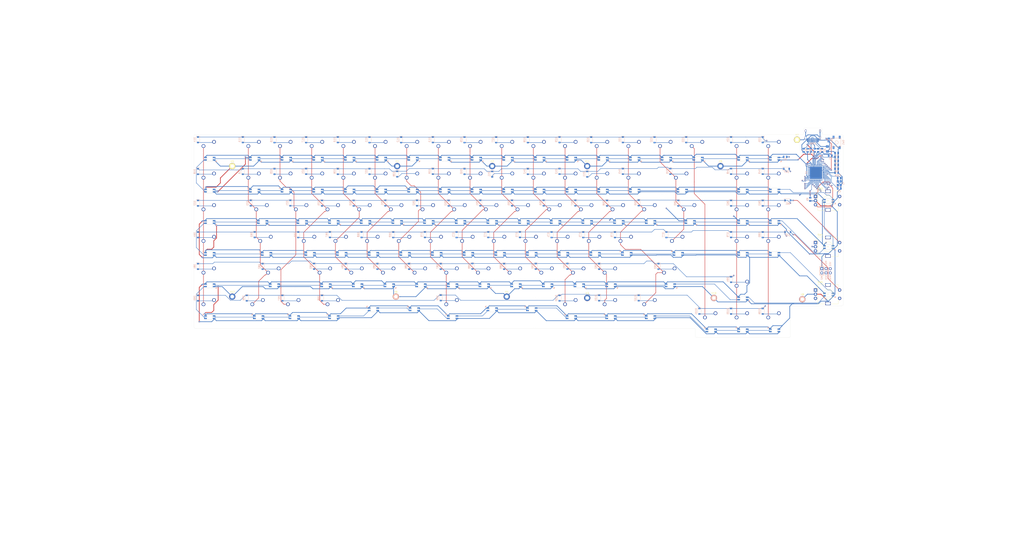
<source format=kicad_pcb>
(kicad_pcb (version 20171130) (host pcbnew "(5.1.4)-1")
  (layers (0 F.Cu signal) (1 In1.Cu signal) (2 In2.Cu signal) (31 B.Cu signal) (34 B.Paste user) (35 F.Paste user) (36 B.SilkS user) (37 F.SilkS user) (38 B.Mask user) (39 F.Mask user) (44 Edge.Cuts user))
  (net 0 "")
  (net 1 GND)
  (net 2 "Net-(C1-Pad1)")
  (net 3 "Net-(C2-Pad1)")
  (net 4 "Net-(C3-Pad1)")
  (net 5 +5V)
  (net 6 VCC)
  (net 7 "Net-(D1-Pad3)")
  (net 8 "Net-(D1-Pad2)")
  (net 9 "Net-(D2-Pad4)")
  (net 10 "Net-(D107-Pad4)")
  (net 11 "Net-(D10-Pad2)")
  (net 12 Row6)
  (net 13 "Net-(D11-Pad2)")
  (net 14 "Net-(D12-Pad2)")
  (net 15 "Net-(D13-Pad2)")
  (net 16 "Net-(D14-Pad2)")
  (net 17 "Net-(D15-Pad2)")
  (net 18 "Net-(D16-Pad2)")
  (net 19 "Net-(D17-Pad2)")
  (net 20 "Net-(D18-Pad2)")
  (net 21 Row5)
  (net 22 "Net-(D19-Pad2)")
  (net 23 "Net-(D20-Pad2)")
  (net 24 "Net-(D21-Pad2)")
  (net 25 "Net-(D22-Pad2)")
  (net 26 Col1)
  (net 27 "Net-(D23-Pad2)")
  (net 28 "Net-(D24-Pad2)")
  (net 29 "Net-(D25-Pad2)")
  (net 30 "Net-(D26-Pad2)")
  (net 31 "Net-(D27-Pad2)")
  (net 32 "Net-(D28-Pad2)")
  (net 33 "Net-(D29-Pad2)")
  (net 34 "Net-(D30-Pad2)")
  (net 35 "Net-(D31-Pad2)")
  (net 36 "Net-(D32-Pad2)")
  (net 37 "Net-(D33-Pad2)")
  (net 38 "Net-(D34-Pad2)")
  (net 39 "Net-(D35-Pad2)")
  (net 40 "Net-(D36-Pad2)")
  (net 41 "Net-(D37-Pad2)")
  (net 42 "Net-(D38-Pad2)")
  (net 43 "Net-(D39-Pad2)")
  (net 44 "Net-(D40-Pad2)")
  (net 45 "Net-(D41-Pad2)")
  (net 46 "Net-(D42-Pad2)")
  (net 47 "Net-(D43-Pad2)")
  (net 48 "Net-(D44-Pad2)")
  (net 49 "Net-(D45-Pad2)")
  (net 50 "Net-(D46-Pad2)")
  (net 51 RA2)
  (net 52 "Net-(D48-Pad2)")
  (net 53 "Net-(D49-Pad2)")
  (net 54 "Net-(D50-Pad2)")
  (net 55 "Net-(D51-Pad2)")
  (net 56 "Net-(D52-Pad2)")
  (net 57 "Net-(D53-Pad2)")
  (net 58 "Net-(D54-Pad2)")
  (net 59 "Net-(D55-Pad2)")
  (net 60 "Net-(D56-Pad2)")
  (net 61 "Net-(D57-Pad2)")
  (net 62 "Net-(D58-Pad2)")
  (net 63 "Net-(D59-Pad2)")
  (net 64 "Net-(D60-Pad2)")
  (net 65 RB2)
  (net 66 "Net-(D62-Pad2)")
  (net 67 "Net-(D63-Pad2)")
  (net 68 "Net-(D64-Pad2)")
  (net 69 Row3)
  (net 70 "Net-(D65-Pad2)")
  (net 71 "Net-(D66-Pad2)")
  (net 72 "Net-(D67-Pad2)")
  (net 73 "Net-(D68-Pad2)")
  (net 74 "Net-(D69-Pad2)")
  (net 75 "Net-(D70-Pad2)")
  (net 76 "Net-(D71-Pad2)")
  (net 77 "Net-(D72-Pad2)")
  (net 78 "Net-(D73-Pad2)")
  (net 79 "Net-(D74-Pad2)")
  (net 80 "Net-(D75-Pad2)")
  (net 81 "Net-(D76-Pad2)")
  (net 82 "Net-(D77-Pad2)")
  (net 83 RC2)
  (net 84 "Net-(D79-Pad2)")
  (net 85 "Net-(D80-Pad2)")
  (net 86 "Net-(D81-Pad2)")
  (net 87 Row2)
  (net 88 "Net-(D82-Pad2)")
  (net 89 "Net-(D83-Pad2)")
  (net 90 "Net-(D84-Pad2)")
  (net 91 "Net-(D85-Pad2)")
  (net 92 "Net-(D86-Pad2)")
  (net 93 "Net-(D87-Pad2)")
  (net 94 "Net-(D88-Pad2)")
  (net 95 "Net-(D89-Pad2)")
  (net 96 "Net-(D90-Pad2)")
  (net 97 "Net-(D91-Pad2)")
  (net 98 "Net-(D92-Pad2)")
  (net 99 "Net-(D93-Pad2)")
  (net 100 "Net-(D94-Pad2)")
  (net 101 "Net-(D95-Pad2)")
  (net 102 Row1)
  (net 103 "Net-(D96-Pad2)")
  (net 104 "Net-(D97-Pad2)")
  (net 105 "Net-(D98-Pad2)")
  (net 106 "Net-(D99-Pad2)")
  (net 107 "Net-(D100-Pad2)")
  (net 108 "Net-(D101-Pad2)")
  (net 109 "Net-(D102-Pad2)")
  (net 110 "Net-(D104-Pad2)")
  (net 111 "Net-(D105-Pad2)")
  (net 112 "Net-(D106-Pad2)")
  (net 113 "Net-(D107-Pad2)")
  (net 114 "Net-(D117-Pad4)")
  (net 115 "Net-(D117-Pad2)")
  (net 116 "Net-(D118-Pad2)")
  (net 117 "Net-(D119-Pad2)")
  (net 118 "Net-(D120-Pad2)")
  (net 119 "Net-(D121-Pad2)")
  (net 120 "Net-(D122-Pad2)")
  (net 121 "Net-(D123-Pad2)")
  (net 122 "Net-(D124-Pad2)")
  (net 123 "Net-(D125-Pad2)")
  (net 124 "Net-(D126-Pad2)")
  (net 125 "Net-(D127-Pad2)")
  (net 126 "Net-(D128-Pad2)")
  (net 127 "Net-(D129-Pad2)")
  (net 128 "Net-(D130-Pad2)")
  (net 129 "Net-(D131-Pad2)")
  (net 130 "Net-(D132-Pad2)")
  (net 131 "Net-(D133-Pad2)")
  (net 132 "Net-(D135-Pad2)")
  (net 133 "Net-(D153-Pad2)")
  (net 134 "Net-(D154-Pad2)")
  (net 135 "Net-(D155-Pad2)")
  (net 136 "Net-(D156-Pad2)")
  (net 137 "Net-(D157-Pad2)")
  (net 138 "Net-(D158-Pad2)")
  (net 139 "Net-(D159-Pad2)")
  (net 140 "Net-(D160-Pad2)")
  (net 141 "Net-(D161-Pad2)")
  (net 142 "Net-(D162-Pad2)")
  (net 143 "Net-(D163-Pad2)")
  (net 144 "Net-(D164-Pad2)")
  (net 145 "Net-(D165-Pad2)")
  (net 146 "Net-(D166-Pad2)")
  (net 147 "Net-(D167-Pad2)")
  (net 148 "Net-(D168-Pad2)")
  (net 149 "Net-(D169-Pad2)")
  (net 150 "Net-(D171-Pad2)")
  (net 151 "Net-(D189-Pad2)")
  (net 152 "Net-(D190-Pad2)")
  (net 153 "Net-(D191-Pad2)")
  (net 154 "Net-(D192-Pad2)")
  (net 155 "Net-(D193-Pad2)")
  (net 156 "Net-(D194-Pad2)")
  (net 157 "Net-(D195-Pad2)")
  (net 158 "Net-(D196-Pad2)")
  (net 159 "Net-(D197-Pad2)")
  (net 160 "Net-(D198-Pad2)")
  (net 161 "Net-(D199-Pad2)")
  (net 162 "Net-(D200-Pad2)")
  (net 163 "Net-(D202-Pad2)")
  (net 164 "Net-(D203-Pad2)")
  (net 165 RESET)
  (net 166 MOSI)
  (net 167 SCK)
  (net 168 MISO)
  (net 169 "Net-(R1-Pad2)")
  (net 170 "Net-(R2-Pad2)")
  (net 171 D+)
  (net 172 D-)
  (net 173 "Net-(R5-Pad1)")
  (net 174 LED)
  (net 175 "Net-(SW3-PadA)")
  (net 176 "Net-(SW3-PadB)")
  (net 177 Col16)
  (net 178 "Net-(SW4-PadA)")
  (net 179 "Net-(SW4-PadB)")
  (net 180 "Net-(SW5-PadA)")
  (net 181 "Net-(SW5-PadB)")
  (net 182 Col4)
  (net 183 Col8)
  (net 184 Col12)
  (net 185 Row4)
  (net 186 Col2)
  (net 187 Col3)
  (net 188 Col5)
  (net 189 Col6)
  (net 190 Col7)
  (net 191 Col9)
  (net 192 Col10)
  (net 193 Col11)
  (net 194 Col13)
  (net 195 Col14)
  (net 196 Col15)
  (net 197 Col17)
  (net 198 Col18)
  (net 199 "Net-(D134-Pad2)")
  (net 200 "Net-(D135-Pad4)")
  (net 201 "Net-(D171-Pad4)")
  (net 202 "Net-(D3-Pad4)")
  (net 203 "Net-(D4-Pad4)")
  (net 204 "Net-(D5-Pad4)")
  (net 205 "Net-(D6-Pad4)")
  (net 206 "Net-(D7-Pad4)")
  (net 207 "Net-(D8-Pad4)")
  (net 208 "Net-(D108-Pad4)")
  (net 209 "Net-(D109-Pad4)")
  (net 210 "Net-(D110-Pad4)")
  (net 211 "Net-(D111-Pad4)")
  (net 212 "Net-(D112-Pad4)")
  (net 213 "Net-(D113-Pad4)")
  (net 214 "Net-(D114-Pad4)")
  (net 215 "Net-(D115-Pad4)")
  (net 216 "Net-(D116-Pad4)")
  (net 217 "Net-(D136-Pad4)")
  (net 218 "Net-(D137-Pad4)")
  (net 219 "Net-(D138-Pad4)")
  (net 220 "Net-(D139-Pad4)")
  (net 221 "Net-(D140-Pad4)")
  (net 222 "Net-(D141-Pad4)")
  (net 223 "Net-(D142-Pad4)")
  (net 224 "Net-(D143-Pad4)")
  (net 225 "Net-(D144-Pad4)")
  (net 226 "Net-(D145-Pad4)")
  (net 227 "Net-(D146-Pad4)")
  (net 228 "Net-(D147-Pad4)")
  (net 229 "Net-(D148-Pad4)")
  (net 230 "Net-(D149-Pad4)")
  (net 231 "Net-(D150-Pad4)")
  (net 232 "Net-(D151-Pad4)")
  (net 233 "Net-(D172-Pad4)")
  (net 234 "Net-(D173-Pad4)")
  (net 235 "Net-(D174-Pad4)")
  (net 236 "Net-(D175-Pad4)")
  (net 237 "Net-(D176-Pad4)")
  (net 238 "Net-(D177-Pad4)")
  (net 239 "Net-(D178-Pad4)")
  (net 240 "Net-(D179-Pad4)")
  (net 241 "Net-(D180-Pad4)")
  (net 242 "Net-(D181-Pad4)")
  (net 243 "Net-(D182-Pad4)")
  (net 244 "Net-(D183-Pad4)")
  (module MX_Only:MXOnly-1.25U-NoLED (layer F.Cu) (at 292.89375 145.25625)
    (fp_text reference MX90)
    (fp_text value MX-NoLED)
    (pad 2 thru_hole circle (at 2.54 -5.08) (size 2.25 2.25) (drill 1.47) (layers *.Cu B.Mask) (net 109 "Net-(D102-Pad2)"))
    (pad "" np_thru_hole circle (at 0 0) (size 3.9878 3.9878) (drill 3.9878) (layers *.Cu *.Mask))
    (pad 1 thru_hole circle (at -3.81 -2.54) (size 2.25 2.25) (drill 1.47) (layers *.Cu B.Mask) (net 195 Col14))
    (pad "" np_thru_hole circle (at -5.08 0 48.0996) (size 1.75 1.75) (drill 1.75) (layers *.Cu *.Mask))
    (pad "" np_thru_hole circle (at 5.08 0 48.0996) (size 1.75 1.75) (drill 1.75) (layers *.Cu *.Mask))
  )
  (module MX_Only:MXOnly-1.25U-NoLED (layer F.Cu) (at 269.08125 145.25625)
    (fp_text reference MX89)
    (fp_text value MX-NoLED)
    (pad 2 thru_hole circle (at 2.54 -5.08) (size 2.25 2.25) (drill 1.47) (layers *.Cu B.Mask) (net 108 "Net-(D101-Pad2)"))
    (pad "" np_thru_hole circle (at 0 0) (size 3.9878 3.9878) (drill 3.9878) (layers *.Cu *.Mask))
    (pad 1 thru_hole circle (at -3.81 -2.54) (size 2.25 2.25) (drill 1.47) (layers *.Cu B.Mask) (net 194 Col13))
    (pad "" np_thru_hole circle (at -5.08 0 48.0996) (size 1.75 1.75) (drill 1.75) (layers *.Cu *.Mask))
    (pad "" np_thru_hole circle (at 5.08 0 48.0996) (size 1.75 1.75) (drill 1.75) (layers *.Cu *.Mask))
  )
  (module MX_Only:MXOnly-1.25U-NoLED (layer F.Cu) (at 57.15 145.25625)
    (fp_text reference MX84)
    (fp_text value MX-NoLED)
    (pad 2 thru_hole circle (at 2.54 -5.08) (size 2.25 2.25) (drill 1.47) (layers *.Cu B.Mask) (net 103 "Net-(D96-Pad2)"))
    (pad "" np_thru_hole circle (at 0 0) (size 3.9878 3.9878) (drill 3.9878) (layers *.Cu *.Mask))
    (pad 1 thru_hole circle (at -3.81 -2.54) (size 2.25 2.25) (drill 1.47) (layers *.Cu B.Mask) (net 186 Col2))
    (pad "" np_thru_hole circle (at -5.08 0 48.0996) (size 1.75 1.75) (drill 1.75) (layers *.Cu *.Mask))
    (pad "" np_thru_hole circle (at 5.08 0 48.0996) (size 1.75 1.75) (drill 1.75) (layers *.Cu *.Mask))
  )
  (module MX_Only:MXOnly-1.25U-NoLED (layer F.Cu) (at 102.39375 145.25625)
    (fp_text reference MX86)
    (fp_text value MX-NoLED)
    (pad 2 thru_hole circle (at 2.54 -5.08) (size 2.25 2.25) (drill 1.47) (layers *.Cu B.Mask) (net 105 "Net-(D98-Pad2)"))
    (pad "" np_thru_hole circle (at 0 0) (size 3.9878 3.9878) (drill 3.9878) (layers *.Cu *.Mask))
    (pad 1 thru_hole circle (at -3.81 -2.54) (size 2.25 2.25) (drill 1.47) (layers *.Cu B.Mask) (net 182 Col4))
    (pad "" np_thru_hole circle (at -5.08 0 48.0996) (size 1.75 1.75) (drill 1.75) (layers *.Cu *.Mask))
    (pad "" np_thru_hole circle (at 5.08 0 48.0996) (size 1.75 1.75) (drill 1.75) (layers *.Cu *.Mask))
  )
  (module kicad-keyboard-parts:MX_SK6812MINI-E (layer F.Cu) (at 145.25625 117.475 180)
    (fp_text reference D158 hide)
    (fp_text value SK6812MINI-E)
    (fp_arc (start -0.794452 7.079999) (end -0.794452 6.579999) (angle -30.2992623) (layer Edge.Cuts) (width 0.1))
    (fp_arc (start 0.794452 7.079999) (end 1.046711 6.648298) (angle -30.29933433) (layer Edge.Cuts) (width 0.1))
    (fp_arc (start 1.298969 6.216597) (end 1.046711 6.648298) (angle -146.0055121) (layer Edge.Cuts) (width 0.1))
    (fp_arc (start 2.199999 5.782841) (end 1.699999 5.782841) (angle -25.70617777) (layer Edge.Cuts) (width 0.1))
    (fp_arc (start 2.199999 4.377157) (end 1.749484 4.160279) (angle -25.70608136) (layer Edge.Cuts) (width 0.1))
    (fp_arc (start 1.298969 3.943402) (end 1.749484 4.160279) (angle -146.0053097) (layer Edge.Cuts) (width 0.1))
    (fp_arc (start 0.794453 3.08) (end 0.794453 3.58) (angle -30.29922831) (layer Edge.Cuts) (width 0.1))
    (fp_arc (start -0.794452 3.08) (end -1.046711 3.5117) (angle -30.29928212) (layer Edge.Cuts) (width 0.1))
    (fp_arc (start -1.298969 3.943401) (end -1.046711 3.5117) (angle -146.0054017) (layer Edge.Cuts) (width 0.1))
    (fp_arc (start -2.199999 4.377157) (end -1.699999 4.377157) (angle -25.70611954) (layer Edge.Cuts) (width 0.1))
    (fp_arc (start -2.199999 5.782841) (end -1.749484 5.999719) (angle -25.70611205) (layer Edge.Cuts) (width 0.1))
    (fp_arc (start -1.298969 6.216596) (end -1.749484 5.999719) (angle -146.0053744) (layer Edge.Cuts) (width 0.1))
    (fp_line (start -1.699999 5.782841) (end -1.699999 4.377157) (layer Edge.Cuts) (width 0.1))
    (fp_line (start -0.794452 3.58) (end 0.794453 3.58) (layer Edge.Cuts) (width 0.1))
    (fp_line (start 1.699999 4.377157) (end 1.699999 5.782841) (layer Edge.Cuts) (width 0.1))
    (fp_line (start 0.794452 6.579999) (end -0.794452 6.579999) (layer Edge.Cuts) (width 0.1))
    (pad 3 smd roundrect (at 2.6 5.829999 90) (size 0.82 1.6) (layers B.Cu B.Paste B.Mask) (roundrect_rratio 0.1) (net 1 GND))
    (pad 4 smd roundrect (at 2.6 4.329999 90) (size 0.82 1.6) (layers B.Cu B.Paste B.Mask) (roundrect_rratio 0.1) (net 137 "Net-(D157-Pad2)"))
    (pad 2 smd roundrect (at -2.6 5.829999 90) (size 0.82 1.6) (layers B.Cu B.Paste B.Mask) (roundrect_rratio 0.1) (net 138 "Net-(D158-Pad2)"))
    (pad 1 smd roundrect (at -2.6 4.329999 90) (size 0.82 1.6) (layers B.Cu B.Paste B.Mask) (roundrect_rratio 0.1) (net 5 +5V))
  )
  (module kicad-keyboard-parts:MX_SK6812MINI-E (layer F.Cu) (at 367.50625 163.5125 180)
    (fp_text reference D204 hide)
    (fp_text value SK6812MINI-E)
    (fp_arc (start -0.794452 7.079999) (end -0.794452 6.579999) (angle -30.2992623) (layer Edge.Cuts) (width 0.1))
    (fp_arc (start 0.794452 7.079999) (end 1.046711 6.648298) (angle -30.29933433) (layer Edge.Cuts) (width 0.1))
    (fp_arc (start 1.298969 6.216597) (end 1.046711 6.648298) (angle -146.0055121) (layer Edge.Cuts) (width 0.1))
    (fp_arc (start 2.199999 5.782841) (end 1.699999 5.782841) (angle -25.70617777) (layer Edge.Cuts) (width 0.1))
    (fp_arc (start 2.199999 4.377157) (end 1.749484 4.160279) (angle -25.70608136) (layer Edge.Cuts) (width 0.1))
    (fp_arc (start 1.298969 3.943402) (end 1.749484 4.160279) (angle -146.0053097) (layer Edge.Cuts) (width 0.1))
    (fp_arc (start 0.794453 3.08) (end 0.794453 3.58) (angle -30.29922831) (layer Edge.Cuts) (width 0.1))
    (fp_arc (start -0.794452 3.08) (end -1.046711 3.5117) (angle -30.29928212) (layer Edge.Cuts) (width 0.1))
    (fp_arc (start -1.298969 3.943401) (end -1.046711 3.5117) (angle -146.0054017) (layer Edge.Cuts) (width 0.1))
    (fp_arc (start -2.199999 4.377157) (end -1.699999 4.377157) (angle -25.70611954) (layer Edge.Cuts) (width 0.1))
    (fp_arc (start -2.199999 5.782841) (end -1.749484 5.999719) (angle -25.70611205) (layer Edge.Cuts) (width 0.1))
    (fp_arc (start -1.298969 6.216596) (end -1.749484 5.999719) (angle -146.0053744) (layer Edge.Cuts) (width 0.1))
    (fp_line (start -1.699999 5.782841) (end -1.699999 4.377157) (layer Edge.Cuts) (width 0.1))
    (fp_line (start -0.794452 3.58) (end 0.794453 3.58) (layer Edge.Cuts) (width 0.1))
    (fp_line (start 1.699999 4.377157) (end 1.699999 5.782841) (layer Edge.Cuts) (width 0.1))
    (fp_line (start 0.794452 6.579999) (end -0.794452 6.579999) (layer Edge.Cuts) (width 0.1))
    (pad 3 smd roundrect (at 2.6 5.829999 90) (size 0.82 1.6) (layers B.Cu B.Paste B.Mask) (roundrect_rratio 0.1) (net 1 GND))
    (pad 4 smd roundrect (at 2.6 4.329999 90) (size 0.82 1.6) (layers B.Cu B.Paste B.Mask) (roundrect_rratio 0.1) (net 164 "Net-(D203-Pad2)"))
    (pad 2 smd roundrect (at -2.6 5.829999 90) (size 0.82 1.6) (layers B.Cu B.Paste B.Mask) (roundrect_rratio 0.1) (net 1 GND))
    (pad 1 smd roundrect (at -2.6 4.329999 90) (size 0.82 1.6) (layers B.Cu B.Paste B.Mask) (roundrect_rratio 0.1) (net 5 +5V))
  )
  (module kicad-keyboard-parts:MX_SK6812MINI-E (layer F.Cu) (at 348.45625 163.5125 180)
    (fp_text reference D203 hide)
    (fp_text value SK6812MINI-E)
    (fp_arc (start -0.794452 7.079999) (end -0.794452 6.579999) (angle -30.2992623) (layer Edge.Cuts) (width 0.1))
    (fp_arc (start 0.794452 7.079999) (end 1.046711 6.648298) (angle -30.29933433) (layer Edge.Cuts) (width 0.1))
    (fp_arc (start 1.298969 6.216597) (end 1.046711 6.648298) (angle -146.0055121) (layer Edge.Cuts) (width 0.1))
    (fp_arc (start 2.199999 5.782841) (end 1.699999 5.782841) (angle -25.70617777) (layer Edge.Cuts) (width 0.1))
    (fp_arc (start 2.199999 4.377157) (end 1.749484 4.160279) (angle -25.70608136) (layer Edge.Cuts) (width 0.1))
    (fp_arc (start 1.298969 3.943402) (end 1.749484 4.160279) (angle -146.0053097) (layer Edge.Cuts) (width 0.1))
    (fp_arc (start 0.794453 3.08) (end 0.794453 3.58) (angle -30.29922831) (layer Edge.Cuts) (width 0.1))
    (fp_arc (start -0.794452 3.08) (end -1.046711 3.5117) (angle -30.29928212) (layer Edge.Cuts) (width 0.1))
    (fp_arc (start -1.298969 3.943401) (end -1.046711 3.5117) (angle -146.0054017) (layer Edge.Cuts) (width 0.1))
    (fp_arc (start -2.199999 4.377157) (end -1.699999 4.377157) (angle -25.70611954) (layer Edge.Cuts) (width 0.1))
    (fp_arc (start -2.199999 5.782841) (end -1.749484 5.999719) (angle -25.70611205) (layer Edge.Cuts) (width 0.1))
    (fp_arc (start -1.298969 6.216596) (end -1.749484 5.999719) (angle -146.0053744) (layer Edge.Cuts) (width 0.1))
    (fp_line (start -1.699999 5.782841) (end -1.699999 4.377157) (layer Edge.Cuts) (width 0.1))
    (fp_line (start -0.794452 3.58) (end 0.794453 3.58) (layer Edge.Cuts) (width 0.1))
    (fp_line (start 1.699999 4.377157) (end 1.699999 5.782841) (layer Edge.Cuts) (width 0.1))
    (fp_line (start 0.794452 6.579999) (end -0.794452 6.579999) (layer Edge.Cuts) (width 0.1))
    (pad 3 smd roundrect (at 2.6 5.829999 90) (size 0.82 1.6) (layers B.Cu B.Paste B.Mask) (roundrect_rratio 0.1) (net 1 GND))
    (pad 4 smd roundrect (at 2.6 4.329999 90) (size 0.82 1.6) (layers B.Cu B.Paste B.Mask) (roundrect_rratio 0.1) (net 163 "Net-(D202-Pad2)"))
    (pad 2 smd roundrect (at -2.6 5.829999 90) (size 0.82 1.6) (layers B.Cu B.Paste B.Mask) (roundrect_rratio 0.1) (net 164 "Net-(D203-Pad2)"))
    (pad 1 smd roundrect (at -2.6 4.329999 90) (size 0.82 1.6) (layers B.Cu B.Paste B.Mask) (roundrect_rratio 0.1) (net 5 +5V))
  )
  (module kicad-keyboard-parts:MX_SK6812MINI-E (layer F.Cu) (at 329.40625 163.5125 180)
    (fp_text reference D202 hide)
    (fp_text value SK6812MINI-E)
    (fp_arc (start -0.794452 7.079999) (end -0.794452 6.579999) (angle -30.2992623) (layer Edge.Cuts) (width 0.1))
    (fp_arc (start 0.794452 7.079999) (end 1.046711 6.648298) (angle -30.29933433) (layer Edge.Cuts) (width 0.1))
    (fp_arc (start 1.298969 6.216597) (end 1.046711 6.648298) (angle -146.0055121) (layer Edge.Cuts) (width 0.1))
    (fp_arc (start 2.199999 5.782841) (end 1.699999 5.782841) (angle -25.70617777) (layer Edge.Cuts) (width 0.1))
    (fp_arc (start 2.199999 4.377157) (end 1.749484 4.160279) (angle -25.70608136) (layer Edge.Cuts) (width 0.1))
    (fp_arc (start 1.298969 3.943402) (end 1.749484 4.160279) (angle -146.0053097) (layer Edge.Cuts) (width 0.1))
    (fp_arc (start 0.794453 3.08) (end 0.794453 3.58) (angle -30.29922831) (layer Edge.Cuts) (width 0.1))
    (fp_arc (start -0.794452 3.08) (end -1.046711 3.5117) (angle -30.29928212) (layer Edge.Cuts) (width 0.1))
    (fp_arc (start -1.298969 3.943401) (end -1.046711 3.5117) (angle -146.0054017) (layer Edge.Cuts) (width 0.1))
    (fp_arc (start -2.199999 4.377157) (end -1.699999 4.377157) (angle -25.70611954) (layer Edge.Cuts) (width 0.1))
    (fp_arc (start -2.199999 5.782841) (end -1.749484 5.999719) (angle -25.70611205) (layer Edge.Cuts) (width 0.1))
    (fp_arc (start -1.298969 6.216596) (end -1.749484 5.999719) (angle -146.0053744) (layer Edge.Cuts) (width 0.1))
    (fp_line (start -1.699999 5.782841) (end -1.699999 4.377157) (layer Edge.Cuts) (width 0.1))
    (fp_line (start -0.794452 3.58) (end 0.794453 3.58) (layer Edge.Cuts) (width 0.1))
    (fp_line (start 1.699999 4.377157) (end 1.699999 5.782841) (layer Edge.Cuts) (width 0.1))
    (fp_line (start 0.794452 6.579999) (end -0.794452 6.579999) (layer Edge.Cuts) (width 0.1))
    (pad 3 smd roundrect (at 2.6 5.829999 90) (size 0.82 1.6) (layers B.Cu B.Paste B.Mask) (roundrect_rratio 0.1) (net 1 GND))
    (pad 4 smd roundrect (at 2.6 4.329999 90) (size 0.82 1.6) (layers B.Cu B.Paste B.Mask) (roundrect_rratio 0.1) (net 162 "Net-(D200-Pad2)"))
    (pad 2 smd roundrect (at -2.6 5.829999 90) (size 0.82 1.6) (layers B.Cu B.Paste B.Mask) (roundrect_rratio 0.1) (net 163 "Net-(D202-Pad2)"))
    (pad 1 smd roundrect (at -2.6 4.329999 90) (size 0.82 1.6) (layers B.Cu B.Paste B.Mask) (roundrect_rratio 0.1) (net 5 +5V))
  )
  (module kicad-keyboard-parts:MX_SK6812MINI-E (layer F.Cu) (at 292.89375 155.575 180)
    (fp_text reference D200 hide)
    (fp_text value SK6812MINI-E)
    (fp_line (start 0.794452 6.579999) (end -0.794452 6.579999) (layer Edge.Cuts) (width 0.1))
    (fp_line (start 1.699999 4.377157) (end 1.699999 5.782841) (layer Edge.Cuts) (width 0.1))
    (fp_line (start -0.794452 3.58) (end 0.794453 3.58) (layer Edge.Cuts) (width 0.1))
    (fp_line (start -1.699999 5.782841) (end -1.699999 4.377157) (layer Edge.Cuts) (width 0.1))
    (fp_arc (start -1.298969 6.216596) (end -1.749484 5.999719) (angle -146.0053744) (layer Edge.Cuts) (width 0.1))
    (fp_arc (start -2.199999 5.782841) (end -1.749484 5.999719) (angle -25.70611205) (layer Edge.Cuts) (width 0.1))
    (fp_arc (start -2.199999 4.377157) (end -1.699999 4.377157) (angle -25.70611954) (layer Edge.Cuts) (width 0.1))
    (fp_arc (start -1.298969 3.943401) (end -1.046711 3.5117) (angle -146.0054017) (layer Edge.Cuts) (width 0.1))
    (fp_arc (start -0.794452 3.08) (end -1.046711 3.5117) (angle -30.29928212) (layer Edge.Cuts) (width 0.1))
    (fp_arc (start 0.794453 3.08) (end 0.794453 3.58) (angle -30.29922831) (layer Edge.Cuts) (width 0.1))
    (fp_arc (start 1.298969 3.943402) (end 1.749484 4.160279) (angle -146.0053097) (layer Edge.Cuts) (width 0.1))
    (fp_arc (start 2.199999 4.377157) (end 1.749484 4.160279) (angle -25.70608136) (layer Edge.Cuts) (width 0.1))
    (fp_arc (start 2.199999 5.782841) (end 1.699999 5.782841) (angle -25.70617777) (layer Edge.Cuts) (width 0.1))
    (fp_arc (start 1.298969 6.216597) (end 1.046711 6.648298) (angle -146.0055121) (layer Edge.Cuts) (width 0.1))
    (fp_arc (start 0.794452 7.079999) (end 1.046711 6.648298) (angle -30.29933433) (layer Edge.Cuts) (width 0.1))
    (fp_arc (start -0.794452 7.079999) (end -0.794452 6.579999) (angle -30.2992623) (layer Edge.Cuts) (width 0.1))
    (pad 1 smd roundrect (at -2.6 4.329999 90) (size 0.82 1.6) (layers B.Cu B.Paste B.Mask) (roundrect_rratio 0.1) (net 5 +5V))
    (pad 2 smd roundrect (at -2.6 5.829999 90) (size 0.82 1.6) (layers B.Cu B.Paste B.Mask) (roundrect_rratio 0.1) (net 162 "Net-(D200-Pad2)"))
    (pad 4 smd roundrect (at 2.6 4.329999 90) (size 0.82 1.6) (layers B.Cu B.Paste B.Mask) (roundrect_rratio 0.1) (net 161 "Net-(D199-Pad2)"))
    (pad 3 smd roundrect (at 2.6 5.829999 90) (size 0.82 1.6) (layers B.Cu B.Paste B.Mask) (roundrect_rratio 0.1) (net 1 GND))
  )
  (module kicad-keyboard-parts:MX_SK6812MINI-E (layer F.Cu) (at 269.08125 155.575 180)
    (fp_text reference D199 hide)
    (fp_text value SK6812MINI-E)
    (fp_arc (start -0.794452 7.079999) (end -0.794452 6.579999) (angle -30.2992623) (layer Edge.Cuts) (width 0.1))
    (fp_arc (start 0.794452 7.079999) (end 1.046711 6.648298) (angle -30.29933433) (layer Edge.Cuts) (width 0.1))
    (fp_arc (start 1.298969 6.216597) (end 1.046711 6.648298) (angle -146.0055121) (layer Edge.Cuts) (width 0.1))
    (fp_arc (start 2.199999 5.782841) (end 1.699999 5.782841) (angle -25.70617777) (layer Edge.Cuts) (width 0.1))
    (fp_arc (start 2.199999 4.377157) (end 1.749484 4.160279) (angle -25.70608136) (layer Edge.Cuts) (width 0.1))
    (fp_arc (start 1.298969 3.943402) (end 1.749484 4.160279) (angle -146.0053097) (layer Edge.Cuts) (width 0.1))
    (fp_arc (start 0.794453 3.08) (end 0.794453 3.58) (angle -30.29922831) (layer Edge.Cuts) (width 0.1))
    (fp_arc (start -0.794452 3.08) (end -1.046711 3.5117) (angle -30.29928212) (layer Edge.Cuts) (width 0.1))
    (fp_arc (start -1.298969 3.943401) (end -1.046711 3.5117) (angle -146.0054017) (layer Edge.Cuts) (width 0.1))
    (fp_arc (start -2.199999 4.377157) (end -1.699999 4.377157) (angle -25.70611954) (layer Edge.Cuts) (width 0.1))
    (fp_arc (start -2.199999 5.782841) (end -1.749484 5.999719) (angle -25.70611205) (layer Edge.Cuts) (width 0.1))
    (fp_arc (start -1.298969 6.216596) (end -1.749484 5.999719) (angle -146.0053744) (layer Edge.Cuts) (width 0.1))
    (fp_line (start -1.699999 5.782841) (end -1.699999 4.377157) (layer Edge.Cuts) (width 0.1))
    (fp_line (start -0.794452 3.58) (end 0.794453 3.58) (layer Edge.Cuts) (width 0.1))
    (fp_line (start 1.699999 4.377157) (end 1.699999 5.782841) (layer Edge.Cuts) (width 0.1))
    (fp_line (start 0.794452 6.579999) (end -0.794452 6.579999) (layer Edge.Cuts) (width 0.1))
    (pad 3 smd roundrect (at 2.6 5.829999 90) (size 0.82 1.6) (layers B.Cu B.Paste B.Mask) (roundrect_rratio 0.1) (net 1 GND))
    (pad 4 smd roundrect (at 2.6 4.329999 90) (size 0.82 1.6) (layers B.Cu B.Paste B.Mask) (roundrect_rratio 0.1) (net 160 "Net-(D198-Pad2)"))
    (pad 2 smd roundrect (at -2.6 5.829999 90) (size 0.82 1.6) (layers B.Cu B.Paste B.Mask) (roundrect_rratio 0.1) (net 161 "Net-(D199-Pad2)"))
    (pad 1 smd roundrect (at -2.6 4.329999 90) (size 0.82 1.6) (layers B.Cu B.Paste B.Mask) (roundrect_rratio 0.1) (net 5 +5V))
  )
  (module kicad-keyboard-parts:MX_SK6812MINI-E (layer F.Cu) (at 245.26875 155.575 180)
    (fp_text reference D198 hide)
    (fp_text value SK6812MINI-E)
    (fp_arc (start -0.794452 7.079999) (end -0.794452 6.579999) (angle -30.2992623) (layer Edge.Cuts) (width 0.1))
    (fp_arc (start 0.794452 7.079999) (end 1.046711 6.648298) (angle -30.29933433) (layer Edge.Cuts) (width 0.1))
    (fp_arc (start 1.298969 6.216597) (end 1.046711 6.648298) (angle -146.0055121) (layer Edge.Cuts) (width 0.1))
    (fp_arc (start 2.199999 5.782841) (end 1.699999 5.782841) (angle -25.70617777) (layer Edge.Cuts) (width 0.1))
    (fp_arc (start 2.199999 4.377157) (end 1.749484 4.160279) (angle -25.70608136) (layer Edge.Cuts) (width 0.1))
    (fp_arc (start 1.298969 3.943402) (end 1.749484 4.160279) (angle -146.0053097) (layer Edge.Cuts) (width 0.1))
    (fp_arc (start 0.794453 3.08) (end 0.794453 3.58) (angle -30.29922831) (layer Edge.Cuts) (width 0.1))
    (fp_arc (start -0.794452 3.08) (end -1.046711 3.5117) (angle -30.29928212) (layer Edge.Cuts) (width 0.1))
    (fp_arc (start -1.298969 3.943401) (end -1.046711 3.5117) (angle -146.0054017) (layer Edge.Cuts) (width 0.1))
    (fp_arc (start -2.199999 4.377157) (end -1.699999 4.377157) (angle -25.70611954) (layer Edge.Cuts) (width 0.1))
    (fp_arc (start -2.199999 5.782841) (end -1.749484 5.999719) (angle -25.70611205) (layer Edge.Cuts) (width 0.1))
    (fp_arc (start -1.298969 6.216596) (end -1.749484 5.999719) (angle -146.0053744) (layer Edge.Cuts) (width 0.1))
    (fp_line (start -1.699999 5.782841) (end -1.699999 4.377157) (layer Edge.Cuts) (width 0.1))
    (fp_line (start -0.794452 3.58) (end 0.794453 3.58) (layer Edge.Cuts) (width 0.1))
    (fp_line (start 1.699999 4.377157) (end 1.699999 5.782841) (layer Edge.Cuts) (width 0.1))
    (fp_line (start 0.794452 6.579999) (end -0.794452 6.579999) (layer Edge.Cuts) (width 0.1))
    (pad 3 smd roundrect (at 2.6 5.829999 90) (size 0.82 1.6) (layers B.Cu B.Paste B.Mask) (roundrect_rratio 0.1) (net 1 GND))
    (pad 4 smd roundrect (at 2.6 4.329999 90) (size 0.82 1.6) (layers B.Cu B.Paste B.Mask) (roundrect_rratio 0.1) (net 159 "Net-(D197-Pad2)"))
    (pad 2 smd roundrect (at -2.6 5.829999 90) (size 0.82 1.6) (layers B.Cu B.Paste B.Mask) (roundrect_rratio 0.1) (net 160 "Net-(D198-Pad2)"))
    (pad 1 smd roundrect (at -2.6 4.329999 90) (size 0.82 1.6) (layers B.Cu B.Paste B.Mask) (roundrect_rratio 0.1) (net 5 +5V))
  )
  (module kicad-keyboard-parts:MX_SK6812MINI-E (layer F.Cu) (at 221.45625 150.8125 180)
    (fp_text reference D197 hide)
    (fp_text value SK6812MINI-E)
    (fp_line (start 0.794452 6.579999) (end -0.794452 6.579999) (layer Edge.Cuts) (width 0.1))
    (fp_line (start 1.699999 4.377157) (end 1.699999 5.782841) (layer Edge.Cuts) (width 0.1))
    (fp_line (start -0.794452 3.58) (end 0.794453 3.58) (layer Edge.Cuts) (width 0.1))
    (fp_line (start -1.699999 5.782841) (end -1.699999 4.377157) (layer Edge.Cuts) (width 0.1))
    (fp_arc (start -1.298969 6.216596) (end -1.749484 5.999719) (angle -146.0053744) (layer Edge.Cuts) (width 0.1))
    (fp_arc (start -2.199999 5.782841) (end -1.749484 5.999719) (angle -25.70611205) (layer Edge.Cuts) (width 0.1))
    (fp_arc (start -2.199999 4.377157) (end -1.699999 4.377157) (angle -25.70611954) (layer Edge.Cuts) (width 0.1))
    (fp_arc (start -1.298969 3.943401) (end -1.046711 3.5117) (angle -146.0054017) (layer Edge.Cuts) (width 0.1))
    (fp_arc (start -0.794452 3.08) (end -1.046711 3.5117) (angle -30.29928212) (layer Edge.Cuts) (width 0.1))
    (fp_arc (start 0.794453 3.08) (end 0.794453 3.58) (angle -30.29922831) (layer Edge.Cuts) (width 0.1))
    (fp_arc (start 1.298969 3.943402) (end 1.749484 4.160279) (angle -146.0053097) (layer Edge.Cuts) (width 0.1))
    (fp_arc (start 2.199999 4.377157) (end 1.749484 4.160279) (angle -25.70608136) (layer Edge.Cuts) (width 0.1))
    (fp_arc (start 2.199999 5.782841) (end 1.699999 5.782841) (angle -25.70617777) (layer Edge.Cuts) (width 0.1))
    (fp_arc (start 1.298969 6.216597) (end 1.046711 6.648298) (angle -146.0055121) (layer Edge.Cuts) (width 0.1))
    (fp_arc (start 0.794452 7.079999) (end 1.046711 6.648298) (angle -30.29933433) (layer Edge.Cuts) (width 0.1))
    (fp_arc (start -0.794452 7.079999) (end -0.794452 6.579999) (angle -30.2992623) (layer Edge.Cuts) (width 0.1))
    (pad 1 smd roundrect (at -2.6 4.329999 90) (size 0.82 1.6) (layers B.Cu B.Paste B.Mask) (roundrect_rratio 0.1) (net 5 +5V))
    (pad 2 smd roundrect (at -2.6 5.829999 90) (size 0.82 1.6) (layers B.Cu B.Paste B.Mask) (roundrect_rratio 0.1) (net 159 "Net-(D197-Pad2)"))
    (pad 4 smd roundrect (at 2.6 4.329999 90) (size 0.82 1.6) (layers B.Cu B.Paste B.Mask) (roundrect_rratio 0.1) (net 158 "Net-(D196-Pad2)"))
    (pad 3 smd roundrect (at 2.6 5.829999 90) (size 0.82 1.6) (layers B.Cu B.Paste B.Mask) (roundrect_rratio 0.1) (net 1 GND))
  )
  (module kicad-keyboard-parts:MX_SK6812MINI-E (layer F.Cu) (at 197.64375 150.8125 180)
    (fp_text reference D196 hide)
    (fp_text value SK6812MINI-E)
    (fp_arc (start -0.794452 7.079999) (end -0.794452 6.579999) (angle -30.2992623) (layer Edge.Cuts) (width 0.1))
    (fp_arc (start 0.794452 7.079999) (end 1.046711 6.648298) (angle -30.29933433) (layer Edge.Cuts) (width 0.1))
    (fp_arc (start 1.298969 6.216597) (end 1.046711 6.648298) (angle -146.0055121) (layer Edge.Cuts) (width 0.1))
    (fp_arc (start 2.199999 5.782841) (end 1.699999 5.782841) (angle -25.70617777) (layer Edge.Cuts) (width 0.1))
    (fp_arc (start 2.199999 4.377157) (end 1.749484 4.160279) (angle -25.70608136) (layer Edge.Cuts) (width 0.1))
    (fp_arc (start 1.298969 3.943402) (end 1.749484 4.160279) (angle -146.0053097) (layer Edge.Cuts) (width 0.1))
    (fp_arc (start 0.794453 3.08) (end 0.794453 3.58) (angle -30.29922831) (layer Edge.Cuts) (width 0.1))
    (fp_arc (start -0.794452 3.08) (end -1.046711 3.5117) (angle -30.29928212) (layer Edge.Cuts) (width 0.1))
    (fp_arc (start -1.298969 3.943401) (end -1.046711 3.5117) (angle -146.0054017) (layer Edge.Cuts) (width 0.1))
    (fp_arc (start -2.199999 4.377157) (end -1.699999 4.377157) (angle -25.70611954) (layer Edge.Cuts) (width 0.1))
    (fp_arc (start -2.199999 5.782841) (end -1.749484 5.999719) (angle -25.70611205) (layer Edge.Cuts) (width 0.1))
    (fp_arc (start -1.298969 6.216596) (end -1.749484 5.999719) (angle -146.0053744) (layer Edge.Cuts) (width 0.1))
    (fp_line (start -1.699999 5.782841) (end -1.699999 4.377157) (layer Edge.Cuts) (width 0.1))
    (fp_line (start -0.794452 3.58) (end 0.794453 3.58) (layer Edge.Cuts) (width 0.1))
    (fp_line (start 1.699999 4.377157) (end 1.699999 5.782841) (layer Edge.Cuts) (width 0.1))
    (fp_line (start 0.794452 6.579999) (end -0.794452 6.579999) (layer Edge.Cuts) (width 0.1))
    (pad 3 smd roundrect (at 2.6 5.829999 90) (size 0.82 1.6) (layers B.Cu B.Paste B.Mask) (roundrect_rratio 0.1) (net 1 GND))
    (pad 4 smd roundrect (at 2.6 4.329999 90) (size 0.82 1.6) (layers B.Cu B.Paste B.Mask) (roundrect_rratio 0.1) (net 157 "Net-(D195-Pad2)"))
    (pad 2 smd roundrect (at -2.6 5.829999 90) (size 0.82 1.6) (layers B.Cu B.Paste B.Mask) (roundrect_rratio 0.1) (net 158 "Net-(D196-Pad2)"))
    (pad 1 smd roundrect (at -2.6 4.329999 90) (size 0.82 1.6) (layers B.Cu B.Paste B.Mask) (roundrect_rratio 0.1) (net 5 +5V))
  )
  (module kicad-keyboard-parts:MX_SK6812MINI-E (layer F.Cu) (at 173.83125 155.575 180)
    (fp_text reference D195 hide)
    (fp_text value SK6812MINI-E)
    (fp_arc (start -0.794452 7.079999) (end -0.794452 6.579999) (angle -30.2992623) (layer Edge.Cuts) (width 0.1))
    (fp_arc (start 0.794452 7.079999) (end 1.046711 6.648298) (angle -30.29933433) (layer Edge.Cuts) (width 0.1))
    (fp_arc (start 1.298969 6.216597) (end 1.046711 6.648298) (angle -146.0055121) (layer Edge.Cuts) (width 0.1))
    (fp_arc (start 2.199999 5.782841) (end 1.699999 5.782841) (angle -25.70617777) (layer Edge.Cuts) (width 0.1))
    (fp_arc (start 2.199999 4.377157) (end 1.749484 4.160279) (angle -25.70608136) (layer Edge.Cuts) (width 0.1))
    (fp_arc (start 1.298969 3.943402) (end 1.749484 4.160279) (angle -146.0053097) (layer Edge.Cuts) (width 0.1))
    (fp_arc (start 0.794453 3.08) (end 0.794453 3.58) (angle -30.29922831) (layer Edge.Cuts) (width 0.1))
    (fp_arc (start -0.794452 3.08) (end -1.046711 3.5117) (angle -30.29928212) (layer Edge.Cuts) (width 0.1))
    (fp_arc (start -1.298969 3.943401) (end -1.046711 3.5117) (angle -146.0054017) (layer Edge.Cuts) (width 0.1))
    (fp_arc (start -2.199999 4.377157) (end -1.699999 4.377157) (angle -25.70611954) (layer Edge.Cuts) (width 0.1))
    (fp_arc (start -2.199999 5.782841) (end -1.749484 5.999719) (angle -25.70611205) (layer Edge.Cuts) (width 0.1))
    (fp_arc (start -1.298969 6.216596) (end -1.749484 5.999719) (angle -146.0053744) (layer Edge.Cuts) (width 0.1))
    (fp_line (start -1.699999 5.782841) (end -1.699999 4.377157) (layer Edge.Cuts) (width 0.1))
    (fp_line (start -0.794452 3.58) (end 0.794453 3.58) (layer Edge.Cuts) (width 0.1))
    (fp_line (start 1.699999 4.377157) (end 1.699999 5.782841) (layer Edge.Cuts) (width 0.1))
    (fp_line (start 0.794452 6.579999) (end -0.794452 6.579999) (layer Edge.Cuts) (width 0.1))
    (pad 3 smd roundrect (at 2.6 5.829999 90) (size 0.82 1.6) (layers B.Cu B.Paste B.Mask) (roundrect_rratio 0.1) (net 1 GND))
    (pad 4 smd roundrect (at 2.6 4.329999 90) (size 0.82 1.6) (layers B.Cu B.Paste B.Mask) (roundrect_rratio 0.1) (net 156 "Net-(D194-Pad2)"))
    (pad 2 smd roundrect (at -2.6 5.829999 90) (size 0.82 1.6) (layers B.Cu B.Paste B.Mask) (roundrect_rratio 0.1) (net 157 "Net-(D195-Pad2)"))
    (pad 1 smd roundrect (at -2.6 4.329999 90) (size 0.82 1.6) (layers B.Cu B.Paste B.Mask) (roundrect_rratio 0.1) (net 5 +5V))
  )
  (module kicad-keyboard-parts:MX_SK6812MINI-E (layer F.Cu) (at 150.8125 150.8125 180)
    (fp_text reference D194 hide)
    (fp_text value SK6812MINI-E)
    (fp_arc (start -0.794452 7.079999) (end -0.794452 6.579999) (angle -30.2992623) (layer Edge.Cuts) (width 0.1))
    (fp_arc (start 0.794452 7.079999) (end 1.046711 6.648298) (angle -30.29933433) (layer Edge.Cuts) (width 0.1))
    (fp_arc (start 1.298969 6.216597) (end 1.046711 6.648298) (angle -146.0055121) (layer Edge.Cuts) (width 0.1))
    (fp_arc (start 2.199999 5.782841) (end 1.699999 5.782841) (angle -25.70617777) (layer Edge.Cuts) (width 0.1))
    (fp_arc (start 2.199999 4.377157) (end 1.749484 4.160279) (angle -25.70608136) (layer Edge.Cuts) (width 0.1))
    (fp_arc (start 1.298969 3.943402) (end 1.749484 4.160279) (angle -146.0053097) (layer Edge.Cuts) (width 0.1))
    (fp_arc (start 0.794453 3.08) (end 0.794453 3.58) (angle -30.29922831) (layer Edge.Cuts) (width 0.1))
    (fp_arc (start -0.794452 3.08) (end -1.046711 3.5117) (angle -30.29928212) (layer Edge.Cuts) (width 0.1))
    (fp_arc (start -1.298969 3.943401) (end -1.046711 3.5117) (angle -146.0054017) (layer Edge.Cuts) (width 0.1))
    (fp_arc (start -2.199999 4.377157) (end -1.699999 4.377157) (angle -25.70611954) (layer Edge.Cuts) (width 0.1))
    (fp_arc (start -2.199999 5.782841) (end -1.749484 5.999719) (angle -25.70611205) (layer Edge.Cuts) (width 0.1))
    (fp_arc (start -1.298969 6.216596) (end -1.749484 5.999719) (angle -146.0053744) (layer Edge.Cuts) (width 0.1))
    (fp_line (start -1.699999 5.782841) (end -1.699999 4.377157) (layer Edge.Cuts) (width 0.1))
    (fp_line (start -0.794452 3.58) (end 0.794453 3.58) (layer Edge.Cuts) (width 0.1))
    (fp_line (start 1.699999 4.377157) (end 1.699999 5.782841) (layer Edge.Cuts) (width 0.1))
    (fp_line (start 0.794452 6.579999) (end -0.794452 6.579999) (layer Edge.Cuts) (width 0.1))
    (pad 3 smd roundrect (at 2.6 5.829999 90) (size 0.82 1.6) (layers B.Cu B.Paste B.Mask) (roundrect_rratio 0.1) (net 1 GND))
    (pad 4 smd roundrect (at 2.6 4.329999 90) (size 0.82 1.6) (layers B.Cu B.Paste B.Mask) (roundrect_rratio 0.1) (net 155 "Net-(D193-Pad2)"))
    (pad 2 smd roundrect (at -2.6 5.829999 90) (size 0.82 1.6) (layers B.Cu B.Paste B.Mask) (roundrect_rratio 0.1) (net 156 "Net-(D194-Pad2)"))
    (pad 1 smd roundrect (at -2.6 4.329999 90) (size 0.82 1.6) (layers B.Cu B.Paste B.Mask) (roundrect_rratio 0.1) (net 5 +5V))
  )
  (module kicad-keyboard-parts:MX_SK6812MINI-E (layer F.Cu) (at 126.20625 150.8125 180)
    (fp_text reference D193 hide)
    (fp_text value SK6812MINI-E)
    (fp_arc (start -0.794452 7.079999) (end -0.794452 6.579999) (angle -30.2992623) (layer Edge.Cuts) (width 0.1))
    (fp_arc (start 0.794452 7.079999) (end 1.046711 6.648298) (angle -30.29933433) (layer Edge.Cuts) (width 0.1))
    (fp_arc (start 1.298969 6.216597) (end 1.046711 6.648298) (angle -146.0055121) (layer Edge.Cuts) (width 0.1))
    (fp_arc (start 2.199999 5.782841) (end 1.699999 5.782841) (angle -25.70617777) (layer Edge.Cuts) (width 0.1))
    (fp_arc (start 2.199999 4.377157) (end 1.749484 4.160279) (angle -25.70608136) (layer Edge.Cuts) (width 0.1))
    (fp_arc (start 1.298969 3.943402) (end 1.749484 4.160279) (angle -146.0053097) (layer Edge.Cuts) (width 0.1))
    (fp_arc (start 0.794453 3.08) (end 0.794453 3.58) (angle -30.29922831) (layer Edge.Cuts) (width 0.1))
    (fp_arc (start -0.794452 3.08) (end -1.046711 3.5117) (angle -30.29928212) (layer Edge.Cuts) (width 0.1))
    (fp_arc (start -1.298969 3.943401) (end -1.046711 3.5117) (angle -146.0054017) (layer Edge.Cuts) (width 0.1))
    (fp_arc (start -2.199999 4.377157) (end -1.699999 4.377157) (angle -25.70611954) (layer Edge.Cuts) (width 0.1))
    (fp_arc (start -2.199999 5.782841) (end -1.749484 5.999719) (angle -25.70611205) (layer Edge.Cuts) (width 0.1))
    (fp_arc (start -1.298969 6.216596) (end -1.749484 5.999719) (angle -146.0053744) (layer Edge.Cuts) (width 0.1))
    (fp_line (start -1.699999 5.782841) (end -1.699999 4.377157) (layer Edge.Cuts) (width 0.1))
    (fp_line (start -0.794452 3.58) (end 0.794453 3.58) (layer Edge.Cuts) (width 0.1))
    (fp_line (start 1.699999 4.377157) (end 1.699999 5.782841) (layer Edge.Cuts) (width 0.1))
    (fp_line (start 0.794452 6.579999) (end -0.794452 6.579999) (layer Edge.Cuts) (width 0.1))
    (pad 3 smd roundrect (at 2.6 5.829999 90) (size 0.82 1.6) (layers B.Cu B.Paste B.Mask) (roundrect_rratio 0.1) (net 1 GND))
    (pad 4 smd roundrect (at 2.6 4.329999 90) (size 0.82 1.6) (layers B.Cu B.Paste B.Mask) (roundrect_rratio 0.1) (net 154 "Net-(D192-Pad2)"))
    (pad 2 smd roundrect (at -2.6 5.829999 90) (size 0.82 1.6) (layers B.Cu B.Paste B.Mask) (roundrect_rratio 0.1) (net 155 "Net-(D193-Pad2)"))
    (pad 1 smd roundrect (at -2.6 4.329999 90) (size 0.82 1.6) (layers B.Cu B.Paste B.Mask) (roundrect_rratio 0.1) (net 5 +5V))
  )
  (module kicad-keyboard-parts:MX_SK6812MINI-E (layer F.Cu) (at 102.39375 155.575 180)
    (fp_text reference D192 hide)
    (fp_text value SK6812MINI-E)
    (fp_arc (start -0.794452 7.079999) (end -0.794452 6.579999) (angle -30.2992623) (layer Edge.Cuts) (width 0.1))
    (fp_arc (start 0.794452 7.079999) (end 1.046711 6.648298) (angle -30.29933433) (layer Edge.Cuts) (width 0.1))
    (fp_arc (start 1.298969 6.216597) (end 1.046711 6.648298) (angle -146.0055121) (layer Edge.Cuts) (width 0.1))
    (fp_arc (start 2.199999 5.782841) (end 1.699999 5.782841) (angle -25.70617777) (layer Edge.Cuts) (width 0.1))
    (fp_arc (start 2.199999 4.377157) (end 1.749484 4.160279) (angle -25.70608136) (layer Edge.Cuts) (width 0.1))
    (fp_arc (start 1.298969 3.943402) (end 1.749484 4.160279) (angle -146.0053097) (layer Edge.Cuts) (width 0.1))
    (fp_arc (start 0.794453 3.08) (end 0.794453 3.58) (angle -30.29922831) (layer Edge.Cuts) (width 0.1))
    (fp_arc (start -0.794452 3.08) (end -1.046711 3.5117) (angle -30.29928212) (layer Edge.Cuts) (width 0.1))
    (fp_arc (start -1.298969 3.943401) (end -1.046711 3.5117) (angle -146.0054017) (layer Edge.Cuts) (width 0.1))
    (fp_arc (start -2.199999 4.377157) (end -1.699999 4.377157) (angle -25.70611954) (layer Edge.Cuts) (width 0.1))
    (fp_arc (start -2.199999 5.782841) (end -1.749484 5.999719) (angle -25.70611205) (layer Edge.Cuts) (width 0.1))
    (fp_arc (start -1.298969 6.216596) (end -1.749484 5.999719) (angle -146.0053744) (layer Edge.Cuts) (width 0.1))
    (fp_line (start -1.699999 5.782841) (end -1.699999 4.377157) (layer Edge.Cuts) (width 0.1))
    (fp_line (start -0.794452 3.58) (end 0.794453 3.58) (layer Edge.Cuts) (width 0.1))
    (fp_line (start 1.699999 4.377157) (end 1.699999 5.782841) (layer Edge.Cuts) (width 0.1))
    (fp_line (start 0.794452 6.579999) (end -0.794452 6.579999) (layer Edge.Cuts) (width 0.1))
    (pad 3 smd roundrect (at 2.6 5.829999 90) (size 0.82 1.6) (layers B.Cu B.Paste B.Mask) (roundrect_rratio 0.1) (net 1 GND))
    (pad 4 smd roundrect (at 2.6 4.329999 90) (size 0.82 1.6) (layers B.Cu B.Paste B.Mask) (roundrect_rratio 0.1) (net 153 "Net-(D191-Pad2)"))
    (pad 2 smd roundrect (at -2.6 5.829999 90) (size 0.82 1.6) (layers B.Cu B.Paste B.Mask) (roundrect_rratio 0.1) (net 154 "Net-(D192-Pad2)"))
    (pad 1 smd roundrect (at -2.6 4.329999 90) (size 0.82 1.6) (layers B.Cu B.Paste B.Mask) (roundrect_rratio 0.1) (net 5 +5V))
  )
  (module kicad-keyboard-parts:MX_SK6812MINI-E (layer F.Cu) (at 78.58125 155.575 180)
    (fp_text reference D191 hide)
    (fp_text value SK6812MINI-E)
    (fp_arc (start -0.794452 7.079999) (end -0.794452 6.579999) (angle -30.2992623) (layer Edge.Cuts) (width 0.1))
    (fp_arc (start 0.794452 7.079999) (end 1.046711 6.648298) (angle -30.29933433) (layer Edge.Cuts) (width 0.1))
    (fp_arc (start 1.298969 6.216597) (end 1.046711 6.648298) (angle -146.0055121) (layer Edge.Cuts) (width 0.1))
    (fp_arc (start 2.199999 5.782841) (end 1.699999 5.782841) (angle -25.70617777) (layer Edge.Cuts) (width 0.1))
    (fp_arc (start 2.199999 4.377157) (end 1.749484 4.160279) (angle -25.70608136) (layer Edge.Cuts) (width 0.1))
    (fp_arc (start 1.298969 3.943402) (end 1.749484 4.160279) (angle -146.0053097) (layer Edge.Cuts) (width 0.1))
    (fp_arc (start 0.794453 3.08) (end 0.794453 3.58) (angle -30.29922831) (layer Edge.Cuts) (width 0.1))
    (fp_arc (start -0.794452 3.08) (end -1.046711 3.5117) (angle -30.29928212) (layer Edge.Cuts) (width 0.1))
    (fp_arc (start -1.298969 3.943401) (end -1.046711 3.5117) (angle -146.0054017) (layer Edge.Cuts) (width 0.1))
    (fp_arc (start -2.199999 4.377157) (end -1.699999 4.377157) (angle -25.70611954) (layer Edge.Cuts) (width 0.1))
    (fp_arc (start -2.199999 5.782841) (end -1.749484 5.999719) (angle -25.70611205) (layer Edge.Cuts) (width 0.1))
    (fp_arc (start -1.298969 6.216596) (end -1.749484 5.999719) (angle -146.0053744) (layer Edge.Cuts) (width 0.1))
    (fp_line (start -1.699999 5.782841) (end -1.699999 4.377157) (layer Edge.Cuts) (width 0.1))
    (fp_line (start -0.794452 3.58) (end 0.794453 3.58) (layer Edge.Cuts) (width 0.1))
    (fp_line (start 1.699999 4.377157) (end 1.699999 5.782841) (layer Edge.Cuts) (width 0.1))
    (fp_line (start 0.794452 6.579999) (end -0.794452 6.579999) (layer Edge.Cuts) (width 0.1))
    (pad 3 smd roundrect (at 2.6 5.829999 90) (size 0.82 1.6) (layers B.Cu B.Paste B.Mask) (roundrect_rratio 0.1) (net 1 GND))
    (pad 4 smd roundrect (at 2.6 4.329999 90) (size 0.82 1.6) (layers B.Cu B.Paste B.Mask) (roundrect_rratio 0.1) (net 152 "Net-(D190-Pad2)"))
    (pad 2 smd roundrect (at -2.6 5.829999 90) (size 0.82 1.6) (layers B.Cu B.Paste B.Mask) (roundrect_rratio 0.1) (net 153 "Net-(D191-Pad2)"))
    (pad 1 smd roundrect (at -2.6 4.329999 90) (size 0.82 1.6) (layers B.Cu B.Paste B.Mask) (roundrect_rratio 0.1) (net 5 +5V))
  )
  (module kicad-keyboard-parts:MX_SK6812MINI-E (layer F.Cu) (at 57.15 155.575 180)
    (fp_text reference D190 hide)
    (fp_text value SK6812MINI-E)
    (fp_arc (start -0.794452 7.079999) (end -0.794452 6.579999) (angle -30.2992623) (layer Edge.Cuts) (width 0.1))
    (fp_arc (start 0.794452 7.079999) (end 1.046711 6.648298) (angle -30.29933433) (layer Edge.Cuts) (width 0.1))
    (fp_arc (start 1.298969 6.216597) (end 1.046711 6.648298) (angle -146.0055121) (layer Edge.Cuts) (width 0.1))
    (fp_arc (start 2.199999 5.782841) (end 1.699999 5.782841) (angle -25.70617777) (layer Edge.Cuts) (width 0.1))
    (fp_arc (start 2.199999 4.377157) (end 1.749484 4.160279) (angle -25.70608136) (layer Edge.Cuts) (width 0.1))
    (fp_arc (start 1.298969 3.943402) (end 1.749484 4.160279) (angle -146.0053097) (layer Edge.Cuts) (width 0.1))
    (fp_arc (start 0.794453 3.08) (end 0.794453 3.58) (angle -30.29922831) (layer Edge.Cuts) (width 0.1))
    (fp_arc (start -0.794452 3.08) (end -1.046711 3.5117) (angle -30.29928212) (layer Edge.Cuts) (width 0.1))
    (fp_arc (start -1.298969 3.943401) (end -1.046711 3.5117) (angle -146.0054017) (layer Edge.Cuts) (width 0.1))
    (fp_arc (start -2.199999 4.377157) (end -1.699999 4.377157) (angle -25.70611954) (layer Edge.Cuts) (width 0.1))
    (fp_arc (start -2.199999 5.782841) (end -1.749484 5.999719) (angle -25.70611205) (layer Edge.Cuts) (width 0.1))
    (fp_arc (start -1.298969 6.216596) (end -1.749484 5.999719) (angle -146.0053744) (layer Edge.Cuts) (width 0.1))
    (fp_line (start -1.699999 5.782841) (end -1.699999 4.377157) (layer Edge.Cuts) (width 0.1))
    (fp_line (start -0.794452 3.58) (end 0.794453 3.58) (layer Edge.Cuts) (width 0.1))
    (fp_line (start 1.699999 4.377157) (end 1.699999 5.782841) (layer Edge.Cuts) (width 0.1))
    (fp_line (start 0.794452 6.579999) (end -0.794452 6.579999) (layer Edge.Cuts) (width 0.1))
    (pad 3 smd roundrect (at 2.6 5.829999 90) (size 0.82 1.6) (layers B.Cu B.Paste B.Mask) (roundrect_rratio 0.1) (net 1 GND))
    (pad 4 smd roundrect (at 2.6 4.329999 90) (size 0.82 1.6) (layers B.Cu B.Paste B.Mask) (roundrect_rratio 0.1) (net 151 "Net-(D189-Pad2)"))
    (pad 2 smd roundrect (at -2.6 5.829999 90) (size 0.82 1.6) (layers B.Cu B.Paste B.Mask) (roundrect_rratio 0.1) (net 152 "Net-(D190-Pad2)"))
    (pad 1 smd roundrect (at -2.6 4.329999 90) (size 0.82 1.6) (layers B.Cu B.Paste B.Mask) (roundrect_rratio 0.1) (net 5 +5V))
  )
  (module kicad-keyboard-parts:MX_SK6812MINI-E (layer F.Cu) (at 27.78125 155.575 180)
    (fp_text reference D189 hide)
    (fp_text value SK6812MINI-E)
    (fp_arc (start -0.794452 7.079999) (end -0.794452 6.579999) (angle -30.2992623) (layer Edge.Cuts) (width 0.1))
    (fp_arc (start 0.794452 7.079999) (end 1.046711 6.648298) (angle -30.29933433) (layer Edge.Cuts) (width 0.1))
    (fp_arc (start 1.298969 6.216597) (end 1.046711 6.648298) (angle -146.0055121) (layer Edge.Cuts) (width 0.1))
    (fp_arc (start 2.199999 5.782841) (end 1.699999 5.782841) (angle -25.70617777) (layer Edge.Cuts) (width 0.1))
    (fp_arc (start 2.199999 4.377157) (end 1.749484 4.160279) (angle -25.70608136) (layer Edge.Cuts) (width 0.1))
    (fp_arc (start 1.298969 3.943402) (end 1.749484 4.160279) (angle -146.0053097) (layer Edge.Cuts) (width 0.1))
    (fp_arc (start 0.794453 3.08) (end 0.794453 3.58) (angle -30.29922831) (layer Edge.Cuts) (width 0.1))
    (fp_arc (start -0.794452 3.08) (end -1.046711 3.5117) (angle -30.29928212) (layer Edge.Cuts) (width 0.1))
    (fp_arc (start -1.298969 3.943401) (end -1.046711 3.5117) (angle -146.0054017) (layer Edge.Cuts) (width 0.1))
    (fp_arc (start -2.199999 4.377157) (end -1.699999 4.377157) (angle -25.70611954) (layer Edge.Cuts) (width 0.1))
    (fp_arc (start -2.199999 5.782841) (end -1.749484 5.999719) (angle -25.70611205) (layer Edge.Cuts) (width 0.1))
    (fp_arc (start -1.298969 6.216596) (end -1.749484 5.999719) (angle -146.0053744) (layer Edge.Cuts) (width 0.1))
    (fp_line (start -1.699999 5.782841) (end -1.699999 4.377157) (layer Edge.Cuts) (width 0.1))
    (fp_line (start -0.794452 3.58) (end 0.794453 3.58) (layer Edge.Cuts) (width 0.1))
    (fp_line (start 1.699999 4.377157) (end 1.699999 5.782841) (layer Edge.Cuts) (width 0.1))
    (fp_line (start 0.794452 6.579999) (end -0.794452 6.579999) (layer Edge.Cuts) (width 0.1))
    (pad 3 smd roundrect (at 2.6 5.829999 90) (size 0.82 1.6) (layers B.Cu B.Paste B.Mask) (roundrect_rratio 0.1) (net 1 GND))
    (pad 4 smd roundrect (at 2.6 4.329999 90) (size 0.82 1.6) (layers B.Cu B.Paste B.Mask) (roundrect_rratio 0.1) (net 150 "Net-(D171-Pad2)"))
    (pad 2 smd roundrect (at -2.6 5.829999 90) (size 0.82 1.6) (layers B.Cu B.Paste B.Mask) (roundrect_rratio 0.1) (net 151 "Net-(D189-Pad2)"))
    (pad 1 smd roundrect (at -2.6 4.329999 90) (size 0.82 1.6) (layers B.Cu B.Paste B.Mask) (roundrect_rratio 0.1) (net 5 +5V))
  )
  (module kicad-keyboard-parts:MX_SK6812MINI-E (layer F.Cu) (at 348.45625 134.14375)
    (fp_text reference D184 hide)
    (fp_text value SK6812MINI-E)
    (fp_arc (start -0.794452 7.079999) (end -0.794452 6.579999) (angle -30.2992623) (layer Edge.Cuts) (width 0.1))
    (fp_arc (start 0.794452 7.079999) (end 1.046711 6.648298) (angle -30.29933433) (layer Edge.Cuts) (width 0.1))
    (fp_arc (start 1.298969 6.216597) (end 1.046711 6.648298) (angle -146.0055121) (layer Edge.Cuts) (width 0.1))
    (fp_arc (start 2.199999 5.782841) (end 1.699999 5.782841) (angle -25.70617777) (layer Edge.Cuts) (width 0.1))
    (fp_arc (start 2.199999 4.377157) (end 1.749484 4.160279) (angle -25.70608136) (layer Edge.Cuts) (width 0.1))
    (fp_arc (start 1.298969 3.943402) (end 1.749484 4.160279) (angle -146.0053097) (layer Edge.Cuts) (width 0.1))
    (fp_arc (start 0.794453 3.08) (end 0.794453 3.58) (angle -30.29922831) (layer Edge.Cuts) (width 0.1))
    (fp_arc (start -0.794452 3.08) (end -1.046711 3.5117) (angle -30.29928212) (layer Edge.Cuts) (width 0.1))
    (fp_arc (start -1.298969 3.943401) (end -1.046711 3.5117) (angle -146.0054017) (layer Edge.Cuts) (width 0.1))
    (fp_arc (start -2.199999 4.377157) (end -1.699999 4.377157) (angle -25.70611954) (layer Edge.Cuts) (width 0.1))
    (fp_arc (start -2.199999 5.782841) (end -1.749484 5.999719) (angle -25.70611205) (layer Edge.Cuts) (width 0.1))
    (fp_arc (start -1.298969 6.216596) (end -1.749484 5.999719) (angle -146.0053744) (layer Edge.Cuts) (width 0.1))
    (fp_line (start -1.699999 5.782841) (end -1.699999 4.377157) (layer Edge.Cuts) (width 0.1))
    (fp_line (start -0.794452 3.58) (end 0.794453 3.58) (layer Edge.Cuts) (width 0.1))
    (fp_line (start 1.699999 4.377157) (end 1.699999 5.782841) (layer Edge.Cuts) (width 0.1))
    (fp_line (start 0.794452 6.579999) (end -0.794452 6.579999) (layer Edge.Cuts) (width 0.1))
    (pad 3 smd roundrect (at 2.6 5.829999 270) (size 0.82 1.6) (layers B.Cu B.Paste B.Mask) (roundrect_rratio 0.1) (net 1 GND))
    (pad 4 smd roundrect (at 2.6 4.329999 270) (size 0.82 1.6) (layers B.Cu B.Paste B.Mask) (roundrect_rratio 0.1) (net 149 "Net-(D169-Pad2)"))
    (pad 2 smd roundrect (at -2.6 5.829999 270) (size 0.82 1.6) (layers B.Cu B.Paste B.Mask) (roundrect_rratio 0.1) (net 244 "Net-(D183-Pad4)"))
    (pad 1 smd roundrect (at -2.6 4.329999 270) (size 0.82 1.6) (layers B.Cu B.Paste B.Mask) (roundrect_rratio 0.1) (net 5 +5V))
  )
  (module kicad-keyboard-parts:MX_SK6812MINI-E (layer F.Cu) (at 304.8 126.20625)
    (fp_text reference D183 hide)
    (fp_text value SK6812MINI-E)
    (fp_arc (start -0.794452 7.079999) (end -0.794452 6.579999) (angle -30.2992623) (layer Edge.Cuts) (width 0.1))
    (fp_arc (start 0.794452 7.079999) (end 1.046711 6.648298) (angle -30.29933433) (layer Edge.Cuts) (width 0.1))
    (fp_arc (start 1.298969 6.216597) (end 1.046711 6.648298) (angle -146.0055121) (layer Edge.Cuts) (width 0.1))
    (fp_arc (start 2.199999 5.782841) (end 1.699999 5.782841) (angle -25.70617777) (layer Edge.Cuts) (width 0.1))
    (fp_arc (start 2.199999 4.377157) (end 1.749484 4.160279) (angle -25.70608136) (layer Edge.Cuts) (width 0.1))
    (fp_arc (start 1.298969 3.943402) (end 1.749484 4.160279) (angle -146.0053097) (layer Edge.Cuts) (width 0.1))
    (fp_arc (start 0.794453 3.08) (end 0.794453 3.58) (angle -30.29922831) (layer Edge.Cuts) (width 0.1))
    (fp_arc (start -0.794452 3.08) (end -1.046711 3.5117) (angle -30.29928212) (layer Edge.Cuts) (width 0.1))
    (fp_arc (start -1.298969 3.943401) (end -1.046711 3.5117) (angle -146.0054017) (layer Edge.Cuts) (width 0.1))
    (fp_arc (start -2.199999 4.377157) (end -1.699999 4.377157) (angle -25.70611954) (layer Edge.Cuts) (width 0.1))
    (fp_arc (start -2.199999 5.782841) (end -1.749484 5.999719) (angle -25.70611205) (layer Edge.Cuts) (width 0.1))
    (fp_arc (start -1.298969 6.216596) (end -1.749484 5.999719) (angle -146.0053744) (layer Edge.Cuts) (width 0.1))
    (fp_line (start -1.699999 5.782841) (end -1.699999 4.377157) (layer Edge.Cuts) (width 0.1))
    (fp_line (start -0.794452 3.58) (end 0.794453 3.58) (layer Edge.Cuts) (width 0.1))
    (fp_line (start 1.699999 4.377157) (end 1.699999 5.782841) (layer Edge.Cuts) (width 0.1))
    (fp_line (start 0.794452 6.579999) (end -0.794452 6.579999) (layer Edge.Cuts) (width 0.1))
    (pad 3 smd roundrect (at 2.6 5.829999 270) (size 0.82 1.6) (layers B.Cu B.Paste B.Mask) (roundrect_rratio 0.1) (net 1 GND))
    (pad 4 smd roundrect (at 2.6 4.329999 270) (size 0.82 1.6) (layers B.Cu B.Paste B.Mask) (roundrect_rratio 0.1) (net 244 "Net-(D183-Pad4)"))
    (pad 2 smd roundrect (at -2.6 5.829999 270) (size 0.82 1.6) (layers B.Cu B.Paste B.Mask) (roundrect_rratio 0.1) (net 243 "Net-(D182-Pad4)"))
    (pad 1 smd roundrect (at -2.6 4.329999 270) (size 0.82 1.6) (layers B.Cu B.Paste B.Mask) (roundrect_rratio 0.1) (net 5 +5V))
  )
  (module kicad-keyboard-parts:MX_SK6812MINI-E (layer F.Cu) (at 269.08125 126.20625)
    (fp_text reference D182 hide)
    (fp_text value SK6812MINI-E)
    (fp_arc (start -0.794452 7.079999) (end -0.794452 6.579999) (angle -30.2992623) (layer Edge.Cuts) (width 0.1))
    (fp_arc (start 0.794452 7.079999) (end 1.046711 6.648298) (angle -30.29933433) (layer Edge.Cuts) (width 0.1))
    (fp_arc (start 1.298969 6.216597) (end 1.046711 6.648298) (angle -146.0055121) (layer Edge.Cuts) (width 0.1))
    (fp_arc (start 2.199999 5.782841) (end 1.699999 5.782841) (angle -25.70617777) (layer Edge.Cuts) (width 0.1))
    (fp_arc (start 2.199999 4.377157) (end 1.749484 4.160279) (angle -25.70608136) (layer Edge.Cuts) (width 0.1))
    (fp_arc (start 1.298969 3.943402) (end 1.749484 4.160279) (angle -146.0053097) (layer Edge.Cuts) (width 0.1))
    (fp_arc (start 0.794453 3.08) (end 0.794453 3.58) (angle -30.29922831) (layer Edge.Cuts) (width 0.1))
    (fp_arc (start -0.794452 3.08) (end -1.046711 3.5117) (angle -30.29928212) (layer Edge.Cuts) (width 0.1))
    (fp_arc (start -1.298969 3.943401) (end -1.046711 3.5117) (angle -146.0054017) (layer Edge.Cuts) (width 0.1))
    (fp_arc (start -2.199999 4.377157) (end -1.699999 4.377157) (angle -25.70611954) (layer Edge.Cuts) (width 0.1))
    (fp_arc (start -2.199999 5.782841) (end -1.749484 5.999719) (angle -25.70611205) (layer Edge.Cuts) (width 0.1))
    (fp_arc (start -1.298969 6.216596) (end -1.749484 5.999719) (angle -146.0053744) (layer Edge.Cuts) (width 0.1))
    (fp_line (start -1.699999 5.782841) (end -1.699999 4.377157) (layer Edge.Cuts) (width 0.1))
    (fp_line (start -0.794452 3.58) (end 0.794453 3.58) (layer Edge.Cuts) (width 0.1))
    (fp_line (start 1.699999 4.377157) (end 1.699999 5.782841) (layer Edge.Cuts) (width 0.1))
    (fp_line (start 0.794452 6.579999) (end -0.794452 6.579999) (layer Edge.Cuts) (width 0.1))
    (pad 3 smd roundrect (at 2.6 5.829999 270) (size 0.82 1.6) (layers B.Cu B.Paste B.Mask) (roundrect_rratio 0.1) (net 1 GND))
    (pad 4 smd roundrect (at 2.6 4.329999 270) (size 0.82 1.6) (layers B.Cu B.Paste B.Mask) (roundrect_rratio 0.1) (net 243 "Net-(D182-Pad4)"))
    (pad 2 smd roundrect (at -2.6 5.829999 270) (size 0.82 1.6) (layers B.Cu B.Paste B.Mask) (roundrect_rratio 0.1) (net 242 "Net-(D181-Pad4)"))
    (pad 1 smd roundrect (at -2.6 4.329999 270) (size 0.82 1.6) (layers B.Cu B.Paste B.Mask) (roundrect_rratio 0.1) (net 5 +5V))
  )
  (module kicad-keyboard-parts:MX_SK6812MINI-E (layer F.Cu) (at 250.03125 126.20625)
    (fp_text reference D181 hide)
    (fp_text value SK6812MINI-E)
    (fp_arc (start -0.794452 7.079999) (end -0.794452 6.579999) (angle -30.2992623) (layer Edge.Cuts) (width 0.1))
    (fp_arc (start 0.794452 7.079999) (end 1.046711 6.648298) (angle -30.29933433) (layer Edge.Cuts) (width 0.1))
    (fp_arc (start 1.298969 6.216597) (end 1.046711 6.648298) (angle -146.0055121) (layer Edge.Cuts) (width 0.1))
    (fp_arc (start 2.199999 5.782841) (end 1.699999 5.782841) (angle -25.70617777) (layer Edge.Cuts) (width 0.1))
    (fp_arc (start 2.199999 4.377157) (end 1.749484 4.160279) (angle -25.70608136) (layer Edge.Cuts) (width 0.1))
    (fp_arc (start 1.298969 3.943402) (end 1.749484 4.160279) (angle -146.0053097) (layer Edge.Cuts) (width 0.1))
    (fp_arc (start 0.794453 3.08) (end 0.794453 3.58) (angle -30.29922831) (layer Edge.Cuts) (width 0.1))
    (fp_arc (start -0.794452 3.08) (end -1.046711 3.5117) (angle -30.29928212) (layer Edge.Cuts) (width 0.1))
    (fp_arc (start -1.298969 3.943401) (end -1.046711 3.5117) (angle -146.0054017) (layer Edge.Cuts) (width 0.1))
    (fp_arc (start -2.199999 4.377157) (end -1.699999 4.377157) (angle -25.70611954) (layer Edge.Cuts) (width 0.1))
    (fp_arc (start -2.199999 5.782841) (end -1.749484 5.999719) (angle -25.70611205) (layer Edge.Cuts) (width 0.1))
    (fp_arc (start -1.298969 6.216596) (end -1.749484 5.999719) (angle -146.0053744) (layer Edge.Cuts) (width 0.1))
    (fp_line (start -1.699999 5.782841) (end -1.699999 4.377157) (layer Edge.Cuts) (width 0.1))
    (fp_line (start -0.794452 3.58) (end 0.794453 3.58) (layer Edge.Cuts) (width 0.1))
    (fp_line (start 1.699999 4.377157) (end 1.699999 5.782841) (layer Edge.Cuts) (width 0.1))
    (fp_line (start 0.794452 6.579999) (end -0.794452 6.579999) (layer Edge.Cuts) (width 0.1))
    (pad 3 smd roundrect (at 2.6 5.829999 270) (size 0.82 1.6) (layers B.Cu B.Paste B.Mask) (roundrect_rratio 0.1) (net 1 GND))
    (pad 4 smd roundrect (at 2.6 4.329999 270) (size 0.82 1.6) (layers B.Cu B.Paste B.Mask) (roundrect_rratio 0.1) (net 242 "Net-(D181-Pad4)"))
    (pad 2 smd roundrect (at -2.6 5.829999 270) (size 0.82 1.6) (layers B.Cu B.Paste B.Mask) (roundrect_rratio 0.1) (net 241 "Net-(D180-Pad4)"))
    (pad 1 smd roundrect (at -2.6 4.329999 270) (size 0.82 1.6) (layers B.Cu B.Paste B.Mask) (roundrect_rratio 0.1) (net 5 +5V))
  )
  (module kicad-keyboard-parts:MX_SK6812MINI-E (layer F.Cu) (at 230.98125 126.20625)
    (fp_text reference D180 hide)
    (fp_text value SK6812MINI-E)
    (fp_arc (start -0.794452 7.079999) (end -0.794452 6.579999) (angle -30.2992623) (layer Edge.Cuts) (width 0.1))
    (fp_arc (start 0.794452 7.079999) (end 1.046711 6.648298) (angle -30.29933433) (layer Edge.Cuts) (width 0.1))
    (fp_arc (start 1.298969 6.216597) (end 1.046711 6.648298) (angle -146.0055121) (layer Edge.Cuts) (width 0.1))
    (fp_arc (start 2.199999 5.782841) (end 1.699999 5.782841) (angle -25.70617777) (layer Edge.Cuts) (width 0.1))
    (fp_arc (start 2.199999 4.377157) (end 1.749484 4.160279) (angle -25.70608136) (layer Edge.Cuts) (width 0.1))
    (fp_arc (start 1.298969 3.943402) (end 1.749484 4.160279) (angle -146.0053097) (layer Edge.Cuts) (width 0.1))
    (fp_arc (start 0.794453 3.08) (end 0.794453 3.58) (angle -30.29922831) (layer Edge.Cuts) (width 0.1))
    (fp_arc (start -0.794452 3.08) (end -1.046711 3.5117) (angle -30.29928212) (layer Edge.Cuts) (width 0.1))
    (fp_arc (start -1.298969 3.943401) (end -1.046711 3.5117) (angle -146.0054017) (layer Edge.Cuts) (width 0.1))
    (fp_arc (start -2.199999 4.377157) (end -1.699999 4.377157) (angle -25.70611954) (layer Edge.Cuts) (width 0.1))
    (fp_arc (start -2.199999 5.782841) (end -1.749484 5.999719) (angle -25.70611205) (layer Edge.Cuts) (width 0.1))
    (fp_arc (start -1.298969 6.216596) (end -1.749484 5.999719) (angle -146.0053744) (layer Edge.Cuts) (width 0.1))
    (fp_line (start -1.699999 5.782841) (end -1.699999 4.377157) (layer Edge.Cuts) (width 0.1))
    (fp_line (start -0.794452 3.58) (end 0.794453 3.58) (layer Edge.Cuts) (width 0.1))
    (fp_line (start 1.699999 4.377157) (end 1.699999 5.782841) (layer Edge.Cuts) (width 0.1))
    (fp_line (start 0.794452 6.579999) (end -0.794452 6.579999) (layer Edge.Cuts) (width 0.1))
    (pad 3 smd roundrect (at 2.6 5.829999 270) (size 0.82 1.6) (layers B.Cu B.Paste B.Mask) (roundrect_rratio 0.1) (net 1 GND))
    (pad 4 smd roundrect (at 2.6 4.329999 270) (size 0.82 1.6) (layers B.Cu B.Paste B.Mask) (roundrect_rratio 0.1) (net 241 "Net-(D180-Pad4)"))
    (pad 2 smd roundrect (at -2.6 5.829999 270) (size 0.82 1.6) (layers B.Cu B.Paste B.Mask) (roundrect_rratio 0.1) (net 240 "Net-(D179-Pad4)"))
    (pad 1 smd roundrect (at -2.6 4.329999 270) (size 0.82 1.6) (layers B.Cu B.Paste B.Mask) (roundrect_rratio 0.1) (net 5 +5V))
  )
  (module kicad-keyboard-parts:MX_SK6812MINI-E (layer F.Cu) (at 211.93125 126.20625)
    (fp_text reference D179 hide)
    (fp_text value SK6812MINI-E)
    (fp_arc (start -0.794452 7.079999) (end -0.794452 6.579999) (angle -30.2992623) (layer Edge.Cuts) (width 0.1))
    (fp_arc (start 0.794452 7.079999) (end 1.046711 6.648298) (angle -30.29933433) (layer Edge.Cuts) (width 0.1))
    (fp_arc (start 1.298969 6.216597) (end 1.046711 6.648298) (angle -146.0055121) (layer Edge.Cuts) (width 0.1))
    (fp_arc (start 2.199999 5.782841) (end 1.699999 5.782841) (angle -25.70617777) (layer Edge.Cuts) (width 0.1))
    (fp_arc (start 2.199999 4.377157) (end 1.749484 4.160279) (angle -25.70608136) (layer Edge.Cuts) (width 0.1))
    (fp_arc (start 1.298969 3.943402) (end 1.749484 4.160279) (angle -146.0053097) (layer Edge.Cuts) (width 0.1))
    (fp_arc (start 0.794453 3.08) (end 0.794453 3.58) (angle -30.29922831) (layer Edge.Cuts) (width 0.1))
    (fp_arc (start -0.794452 3.08) (end -1.046711 3.5117) (angle -30.29928212) (layer Edge.Cuts) (width 0.1))
    (fp_arc (start -1.298969 3.943401) (end -1.046711 3.5117) (angle -146.0054017) (layer Edge.Cuts) (width 0.1))
    (fp_arc (start -2.199999 4.377157) (end -1.699999 4.377157) (angle -25.70611954) (layer Edge.Cuts) (width 0.1))
    (fp_arc (start -2.199999 5.782841) (end -1.749484 5.999719) (angle -25.70611205) (layer Edge.Cuts) (width 0.1))
    (fp_arc (start -1.298969 6.216596) (end -1.749484 5.999719) (angle -146.0053744) (layer Edge.Cuts) (width 0.1))
    (fp_line (start -1.699999 5.782841) (end -1.699999 4.377157) (layer Edge.Cuts) (width 0.1))
    (fp_line (start -0.794452 3.58) (end 0.794453 3.58) (layer Edge.Cuts) (width 0.1))
    (fp_line (start 1.699999 4.377157) (end 1.699999 5.782841) (layer Edge.Cuts) (width 0.1))
    (fp_line (start 0.794452 6.579999) (end -0.794452 6.579999) (layer Edge.Cuts) (width 0.1))
    (pad 3 smd roundrect (at 2.6 5.829999 270) (size 0.82 1.6) (layers B.Cu B.Paste B.Mask) (roundrect_rratio 0.1) (net 1 GND))
    (pad 4 smd roundrect (at 2.6 4.329999 270) (size 0.82 1.6) (layers B.Cu B.Paste B.Mask) (roundrect_rratio 0.1) (net 240 "Net-(D179-Pad4)"))
    (pad 2 smd roundrect (at -2.6 5.829999 270) (size 0.82 1.6) (layers B.Cu B.Paste B.Mask) (roundrect_rratio 0.1) (net 239 "Net-(D178-Pad4)"))
    (pad 1 smd roundrect (at -2.6 4.329999 270) (size 0.82 1.6) (layers B.Cu B.Paste B.Mask) (roundrect_rratio 0.1) (net 5 +5V))
  )
  (module kicad-keyboard-parts:MX_SK6812MINI-E (layer F.Cu) (at 192.88125 126.20625)
    (fp_text reference D178 hide)
    (fp_text value SK6812MINI-E)
    (fp_arc (start -0.794452 7.079999) (end -0.794452 6.579999) (angle -30.2992623) (layer Edge.Cuts) (width 0.1))
    (fp_arc (start 0.794452 7.079999) (end 1.046711 6.648298) (angle -30.29933433) (layer Edge.Cuts) (width 0.1))
    (fp_arc (start 1.298969 6.216597) (end 1.046711 6.648298) (angle -146.0055121) (layer Edge.Cuts) (width 0.1))
    (fp_arc (start 2.199999 5.782841) (end 1.699999 5.782841) (angle -25.70617777) (layer Edge.Cuts) (width 0.1))
    (fp_arc (start 2.199999 4.377157) (end 1.749484 4.160279) (angle -25.70608136) (layer Edge.Cuts) (width 0.1))
    (fp_arc (start 1.298969 3.943402) (end 1.749484 4.160279) (angle -146.0053097) (layer Edge.Cuts) (width 0.1))
    (fp_arc (start 0.794453 3.08) (end 0.794453 3.58) (angle -30.29922831) (layer Edge.Cuts) (width 0.1))
    (fp_arc (start -0.794452 3.08) (end -1.046711 3.5117) (angle -30.29928212) (layer Edge.Cuts) (width 0.1))
    (fp_arc (start -1.298969 3.943401) (end -1.046711 3.5117) (angle -146.0054017) (layer Edge.Cuts) (width 0.1))
    (fp_arc (start -2.199999 4.377157) (end -1.699999 4.377157) (angle -25.70611954) (layer Edge.Cuts) (width 0.1))
    (fp_arc (start -2.199999 5.782841) (end -1.749484 5.999719) (angle -25.70611205) (layer Edge.Cuts) (width 0.1))
    (fp_arc (start -1.298969 6.216596) (end -1.749484 5.999719) (angle -146.0053744) (layer Edge.Cuts) (width 0.1))
    (fp_line (start -1.699999 5.782841) (end -1.699999 4.377157) (layer Edge.Cuts) (width 0.1))
    (fp_line (start -0.794452 3.58) (end 0.794453 3.58) (layer Edge.Cuts) (width 0.1))
    (fp_line (start 1.699999 4.377157) (end 1.699999 5.782841) (layer Edge.Cuts) (width 0.1))
    (fp_line (start 0.794452 6.579999) (end -0.794452 6.579999) (layer Edge.Cuts) (width 0.1))
    (pad 3 smd roundrect (at 2.6 5.829999 270) (size 0.82 1.6) (layers B.Cu B.Paste B.Mask) (roundrect_rratio 0.1) (net 1 GND))
    (pad 4 smd roundrect (at 2.6 4.329999 270) (size 0.82 1.6) (layers B.Cu B.Paste B.Mask) (roundrect_rratio 0.1) (net 239 "Net-(D178-Pad4)"))
    (pad 2 smd roundrect (at -2.6 5.829999 270) (size 0.82 1.6) (layers B.Cu B.Paste B.Mask) (roundrect_rratio 0.1) (net 238 "Net-(D177-Pad4)"))
    (pad 1 smd roundrect (at -2.6 4.329999 270) (size 0.82 1.6) (layers B.Cu B.Paste B.Mask) (roundrect_rratio 0.1) (net 5 +5V))
  )
  (module kicad-keyboard-parts:MX_SK6812MINI-E (layer F.Cu) (at 173.83125 126.20625)
    (fp_text reference D177 hide)
    (fp_text value SK6812MINI-E)
    (fp_arc (start -0.794452 7.079999) (end -0.794452 6.579999) (angle -30.2992623) (layer Edge.Cuts) (width 0.1))
    (fp_arc (start 0.794452 7.079999) (end 1.046711 6.648298) (angle -30.29933433) (layer Edge.Cuts) (width 0.1))
    (fp_arc (start 1.298969 6.216597) (end 1.046711 6.648298) (angle -146.0055121) (layer Edge.Cuts) (width 0.1))
    (fp_arc (start 2.199999 5.782841) (end 1.699999 5.782841) (angle -25.70617777) (layer Edge.Cuts) (width 0.1))
    (fp_arc (start 2.199999 4.377157) (end 1.749484 4.160279) (angle -25.70608136) (layer Edge.Cuts) (width 0.1))
    (fp_arc (start 1.298969 3.943402) (end 1.749484 4.160279) (angle -146.0053097) (layer Edge.Cuts) (width 0.1))
    (fp_arc (start 0.794453 3.08) (end 0.794453 3.58) (angle -30.29922831) (layer Edge.Cuts) (width 0.1))
    (fp_arc (start -0.794452 3.08) (end -1.046711 3.5117) (angle -30.29928212) (layer Edge.Cuts) (width 0.1))
    (fp_arc (start -1.298969 3.943401) (end -1.046711 3.5117) (angle -146.0054017) (layer Edge.Cuts) (width 0.1))
    (fp_arc (start -2.199999 4.377157) (end -1.699999 4.377157) (angle -25.70611954) (layer Edge.Cuts) (width 0.1))
    (fp_arc (start -2.199999 5.782841) (end -1.749484 5.999719) (angle -25.70611205) (layer Edge.Cuts) (width 0.1))
    (fp_arc (start -1.298969 6.216596) (end -1.749484 5.999719) (angle -146.0053744) (layer Edge.Cuts) (width 0.1))
    (fp_line (start -1.699999 5.782841) (end -1.699999 4.377157) (layer Edge.Cuts) (width 0.1))
    (fp_line (start -0.794452 3.58) (end 0.794453 3.58) (layer Edge.Cuts) (width 0.1))
    (fp_line (start 1.699999 4.377157) (end 1.699999 5.782841) (layer Edge.Cuts) (width 0.1))
    (fp_line (start 0.794452 6.579999) (end -0.794452 6.579999) (layer Edge.Cuts) (width 0.1))
    (pad 3 smd roundrect (at 2.6 5.829999 270) (size 0.82 1.6) (layers B.Cu B.Paste B.Mask) (roundrect_rratio 0.1) (net 1 GND))
    (pad 4 smd roundrect (at 2.6 4.329999 270) (size 0.82 1.6) (layers B.Cu B.Paste B.Mask) (roundrect_rratio 0.1) (net 238 "Net-(D177-Pad4)"))
    (pad 2 smd roundrect (at -2.6 5.829999 270) (size 0.82 1.6) (layers B.Cu B.Paste B.Mask) (roundrect_rratio 0.1) (net 237 "Net-(D176-Pad4)"))
    (pad 1 smd roundrect (at -2.6 4.329999 270) (size 0.82 1.6) (layers B.Cu B.Paste B.Mask) (roundrect_rratio 0.1) (net 5 +5V))
  )
  (module kicad-keyboard-parts:MX_SK6812MINI-E (layer F.Cu) (at 154.78125 126.20625)
    (fp_text reference D176 hide)
    (fp_text value SK6812MINI-E)
    (fp_arc (start -0.794452 7.079999) (end -0.794452 6.579999) (angle -30.2992623) (layer Edge.Cuts) (width 0.1))
    (fp_arc (start 0.794452 7.079999) (end 1.046711 6.648298) (angle -30.29933433) (layer Edge.Cuts) (width 0.1))
    (fp_arc (start 1.298969 6.216597) (end 1.046711 6.648298) (angle -146.0055121) (layer Edge.Cuts) (width 0.1))
    (fp_arc (start 2.199999 5.782841) (end 1.699999 5.782841) (angle -25.70617777) (layer Edge.Cuts) (width 0.1))
    (fp_arc (start 2.199999 4.377157) (end 1.749484 4.160279) (angle -25.70608136) (layer Edge.Cuts) (width 0.1))
    (fp_arc (start 1.298969 3.943402) (end 1.749484 4.160279) (angle -146.0053097) (layer Edge.Cuts) (width 0.1))
    (fp_arc (start 0.794453 3.08) (end 0.794453 3.58) (angle -30.29922831) (layer Edge.Cuts) (width 0.1))
    (fp_arc (start -0.794452 3.08) (end -1.046711 3.5117) (angle -30.29928212) (layer Edge.Cuts) (width 0.1))
    (fp_arc (start -1.298969 3.943401) (end -1.046711 3.5117) (angle -146.0054017) (layer Edge.Cuts) (width 0.1))
    (fp_arc (start -2.199999 4.377157) (end -1.699999 4.377157) (angle -25.70611954) (layer Edge.Cuts) (width 0.1))
    (fp_arc (start -2.199999 5.782841) (end -1.749484 5.999719) (angle -25.70611205) (layer Edge.Cuts) (width 0.1))
    (fp_arc (start -1.298969 6.216596) (end -1.749484 5.999719) (angle -146.0053744) (layer Edge.Cuts) (width 0.1))
    (fp_line (start -1.699999 5.782841) (end -1.699999 4.377157) (layer Edge.Cuts) (width 0.1))
    (fp_line (start -0.794452 3.58) (end 0.794453 3.58) (layer Edge.Cuts) (width 0.1))
    (fp_line (start 1.699999 4.377157) (end 1.699999 5.782841) (layer Edge.Cuts) (width 0.1))
    (fp_line (start 0.794452 6.579999) (end -0.794452 6.579999) (layer Edge.Cuts) (width 0.1))
    (pad 3 smd roundrect (at 2.6 5.829999 270) (size 0.82 1.6) (layers B.Cu B.Paste B.Mask) (roundrect_rratio 0.1) (net 1 GND))
    (pad 4 smd roundrect (at 2.6 4.329999 270) (size 0.82 1.6) (layers B.Cu B.Paste B.Mask) (roundrect_rratio 0.1) (net 237 "Net-(D176-Pad4)"))
    (pad 2 smd roundrect (at -2.6 5.829999 270) (size 0.82 1.6) (layers B.Cu B.Paste B.Mask) (roundrect_rratio 0.1) (net 236 "Net-(D175-Pad4)"))
    (pad 1 smd roundrect (at -2.6 4.329999 270) (size 0.82 1.6) (layers B.Cu B.Paste B.Mask) (roundrect_rratio 0.1) (net 5 +5V))
  )
  (module kicad-keyboard-parts:MX_SK6812MINI-E (layer F.Cu) (at 135.73125 126.20625)
    (fp_text reference D175 hide)
    (fp_text value SK6812MINI-E)
    (fp_arc (start -0.794452 7.079999) (end -0.794452 6.579999) (angle -30.2992623) (layer Edge.Cuts) (width 0.1))
    (fp_arc (start 0.794452 7.079999) (end 1.046711 6.648298) (angle -30.29933433) (layer Edge.Cuts) (width 0.1))
    (fp_arc (start 1.298969 6.216597) (end 1.046711 6.648298) (angle -146.0055121) (layer Edge.Cuts) (width 0.1))
    (fp_arc (start 2.199999 5.782841) (end 1.699999 5.782841) (angle -25.70617777) (layer Edge.Cuts) (width 0.1))
    (fp_arc (start 2.199999 4.377157) (end 1.749484 4.160279) (angle -25.70608136) (layer Edge.Cuts) (width 0.1))
    (fp_arc (start 1.298969 3.943402) (end 1.749484 4.160279) (angle -146.0053097) (layer Edge.Cuts) (width 0.1))
    (fp_arc (start 0.794453 3.08) (end 0.794453 3.58) (angle -30.29922831) (layer Edge.Cuts) (width 0.1))
    (fp_arc (start -0.794452 3.08) (end -1.046711 3.5117) (angle -30.29928212) (layer Edge.Cuts) (width 0.1))
    (fp_arc (start -1.298969 3.943401) (end -1.046711 3.5117) (angle -146.0054017) (layer Edge.Cuts) (width 0.1))
    (fp_arc (start -2.199999 4.377157) (end -1.699999 4.377157) (angle -25.70611954) (layer Edge.Cuts) (width 0.1))
    (fp_arc (start -2.199999 5.782841) (end -1.749484 5.999719) (angle -25.70611205) (layer Edge.Cuts) (width 0.1))
    (fp_arc (start -1.298969 6.216596) (end -1.749484 5.999719) (angle -146.0053744) (layer Edge.Cuts) (width 0.1))
    (fp_line (start -1.699999 5.782841) (end -1.699999 4.377157) (layer Edge.Cuts) (width 0.1))
    (fp_line (start -0.794452 3.58) (end 0.794453 3.58) (layer Edge.Cuts) (width 0.1))
    (fp_line (start 1.699999 4.377157) (end 1.699999 5.782841) (layer Edge.Cuts) (width 0.1))
    (fp_line (start 0.794452 6.579999) (end -0.794452 6.579999) (layer Edge.Cuts) (width 0.1))
    (pad 3 smd roundrect (at 2.6 5.829999 270) (size 0.82 1.6) (layers B.Cu B.Paste B.Mask) (roundrect_rratio 0.1) (net 1 GND))
    (pad 4 smd roundrect (at 2.6 4.329999 270) (size 0.82 1.6) (layers B.Cu B.Paste B.Mask) (roundrect_rratio 0.1) (net 236 "Net-(D175-Pad4)"))
    (pad 2 smd roundrect (at -2.6 5.829999 270) (size 0.82 1.6) (layers B.Cu B.Paste B.Mask) (roundrect_rratio 0.1) (net 235 "Net-(D174-Pad4)"))
    (pad 1 smd roundrect (at -2.6 4.329999 270) (size 0.82 1.6) (layers B.Cu B.Paste B.Mask) (roundrect_rratio 0.1) (net 5 +5V))
  )
  (module kicad-keyboard-parts:MX_SK6812MINI-E (layer F.Cu) (at 116.68125 126.20625)
    (fp_text reference D174 hide)
    (fp_text value SK6812MINI-E)
    (fp_arc (start -0.794452 7.079999) (end -0.794452 6.579999) (angle -30.2992623) (layer Edge.Cuts) (width 0.1))
    (fp_arc (start 0.794452 7.079999) (end 1.046711 6.648298) (angle -30.29933433) (layer Edge.Cuts) (width 0.1))
    (fp_arc (start 1.298969 6.216597) (end 1.046711 6.648298) (angle -146.0055121) (layer Edge.Cuts) (width 0.1))
    (fp_arc (start 2.199999 5.782841) (end 1.699999 5.782841) (angle -25.70617777) (layer Edge.Cuts) (width 0.1))
    (fp_arc (start 2.199999 4.377157) (end 1.749484 4.160279) (angle -25.70608136) (layer Edge.Cuts) (width 0.1))
    (fp_arc (start 1.298969 3.943402) (end 1.749484 4.160279) (angle -146.0053097) (layer Edge.Cuts) (width 0.1))
    (fp_arc (start 0.794453 3.08) (end 0.794453 3.58) (angle -30.29922831) (layer Edge.Cuts) (width 0.1))
    (fp_arc (start -0.794452 3.08) (end -1.046711 3.5117) (angle -30.29928212) (layer Edge.Cuts) (width 0.1))
    (fp_arc (start -1.298969 3.943401) (end -1.046711 3.5117) (angle -146.0054017) (layer Edge.Cuts) (width 0.1))
    (fp_arc (start -2.199999 4.377157) (end -1.699999 4.377157) (angle -25.70611954) (layer Edge.Cuts) (width 0.1))
    (fp_arc (start -2.199999 5.782841) (end -1.749484 5.999719) (angle -25.70611205) (layer Edge.Cuts) (width 0.1))
    (fp_arc (start -1.298969 6.216596) (end -1.749484 5.999719) (angle -146.0053744) (layer Edge.Cuts) (width 0.1))
    (fp_line (start -1.699999 5.782841) (end -1.699999 4.377157) (layer Edge.Cuts) (width 0.1))
    (fp_line (start -0.794452 3.58) (end 0.794453 3.58) (layer Edge.Cuts) (width 0.1))
    (fp_line (start 1.699999 4.377157) (end 1.699999 5.782841) (layer Edge.Cuts) (width 0.1))
    (fp_line (start 0.794452 6.579999) (end -0.794452 6.579999) (layer Edge.Cuts) (width 0.1))
    (pad 3 smd roundrect (at 2.6 5.829999 270) (size 0.82 1.6) (layers B.Cu B.Paste B.Mask) (roundrect_rratio 0.1) (net 1 GND))
    (pad 4 smd roundrect (at 2.6 4.329999 270) (size 0.82 1.6) (layers B.Cu B.Paste B.Mask) (roundrect_rratio 0.1) (net 235 "Net-(D174-Pad4)"))
    (pad 2 smd roundrect (at -2.6 5.829999 270) (size 0.82 1.6) (layers B.Cu B.Paste B.Mask) (roundrect_rratio 0.1) (net 234 "Net-(D173-Pad4)"))
    (pad 1 smd roundrect (at -2.6 4.329999 270) (size 0.82 1.6) (layers B.Cu B.Paste B.Mask) (roundrect_rratio 0.1) (net 5 +5V))
  )
  (module kicad-keyboard-parts:MX_SK6812MINI-E (layer F.Cu) (at 97.63125 126.20625)
    (fp_text reference D173 hide)
    (fp_text value SK6812MINI-E)
    (fp_arc (start -0.794452 7.079999) (end -0.794452 6.579999) (angle -30.2992623) (layer Edge.Cuts) (width 0.1))
    (fp_arc (start 0.794452 7.079999) (end 1.046711 6.648298) (angle -30.29933433) (layer Edge.Cuts) (width 0.1))
    (fp_arc (start 1.298969 6.216597) (end 1.046711 6.648298) (angle -146.0055121) (layer Edge.Cuts) (width 0.1))
    (fp_arc (start 2.199999 5.782841) (end 1.699999 5.782841) (angle -25.70617777) (layer Edge.Cuts) (width 0.1))
    (fp_arc (start 2.199999 4.377157) (end 1.749484 4.160279) (angle -25.70608136) (layer Edge.Cuts) (width 0.1))
    (fp_arc (start 1.298969 3.943402) (end 1.749484 4.160279) (angle -146.0053097) (layer Edge.Cuts) (width 0.1))
    (fp_arc (start 0.794453 3.08) (end 0.794453 3.58) (angle -30.29922831) (layer Edge.Cuts) (width 0.1))
    (fp_arc (start -0.794452 3.08) (end -1.046711 3.5117) (angle -30.29928212) (layer Edge.Cuts) (width 0.1))
    (fp_arc (start -1.298969 3.943401) (end -1.046711 3.5117) (angle -146.0054017) (layer Edge.Cuts) (width 0.1))
    (fp_arc (start -2.199999 4.377157) (end -1.699999 4.377157) (angle -25.70611954) (layer Edge.Cuts) (width 0.1))
    (fp_arc (start -2.199999 5.782841) (end -1.749484 5.999719) (angle -25.70611205) (layer Edge.Cuts) (width 0.1))
    (fp_arc (start -1.298969 6.216596) (end -1.749484 5.999719) (angle -146.0053744) (layer Edge.Cuts) (width 0.1))
    (fp_line (start -1.699999 5.782841) (end -1.699999 4.377157) (layer Edge.Cuts) (width 0.1))
    (fp_line (start -0.794452 3.58) (end 0.794453 3.58) (layer Edge.Cuts) (width 0.1))
    (fp_line (start 1.699999 4.377157) (end 1.699999 5.782841) (layer Edge.Cuts) (width 0.1))
    (fp_line (start 0.794452 6.579999) (end -0.794452 6.579999) (layer Edge.Cuts) (width 0.1))
    (pad 3 smd roundrect (at 2.6 5.829999 270) (size 0.82 1.6) (layers B.Cu B.Paste B.Mask) (roundrect_rratio 0.1) (net 1 GND))
    (pad 4 smd roundrect (at 2.6 4.329999 270) (size 0.82 1.6) (layers B.Cu B.Paste B.Mask) (roundrect_rratio 0.1) (net 234 "Net-(D173-Pad4)"))
    (pad 2 smd roundrect (at -2.6 5.829999 270) (size 0.82 1.6) (layers B.Cu B.Paste B.Mask) (roundrect_rratio 0.1) (net 233 "Net-(D172-Pad4)"))
    (pad 1 smd roundrect (at -2.6 4.329999 270) (size 0.82 1.6) (layers B.Cu B.Paste B.Mask) (roundrect_rratio 0.1) (net 5 +5V))
  )
  (module kicad-keyboard-parts:MX_SK6812MINI-E (layer F.Cu) (at 66.675 126.20625)
    (fp_text reference D172 hide)
    (fp_text value SK6812MINI-E)
    (fp_arc (start -0.794452 7.079999) (end -0.794452 6.579999) (angle -30.2992623) (layer Edge.Cuts) (width 0.1))
    (fp_arc (start 0.794452 7.079999) (end 1.046711 6.648298) (angle -30.29933433) (layer Edge.Cuts) (width 0.1))
    (fp_arc (start 1.298969 6.216597) (end 1.046711 6.648298) (angle -146.0055121) (layer Edge.Cuts) (width 0.1))
    (fp_arc (start 2.199999 5.782841) (end 1.699999 5.782841) (angle -25.70617777) (layer Edge.Cuts) (width 0.1))
    (fp_arc (start 2.199999 4.377157) (end 1.749484 4.160279) (angle -25.70608136) (layer Edge.Cuts) (width 0.1))
    (fp_arc (start 1.298969 3.943402) (end 1.749484 4.160279) (angle -146.0053097) (layer Edge.Cuts) (width 0.1))
    (fp_arc (start 0.794453 3.08) (end 0.794453 3.58) (angle -30.29922831) (layer Edge.Cuts) (width 0.1))
    (fp_arc (start -0.794452 3.08) (end -1.046711 3.5117) (angle -30.29928212) (layer Edge.Cuts) (width 0.1))
    (fp_arc (start -1.298969 3.943401) (end -1.046711 3.5117) (angle -146.0054017) (layer Edge.Cuts) (width 0.1))
    (fp_arc (start -2.199999 4.377157) (end -1.699999 4.377157) (angle -25.70611954) (layer Edge.Cuts) (width 0.1))
    (fp_arc (start -2.199999 5.782841) (end -1.749484 5.999719) (angle -25.70611205) (layer Edge.Cuts) (width 0.1))
    (fp_arc (start -1.298969 6.216596) (end -1.749484 5.999719) (angle -146.0053744) (layer Edge.Cuts) (width 0.1))
    (fp_line (start -1.699999 5.782841) (end -1.699999 4.377157) (layer Edge.Cuts) (width 0.1))
    (fp_line (start -0.794452 3.58) (end 0.794453 3.58) (layer Edge.Cuts) (width 0.1))
    (fp_line (start 1.699999 4.377157) (end 1.699999 5.782841) (layer Edge.Cuts) (width 0.1))
    (fp_line (start 0.794452 6.579999) (end -0.794452 6.579999) (layer Edge.Cuts) (width 0.1))
    (pad 3 smd roundrect (at 2.6 5.829999 270) (size 0.82 1.6) (layers B.Cu B.Paste B.Mask) (roundrect_rratio 0.1) (net 1 GND))
    (pad 4 smd roundrect (at 2.6 4.329999 270) (size 0.82 1.6) (layers B.Cu B.Paste B.Mask) (roundrect_rratio 0.1) (net 233 "Net-(D172-Pad4)"))
    (pad 2 smd roundrect (at -2.6 5.829999 270) (size 0.82 1.6) (layers B.Cu B.Paste B.Mask) (roundrect_rratio 0.1) (net 201 "Net-(D171-Pad4)"))
    (pad 1 smd roundrect (at -2.6 4.329999 270) (size 0.82 1.6) (layers B.Cu B.Paste B.Mask) (roundrect_rratio 0.1) (net 5 +5V))
  )
  (module kicad-keyboard-parts:MX_SK6812MINI-E (layer F.Cu) (at 27.78125 126.20625)
    (fp_text reference D171 hide)
    (fp_text value SK6812MINI-E)
    (fp_arc (start -0.794452 7.079999) (end -0.794452 6.579999) (angle -30.2992623) (layer Edge.Cuts) (width 0.1))
    (fp_arc (start 0.794452 7.079999) (end 1.046711 6.648298) (angle -30.29933433) (layer Edge.Cuts) (width 0.1))
    (fp_arc (start 1.298969 6.216597) (end 1.046711 6.648298) (angle -146.0055121) (layer Edge.Cuts) (width 0.1))
    (fp_arc (start 2.199999 5.782841) (end 1.699999 5.782841) (angle -25.70617777) (layer Edge.Cuts) (width 0.1))
    (fp_arc (start 2.199999 4.377157) (end 1.749484 4.160279) (angle -25.70608136) (layer Edge.Cuts) (width 0.1))
    (fp_arc (start 1.298969 3.943402) (end 1.749484 4.160279) (angle -146.0053097) (layer Edge.Cuts) (width 0.1))
    (fp_arc (start 0.794453 3.08) (end 0.794453 3.58) (angle -30.29922831) (layer Edge.Cuts) (width 0.1))
    (fp_arc (start -0.794452 3.08) (end -1.046711 3.5117) (angle -30.29928212) (layer Edge.Cuts) (width 0.1))
    (fp_arc (start -1.298969 3.943401) (end -1.046711 3.5117) (angle -146.0054017) (layer Edge.Cuts) (width 0.1))
    (fp_arc (start -2.199999 4.377157) (end -1.699999 4.377157) (angle -25.70611954) (layer Edge.Cuts) (width 0.1))
    (fp_arc (start -2.199999 5.782841) (end -1.749484 5.999719) (angle -25.70611205) (layer Edge.Cuts) (width 0.1))
    (fp_arc (start -1.298969 6.216596) (end -1.749484 5.999719) (angle -146.0053744) (layer Edge.Cuts) (width 0.1))
    (fp_line (start -1.699999 5.782841) (end -1.699999 4.377157) (layer Edge.Cuts) (width 0.1))
    (fp_line (start -0.794452 3.58) (end 0.794453 3.58) (layer Edge.Cuts) (width 0.1))
    (fp_line (start 1.699999 4.377157) (end 1.699999 5.782841) (layer Edge.Cuts) (width 0.1))
    (fp_line (start 0.794452 6.579999) (end -0.794452 6.579999) (layer Edge.Cuts) (width 0.1))
    (pad 3 smd roundrect (at 2.6 5.829999 270) (size 0.82 1.6) (layers B.Cu B.Paste B.Mask) (roundrect_rratio 0.1) (net 1 GND))
    (pad 4 smd roundrect (at 2.6 4.329999 270) (size 0.82 1.6) (layers B.Cu B.Paste B.Mask) (roundrect_rratio 0.1) (net 201 "Net-(D171-Pad4)"))
    (pad 2 smd roundrect (at -2.6 5.829999 270) (size 0.82 1.6) (layers B.Cu B.Paste B.Mask) (roundrect_rratio 0.1) (net 150 "Net-(D171-Pad2)"))
    (pad 1 smd roundrect (at -2.6 4.329999 270) (size 0.82 1.6) (layers B.Cu B.Paste B.Mask) (roundrect_rratio 0.1) (net 5 +5V))
  )
  (module kicad-keyboard-parts:MX_SK6812MINI-E (layer F.Cu) (at 400.05 131.7625)
    (fp_text reference D169 hide)
    (fp_text value SK6812MINI-E)
    (fp_arc (start -0.794452 7.079999) (end -0.794452 6.579999) (angle -30.2992623) (layer Edge.Cuts) (width 0.1))
    (fp_arc (start 0.794452 7.079999) (end 1.046711 6.648298) (angle -30.29933433) (layer Edge.Cuts) (width 0.1))
    (fp_arc (start 1.298969 6.216597) (end 1.046711 6.648298) (angle -146.0055121) (layer Edge.Cuts) (width 0.1))
    (fp_arc (start 2.199999 5.782841) (end 1.699999 5.782841) (angle -25.70617777) (layer Edge.Cuts) (width 0.1))
    (fp_arc (start 2.199999 4.377157) (end 1.749484 4.160279) (angle -25.70608136) (layer Edge.Cuts) (width 0.1))
    (fp_arc (start 1.298969 3.943402) (end 1.749484 4.160279) (angle -146.0053097) (layer Edge.Cuts) (width 0.1))
    (fp_arc (start 0.794453 3.08) (end 0.794453 3.58) (angle -30.29922831) (layer Edge.Cuts) (width 0.1))
    (fp_arc (start -0.794452 3.08) (end -1.046711 3.5117) (angle -30.29928212) (layer Edge.Cuts) (width 0.1))
    (fp_arc (start -1.298969 3.943401) (end -1.046711 3.5117) (angle -146.0054017) (layer Edge.Cuts) (width 0.1))
    (fp_arc (start -2.199999 4.377157) (end -1.699999 4.377157) (angle -25.70611954) (layer Edge.Cuts) (width 0.1))
    (fp_arc (start -2.199999 5.782841) (end -1.749484 5.999719) (angle -25.70611205) (layer Edge.Cuts) (width 0.1))
    (fp_arc (start -1.298969 6.216596) (end -1.749484 5.999719) (angle -146.0053744) (layer Edge.Cuts) (width 0.1))
    (fp_line (start -1.699999 5.782841) (end -1.699999 4.377157) (layer Edge.Cuts) (width 0.1))
    (fp_line (start -0.794452 3.58) (end 0.794453 3.58) (layer Edge.Cuts) (width 0.1))
    (fp_line (start 1.699999 4.377157) (end 1.699999 5.782841) (layer Edge.Cuts) (width 0.1))
    (fp_line (start 0.794452 6.579999) (end -0.794452 6.579999) (layer Edge.Cuts) (width 0.1))
    (pad 3 smd roundrect (at 2.6 5.829999 270) (size 0.82 1.6) (layers B.Cu B.Paste B.Mask) (roundrect_rratio 0.1) (net 1 GND))
    (pad 4 smd roundrect (at 2.6 4.329999 270) (size 0.82 1.6) (layers B.Cu B.Paste B.Mask) (roundrect_rratio 0.1) (net 148 "Net-(D168-Pad2)"))
    (pad 2 smd roundrect (at -2.6 5.829999 270) (size 0.82 1.6) (layers B.Cu B.Paste B.Mask) (roundrect_rratio 0.1) (net 149 "Net-(D169-Pad2)"))
    (pad 1 smd roundrect (at -2.6 4.329999 270) (size 0.82 1.6) (layers B.Cu B.Paste B.Mask) (roundrect_rratio 0.1) (net 5 +5V))
  )
  (module kicad-keyboard-parts:MX_SK6812MINI-E (layer F.Cu) (at 367.50625 117.475 180)
    (fp_text reference D168 hide)
    (fp_text value SK6812MINI-E)
    (fp_arc (start -0.794452 7.079999) (end -0.794452 6.579999) (angle -30.2992623) (layer Edge.Cuts) (width 0.1))
    (fp_arc (start 0.794452 7.079999) (end 1.046711 6.648298) (angle -30.29933433) (layer Edge.Cuts) (width 0.1))
    (fp_arc (start 1.298969 6.216597) (end 1.046711 6.648298) (angle -146.0055121) (layer Edge.Cuts) (width 0.1))
    (fp_arc (start 2.199999 5.782841) (end 1.699999 5.782841) (angle -25.70617777) (layer Edge.Cuts) (width 0.1))
    (fp_arc (start 2.199999 4.377157) (end 1.749484 4.160279) (angle -25.70608136) (layer Edge.Cuts) (width 0.1))
    (fp_arc (start 1.298969 3.943402) (end 1.749484 4.160279) (angle -146.0053097) (layer Edge.Cuts) (width 0.1))
    (fp_arc (start 0.794453 3.08) (end 0.794453 3.58) (angle -30.29922831) (layer Edge.Cuts) (width 0.1))
    (fp_arc (start -0.794452 3.08) (end -1.046711 3.5117) (angle -30.29928212) (layer Edge.Cuts) (width 0.1))
    (fp_arc (start -1.298969 3.943401) (end -1.046711 3.5117) (angle -146.0054017) (layer Edge.Cuts) (width 0.1))
    (fp_arc (start -2.199999 4.377157) (end -1.699999 4.377157) (angle -25.70611954) (layer Edge.Cuts) (width 0.1))
    (fp_arc (start -2.199999 5.782841) (end -1.749484 5.999719) (angle -25.70611205) (layer Edge.Cuts) (width 0.1))
    (fp_arc (start -1.298969 6.216596) (end -1.749484 5.999719) (angle -146.0053744) (layer Edge.Cuts) (width 0.1))
    (fp_line (start -1.699999 5.782841) (end -1.699999 4.377157) (layer Edge.Cuts) (width 0.1))
    (fp_line (start -0.794452 3.58) (end 0.794453 3.58) (layer Edge.Cuts) (width 0.1))
    (fp_line (start 1.699999 4.377157) (end 1.699999 5.782841) (layer Edge.Cuts) (width 0.1))
    (fp_line (start 0.794452 6.579999) (end -0.794452 6.579999) (layer Edge.Cuts) (width 0.1))
    (pad 3 smd roundrect (at 2.6 5.829999 90) (size 0.82 1.6) (layers B.Cu B.Paste B.Mask) (roundrect_rratio 0.1) (net 1 GND))
    (pad 4 smd roundrect (at 2.6 4.329999 90) (size 0.82 1.6) (layers B.Cu B.Paste B.Mask) (roundrect_rratio 0.1) (net 147 "Net-(D167-Pad2)"))
    (pad 2 smd roundrect (at -2.6 5.829999 90) (size 0.82 1.6) (layers B.Cu B.Paste B.Mask) (roundrect_rratio 0.1) (net 148 "Net-(D168-Pad2)"))
    (pad 1 smd roundrect (at -2.6 4.329999 90) (size 0.82 1.6) (layers B.Cu B.Paste B.Mask) (roundrect_rratio 0.1) (net 5 +5V))
  )
  (module kicad-keyboard-parts:MX_SK6812MINI-E (layer F.Cu) (at 348.45625 117.475 180)
    (fp_text reference D167 hide)
    (fp_text value SK6812MINI-E)
    (fp_arc (start -0.794452 7.079999) (end -0.794452 6.579999) (angle -30.2992623) (layer Edge.Cuts) (width 0.1))
    (fp_arc (start 0.794452 7.079999) (end 1.046711 6.648298) (angle -30.29933433) (layer Edge.Cuts) (width 0.1))
    (fp_arc (start 1.298969 6.216597) (end 1.046711 6.648298) (angle -146.0055121) (layer Edge.Cuts) (width 0.1))
    (fp_arc (start 2.199999 5.782841) (end 1.699999 5.782841) (angle -25.70617777) (layer Edge.Cuts) (width 0.1))
    (fp_arc (start 2.199999 4.377157) (end 1.749484 4.160279) (angle -25.70608136) (layer Edge.Cuts) (width 0.1))
    (fp_arc (start 1.298969 3.943402) (end 1.749484 4.160279) (angle -146.0053097) (layer Edge.Cuts) (width 0.1))
    (fp_arc (start 0.794453 3.08) (end 0.794453 3.58) (angle -30.29922831) (layer Edge.Cuts) (width 0.1))
    (fp_arc (start -0.794452 3.08) (end -1.046711 3.5117) (angle -30.29928212) (layer Edge.Cuts) (width 0.1))
    (fp_arc (start -1.298969 3.943401) (end -1.046711 3.5117) (angle -146.0054017) (layer Edge.Cuts) (width 0.1))
    (fp_arc (start -2.199999 4.377157) (end -1.699999 4.377157) (angle -25.70611954) (layer Edge.Cuts) (width 0.1))
    (fp_arc (start -2.199999 5.782841) (end -1.749484 5.999719) (angle -25.70611205) (layer Edge.Cuts) (width 0.1))
    (fp_arc (start -1.298969 6.216596) (end -1.749484 5.999719) (angle -146.0053744) (layer Edge.Cuts) (width 0.1))
    (fp_line (start -1.699999 5.782841) (end -1.699999 4.377157) (layer Edge.Cuts) (width 0.1))
    (fp_line (start -0.794452 3.58) (end 0.794453 3.58) (layer Edge.Cuts) (width 0.1))
    (fp_line (start 1.699999 4.377157) (end 1.699999 5.782841) (layer Edge.Cuts) (width 0.1))
    (fp_line (start 0.794452 6.579999) (end -0.794452 6.579999) (layer Edge.Cuts) (width 0.1))
    (pad 3 smd roundrect (at 2.6 5.829999 90) (size 0.82 1.6) (layers B.Cu B.Paste B.Mask) (roundrect_rratio 0.1) (net 1 GND))
    (pad 4 smd roundrect (at 2.6 4.329999 90) (size 0.82 1.6) (layers B.Cu B.Paste B.Mask) (roundrect_rratio 0.1) (net 146 "Net-(D166-Pad2)"))
    (pad 2 smd roundrect (at -2.6 5.829999 90) (size 0.82 1.6) (layers B.Cu B.Paste B.Mask) (roundrect_rratio 0.1) (net 147 "Net-(D167-Pad2)"))
    (pad 1 smd roundrect (at -2.6 4.329999 90) (size 0.82 1.6) (layers B.Cu B.Paste B.Mask) (roundrect_rratio 0.1) (net 5 +5V))
  )
  (module kicad-keyboard-parts:MX_SK6812MINI-E (layer F.Cu) (at 309.5625 117.475 180)
    (fp_text reference D166 hide)
    (fp_text value SK6812MINI-E)
    (fp_arc (start -0.794452 7.079999) (end -0.794452 6.579999) (angle -30.2992623) (layer Edge.Cuts) (width 0.1))
    (fp_arc (start 0.794452 7.079999) (end 1.046711 6.648298) (angle -30.29933433) (layer Edge.Cuts) (width 0.1))
    (fp_arc (start 1.298969 6.216597) (end 1.046711 6.648298) (angle -146.0055121) (layer Edge.Cuts) (width 0.1))
    (fp_arc (start 2.199999 5.782841) (end 1.699999 5.782841) (angle -25.70617777) (layer Edge.Cuts) (width 0.1))
    (fp_arc (start 2.199999 4.377157) (end 1.749484 4.160279) (angle -25.70608136) (layer Edge.Cuts) (width 0.1))
    (fp_arc (start 1.298969 3.943402) (end 1.749484 4.160279) (angle -146.0053097) (layer Edge.Cuts) (width 0.1))
    (fp_arc (start 0.794453 3.08) (end 0.794453 3.58) (angle -30.29922831) (layer Edge.Cuts) (width 0.1))
    (fp_arc (start -0.794452 3.08) (end -1.046711 3.5117) (angle -30.29928212) (layer Edge.Cuts) (width 0.1))
    (fp_arc (start -1.298969 3.943401) (end -1.046711 3.5117) (angle -146.0054017) (layer Edge.Cuts) (width 0.1))
    (fp_arc (start -2.199999 4.377157) (end -1.699999 4.377157) (angle -25.70611954) (layer Edge.Cuts) (width 0.1))
    (fp_arc (start -2.199999 5.782841) (end -1.749484 5.999719) (angle -25.70611205) (layer Edge.Cuts) (width 0.1))
    (fp_arc (start -1.298969 6.216596) (end -1.749484 5.999719) (angle -146.0053744) (layer Edge.Cuts) (width 0.1))
    (fp_line (start -1.699999 5.782841) (end -1.699999 4.377157) (layer Edge.Cuts) (width 0.1))
    (fp_line (start -0.794452 3.58) (end 0.794453 3.58) (layer Edge.Cuts) (width 0.1))
    (fp_line (start 1.699999 4.377157) (end 1.699999 5.782841) (layer Edge.Cuts) (width 0.1))
    (fp_line (start 0.794452 6.579999) (end -0.794452 6.579999) (layer Edge.Cuts) (width 0.1))
    (pad 3 smd roundrect (at 2.6 5.829999 90) (size 0.82 1.6) (layers B.Cu B.Paste B.Mask) (roundrect_rratio 0.1) (net 1 GND))
    (pad 4 smd roundrect (at 2.6 4.329999 90) (size 0.82 1.6) (layers B.Cu B.Paste B.Mask) (roundrect_rratio 0.1) (net 145 "Net-(D165-Pad2)"))
    (pad 2 smd roundrect (at -2.6 5.829999 90) (size 0.82 1.6) (layers B.Cu B.Paste B.Mask) (roundrect_rratio 0.1) (net 146 "Net-(D166-Pad2)"))
    (pad 1 smd roundrect (at -2.6 4.329999 90) (size 0.82 1.6) (layers B.Cu B.Paste B.Mask) (roundrect_rratio 0.1) (net 5 +5V))
  )
  (module kicad-keyboard-parts:MX_SK6812MINI-E (layer F.Cu) (at 278.60625 117.475 180)
    (fp_text reference D165 hide)
    (fp_text value SK6812MINI-E)
    (fp_arc (start -0.794452 7.079999) (end -0.794452 6.579999) (angle -30.2992623) (layer Edge.Cuts) (width 0.1))
    (fp_arc (start 0.794452 7.079999) (end 1.046711 6.648298) (angle -30.29933433) (layer Edge.Cuts) (width 0.1))
    (fp_arc (start 1.298969 6.216597) (end 1.046711 6.648298) (angle -146.0055121) (layer Edge.Cuts) (width 0.1))
    (fp_arc (start 2.199999 5.782841) (end 1.699999 5.782841) (angle -25.70617777) (layer Edge.Cuts) (width 0.1))
    (fp_arc (start 2.199999 4.377157) (end 1.749484 4.160279) (angle -25.70608136) (layer Edge.Cuts) (width 0.1))
    (fp_arc (start 1.298969 3.943402) (end 1.749484 4.160279) (angle -146.0053097) (layer Edge.Cuts) (width 0.1))
    (fp_arc (start 0.794453 3.08) (end 0.794453 3.58) (angle -30.29922831) (layer Edge.Cuts) (width 0.1))
    (fp_arc (start -0.794452 3.08) (end -1.046711 3.5117) (angle -30.29928212) (layer Edge.Cuts) (width 0.1))
    (fp_arc (start -1.298969 3.943401) (end -1.046711 3.5117) (angle -146.0054017) (layer Edge.Cuts) (width 0.1))
    (fp_arc (start -2.199999 4.377157) (end -1.699999 4.377157) (angle -25.70611954) (layer Edge.Cuts) (width 0.1))
    (fp_arc (start -2.199999 5.782841) (end -1.749484 5.999719) (angle -25.70611205) (layer Edge.Cuts) (width 0.1))
    (fp_arc (start -1.298969 6.216596) (end -1.749484 5.999719) (angle -146.0053744) (layer Edge.Cuts) (width 0.1))
    (fp_line (start -1.699999 5.782841) (end -1.699999 4.377157) (layer Edge.Cuts) (width 0.1))
    (fp_line (start -0.794452 3.58) (end 0.794453 3.58) (layer Edge.Cuts) (width 0.1))
    (fp_line (start 1.699999 4.377157) (end 1.699999 5.782841) (layer Edge.Cuts) (width 0.1))
    (fp_line (start 0.794452 6.579999) (end -0.794452 6.579999) (layer Edge.Cuts) (width 0.1))
    (pad 3 smd roundrect (at 2.6 5.829999 90) (size 0.82 1.6) (layers B.Cu B.Paste B.Mask) (roundrect_rratio 0.1) (net 1 GND))
    (pad 4 smd roundrect (at 2.6 4.329999 90) (size 0.82 1.6) (layers B.Cu B.Paste B.Mask) (roundrect_rratio 0.1) (net 144 "Net-(D164-Pad2)"))
    (pad 2 smd roundrect (at -2.6 5.829999 90) (size 0.82 1.6) (layers B.Cu B.Paste B.Mask) (roundrect_rratio 0.1) (net 145 "Net-(D165-Pad2)"))
    (pad 1 smd roundrect (at -2.6 4.329999 90) (size 0.82 1.6) (layers B.Cu B.Paste B.Mask) (roundrect_rratio 0.1) (net 5 +5V))
  )
  (module kicad-keyboard-parts:MX_SK6812MINI-E (layer F.Cu) (at 259.55625 117.475 180)
    (fp_text reference D164 hide)
    (fp_text value SK6812MINI-E)
    (fp_arc (start -0.794452 7.079999) (end -0.794452 6.579999) (angle -30.2992623) (layer Edge.Cuts) (width 0.1))
    (fp_arc (start 0.794452 7.079999) (end 1.046711 6.648298) (angle -30.29933433) (layer Edge.Cuts) (width 0.1))
    (fp_arc (start 1.298969 6.216597) (end 1.046711 6.648298) (angle -146.0055121) (layer Edge.Cuts) (width 0.1))
    (fp_arc (start 2.199999 5.782841) (end 1.699999 5.782841) (angle -25.70617777) (layer Edge.Cuts) (width 0.1))
    (fp_arc (start 2.199999 4.377157) (end 1.749484 4.160279) (angle -25.70608136) (layer Edge.Cuts) (width 0.1))
    (fp_arc (start 1.298969 3.943402) (end 1.749484 4.160279) (angle -146.0053097) (layer Edge.Cuts) (width 0.1))
    (fp_arc (start 0.794453 3.08) (end 0.794453 3.58) (angle -30.29922831) (layer Edge.Cuts) (width 0.1))
    (fp_arc (start -0.794452 3.08) (end -1.046711 3.5117) (angle -30.29928212) (layer Edge.Cuts) (width 0.1))
    (fp_arc (start -1.298969 3.943401) (end -1.046711 3.5117) (angle -146.0054017) (layer Edge.Cuts) (width 0.1))
    (fp_arc (start -2.199999 4.377157) (end -1.699999 4.377157) (angle -25.70611954) (layer Edge.Cuts) (width 0.1))
    (fp_arc (start -2.199999 5.782841) (end -1.749484 5.999719) (angle -25.70611205) (layer Edge.Cuts) (width 0.1))
    (fp_arc (start -1.298969 6.216596) (end -1.749484 5.999719) (angle -146.0053744) (layer Edge.Cuts) (width 0.1))
    (fp_line (start -1.699999 5.782841) (end -1.699999 4.377157) (layer Edge.Cuts) (width 0.1))
    (fp_line (start -0.794452 3.58) (end 0.794453 3.58) (layer Edge.Cuts) (width 0.1))
    (fp_line (start 1.699999 4.377157) (end 1.699999 5.782841) (layer Edge.Cuts) (width 0.1))
    (fp_line (start 0.794452 6.579999) (end -0.794452 6.579999) (layer Edge.Cuts) (width 0.1))
    (pad 3 smd roundrect (at 2.6 5.829999 90) (size 0.82 1.6) (layers B.Cu B.Paste B.Mask) (roundrect_rratio 0.1) (net 1 GND))
    (pad 4 smd roundrect (at 2.6 4.329999 90) (size 0.82 1.6) (layers B.Cu B.Paste B.Mask) (roundrect_rratio 0.1) (net 143 "Net-(D163-Pad2)"))
    (pad 2 smd roundrect (at -2.6 5.829999 90) (size 0.82 1.6) (layers B.Cu B.Paste B.Mask) (roundrect_rratio 0.1) (net 144 "Net-(D164-Pad2)"))
    (pad 1 smd roundrect (at -2.6 4.329999 90) (size 0.82 1.6) (layers B.Cu B.Paste B.Mask) (roundrect_rratio 0.1) (net 5 +5V))
  )
  (module kicad-keyboard-parts:MX_SK6812MINI-E (layer F.Cu) (at 240.50625 117.475 180)
    (fp_text reference D163 hide)
    (fp_text value SK6812MINI-E)
    (fp_arc (start -0.794452 7.079999) (end -0.794452 6.579999) (angle -30.2992623) (layer Edge.Cuts) (width 0.1))
    (fp_arc (start 0.794452 7.079999) (end 1.046711 6.648298) (angle -30.29933433) (layer Edge.Cuts) (width 0.1))
    (fp_arc (start 1.298969 6.216597) (end 1.046711 6.648298) (angle -146.0055121) (layer Edge.Cuts) (width 0.1))
    (fp_arc (start 2.199999 5.782841) (end 1.699999 5.782841) (angle -25.70617777) (layer Edge.Cuts) (width 0.1))
    (fp_arc (start 2.199999 4.377157) (end 1.749484 4.160279) (angle -25.70608136) (layer Edge.Cuts) (width 0.1))
    (fp_arc (start 1.298969 3.943402) (end 1.749484 4.160279) (angle -146.0053097) (layer Edge.Cuts) (width 0.1))
    (fp_arc (start 0.794453 3.08) (end 0.794453 3.58) (angle -30.29922831) (layer Edge.Cuts) (width 0.1))
    (fp_arc (start -0.794452 3.08) (end -1.046711 3.5117) (angle -30.29928212) (layer Edge.Cuts) (width 0.1))
    (fp_arc (start -1.298969 3.943401) (end -1.046711 3.5117) (angle -146.0054017) (layer Edge.Cuts) (width 0.1))
    (fp_arc (start -2.199999 4.377157) (end -1.699999 4.377157) (angle -25.70611954) (layer Edge.Cuts) (width 0.1))
    (fp_arc (start -2.199999 5.782841) (end -1.749484 5.999719) (angle -25.70611205) (layer Edge.Cuts) (width 0.1))
    (fp_arc (start -1.298969 6.216596) (end -1.749484 5.999719) (angle -146.0053744) (layer Edge.Cuts) (width 0.1))
    (fp_line (start -1.699999 5.782841) (end -1.699999 4.377157) (layer Edge.Cuts) (width 0.1))
    (fp_line (start -0.794452 3.58) (end 0.794453 3.58) (layer Edge.Cuts) (width 0.1))
    (fp_line (start 1.699999 4.377157) (end 1.699999 5.782841) (layer Edge.Cuts) (width 0.1))
    (fp_line (start 0.794452 6.579999) (end -0.794452 6.579999) (layer Edge.Cuts) (width 0.1))
    (pad 3 smd roundrect (at 2.6 5.829999 90) (size 0.82 1.6) (layers B.Cu B.Paste B.Mask) (roundrect_rratio 0.1) (net 1 GND))
    (pad 4 smd roundrect (at 2.6 4.329999 90) (size 0.82 1.6) (layers B.Cu B.Paste B.Mask) (roundrect_rratio 0.1) (net 142 "Net-(D162-Pad2)"))
    (pad 2 smd roundrect (at -2.6 5.829999 90) (size 0.82 1.6) (layers B.Cu B.Paste B.Mask) (roundrect_rratio 0.1) (net 143 "Net-(D163-Pad2)"))
    (pad 1 smd roundrect (at -2.6 4.329999 90) (size 0.82 1.6) (layers B.Cu B.Paste B.Mask) (roundrect_rratio 0.1) (net 5 +5V))
  )
  (module kicad-keyboard-parts:MX_SK6812MINI-E (layer F.Cu) (at 221.45625 117.475 180)
    (fp_text reference D162 hide)
    (fp_text value SK6812MINI-E)
    (fp_arc (start -0.794452 7.079999) (end -0.794452 6.579999) (angle -30.2992623) (layer Edge.Cuts) (width 0.1))
    (fp_arc (start 0.794452 7.079999) (end 1.046711 6.648298) (angle -30.29933433) (layer Edge.Cuts) (width 0.1))
    (fp_arc (start 1.298969 6.216597) (end 1.046711 6.648298) (angle -146.0055121) (layer Edge.Cuts) (width 0.1))
    (fp_arc (start 2.199999 5.782841) (end 1.699999 5.782841) (angle -25.70617777) (layer Edge.Cuts) (width 0.1))
    (fp_arc (start 2.199999 4.377157) (end 1.749484 4.160279) (angle -25.70608136) (layer Edge.Cuts) (width 0.1))
    (fp_arc (start 1.298969 3.943402) (end 1.749484 4.160279) (angle -146.0053097) (layer Edge.Cuts) (width 0.1))
    (fp_arc (start 0.794453 3.08) (end 0.794453 3.58) (angle -30.29922831) (layer Edge.Cuts) (width 0.1))
    (fp_arc (start -0.794452 3.08) (end -1.046711 3.5117) (angle -30.29928212) (layer Edge.Cuts) (width 0.1))
    (fp_arc (start -1.298969 3.943401) (end -1.046711 3.5117) (angle -146.0054017) (layer Edge.Cuts) (width 0.1))
    (fp_arc (start -2.199999 4.377157) (end -1.699999 4.377157) (angle -25.70611954) (layer Edge.Cuts) (width 0.1))
    (fp_arc (start -2.199999 5.782841) (end -1.749484 5.999719) (angle -25.70611205) (layer Edge.Cuts) (width 0.1))
    (fp_arc (start -1.298969 6.216596) (end -1.749484 5.999719) (angle -146.0053744) (layer Edge.Cuts) (width 0.1))
    (fp_line (start -1.699999 5.782841) (end -1.699999 4.377157) (layer Edge.Cuts) (width 0.1))
    (fp_line (start -0.794452 3.58) (end 0.794453 3.58) (layer Edge.Cuts) (width 0.1))
    (fp_line (start 1.699999 4.377157) (end 1.699999 5.782841) (layer Edge.Cuts) (width 0.1))
    (fp_line (start 0.794452 6.579999) (end -0.794452 6.579999) (layer Edge.Cuts) (width 0.1))
    (pad 3 smd roundrect (at 2.6 5.829999 90) (size 0.82 1.6) (layers B.Cu B.Paste B.Mask) (roundrect_rratio 0.1) (net 1 GND))
    (pad 4 smd roundrect (at 2.6 4.329999 90) (size 0.82 1.6) (layers B.Cu B.Paste B.Mask) (roundrect_rratio 0.1) (net 141 "Net-(D161-Pad2)"))
    (pad 2 smd roundrect (at -2.6 5.829999 90) (size 0.82 1.6) (layers B.Cu B.Paste B.Mask) (roundrect_rratio 0.1) (net 142 "Net-(D162-Pad2)"))
    (pad 1 smd roundrect (at -2.6 4.329999 90) (size 0.82 1.6) (layers B.Cu B.Paste B.Mask) (roundrect_rratio 0.1) (net 5 +5V))
  )
  (module kicad-keyboard-parts:MX_SK6812MINI-E (layer F.Cu) (at 202.40625 117.475 180)
    (fp_text reference D161 hide)
    (fp_text value SK6812MINI-E)
    (fp_arc (start -0.794452 7.079999) (end -0.794452 6.579999) (angle -30.2992623) (layer Edge.Cuts) (width 0.1))
    (fp_arc (start 0.794452 7.079999) (end 1.046711 6.648298) (angle -30.29933433) (layer Edge.Cuts) (width 0.1))
    (fp_arc (start 1.298969 6.216597) (end 1.046711 6.648298) (angle -146.0055121) (layer Edge.Cuts) (width 0.1))
    (fp_arc (start 2.199999 5.782841) (end 1.699999 5.782841) (angle -25.70617777) (layer Edge.Cuts) (width 0.1))
    (fp_arc (start 2.199999 4.377157) (end 1.749484 4.160279) (angle -25.70608136) (layer Edge.Cuts) (width 0.1))
    (fp_arc (start 1.298969 3.943402) (end 1.749484 4.160279) (angle -146.0053097) (layer Edge.Cuts) (width 0.1))
    (fp_arc (start 0.794453 3.08) (end 0.794453 3.58) (angle -30.29922831) (layer Edge.Cuts) (width 0.1))
    (fp_arc (start -0.794452 3.08) (end -1.046711 3.5117) (angle -30.29928212) (layer Edge.Cuts) (width 0.1))
    (fp_arc (start -1.298969 3.943401) (end -1.046711 3.5117) (angle -146.0054017) (layer Edge.Cuts) (width 0.1))
    (fp_arc (start -2.199999 4.377157) (end -1.699999 4.377157) (angle -25.70611954) (layer Edge.Cuts) (width 0.1))
    (fp_arc (start -2.199999 5.782841) (end -1.749484 5.999719) (angle -25.70611205) (layer Edge.Cuts) (width 0.1))
    (fp_arc (start -1.298969 6.216596) (end -1.749484 5.999719) (angle -146.0053744) (layer Edge.Cuts) (width 0.1))
    (fp_line (start -1.699999 5.782841) (end -1.699999 4.377157) (layer Edge.Cuts) (width 0.1))
    (fp_line (start -0.794452 3.58) (end 0.794453 3.58) (layer Edge.Cuts) (width 0.1))
    (fp_line (start 1.699999 4.377157) (end 1.699999 5.782841) (layer Edge.Cuts) (width 0.1))
    (fp_line (start 0.794452 6.579999) (end -0.794452 6.579999) (layer Edge.Cuts) (width 0.1))
    (pad 3 smd roundrect (at 2.6 5.829999 90) (size 0.82 1.6) (layers B.Cu B.Paste B.Mask) (roundrect_rratio 0.1) (net 1 GND))
    (pad 4 smd roundrect (at 2.6 4.329999 90) (size 0.82 1.6) (layers B.Cu B.Paste B.Mask) (roundrect_rratio 0.1) (net 140 "Net-(D160-Pad2)"))
    (pad 2 smd roundrect (at -2.6 5.829999 90) (size 0.82 1.6) (layers B.Cu B.Paste B.Mask) (roundrect_rratio 0.1) (net 141 "Net-(D161-Pad2)"))
    (pad 1 smd roundrect (at -2.6 4.329999 90) (size 0.82 1.6) (layers B.Cu B.Paste B.Mask) (roundrect_rratio 0.1) (net 5 +5V))
  )
  (module kicad-keyboard-parts:MX_SK6812MINI-E (layer F.Cu) (at 183.35625 117.475 180)
    (fp_text reference D160 hide)
    (fp_text value SK6812MINI-E)
    (fp_arc (start -0.794452 7.079999) (end -0.794452 6.579999) (angle -30.2992623) (layer Edge.Cuts) (width 0.1))
    (fp_arc (start 0.794452 7.079999) (end 1.046711 6.648298) (angle -30.29933433) (layer Edge.Cuts) (width 0.1))
    (fp_arc (start 1.298969 6.216597) (end 1.046711 6.648298) (angle -146.0055121) (layer Edge.Cuts) (width 0.1))
    (fp_arc (start 2.199999 5.782841) (end 1.699999 5.782841) (angle -25.70617777) (layer Edge.Cuts) (width 0.1))
    (fp_arc (start 2.199999 4.377157) (end 1.749484 4.160279) (angle -25.70608136) (layer Edge.Cuts) (width 0.1))
    (fp_arc (start 1.298969 3.943402) (end 1.749484 4.160279) (angle -146.0053097) (layer Edge.Cuts) (width 0.1))
    (fp_arc (start 0.794453 3.08) (end 0.794453 3.58) (angle -30.29922831) (layer Edge.Cuts) (width 0.1))
    (fp_arc (start -0.794452 3.08) (end -1.046711 3.5117) (angle -30.29928212) (layer Edge.Cuts) (width 0.1))
    (fp_arc (start -1.298969 3.943401) (end -1.046711 3.5117) (angle -146.0054017) (layer Edge.Cuts) (width 0.1))
    (fp_arc (start -2.199999 4.377157) (end -1.699999 4.377157) (angle -25.70611954) (layer Edge.Cuts) (width 0.1))
    (fp_arc (start -2.199999 5.782841) (end -1.749484 5.999719) (angle -25.70611205) (layer Edge.Cuts) (width 0.1))
    (fp_arc (start -1.298969 6.216596) (end -1.749484 5.999719) (angle -146.0053744) (layer Edge.Cuts) (width 0.1))
    (fp_line (start -1.699999 5.782841) (end -1.699999 4.377157) (layer Edge.Cuts) (width 0.1))
    (fp_line (start -0.794452 3.58) (end 0.794453 3.58) (layer Edge.Cuts) (width 0.1))
    (fp_line (start 1.699999 4.377157) (end 1.699999 5.782841) (layer Edge.Cuts) (width 0.1))
    (fp_line (start 0.794452 6.579999) (end -0.794452 6.579999) (layer Edge.Cuts) (width 0.1))
    (pad 3 smd roundrect (at 2.6 5.829999 90) (size 0.82 1.6) (layers B.Cu B.Paste B.Mask) (roundrect_rratio 0.1) (net 1 GND))
    (pad 4 smd roundrect (at 2.6 4.329999 90) (size 0.82 1.6) (layers B.Cu B.Paste B.Mask) (roundrect_rratio 0.1) (net 139 "Net-(D159-Pad2)"))
    (pad 2 smd roundrect (at -2.6 5.829999 90) (size 0.82 1.6) (layers B.Cu B.Paste B.Mask) (roundrect_rratio 0.1) (net 140 "Net-(D160-Pad2)"))
    (pad 1 smd roundrect (at -2.6 4.329999 90) (size 0.82 1.6) (layers B.Cu B.Paste B.Mask) (roundrect_rratio 0.1) (net 5 +5V))
  )
  (module kicad-keyboard-parts:MX_SK6812MINI-E (layer F.Cu) (at 164.30625 117.475 180)
    (fp_text reference D159 hide)
    (fp_text value SK6812MINI-E)
    (fp_arc (start -0.794452 7.079999) (end -0.794452 6.579999) (angle -30.2992623) (layer Edge.Cuts) (width 0.1))
    (fp_arc (start 0.794452 7.079999) (end 1.046711 6.648298) (angle -30.29933433) (layer Edge.Cuts) (width 0.1))
    (fp_arc (start 1.298969 6.216597) (end 1.046711 6.648298) (angle -146.0055121) (layer Edge.Cuts) (width 0.1))
    (fp_arc (start 2.199999 5.782841) (end 1.699999 5.782841) (angle -25.70617777) (layer Edge.Cuts) (width 0.1))
    (fp_arc (start 2.199999 4.377157) (end 1.749484 4.160279) (angle -25.70608136) (layer Edge.Cuts) (width 0.1))
    (fp_arc (start 1.298969 3.943402) (end 1.749484 4.160279) (angle -146.0053097) (layer Edge.Cuts) (width 0.1))
    (fp_arc (start 0.794453 3.08) (end 0.794453 3.58) (angle -30.29922831) (layer Edge.Cuts) (width 0.1))
    (fp_arc (start -0.794452 3.08) (end -1.046711 3.5117) (angle -30.29928212) (layer Edge.Cuts) (width 0.1))
    (fp_arc (start -1.298969 3.943401) (end -1.046711 3.5117) (angle -146.0054017) (layer Edge.Cuts) (width 0.1))
    (fp_arc (start -2.199999 4.377157) (end -1.699999 4.377157) (angle -25.70611954) (layer Edge.Cuts) (width 0.1))
    (fp_arc (start -2.199999 5.782841) (end -1.749484 5.999719) (angle -25.70611205) (layer Edge.Cuts) (width 0.1))
    (fp_arc (start -1.298969 6.216596) (end -1.749484 5.999719) (angle -146.0053744) (layer Edge.Cuts) (width 0.1))
    (fp_line (start -1.699999 5.782841) (end -1.699999 4.377157) (layer Edge.Cuts) (width 0.1))
    (fp_line (start -0.794452 3.58) (end 0.794453 3.58) (layer Edge.Cuts) (width 0.1))
    (fp_line (start 1.699999 4.377157) (end 1.699999 5.782841) (layer Edge.Cuts) (width 0.1))
    (fp_line (start 0.794452 6.579999) (end -0.794452 6.579999) (layer Edge.Cuts) (width 0.1))
    (pad 3 smd roundrect (at 2.6 5.829999 90) (size 0.82 1.6) (layers B.Cu B.Paste B.Mask) (roundrect_rratio 0.1) (net 1 GND))
    (pad 4 smd roundrect (at 2.6 4.329999 90) (size 0.82 1.6) (layers B.Cu B.Paste B.Mask) (roundrect_rratio 0.1) (net 138 "Net-(D158-Pad2)"))
    (pad 2 smd roundrect (at -2.6 5.829999 90) (size 0.82 1.6) (layers B.Cu B.Paste B.Mask) (roundrect_rratio 0.1) (net 139 "Net-(D159-Pad2)"))
    (pad 1 smd roundrect (at -2.6 4.329999 90) (size 0.82 1.6) (layers B.Cu B.Paste B.Mask) (roundrect_rratio 0.1) (net 5 +5V))
  )
  (module kicad-keyboard-parts:MX_SK6812MINI-E (layer F.Cu) (at 126.20625 117.475 180)
    (fp_text reference D157 hide)
    (fp_text value SK6812MINI-E)
    (fp_arc (start -0.794452 7.079999) (end -0.794452 6.579999) (angle -30.2992623) (layer Edge.Cuts) (width 0.1))
    (fp_arc (start 0.794452 7.079999) (end 1.046711 6.648298) (angle -30.29933433) (layer Edge.Cuts) (width 0.1))
    (fp_arc (start 1.298969 6.216597) (end 1.046711 6.648298) (angle -146.0055121) (layer Edge.Cuts) (width 0.1))
    (fp_arc (start 2.199999 5.782841) (end 1.699999 5.782841) (angle -25.70617777) (layer Edge.Cuts) (width 0.1))
    (fp_arc (start 2.199999 4.377157) (end 1.749484 4.160279) (angle -25.70608136) (layer Edge.Cuts) (width 0.1))
    (fp_arc (start 1.298969 3.943402) (end 1.749484 4.160279) (angle -146.0053097) (layer Edge.Cuts) (width 0.1))
    (fp_arc (start 0.794453 3.08) (end 0.794453 3.58) (angle -30.29922831) (layer Edge.Cuts) (width 0.1))
    (fp_arc (start -0.794452 3.08) (end -1.046711 3.5117) (angle -30.29928212) (layer Edge.Cuts) (width 0.1))
    (fp_arc (start -1.298969 3.943401) (end -1.046711 3.5117) (angle -146.0054017) (layer Edge.Cuts) (width 0.1))
    (fp_arc (start -2.199999 4.377157) (end -1.699999 4.377157) (angle -25.70611954) (layer Edge.Cuts) (width 0.1))
    (fp_arc (start -2.199999 5.782841) (end -1.749484 5.999719) (angle -25.70611205) (layer Edge.Cuts) (width 0.1))
    (fp_arc (start -1.298969 6.216596) (end -1.749484 5.999719) (angle -146.0053744) (layer Edge.Cuts) (width 0.1))
    (fp_line (start -1.699999 5.782841) (end -1.699999 4.377157) (layer Edge.Cuts) (width 0.1))
    (fp_line (start -0.794452 3.58) (end 0.794453 3.58) (layer Edge.Cuts) (width 0.1))
    (fp_line (start 1.699999 4.377157) (end 1.699999 5.782841) (layer Edge.Cuts) (width 0.1))
    (fp_line (start 0.794452 6.579999) (end -0.794452 6.579999) (layer Edge.Cuts) (width 0.1))
    (pad 3 smd roundrect (at 2.6 5.829999 90) (size 0.82 1.6) (layers B.Cu B.Paste B.Mask) (roundrect_rratio 0.1) (net 1 GND))
    (pad 4 smd roundrect (at 2.6 4.329999 90) (size 0.82 1.6) (layers B.Cu B.Paste B.Mask) (roundrect_rratio 0.1) (net 136 "Net-(D156-Pad2)"))
    (pad 2 smd roundrect (at -2.6 5.829999 90) (size 0.82 1.6) (layers B.Cu B.Paste B.Mask) (roundrect_rratio 0.1) (net 137 "Net-(D157-Pad2)"))
    (pad 1 smd roundrect (at -2.6 4.329999 90) (size 0.82 1.6) (layers B.Cu B.Paste B.Mask) (roundrect_rratio 0.1) (net 5 +5V))
  )
  (module kicad-keyboard-parts:MX_SK6812MINI-E (layer F.Cu) (at 107.15625 117.475 180)
    (fp_text reference D156 hide)
    (fp_text value SK6812MINI-E)
    (fp_arc (start -0.794452 7.079999) (end -0.794452 6.579999) (angle -30.2992623) (layer Edge.Cuts) (width 0.1))
    (fp_arc (start 0.794452 7.079999) (end 1.046711 6.648298) (angle -30.29933433) (layer Edge.Cuts) (width 0.1))
    (fp_arc (start 1.298969 6.216597) (end 1.046711 6.648298) (angle -146.0055121) (layer Edge.Cuts) (width 0.1))
    (fp_arc (start 2.199999 5.782841) (end 1.699999 5.782841) (angle -25.70617777) (layer Edge.Cuts) (width 0.1))
    (fp_arc (start 2.199999 4.377157) (end 1.749484 4.160279) (angle -25.70608136) (layer Edge.Cuts) (width 0.1))
    (fp_arc (start 1.298969 3.943402) (end 1.749484 4.160279) (angle -146.0053097) (layer Edge.Cuts) (width 0.1))
    (fp_arc (start 0.794453 3.08) (end 0.794453 3.58) (angle -30.29922831) (layer Edge.Cuts) (width 0.1))
    (fp_arc (start -0.794452 3.08) (end -1.046711 3.5117) (angle -30.29928212) (layer Edge.Cuts) (width 0.1))
    (fp_arc (start -1.298969 3.943401) (end -1.046711 3.5117) (angle -146.0054017) (layer Edge.Cuts) (width 0.1))
    (fp_arc (start -2.199999 4.377157) (end -1.699999 4.377157) (angle -25.70611954) (layer Edge.Cuts) (width 0.1))
    (fp_arc (start -2.199999 5.782841) (end -1.749484 5.999719) (angle -25.70611205) (layer Edge.Cuts) (width 0.1))
    (fp_arc (start -1.298969 6.216596) (end -1.749484 5.999719) (angle -146.0053744) (layer Edge.Cuts) (width 0.1))
    (fp_line (start -1.699999 5.782841) (end -1.699999 4.377157) (layer Edge.Cuts) (width 0.1))
    (fp_line (start -0.794452 3.58) (end 0.794453 3.58) (layer Edge.Cuts) (width 0.1))
    (fp_line (start 1.699999 4.377157) (end 1.699999 5.782841) (layer Edge.Cuts) (width 0.1))
    (fp_line (start 0.794452 6.579999) (end -0.794452 6.579999) (layer Edge.Cuts) (width 0.1))
    (pad 3 smd roundrect (at 2.6 5.829999 90) (size 0.82 1.6) (layers B.Cu B.Paste B.Mask) (roundrect_rratio 0.1) (net 1 GND))
    (pad 4 smd roundrect (at 2.6 4.329999 90) (size 0.82 1.6) (layers B.Cu B.Paste B.Mask) (roundrect_rratio 0.1) (net 135 "Net-(D155-Pad2)"))
    (pad 2 smd roundrect (at -2.6 5.829999 90) (size 0.82 1.6) (layers B.Cu B.Paste B.Mask) (roundrect_rratio 0.1) (net 136 "Net-(D156-Pad2)"))
    (pad 1 smd roundrect (at -2.6 4.329999 90) (size 0.82 1.6) (layers B.Cu B.Paste B.Mask) (roundrect_rratio 0.1) (net 5 +5V))
  )
  (module kicad-keyboard-parts:MX_SK6812MINI-E (layer F.Cu) (at 88.10625 117.475 180)
    (fp_text reference D155 hide)
    (fp_text value SK6812MINI-E)
    (fp_arc (start -0.794452 7.079999) (end -0.794452 6.579999) (angle -30.2992623) (layer Edge.Cuts) (width 0.1))
    (fp_arc (start 0.794452 7.079999) (end 1.046711 6.648298) (angle -30.29933433) (layer Edge.Cuts) (width 0.1))
    (fp_arc (start 1.298969 6.216597) (end 1.046711 6.648298) (angle -146.0055121) (layer Edge.Cuts) (width 0.1))
    (fp_arc (start 2.199999 5.782841) (end 1.699999 5.782841) (angle -25.70617777) (layer Edge.Cuts) (width 0.1))
    (fp_arc (start 2.199999 4.377157) (end 1.749484 4.160279) (angle -25.70608136) (layer Edge.Cuts) (width 0.1))
    (fp_arc (start 1.298969 3.943402) (end 1.749484 4.160279) (angle -146.0053097) (layer Edge.Cuts) (width 0.1))
    (fp_arc (start 0.794453 3.08) (end 0.794453 3.58) (angle -30.29922831) (layer Edge.Cuts) (width 0.1))
    (fp_arc (start -0.794452 3.08) (end -1.046711 3.5117) (angle -30.29928212) (layer Edge.Cuts) (width 0.1))
    (fp_arc (start -1.298969 3.943401) (end -1.046711 3.5117) (angle -146.0054017) (layer Edge.Cuts) (width 0.1))
    (fp_arc (start -2.199999 4.377157) (end -1.699999 4.377157) (angle -25.70611954) (layer Edge.Cuts) (width 0.1))
    (fp_arc (start -2.199999 5.782841) (end -1.749484 5.999719) (angle -25.70611205) (layer Edge.Cuts) (width 0.1))
    (fp_arc (start -1.298969 6.216596) (end -1.749484 5.999719) (angle -146.0053744) (layer Edge.Cuts) (width 0.1))
    (fp_line (start -1.699999 5.782841) (end -1.699999 4.377157) (layer Edge.Cuts) (width 0.1))
    (fp_line (start -0.794452 3.58) (end 0.794453 3.58) (layer Edge.Cuts) (width 0.1))
    (fp_line (start 1.699999 4.377157) (end 1.699999 5.782841) (layer Edge.Cuts) (width 0.1))
    (fp_line (start 0.794452 6.579999) (end -0.794452 6.579999) (layer Edge.Cuts) (width 0.1))
    (pad 3 smd roundrect (at 2.6 5.829999 90) (size 0.82 1.6) (layers B.Cu B.Paste B.Mask) (roundrect_rratio 0.1) (net 1 GND))
    (pad 4 smd roundrect (at 2.6 4.329999 90) (size 0.82 1.6) (layers B.Cu B.Paste B.Mask) (roundrect_rratio 0.1) (net 134 "Net-(D154-Pad2)"))
    (pad 2 smd roundrect (at -2.6 5.829999 90) (size 0.82 1.6) (layers B.Cu B.Paste B.Mask) (roundrect_rratio 0.1) (net 135 "Net-(D155-Pad2)"))
    (pad 1 smd roundrect (at -2.6 4.329999 90) (size 0.82 1.6) (layers B.Cu B.Paste B.Mask) (roundrect_rratio 0.1) (net 5 +5V))
  )
  (module kicad-keyboard-parts:MX_SK6812MINI-E (layer F.Cu) (at 61.9125 117.475 180)
    (fp_text reference D154 hide)
    (fp_text value SK6812MINI-E)
    (fp_arc (start -0.794452 7.079999) (end -0.794452 6.579999) (angle -30.2992623) (layer Edge.Cuts) (width 0.1))
    (fp_arc (start 0.794452 7.079999) (end 1.046711 6.648298) (angle -30.29933433) (layer Edge.Cuts) (width 0.1))
    (fp_arc (start 1.298969 6.216597) (end 1.046711 6.648298) (angle -146.0055121) (layer Edge.Cuts) (width 0.1))
    (fp_arc (start 2.199999 5.782841) (end 1.699999 5.782841) (angle -25.70617777) (layer Edge.Cuts) (width 0.1))
    (fp_arc (start 2.199999 4.377157) (end 1.749484 4.160279) (angle -25.70608136) (layer Edge.Cuts) (width 0.1))
    (fp_arc (start 1.298969 3.943402) (end 1.749484 4.160279) (angle -146.0053097) (layer Edge.Cuts) (width 0.1))
    (fp_arc (start 0.794453 3.08) (end 0.794453 3.58) (angle -30.29922831) (layer Edge.Cuts) (width 0.1))
    (fp_arc (start -0.794452 3.08) (end -1.046711 3.5117) (angle -30.29928212) (layer Edge.Cuts) (width 0.1))
    (fp_arc (start -1.298969 3.943401) (end -1.046711 3.5117) (angle -146.0054017) (layer Edge.Cuts) (width 0.1))
    (fp_arc (start -2.199999 4.377157) (end -1.699999 4.377157) (angle -25.70611954) (layer Edge.Cuts) (width 0.1))
    (fp_arc (start -2.199999 5.782841) (end -1.749484 5.999719) (angle -25.70611205) (layer Edge.Cuts) (width 0.1))
    (fp_arc (start -1.298969 6.216596) (end -1.749484 5.999719) (angle -146.0053744) (layer Edge.Cuts) (width 0.1))
    (fp_line (start -1.699999 5.782841) (end -1.699999 4.377157) (layer Edge.Cuts) (width 0.1))
    (fp_line (start -0.794452 3.58) (end 0.794453 3.58) (layer Edge.Cuts) (width 0.1))
    (fp_line (start 1.699999 4.377157) (end 1.699999 5.782841) (layer Edge.Cuts) (width 0.1))
    (fp_line (start 0.794452 6.579999) (end -0.794452 6.579999) (layer Edge.Cuts) (width 0.1))
    (pad 3 smd roundrect (at 2.6 5.829999 90) (size 0.82 1.6) (layers B.Cu B.Paste B.Mask) (roundrect_rratio 0.1) (net 1 GND))
    (pad 4 smd roundrect (at 2.6 4.329999 90) (size 0.82 1.6) (layers B.Cu B.Paste B.Mask) (roundrect_rratio 0.1) (net 133 "Net-(D153-Pad2)"))
    (pad 2 smd roundrect (at -2.6 5.829999 90) (size 0.82 1.6) (layers B.Cu B.Paste B.Mask) (roundrect_rratio 0.1) (net 134 "Net-(D154-Pad2)"))
    (pad 1 smd roundrect (at -2.6 4.329999 90) (size 0.82 1.6) (layers B.Cu B.Paste B.Mask) (roundrect_rratio 0.1) (net 5 +5V))
  )
  (module kicad-keyboard-parts:MX_SK6812MINI-E (layer F.Cu) (at 27.78125 117.475 180)
    (fp_text reference D153 hide)
    (fp_text value SK6812MINI-E)
    (fp_arc (start -0.794452 7.079999) (end -0.794452 6.579999) (angle -30.2992623) (layer Edge.Cuts) (width 0.1))
    (fp_arc (start 0.794452 7.079999) (end 1.046711 6.648298) (angle -30.29933433) (layer Edge.Cuts) (width 0.1))
    (fp_arc (start 1.298969 6.216597) (end 1.046711 6.648298) (angle -146.0055121) (layer Edge.Cuts) (width 0.1))
    (fp_arc (start 2.199999 5.782841) (end 1.699999 5.782841) (angle -25.70617777) (layer Edge.Cuts) (width 0.1))
    (fp_arc (start 2.199999 4.377157) (end 1.749484 4.160279) (angle -25.70608136) (layer Edge.Cuts) (width 0.1))
    (fp_arc (start 1.298969 3.943402) (end 1.749484 4.160279) (angle -146.0053097) (layer Edge.Cuts) (width 0.1))
    (fp_arc (start 0.794453 3.08) (end 0.794453 3.58) (angle -30.29922831) (layer Edge.Cuts) (width 0.1))
    (fp_arc (start -0.794452 3.08) (end -1.046711 3.5117) (angle -30.29928212) (layer Edge.Cuts) (width 0.1))
    (fp_arc (start -1.298969 3.943401) (end -1.046711 3.5117) (angle -146.0054017) (layer Edge.Cuts) (width 0.1))
    (fp_arc (start -2.199999 4.377157) (end -1.699999 4.377157) (angle -25.70611954) (layer Edge.Cuts) (width 0.1))
    (fp_arc (start -2.199999 5.782841) (end -1.749484 5.999719) (angle -25.70611205) (layer Edge.Cuts) (width 0.1))
    (fp_arc (start -1.298969 6.216596) (end -1.749484 5.999719) (angle -146.0053744) (layer Edge.Cuts) (width 0.1))
    (fp_line (start -1.699999 5.782841) (end -1.699999 4.377157) (layer Edge.Cuts) (width 0.1))
    (fp_line (start -0.794452 3.58) (end 0.794453 3.58) (layer Edge.Cuts) (width 0.1))
    (fp_line (start 1.699999 4.377157) (end 1.699999 5.782841) (layer Edge.Cuts) (width 0.1))
    (fp_line (start 0.794452 6.579999) (end -0.794452 6.579999) (layer Edge.Cuts) (width 0.1))
    (pad 3 smd roundrect (at 2.6 5.829999 90) (size 0.82 1.6) (layers B.Cu B.Paste B.Mask) (roundrect_rratio 0.1) (net 1 GND))
    (pad 4 smd roundrect (at 2.6 4.329999 90) (size 0.82 1.6) (layers B.Cu B.Paste B.Mask) (roundrect_rratio 0.1) (net 132 "Net-(D135-Pad2)"))
    (pad 2 smd roundrect (at -2.6 5.829999 90) (size 0.82 1.6) (layers B.Cu B.Paste B.Mask) (roundrect_rratio 0.1) (net 133 "Net-(D153-Pad2)"))
    (pad 1 smd roundrect (at -2.6 4.329999 90) (size 0.82 1.6) (layers B.Cu B.Paste B.Mask) (roundrect_rratio 0.1) (net 5 +5V))
  )
  (module kicad-keyboard-parts:MX_SK6812MINI-E (layer F.Cu) (at 400.05 103.1875)
    (fp_text reference D152 hide)
    (fp_text value SK6812MINI-E)
    (fp_arc (start -0.794452 7.079999) (end -0.794452 6.579999) (angle -30.2992623) (layer Edge.Cuts) (width 0.1))
    (fp_arc (start 0.794452 7.079999) (end 1.046711 6.648298) (angle -30.29933433) (layer Edge.Cuts) (width 0.1))
    (fp_arc (start 1.298969 6.216597) (end 1.046711 6.648298) (angle -146.0055121) (layer Edge.Cuts) (width 0.1))
    (fp_arc (start 2.199999 5.782841) (end 1.699999 5.782841) (angle -25.70617777) (layer Edge.Cuts) (width 0.1))
    (fp_arc (start 2.199999 4.377157) (end 1.749484 4.160279) (angle -25.70608136) (layer Edge.Cuts) (width 0.1))
    (fp_arc (start 1.298969 3.943402) (end 1.749484 4.160279) (angle -146.0053097) (layer Edge.Cuts) (width 0.1))
    (fp_arc (start 0.794453 3.08) (end 0.794453 3.58) (angle -30.29922831) (layer Edge.Cuts) (width 0.1))
    (fp_arc (start -0.794452 3.08) (end -1.046711 3.5117) (angle -30.29928212) (layer Edge.Cuts) (width 0.1))
    (fp_arc (start -1.298969 3.943401) (end -1.046711 3.5117) (angle -146.0054017) (layer Edge.Cuts) (width 0.1))
    (fp_arc (start -2.199999 4.377157) (end -1.699999 4.377157) (angle -25.70611954) (layer Edge.Cuts) (width 0.1))
    (fp_arc (start -2.199999 5.782841) (end -1.749484 5.999719) (angle -25.70611205) (layer Edge.Cuts) (width 0.1))
    (fp_arc (start -1.298969 6.216596) (end -1.749484 5.999719) (angle -146.0053744) (layer Edge.Cuts) (width 0.1))
    (fp_line (start -1.699999 5.782841) (end -1.699999 4.377157) (layer Edge.Cuts) (width 0.1))
    (fp_line (start -0.794452 3.58) (end 0.794453 3.58) (layer Edge.Cuts) (width 0.1))
    (fp_line (start 1.699999 4.377157) (end 1.699999 5.782841) (layer Edge.Cuts) (width 0.1))
    (fp_line (start 0.794452 6.579999) (end -0.794452 6.579999) (layer Edge.Cuts) (width 0.1))
    (pad 3 smd roundrect (at 2.6 5.829999 270) (size 0.82 1.6) (layers B.Cu B.Paste B.Mask) (roundrect_rratio 0.1) (net 1 GND))
    (pad 4 smd roundrect (at 2.6 4.329999 270) (size 0.82 1.6) (layers B.Cu B.Paste B.Mask) (roundrect_rratio 0.1) (net 199 "Net-(D134-Pad2)"))
    (pad 2 smd roundrect (at -2.6 5.829999 270) (size 0.82 1.6) (layers B.Cu B.Paste B.Mask) (roundrect_rratio 0.1) (net 232 "Net-(D151-Pad4)"))
    (pad 1 smd roundrect (at -2.6 4.329999 270) (size 0.82 1.6) (layers B.Cu B.Paste B.Mask) (roundrect_rratio 0.1) (net 5 +5V))
  )
  (module kicad-keyboard-parts:MX_SK6812MINI-E (layer F.Cu) (at 367.50625 88.10625)
    (fp_text reference D151 hide)
    (fp_text value SK6812MINI-E)
    (fp_arc (start -0.794452 7.079999) (end -0.794452 6.579999) (angle -30.2992623) (layer Edge.Cuts) (width 0.1))
    (fp_arc (start 0.794452 7.079999) (end 1.046711 6.648298) (angle -30.29933433) (layer Edge.Cuts) (width 0.1))
    (fp_arc (start 1.298969 6.216597) (end 1.046711 6.648298) (angle -146.0055121) (layer Edge.Cuts) (width 0.1))
    (fp_arc (start 2.199999 5.782841) (end 1.699999 5.782841) (angle -25.70617777) (layer Edge.Cuts) (width 0.1))
    (fp_arc (start 2.199999 4.377157) (end 1.749484 4.160279) (angle -25.70608136) (layer Edge.Cuts) (width 0.1))
    (fp_arc (start 1.298969 3.943402) (end 1.749484 4.160279) (angle -146.0053097) (layer Edge.Cuts) (width 0.1))
    (fp_arc (start 0.794453 3.08) (end 0.794453 3.58) (angle -30.29922831) (layer Edge.Cuts) (width 0.1))
    (fp_arc (start -0.794452 3.08) (end -1.046711 3.5117) (angle -30.29928212) (layer Edge.Cuts) (width 0.1))
    (fp_arc (start -1.298969 3.943401) (end -1.046711 3.5117) (angle -146.0054017) (layer Edge.Cuts) (width 0.1))
    (fp_arc (start -2.199999 4.377157) (end -1.699999 4.377157) (angle -25.70611954) (layer Edge.Cuts) (width 0.1))
    (fp_arc (start -2.199999 5.782841) (end -1.749484 5.999719) (angle -25.70611205) (layer Edge.Cuts) (width 0.1))
    (fp_arc (start -1.298969 6.216596) (end -1.749484 5.999719) (angle -146.0053744) (layer Edge.Cuts) (width 0.1))
    (fp_line (start -1.699999 5.782841) (end -1.699999 4.377157) (layer Edge.Cuts) (width 0.1))
    (fp_line (start -0.794452 3.58) (end 0.794453 3.58) (layer Edge.Cuts) (width 0.1))
    (fp_line (start 1.699999 4.377157) (end 1.699999 5.782841) (layer Edge.Cuts) (width 0.1))
    (fp_line (start 0.794452 6.579999) (end -0.794452 6.579999) (layer Edge.Cuts) (width 0.1))
    (pad 3 smd roundrect (at 2.6 5.829999 270) (size 0.82 1.6) (layers B.Cu B.Paste B.Mask) (roundrect_rratio 0.1) (net 1 GND))
    (pad 4 smd roundrect (at 2.6 4.329999 270) (size 0.82 1.6) (layers B.Cu B.Paste B.Mask) (roundrect_rratio 0.1) (net 232 "Net-(D151-Pad4)"))
    (pad 2 smd roundrect (at -2.6 5.829999 270) (size 0.82 1.6) (layers B.Cu B.Paste B.Mask) (roundrect_rratio 0.1) (net 231 "Net-(D150-Pad4)"))
    (pad 1 smd roundrect (at -2.6 4.329999 270) (size 0.82 1.6) (layers B.Cu B.Paste B.Mask) (roundrect_rratio 0.1) (net 5 +5V))
  )
  (module kicad-keyboard-parts:MX_SK6812MINI-E (layer F.Cu) (at 348.45625 88.10625)
    (fp_text reference D150 hide)
    (fp_text value SK6812MINI-E)
    (fp_arc (start -0.794452 7.079999) (end -0.794452 6.579999) (angle -30.2992623) (layer Edge.Cuts) (width 0.1))
    (fp_arc (start 0.794452 7.079999) (end 1.046711 6.648298) (angle -30.29933433) (layer Edge.Cuts) (width 0.1))
    (fp_arc (start 1.298969 6.216597) (end 1.046711 6.648298) (angle -146.0055121) (layer Edge.Cuts) (width 0.1))
    (fp_arc (start 2.199999 5.782841) (end 1.699999 5.782841) (angle -25.70617777) (layer Edge.Cuts) (width 0.1))
    (fp_arc (start 2.199999 4.377157) (end 1.749484 4.160279) (angle -25.70608136) (layer Edge.Cuts) (width 0.1))
    (fp_arc (start 1.298969 3.943402) (end 1.749484 4.160279) (angle -146.0053097) (layer Edge.Cuts) (width 0.1))
    (fp_arc (start 0.794453 3.08) (end 0.794453 3.58) (angle -30.29922831) (layer Edge.Cuts) (width 0.1))
    (fp_arc (start -0.794452 3.08) (end -1.046711 3.5117) (angle -30.29928212) (layer Edge.Cuts) (width 0.1))
    (fp_arc (start -1.298969 3.943401) (end -1.046711 3.5117) (angle -146.0054017) (layer Edge.Cuts) (width 0.1))
    (fp_arc (start -2.199999 4.377157) (end -1.699999 4.377157) (angle -25.70611954) (layer Edge.Cuts) (width 0.1))
    (fp_arc (start -2.199999 5.782841) (end -1.749484 5.999719) (angle -25.70611205) (layer Edge.Cuts) (width 0.1))
    (fp_arc (start -1.298969 6.216596) (end -1.749484 5.999719) (angle -146.0053744) (layer Edge.Cuts) (width 0.1))
    (fp_line (start -1.699999 5.782841) (end -1.699999 4.377157) (layer Edge.Cuts) (width 0.1))
    (fp_line (start -0.794452 3.58) (end 0.794453 3.58) (layer Edge.Cuts) (width 0.1))
    (fp_line (start 1.699999 4.377157) (end 1.699999 5.782841) (layer Edge.Cuts) (width 0.1))
    (fp_line (start 0.794452 6.579999) (end -0.794452 6.579999) (layer Edge.Cuts) (width 0.1))
    (pad 3 smd roundrect (at 2.6 5.829999 270) (size 0.82 1.6) (layers B.Cu B.Paste B.Mask) (roundrect_rratio 0.1) (net 1 GND))
    (pad 4 smd roundrect (at 2.6 4.329999 270) (size 0.82 1.6) (layers B.Cu B.Paste B.Mask) (roundrect_rratio 0.1) (net 231 "Net-(D150-Pad4)"))
    (pad 2 smd roundrect (at -2.6 5.829999 270) (size 0.82 1.6) (layers B.Cu B.Paste B.Mask) (roundrect_rratio 0.1) (net 230 "Net-(D149-Pad4)"))
    (pad 1 smd roundrect (at -2.6 4.329999 270) (size 0.82 1.6) (layers B.Cu B.Paste B.Mask) (roundrect_rratio 0.1) (net 5 +5V))
  )
  (module kicad-keyboard-parts:MX_SK6812MINI-E (layer F.Cu) (at 316.70625 88.10625)
    (fp_text reference D149 hide)
    (fp_text value SK6812MINI-E)
    (fp_arc (start -0.794452 7.079999) (end -0.794452 6.579999) (angle -30.2992623) (layer Edge.Cuts) (width 0.1))
    (fp_arc (start 0.794452 7.079999) (end 1.046711 6.648298) (angle -30.29933433) (layer Edge.Cuts) (width 0.1))
    (fp_arc (start 1.298969 6.216597) (end 1.046711 6.648298) (angle -146.0055121) (layer Edge.Cuts) (width 0.1))
    (fp_arc (start 2.199999 5.782841) (end 1.699999 5.782841) (angle -25.70617777) (layer Edge.Cuts) (width 0.1))
    (fp_arc (start 2.199999 4.377157) (end 1.749484 4.160279) (angle -25.70608136) (layer Edge.Cuts) (width 0.1))
    (fp_arc (start 1.298969 3.943402) (end 1.749484 4.160279) (angle -146.0053097) (layer Edge.Cuts) (width 0.1))
    (fp_arc (start 0.794453 3.08) (end 0.794453 3.58) (angle -30.29922831) (layer Edge.Cuts) (width 0.1))
    (fp_arc (start -0.794452 3.08) (end -1.046711 3.5117) (angle -30.29928212) (layer Edge.Cuts) (width 0.1))
    (fp_arc (start -1.298969 3.943401) (end -1.046711 3.5117) (angle -146.0054017) (layer Edge.Cuts) (width 0.1))
    (fp_arc (start -2.199999 4.377157) (end -1.699999 4.377157) (angle -25.70611954) (layer Edge.Cuts) (width 0.1))
    (fp_arc (start -2.199999 5.782841) (end -1.749484 5.999719) (angle -25.70611205) (layer Edge.Cuts) (width 0.1))
    (fp_arc (start -1.298969 6.216596) (end -1.749484 5.999719) (angle -146.0053744) (layer Edge.Cuts) (width 0.1))
    (fp_line (start -1.699999 5.782841) (end -1.699999 4.377157) (layer Edge.Cuts) (width 0.1))
    (fp_line (start -0.794452 3.58) (end 0.794453 3.58) (layer Edge.Cuts) (width 0.1))
    (fp_line (start 1.699999 4.377157) (end 1.699999 5.782841) (layer Edge.Cuts) (width 0.1))
    (fp_line (start 0.794452 6.579999) (end -0.794452 6.579999) (layer Edge.Cuts) (width 0.1))
    (pad 3 smd roundrect (at 2.6 5.829999 270) (size 0.82 1.6) (layers B.Cu B.Paste B.Mask) (roundrect_rratio 0.1) (net 1 GND))
    (pad 4 smd roundrect (at 2.6 4.329999 270) (size 0.82 1.6) (layers B.Cu B.Paste B.Mask) (roundrect_rratio 0.1) (net 230 "Net-(D149-Pad4)"))
    (pad 2 smd roundrect (at -2.6 5.829999 270) (size 0.82 1.6) (layers B.Cu B.Paste B.Mask) (roundrect_rratio 0.1) (net 229 "Net-(D148-Pad4)"))
    (pad 1 smd roundrect (at -2.6 4.329999 270) (size 0.82 1.6) (layers B.Cu B.Paste B.Mask) (roundrect_rratio 0.1) (net 5 +5V))
  )
  (module kicad-keyboard-parts:MX_SK6812MINI-E (layer F.Cu) (at 292.89375 88.10625)
    (fp_text reference D148 hide)
    (fp_text value SK6812MINI-E)
    (fp_arc (start -0.794452 7.079999) (end -0.794452 6.579999) (angle -30.2992623) (layer Edge.Cuts) (width 0.1))
    (fp_arc (start 0.794452 7.079999) (end 1.046711 6.648298) (angle -30.29933433) (layer Edge.Cuts) (width 0.1))
    (fp_arc (start 1.298969 6.216597) (end 1.046711 6.648298) (angle -146.0055121) (layer Edge.Cuts) (width 0.1))
    (fp_arc (start 2.199999 5.782841) (end 1.699999 5.782841) (angle -25.70617777) (layer Edge.Cuts) (width 0.1))
    (fp_arc (start 2.199999 4.377157) (end 1.749484 4.160279) (angle -25.70608136) (layer Edge.Cuts) (width 0.1))
    (fp_arc (start 1.298969 3.943402) (end 1.749484 4.160279) (angle -146.0053097) (layer Edge.Cuts) (width 0.1))
    (fp_arc (start 0.794453 3.08) (end 0.794453 3.58) (angle -30.29922831) (layer Edge.Cuts) (width 0.1))
    (fp_arc (start -0.794452 3.08) (end -1.046711 3.5117) (angle -30.29928212) (layer Edge.Cuts) (width 0.1))
    (fp_arc (start -1.298969 3.943401) (end -1.046711 3.5117) (angle -146.0054017) (layer Edge.Cuts) (width 0.1))
    (fp_arc (start -2.199999 4.377157) (end -1.699999 4.377157) (angle -25.70611954) (layer Edge.Cuts) (width 0.1))
    (fp_arc (start -2.199999 5.782841) (end -1.749484 5.999719) (angle -25.70611205) (layer Edge.Cuts) (width 0.1))
    (fp_arc (start -1.298969 6.216596) (end -1.749484 5.999719) (angle -146.0053744) (layer Edge.Cuts) (width 0.1))
    (fp_line (start -1.699999 5.782841) (end -1.699999 4.377157) (layer Edge.Cuts) (width 0.1))
    (fp_line (start -0.794452 3.58) (end 0.794453 3.58) (layer Edge.Cuts) (width 0.1))
    (fp_line (start 1.699999 4.377157) (end 1.699999 5.782841) (layer Edge.Cuts) (width 0.1))
    (fp_line (start 0.794452 6.579999) (end -0.794452 6.579999) (layer Edge.Cuts) (width 0.1))
    (pad 3 smd roundrect (at 2.6 5.829999 270) (size 0.82 1.6) (layers B.Cu B.Paste B.Mask) (roundrect_rratio 0.1) (net 1 GND))
    (pad 4 smd roundrect (at 2.6 4.329999 270) (size 0.82 1.6) (layers B.Cu B.Paste B.Mask) (roundrect_rratio 0.1) (net 229 "Net-(D148-Pad4)"))
    (pad 2 smd roundrect (at -2.6 5.829999 270) (size 0.82 1.6) (layers B.Cu B.Paste B.Mask) (roundrect_rratio 0.1) (net 228 "Net-(D147-Pad4)"))
    (pad 1 smd roundrect (at -2.6 4.329999 270) (size 0.82 1.6) (layers B.Cu B.Paste B.Mask) (roundrect_rratio 0.1) (net 5 +5V))
  )
  (module kicad-keyboard-parts:MX_SK6812MINI-E (layer F.Cu) (at 273.84375 88.10625)
    (fp_text reference D147 hide)
    (fp_text value SK6812MINI-E)
    (fp_arc (start -0.794452 7.079999) (end -0.794452 6.579999) (angle -30.2992623) (layer Edge.Cuts) (width 0.1))
    (fp_arc (start 0.794452 7.079999) (end 1.046711 6.648298) (angle -30.29933433) (layer Edge.Cuts) (width 0.1))
    (fp_arc (start 1.298969 6.216597) (end 1.046711 6.648298) (angle -146.0055121) (layer Edge.Cuts) (width 0.1))
    (fp_arc (start 2.199999 5.782841) (end 1.699999 5.782841) (angle -25.70617777) (layer Edge.Cuts) (width 0.1))
    (fp_arc (start 2.199999 4.377157) (end 1.749484 4.160279) (angle -25.70608136) (layer Edge.Cuts) (width 0.1))
    (fp_arc (start 1.298969 3.943402) (end 1.749484 4.160279) (angle -146.0053097) (layer Edge.Cuts) (width 0.1))
    (fp_arc (start 0.794453 3.08) (end 0.794453 3.58) (angle -30.29922831) (layer Edge.Cuts) (width 0.1))
    (fp_arc (start -0.794452 3.08) (end -1.046711 3.5117) (angle -30.29928212) (layer Edge.Cuts) (width 0.1))
    (fp_arc (start -1.298969 3.943401) (end -1.046711 3.5117) (angle -146.0054017) (layer Edge.Cuts) (width 0.1))
    (fp_arc (start -2.199999 4.377157) (end -1.699999 4.377157) (angle -25.70611954) (layer Edge.Cuts) (width 0.1))
    (fp_arc (start -2.199999 5.782841) (end -1.749484 5.999719) (angle -25.70611205) (layer Edge.Cuts) (width 0.1))
    (fp_arc (start -1.298969 6.216596) (end -1.749484 5.999719) (angle -146.0053744) (layer Edge.Cuts) (width 0.1))
    (fp_line (start -1.699999 5.782841) (end -1.699999 4.377157) (layer Edge.Cuts) (width 0.1))
    (fp_line (start -0.794452 3.58) (end 0.794453 3.58) (layer Edge.Cuts) (width 0.1))
    (fp_line (start 1.699999 4.377157) (end 1.699999 5.782841) (layer Edge.Cuts) (width 0.1))
    (fp_line (start 0.794452 6.579999) (end -0.794452 6.579999) (layer Edge.Cuts) (width 0.1))
    (pad 3 smd roundrect (at 2.6 5.829999 270) (size 0.82 1.6) (layers B.Cu B.Paste B.Mask) (roundrect_rratio 0.1) (net 1 GND))
    (pad 4 smd roundrect (at 2.6 4.329999 270) (size 0.82 1.6) (layers B.Cu B.Paste B.Mask) (roundrect_rratio 0.1) (net 228 "Net-(D147-Pad4)"))
    (pad 2 smd roundrect (at -2.6 5.829999 270) (size 0.82 1.6) (layers B.Cu B.Paste B.Mask) (roundrect_rratio 0.1) (net 227 "Net-(D146-Pad4)"))
    (pad 1 smd roundrect (at -2.6 4.329999 270) (size 0.82 1.6) (layers B.Cu B.Paste B.Mask) (roundrect_rratio 0.1) (net 5 +5V))
  )
  (module kicad-keyboard-parts:MX_SK6812MINI-E (layer F.Cu) (at 254.79375 88.10625)
    (fp_text reference D146 hide)
    (fp_text value SK6812MINI-E)
    (fp_arc (start -0.794452 7.079999) (end -0.794452 6.579999) (angle -30.2992623) (layer Edge.Cuts) (width 0.1))
    (fp_arc (start 0.794452 7.079999) (end 1.046711 6.648298) (angle -30.29933433) (layer Edge.Cuts) (width 0.1))
    (fp_arc (start 1.298969 6.216597) (end 1.046711 6.648298) (angle -146.0055121) (layer Edge.Cuts) (width 0.1))
    (fp_arc (start 2.199999 5.782841) (end 1.699999 5.782841) (angle -25.70617777) (layer Edge.Cuts) (width 0.1))
    (fp_arc (start 2.199999 4.377157) (end 1.749484 4.160279) (angle -25.70608136) (layer Edge.Cuts) (width 0.1))
    (fp_arc (start 1.298969 3.943402) (end 1.749484 4.160279) (angle -146.0053097) (layer Edge.Cuts) (width 0.1))
    (fp_arc (start 0.794453 3.08) (end 0.794453 3.58) (angle -30.29922831) (layer Edge.Cuts) (width 0.1))
    (fp_arc (start -0.794452 3.08) (end -1.046711 3.5117) (angle -30.29928212) (layer Edge.Cuts) (width 0.1))
    (fp_arc (start -1.298969 3.943401) (end -1.046711 3.5117) (angle -146.0054017) (layer Edge.Cuts) (width 0.1))
    (fp_arc (start -2.199999 4.377157) (end -1.699999 4.377157) (angle -25.70611954) (layer Edge.Cuts) (width 0.1))
    (fp_arc (start -2.199999 5.782841) (end -1.749484 5.999719) (angle -25.70611205) (layer Edge.Cuts) (width 0.1))
    (fp_arc (start -1.298969 6.216596) (end -1.749484 5.999719) (angle -146.0053744) (layer Edge.Cuts) (width 0.1))
    (fp_line (start -1.699999 5.782841) (end -1.699999 4.377157) (layer Edge.Cuts) (width 0.1))
    (fp_line (start -0.794452 3.58) (end 0.794453 3.58) (layer Edge.Cuts) (width 0.1))
    (fp_line (start 1.699999 4.377157) (end 1.699999 5.782841) (layer Edge.Cuts) (width 0.1))
    (fp_line (start 0.794452 6.579999) (end -0.794452 6.579999) (layer Edge.Cuts) (width 0.1))
    (pad 3 smd roundrect (at 2.6 5.829999 270) (size 0.82 1.6) (layers B.Cu B.Paste B.Mask) (roundrect_rratio 0.1) (net 1 GND))
    (pad 4 smd roundrect (at 2.6 4.329999 270) (size 0.82 1.6) (layers B.Cu B.Paste B.Mask) (roundrect_rratio 0.1) (net 227 "Net-(D146-Pad4)"))
    (pad 2 smd roundrect (at -2.6 5.829999 270) (size 0.82 1.6) (layers B.Cu B.Paste B.Mask) (roundrect_rratio 0.1) (net 226 "Net-(D145-Pad4)"))
    (pad 1 smd roundrect (at -2.6 4.329999 270) (size 0.82 1.6) (layers B.Cu B.Paste B.Mask) (roundrect_rratio 0.1) (net 5 +5V))
  )
  (module kicad-keyboard-parts:MX_SK6812MINI-E (layer F.Cu) (at 235.74375 88.10625)
    (fp_text reference D145 hide)
    (fp_text value SK6812MINI-E)
    (fp_arc (start -0.794452 7.079999) (end -0.794452 6.579999) (angle -30.2992623) (layer Edge.Cuts) (width 0.1))
    (fp_arc (start 0.794452 7.079999) (end 1.046711 6.648298) (angle -30.29933433) (layer Edge.Cuts) (width 0.1))
    (fp_arc (start 1.298969 6.216597) (end 1.046711 6.648298) (angle -146.0055121) (layer Edge.Cuts) (width 0.1))
    (fp_arc (start 2.199999 5.782841) (end 1.699999 5.782841) (angle -25.70617777) (layer Edge.Cuts) (width 0.1))
    (fp_arc (start 2.199999 4.377157) (end 1.749484 4.160279) (angle -25.70608136) (layer Edge.Cuts) (width 0.1))
    (fp_arc (start 1.298969 3.943402) (end 1.749484 4.160279) (angle -146.0053097) (layer Edge.Cuts) (width 0.1))
    (fp_arc (start 0.794453 3.08) (end 0.794453 3.58) (angle -30.29922831) (layer Edge.Cuts) (width 0.1))
    (fp_arc (start -0.794452 3.08) (end -1.046711 3.5117) (angle -30.29928212) (layer Edge.Cuts) (width 0.1))
    (fp_arc (start -1.298969 3.943401) (end -1.046711 3.5117) (angle -146.0054017) (layer Edge.Cuts) (width 0.1))
    (fp_arc (start -2.199999 4.377157) (end -1.699999 4.377157) (angle -25.70611954) (layer Edge.Cuts) (width 0.1))
    (fp_arc (start -2.199999 5.782841) (end -1.749484 5.999719) (angle -25.70611205) (layer Edge.Cuts) (width 0.1))
    (fp_arc (start -1.298969 6.216596) (end -1.749484 5.999719) (angle -146.0053744) (layer Edge.Cuts) (width 0.1))
    (fp_line (start -1.699999 5.782841) (end -1.699999 4.377157) (layer Edge.Cuts) (width 0.1))
    (fp_line (start -0.794452 3.58) (end 0.794453 3.58) (layer Edge.Cuts) (width 0.1))
    (fp_line (start 1.699999 4.377157) (end 1.699999 5.782841) (layer Edge.Cuts) (width 0.1))
    (fp_line (start 0.794452 6.579999) (end -0.794452 6.579999) (layer Edge.Cuts) (width 0.1))
    (pad 3 smd roundrect (at 2.6 5.829999 270) (size 0.82 1.6) (layers B.Cu B.Paste B.Mask) (roundrect_rratio 0.1) (net 1 GND))
    (pad 4 smd roundrect (at 2.6 4.329999 270) (size 0.82 1.6) (layers B.Cu B.Paste B.Mask) (roundrect_rratio 0.1) (net 226 "Net-(D145-Pad4)"))
    (pad 2 smd roundrect (at -2.6 5.829999 270) (size 0.82 1.6) (layers B.Cu B.Paste B.Mask) (roundrect_rratio 0.1) (net 225 "Net-(D144-Pad4)"))
    (pad 1 smd roundrect (at -2.6 4.329999 270) (size 0.82 1.6) (layers B.Cu B.Paste B.Mask) (roundrect_rratio 0.1) (net 5 +5V))
  )
  (module kicad-keyboard-parts:MX_SK6812MINI-E (layer F.Cu) (at 216.69375 88.10625)
    (fp_text reference D144 hide)
    (fp_text value SK6812MINI-E)
    (fp_arc (start -0.794452 7.079999) (end -0.794452 6.579999) (angle -30.2992623) (layer Edge.Cuts) (width 0.1))
    (fp_arc (start 0.794452 7.079999) (end 1.046711 6.648298) (angle -30.29933433) (layer Edge.Cuts) (width 0.1))
    (fp_arc (start 1.298969 6.216597) (end 1.046711 6.648298) (angle -146.0055121) (layer Edge.Cuts) (width 0.1))
    (fp_arc (start 2.199999 5.782841) (end 1.699999 5.782841) (angle -25.70617777) (layer Edge.Cuts) (width 0.1))
    (fp_arc (start 2.199999 4.377157) (end 1.749484 4.160279) (angle -25.70608136) (layer Edge.Cuts) (width 0.1))
    (fp_arc (start 1.298969 3.943402) (end 1.749484 4.160279) (angle -146.0053097) (layer Edge.Cuts) (width 0.1))
    (fp_arc (start 0.794453 3.08) (end 0.794453 3.58) (angle -30.29922831) (layer Edge.Cuts) (width 0.1))
    (fp_arc (start -0.794452 3.08) (end -1.046711 3.5117) (angle -30.29928212) (layer Edge.Cuts) (width 0.1))
    (fp_arc (start -1.298969 3.943401) (end -1.046711 3.5117) (angle -146.0054017) (layer Edge.Cuts) (width 0.1))
    (fp_arc (start -2.199999 4.377157) (end -1.699999 4.377157) (angle -25.70611954) (layer Edge.Cuts) (width 0.1))
    (fp_arc (start -2.199999 5.782841) (end -1.749484 5.999719) (angle -25.70611205) (layer Edge.Cuts) (width 0.1))
    (fp_arc (start -1.298969 6.216596) (end -1.749484 5.999719) (angle -146.0053744) (layer Edge.Cuts) (width 0.1))
    (fp_line (start -1.699999 5.782841) (end -1.699999 4.377157) (layer Edge.Cuts) (width 0.1))
    (fp_line (start -0.794452 3.58) (end 0.794453 3.58) (layer Edge.Cuts) (width 0.1))
    (fp_line (start 1.699999 4.377157) (end 1.699999 5.782841) (layer Edge.Cuts) (width 0.1))
    (fp_line (start 0.794452 6.579999) (end -0.794452 6.579999) (layer Edge.Cuts) (width 0.1))
    (pad 3 smd roundrect (at 2.6 5.829999 270) (size 0.82 1.6) (layers B.Cu B.Paste B.Mask) (roundrect_rratio 0.1) (net 1 GND))
    (pad 4 smd roundrect (at 2.6 4.329999 270) (size 0.82 1.6) (layers B.Cu B.Paste B.Mask) (roundrect_rratio 0.1) (net 225 "Net-(D144-Pad4)"))
    (pad 2 smd roundrect (at -2.6 5.829999 270) (size 0.82 1.6) (layers B.Cu B.Paste B.Mask) (roundrect_rratio 0.1) (net 224 "Net-(D143-Pad4)"))
    (pad 1 smd roundrect (at -2.6 4.329999 270) (size 0.82 1.6) (layers B.Cu B.Paste B.Mask) (roundrect_rratio 0.1) (net 5 +5V))
  )
  (module kicad-keyboard-parts:MX_SK6812MINI-E (layer F.Cu) (at 197.64375 88.10625)
    (fp_text reference D143 hide)
    (fp_text value SK6812MINI-E)
    (fp_arc (start -0.794452 7.079999) (end -0.794452 6.579999) (angle -30.2992623) (layer Edge.Cuts) (width 0.1))
    (fp_arc (start 0.794452 7.079999) (end 1.046711 6.648298) (angle -30.29933433) (layer Edge.Cuts) (width 0.1))
    (fp_arc (start 1.298969 6.216597) (end 1.046711 6.648298) (angle -146.0055121) (layer Edge.Cuts) (width 0.1))
    (fp_arc (start 2.199999 5.782841) (end 1.699999 5.782841) (angle -25.70617777) (layer Edge.Cuts) (width 0.1))
    (fp_arc (start 2.199999 4.377157) (end 1.749484 4.160279) (angle -25.70608136) (layer Edge.Cuts) (width 0.1))
    (fp_arc (start 1.298969 3.943402) (end 1.749484 4.160279) (angle -146.0053097) (layer Edge.Cuts) (width 0.1))
    (fp_arc (start 0.794453 3.08) (end 0.794453 3.58) (angle -30.29922831) (layer Edge.Cuts) (width 0.1))
    (fp_arc (start -0.794452 3.08) (end -1.046711 3.5117) (angle -30.29928212) (layer Edge.Cuts) (width 0.1))
    (fp_arc (start -1.298969 3.943401) (end -1.046711 3.5117) (angle -146.0054017) (layer Edge.Cuts) (width 0.1))
    (fp_arc (start -2.199999 4.377157) (end -1.699999 4.377157) (angle -25.70611954) (layer Edge.Cuts) (width 0.1))
    (fp_arc (start -2.199999 5.782841) (end -1.749484 5.999719) (angle -25.70611205) (layer Edge.Cuts) (width 0.1))
    (fp_arc (start -1.298969 6.216596) (end -1.749484 5.999719) (angle -146.0053744) (layer Edge.Cuts) (width 0.1))
    (fp_line (start -1.699999 5.782841) (end -1.699999 4.377157) (layer Edge.Cuts) (width 0.1))
    (fp_line (start -0.794452 3.58) (end 0.794453 3.58) (layer Edge.Cuts) (width 0.1))
    (fp_line (start 1.699999 4.377157) (end 1.699999 5.782841) (layer Edge.Cuts) (width 0.1))
    (fp_line (start 0.794452 6.579999) (end -0.794452 6.579999) (layer Edge.Cuts) (width 0.1))
    (pad 3 smd roundrect (at 2.6 5.829999 270) (size 0.82 1.6) (layers B.Cu B.Paste B.Mask) (roundrect_rratio 0.1) (net 1 GND))
    (pad 4 smd roundrect (at 2.6 4.329999 270) (size 0.82 1.6) (layers B.Cu B.Paste B.Mask) (roundrect_rratio 0.1) (net 224 "Net-(D143-Pad4)"))
    (pad 2 smd roundrect (at -2.6 5.829999 270) (size 0.82 1.6) (layers B.Cu B.Paste B.Mask) (roundrect_rratio 0.1) (net 223 "Net-(D142-Pad4)"))
    (pad 1 smd roundrect (at -2.6 4.329999 270) (size 0.82 1.6) (layers B.Cu B.Paste B.Mask) (roundrect_rratio 0.1) (net 5 +5V))
  )
  (module kicad-keyboard-parts:MX_SK6812MINI-E (layer F.Cu) (at 178.59375 88.10625)
    (fp_text reference D142 hide)
    (fp_text value SK6812MINI-E)
    (fp_arc (start -0.794452 7.079999) (end -0.794452 6.579999) (angle -30.2992623) (layer Edge.Cuts) (width 0.1))
    (fp_arc (start 0.794452 7.079999) (end 1.046711 6.648298) (angle -30.29933433) (layer Edge.Cuts) (width 0.1))
    (fp_arc (start 1.298969 6.216597) (end 1.046711 6.648298) (angle -146.0055121) (layer Edge.Cuts) (width 0.1))
    (fp_arc (start 2.199999 5.782841) (end 1.699999 5.782841) (angle -25.70617777) (layer Edge.Cuts) (width 0.1))
    (fp_arc (start 2.199999 4.377157) (end 1.749484 4.160279) (angle -25.70608136) (layer Edge.Cuts) (width 0.1))
    (fp_arc (start 1.298969 3.943402) (end 1.749484 4.160279) (angle -146.0053097) (layer Edge.Cuts) (width 0.1))
    (fp_arc (start 0.794453 3.08) (end 0.794453 3.58) (angle -30.29922831) (layer Edge.Cuts) (width 0.1))
    (fp_arc (start -0.794452 3.08) (end -1.046711 3.5117) (angle -30.29928212) (layer Edge.Cuts) (width 0.1))
    (fp_arc (start -1.298969 3.943401) (end -1.046711 3.5117) (angle -146.0054017) (layer Edge.Cuts) (width 0.1))
    (fp_arc (start -2.199999 4.377157) (end -1.699999 4.377157) (angle -25.70611954) (layer Edge.Cuts) (width 0.1))
    (fp_arc (start -2.199999 5.782841) (end -1.749484 5.999719) (angle -25.70611205) (layer Edge.Cuts) (width 0.1))
    (fp_arc (start -1.298969 6.216596) (end -1.749484 5.999719) (angle -146.0053744) (layer Edge.Cuts) (width 0.1))
    (fp_line (start -1.699999 5.782841) (end -1.699999 4.377157) (layer Edge.Cuts) (width 0.1))
    (fp_line (start -0.794452 3.58) (end 0.794453 3.58) (layer Edge.Cuts) (width 0.1))
    (fp_line (start 1.699999 4.377157) (end 1.699999 5.782841) (layer Edge.Cuts) (width 0.1))
    (fp_line (start 0.794452 6.579999) (end -0.794452 6.579999) (layer Edge.Cuts) (width 0.1))
    (pad 3 smd roundrect (at 2.6 5.829999 270) (size 0.82 1.6) (layers B.Cu B.Paste B.Mask) (roundrect_rratio 0.1) (net 1 GND))
    (pad 4 smd roundrect (at 2.6 4.329999 270) (size 0.82 1.6) (layers B.Cu B.Paste B.Mask) (roundrect_rratio 0.1) (net 223 "Net-(D142-Pad4)"))
    (pad 2 smd roundrect (at -2.6 5.829999 270) (size 0.82 1.6) (layers B.Cu B.Paste B.Mask) (roundrect_rratio 0.1) (net 222 "Net-(D141-Pad4)"))
    (pad 1 smd roundrect (at -2.6 4.329999 270) (size 0.82 1.6) (layers B.Cu B.Paste B.Mask) (roundrect_rratio 0.1) (net 5 +5V))
  )
  (module kicad-keyboard-parts:MX_SK6812MINI-E (layer F.Cu) (at 159.54375 88.10625)
    (fp_text reference D141 hide)
    (fp_text value SK6812MINI-E)
    (fp_arc (start -0.794452 7.079999) (end -0.794452 6.579999) (angle -30.2992623) (layer Edge.Cuts) (width 0.1))
    (fp_arc (start 0.794452 7.079999) (end 1.046711 6.648298) (angle -30.29933433) (layer Edge.Cuts) (width 0.1))
    (fp_arc (start 1.298969 6.216597) (end 1.046711 6.648298) (angle -146.0055121) (layer Edge.Cuts) (width 0.1))
    (fp_arc (start 2.199999 5.782841) (end 1.699999 5.782841) (angle -25.70617777) (layer Edge.Cuts) (width 0.1))
    (fp_arc (start 2.199999 4.377157) (end 1.749484 4.160279) (angle -25.70608136) (layer Edge.Cuts) (width 0.1))
    (fp_arc (start 1.298969 3.943402) (end 1.749484 4.160279) (angle -146.0053097) (layer Edge.Cuts) (width 0.1))
    (fp_arc (start 0.794453 3.08) (end 0.794453 3.58) (angle -30.29922831) (layer Edge.Cuts) (width 0.1))
    (fp_arc (start -0.794452 3.08) (end -1.046711 3.5117) (angle -30.29928212) (layer Edge.Cuts) (width 0.1))
    (fp_arc (start -1.298969 3.943401) (end -1.046711 3.5117) (angle -146.0054017) (layer Edge.Cuts) (width 0.1))
    (fp_arc (start -2.199999 4.377157) (end -1.699999 4.377157) (angle -25.70611954) (layer Edge.Cuts) (width 0.1))
    (fp_arc (start -2.199999 5.782841) (end -1.749484 5.999719) (angle -25.70611205) (layer Edge.Cuts) (width 0.1))
    (fp_arc (start -1.298969 6.216596) (end -1.749484 5.999719) (angle -146.0053744) (layer Edge.Cuts) (width 0.1))
    (fp_line (start -1.699999 5.782841) (end -1.699999 4.377157) (layer Edge.Cuts) (width 0.1))
    (fp_line (start -0.794452 3.58) (end 0.794453 3.58) (layer Edge.Cuts) (width 0.1))
    (fp_line (start 1.699999 4.377157) (end 1.699999 5.782841) (layer Edge.Cuts) (width 0.1))
    (fp_line (start 0.794452 6.579999) (end -0.794452 6.579999) (layer Edge.Cuts) (width 0.1))
    (pad 3 smd roundrect (at 2.6 5.829999 270) (size 0.82 1.6) (layers B.Cu B.Paste B.Mask) (roundrect_rratio 0.1) (net 1 GND))
    (pad 4 smd roundrect (at 2.6 4.329999 270) (size 0.82 1.6) (layers B.Cu B.Paste B.Mask) (roundrect_rratio 0.1) (net 222 "Net-(D141-Pad4)"))
    (pad 2 smd roundrect (at -2.6 5.829999 270) (size 0.82 1.6) (layers B.Cu B.Paste B.Mask) (roundrect_rratio 0.1) (net 221 "Net-(D140-Pad4)"))
    (pad 1 smd roundrect (at -2.6 4.329999 270) (size 0.82 1.6) (layers B.Cu B.Paste B.Mask) (roundrect_rratio 0.1) (net 5 +5V))
  )
  (module kicad-keyboard-parts:MX_SK6812MINI-E (layer F.Cu) (at 140.49375 88.10625)
    (fp_text reference D140 hide)
    (fp_text value SK6812MINI-E)
    (fp_arc (start -0.794452 7.079999) (end -0.794452 6.579999) (angle -30.2992623) (layer Edge.Cuts) (width 0.1))
    (fp_arc (start 0.794452 7.079999) (end 1.046711 6.648298) (angle -30.29933433) (layer Edge.Cuts) (width 0.1))
    (fp_arc (start 1.298969 6.216597) (end 1.046711 6.648298) (angle -146.0055121) (layer Edge.Cuts) (width 0.1))
    (fp_arc (start 2.199999 5.782841) (end 1.699999 5.782841) (angle -25.70617777) (layer Edge.Cuts) (width 0.1))
    (fp_arc (start 2.199999 4.377157) (end 1.749484 4.160279) (angle -25.70608136) (layer Edge.Cuts) (width 0.1))
    (fp_arc (start 1.298969 3.943402) (end 1.749484 4.160279) (angle -146.0053097) (layer Edge.Cuts) (width 0.1))
    (fp_arc (start 0.794453 3.08) (end 0.794453 3.58) (angle -30.29922831) (layer Edge.Cuts) (width 0.1))
    (fp_arc (start -0.794452 3.08) (end -1.046711 3.5117) (angle -30.29928212) (layer Edge.Cuts) (width 0.1))
    (fp_arc (start -1.298969 3.943401) (end -1.046711 3.5117) (angle -146.0054017) (layer Edge.Cuts) (width 0.1))
    (fp_arc (start -2.199999 4.377157) (end -1.699999 4.377157) (angle -25.70611954) (layer Edge.Cuts) (width 0.1))
    (fp_arc (start -2.199999 5.782841) (end -1.749484 5.999719) (angle -25.70611205) (layer Edge.Cuts) (width 0.1))
    (fp_arc (start -1.298969 6.216596) (end -1.749484 5.999719) (angle -146.0053744) (layer Edge.Cuts) (width 0.1))
    (fp_line (start -1.699999 5.782841) (end -1.699999 4.377157) (layer Edge.Cuts) (width 0.1))
    (fp_line (start -0.794452 3.58) (end 0.794453 3.58) (layer Edge.Cuts) (width 0.1))
    (fp_line (start 1.699999 4.377157) (end 1.699999 5.782841) (layer Edge.Cuts) (width 0.1))
    (fp_line (start 0.794452 6.579999) (end -0.794452 6.579999) (layer Edge.Cuts) (width 0.1))
    (pad 3 smd roundrect (at 2.6 5.829999 270) (size 0.82 1.6) (layers B.Cu B.Paste B.Mask) (roundrect_rratio 0.1) (net 1 GND))
    (pad 4 smd roundrect (at 2.6 4.329999 270) (size 0.82 1.6) (layers B.Cu B.Paste B.Mask) (roundrect_rratio 0.1) (net 221 "Net-(D140-Pad4)"))
    (pad 2 smd roundrect (at -2.6 5.829999 270) (size 0.82 1.6) (layers B.Cu B.Paste B.Mask) (roundrect_rratio 0.1) (net 220 "Net-(D139-Pad4)"))
    (pad 1 smd roundrect (at -2.6 4.329999 270) (size 0.82 1.6) (layers B.Cu B.Paste B.Mask) (roundrect_rratio 0.1) (net 5 +5V))
  )
  (module kicad-keyboard-parts:MX_SK6812MINI-E (layer F.Cu) (at 121.44375 88.10625)
    (fp_text reference D139 hide)
    (fp_text value SK6812MINI-E)
    (fp_arc (start -0.794452 7.079999) (end -0.794452 6.579999) (angle -30.2992623) (layer Edge.Cuts) (width 0.1))
    (fp_arc (start 0.794452 7.079999) (end 1.046711 6.648298) (angle -30.29933433) (layer Edge.Cuts) (width 0.1))
    (fp_arc (start 1.298969 6.216597) (end 1.046711 6.648298) (angle -146.0055121) (layer Edge.Cuts) (width 0.1))
    (fp_arc (start 2.199999 5.782841) (end 1.699999 5.782841) (angle -25.70617777) (layer Edge.Cuts) (width 0.1))
    (fp_arc (start 2.199999 4.377157) (end 1.749484 4.160279) (angle -25.70608136) (layer Edge.Cuts) (width 0.1))
    (fp_arc (start 1.298969 3.943402) (end 1.749484 4.160279) (angle -146.0053097) (layer Edge.Cuts) (width 0.1))
    (fp_arc (start 0.794453 3.08) (end 0.794453 3.58) (angle -30.29922831) (layer Edge.Cuts) (width 0.1))
    (fp_arc (start -0.794452 3.08) (end -1.046711 3.5117) (angle -30.29928212) (layer Edge.Cuts) (width 0.1))
    (fp_arc (start -1.298969 3.943401) (end -1.046711 3.5117) (angle -146.0054017) (layer Edge.Cuts) (width 0.1))
    (fp_arc (start -2.199999 4.377157) (end -1.699999 4.377157) (angle -25.70611954) (layer Edge.Cuts) (width 0.1))
    (fp_arc (start -2.199999 5.782841) (end -1.749484 5.999719) (angle -25.70611205) (layer Edge.Cuts) (width 0.1))
    (fp_arc (start -1.298969 6.216596) (end -1.749484 5.999719) (angle -146.0053744) (layer Edge.Cuts) (width 0.1))
    (fp_line (start -1.699999 5.782841) (end -1.699999 4.377157) (layer Edge.Cuts) (width 0.1))
    (fp_line (start -0.794452 3.58) (end 0.794453 3.58) (layer Edge.Cuts) (width 0.1))
    (fp_line (start 1.699999 4.377157) (end 1.699999 5.782841) (layer Edge.Cuts) (width 0.1))
    (fp_line (start 0.794452 6.579999) (end -0.794452 6.579999) (layer Edge.Cuts) (width 0.1))
    (pad 3 smd roundrect (at 2.6 5.829999 270) (size 0.82 1.6) (layers B.Cu B.Paste B.Mask) (roundrect_rratio 0.1) (net 1 GND))
    (pad 4 smd roundrect (at 2.6 4.329999 270) (size 0.82 1.6) (layers B.Cu B.Paste B.Mask) (roundrect_rratio 0.1) (net 220 "Net-(D139-Pad4)"))
    (pad 2 smd roundrect (at -2.6 5.829999 270) (size 0.82 1.6) (layers B.Cu B.Paste B.Mask) (roundrect_rratio 0.1) (net 219 "Net-(D138-Pad4)"))
    (pad 1 smd roundrect (at -2.6 4.329999 270) (size 0.82 1.6) (layers B.Cu B.Paste B.Mask) (roundrect_rratio 0.1) (net 5 +5V))
  )
  (module kicad-keyboard-parts:MX_SK6812MINI-E (layer F.Cu) (at 102.39375 88.10625)
    (fp_text reference D138 hide)
    (fp_text value SK6812MINI-E)
    (fp_arc (start -0.794452 7.079999) (end -0.794452 6.579999) (angle -30.2992623) (layer Edge.Cuts) (width 0.1))
    (fp_arc (start 0.794452 7.079999) (end 1.046711 6.648298) (angle -30.29933433) (layer Edge.Cuts) (width 0.1))
    (fp_arc (start 1.298969 6.216597) (end 1.046711 6.648298) (angle -146.0055121) (layer Edge.Cuts) (width 0.1))
    (fp_arc (start 2.199999 5.782841) (end 1.699999 5.782841) (angle -25.70617777) (layer Edge.Cuts) (width 0.1))
    (fp_arc (start 2.199999 4.377157) (end 1.749484 4.160279) (angle -25.70608136) (layer Edge.Cuts) (width 0.1))
    (fp_arc (start 1.298969 3.943402) (end 1.749484 4.160279) (angle -146.0053097) (layer Edge.Cuts) (width 0.1))
    (fp_arc (start 0.794453 3.08) (end 0.794453 3.58) (angle -30.29922831) (layer Edge.Cuts) (width 0.1))
    (fp_arc (start -0.794452 3.08) (end -1.046711 3.5117) (angle -30.29928212) (layer Edge.Cuts) (width 0.1))
    (fp_arc (start -1.298969 3.943401) (end -1.046711 3.5117) (angle -146.0054017) (layer Edge.Cuts) (width 0.1))
    (fp_arc (start -2.199999 4.377157) (end -1.699999 4.377157) (angle -25.70611954) (layer Edge.Cuts) (width 0.1))
    (fp_arc (start -2.199999 5.782841) (end -1.749484 5.999719) (angle -25.70611205) (layer Edge.Cuts) (width 0.1))
    (fp_arc (start -1.298969 6.216596) (end -1.749484 5.999719) (angle -146.0053744) (layer Edge.Cuts) (width 0.1))
    (fp_line (start -1.699999 5.782841) (end -1.699999 4.377157) (layer Edge.Cuts) (width 0.1))
    (fp_line (start -0.794452 3.58) (end 0.794453 3.58) (layer Edge.Cuts) (width 0.1))
    (fp_line (start 1.699999 4.377157) (end 1.699999 5.782841) (layer Edge.Cuts) (width 0.1))
    (fp_line (start 0.794452 6.579999) (end -0.794452 6.579999) (layer Edge.Cuts) (width 0.1))
    (pad 3 smd roundrect (at 2.6 5.829999 270) (size 0.82 1.6) (layers B.Cu B.Paste B.Mask) (roundrect_rratio 0.1) (net 1 GND))
    (pad 4 smd roundrect (at 2.6 4.329999 270) (size 0.82 1.6) (layers B.Cu B.Paste B.Mask) (roundrect_rratio 0.1) (net 219 "Net-(D138-Pad4)"))
    (pad 2 smd roundrect (at -2.6 5.829999 270) (size 0.82 1.6) (layers B.Cu B.Paste B.Mask) (roundrect_rratio 0.1) (net 218 "Net-(D137-Pad4)"))
    (pad 1 smd roundrect (at -2.6 4.329999 270) (size 0.82 1.6) (layers B.Cu B.Paste B.Mask) (roundrect_rratio 0.1) (net 5 +5V))
  )
  (module kicad-keyboard-parts:MX_SK6812MINI-E (layer F.Cu) (at 83.34375 88.10625)
    (fp_text reference D137 hide)
    (fp_text value SK6812MINI-E)
    (fp_arc (start -0.794452 7.079999) (end -0.794452 6.579999) (angle -30.2992623) (layer Edge.Cuts) (width 0.1))
    (fp_arc (start 0.794452 7.079999) (end 1.046711 6.648298) (angle -30.29933433) (layer Edge.Cuts) (width 0.1))
    (fp_arc (start 1.298969 6.216597) (end 1.046711 6.648298) (angle -146.0055121) (layer Edge.Cuts) (width 0.1))
    (fp_arc (start 2.199999 5.782841) (end 1.699999 5.782841) (angle -25.70617777) (layer Edge.Cuts) (width 0.1))
    (fp_arc (start 2.199999 4.377157) (end 1.749484 4.160279) (angle -25.70608136) (layer Edge.Cuts) (width 0.1))
    (fp_arc (start 1.298969 3.943402) (end 1.749484 4.160279) (angle -146.0053097) (layer Edge.Cuts) (width 0.1))
    (fp_arc (start 0.794453 3.08) (end 0.794453 3.58) (angle -30.29922831) (layer Edge.Cuts) (width 0.1))
    (fp_arc (start -0.794452 3.08) (end -1.046711 3.5117) (angle -30.29928212) (layer Edge.Cuts) (width 0.1))
    (fp_arc (start -1.298969 3.943401) (end -1.046711 3.5117) (angle -146.0054017) (layer Edge.Cuts) (width 0.1))
    (fp_arc (start -2.199999 4.377157) (end -1.699999 4.377157) (angle -25.70611954) (layer Edge.Cuts) (width 0.1))
    (fp_arc (start -2.199999 5.782841) (end -1.749484 5.999719) (angle -25.70611205) (layer Edge.Cuts) (width 0.1))
    (fp_arc (start -1.298969 6.216596) (end -1.749484 5.999719) (angle -146.0053744) (layer Edge.Cuts) (width 0.1))
    (fp_line (start -1.699999 5.782841) (end -1.699999 4.377157) (layer Edge.Cuts) (width 0.1))
    (fp_line (start -0.794452 3.58) (end 0.794453 3.58) (layer Edge.Cuts) (width 0.1))
    (fp_line (start 1.699999 4.377157) (end 1.699999 5.782841) (layer Edge.Cuts) (width 0.1))
    (fp_line (start 0.794452 6.579999) (end -0.794452 6.579999) (layer Edge.Cuts) (width 0.1))
    (pad 3 smd roundrect (at 2.6 5.829999 270) (size 0.82 1.6) (layers B.Cu B.Paste B.Mask) (roundrect_rratio 0.1) (net 1 GND))
    (pad 4 smd roundrect (at 2.6 4.329999 270) (size 0.82 1.6) (layers B.Cu B.Paste B.Mask) (roundrect_rratio 0.1) (net 218 "Net-(D137-Pad4)"))
    (pad 2 smd roundrect (at -2.6 5.829999 270) (size 0.82 1.6) (layers B.Cu B.Paste B.Mask) (roundrect_rratio 0.1) (net 217 "Net-(D136-Pad4)"))
    (pad 1 smd roundrect (at -2.6 4.329999 270) (size 0.82 1.6) (layers B.Cu B.Paste B.Mask) (roundrect_rratio 0.1) (net 5 +5V))
  )
  (module kicad-keyboard-parts:MX_SK6812MINI-E (layer F.Cu) (at 59.53125 88.10625)
    (fp_text reference D136 hide)
    (fp_text value SK6812MINI-E)
    (fp_arc (start -0.794452 7.079999) (end -0.794452 6.579999) (angle -30.2992623) (layer Edge.Cuts) (width 0.1))
    (fp_arc (start 0.794452 7.079999) (end 1.046711 6.648298) (angle -30.29933433) (layer Edge.Cuts) (width 0.1))
    (fp_arc (start 1.298969 6.216597) (end 1.046711 6.648298) (angle -146.0055121) (layer Edge.Cuts) (width 0.1))
    (fp_arc (start 2.199999 5.782841) (end 1.699999 5.782841) (angle -25.70617777) (layer Edge.Cuts) (width 0.1))
    (fp_arc (start 2.199999 4.377157) (end 1.749484 4.160279) (angle -25.70608136) (layer Edge.Cuts) (width 0.1))
    (fp_arc (start 1.298969 3.943402) (end 1.749484 4.160279) (angle -146.0053097) (layer Edge.Cuts) (width 0.1))
    (fp_arc (start 0.794453 3.08) (end 0.794453 3.58) (angle -30.29922831) (layer Edge.Cuts) (width 0.1))
    (fp_arc (start -0.794452 3.08) (end -1.046711 3.5117) (angle -30.29928212) (layer Edge.Cuts) (width 0.1))
    (fp_arc (start -1.298969 3.943401) (end -1.046711 3.5117) (angle -146.0054017) (layer Edge.Cuts) (width 0.1))
    (fp_arc (start -2.199999 4.377157) (end -1.699999 4.377157) (angle -25.70611954) (layer Edge.Cuts) (width 0.1))
    (fp_arc (start -2.199999 5.782841) (end -1.749484 5.999719) (angle -25.70611205) (layer Edge.Cuts) (width 0.1))
    (fp_arc (start -1.298969 6.216596) (end -1.749484 5.999719) (angle -146.0053744) (layer Edge.Cuts) (width 0.1))
    (fp_line (start -1.699999 5.782841) (end -1.699999 4.377157) (layer Edge.Cuts) (width 0.1))
    (fp_line (start -0.794452 3.58) (end 0.794453 3.58) (layer Edge.Cuts) (width 0.1))
    (fp_line (start 1.699999 4.377157) (end 1.699999 5.782841) (layer Edge.Cuts) (width 0.1))
    (fp_line (start 0.794452 6.579999) (end -0.794452 6.579999) (layer Edge.Cuts) (width 0.1))
    (pad 3 smd roundrect (at 2.6 5.829999 270) (size 0.82 1.6) (layers B.Cu B.Paste B.Mask) (roundrect_rratio 0.1) (net 1 GND))
    (pad 4 smd roundrect (at 2.6 4.329999 270) (size 0.82 1.6) (layers B.Cu B.Paste B.Mask) (roundrect_rratio 0.1) (net 217 "Net-(D136-Pad4)"))
    (pad 2 smd roundrect (at -2.6 5.829999 270) (size 0.82 1.6) (layers B.Cu B.Paste B.Mask) (roundrect_rratio 0.1) (net 200 "Net-(D135-Pad4)"))
    (pad 1 smd roundrect (at -2.6 4.329999 270) (size 0.82 1.6) (layers B.Cu B.Paste B.Mask) (roundrect_rratio 0.1) (net 5 +5V))
  )
  (module kicad-keyboard-parts:MX_SK6812MINI-E (layer F.Cu) (at 27.78125 88.10625)
    (fp_text reference D135 hide)
    (fp_text value SK6812MINI-E)
    (fp_arc (start -0.794452 7.079999) (end -0.794452 6.579999) (angle -30.2992623) (layer Edge.Cuts) (width 0.1))
    (fp_arc (start 0.794452 7.079999) (end 1.046711 6.648298) (angle -30.29933433) (layer Edge.Cuts) (width 0.1))
    (fp_arc (start 1.298969 6.216597) (end 1.046711 6.648298) (angle -146.0055121) (layer Edge.Cuts) (width 0.1))
    (fp_arc (start 2.199999 5.782841) (end 1.699999 5.782841) (angle -25.70617777) (layer Edge.Cuts) (width 0.1))
    (fp_arc (start 2.199999 4.377157) (end 1.749484 4.160279) (angle -25.70608136) (layer Edge.Cuts) (width 0.1))
    (fp_arc (start 1.298969 3.943402) (end 1.749484 4.160279) (angle -146.0053097) (layer Edge.Cuts) (width 0.1))
    (fp_arc (start 0.794453 3.08) (end 0.794453 3.58) (angle -30.29922831) (layer Edge.Cuts) (width 0.1))
    (fp_arc (start -0.794452 3.08) (end -1.046711 3.5117) (angle -30.29928212) (layer Edge.Cuts) (width 0.1))
    (fp_arc (start -1.298969 3.943401) (end -1.046711 3.5117) (angle -146.0054017) (layer Edge.Cuts) (width 0.1))
    (fp_arc (start -2.199999 4.377157) (end -1.699999 4.377157) (angle -25.70611954) (layer Edge.Cuts) (width 0.1))
    (fp_arc (start -2.199999 5.782841) (end -1.749484 5.999719) (angle -25.70611205) (layer Edge.Cuts) (width 0.1))
    (fp_arc (start -1.298969 6.216596) (end -1.749484 5.999719) (angle -146.0053744) (layer Edge.Cuts) (width 0.1))
    (fp_line (start -1.699999 5.782841) (end -1.699999 4.377157) (layer Edge.Cuts) (width 0.1))
    (fp_line (start -0.794452 3.58) (end 0.794453 3.58) (layer Edge.Cuts) (width 0.1))
    (fp_line (start 1.699999 4.377157) (end 1.699999 5.782841) (layer Edge.Cuts) (width 0.1))
    (fp_line (start 0.794452 6.579999) (end -0.794452 6.579999) (layer Edge.Cuts) (width 0.1))
    (pad 3 smd roundrect (at 2.6 5.829999 270) (size 0.82 1.6) (layers B.Cu B.Paste B.Mask) (roundrect_rratio 0.1) (net 1 GND))
    (pad 4 smd roundrect (at 2.6 4.329999 270) (size 0.82 1.6) (layers B.Cu B.Paste B.Mask) (roundrect_rratio 0.1) (net 200 "Net-(D135-Pad4)"))
    (pad 2 smd roundrect (at -2.6 5.829999 270) (size 0.82 1.6) (layers B.Cu B.Paste B.Mask) (roundrect_rratio 0.1) (net 132 "Net-(D135-Pad2)"))
    (pad 1 smd roundrect (at -2.6 4.329999 270) (size 0.82 1.6) (layers B.Cu B.Paste B.Mask) (roundrect_rratio 0.1) (net 5 +5V))
  )
  (module kicad-keyboard-parts:MX_SK6812MINI-E (layer F.Cu) (at 400.05 75.40625)
    (fp_text reference D134 hide)
    (fp_text value SK6812MINI-E)
    (fp_arc (start -0.794452 7.079999) (end -0.794452 6.579999) (angle -30.2992623) (layer Edge.Cuts) (width 0.1))
    (fp_arc (start 0.794452 7.079999) (end 1.046711 6.648298) (angle -30.29933433) (layer Edge.Cuts) (width 0.1))
    (fp_arc (start 1.298969 6.216597) (end 1.046711 6.648298) (angle -146.0055121) (layer Edge.Cuts) (width 0.1))
    (fp_arc (start 2.199999 5.782841) (end 1.699999 5.782841) (angle -25.70617777) (layer Edge.Cuts) (width 0.1))
    (fp_arc (start 2.199999 4.377157) (end 1.749484 4.160279) (angle -25.70608136) (layer Edge.Cuts) (width 0.1))
    (fp_arc (start 1.298969 3.943402) (end 1.749484 4.160279) (angle -146.0053097) (layer Edge.Cuts) (width 0.1))
    (fp_arc (start 0.794453 3.08) (end 0.794453 3.58) (angle -30.29922831) (layer Edge.Cuts) (width 0.1))
    (fp_arc (start -0.794452 3.08) (end -1.046711 3.5117) (angle -30.29928212) (layer Edge.Cuts) (width 0.1))
    (fp_arc (start -1.298969 3.943401) (end -1.046711 3.5117) (angle -146.0054017) (layer Edge.Cuts) (width 0.1))
    (fp_arc (start -2.199999 4.377157) (end -1.699999 4.377157) (angle -25.70611954) (layer Edge.Cuts) (width 0.1))
    (fp_arc (start -2.199999 5.782841) (end -1.749484 5.999719) (angle -25.70611205) (layer Edge.Cuts) (width 0.1))
    (fp_arc (start -1.298969 6.216596) (end -1.749484 5.999719) (angle -146.0053744) (layer Edge.Cuts) (width 0.1))
    (fp_line (start -1.699999 5.782841) (end -1.699999 4.377157) (layer Edge.Cuts) (width 0.1))
    (fp_line (start -0.794452 3.58) (end 0.794453 3.58) (layer Edge.Cuts) (width 0.1))
    (fp_line (start 1.699999 4.377157) (end 1.699999 5.782841) (layer Edge.Cuts) (width 0.1))
    (fp_line (start 0.794452 6.579999) (end -0.794452 6.579999) (layer Edge.Cuts) (width 0.1))
    (pad 3 smd roundrect (at 2.6 5.829999 270) (size 0.82 1.6) (layers B.Cu B.Paste B.Mask) (roundrect_rratio 0.1) (net 1 GND))
    (pad 4 smd roundrect (at 2.6 4.329999 270) (size 0.82 1.6) (layers B.Cu B.Paste B.Mask) (roundrect_rratio 0.1) (net 131 "Net-(D133-Pad2)"))
    (pad 2 smd roundrect (at -2.6 5.829999 270) (size 0.82 1.6) (layers B.Cu B.Paste B.Mask) (roundrect_rratio 0.1) (net 199 "Net-(D134-Pad2)"))
    (pad 1 smd roundrect (at -2.6 4.329999 270) (size 0.82 1.6) (layers B.Cu B.Paste B.Mask) (roundrect_rratio 0.1) (net 5 +5V))
  )
  (module kicad-keyboard-parts:MX_SK6812MINI-E (layer F.Cu) (at 367.50625 79.375 180)
    (fp_text reference D133 hide)
    (fp_text value SK6812MINI-E)
    (fp_arc (start -0.794452 7.079999) (end -0.794452 6.579999) (angle -30.2992623) (layer Edge.Cuts) (width 0.1))
    (fp_arc (start 0.794452 7.079999) (end 1.046711 6.648298) (angle -30.29933433) (layer Edge.Cuts) (width 0.1))
    (fp_arc (start 1.298969 6.216597) (end 1.046711 6.648298) (angle -146.0055121) (layer Edge.Cuts) (width 0.1))
    (fp_arc (start 2.199999 5.782841) (end 1.699999 5.782841) (angle -25.70617777) (layer Edge.Cuts) (width 0.1))
    (fp_arc (start 2.199999 4.377157) (end 1.749484 4.160279) (angle -25.70608136) (layer Edge.Cuts) (width 0.1))
    (fp_arc (start 1.298969 3.943402) (end 1.749484 4.160279) (angle -146.0053097) (layer Edge.Cuts) (width 0.1))
    (fp_arc (start 0.794453 3.08) (end 0.794453 3.58) (angle -30.29922831) (layer Edge.Cuts) (width 0.1))
    (fp_arc (start -0.794452 3.08) (end -1.046711 3.5117) (angle -30.29928212) (layer Edge.Cuts) (width 0.1))
    (fp_arc (start -1.298969 3.943401) (end -1.046711 3.5117) (angle -146.0054017) (layer Edge.Cuts) (width 0.1))
    (fp_arc (start -2.199999 4.377157) (end -1.699999 4.377157) (angle -25.70611954) (layer Edge.Cuts) (width 0.1))
    (fp_arc (start -2.199999 5.782841) (end -1.749484 5.999719) (angle -25.70611205) (layer Edge.Cuts) (width 0.1))
    (fp_arc (start -1.298969 6.216596) (end -1.749484 5.999719) (angle -146.0053744) (layer Edge.Cuts) (width 0.1))
    (fp_line (start -1.699999 5.782841) (end -1.699999 4.377157) (layer Edge.Cuts) (width 0.1))
    (fp_line (start -0.794452 3.58) (end 0.794453 3.58) (layer Edge.Cuts) (width 0.1))
    (fp_line (start 1.699999 4.377157) (end 1.699999 5.782841) (layer Edge.Cuts) (width 0.1))
    (fp_line (start 0.794452 6.579999) (end -0.794452 6.579999) (layer Edge.Cuts) (width 0.1))
    (pad 3 smd roundrect (at 2.6 5.829999 90) (size 0.82 1.6) (layers B.Cu B.Paste B.Mask) (roundrect_rratio 0.1) (net 1 GND))
    (pad 4 smd roundrect (at 2.6 4.329999 90) (size 0.82 1.6) (layers B.Cu B.Paste B.Mask) (roundrect_rratio 0.1) (net 130 "Net-(D132-Pad2)"))
    (pad 2 smd roundrect (at -2.6 5.829999 90) (size 0.82 1.6) (layers B.Cu B.Paste B.Mask) (roundrect_rratio 0.1) (net 131 "Net-(D133-Pad2)"))
    (pad 1 smd roundrect (at -2.6 4.329999 90) (size 0.82 1.6) (layers B.Cu B.Paste B.Mask) (roundrect_rratio 0.1) (net 5 +5V))
  )
  (module kicad-keyboard-parts:MX_SK6812MINI-E (layer F.Cu) (at 348.45625 79.375 180)
    (fp_text reference D132 hide)
    (fp_text value SK6812MINI-E)
    (fp_arc (start -0.794452 7.079999) (end -0.794452 6.579999) (angle -30.2992623) (layer Edge.Cuts) (width 0.1))
    (fp_arc (start 0.794452 7.079999) (end 1.046711 6.648298) (angle -30.29933433) (layer Edge.Cuts) (width 0.1))
    (fp_arc (start 1.298969 6.216597) (end 1.046711 6.648298) (angle -146.0055121) (layer Edge.Cuts) (width 0.1))
    (fp_arc (start 2.199999 5.782841) (end 1.699999 5.782841) (angle -25.70617777) (layer Edge.Cuts) (width 0.1))
    (fp_arc (start 2.199999 4.377157) (end 1.749484 4.160279) (angle -25.70608136) (layer Edge.Cuts) (width 0.1))
    (fp_arc (start 1.298969 3.943402) (end 1.749484 4.160279) (angle -146.0053097) (layer Edge.Cuts) (width 0.1))
    (fp_arc (start 0.794453 3.08) (end 0.794453 3.58) (angle -30.29922831) (layer Edge.Cuts) (width 0.1))
    (fp_arc (start -0.794452 3.08) (end -1.046711 3.5117) (angle -30.29928212) (layer Edge.Cuts) (width 0.1))
    (fp_arc (start -1.298969 3.943401) (end -1.046711 3.5117) (angle -146.0054017) (layer Edge.Cuts) (width 0.1))
    (fp_arc (start -2.199999 4.377157) (end -1.699999 4.377157) (angle -25.70611954) (layer Edge.Cuts) (width 0.1))
    (fp_arc (start -2.199999 5.782841) (end -1.749484 5.999719) (angle -25.70611205) (layer Edge.Cuts) (width 0.1))
    (fp_arc (start -1.298969 6.216596) (end -1.749484 5.999719) (angle -146.0053744) (layer Edge.Cuts) (width 0.1))
    (fp_line (start -1.699999 5.782841) (end -1.699999 4.377157) (layer Edge.Cuts) (width 0.1))
    (fp_line (start -0.794452 3.58) (end 0.794453 3.58) (layer Edge.Cuts) (width 0.1))
    (fp_line (start 1.699999 4.377157) (end 1.699999 5.782841) (layer Edge.Cuts) (width 0.1))
    (fp_line (start 0.794452 6.579999) (end -0.794452 6.579999) (layer Edge.Cuts) (width 0.1))
    (pad 3 smd roundrect (at 2.6 5.829999 90) (size 0.82 1.6) (layers B.Cu B.Paste B.Mask) (roundrect_rratio 0.1) (net 1 GND))
    (pad 4 smd roundrect (at 2.6 4.329999 90) (size 0.82 1.6) (layers B.Cu B.Paste B.Mask) (roundrect_rratio 0.1) (net 129 "Net-(D131-Pad2)"))
    (pad 2 smd roundrect (at -2.6 5.829999 90) (size 0.82 1.6) (layers B.Cu B.Paste B.Mask) (roundrect_rratio 0.1) (net 130 "Net-(D132-Pad2)"))
    (pad 1 smd roundrect (at -2.6 4.329999 90) (size 0.82 1.6) (layers B.Cu B.Paste B.Mask) (roundrect_rratio 0.1) (net 5 +5V))
  )
  (module kicad-keyboard-parts:MX_SK6812MINI-E (layer F.Cu) (at 311.94375 79.375 180)
    (fp_text reference D131 hide)
    (fp_text value SK6812MINI-E)
    (fp_arc (start -0.794452 7.079999) (end -0.794452 6.579999) (angle -30.2992623) (layer Edge.Cuts) (width 0.1))
    (fp_arc (start 0.794452 7.079999) (end 1.046711 6.648298) (angle -30.29933433) (layer Edge.Cuts) (width 0.1))
    (fp_arc (start 1.298969 6.216597) (end 1.046711 6.648298) (angle -146.0055121) (layer Edge.Cuts) (width 0.1))
    (fp_arc (start 2.199999 5.782841) (end 1.699999 5.782841) (angle -25.70617777) (layer Edge.Cuts) (width 0.1))
    (fp_arc (start 2.199999 4.377157) (end 1.749484 4.160279) (angle -25.70608136) (layer Edge.Cuts) (width 0.1))
    (fp_arc (start 1.298969 3.943402) (end 1.749484 4.160279) (angle -146.0053097) (layer Edge.Cuts) (width 0.1))
    (fp_arc (start 0.794453 3.08) (end 0.794453 3.58) (angle -30.29922831) (layer Edge.Cuts) (width 0.1))
    (fp_arc (start -0.794452 3.08) (end -1.046711 3.5117) (angle -30.29928212) (layer Edge.Cuts) (width 0.1))
    (fp_arc (start -1.298969 3.943401) (end -1.046711 3.5117) (angle -146.0054017) (layer Edge.Cuts) (width 0.1))
    (fp_arc (start -2.199999 4.377157) (end -1.699999 4.377157) (angle -25.70611954) (layer Edge.Cuts) (width 0.1))
    (fp_arc (start -2.199999 5.782841) (end -1.749484 5.999719) (angle -25.70611205) (layer Edge.Cuts) (width 0.1))
    (fp_arc (start -1.298969 6.216596) (end -1.749484 5.999719) (angle -146.0053744) (layer Edge.Cuts) (width 0.1))
    (fp_line (start -1.699999 5.782841) (end -1.699999 4.377157) (layer Edge.Cuts) (width 0.1))
    (fp_line (start -0.794452 3.58) (end 0.794453 3.58) (layer Edge.Cuts) (width 0.1))
    (fp_line (start 1.699999 4.377157) (end 1.699999 5.782841) (layer Edge.Cuts) (width 0.1))
    (fp_line (start 0.794452 6.579999) (end -0.794452 6.579999) (layer Edge.Cuts) (width 0.1))
    (pad 3 smd roundrect (at 2.6 5.829999 90) (size 0.82 1.6) (layers B.Cu B.Paste B.Mask) (roundrect_rratio 0.1) (net 1 GND))
    (pad 4 smd roundrect (at 2.6 4.329999 90) (size 0.82 1.6) (layers B.Cu B.Paste B.Mask) (roundrect_rratio 0.1) (net 128 "Net-(D130-Pad2)"))
    (pad 2 smd roundrect (at -2.6 5.829999 90) (size 0.82 1.6) (layers B.Cu B.Paste B.Mask) (roundrect_rratio 0.1) (net 129 "Net-(D131-Pad2)"))
    (pad 1 smd roundrect (at -2.6 4.329999 90) (size 0.82 1.6) (layers B.Cu B.Paste B.Mask) (roundrect_rratio 0.1) (net 5 +5V))
  )
  (module kicad-keyboard-parts:MX_SK6812MINI-E (layer F.Cu) (at 283.36875 79.375 180)
    (fp_text reference D130 hide)
    (fp_text value SK6812MINI-E)
    (fp_arc (start -0.794452 7.079999) (end -0.794452 6.579999) (angle -30.2992623) (layer Edge.Cuts) (width 0.1))
    (fp_arc (start 0.794452 7.079999) (end 1.046711 6.648298) (angle -30.29933433) (layer Edge.Cuts) (width 0.1))
    (fp_arc (start 1.298969 6.216597) (end 1.046711 6.648298) (angle -146.0055121) (layer Edge.Cuts) (width 0.1))
    (fp_arc (start 2.199999 5.782841) (end 1.699999 5.782841) (angle -25.70617777) (layer Edge.Cuts) (width 0.1))
    (fp_arc (start 2.199999 4.377157) (end 1.749484 4.160279) (angle -25.70608136) (layer Edge.Cuts) (width 0.1))
    (fp_arc (start 1.298969 3.943402) (end 1.749484 4.160279) (angle -146.0053097) (layer Edge.Cuts) (width 0.1))
    (fp_arc (start 0.794453 3.08) (end 0.794453 3.58) (angle -30.29922831) (layer Edge.Cuts) (width 0.1))
    (fp_arc (start -0.794452 3.08) (end -1.046711 3.5117) (angle -30.29928212) (layer Edge.Cuts) (width 0.1))
    (fp_arc (start -1.298969 3.943401) (end -1.046711 3.5117) (angle -146.0054017) (layer Edge.Cuts) (width 0.1))
    (fp_arc (start -2.199999 4.377157) (end -1.699999 4.377157) (angle -25.70611954) (layer Edge.Cuts) (width 0.1))
    (fp_arc (start -2.199999 5.782841) (end -1.749484 5.999719) (angle -25.70611205) (layer Edge.Cuts) (width 0.1))
    (fp_arc (start -1.298969 6.216596) (end -1.749484 5.999719) (angle -146.0053744) (layer Edge.Cuts) (width 0.1))
    (fp_line (start -1.699999 5.782841) (end -1.699999 4.377157) (layer Edge.Cuts) (width 0.1))
    (fp_line (start -0.794452 3.58) (end 0.794453 3.58) (layer Edge.Cuts) (width 0.1))
    (fp_line (start 1.699999 4.377157) (end 1.699999 5.782841) (layer Edge.Cuts) (width 0.1))
    (fp_line (start 0.794452 6.579999) (end -0.794452 6.579999) (layer Edge.Cuts) (width 0.1))
    (pad 3 smd roundrect (at 2.6 5.829999 90) (size 0.82 1.6) (layers B.Cu B.Paste B.Mask) (roundrect_rratio 0.1) (net 1 GND))
    (pad 4 smd roundrect (at 2.6 4.329999 90) (size 0.82 1.6) (layers B.Cu B.Paste B.Mask) (roundrect_rratio 0.1) (net 127 "Net-(D129-Pad2)"))
    (pad 2 smd roundrect (at -2.6 5.829999 90) (size 0.82 1.6) (layers B.Cu B.Paste B.Mask) (roundrect_rratio 0.1) (net 128 "Net-(D130-Pad2)"))
    (pad 1 smd roundrect (at -2.6 4.329999 90) (size 0.82 1.6) (layers B.Cu B.Paste B.Mask) (roundrect_rratio 0.1) (net 5 +5V))
  )
  (module kicad-keyboard-parts:MX_SK6812MINI-E (layer F.Cu) (at 264.31875 79.375 180)
    (fp_text reference D129 hide)
    (fp_text value SK6812MINI-E)
    (fp_arc (start -0.794452 7.079999) (end -0.794452 6.579999) (angle -30.2992623) (layer Edge.Cuts) (width 0.1))
    (fp_arc (start 0.794452 7.079999) (end 1.046711 6.648298) (angle -30.29933433) (layer Edge.Cuts) (width 0.1))
    (fp_arc (start 1.298969 6.216597) (end 1.046711 6.648298) (angle -146.0055121) (layer Edge.Cuts) (width 0.1))
    (fp_arc (start 2.199999 5.782841) (end 1.699999 5.782841) (angle -25.70617777) (layer Edge.Cuts) (width 0.1))
    (fp_arc (start 2.199999 4.377157) (end 1.749484 4.160279) (angle -25.70608136) (layer Edge.Cuts) (width 0.1))
    (fp_arc (start 1.298969 3.943402) (end 1.749484 4.160279) (angle -146.0053097) (layer Edge.Cuts) (width 0.1))
    (fp_arc (start 0.794453 3.08) (end 0.794453 3.58) (angle -30.29922831) (layer Edge.Cuts) (width 0.1))
    (fp_arc (start -0.794452 3.08) (end -1.046711 3.5117) (angle -30.29928212) (layer Edge.Cuts) (width 0.1))
    (fp_arc (start -1.298969 3.943401) (end -1.046711 3.5117) (angle -146.0054017) (layer Edge.Cuts) (width 0.1))
    (fp_arc (start -2.199999 4.377157) (end -1.699999 4.377157) (angle -25.70611954) (layer Edge.Cuts) (width 0.1))
    (fp_arc (start -2.199999 5.782841) (end -1.749484 5.999719) (angle -25.70611205) (layer Edge.Cuts) (width 0.1))
    (fp_arc (start -1.298969 6.216596) (end -1.749484 5.999719) (angle -146.0053744) (layer Edge.Cuts) (width 0.1))
    (fp_line (start -1.699999 5.782841) (end -1.699999 4.377157) (layer Edge.Cuts) (width 0.1))
    (fp_line (start -0.794452 3.58) (end 0.794453 3.58) (layer Edge.Cuts) (width 0.1))
    (fp_line (start 1.699999 4.377157) (end 1.699999 5.782841) (layer Edge.Cuts) (width 0.1))
    (fp_line (start 0.794452 6.579999) (end -0.794452 6.579999) (layer Edge.Cuts) (width 0.1))
    (pad 3 smd roundrect (at 2.6 5.829999 90) (size 0.82 1.6) (layers B.Cu B.Paste B.Mask) (roundrect_rratio 0.1) (net 1 GND))
    (pad 4 smd roundrect (at 2.6 4.329999 90) (size 0.82 1.6) (layers B.Cu B.Paste B.Mask) (roundrect_rratio 0.1) (net 126 "Net-(D128-Pad2)"))
    (pad 2 smd roundrect (at -2.6 5.829999 90) (size 0.82 1.6) (layers B.Cu B.Paste B.Mask) (roundrect_rratio 0.1) (net 127 "Net-(D129-Pad2)"))
    (pad 1 smd roundrect (at -2.6 4.329999 90) (size 0.82 1.6) (layers B.Cu B.Paste B.Mask) (roundrect_rratio 0.1) (net 5 +5V))
  )
  (module kicad-keyboard-parts:MX_SK6812MINI-E (layer F.Cu) (at 245.26875 79.375 180)
    (fp_text reference D128 hide)
    (fp_text value SK6812MINI-E)
    (fp_arc (start -0.794452 7.079999) (end -0.794452 6.579999) (angle -30.2992623) (layer Edge.Cuts) (width 0.1))
    (fp_arc (start 0.794452 7.079999) (end 1.046711 6.648298) (angle -30.29933433) (layer Edge.Cuts) (width 0.1))
    (fp_arc (start 1.298969 6.216597) (end 1.046711 6.648298) (angle -146.0055121) (layer Edge.Cuts) (width 0.1))
    (fp_arc (start 2.199999 5.782841) (end 1.699999 5.782841) (angle -25.70617777) (layer Edge.Cuts) (width 0.1))
    (fp_arc (start 2.199999 4.377157) (end 1.749484 4.160279) (angle -25.70608136) (layer Edge.Cuts) (width 0.1))
    (fp_arc (start 1.298969 3.943402) (end 1.749484 4.160279) (angle -146.0053097) (layer Edge.Cuts) (width 0.1))
    (fp_arc (start 0.794453 3.08) (end 0.794453 3.58) (angle -30.29922831) (layer Edge.Cuts) (width 0.1))
    (fp_arc (start -0.794452 3.08) (end -1.046711 3.5117) (angle -30.29928212) (layer Edge.Cuts) (width 0.1))
    (fp_arc (start -1.298969 3.943401) (end -1.046711 3.5117) (angle -146.0054017) (layer Edge.Cuts) (width 0.1))
    (fp_arc (start -2.199999 4.377157) (end -1.699999 4.377157) (angle -25.70611954) (layer Edge.Cuts) (width 0.1))
    (fp_arc (start -2.199999 5.782841) (end -1.749484 5.999719) (angle -25.70611205) (layer Edge.Cuts) (width 0.1))
    (fp_arc (start -1.298969 6.216596) (end -1.749484 5.999719) (angle -146.0053744) (layer Edge.Cuts) (width 0.1))
    (fp_line (start -1.699999 5.782841) (end -1.699999 4.377157) (layer Edge.Cuts) (width 0.1))
    (fp_line (start -0.794452 3.58) (end 0.794453 3.58) (layer Edge.Cuts) (width 0.1))
    (fp_line (start 1.699999 4.377157) (end 1.699999 5.782841) (layer Edge.Cuts) (width 0.1))
    (fp_line (start 0.794452 6.579999) (end -0.794452 6.579999) (layer Edge.Cuts) (width 0.1))
    (pad 3 smd roundrect (at 2.6 5.829999 90) (size 0.82 1.6) (layers B.Cu B.Paste B.Mask) (roundrect_rratio 0.1) (net 1 GND))
    (pad 4 smd roundrect (at 2.6 4.329999 90) (size 0.82 1.6) (layers B.Cu B.Paste B.Mask) (roundrect_rratio 0.1) (net 125 "Net-(D127-Pad2)"))
    (pad 2 smd roundrect (at -2.6 5.829999 90) (size 0.82 1.6) (layers B.Cu B.Paste B.Mask) (roundrect_rratio 0.1) (net 126 "Net-(D128-Pad2)"))
    (pad 1 smd roundrect (at -2.6 4.329999 90) (size 0.82 1.6) (layers B.Cu B.Paste B.Mask) (roundrect_rratio 0.1) (net 5 +5V))
  )
  (module kicad-keyboard-parts:MX_SK6812MINI-E (layer F.Cu) (at 226.21875 79.375 180)
    (fp_text reference D127 hide)
    (fp_text value SK6812MINI-E)
    (fp_arc (start -0.794452 7.079999) (end -0.794452 6.579999) (angle -30.2992623) (layer Edge.Cuts) (width 0.1))
    (fp_arc (start 0.794452 7.079999) (end 1.046711 6.648298) (angle -30.29933433) (layer Edge.Cuts) (width 0.1))
    (fp_arc (start 1.298969 6.216597) (end 1.046711 6.648298) (angle -146.0055121) (layer Edge.Cuts) (width 0.1))
    (fp_arc (start 2.199999 5.782841) (end 1.699999 5.782841) (angle -25.70617777) (layer Edge.Cuts) (width 0.1))
    (fp_arc (start 2.199999 4.377157) (end 1.749484 4.160279) (angle -25.70608136) (layer Edge.Cuts) (width 0.1))
    (fp_arc (start 1.298969 3.943402) (end 1.749484 4.160279) (angle -146.0053097) (layer Edge.Cuts) (width 0.1))
    (fp_arc (start 0.794453 3.08) (end 0.794453 3.58) (angle -30.29922831) (layer Edge.Cuts) (width 0.1))
    (fp_arc (start -0.794452 3.08) (end -1.046711 3.5117) (angle -30.29928212) (layer Edge.Cuts) (width 0.1))
    (fp_arc (start -1.298969 3.943401) (end -1.046711 3.5117) (angle -146.0054017) (layer Edge.Cuts) (width 0.1))
    (fp_arc (start -2.199999 4.377157) (end -1.699999 4.377157) (angle -25.70611954) (layer Edge.Cuts) (width 0.1))
    (fp_arc (start -2.199999 5.782841) (end -1.749484 5.999719) (angle -25.70611205) (layer Edge.Cuts) (width 0.1))
    (fp_arc (start -1.298969 6.216596) (end -1.749484 5.999719) (angle -146.0053744) (layer Edge.Cuts) (width 0.1))
    (fp_line (start -1.699999 5.782841) (end -1.699999 4.377157) (layer Edge.Cuts) (width 0.1))
    (fp_line (start -0.794452 3.58) (end 0.794453 3.58) (layer Edge.Cuts) (width 0.1))
    (fp_line (start 1.699999 4.377157) (end 1.699999 5.782841) (layer Edge.Cuts) (width 0.1))
    (fp_line (start 0.794452 6.579999) (end -0.794452 6.579999) (layer Edge.Cuts) (width 0.1))
    (pad 3 smd roundrect (at 2.6 5.829999 90) (size 0.82 1.6) (layers B.Cu B.Paste B.Mask) (roundrect_rratio 0.1) (net 1 GND))
    (pad 4 smd roundrect (at 2.6 4.329999 90) (size 0.82 1.6) (layers B.Cu B.Paste B.Mask) (roundrect_rratio 0.1) (net 124 "Net-(D126-Pad2)"))
    (pad 2 smd roundrect (at -2.6 5.829999 90) (size 0.82 1.6) (layers B.Cu B.Paste B.Mask) (roundrect_rratio 0.1) (net 125 "Net-(D127-Pad2)"))
    (pad 1 smd roundrect (at -2.6 4.329999 90) (size 0.82 1.6) (layers B.Cu B.Paste B.Mask) (roundrect_rratio 0.1) (net 5 +5V))
  )
  (module kicad-keyboard-parts:MX_SK6812MINI-E (layer F.Cu) (at 207.16875 79.375 180)
    (fp_text reference D126 hide)
    (fp_text value SK6812MINI-E)
    (fp_arc (start -0.794452 7.079999) (end -0.794452 6.579999) (angle -30.2992623) (layer Edge.Cuts) (width 0.1))
    (fp_arc (start 0.794452 7.079999) (end 1.046711 6.648298) (angle -30.29933433) (layer Edge.Cuts) (width 0.1))
    (fp_arc (start 1.298969 6.216597) (end 1.046711 6.648298) (angle -146.0055121) (layer Edge.Cuts) (width 0.1))
    (fp_arc (start 2.199999 5.782841) (end 1.699999 5.782841) (angle -25.70617777) (layer Edge.Cuts) (width 0.1))
    (fp_arc (start 2.199999 4.377157) (end 1.749484 4.160279) (angle -25.70608136) (layer Edge.Cuts) (width 0.1))
    (fp_arc (start 1.298969 3.943402) (end 1.749484 4.160279) (angle -146.0053097) (layer Edge.Cuts) (width 0.1))
    (fp_arc (start 0.794453 3.08) (end 0.794453 3.58) (angle -30.29922831) (layer Edge.Cuts) (width 0.1))
    (fp_arc (start -0.794452 3.08) (end -1.046711 3.5117) (angle -30.29928212) (layer Edge.Cuts) (width 0.1))
    (fp_arc (start -1.298969 3.943401) (end -1.046711 3.5117) (angle -146.0054017) (layer Edge.Cuts) (width 0.1))
    (fp_arc (start -2.199999 4.377157) (end -1.699999 4.377157) (angle -25.70611954) (layer Edge.Cuts) (width 0.1))
    (fp_arc (start -2.199999 5.782841) (end -1.749484 5.999719) (angle -25.70611205) (layer Edge.Cuts) (width 0.1))
    (fp_arc (start -1.298969 6.216596) (end -1.749484 5.999719) (angle -146.0053744) (layer Edge.Cuts) (width 0.1))
    (fp_line (start -1.699999 5.782841) (end -1.699999 4.377157) (layer Edge.Cuts) (width 0.1))
    (fp_line (start -0.794452 3.58) (end 0.794453 3.58) (layer Edge.Cuts) (width 0.1))
    (fp_line (start 1.699999 4.377157) (end 1.699999 5.782841) (layer Edge.Cuts) (width 0.1))
    (fp_line (start 0.794452 6.579999) (end -0.794452 6.579999) (layer Edge.Cuts) (width 0.1))
    (pad 3 smd roundrect (at 2.6 5.829999 90) (size 0.82 1.6) (layers B.Cu B.Paste B.Mask) (roundrect_rratio 0.1) (net 1 GND))
    (pad 4 smd roundrect (at 2.6 4.329999 90) (size 0.82 1.6) (layers B.Cu B.Paste B.Mask) (roundrect_rratio 0.1) (net 123 "Net-(D125-Pad2)"))
    (pad 2 smd roundrect (at -2.6 5.829999 90) (size 0.82 1.6) (layers B.Cu B.Paste B.Mask) (roundrect_rratio 0.1) (net 124 "Net-(D126-Pad2)"))
    (pad 1 smd roundrect (at -2.6 4.329999 90) (size 0.82 1.6) (layers B.Cu B.Paste B.Mask) (roundrect_rratio 0.1) (net 5 +5V))
  )
  (module kicad-keyboard-parts:MX_SK6812MINI-E (layer F.Cu) (at 188.11875 79.375 180)
    (fp_text reference D125 hide)
    (fp_text value SK6812MINI-E)
    (fp_arc (start -0.794452 7.079999) (end -0.794452 6.579999) (angle -30.2992623) (layer Edge.Cuts) (width 0.1))
    (fp_arc (start 0.794452 7.079999) (end 1.046711 6.648298) (angle -30.29933433) (layer Edge.Cuts) (width 0.1))
    (fp_arc (start 1.298969 6.216597) (end 1.046711 6.648298) (angle -146.0055121) (layer Edge.Cuts) (width 0.1))
    (fp_arc (start 2.199999 5.782841) (end 1.699999 5.782841) (angle -25.70617777) (layer Edge.Cuts) (width 0.1))
    (fp_arc (start 2.199999 4.377157) (end 1.749484 4.160279) (angle -25.70608136) (layer Edge.Cuts) (width 0.1))
    (fp_arc (start 1.298969 3.943402) (end 1.749484 4.160279) (angle -146.0053097) (layer Edge.Cuts) (width 0.1))
    (fp_arc (start 0.794453 3.08) (end 0.794453 3.58) (angle -30.29922831) (layer Edge.Cuts) (width 0.1))
    (fp_arc (start -0.794452 3.08) (end -1.046711 3.5117) (angle -30.29928212) (layer Edge.Cuts) (width 0.1))
    (fp_arc (start -1.298969 3.943401) (end -1.046711 3.5117) (angle -146.0054017) (layer Edge.Cuts) (width 0.1))
    (fp_arc (start -2.199999 4.377157) (end -1.699999 4.377157) (angle -25.70611954) (layer Edge.Cuts) (width 0.1))
    (fp_arc (start -2.199999 5.782841) (end -1.749484 5.999719) (angle -25.70611205) (layer Edge.Cuts) (width 0.1))
    (fp_arc (start -1.298969 6.216596) (end -1.749484 5.999719) (angle -146.0053744) (layer Edge.Cuts) (width 0.1))
    (fp_line (start -1.699999 5.782841) (end -1.699999 4.377157) (layer Edge.Cuts) (width 0.1))
    (fp_line (start -0.794452 3.58) (end 0.794453 3.58) (layer Edge.Cuts) (width 0.1))
    (fp_line (start 1.699999 4.377157) (end 1.699999 5.782841) (layer Edge.Cuts) (width 0.1))
    (fp_line (start 0.794452 6.579999) (end -0.794452 6.579999) (layer Edge.Cuts) (width 0.1))
    (pad 3 smd roundrect (at 2.6 5.829999 90) (size 0.82 1.6) (layers B.Cu B.Paste B.Mask) (roundrect_rratio 0.1) (net 1 GND))
    (pad 4 smd roundrect (at 2.6 4.329999 90) (size 0.82 1.6) (layers B.Cu B.Paste B.Mask) (roundrect_rratio 0.1) (net 122 "Net-(D124-Pad2)"))
    (pad 2 smd roundrect (at -2.6 5.829999 90) (size 0.82 1.6) (layers B.Cu B.Paste B.Mask) (roundrect_rratio 0.1) (net 123 "Net-(D125-Pad2)"))
    (pad 1 smd roundrect (at -2.6 4.329999 90) (size 0.82 1.6) (layers B.Cu B.Paste B.Mask) (roundrect_rratio 0.1) (net 5 +5V))
  )
  (module kicad-keyboard-parts:MX_SK6812MINI-E (layer F.Cu) (at 169.06875 79.375 180)
    (fp_text reference D124 hide)
    (fp_text value SK6812MINI-E)
    (fp_arc (start -0.794452 7.079999) (end -0.794452 6.579999) (angle -30.2992623) (layer Edge.Cuts) (width 0.1))
    (fp_arc (start 0.794452 7.079999) (end 1.046711 6.648298) (angle -30.29933433) (layer Edge.Cuts) (width 0.1))
    (fp_arc (start 1.298969 6.216597) (end 1.046711 6.648298) (angle -146.0055121) (layer Edge.Cuts) (width 0.1))
    (fp_arc (start 2.199999 5.782841) (end 1.699999 5.782841) (angle -25.70617777) (layer Edge.Cuts) (width 0.1))
    (fp_arc (start 2.199999 4.377157) (end 1.749484 4.160279) (angle -25.70608136) (layer Edge.Cuts) (width 0.1))
    (fp_arc (start 1.298969 3.943402) (end 1.749484 4.160279) (angle -146.0053097) (layer Edge.Cuts) (width 0.1))
    (fp_arc (start 0.794453 3.08) (end 0.794453 3.58) (angle -30.29922831) (layer Edge.Cuts) (width 0.1))
    (fp_arc (start -0.794452 3.08) (end -1.046711 3.5117) (angle -30.29928212) (layer Edge.Cuts) (width 0.1))
    (fp_arc (start -1.298969 3.943401) (end -1.046711 3.5117) (angle -146.0054017) (layer Edge.Cuts) (width 0.1))
    (fp_arc (start -2.199999 4.377157) (end -1.699999 4.377157) (angle -25.70611954) (layer Edge.Cuts) (width 0.1))
    (fp_arc (start -2.199999 5.782841) (end -1.749484 5.999719) (angle -25.70611205) (layer Edge.Cuts) (width 0.1))
    (fp_arc (start -1.298969 6.216596) (end -1.749484 5.999719) (angle -146.0053744) (layer Edge.Cuts) (width 0.1))
    (fp_line (start -1.699999 5.782841) (end -1.699999 4.377157) (layer Edge.Cuts) (width 0.1))
    (fp_line (start -0.794452 3.58) (end 0.794453 3.58) (layer Edge.Cuts) (width 0.1))
    (fp_line (start 1.699999 4.377157) (end 1.699999 5.782841) (layer Edge.Cuts) (width 0.1))
    (fp_line (start 0.794452 6.579999) (end -0.794452 6.579999) (layer Edge.Cuts) (width 0.1))
    (pad 3 smd roundrect (at 2.6 5.829999 90) (size 0.82 1.6) (layers B.Cu B.Paste B.Mask) (roundrect_rratio 0.1) (net 1 GND))
    (pad 4 smd roundrect (at 2.6 4.329999 90) (size 0.82 1.6) (layers B.Cu B.Paste B.Mask) (roundrect_rratio 0.1) (net 121 "Net-(D123-Pad2)"))
    (pad 2 smd roundrect (at -2.6 5.829999 90) (size 0.82 1.6) (layers B.Cu B.Paste B.Mask) (roundrect_rratio 0.1) (net 122 "Net-(D124-Pad2)"))
    (pad 1 smd roundrect (at -2.6 4.329999 90) (size 0.82 1.6) (layers B.Cu B.Paste B.Mask) (roundrect_rratio 0.1) (net 5 +5V))
  )
  (module kicad-keyboard-parts:MX_SK6812MINI-E (layer F.Cu) (at 150.01875 79.375 180)
    (fp_text reference D123 hide)
    (fp_text value SK6812MINI-E)
    (fp_arc (start -0.794452 7.079999) (end -0.794452 6.579999) (angle -30.2992623) (layer Edge.Cuts) (width 0.1))
    (fp_arc (start 0.794452 7.079999) (end 1.046711 6.648298) (angle -30.29933433) (layer Edge.Cuts) (width 0.1))
    (fp_arc (start 1.298969 6.216597) (end 1.046711 6.648298) (angle -146.0055121) (layer Edge.Cuts) (width 0.1))
    (fp_arc (start 2.199999 5.782841) (end 1.699999 5.782841) (angle -25.70617777) (layer Edge.Cuts) (width 0.1))
    (fp_arc (start 2.199999 4.377157) (end 1.749484 4.160279) (angle -25.70608136) (layer Edge.Cuts) (width 0.1))
    (fp_arc (start 1.298969 3.943402) (end 1.749484 4.160279) (angle -146.0053097) (layer Edge.Cuts) (width 0.1))
    (fp_arc (start 0.794453 3.08) (end 0.794453 3.58) (angle -30.29922831) (layer Edge.Cuts) (width 0.1))
    (fp_arc (start -0.794452 3.08) (end -1.046711 3.5117) (angle -30.29928212) (layer Edge.Cuts) (width 0.1))
    (fp_arc (start -1.298969 3.943401) (end -1.046711 3.5117) (angle -146.0054017) (layer Edge.Cuts) (width 0.1))
    (fp_arc (start -2.199999 4.377157) (end -1.699999 4.377157) (angle -25.70611954) (layer Edge.Cuts) (width 0.1))
    (fp_arc (start -2.199999 5.782841) (end -1.749484 5.999719) (angle -25.70611205) (layer Edge.Cuts) (width 0.1))
    (fp_arc (start -1.298969 6.216596) (end -1.749484 5.999719) (angle -146.0053744) (layer Edge.Cuts) (width 0.1))
    (fp_line (start -1.699999 5.782841) (end -1.699999 4.377157) (layer Edge.Cuts) (width 0.1))
    (fp_line (start -0.794452 3.58) (end 0.794453 3.58) (layer Edge.Cuts) (width 0.1))
    (fp_line (start 1.699999 4.377157) (end 1.699999 5.782841) (layer Edge.Cuts) (width 0.1))
    (fp_line (start 0.794452 6.579999) (end -0.794452 6.579999) (layer Edge.Cuts) (width 0.1))
    (pad 3 smd roundrect (at 2.6 5.829999 90) (size 0.82 1.6) (layers B.Cu B.Paste B.Mask) (roundrect_rratio 0.1) (net 1 GND))
    (pad 4 smd roundrect (at 2.6 4.329999 90) (size 0.82 1.6) (layers B.Cu B.Paste B.Mask) (roundrect_rratio 0.1) (net 120 "Net-(D122-Pad2)"))
    (pad 2 smd roundrect (at -2.6 5.829999 90) (size 0.82 1.6) (layers B.Cu B.Paste B.Mask) (roundrect_rratio 0.1) (net 121 "Net-(D123-Pad2)"))
    (pad 1 smd roundrect (at -2.6 4.329999 90) (size 0.82 1.6) (layers B.Cu B.Paste B.Mask) (roundrect_rratio 0.1) (net 5 +5V))
  )
  (module kicad-keyboard-parts:MX_SK6812MINI-E (layer F.Cu) (at 130.96875 79.375 180)
    (fp_text reference D122 hide)
    (fp_text value SK6812MINI-E)
    (fp_arc (start -0.794452 7.079999) (end -0.794452 6.579999) (angle -30.2992623) (layer Edge.Cuts) (width 0.1))
    (fp_arc (start 0.794452 7.079999) (end 1.046711 6.648298) (angle -30.29933433) (layer Edge.Cuts) (width 0.1))
    (fp_arc (start 1.298969 6.216597) (end 1.046711 6.648298) (angle -146.0055121) (layer Edge.Cuts) (width 0.1))
    (fp_arc (start 2.199999 5.782841) (end 1.699999 5.782841) (angle -25.70617777) (layer Edge.Cuts) (width 0.1))
    (fp_arc (start 2.199999 4.377157) (end 1.749484 4.160279) (angle -25.70608136) (layer Edge.Cuts) (width 0.1))
    (fp_arc (start 1.298969 3.943402) (end 1.749484 4.160279) (angle -146.0053097) (layer Edge.Cuts) (width 0.1))
    (fp_arc (start 0.794453 3.08) (end 0.794453 3.58) (angle -30.29922831) (layer Edge.Cuts) (width 0.1))
    (fp_arc (start -0.794452 3.08) (end -1.046711 3.5117) (angle -30.29928212) (layer Edge.Cuts) (width 0.1))
    (fp_arc (start -1.298969 3.943401) (end -1.046711 3.5117) (angle -146.0054017) (layer Edge.Cuts) (width 0.1))
    (fp_arc (start -2.199999 4.377157) (end -1.699999 4.377157) (angle -25.70611954) (layer Edge.Cuts) (width 0.1))
    (fp_arc (start -2.199999 5.782841) (end -1.749484 5.999719) (angle -25.70611205) (layer Edge.Cuts) (width 0.1))
    (fp_arc (start -1.298969 6.216596) (end -1.749484 5.999719) (angle -146.0053744) (layer Edge.Cuts) (width 0.1))
    (fp_line (start -1.699999 5.782841) (end -1.699999 4.377157) (layer Edge.Cuts) (width 0.1))
    (fp_line (start -0.794452 3.58) (end 0.794453 3.58) (layer Edge.Cuts) (width 0.1))
    (fp_line (start 1.699999 4.377157) (end 1.699999 5.782841) (layer Edge.Cuts) (width 0.1))
    (fp_line (start 0.794452 6.579999) (end -0.794452 6.579999) (layer Edge.Cuts) (width 0.1))
    (pad 3 smd roundrect (at 2.6 5.829999 90) (size 0.82 1.6) (layers B.Cu B.Paste B.Mask) (roundrect_rratio 0.1) (net 1 GND))
    (pad 4 smd roundrect (at 2.6 4.329999 90) (size 0.82 1.6) (layers B.Cu B.Paste B.Mask) (roundrect_rratio 0.1) (net 119 "Net-(D121-Pad2)"))
    (pad 2 smd roundrect (at -2.6 5.829999 90) (size 0.82 1.6) (layers B.Cu B.Paste B.Mask) (roundrect_rratio 0.1) (net 120 "Net-(D122-Pad2)"))
    (pad 1 smd roundrect (at -2.6 4.329999 90) (size 0.82 1.6) (layers B.Cu B.Paste B.Mask) (roundrect_rratio 0.1) (net 5 +5V))
  )
  (module kicad-keyboard-parts:MX_SK6812MINI-E (layer F.Cu) (at 111.91875 79.375 180)
    (fp_text reference D121 hide)
    (fp_text value SK6812MINI-E)
    (fp_arc (start -0.794452 7.079999) (end -0.794452 6.579999) (angle -30.2992623) (layer Edge.Cuts) (width 0.1))
    (fp_arc (start 0.794452 7.079999) (end 1.046711 6.648298) (angle -30.29933433) (layer Edge.Cuts) (width 0.1))
    (fp_arc (start 1.298969 6.216597) (end 1.046711 6.648298) (angle -146.0055121) (layer Edge.Cuts) (width 0.1))
    (fp_arc (start 2.199999 5.782841) (end 1.699999 5.782841) (angle -25.70617777) (layer Edge.Cuts) (width 0.1))
    (fp_arc (start 2.199999 4.377157) (end 1.749484 4.160279) (angle -25.70608136) (layer Edge.Cuts) (width 0.1))
    (fp_arc (start 1.298969 3.943402) (end 1.749484 4.160279) (angle -146.0053097) (layer Edge.Cuts) (width 0.1))
    (fp_arc (start 0.794453 3.08) (end 0.794453 3.58) (angle -30.29922831) (layer Edge.Cuts) (width 0.1))
    (fp_arc (start -0.794452 3.08) (end -1.046711 3.5117) (angle -30.29928212) (layer Edge.Cuts) (width 0.1))
    (fp_arc (start -1.298969 3.943401) (end -1.046711 3.5117) (angle -146.0054017) (layer Edge.Cuts) (width 0.1))
    (fp_arc (start -2.199999 4.377157) (end -1.699999 4.377157) (angle -25.70611954) (layer Edge.Cuts) (width 0.1))
    (fp_arc (start -2.199999 5.782841) (end -1.749484 5.999719) (angle -25.70611205) (layer Edge.Cuts) (width 0.1))
    (fp_arc (start -1.298969 6.216596) (end -1.749484 5.999719) (angle -146.0053744) (layer Edge.Cuts) (width 0.1))
    (fp_line (start -1.699999 5.782841) (end -1.699999 4.377157) (layer Edge.Cuts) (width 0.1))
    (fp_line (start -0.794452 3.58) (end 0.794453 3.58) (layer Edge.Cuts) (width 0.1))
    (fp_line (start 1.699999 4.377157) (end 1.699999 5.782841) (layer Edge.Cuts) (width 0.1))
    (fp_line (start 0.794452 6.579999) (end -0.794452 6.579999) (layer Edge.Cuts) (width 0.1))
    (pad 3 smd roundrect (at 2.6 5.829999 90) (size 0.82 1.6) (layers B.Cu B.Paste B.Mask) (roundrect_rratio 0.1) (net 1 GND))
    (pad 4 smd roundrect (at 2.6 4.329999 90) (size 0.82 1.6) (layers B.Cu B.Paste B.Mask) (roundrect_rratio 0.1) (net 118 "Net-(D120-Pad2)"))
    (pad 2 smd roundrect (at -2.6 5.829999 90) (size 0.82 1.6) (layers B.Cu B.Paste B.Mask) (roundrect_rratio 0.1) (net 119 "Net-(D121-Pad2)"))
    (pad 1 smd roundrect (at -2.6 4.329999 90) (size 0.82 1.6) (layers B.Cu B.Paste B.Mask) (roundrect_rratio 0.1) (net 5 +5V))
  )
  (module kicad-keyboard-parts:MX_SK6812MINI-E (layer F.Cu) (at 92.86875 79.375 180)
    (fp_text reference D120 hide)
    (fp_text value SK6812MINI-E)
    (fp_arc (start -0.794452 7.079999) (end -0.794452 6.579999) (angle -30.2992623) (layer Edge.Cuts) (width 0.1))
    (fp_arc (start 0.794452 7.079999) (end 1.046711 6.648298) (angle -30.29933433) (layer Edge.Cuts) (width 0.1))
    (fp_arc (start 1.298969 6.216597) (end 1.046711 6.648298) (angle -146.0055121) (layer Edge.Cuts) (width 0.1))
    (fp_arc (start 2.199999 5.782841) (end 1.699999 5.782841) (angle -25.70617777) (layer Edge.Cuts) (width 0.1))
    (fp_arc (start 2.199999 4.377157) (end 1.749484 4.160279) (angle -25.70608136) (layer Edge.Cuts) (width 0.1))
    (fp_arc (start 1.298969 3.943402) (end 1.749484 4.160279) (angle -146.0053097) (layer Edge.Cuts) (width 0.1))
    (fp_arc (start 0.794453 3.08) (end 0.794453 3.58) (angle -30.29922831) (layer Edge.Cuts) (width 0.1))
    (fp_arc (start -0.794452 3.08) (end -1.046711 3.5117) (angle -30.29928212) (layer Edge.Cuts) (width 0.1))
    (fp_arc (start -1.298969 3.943401) (end -1.046711 3.5117) (angle -146.0054017) (layer Edge.Cuts) (width 0.1))
    (fp_arc (start -2.199999 4.377157) (end -1.699999 4.377157) (angle -25.70611954) (layer Edge.Cuts) (width 0.1))
    (fp_arc (start -2.199999 5.782841) (end -1.749484 5.999719) (angle -25.70611205) (layer Edge.Cuts) (width 0.1))
    (fp_arc (start -1.298969 6.216596) (end -1.749484 5.999719) (angle -146.0053744) (layer Edge.Cuts) (width 0.1))
    (fp_line (start -1.699999 5.782841) (end -1.699999 4.377157) (layer Edge.Cuts) (width 0.1))
    (fp_line (start -0.794452 3.58) (end 0.794453 3.58) (layer Edge.Cuts) (width 0.1))
    (fp_line (start 1.699999 4.377157) (end 1.699999 5.782841) (layer Edge.Cuts) (width 0.1))
    (fp_line (start 0.794452 6.579999) (end -0.794452 6.579999) (layer Edge.Cuts) (width 0.1))
    (pad 3 smd roundrect (at 2.6 5.829999 90) (size 0.82 1.6) (layers B.Cu B.Paste B.Mask) (roundrect_rratio 0.1) (net 1 GND))
    (pad 4 smd roundrect (at 2.6 4.329999 90) (size 0.82 1.6) (layers B.Cu B.Paste B.Mask) (roundrect_rratio 0.1) (net 117 "Net-(D119-Pad2)"))
    (pad 2 smd roundrect (at -2.6 5.829999 90) (size 0.82 1.6) (layers B.Cu B.Paste B.Mask) (roundrect_rratio 0.1) (net 118 "Net-(D120-Pad2)"))
    (pad 1 smd roundrect (at -2.6 4.329999 90) (size 0.82 1.6) (layers B.Cu B.Paste B.Mask) (roundrect_rratio 0.1) (net 5 +5V))
  )
  (module kicad-keyboard-parts:MX_SK6812MINI-E (layer F.Cu) (at 73.81875 79.375 180)
    (fp_text reference D119 hide)
    (fp_text value SK6812MINI-E)
    (fp_arc (start -0.794452 7.079999) (end -0.794452 6.579999) (angle -30.2992623) (layer Edge.Cuts) (width 0.1))
    (fp_arc (start 0.794452 7.079999) (end 1.046711 6.648298) (angle -30.29933433) (layer Edge.Cuts) (width 0.1))
    (fp_arc (start 1.298969 6.216597) (end 1.046711 6.648298) (angle -146.0055121) (layer Edge.Cuts) (width 0.1))
    (fp_arc (start 2.199999 5.782841) (end 1.699999 5.782841) (angle -25.70617777) (layer Edge.Cuts) (width 0.1))
    (fp_arc (start 2.199999 4.377157) (end 1.749484 4.160279) (angle -25.70608136) (layer Edge.Cuts) (width 0.1))
    (fp_arc (start 1.298969 3.943402) (end 1.749484 4.160279) (angle -146.0053097) (layer Edge.Cuts) (width 0.1))
    (fp_arc (start 0.794453 3.08) (end 0.794453 3.58) (angle -30.29922831) (layer Edge.Cuts) (width 0.1))
    (fp_arc (start -0.794452 3.08) (end -1.046711 3.5117) (angle -30.29928212) (layer Edge.Cuts) (width 0.1))
    (fp_arc (start -1.298969 3.943401) (end -1.046711 3.5117) (angle -146.0054017) (layer Edge.Cuts) (width 0.1))
    (fp_arc (start -2.199999 4.377157) (end -1.699999 4.377157) (angle -25.70611954) (layer Edge.Cuts) (width 0.1))
    (fp_arc (start -2.199999 5.782841) (end -1.749484 5.999719) (angle -25.70611205) (layer Edge.Cuts) (width 0.1))
    (fp_arc (start -1.298969 6.216596) (end -1.749484 5.999719) (angle -146.0053744) (layer Edge.Cuts) (width 0.1))
    (fp_line (start -1.699999 5.782841) (end -1.699999 4.377157) (layer Edge.Cuts) (width 0.1))
    (fp_line (start -0.794452 3.58) (end 0.794453 3.58) (layer Edge.Cuts) (width 0.1))
    (fp_line (start 1.699999 4.377157) (end 1.699999 5.782841) (layer Edge.Cuts) (width 0.1))
    (fp_line (start 0.794452 6.579999) (end -0.794452 6.579999) (layer Edge.Cuts) (width 0.1))
    (pad 3 smd roundrect (at 2.6 5.829999 90) (size 0.82 1.6) (layers B.Cu B.Paste B.Mask) (roundrect_rratio 0.1) (net 1 GND))
    (pad 4 smd roundrect (at 2.6 4.329999 90) (size 0.82 1.6) (layers B.Cu B.Paste B.Mask) (roundrect_rratio 0.1) (net 116 "Net-(D118-Pad2)"))
    (pad 2 smd roundrect (at -2.6 5.829999 90) (size 0.82 1.6) (layers B.Cu B.Paste B.Mask) (roundrect_rratio 0.1) (net 117 "Net-(D119-Pad2)"))
    (pad 1 smd roundrect (at -2.6 4.329999 90) (size 0.82 1.6) (layers B.Cu B.Paste B.Mask) (roundrect_rratio 0.1) (net 5 +5V))
  )
  (module kicad-keyboard-parts:MX_SK6812MINI-E (layer F.Cu) (at 54.76875 79.375 180)
    (fp_text reference D118 hide)
    (fp_text value SK6812MINI-E)
    (fp_arc (start -0.794452 7.079999) (end -0.794452 6.579999) (angle -30.2992623) (layer Edge.Cuts) (width 0.1))
    (fp_arc (start 0.794452 7.079999) (end 1.046711 6.648298) (angle -30.29933433) (layer Edge.Cuts) (width 0.1))
    (fp_arc (start 1.298969 6.216597) (end 1.046711 6.648298) (angle -146.0055121) (layer Edge.Cuts) (width 0.1))
    (fp_arc (start 2.199999 5.782841) (end 1.699999 5.782841) (angle -25.70617777) (layer Edge.Cuts) (width 0.1))
    (fp_arc (start 2.199999 4.377157) (end 1.749484 4.160279) (angle -25.70608136) (layer Edge.Cuts) (width 0.1))
    (fp_arc (start 1.298969 3.943402) (end 1.749484 4.160279) (angle -146.0053097) (layer Edge.Cuts) (width 0.1))
    (fp_arc (start 0.794453 3.08) (end 0.794453 3.58) (angle -30.29922831) (layer Edge.Cuts) (width 0.1))
    (fp_arc (start -0.794452 3.08) (end -1.046711 3.5117) (angle -30.29928212) (layer Edge.Cuts) (width 0.1))
    (fp_arc (start -1.298969 3.943401) (end -1.046711 3.5117) (angle -146.0054017) (layer Edge.Cuts) (width 0.1))
    (fp_arc (start -2.199999 4.377157) (end -1.699999 4.377157) (angle -25.70611954) (layer Edge.Cuts) (width 0.1))
    (fp_arc (start -2.199999 5.782841) (end -1.749484 5.999719) (angle -25.70611205) (layer Edge.Cuts) (width 0.1))
    (fp_arc (start -1.298969 6.216596) (end -1.749484 5.999719) (angle -146.0053744) (layer Edge.Cuts) (width 0.1))
    (fp_line (start -1.699999 5.782841) (end -1.699999 4.377157) (layer Edge.Cuts) (width 0.1))
    (fp_line (start -0.794452 3.58) (end 0.794453 3.58) (layer Edge.Cuts) (width 0.1))
    (fp_line (start 1.699999 4.377157) (end 1.699999 5.782841) (layer Edge.Cuts) (width 0.1))
    (fp_line (start 0.794452 6.579999) (end -0.794452 6.579999) (layer Edge.Cuts) (width 0.1))
    (pad 3 smd roundrect (at 2.6 5.829999 90) (size 0.82 1.6) (layers B.Cu B.Paste B.Mask) (roundrect_rratio 0.1) (net 1 GND))
    (pad 4 smd roundrect (at 2.6 4.329999 90) (size 0.82 1.6) (layers B.Cu B.Paste B.Mask) (roundrect_rratio 0.1) (net 115 "Net-(D117-Pad2)"))
    (pad 2 smd roundrect (at -2.6 5.829999 90) (size 0.82 1.6) (layers B.Cu B.Paste B.Mask) (roundrect_rratio 0.1) (net 116 "Net-(D118-Pad2)"))
    (pad 1 smd roundrect (at -2.6 4.329999 90) (size 0.82 1.6) (layers B.Cu B.Paste B.Mask) (roundrect_rratio 0.1) (net 5 +5V))
  )
  (module kicad-keyboard-parts:MX_SK6812MINI-E (layer F.Cu) (at 27.78125 79.375 180)
    (fp_text reference D117 hide)
    (fp_text value SK6812MINI-E)
    (fp_arc (start -0.794452 7.079999) (end -0.794452 6.579999) (angle -30.2992623) (layer Edge.Cuts) (width 0.1))
    (fp_arc (start 0.794452 7.079999) (end 1.046711 6.648298) (angle -30.29933433) (layer Edge.Cuts) (width 0.1))
    (fp_arc (start 1.298969 6.216597) (end 1.046711 6.648298) (angle -146.0055121) (layer Edge.Cuts) (width 0.1))
    (fp_arc (start 2.199999 5.782841) (end 1.699999 5.782841) (angle -25.70617777) (layer Edge.Cuts) (width 0.1))
    (fp_arc (start 2.199999 4.377157) (end 1.749484 4.160279) (angle -25.70608136) (layer Edge.Cuts) (width 0.1))
    (fp_arc (start 1.298969 3.943402) (end 1.749484 4.160279) (angle -146.0053097) (layer Edge.Cuts) (width 0.1))
    (fp_arc (start 0.794453 3.08) (end 0.794453 3.58) (angle -30.29922831) (layer Edge.Cuts) (width 0.1))
    (fp_arc (start -0.794452 3.08) (end -1.046711 3.5117) (angle -30.29928212) (layer Edge.Cuts) (width 0.1))
    (fp_arc (start -1.298969 3.943401) (end -1.046711 3.5117) (angle -146.0054017) (layer Edge.Cuts) (width 0.1))
    (fp_arc (start -2.199999 4.377157) (end -1.699999 4.377157) (angle -25.70611954) (layer Edge.Cuts) (width 0.1))
    (fp_arc (start -2.199999 5.782841) (end -1.749484 5.999719) (angle -25.70611205) (layer Edge.Cuts) (width 0.1))
    (fp_arc (start -1.298969 6.216596) (end -1.749484 5.999719) (angle -146.0053744) (layer Edge.Cuts) (width 0.1))
    (fp_line (start -1.699999 5.782841) (end -1.699999 4.377157) (layer Edge.Cuts) (width 0.1))
    (fp_line (start -0.794452 3.58) (end 0.794453 3.58) (layer Edge.Cuts) (width 0.1))
    (fp_line (start 1.699999 4.377157) (end 1.699999 5.782841) (layer Edge.Cuts) (width 0.1))
    (fp_line (start 0.794452 6.579999) (end -0.794452 6.579999) (layer Edge.Cuts) (width 0.1))
    (pad 3 smd roundrect (at 2.6 5.829999 90) (size 0.82 1.6) (layers B.Cu B.Paste B.Mask) (roundrect_rratio 0.1) (net 1 GND))
    (pad 4 smd roundrect (at 2.6 4.329999 90) (size 0.82 1.6) (layers B.Cu B.Paste B.Mask) (roundrect_rratio 0.1) (net 114 "Net-(D117-Pad4)"))
    (pad 2 smd roundrect (at -2.6 5.829999 90) (size 0.82 1.6) (layers B.Cu B.Paste B.Mask) (roundrect_rratio 0.1) (net 115 "Net-(D117-Pad2)"))
    (pad 1 smd roundrect (at -2.6 4.329999 90) (size 0.82 1.6) (layers B.Cu B.Paste B.Mask) (roundrect_rratio 0.1) (net 5 +5V))
  )
  (module kicad-keyboard-parts:MX_SK6812MINI-E (layer F.Cu) (at 367.50625 50.00625)
    (fp_text reference D116 hide)
    (fp_text value SK6812MINI-E)
    (fp_arc (start -0.794452 7.079999) (end -0.794452 6.579999) (angle -30.2992623) (layer Edge.Cuts) (width 0.1))
    (fp_arc (start 0.794452 7.079999) (end 1.046711 6.648298) (angle -30.29933433) (layer Edge.Cuts) (width 0.1))
    (fp_arc (start 1.298969 6.216597) (end 1.046711 6.648298) (angle -146.0055121) (layer Edge.Cuts) (width 0.1))
    (fp_arc (start 2.199999 5.782841) (end 1.699999 5.782841) (angle -25.70617777) (layer Edge.Cuts) (width 0.1))
    (fp_arc (start 2.199999 4.377157) (end 1.749484 4.160279) (angle -25.70608136) (layer Edge.Cuts) (width 0.1))
    (fp_arc (start 1.298969 3.943402) (end 1.749484 4.160279) (angle -146.0053097) (layer Edge.Cuts) (width 0.1))
    (fp_arc (start 0.794453 3.08) (end 0.794453 3.58) (angle -30.29922831) (layer Edge.Cuts) (width 0.1))
    (fp_arc (start -0.794452 3.08) (end -1.046711 3.5117) (angle -30.29928212) (layer Edge.Cuts) (width 0.1))
    (fp_arc (start -1.298969 3.943401) (end -1.046711 3.5117) (angle -146.0054017) (layer Edge.Cuts) (width 0.1))
    (fp_arc (start -2.199999 4.377157) (end -1.699999 4.377157) (angle -25.70611954) (layer Edge.Cuts) (width 0.1))
    (fp_arc (start -2.199999 5.782841) (end -1.749484 5.999719) (angle -25.70611205) (layer Edge.Cuts) (width 0.1))
    (fp_arc (start -1.298969 6.216596) (end -1.749484 5.999719) (angle -146.0053744) (layer Edge.Cuts) (width 0.1))
    (fp_line (start -1.699999 5.782841) (end -1.699999 4.377157) (layer Edge.Cuts) (width 0.1))
    (fp_line (start -0.794452 3.58) (end 0.794453 3.58) (layer Edge.Cuts) (width 0.1))
    (fp_line (start 1.699999 4.377157) (end 1.699999 5.782841) (layer Edge.Cuts) (width 0.1))
    (fp_line (start 0.794452 6.579999) (end -0.794452 6.579999) (layer Edge.Cuts) (width 0.1))
    (pad 3 smd roundrect (at 2.6 5.829999 270) (size 0.82 1.6) (layers B.Cu B.Paste B.Mask) (roundrect_rratio 0.1) (net 1 GND))
    (pad 4 smd roundrect (at 2.6 4.329999 270) (size 0.82 1.6) (layers B.Cu B.Paste B.Mask) (roundrect_rratio 0.1) (net 216 "Net-(D116-Pad4)"))
    (pad 2 smd roundrect (at -2.6 5.829999 270) (size 0.82 1.6) (layers B.Cu B.Paste B.Mask) (roundrect_rratio 0.1) (net 215 "Net-(D115-Pad4)"))
    (pad 1 smd roundrect (at -2.6 4.329999 270) (size 0.82 1.6) (layers B.Cu B.Paste B.Mask) (roundrect_rratio 0.1) (net 5 +5V))
  )
  (module kicad-keyboard-parts:MX_SK6812MINI-E (layer F.Cu) (at 348.45625 50.00625)
    (fp_text reference D115 hide)
    (fp_text value SK6812MINI-E)
    (fp_arc (start -0.794452 7.079999) (end -0.794452 6.579999) (angle -30.2992623) (layer Edge.Cuts) (width 0.1))
    (fp_arc (start 0.794452 7.079999) (end 1.046711 6.648298) (angle -30.29933433) (layer Edge.Cuts) (width 0.1))
    (fp_arc (start 1.298969 6.216597) (end 1.046711 6.648298) (angle -146.0055121) (layer Edge.Cuts) (width 0.1))
    (fp_arc (start 2.199999 5.782841) (end 1.699999 5.782841) (angle -25.70617777) (layer Edge.Cuts) (width 0.1))
    (fp_arc (start 2.199999 4.377157) (end 1.749484 4.160279) (angle -25.70608136) (layer Edge.Cuts) (width 0.1))
    (fp_arc (start 1.298969 3.943402) (end 1.749484 4.160279) (angle -146.0053097) (layer Edge.Cuts) (width 0.1))
    (fp_arc (start 0.794453 3.08) (end 0.794453 3.58) (angle -30.29922831) (layer Edge.Cuts) (width 0.1))
    (fp_arc (start -0.794452 3.08) (end -1.046711 3.5117) (angle -30.29928212) (layer Edge.Cuts) (width 0.1))
    (fp_arc (start -1.298969 3.943401) (end -1.046711 3.5117) (angle -146.0054017) (layer Edge.Cuts) (width 0.1))
    (fp_arc (start -2.199999 4.377157) (end -1.699999 4.377157) (angle -25.70611954) (layer Edge.Cuts) (width 0.1))
    (fp_arc (start -2.199999 5.782841) (end -1.749484 5.999719) (angle -25.70611205) (layer Edge.Cuts) (width 0.1))
    (fp_arc (start -1.298969 6.216596) (end -1.749484 5.999719) (angle -146.0053744) (layer Edge.Cuts) (width 0.1))
    (fp_line (start -1.699999 5.782841) (end -1.699999 4.377157) (layer Edge.Cuts) (width 0.1))
    (fp_line (start -0.794452 3.58) (end 0.794453 3.58) (layer Edge.Cuts) (width 0.1))
    (fp_line (start 1.699999 4.377157) (end 1.699999 5.782841) (layer Edge.Cuts) (width 0.1))
    (fp_line (start 0.794452 6.579999) (end -0.794452 6.579999) (layer Edge.Cuts) (width 0.1))
    (pad 3 smd roundrect (at 2.6 5.829999 270) (size 0.82 1.6) (layers B.Cu B.Paste B.Mask) (roundrect_rratio 0.1) (net 1 GND))
    (pad 4 smd roundrect (at 2.6 4.329999 270) (size 0.82 1.6) (layers B.Cu B.Paste B.Mask) (roundrect_rratio 0.1) (net 215 "Net-(D115-Pad4)"))
    (pad 2 smd roundrect (at -2.6 5.829999 270) (size 0.82 1.6) (layers B.Cu B.Paste B.Mask) (roundrect_rratio 0.1) (net 214 "Net-(D114-Pad4)"))
    (pad 1 smd roundrect (at -2.6 4.329999 270) (size 0.82 1.6) (layers B.Cu B.Paste B.Mask) (roundrect_rratio 0.1) (net 5 +5V))
  )
  (module kicad-keyboard-parts:MX_SK6812MINI-E (layer F.Cu) (at 321.46875 50.00625)
    (fp_text reference D114 hide)
    (fp_text value SK6812MINI-E)
    (fp_arc (start -0.794452 7.079999) (end -0.794452 6.579999) (angle -30.2992623) (layer Edge.Cuts) (width 0.1))
    (fp_arc (start 0.794452 7.079999) (end 1.046711 6.648298) (angle -30.29933433) (layer Edge.Cuts) (width 0.1))
    (fp_arc (start 1.298969 6.216597) (end 1.046711 6.648298) (angle -146.0055121) (layer Edge.Cuts) (width 0.1))
    (fp_arc (start 2.199999 5.782841) (end 1.699999 5.782841) (angle -25.70617777) (layer Edge.Cuts) (width 0.1))
    (fp_arc (start 2.199999 4.377157) (end 1.749484 4.160279) (angle -25.70608136) (layer Edge.Cuts) (width 0.1))
    (fp_arc (start 1.298969 3.943402) (end 1.749484 4.160279) (angle -146.0053097) (layer Edge.Cuts) (width 0.1))
    (fp_arc (start 0.794453 3.08) (end 0.794453 3.58) (angle -30.29922831) (layer Edge.Cuts) (width 0.1))
    (fp_arc (start -0.794452 3.08) (end -1.046711 3.5117) (angle -30.29928212) (layer Edge.Cuts) (width 0.1))
    (fp_arc (start -1.298969 3.943401) (end -1.046711 3.5117) (angle -146.0054017) (layer Edge.Cuts) (width 0.1))
    (fp_arc (start -2.199999 4.377157) (end -1.699999 4.377157) (angle -25.70611954) (layer Edge.Cuts) (width 0.1))
    (fp_arc (start -2.199999 5.782841) (end -1.749484 5.999719) (angle -25.70611205) (layer Edge.Cuts) (width 0.1))
    (fp_arc (start -1.298969 6.216596) (end -1.749484 5.999719) (angle -146.0053744) (layer Edge.Cuts) (width 0.1))
    (fp_line (start -1.699999 5.782841) (end -1.699999 4.377157) (layer Edge.Cuts) (width 0.1))
    (fp_line (start -0.794452 3.58) (end 0.794453 3.58) (layer Edge.Cuts) (width 0.1))
    (fp_line (start 1.699999 4.377157) (end 1.699999 5.782841) (layer Edge.Cuts) (width 0.1))
    (fp_line (start 0.794452 6.579999) (end -0.794452 6.579999) (layer Edge.Cuts) (width 0.1))
    (pad 3 smd roundrect (at 2.6 5.829999 270) (size 0.82 1.6) (layers B.Cu B.Paste B.Mask) (roundrect_rratio 0.1) (net 1 GND))
    (pad 4 smd roundrect (at 2.6 4.329999 270) (size 0.82 1.6) (layers B.Cu B.Paste B.Mask) (roundrect_rratio 0.1) (net 214 "Net-(D114-Pad4)"))
    (pad 2 smd roundrect (at -2.6 5.829999 270) (size 0.82 1.6) (layers B.Cu B.Paste B.Mask) (roundrect_rratio 0.1) (net 213 "Net-(D113-Pad4)"))
    (pad 1 smd roundrect (at -2.6 4.329999 270) (size 0.82 1.6) (layers B.Cu B.Paste B.Mask) (roundrect_rratio 0.1) (net 5 +5V))
  )
  (module kicad-keyboard-parts:MX_SK6812MINI-E (layer F.Cu) (at 302.41875 50.00625)
    (fp_text reference D113 hide)
    (fp_text value SK6812MINI-E)
    (fp_arc (start -0.794452 7.079999) (end -0.794452 6.579999) (angle -30.2992623) (layer Edge.Cuts) (width 0.1))
    (fp_arc (start 0.794452 7.079999) (end 1.046711 6.648298) (angle -30.29933433) (layer Edge.Cuts) (width 0.1))
    (fp_arc (start 1.298969 6.216597) (end 1.046711 6.648298) (angle -146.0055121) (layer Edge.Cuts) (width 0.1))
    (fp_arc (start 2.199999 5.782841) (end 1.699999 5.782841) (angle -25.70617777) (layer Edge.Cuts) (width 0.1))
    (fp_arc (start 2.199999 4.377157) (end 1.749484 4.160279) (angle -25.70608136) (layer Edge.Cuts) (width 0.1))
    (fp_arc (start 1.298969 3.943402) (end 1.749484 4.160279) (angle -146.0053097) (layer Edge.Cuts) (width 0.1))
    (fp_arc (start 0.794453 3.08) (end 0.794453 3.58) (angle -30.29922831) (layer Edge.Cuts) (width 0.1))
    (fp_arc (start -0.794452 3.08) (end -1.046711 3.5117) (angle -30.29928212) (layer Edge.Cuts) (width 0.1))
    (fp_arc (start -1.298969 3.943401) (end -1.046711 3.5117) (angle -146.0054017) (layer Edge.Cuts) (width 0.1))
    (fp_arc (start -2.199999 4.377157) (end -1.699999 4.377157) (angle -25.70611954) (layer Edge.Cuts) (width 0.1))
    (fp_arc (start -2.199999 5.782841) (end -1.749484 5.999719) (angle -25.70611205) (layer Edge.Cuts) (width 0.1))
    (fp_arc (start -1.298969 6.216596) (end -1.749484 5.999719) (angle -146.0053744) (layer Edge.Cuts) (width 0.1))
    (fp_line (start -1.699999 5.782841) (end -1.699999 4.377157) (layer Edge.Cuts) (width 0.1))
    (fp_line (start -0.794452 3.58) (end 0.794453 3.58) (layer Edge.Cuts) (width 0.1))
    (fp_line (start 1.699999 4.377157) (end 1.699999 5.782841) (layer Edge.Cuts) (width 0.1))
    (fp_line (start 0.794452 6.579999) (end -0.794452 6.579999) (layer Edge.Cuts) (width 0.1))
    (pad 3 smd roundrect (at 2.6 5.829999 270) (size 0.82 1.6) (layers B.Cu B.Paste B.Mask) (roundrect_rratio 0.1) (net 1 GND))
    (pad 4 smd roundrect (at 2.6 4.329999 270) (size 0.82 1.6) (layers B.Cu B.Paste B.Mask) (roundrect_rratio 0.1) (net 213 "Net-(D113-Pad4)"))
    (pad 2 smd roundrect (at -2.6 5.829999 270) (size 0.82 1.6) (layers B.Cu B.Paste B.Mask) (roundrect_rratio 0.1) (net 212 "Net-(D112-Pad4)"))
    (pad 1 smd roundrect (at -2.6 4.329999 270) (size 0.82 1.6) (layers B.Cu B.Paste B.Mask) (roundrect_rratio 0.1) (net 5 +5V))
  )
  (module kicad-keyboard-parts:MX_SK6812MINI-E (layer F.Cu) (at 283.36875 50.00625)
    (fp_text reference D112 hide)
    (fp_text value SK6812MINI-E)
    (fp_arc (start -0.794452 7.079999) (end -0.794452 6.579999) (angle -30.2992623) (layer Edge.Cuts) (width 0.1))
    (fp_arc (start 0.794452 7.079999) (end 1.046711 6.648298) (angle -30.29933433) (layer Edge.Cuts) (width 0.1))
    (fp_arc (start 1.298969 6.216597) (end 1.046711 6.648298) (angle -146.0055121) (layer Edge.Cuts) (width 0.1))
    (fp_arc (start 2.199999 5.782841) (end 1.699999 5.782841) (angle -25.70617777) (layer Edge.Cuts) (width 0.1))
    (fp_arc (start 2.199999 4.377157) (end 1.749484 4.160279) (angle -25.70608136) (layer Edge.Cuts) (width 0.1))
    (fp_arc (start 1.298969 3.943402) (end 1.749484 4.160279) (angle -146.0053097) (layer Edge.Cuts) (width 0.1))
    (fp_arc (start 0.794453 3.08) (end 0.794453 3.58) (angle -30.29922831) (layer Edge.Cuts) (width 0.1))
    (fp_arc (start -0.794452 3.08) (end -1.046711 3.5117) (angle -30.29928212) (layer Edge.Cuts) (width 0.1))
    (fp_arc (start -1.298969 3.943401) (end -1.046711 3.5117) (angle -146.0054017) (layer Edge.Cuts) (width 0.1))
    (fp_arc (start -2.199999 4.377157) (end -1.699999 4.377157) (angle -25.70611954) (layer Edge.Cuts) (width 0.1))
    (fp_arc (start -2.199999 5.782841) (end -1.749484 5.999719) (angle -25.70611205) (layer Edge.Cuts) (width 0.1))
    (fp_arc (start -1.298969 6.216596) (end -1.749484 5.999719) (angle -146.0053744) (layer Edge.Cuts) (width 0.1))
    (fp_line (start -1.699999 5.782841) (end -1.699999 4.377157) (layer Edge.Cuts) (width 0.1))
    (fp_line (start -0.794452 3.58) (end 0.794453 3.58) (layer Edge.Cuts) (width 0.1))
    (fp_line (start 1.699999 4.377157) (end 1.699999 5.782841) (layer Edge.Cuts) (width 0.1))
    (fp_line (start 0.794452 6.579999) (end -0.794452 6.579999) (layer Edge.Cuts) (width 0.1))
    (pad 3 smd roundrect (at 2.6 5.829999 270) (size 0.82 1.6) (layers B.Cu B.Paste B.Mask) (roundrect_rratio 0.1) (net 1 GND))
    (pad 4 smd roundrect (at 2.6 4.329999 270) (size 0.82 1.6) (layers B.Cu B.Paste B.Mask) (roundrect_rratio 0.1) (net 212 "Net-(D112-Pad4)"))
    (pad 2 smd roundrect (at -2.6 5.829999 270) (size 0.82 1.6) (layers B.Cu B.Paste B.Mask) (roundrect_rratio 0.1) (net 211 "Net-(D111-Pad4)"))
    (pad 1 smd roundrect (at -2.6 4.329999 270) (size 0.82 1.6) (layers B.Cu B.Paste B.Mask) (roundrect_rratio 0.1) (net 5 +5V))
  )
  (module kicad-keyboard-parts:MX_SK6812MINI-E (layer F.Cu) (at 264.31875 50.00625)
    (fp_text reference D111 hide)
    (fp_text value SK6812MINI-E)
    (fp_arc (start -0.794452 7.079999) (end -0.794452 6.579999) (angle -30.2992623) (layer Edge.Cuts) (width 0.1))
    (fp_arc (start 0.794452 7.079999) (end 1.046711 6.648298) (angle -30.29933433) (layer Edge.Cuts) (width 0.1))
    (fp_arc (start 1.298969 6.216597) (end 1.046711 6.648298) (angle -146.0055121) (layer Edge.Cuts) (width 0.1))
    (fp_arc (start 2.199999 5.782841) (end 1.699999 5.782841) (angle -25.70617777) (layer Edge.Cuts) (width 0.1))
    (fp_arc (start 2.199999 4.377157) (end 1.749484 4.160279) (angle -25.70608136) (layer Edge.Cuts) (width 0.1))
    (fp_arc (start 1.298969 3.943402) (end 1.749484 4.160279) (angle -146.0053097) (layer Edge.Cuts) (width 0.1))
    (fp_arc (start 0.794453 3.08) (end 0.794453 3.58) (angle -30.29922831) (layer Edge.Cuts) (width 0.1))
    (fp_arc (start -0.794452 3.08) (end -1.046711 3.5117) (angle -30.29928212) (layer Edge.Cuts) (width 0.1))
    (fp_arc (start -1.298969 3.943401) (end -1.046711 3.5117) (angle -146.0054017) (layer Edge.Cuts) (width 0.1))
    (fp_arc (start -2.199999 4.377157) (end -1.699999 4.377157) (angle -25.70611954) (layer Edge.Cuts) (width 0.1))
    (fp_arc (start -2.199999 5.782841) (end -1.749484 5.999719) (angle -25.70611205) (layer Edge.Cuts) (width 0.1))
    (fp_arc (start -1.298969 6.216596) (end -1.749484 5.999719) (angle -146.0053744) (layer Edge.Cuts) (width 0.1))
    (fp_line (start -1.699999 5.782841) (end -1.699999 4.377157) (layer Edge.Cuts) (width 0.1))
    (fp_line (start -0.794452 3.58) (end 0.794453 3.58) (layer Edge.Cuts) (width 0.1))
    (fp_line (start 1.699999 4.377157) (end 1.699999 5.782841) (layer Edge.Cuts) (width 0.1))
    (fp_line (start 0.794452 6.579999) (end -0.794452 6.579999) (layer Edge.Cuts) (width 0.1))
    (pad 3 smd roundrect (at 2.6 5.829999 270) (size 0.82 1.6) (layers B.Cu B.Paste B.Mask) (roundrect_rratio 0.1) (net 1 GND))
    (pad 4 smd roundrect (at 2.6 4.329999 270) (size 0.82 1.6) (layers B.Cu B.Paste B.Mask) (roundrect_rratio 0.1) (net 211 "Net-(D111-Pad4)"))
    (pad 2 smd roundrect (at -2.6 5.829999 270) (size 0.82 1.6) (layers B.Cu B.Paste B.Mask) (roundrect_rratio 0.1) (net 210 "Net-(D110-Pad4)"))
    (pad 1 smd roundrect (at -2.6 4.329999 270) (size 0.82 1.6) (layers B.Cu B.Paste B.Mask) (roundrect_rratio 0.1) (net 5 +5V))
  )
  (module kicad-keyboard-parts:MX_SK6812MINI-E (layer F.Cu) (at 245.26875 50.00625)
    (fp_text reference D110 hide)
    (fp_text value SK6812MINI-E)
    (fp_arc (start -0.794452 7.079999) (end -0.794452 6.579999) (angle -30.2992623) (layer Edge.Cuts) (width 0.1))
    (fp_arc (start 0.794452 7.079999) (end 1.046711 6.648298) (angle -30.29933433) (layer Edge.Cuts) (width 0.1))
    (fp_arc (start 1.298969 6.216597) (end 1.046711 6.648298) (angle -146.0055121) (layer Edge.Cuts) (width 0.1))
    (fp_arc (start 2.199999 5.782841) (end 1.699999 5.782841) (angle -25.70617777) (layer Edge.Cuts) (width 0.1))
    (fp_arc (start 2.199999 4.377157) (end 1.749484 4.160279) (angle -25.70608136) (layer Edge.Cuts) (width 0.1))
    (fp_arc (start 1.298969 3.943402) (end 1.749484 4.160279) (angle -146.0053097) (layer Edge.Cuts) (width 0.1))
    (fp_arc (start 0.794453 3.08) (end 0.794453 3.58) (angle -30.29922831) (layer Edge.Cuts) (width 0.1))
    (fp_arc (start -0.794452 3.08) (end -1.046711 3.5117) (angle -30.29928212) (layer Edge.Cuts) (width 0.1))
    (fp_arc (start -1.298969 3.943401) (end -1.046711 3.5117) (angle -146.0054017) (layer Edge.Cuts) (width 0.1))
    (fp_arc (start -2.199999 4.377157) (end -1.699999 4.377157) (angle -25.70611954) (layer Edge.Cuts) (width 0.1))
    (fp_arc (start -2.199999 5.782841) (end -1.749484 5.999719) (angle -25.70611205) (layer Edge.Cuts) (width 0.1))
    (fp_arc (start -1.298969 6.216596) (end -1.749484 5.999719) (angle -146.0053744) (layer Edge.Cuts) (width 0.1))
    (fp_line (start -1.699999 5.782841) (end -1.699999 4.377157) (layer Edge.Cuts) (width 0.1))
    (fp_line (start -0.794452 3.58) (end 0.794453 3.58) (layer Edge.Cuts) (width 0.1))
    (fp_line (start 1.699999 4.377157) (end 1.699999 5.782841) (layer Edge.Cuts) (width 0.1))
    (fp_line (start 0.794452 6.579999) (end -0.794452 6.579999) (layer Edge.Cuts) (width 0.1))
    (pad 3 smd roundrect (at 2.6 5.829999 270) (size 0.82 1.6) (layers B.Cu B.Paste B.Mask) (roundrect_rratio 0.1) (net 1 GND))
    (pad 4 smd roundrect (at 2.6 4.329999 270) (size 0.82 1.6) (layers B.Cu B.Paste B.Mask) (roundrect_rratio 0.1) (net 210 "Net-(D110-Pad4)"))
    (pad 2 smd roundrect (at -2.6 5.829999 270) (size 0.82 1.6) (layers B.Cu B.Paste B.Mask) (roundrect_rratio 0.1) (net 209 "Net-(D109-Pad4)"))
    (pad 1 smd roundrect (at -2.6 4.329999 270) (size 0.82 1.6) (layers B.Cu B.Paste B.Mask) (roundrect_rratio 0.1) (net 5 +5V))
  )
  (module kicad-keyboard-parts:MX_SK6812MINI-E (layer F.Cu) (at 226.21875 50.00625)
    (fp_text reference D109 hide)
    (fp_text value SK6812MINI-E)
    (fp_arc (start -0.794452 7.079999) (end -0.794452 6.579999) (angle -30.2992623) (layer Edge.Cuts) (width 0.1))
    (fp_arc (start 0.794452 7.079999) (end 1.046711 6.648298) (angle -30.29933433) (layer Edge.Cuts) (width 0.1))
    (fp_arc (start 1.298969 6.216597) (end 1.046711 6.648298) (angle -146.0055121) (layer Edge.Cuts) (width 0.1))
    (fp_arc (start 2.199999 5.782841) (end 1.699999 5.782841) (angle -25.70617777) (layer Edge.Cuts) (width 0.1))
    (fp_arc (start 2.199999 4.377157) (end 1.749484 4.160279) (angle -25.70608136) (layer Edge.Cuts) (width 0.1))
    (fp_arc (start 1.298969 3.943402) (end 1.749484 4.160279) (angle -146.0053097) (layer Edge.Cuts) (width 0.1))
    (fp_arc (start 0.794453 3.08) (end 0.794453 3.58) (angle -30.29922831) (layer Edge.Cuts) (width 0.1))
    (fp_arc (start -0.794452 3.08) (end -1.046711 3.5117) (angle -30.29928212) (layer Edge.Cuts) (width 0.1))
    (fp_arc (start -1.298969 3.943401) (end -1.046711 3.5117) (angle -146.0054017) (layer Edge.Cuts) (width 0.1))
    (fp_arc (start -2.199999 4.377157) (end -1.699999 4.377157) (angle -25.70611954) (layer Edge.Cuts) (width 0.1))
    (fp_arc (start -2.199999 5.782841) (end -1.749484 5.999719) (angle -25.70611205) (layer Edge.Cuts) (width 0.1))
    (fp_arc (start -1.298969 6.216596) (end -1.749484 5.999719) (angle -146.0053744) (layer Edge.Cuts) (width 0.1))
    (fp_line (start -1.699999 5.782841) (end -1.699999 4.377157) (layer Edge.Cuts) (width 0.1))
    (fp_line (start -0.794452 3.58) (end 0.794453 3.58) (layer Edge.Cuts) (width 0.1))
    (fp_line (start 1.699999 4.377157) (end 1.699999 5.782841) (layer Edge.Cuts) (width 0.1))
    (fp_line (start 0.794452 6.579999) (end -0.794452 6.579999) (layer Edge.Cuts) (width 0.1))
    (pad 3 smd roundrect (at 2.6 5.829999 270) (size 0.82 1.6) (layers B.Cu B.Paste B.Mask) (roundrect_rratio 0.1) (net 1 GND))
    (pad 4 smd roundrect (at 2.6 4.329999 270) (size 0.82 1.6) (layers B.Cu B.Paste B.Mask) (roundrect_rratio 0.1) (net 209 "Net-(D109-Pad4)"))
    (pad 2 smd roundrect (at -2.6 5.829999 270) (size 0.82 1.6) (layers B.Cu B.Paste B.Mask) (roundrect_rratio 0.1) (net 208 "Net-(D108-Pad4)"))
    (pad 1 smd roundrect (at -2.6 4.329999 270) (size 0.82 1.6) (layers B.Cu B.Paste B.Mask) (roundrect_rratio 0.1) (net 5 +5V))
  )
  (module kicad-keyboard-parts:MX_SK6812MINI-E (layer F.Cu) (at 207.16875 50.00625)
    (fp_text reference D108 hide)
    (fp_text value SK6812MINI-E)
    (fp_arc (start -0.794452 7.079999) (end -0.794452 6.579999) (angle -30.2992623) (layer Edge.Cuts) (width 0.1))
    (fp_arc (start 0.794452 7.079999) (end 1.046711 6.648298) (angle -30.29933433) (layer Edge.Cuts) (width 0.1))
    (fp_arc (start 1.298969 6.216597) (end 1.046711 6.648298) (angle -146.0055121) (layer Edge.Cuts) (width 0.1))
    (fp_arc (start 2.199999 5.782841) (end 1.699999 5.782841) (angle -25.70617777) (layer Edge.Cuts) (width 0.1))
    (fp_arc (start 2.199999 4.377157) (end 1.749484 4.160279) (angle -25.70608136) (layer Edge.Cuts) (width 0.1))
    (fp_arc (start 1.298969 3.943402) (end 1.749484 4.160279) (angle -146.0053097) (layer Edge.Cuts) (width 0.1))
    (fp_arc (start 0.794453 3.08) (end 0.794453 3.58) (angle -30.29922831) (layer Edge.Cuts) (width 0.1))
    (fp_arc (start -0.794452 3.08) (end -1.046711 3.5117) (angle -30.29928212) (layer Edge.Cuts) (width 0.1))
    (fp_arc (start -1.298969 3.943401) (end -1.046711 3.5117) (angle -146.0054017) (layer Edge.Cuts) (width 0.1))
    (fp_arc (start -2.199999 4.377157) (end -1.699999 4.377157) (angle -25.70611954) (layer Edge.Cuts) (width 0.1))
    (fp_arc (start -2.199999 5.782841) (end -1.749484 5.999719) (angle -25.70611205) (layer Edge.Cuts) (width 0.1))
    (fp_arc (start -1.298969 6.216596) (end -1.749484 5.999719) (angle -146.0053744) (layer Edge.Cuts) (width 0.1))
    (fp_line (start -1.699999 5.782841) (end -1.699999 4.377157) (layer Edge.Cuts) (width 0.1))
    (fp_line (start -0.794452 3.58) (end 0.794453 3.58) (layer Edge.Cuts) (width 0.1))
    (fp_line (start 1.699999 4.377157) (end 1.699999 5.782841) (layer Edge.Cuts) (width 0.1))
    (fp_line (start 0.794452 6.579999) (end -0.794452 6.579999) (layer Edge.Cuts) (width 0.1))
    (pad 3 smd roundrect (at 2.6 5.829999 270) (size 0.82 1.6) (layers B.Cu B.Paste B.Mask) (roundrect_rratio 0.1) (net 1 GND))
    (pad 4 smd roundrect (at 2.6 4.329999 270) (size 0.82 1.6) (layers B.Cu B.Paste B.Mask) (roundrect_rratio 0.1) (net 208 "Net-(D108-Pad4)"))
    (pad 2 smd roundrect (at -2.6 5.829999 270) (size 0.82 1.6) (layers B.Cu B.Paste B.Mask) (roundrect_rratio 0.1) (net 10 "Net-(D107-Pad4)"))
    (pad 1 smd roundrect (at -2.6 4.329999 270) (size 0.82 1.6) (layers B.Cu B.Paste B.Mask) (roundrect_rratio 0.1) (net 5 +5V))
  )
  (module kicad-keyboard-parts:MX_SK6812MINI-E (layer F.Cu) (at 188.11875 50.00625)
    (fp_text reference D107 hide)
    (fp_text value SK6812MINI-E)
    (fp_arc (start -0.794452 7.079999) (end -0.794452 6.579999) (angle -30.2992623) (layer Edge.Cuts) (width 0.1))
    (fp_arc (start 0.794452 7.079999) (end 1.046711 6.648298) (angle -30.29933433) (layer Edge.Cuts) (width 0.1))
    (fp_arc (start 1.298969 6.216597) (end 1.046711 6.648298) (angle -146.0055121) (layer Edge.Cuts) (width 0.1))
    (fp_arc (start 2.199999 5.782841) (end 1.699999 5.782841) (angle -25.70617777) (layer Edge.Cuts) (width 0.1))
    (fp_arc (start 2.199999 4.377157) (end 1.749484 4.160279) (angle -25.70608136) (layer Edge.Cuts) (width 0.1))
    (fp_arc (start 1.298969 3.943402) (end 1.749484 4.160279) (angle -146.0053097) (layer Edge.Cuts) (width 0.1))
    (fp_arc (start 0.794453 3.08) (end 0.794453 3.58) (angle -30.29922831) (layer Edge.Cuts) (width 0.1))
    (fp_arc (start -0.794452 3.08) (end -1.046711 3.5117) (angle -30.29928212) (layer Edge.Cuts) (width 0.1))
    (fp_arc (start -1.298969 3.943401) (end -1.046711 3.5117) (angle -146.0054017) (layer Edge.Cuts) (width 0.1))
    (fp_arc (start -2.199999 4.377157) (end -1.699999 4.377157) (angle -25.70611954) (layer Edge.Cuts) (width 0.1))
    (fp_arc (start -2.199999 5.782841) (end -1.749484 5.999719) (angle -25.70611205) (layer Edge.Cuts) (width 0.1))
    (fp_arc (start -1.298969 6.216596) (end -1.749484 5.999719) (angle -146.0053744) (layer Edge.Cuts) (width 0.1))
    (fp_line (start -1.699999 5.782841) (end -1.699999 4.377157) (layer Edge.Cuts) (width 0.1))
    (fp_line (start -0.794452 3.58) (end 0.794453 3.58) (layer Edge.Cuts) (width 0.1))
    (fp_line (start 1.699999 4.377157) (end 1.699999 5.782841) (layer Edge.Cuts) (width 0.1))
    (fp_line (start 0.794452 6.579999) (end -0.794452 6.579999) (layer Edge.Cuts) (width 0.1))
    (pad 3 smd roundrect (at 2.6 5.829999 270) (size 0.82 1.6) (layers B.Cu B.Paste B.Mask) (roundrect_rratio 0.1) (net 1 GND))
    (pad 4 smd roundrect (at 2.6 4.329999 270) (size 0.82 1.6) (layers B.Cu B.Paste B.Mask) (roundrect_rratio 0.1) (net 10 "Net-(D107-Pad4)"))
    (pad 2 smd roundrect (at -2.6 5.829999 270) (size 0.82 1.6) (layers B.Cu B.Paste B.Mask) (roundrect_rratio 0.1) (net 113 "Net-(D107-Pad2)"))
    (pad 1 smd roundrect (at -2.6 4.329999 270) (size 0.82 1.6) (layers B.Cu B.Paste B.Mask) (roundrect_rratio 0.1) (net 5 +5V))
  )
  (module kicad-keyboard-parts:MX_SK6812MINI-E (layer F.Cu) (at 169.06875 50.00625)
    (fp_text reference D9 hide)
    (fp_text value SK6812MINI-E)
    (fp_arc (start -0.794452 7.079999) (end -0.794452 6.579999) (angle -30.2992623) (layer Edge.Cuts) (width 0.1))
    (fp_arc (start 0.794452 7.079999) (end 1.046711 6.648298) (angle -30.29933433) (layer Edge.Cuts) (width 0.1))
    (fp_arc (start 1.298969 6.216597) (end 1.046711 6.648298) (angle -146.0055121) (layer Edge.Cuts) (width 0.1))
    (fp_arc (start 2.199999 5.782841) (end 1.699999 5.782841) (angle -25.70617777) (layer Edge.Cuts) (width 0.1))
    (fp_arc (start 2.199999 4.377157) (end 1.749484 4.160279) (angle -25.70608136) (layer Edge.Cuts) (width 0.1))
    (fp_arc (start 1.298969 3.943402) (end 1.749484 4.160279) (angle -146.0053097) (layer Edge.Cuts) (width 0.1))
    (fp_arc (start 0.794453 3.08) (end 0.794453 3.58) (angle -30.29922831) (layer Edge.Cuts) (width 0.1))
    (fp_arc (start -0.794452 3.08) (end -1.046711 3.5117) (angle -30.29928212) (layer Edge.Cuts) (width 0.1))
    (fp_arc (start -1.298969 3.943401) (end -1.046711 3.5117) (angle -146.0054017) (layer Edge.Cuts) (width 0.1))
    (fp_arc (start -2.199999 4.377157) (end -1.699999 4.377157) (angle -25.70611954) (layer Edge.Cuts) (width 0.1))
    (fp_arc (start -2.199999 5.782841) (end -1.749484 5.999719) (angle -25.70611205) (layer Edge.Cuts) (width 0.1))
    (fp_arc (start -1.298969 6.216596) (end -1.749484 5.999719) (angle -146.0053744) (layer Edge.Cuts) (width 0.1))
    (fp_line (start -1.699999 5.782841) (end -1.699999 4.377157) (layer Edge.Cuts) (width 0.1))
    (fp_line (start -0.794452 3.58) (end 0.794453 3.58) (layer Edge.Cuts) (width 0.1))
    (fp_line (start 1.699999 4.377157) (end 1.699999 5.782841) (layer Edge.Cuts) (width 0.1))
    (fp_line (start 0.794452 6.579999) (end -0.794452 6.579999) (layer Edge.Cuts) (width 0.1))
    (pad 3 smd roundrect (at 2.6 5.829999 270) (size 0.82 1.6) (layers B.Cu B.Paste B.Mask) (roundrect_rratio 0.1) (net 1 GND))
    (pad 4 smd roundrect (at 2.6 4.329999 270) (size 0.82 1.6) (layers B.Cu B.Paste B.Mask) (roundrect_rratio 0.1) (net 113 "Net-(D107-Pad2)"))
    (pad 2 smd roundrect (at -2.6 5.829999 270) (size 0.82 1.6) (layers B.Cu B.Paste B.Mask) (roundrect_rratio 0.1) (net 207 "Net-(D8-Pad4)"))
    (pad 1 smd roundrect (at -2.6 4.329999 270) (size 0.82 1.6) (layers B.Cu B.Paste B.Mask) (roundrect_rratio 0.1) (net 5 +5V))
  )
  (module kicad-keyboard-parts:MX_SK6812MINI-E (layer F.Cu) (at 150.01875 50.00625)
    (fp_text reference D8 hide)
    (fp_text value SK6812MINI-E)
    (fp_arc (start -0.794452 7.079999) (end -0.794452 6.579999) (angle -30.2992623) (layer Edge.Cuts) (width 0.1))
    (fp_arc (start 0.794452 7.079999) (end 1.046711 6.648298) (angle -30.29933433) (layer Edge.Cuts) (width 0.1))
    (fp_arc (start 1.298969 6.216597) (end 1.046711 6.648298) (angle -146.0055121) (layer Edge.Cuts) (width 0.1))
    (fp_arc (start 2.199999 5.782841) (end 1.699999 5.782841) (angle -25.70617777) (layer Edge.Cuts) (width 0.1))
    (fp_arc (start 2.199999 4.377157) (end 1.749484 4.160279) (angle -25.70608136) (layer Edge.Cuts) (width 0.1))
    (fp_arc (start 1.298969 3.943402) (end 1.749484 4.160279) (angle -146.0053097) (layer Edge.Cuts) (width 0.1))
    (fp_arc (start 0.794453 3.08) (end 0.794453 3.58) (angle -30.29922831) (layer Edge.Cuts) (width 0.1))
    (fp_arc (start -0.794452 3.08) (end -1.046711 3.5117) (angle -30.29928212) (layer Edge.Cuts) (width 0.1))
    (fp_arc (start -1.298969 3.943401) (end -1.046711 3.5117) (angle -146.0054017) (layer Edge.Cuts) (width 0.1))
    (fp_arc (start -2.199999 4.377157) (end -1.699999 4.377157) (angle -25.70611954) (layer Edge.Cuts) (width 0.1))
    (fp_arc (start -2.199999 5.782841) (end -1.749484 5.999719) (angle -25.70611205) (layer Edge.Cuts) (width 0.1))
    (fp_arc (start -1.298969 6.216596) (end -1.749484 5.999719) (angle -146.0053744) (layer Edge.Cuts) (width 0.1))
    (fp_line (start -1.699999 5.782841) (end -1.699999 4.377157) (layer Edge.Cuts) (width 0.1))
    (fp_line (start -0.794452 3.58) (end 0.794453 3.58) (layer Edge.Cuts) (width 0.1))
    (fp_line (start 1.699999 4.377157) (end 1.699999 5.782841) (layer Edge.Cuts) (width 0.1))
    (fp_line (start 0.794452 6.579999) (end -0.794452 6.579999) (layer Edge.Cuts) (width 0.1))
    (pad 3 smd roundrect (at 2.6 5.829999 270) (size 0.82 1.6) (layers B.Cu B.Paste B.Mask) (roundrect_rratio 0.1) (net 1 GND))
    (pad 4 smd roundrect (at 2.6 4.329999 270) (size 0.82 1.6) (layers B.Cu B.Paste B.Mask) (roundrect_rratio 0.1) (net 207 "Net-(D8-Pad4)"))
    (pad 2 smd roundrect (at -2.6 5.829999 270) (size 0.82 1.6) (layers B.Cu B.Paste B.Mask) (roundrect_rratio 0.1) (net 206 "Net-(D7-Pad4)"))
    (pad 1 smd roundrect (at -2.6 4.329999 270) (size 0.82 1.6) (layers B.Cu B.Paste B.Mask) (roundrect_rratio 0.1) (net 5 +5V))
  )
  (module kicad-keyboard-parts:MX_SK6812MINI-E (layer F.Cu) (at 130.99625 50.00625)
    (fp_text reference D7 hide)
    (fp_text value SK6812MINI-E)
    (fp_arc (start -0.794452 7.079999) (end -0.794452 6.579999) (angle -30.2992623) (layer Edge.Cuts) (width 0.1))
    (fp_arc (start 0.794452 7.079999) (end 1.046711 6.648298) (angle -30.29933433) (layer Edge.Cuts) (width 0.1))
    (fp_arc (start 1.298969 6.216597) (end 1.046711 6.648298) (angle -146.0055121) (layer Edge.Cuts) (width 0.1))
    (fp_arc (start 2.199999 5.782841) (end 1.699999 5.782841) (angle -25.70617777) (layer Edge.Cuts) (width 0.1))
    (fp_arc (start 2.199999 4.377157) (end 1.749484 4.160279) (angle -25.70608136) (layer Edge.Cuts) (width 0.1))
    (fp_arc (start 1.298969 3.943402) (end 1.749484 4.160279) (angle -146.0053097) (layer Edge.Cuts) (width 0.1))
    (fp_arc (start 0.794453 3.08) (end 0.794453 3.58) (angle -30.29922831) (layer Edge.Cuts) (width 0.1))
    (fp_arc (start -0.794452 3.08) (end -1.046711 3.5117) (angle -30.29928212) (layer Edge.Cuts) (width 0.1))
    (fp_arc (start -1.298969 3.943401) (end -1.046711 3.5117) (angle -146.0054017) (layer Edge.Cuts) (width 0.1))
    (fp_arc (start -2.199999 4.377157) (end -1.699999 4.377157) (angle -25.70611954) (layer Edge.Cuts) (width 0.1))
    (fp_arc (start -2.199999 5.782841) (end -1.749484 5.999719) (angle -25.70611205) (layer Edge.Cuts) (width 0.1))
    (fp_arc (start -1.298969 6.216596) (end -1.749484 5.999719) (angle -146.0053744) (layer Edge.Cuts) (width 0.1))
    (fp_line (start -1.699999 5.782841) (end -1.699999 4.377157) (layer Edge.Cuts) (width 0.1))
    (fp_line (start -0.794452 3.58) (end 0.794453 3.58) (layer Edge.Cuts) (width 0.1))
    (fp_line (start 1.699999 4.377157) (end 1.699999 5.782841) (layer Edge.Cuts) (width 0.1))
    (fp_line (start 0.794452 6.579999) (end -0.794452 6.579999) (layer Edge.Cuts) (width 0.1))
    (pad 3 smd roundrect (at 2.6 5.829999 270) (size 0.82 1.6) (layers B.Cu B.Paste B.Mask) (roundrect_rratio 0.1) (net 1 GND))
    (pad 4 smd roundrect (at 2.6 4.329999 270) (size 0.82 1.6) (layers B.Cu B.Paste B.Mask) (roundrect_rratio 0.1) (net 206 "Net-(D7-Pad4)"))
    (pad 2 smd roundrect (at -2.6 5.829999 270) (size 0.82 1.6) (layers B.Cu B.Paste B.Mask) (roundrect_rratio 0.1) (net 205 "Net-(D6-Pad4)"))
    (pad 1 smd roundrect (at -2.6 4.329999 270) (size 0.82 1.6) (layers B.Cu B.Paste B.Mask) (roundrect_rratio 0.1) (net 5 +5V))
  )
  (module kicad-keyboard-parts:MX_SK6812MINI-E (layer F.Cu) (at 111.91875 50.00625)
    (fp_text reference D6 hide)
    (fp_text value SK6812MINI-E)
    (fp_arc (start -0.794452 7.079999) (end -0.794452 6.579999) (angle -30.2992623) (layer Edge.Cuts) (width 0.1))
    (fp_arc (start 0.794452 7.079999) (end 1.046711 6.648298) (angle -30.29933433) (layer Edge.Cuts) (width 0.1))
    (fp_arc (start 1.298969 6.216597) (end 1.046711 6.648298) (angle -146.0055121) (layer Edge.Cuts) (width 0.1))
    (fp_arc (start 2.199999 5.782841) (end 1.699999 5.782841) (angle -25.70617777) (layer Edge.Cuts) (width 0.1))
    (fp_arc (start 2.199999 4.377157) (end 1.749484 4.160279) (angle -25.70608136) (layer Edge.Cuts) (width 0.1))
    (fp_arc (start 1.298969 3.943402) (end 1.749484 4.160279) (angle -146.0053097) (layer Edge.Cuts) (width 0.1))
    (fp_arc (start 0.794453 3.08) (end 0.794453 3.58) (angle -30.29922831) (layer Edge.Cuts) (width 0.1))
    (fp_arc (start -0.794452 3.08) (end -1.046711 3.5117) (angle -30.29928212) (layer Edge.Cuts) (width 0.1))
    (fp_arc (start -1.298969 3.943401) (end -1.046711 3.5117) (angle -146.0054017) (layer Edge.Cuts) (width 0.1))
    (fp_arc (start -2.199999 4.377157) (end -1.699999 4.377157) (angle -25.70611954) (layer Edge.Cuts) (width 0.1))
    (fp_arc (start -2.199999 5.782841) (end -1.749484 5.999719) (angle -25.70611205) (layer Edge.Cuts) (width 0.1))
    (fp_arc (start -1.298969 6.216596) (end -1.749484 5.999719) (angle -146.0053744) (layer Edge.Cuts) (width 0.1))
    (fp_line (start -1.699999 5.782841) (end -1.699999 4.377157) (layer Edge.Cuts) (width 0.1))
    (fp_line (start -0.794452 3.58) (end 0.794453 3.58) (layer Edge.Cuts) (width 0.1))
    (fp_line (start 1.699999 4.377157) (end 1.699999 5.782841) (layer Edge.Cuts) (width 0.1))
    (fp_line (start 0.794452 6.579999) (end -0.794452 6.579999) (layer Edge.Cuts) (width 0.1))
    (pad 3 smd roundrect (at 2.6 5.829999 270) (size 0.82 1.6) (layers B.Cu B.Paste B.Mask) (roundrect_rratio 0.1) (net 1 GND))
    (pad 4 smd roundrect (at 2.6 4.329999 270) (size 0.82 1.6) (layers B.Cu B.Paste B.Mask) (roundrect_rratio 0.1) (net 205 "Net-(D6-Pad4)"))
    (pad 2 smd roundrect (at -2.6 5.829999 270) (size 0.82 1.6) (layers B.Cu B.Paste B.Mask) (roundrect_rratio 0.1) (net 204 "Net-(D5-Pad4)"))
    (pad 1 smd roundrect (at -2.6 4.329999 270) (size 0.82 1.6) (layers B.Cu B.Paste B.Mask) (roundrect_rratio 0.1) (net 5 +5V))
  )
  (module kicad-keyboard-parts:MX_SK6812MINI-E (layer F.Cu) (at 92.86875 50.00625)
    (fp_text reference D5 hide)
    (fp_text value SK6812MINI-E)
    (fp_arc (start -0.794452 7.079999) (end -0.794452 6.579999) (angle -30.2992623) (layer Edge.Cuts) (width 0.1))
    (fp_arc (start 0.794452 7.079999) (end 1.046711 6.648298) (angle -30.29933433) (layer Edge.Cuts) (width 0.1))
    (fp_arc (start 1.298969 6.216597) (end 1.046711 6.648298) (angle -146.0055121) (layer Edge.Cuts) (width 0.1))
    (fp_arc (start 2.199999 5.782841) (end 1.699999 5.782841) (angle -25.70617777) (layer Edge.Cuts) (width 0.1))
    (fp_arc (start 2.199999 4.377157) (end 1.749484 4.160279) (angle -25.70608136) (layer Edge.Cuts) (width 0.1))
    (fp_arc (start 1.298969 3.943402) (end 1.749484 4.160279) (angle -146.0053097) (layer Edge.Cuts) (width 0.1))
    (fp_arc (start 0.794453 3.08) (end 0.794453 3.58) (angle -30.29922831) (layer Edge.Cuts) (width 0.1))
    (fp_arc (start -0.794452 3.08) (end -1.046711 3.5117) (angle -30.29928212) (layer Edge.Cuts) (width 0.1))
    (fp_arc (start -1.298969 3.943401) (end -1.046711 3.5117) (angle -146.0054017) (layer Edge.Cuts) (width 0.1))
    (fp_arc (start -2.199999 4.377157) (end -1.699999 4.377157) (angle -25.70611954) (layer Edge.Cuts) (width 0.1))
    (fp_arc (start -2.199999 5.782841) (end -1.749484 5.999719) (angle -25.70611205) (layer Edge.Cuts) (width 0.1))
    (fp_arc (start -1.298969 6.216596) (end -1.749484 5.999719) (angle -146.0053744) (layer Edge.Cuts) (width 0.1))
    (fp_line (start -1.699999 5.782841) (end -1.699999 4.377157) (layer Edge.Cuts) (width 0.1))
    (fp_line (start -0.794452 3.58) (end 0.794453 3.58) (layer Edge.Cuts) (width 0.1))
    (fp_line (start 1.699999 4.377157) (end 1.699999 5.782841) (layer Edge.Cuts) (width 0.1))
    (fp_line (start 0.794452 6.579999) (end -0.794452 6.579999) (layer Edge.Cuts) (width 0.1))
    (pad 3 smd roundrect (at 2.6 5.829999 270) (size 0.82 1.6) (layers B.Cu B.Paste B.Mask) (roundrect_rratio 0.1) (net 1 GND))
    (pad 4 smd roundrect (at 2.6 4.329999 270) (size 0.82 1.6) (layers B.Cu B.Paste B.Mask) (roundrect_rratio 0.1) (net 204 "Net-(D5-Pad4)"))
    (pad 2 smd roundrect (at -2.6 5.829999 270) (size 0.82 1.6) (layers B.Cu B.Paste B.Mask) (roundrect_rratio 0.1) (net 203 "Net-(D4-Pad4)"))
    (pad 1 smd roundrect (at -2.6 4.329999 270) (size 0.82 1.6) (layers B.Cu B.Paste B.Mask) (roundrect_rratio 0.1) (net 5 +5V))
  )
  (module kicad-keyboard-parts:MX_SK6812MINI-E (layer F.Cu) (at 73.81875 50.00625)
    (fp_text reference D4 hide)
    (fp_text value SK6812MINI-E)
    (fp_arc (start -0.794452 7.079999) (end -0.794452 6.579999) (angle -30.2992623) (layer Edge.Cuts) (width 0.1))
    (fp_arc (start 0.794452 7.079999) (end 1.046711 6.648298) (angle -30.29933433) (layer Edge.Cuts) (width 0.1))
    (fp_arc (start 1.298969 6.216597) (end 1.046711 6.648298) (angle -146.0055121) (layer Edge.Cuts) (width 0.1))
    (fp_arc (start 2.199999 5.782841) (end 1.699999 5.782841) (angle -25.70617777) (layer Edge.Cuts) (width 0.1))
    (fp_arc (start 2.199999 4.377157) (end 1.749484 4.160279) (angle -25.70608136) (layer Edge.Cuts) (width 0.1))
    (fp_arc (start 1.298969 3.943402) (end 1.749484 4.160279) (angle -146.0053097) (layer Edge.Cuts) (width 0.1))
    (fp_arc (start 0.794453 3.08) (end 0.794453 3.58) (angle -30.29922831) (layer Edge.Cuts) (width 0.1))
    (fp_arc (start -0.794452 3.08) (end -1.046711 3.5117) (angle -30.29928212) (layer Edge.Cuts) (width 0.1))
    (fp_arc (start -1.298969 3.943401) (end -1.046711 3.5117) (angle -146.0054017) (layer Edge.Cuts) (width 0.1))
    (fp_arc (start -2.199999 4.377157) (end -1.699999 4.377157) (angle -25.70611954) (layer Edge.Cuts) (width 0.1))
    (fp_arc (start -2.199999 5.782841) (end -1.749484 5.999719) (angle -25.70611205) (layer Edge.Cuts) (width 0.1))
    (fp_arc (start -1.298969 6.216596) (end -1.749484 5.999719) (angle -146.0053744) (layer Edge.Cuts) (width 0.1))
    (fp_line (start -1.699999 5.782841) (end -1.699999 4.377157) (layer Edge.Cuts) (width 0.1))
    (fp_line (start -0.794452 3.58) (end 0.794453 3.58) (layer Edge.Cuts) (width 0.1))
    (fp_line (start 1.699999 4.377157) (end 1.699999 5.782841) (layer Edge.Cuts) (width 0.1))
    (fp_line (start 0.794452 6.579999) (end -0.794452 6.579999) (layer Edge.Cuts) (width 0.1))
    (pad 3 smd roundrect (at 2.6 5.829999 270) (size 0.82 1.6) (layers B.Cu B.Paste B.Mask) (roundrect_rratio 0.1) (net 1 GND))
    (pad 4 smd roundrect (at 2.6 4.329999 270) (size 0.82 1.6) (layers B.Cu B.Paste B.Mask) (roundrect_rratio 0.1) (net 203 "Net-(D4-Pad4)"))
    (pad 2 smd roundrect (at -2.6 5.829999 270) (size 0.82 1.6) (layers B.Cu B.Paste B.Mask) (roundrect_rratio 0.1) (net 202 "Net-(D3-Pad4)"))
    (pad 1 smd roundrect (at -2.6 4.329999 270) (size 0.82 1.6) (layers B.Cu B.Paste B.Mask) (roundrect_rratio 0.1) (net 5 +5V))
  )
  (module kicad-keyboard-parts:MX_SK6812MINI-E (layer F.Cu) (at 54.76875 50.00625)
    (fp_text reference D3 hide)
    (fp_text value SK6812MINI-E)
    (fp_arc (start -0.794452 7.079999) (end -0.794452 6.579999) (angle -30.2992623) (layer Edge.Cuts) (width 0.1))
    (fp_arc (start 0.794452 7.079999) (end 1.046711 6.648298) (angle -30.29933433) (layer Edge.Cuts) (width 0.1))
    (fp_arc (start 1.298969 6.216597) (end 1.046711 6.648298) (angle -146.0055121) (layer Edge.Cuts) (width 0.1))
    (fp_arc (start 2.199999 5.782841) (end 1.699999 5.782841) (angle -25.70617777) (layer Edge.Cuts) (width 0.1))
    (fp_arc (start 2.199999 4.377157) (end 1.749484 4.160279) (angle -25.70608136) (layer Edge.Cuts) (width 0.1))
    (fp_arc (start 1.298969 3.943402) (end 1.749484 4.160279) (angle -146.0053097) (layer Edge.Cuts) (width 0.1))
    (fp_arc (start 0.794453 3.08) (end 0.794453 3.58) (angle -30.29922831) (layer Edge.Cuts) (width 0.1))
    (fp_arc (start -0.794452 3.08) (end -1.046711 3.5117) (angle -30.29928212) (layer Edge.Cuts) (width 0.1))
    (fp_arc (start -1.298969 3.943401) (end -1.046711 3.5117) (angle -146.0054017) (layer Edge.Cuts) (width 0.1))
    (fp_arc (start -2.199999 4.377157) (end -1.699999 4.377157) (angle -25.70611954) (layer Edge.Cuts) (width 0.1))
    (fp_arc (start -2.199999 5.782841) (end -1.749484 5.999719) (angle -25.70611205) (layer Edge.Cuts) (width 0.1))
    (fp_arc (start -1.298969 6.216596) (end -1.749484 5.999719) (angle -146.0053744) (layer Edge.Cuts) (width 0.1))
    (fp_line (start -1.699999 5.782841) (end -1.699999 4.377157) (layer Edge.Cuts) (width 0.1))
    (fp_line (start -0.794452 3.58) (end 0.794453 3.58) (layer Edge.Cuts) (width 0.1))
    (fp_line (start 1.699999 4.377157) (end 1.699999 5.782841) (layer Edge.Cuts) (width 0.1))
    (fp_line (start 0.794452 6.579999) (end -0.794452 6.579999) (layer Edge.Cuts) (width 0.1))
    (pad 3 smd roundrect (at 2.6 5.829999 270) (size 0.82 1.6) (layers B.Cu B.Paste B.Mask) (roundrect_rratio 0.1) (net 1 GND))
    (pad 4 smd roundrect (at 2.6 4.329999 270) (size 0.82 1.6) (layers B.Cu B.Paste B.Mask) (roundrect_rratio 0.1) (net 202 "Net-(D3-Pad4)"))
    (pad 2 smd roundrect (at -2.6 5.829999 270) (size 0.82 1.6) (layers B.Cu B.Paste B.Mask) (roundrect_rratio 0.1) (net 9 "Net-(D2-Pad4)"))
    (pad 1 smd roundrect (at -2.6 4.329999 270) (size 0.82 1.6) (layers B.Cu B.Paste B.Mask) (roundrect_rratio 0.1) (net 5 +5V))
  )
  (module kicad-keyboard-parts:MX_SK6812MINI-E (layer F.Cu) (at 27.78125 50.00625)
    (fp_text reference D2 hide)
    (fp_text value SK6812MINI-E)
    (fp_arc (start -0.794452 7.079999) (end -0.794452 6.579999) (angle -30.2992623) (layer Edge.Cuts) (width 0.1))
    (fp_arc (start 0.794452 7.079999) (end 1.046711 6.648298) (angle -30.29933433) (layer Edge.Cuts) (width 0.1))
    (fp_arc (start 1.298969 6.216597) (end 1.046711 6.648298) (angle -146.0055121) (layer Edge.Cuts) (width 0.1))
    (fp_arc (start 2.199999 5.782841) (end 1.699999 5.782841) (angle -25.70617777) (layer Edge.Cuts) (width 0.1))
    (fp_arc (start 2.199999 4.377157) (end 1.749484 4.160279) (angle -25.70608136) (layer Edge.Cuts) (width 0.1))
    (fp_arc (start 1.298969 3.943402) (end 1.749484 4.160279) (angle -146.0053097) (layer Edge.Cuts) (width 0.1))
    (fp_arc (start 0.794453 3.08) (end 0.794453 3.58) (angle -30.29922831) (layer Edge.Cuts) (width 0.1))
    (fp_arc (start -0.794452 3.08) (end -1.046711 3.5117) (angle -30.29928212) (layer Edge.Cuts) (width 0.1))
    (fp_arc (start -1.298969 3.943401) (end -1.046711 3.5117) (angle -146.0054017) (layer Edge.Cuts) (width 0.1))
    (fp_arc (start -2.199999 4.377157) (end -1.699999 4.377157) (angle -25.70611954) (layer Edge.Cuts) (width 0.1))
    (fp_arc (start -2.199999 5.782841) (end -1.749484 5.999719) (angle -25.70611205) (layer Edge.Cuts) (width 0.1))
    (fp_arc (start -1.298969 6.216596) (end -1.749484 5.999719) (angle -146.0053744) (layer Edge.Cuts) (width 0.1))
    (fp_line (start -1.699999 5.782841) (end -1.699999 4.377157) (layer Edge.Cuts) (width 0.1))
    (fp_line (start -0.794452 3.58) (end 0.794453 3.58) (layer Edge.Cuts) (width 0.1))
    (fp_line (start 1.699999 4.377157) (end 1.699999 5.782841) (layer Edge.Cuts) (width 0.1))
    (fp_line (start 0.794452 6.579999) (end -0.794452 6.579999) (layer Edge.Cuts) (width 0.1))
    (pad 3 smd roundrect (at 2.6 5.829999 270) (size 0.82 1.6) (layers B.Cu B.Paste B.Mask) (roundrect_rratio 0.1) (net 1 GND))
    (pad 4 smd roundrect (at 2.6 4.329999 270) (size 0.82 1.6) (layers B.Cu B.Paste B.Mask) (roundrect_rratio 0.1) (net 9 "Net-(D2-Pad4)"))
    (pad 2 smd roundrect (at -2.6 5.829999 270) (size 0.82 1.6) (layers B.Cu B.Paste B.Mask) (roundrect_rratio 0.1) (net 114 "Net-(D117-Pad4)"))
    (pad 1 smd roundrect (at -2.6 4.329999 270) (size 0.82 1.6) (layers B.Cu B.Paste B.Mask) (roundrect_rratio 0.1) (net 5 +5V))
  )
  (module Resistor_SMD:R_0805_2012Metric (layer B.Cu) (at 400.05 43.8 90)
    (fp_text reference R6 (at 0 1.65 90) (layer B.SilkS) (effects (justify mirror)))
    (fp_text value 10k)
    (pad 2 smd roundrect (at 0.9375 0 90) (size 0.975 1.4) (layers B.Cu B.Paste B.Mask) (net 165 RESET))
    (pad 1 smd roundrect (at -0.9375 0 90) (size 0.975 1.4) (layers B.Cu B.Paste B.Mask) (net 5 +5V))
  )
  (module Resistor_SMD:R_0805_2012Metric (layer B.Cu) (at 388.9375 79.51875 270)
    (fp_text reference R5 (at 0 1.65 90) (layer B.SilkS) (effects (justify mirror)))
    (fp_text value 1k)
    (pad 2 smd roundrect (at 0.9375 0 270) (size 0.975 1.4) (layers B.Cu B.Paste B.Mask) (net 1 GND))
    (pad 1 smd roundrect (at -0.9375 0 270) (size 0.975 1.4) (layers B.Cu B.Paste B.Mask) (net 173 "Net-(R5-Pad1)"))
  )
  (module Resistor_SMD:R_0805_2012Metric (layer B.Cu) (at 393.7 50.00625 90)
    (fp_text reference R3 (at 0 1.65 90) (layer B.SilkS) (effects (justify mirror)))
    (fp_text value 22)
    (pad 2 smd roundrect (at 0.9375 0 90) (size 0.975 1.4) (layers B.Cu B.Paste B.Mask) (net 7 "Net-(D1-Pad3)"))
    (pad 1 smd roundrect (at -0.9375 0 90) (size 0.975 1.4) (layers B.Cu B.Paste B.Mask) (net 171 D+))
  )
  (module Resistor_SMD:R_0805_2012Metric (layer B.Cu) (at 396.08125 50.00625 90)
    (fp_text reference R2 (at 0 1.65 90) (layer B.SilkS) (effects (justify mirror)))
    (fp_text value 5.1k)
    (pad 2 smd roundrect (at 0.9375 0 90) (size 0.975 1.4) (layers B.Cu B.Paste B.Mask) (net 170 "Net-(R2-Pad2)"))
    (pad 1 smd roundrect (at -0.9375 0 90) (size 0.975 1.4) (layers B.Cu B.Paste B.Mask) (net 1 GND))
  )
  (module Resistor_SMD:R_0805_2012Metric (layer B.Cu) (at 384.96875 50.00625 90)
    (fp_text reference R1 (at 0 1.65 90) (layer B.SilkS) (effects (justify mirror)))
    (fp_text value 5.1k)
    (pad 2 smd roundrect (at 0.9375 0 90) (size 0.975 1.4) (layers B.Cu B.Paste B.Mask) (net 169 "Net-(R1-Pad2)"))
    (pad 1 smd roundrect (at -0.9375 0 90) (size 0.975 1.4) (layers B.Cu B.Paste B.Mask) (net 1 GND))
  )
  (module Resistor_SMD:R_0805_2012Metric (layer B.Cu) (at 387.35 50.00625 90)
    (fp_text reference R4 (at 0 1.65 90) (layer B.SilkS) (effects (justify mirror)))
    (fp_text value 22)
    (pad 2 smd roundrect (at 0.9375 0 90) (size 0.975 1.4) (layers B.Cu B.Paste B.Mask) (net 8 "Net-(D1-Pad2)"))
    (pad 1 smd roundrect (at -0.9375 0 90) (size 0.975 1.4) (layers B.Cu B.Paste B.Mask) (net 172 D-))
  )
  (module Resistor_SMD:R_0805_2012Metric (layer B.Cu) (at 373.85625 53.975)
    (fp_text reference R7 (at 0 1.65) (layer B.SilkS) (effects (justify mirror)))
    (fp_text value 499)
    (pad 2 smd roundrect (at 0.9375 0) (size 0.975 1.4) (layers B.Cu B.Paste B.Mask) (net 174 LED))
    (pad 1 smd roundrect (at -0.9375 0) (size 0.975 1.4) (layers B.Cu B.Paste B.Mask) (net 216 "Net-(D116-Pad4)"))
  )
  (module Package_DFN_QFN:QFN-64-1EP_9x9mm_P0.5mm_EP7.5x7.5mm (layer B.Cu) (at 392.28125 63.5 270)
    (fp_text reference U1 (at 0 5.8 90) (layer B.SilkS) (effects (justify mirror)))
    (fp_text value AT90USB1286-MU)
    (pad 64 smd custom (at -3.75 4.4125 270) (size 0.179289 0.179289) (layers B.Cu B.Paste B.Mask) (net 5 +5V) (options (clearance outline) (anchor circle)) (primitives (gr_poly (pts (xy -0.125 0.4375) (xy 0.125 0.4375) (xy 0.125 -0.4375) (xy -0.025 -0.4375) (xy -0.125 -0.3375)) (width 0))))
    (pad 63 smd roundrect (at -3.25 4.4125 270) (size 0.25 0.875) (layers B.Cu B.Paste B.Mask) (net 1 GND))
    (pad 62 smd roundrect (at -2.75 4.4125 270) (size 0.25 0.875) (layers B.Cu B.Paste B.Mask))
    (pad 61 smd roundrect (at -2.25 4.4125 270) (size 0.25 0.875) (layers B.Cu B.Paste B.Mask))
    (pad 60 smd roundrect (at -1.75 4.4125 270) (size 0.25 0.875) (layers B.Cu B.Paste B.Mask))
    (pad 59 smd roundrect (at -1.25 4.4125 270) (size 0.25 0.875) (layers B.Cu B.Paste B.Mask))
    (pad 58 smd roundrect (at -0.75 4.4125 270) (size 0.25 0.875) (layers B.Cu B.Paste B.Mask))
    (pad 57 smd roundrect (at -0.25 4.4125 270) (size 0.25 0.875) (layers B.Cu B.Paste B.Mask))
    (pad 56 smd roundrect (at 0.25 4.4125 270) (size 0.25 0.875) (layers B.Cu B.Paste B.Mask))
    (pad 55 smd roundrect (at 0.75 4.4125 270) (size 0.25 0.875) (layers B.Cu B.Paste B.Mask))
    (pad 54 smd roundrect (at 1.25 4.4125 270) (size 0.25 0.875) (layers B.Cu B.Paste B.Mask))
    (pad 53 smd roundrect (at 1.75 4.4125 270) (size 0.25 0.875) (layers B.Cu B.Paste B.Mask) (net 1 GND))
    (pad 52 smd roundrect (at 2.25 4.4125 270) (size 0.25 0.875) (layers B.Cu B.Paste B.Mask) (net 5 +5V))
    (pad 51 smd roundrect (at 2.75 4.4125 270) (size 0.25 0.875) (layers B.Cu B.Paste B.Mask) (net 26 Col1))
    (pad 50 smd roundrect (at 3.25 4.4125 270) (size 0.25 0.875) (layers B.Cu B.Paste B.Mask) (net 186 Col2))
    (pad 49 smd custom (at 3.75 4.4125 270) (size 0.179289 0.179289) (layers B.Cu B.Paste B.Mask) (net 187 Col3) (options (clearance outline) (anchor circle)) (primitives (gr_poly (pts (xy -0.125 0.4375) (xy 0.125 0.4375) (xy 0.125 -0.3375) (xy 0.025 -0.4375) (xy -0.125 -0.4375)) (width 0))))
    (pad 48 smd custom (at 4.4125 3.75 270) (size 0.179289 0.179289) (layers B.Cu B.Paste B.Mask) (net 182 Col4) (options (clearance outline) (anchor circle)) (primitives (gr_poly (pts (xy -0.4375 0.025) (xy -0.3375 0.125) (xy 0.4375 0.125) (xy 0.4375 -0.125) (xy -0.4375 -0.125)) (width 0))))
    (pad 47 smd roundrect (at 4.4125 3.25 270) (size 0.875 0.25) (layers B.Cu B.Paste B.Mask) (net 188 Col5))
    (pad 46 smd roundrect (at 4.4125 2.75 270) (size 0.875 0.25) (layers B.Cu B.Paste B.Mask) (net 189 Col6))
    (pad 45 smd roundrect (at 4.4125 2.25 270) (size 0.875 0.25) (layers B.Cu B.Paste B.Mask) (net 190 Col7))
    (pad 44 smd roundrect (at 4.4125 1.75 270) (size 0.875 0.25) (layers B.Cu B.Paste B.Mask) (net 183 Col8))
    (pad 43 smd roundrect (at 4.4125 1.25 270) (size 0.875 0.25) (layers B.Cu B.Paste B.Mask) (net 173 "Net-(R5-Pad1)"))
    (pad 42 smd roundrect (at 4.4125 0.75 270) (size 0.875 0.25) (layers B.Cu B.Paste B.Mask) (net 12 Row6))
    (pad 41 smd roundrect (at 4.4125 0.25 270) (size 0.875 0.25) (layers B.Cu B.Paste B.Mask) (net 21 Row5))
    (pad 40 smd roundrect (at 4.4125 -0.25 270) (size 0.875 0.25) (layers B.Cu B.Paste B.Mask) (net 185 Row4))
    (pad 39 smd roundrect (at 4.4125 -0.75 270) (size 0.875 0.25) (layers B.Cu B.Paste B.Mask) (net 69 Row3))
    (pad 38 smd roundrect (at 4.4125 -1.25 270) (size 0.875 0.25) (layers B.Cu B.Paste B.Mask) (net 87 Row2))
    (pad 37 smd roundrect (at 4.4125 -1.75 270) (size 0.875 0.25) (layers B.Cu B.Paste B.Mask) (net 102 Row1))
    (pad 36 smd roundrect (at 4.4125 -2.25 270) (size 0.875 0.25) (layers B.Cu B.Paste B.Mask) (net 168 MISO))
    (pad 35 smd roundrect (at 4.4125 -2.75 270) (size 0.875 0.25) (layers B.Cu B.Paste B.Mask) (net 166 MOSI))
    (pad 34 smd roundrect (at 4.4125 -3.25 270) (size 0.875 0.25) (layers B.Cu B.Paste B.Mask))
    (pad 33 smd custom (at 4.4125 -3.75 270) (size 0.179289 0.179289) (layers B.Cu B.Paste B.Mask) (options (clearance outline) (anchor circle)) (primitives (gr_poly (pts (xy -0.4375 0.125) (xy 0.4375 0.125) (xy 0.4375 -0.125) (xy -0.3375 -0.125) (xy -0.4375 -0.025)) (width 0))))
    (pad 32 smd custom (at 3.75 -4.4125 270) (size 0.179289 0.179289) (layers B.Cu B.Paste B.Mask) (options (clearance outline) (anchor circle)) (primitives (gr_poly (pts (xy -0.125 0.4375) (xy 0.025 0.4375) (xy 0.125 0.3375) (xy 0.125 -0.4375) (xy -0.125 -0.4375)) (width 0))))
    (pad 31 smd roundrect (at 3.25 -4.4125 270) (size 0.25 0.875) (layers B.Cu B.Paste B.Mask) (net 181 "Net-(SW5-PadB)"))
    (pad 30 smd roundrect (at 2.75 -4.4125 270) (size 0.25 0.875) (layers B.Cu B.Paste B.Mask) (net 180 "Net-(SW5-PadA)"))
    (pad 29 smd roundrect (at 2.25 -4.4125 270) (size 0.25 0.875) (layers B.Cu B.Paste B.Mask) (net 179 "Net-(SW4-PadB)"))
    (pad 28 smd roundrect (at 1.75 -4.4125 270) (size 0.25 0.875) (layers B.Cu B.Paste B.Mask) (net 178 "Net-(SW4-PadA)"))
    (pad 27 smd roundrect (at 1.25 -4.4125 270) (size 0.25 0.875) (layers B.Cu B.Paste B.Mask) (net 176 "Net-(SW3-PadB)"))
    (pad 26 smd roundrect (at 0.75 -4.4125 270) (size 0.25 0.875) (layers B.Cu B.Paste B.Mask) (net 175 "Net-(SW3-PadA)"))
    (pad 25 smd roundrect (at 0.25 -4.4125 270) (size 0.25 0.875) (layers B.Cu B.Paste B.Mask) (net 174 LED))
    (pad 24 smd roundrect (at -0.25 -4.4125 270) (size 0.25 0.875) (layers B.Cu B.Paste B.Mask) (net 3 "Net-(C2-Pad1)"))
    (pad 23 smd roundrect (at -0.75 -4.4125 270) (size 0.25 0.875) (layers B.Cu B.Paste B.Mask) (net 4 "Net-(C3-Pad1)"))
    (pad 22 smd roundrect (at -1.25 -4.4125 270) (size 0.25 0.875) (layers B.Cu B.Paste B.Mask) (net 1 GND))
    (pad 21 smd roundrect (at -1.75 -4.4125 270) (size 0.25 0.875) (layers B.Cu B.Paste B.Mask) (net 5 +5V))
    (pad 20 smd roundrect (at -2.25 -4.4125 270) (size 0.25 0.875) (layers B.Cu B.Paste B.Mask) (net 165 RESET))
    (pad 19 smd roundrect (at -2.75 -4.4125 270) (size 0.25 0.875) (layers B.Cu B.Paste B.Mask) (net 198 Col18))
    (pad 18 smd roundrect (at -3.25 -4.4125 270) (size 0.25 0.875) (layers B.Cu B.Paste B.Mask) (net 197 Col17))
    (pad 17 smd custom (at -3.75 -4.4125 270) (size 0.179289 0.179289) (layers B.Cu B.Paste B.Mask) (net 177 Col16) (options (clearance outline) (anchor circle)) (primitives (gr_poly (pts (xy -0.125 0.3375) (xy -0.025 0.4375) (xy 0.125 0.4375) (xy 0.125 -0.4375) (xy -0.125 -0.4375)) (width 0))))
    (pad 16 smd custom (at -4.4125 -3.75 270) (size 0.179289 0.179289) (layers B.Cu B.Paste B.Mask) (net 196 Col15) (options (clearance outline) (anchor circle)) (primitives (gr_poly (pts (xy -0.4375 0.125) (xy 0.4375 0.125) (xy 0.4375 -0.025) (xy 0.3375 -0.125) (xy -0.4375 -0.125)) (width 0))))
    (pad 15 smd roundrect (at -4.4125 -3.25 270) (size 0.875 0.25) (layers B.Cu B.Paste B.Mask) (net 195 Col14))
    (pad 14 smd roundrect (at -4.4125 -2.75 270) (size 0.875 0.25) (layers B.Cu B.Paste B.Mask) (net 194 Col13))
    (pad 13 smd roundrect (at -4.4125 -2.25 270) (size 0.875 0.25) (layers B.Cu B.Paste B.Mask) (net 184 Col12))
    (pad 12 smd roundrect (at -4.4125 -1.75 270) (size 0.875 0.25) (layers B.Cu B.Paste B.Mask) (net 193 Col11))
    (pad 11 smd roundrect (at -4.4125 -1.25 270) (size 0.875 0.25) (layers B.Cu B.Paste B.Mask) (net 192 Col10))
    (pad 10 smd roundrect (at -4.4125 -0.75 270) (size 0.875 0.25) (layers B.Cu B.Paste B.Mask) (net 191 Col9))
    (pad 9 smd roundrect (at -4.4125 -0.25 270) (size 0.875 0.25) (layers B.Cu B.Paste B.Mask))
    (pad 8 smd roundrect (at -4.4125 0.25 270) (size 0.875 0.25) (layers B.Cu B.Paste B.Mask) (net 5 +5V))
    (pad 7 smd roundrect (at -4.4125 0.75 270) (size 0.875 0.25) (layers B.Cu B.Paste B.Mask) (net 2 "Net-(C1-Pad1)"))
    (pad 6 smd roundrect (at -4.4125 1.25 270) (size 0.875 0.25) (layers B.Cu B.Paste B.Mask) (net 1 GND))
    (pad 5 smd roundrect (at -4.4125 1.75 270) (size 0.875 0.25) (layers B.Cu B.Paste B.Mask) (net 171 D+))
    (pad 4 smd roundrect (at -4.4125 2.25 270) (size 0.875 0.25) (layers B.Cu B.Paste B.Mask) (net 172 D-))
    (pad 3 smd roundrect (at -4.4125 2.75 270) (size 0.875 0.25) (layers B.Cu B.Paste B.Mask) (net 5 +5V))
    (pad 2 smd roundrect (at -4.4125 3.25 270) (size 0.875 0.25) (layers B.Cu B.Paste B.Mask))
    (pad 1 smd custom (at -4.4125 3.75 270) (size 0.179289 0.179289) (layers B.Cu B.Paste B.Mask) (net 167 SCK) (options (clearance outline) (anchor circle)) (primitives (gr_poly (pts (xy -0.4375 0.125) (xy 0.3375 0.125) (xy 0.4375 0.025) (xy 0.4375 -0.125) (xy -0.4375 -0.125)) (width 0))))
    (pad 65 smd roundrect (at 0 0 270) (size 7.5 7.5) (layers B.Cu B.Mask) (roundrect_rratio 0.033333) (net 1 GND))
  )
  (module Crystal:Crystal_SMD_3225-4Pin_3.2x2.5mm (layer B.Cu) (at 406.4 69.85 90)
    (fp_text reference Y1 (at 0 2.45 90) (layer B.SilkS) (effects (justify mirror)))
    (fp_text value 16MHz)
    (pad 4 smd rect (at -1.1 0.85 90) (size 1.4 1.2) (layers B.Cu B.Paste B.Mask) (net 1 GND))
    (pad 3 smd rect (at 1.1 0.85 90) (size 1.4 1.2) (layers B.Cu B.Paste B.Mask) (net 4 "Net-(C3-Pad1)"))
    (pad 2 smd rect (at 1.1 -0.85 90) (size 1.4 1.2) (layers B.Cu B.Paste B.Mask) (net 1 GND))
    (pad 1 smd rect (at -1.1 -0.85 90) (size 1.4 1.2) (layers B.Cu B.Paste B.Mask) (net 3 "Net-(C2-Pad1)"))
  )
  (module Fuse:Fuse_1206_3216Metric_Pad1.42x1.75mm_HandSolder (layer B.Cu) (at 399.25625 49.2125 90)
    (fp_text reference F1 (at 0 1.82 90) (layer B.SilkS) (effects (justify mirror)))
    (fp_text value 500m)
    (pad 2 smd roundrect (at 1.4875 0 90) (size 1.425 1.75) (layers B.Cu B.Paste B.Mask) (roundrect_rratio 0.175439) (net 6 VCC))
    (pad 1 smd roundrect (at -1.4875 0 90) (size 1.425 1.75) (layers B.Cu B.Paste B.Mask) (roundrect_rratio 0.175439) (net 5 +5V))
  )
  (module Capacitor_SMD:C_0805_2012Metric (layer B.Cu) (at 404.8125 51.59375)
    (fp_text reference C4 (at 0 1.65) (layer B.SilkS) (effects (justify mirror)))
    (fp_text value 10uF)
    (pad 2 smd roundrect (at 0.9375 0) (size 0.975 1.4) (layers B.Cu B.Paste B.Mask) (net 1 GND))
    (pad 1 smd roundrect (at -0.9375 0) (size 0.975 1.4) (layers B.Cu B.Paste B.Mask) (net 5 +5V))
  )
  (module Capacitor_SMD:C_0805_2012Metric (layer B.Cu) (at 404.8125 58.7375)
    (fp_text reference C7 (at 0 1.65) (layer B.SilkS) (effects (justify mirror)))
    (fp_text value 0.1uF)
    (pad 2 smd roundrect (at 0.9375 0) (size 0.975 1.4) (layers B.Cu B.Paste B.Mask) (net 1 GND))
    (pad 1 smd roundrect (at -0.9375 0) (size 0.975 1.4) (layers B.Cu B.Paste B.Mask) (net 5 +5V))
  )
  (module Capacitor_SMD:C_0805_2012Metric (layer B.Cu) (at 404.8125 56.35625)
    (fp_text reference C6 (at 0 1.65) (layer B.SilkS) (effects (justify mirror)))
    (fp_text value 0.1uF)
    (pad 2 smd roundrect (at 0.9375 0) (size 0.975 1.4) (layers B.Cu B.Paste B.Mask) (net 1 GND))
    (pad 1 smd roundrect (at -0.9375 0) (size 0.975 1.4) (layers B.Cu B.Paste B.Mask) (net 5 +5V))
  )
  (module Capacitor_SMD:C_0805_2012Metric (layer B.Cu) (at 404.8125 53.975)
    (fp_text reference C5 (at 0 1.65) (layer B.SilkS) (effects (justify mirror)))
    (fp_text value 0.1uF)
    (pad 2 smd roundrect (at 0.9375 0) (size 0.975 1.4) (layers B.Cu B.Paste B.Mask) (net 1 GND))
    (pad 1 smd roundrect (at -0.9375 0) (size 0.975 1.4) (layers B.Cu B.Paste B.Mask) (net 5 +5V))
  )
  (module Capacitor_SMD:C_0805_2012Metric (layer B.Cu) (at 404.8125 63.5)
    (fp_text reference C9 (at 0 1.65) (layer B.SilkS) (effects (justify mirror)))
    (fp_text value 0.1uF)
    (pad 2 smd roundrect (at 0.9375 0) (size 0.975 1.4) (layers B.Cu B.Paste B.Mask) (net 1 GND))
    (pad 1 smd roundrect (at -0.9375 0) (size 0.975 1.4) (layers B.Cu B.Paste B.Mask) (net 5 +5V))
  )
  (module Capacitor_SMD:C_0805_2012Metric (layer B.Cu) (at 404.8125 61.11875)
    (fp_text reference C8 (at 0 1.65) (layer B.SilkS) (effects (justify mirror)))
    (fp_text value 0.1uF)
    (pad 2 smd roundrect (at 0.9375 0) (size 0.975 1.4) (layers B.Cu B.Paste B.Mask) (net 1 GND))
    (pad 1 smd roundrect (at -0.9375 0) (size 0.975 1.4) (layers B.Cu B.Paste B.Mask) (net 5 +5V))
  )
  (module Capacitor_SMD:C_0805_2012Metric (layer B.Cu) (at 406.4 73.025)
    (fp_text reference C2 (at 0 1.65) (layer B.SilkS) (effects (justify mirror)))
    (fp_text value 22pF)
    (pad 2 smd roundrect (at 0.9375 0) (size 0.975 1.4) (layers B.Cu B.Paste B.Mask) (net 1 GND))
    (pad 1 smd roundrect (at -0.9375 0) (size 0.975 1.4) (layers B.Cu B.Paste B.Mask) (net 3 "Net-(C2-Pad1)"))
  )
  (module Capacitor_SMD:C_0805_2012Metric (layer B.Cu) (at 400.9875 53.18125)
    (fp_text reference C1 (at 0 1.65) (layer B.SilkS) (effects (justify mirror)))
    (fp_text value 1uF)
    (pad 2 smd roundrect (at 0.9375 0) (size 0.975 1.4) (layers B.Cu B.Paste B.Mask) (net 1 GND))
    (pad 1 smd roundrect (at -0.9375 0) (size 0.975 1.4) (layers B.Cu B.Paste B.Mask) (net 2 "Net-(C1-Pad1)"))
  )
  (module Capacitor_SMD:C_0805_2012Metric (layer B.Cu) (at 406.4 66.675 180)
    (fp_text reference C3 (at 0 1.65) (layer B.SilkS) (effects (justify mirror)))
    (fp_text value 22pF)
    (pad 2 smd roundrect (at 0.9375 0 180) (size 0.975 1.4) (layers B.Cu B.Paste B.Mask) (net 1 GND))
    (pad 1 smd roundrect (at -0.9375 0 180) (size 0.975 1.4) (layers B.Cu B.Paste B.Mask) (net 4 "Net-(C3-Pad1)"))
  )
  (module MX_Only:MXOnly-1.25U-NoLED (layer F.Cu) (at 245.26875 145.25625)
    (fp_text reference MX88)
    (fp_text value MX-NoLED)
    (pad 2 thru_hole circle (at 2.54 -5.08) (size 2.25 2.25) (drill 1.47) (layers *.Cu B.Mask) (net 107 "Net-(D100-Pad2)"))
    (pad "" np_thru_hole circle (at 0 0) (size 3.9878 3.9878) (drill 3.9878) (layers *.Cu *.Mask))
    (pad 1 thru_hole circle (at -3.81 -2.54) (size 2.25 2.25) (drill 1.47) (layers *.Cu B.Mask) (net 184 Col12))
    (pad "" np_thru_hole circle (at -5.08 0 48.0996) (size 1.75 1.75) (drill 1.75) (layers *.Cu *.Mask))
    (pad "" np_thru_hole circle (at 5.08 0 48.0996) (size 1.75 1.75) (drill 1.75) (layers *.Cu *.Mask))
  )
  (module MX_Only:MXOnly-6.25U-NoLED (layer F.Cu) (at 173.83125 145.25625)
    (fp_text reference MX87)
    (fp_text value MX-NoLED)
    (pad 2 thru_hole circle (at 2.54 -5.08) (size 2.25 2.25) (drill 1.47) (layers *.Cu B.Mask) (net 106 "Net-(D99-Pad2)"))
    (pad "" np_thru_hole circle (at 0 0) (size 3.9878 3.9878) (drill 3.9878) (layers *.Cu *.Mask))
    (pad 1 thru_hole circle (at -3.81 -2.54) (size 2.25 2.25) (drill 1.47) (layers *.Cu B.Mask) (net 183 Col8))
    (pad "" np_thru_hole circle (at -5.08 0 48.0996) (size 1.75 1.75) (drill 1.75) (layers *.Cu *.Mask))
    (pad "" np_thru_hole circle (at 5.08 0 48.0996) (size 1.75 1.75) (drill 1.75) (layers *.Cu *.Mask))
    (pad "" np_thru_hole circle (at -49.9999 -6.985) (size 3.048 3.048) (drill 3.048) (layers *.Cu *.Mask))
    (pad "" np_thru_hole circle (at 49.9999 -6.985) (size 3.048 3.048) (drill 3.048) (layers *.Cu *.Mask))
    (pad "" np_thru_hole circle (at -49.9999 8.255) (size 3.9878 3.9878) (drill 3.9878) (layers *.Cu *.Mask))
    (pad "" np_thru_hole circle (at 49.9999 8.255) (size 3.9878 3.9878) (drill 3.9878) (layers *.Cu *.Mask))
  )
  (module MX_Only:MXOnly-1.25U-NoLED (layer F.Cu) (at 78.58125 145.25625)
    (fp_text reference MX85)
    (fp_text value MX-NoLED)
    (pad 2 thru_hole circle (at 2.54 -5.08) (size 2.25 2.25) (drill 1.47) (layers *.Cu B.Mask) (net 104 "Net-(D97-Pad2)"))
    (pad "" np_thru_hole circle (at 0 0) (size 3.9878 3.9878) (drill 3.9878) (layers *.Cu *.Mask))
    (pad 1 thru_hole circle (at -3.81 -2.54) (size 2.25 2.25) (drill 1.47) (layers *.Cu B.Mask) (net 187 Col3))
    (pad "" np_thru_hole circle (at -5.08 0 48.0996) (size 1.75 1.75) (drill 1.75) (layers *.Cu *.Mask))
    (pad "" np_thru_hole circle (at 5.08 0 48.0996) (size 1.75 1.75) (drill 1.75) (layers *.Cu *.Mask))
  )
  (module MX_Only:MXOnly-2.75U-NoLED (layer F.Cu) (at 304.8 126.20625)
    (fp_text reference MX81)
    (fp_text value MX-NoLED)
    (pad 2 thru_hole circle (at 2.54 -5.08) (size 2.25 2.25) (drill 1.47) (layers *.Cu B.Mask) (net 99 "Net-(D93-Pad2)"))
    (pad "" np_thru_hole circle (at 0 0) (size 3.9878 3.9878) (drill 3.9878) (layers *.Cu *.Mask))
    (pad 1 thru_hole circle (at -3.81 -2.54) (size 2.25 2.25) (drill 1.47) (layers *.Cu B.Mask) (net 195 Col14))
    (pad "" np_thru_hole circle (at -5.08 0 48.0996) (size 1.75 1.75) (drill 1.75) (layers *.Cu *.Mask))
    (pad "" np_thru_hole circle (at 5.08 0 48.0996) (size 1.75 1.75) (drill 1.75) (layers *.Cu *.Mask))
    (pad "" np_thru_hole circle (at -11.90625 -6.985) (size 3.048 3.048) (drill 3.048) (layers *.Cu *.Mask))
    (pad "" np_thru_hole circle (at 11.90625 -6.985) (size 3.048 3.048) (drill 3.048) (layers *.Cu *.Mask))
    (pad "" np_thru_hole circle (at -11.90625 8.255) (size 3.9878 3.9878) (drill 3.9878) (layers *.Cu *.Mask))
    (pad "" np_thru_hole circle (at 11.90625 8.255) (size 3.9878 3.9878) (drill 3.9878) (layers *.Cu *.Mask))
  )
  (module MX_Only:MXOnly-2.25U-NoLED (layer F.Cu) (at 66.675 126.20625)
    (fp_text reference MX70)
    (fp_text value MX-NoLED)
    (pad 2 thru_hole circle (at 2.54 -5.08) (size 2.25 2.25) (drill 1.47) (layers *.Cu B.Mask) (net 88 "Net-(D82-Pad2)"))
    (pad "" np_thru_hole circle (at 0 0) (size 3.9878 3.9878) (drill 3.9878) (layers *.Cu *.Mask))
    (pad 1 thru_hole circle (at -3.81 -2.54) (size 2.25 2.25) (drill 1.47) (layers *.Cu B.Mask) (net 186 Col2))
    (pad "" np_thru_hole circle (at -5.08 0 48.0996) (size 1.75 1.75) (drill 1.75) (layers *.Cu *.Mask))
    (pad "" np_thru_hole circle (at 5.08 0 48.0996) (size 1.75 1.75) (drill 1.75) (layers *.Cu *.Mask))
    (pad "" np_thru_hole circle (at -11.90625 -6.985) (size 3.048 3.048) (drill 3.048) (layers *.Cu *.Mask))
    (pad "" np_thru_hole circle (at 11.90625 -6.985) (size 3.048 3.048) (drill 3.048) (layers *.Cu *.Mask))
    (pad "" np_thru_hole circle (at -11.90625 8.255) (size 3.9878 3.9878) (drill 3.9878) (layers *.Cu *.Mask))
    (pad "" np_thru_hole circle (at 11.90625 8.255) (size 3.9878 3.9878) (drill 3.9878) (layers *.Cu *.Mask))
  )
  (module MX_Only:MXOnly-2.25U-NoLED (layer F.Cu) (at 309.5625 107.15625)
    (fp_text reference MX66)
    (fp_text value MX-NoLED)
    (pad 2 thru_hole circle (at 2.54 -5.08) (size 2.25 2.25) (drill 1.47) (layers *.Cu B.Mask) (net 82 "Net-(D77-Pad2)"))
    (pad "" np_thru_hole circle (at 0 0) (size 3.9878 3.9878) (drill 3.9878) (layers *.Cu *.Mask))
    (pad 1 thru_hole circle (at -3.81 -2.54) (size 2.25 2.25) (drill 1.47) (layers *.Cu B.Mask) (net 196 Col15))
    (pad "" np_thru_hole circle (at -5.08 0 48.0996) (size 1.75 1.75) (drill 1.75) (layers *.Cu *.Mask))
    (pad "" np_thru_hole circle (at 5.08 0 48.0996) (size 1.75 1.75) (drill 1.75) (layers *.Cu *.Mask))
    (pad "" np_thru_hole circle (at -11.90625 -6.985) (size 3.048 3.048) (drill 3.048) (layers *.Cu *.Mask))
    (pad "" np_thru_hole circle (at 11.90625 -6.985) (size 3.048 3.048) (drill 3.048) (layers *.Cu *.Mask))
    (pad "" np_thru_hole circle (at -11.90625 8.255) (size 3.9878 3.9878) (drill 3.9878) (layers *.Cu *.Mask))
    (pad "" np_thru_hole circle (at 11.90625 8.255) (size 3.9878 3.9878) (drill 3.9878) (layers *.Cu *.Mask))
  )
  (module MX_Only:MXOnly-1.75U-NoLED (layer F.Cu) (at 61.9125 107.15625)
    (fp_text reference MX54)
    (fp_text value MX-NoLED)
    (pad 2 thru_hole circle (at 2.54 -5.08) (size 2.25 2.25) (drill 1.47) (layers *.Cu B.Mask) (net 70 "Net-(D65-Pad2)"))
    (pad "" np_thru_hole circle (at 0 0) (size 3.9878 3.9878) (drill 3.9878) (layers *.Cu *.Mask))
    (pad 1 thru_hole circle (at -3.81 -2.54) (size 2.25 2.25) (drill 1.47) (layers *.Cu B.Mask) (net 186 Col2))
    (pad "" np_thru_hole circle (at -5.08 0 48.0996) (size 1.75 1.75) (drill 1.75) (layers *.Cu *.Mask))
    (pad "" np_thru_hole circle (at 5.08 0 48.0996) (size 1.75 1.75) (drill 1.75) (layers *.Cu *.Mask))
  )
  (module MX_Only:MXOnly-1.5U-NoLED (layer F.Cu) (at 316.70625 88.10625)
    (fp_text reference MX50)
    (fp_text value MX-NoLED)
    (pad 2 thru_hole circle (at 2.54 -5.08) (size 2.25 2.25) (drill 1.47) (layers *.Cu B.Mask) (net 64 "Net-(D60-Pad2)"))
    (pad "" np_thru_hole circle (at 0 0) (size 3.9878 3.9878) (drill 3.9878) (layers *.Cu *.Mask))
    (pad 1 thru_hole circle (at -3.81 -2.54) (size 2.25 2.25) (drill 1.47) (layers *.Cu B.Mask) (net 196 Col15))
    (pad "" np_thru_hole circle (at -5.08 0 48.0996) (size 1.75 1.75) (drill 1.75) (layers *.Cu *.Mask))
    (pad "" np_thru_hole circle (at 5.08 0 48.0996) (size 1.75 1.75) (drill 1.75) (layers *.Cu *.Mask))
  )
  (module MX_Only:MXOnly-2U-NoLED (layer F.Cu) (at 311.94375 69.05625)
    (fp_text reference MX37)
    (fp_text value MX-NoLED)
    (pad 2 thru_hole circle (at 2.54 -5.08) (size 2.25 2.25) (drill 1.47) (layers *.Cu B.Mask) (net 50 "Net-(D46-Pad2)"))
    (pad "" np_thru_hole circle (at 0 0) (size 3.9878 3.9878) (drill 3.9878) (layers *.Cu *.Mask))
    (pad 1 thru_hole circle (at -3.81 -2.54) (size 2.25 2.25) (drill 1.47) (layers *.Cu B.Mask) (net 196 Col15))
    (pad "" np_thru_hole circle (at -5.08 0 48.0996) (size 1.75 1.75) (drill 1.75) (layers *.Cu *.Mask))
    (pad "" np_thru_hole circle (at 5.08 0 48.0996) (size 1.75 1.75) (drill 1.75) (layers *.Cu *.Mask))
    (pad "" np_thru_hole circle (at -11.90625 -6.985) (size 3.048 3.048) (drill 3.048) (layers *.Cu *.Mask))
    (pad "" np_thru_hole circle (at 11.90625 -6.985) (size 3.048 3.048) (drill 3.048) (layers *.Cu *.Mask))
    (pad "" np_thru_hole circle (at -11.90625 8.255) (size 3.9878 3.9878) (drill 3.9878) (layers *.Cu *.Mask))
    (pad "" np_thru_hole circle (at 11.90625 8.255) (size 3.9878 3.9878) (drill 3.9878) (layers *.Cu *.Mask))
  )
  (module MX_Only:MXOnly-1.5U-NoLED (layer F.Cu) (at 59.53125 88.10625)
    (fp_text reference MX10)
    (fp_text value MX-NoLED)
    (pad 2 thru_hole circle (at 2.54 -5.08) (size 2.25 2.25) (drill 1.47) (layers *.Cu B.Mask) (net 27 "Net-(D23-Pad2)"))
    (pad "" np_thru_hole circle (at 0 0) (size 3.9878 3.9878) (drill 3.9878) (layers *.Cu *.Mask))
    (pad 1 thru_hole circle (at -3.81 -2.54) (size 2.25 2.25) (drill 1.47) (layers *.Cu B.Mask) (net 186 Col2))
    (pad "" np_thru_hole circle (at -5.08 0 48.0996) (size 1.75 1.75) (drill 1.75) (layers *.Cu *.Mask))
    (pad "" np_thru_hole circle (at 5.08 0 48.0996) (size 1.75 1.75) (drill 1.75) (layers *.Cu *.Mask))
  )
  (module Type-C:HRO-TYPE-C-31-M-12-HandSoldering (layer B.Cu) (at 390.525 35.71875)
    (fp_text reference USB1 (at 0 10.2) (layer B.SilkS) (effects (justify mirror)))
    (fp_text value HRO-TYPE-C-31-M-12)
    (pad 12 smd rect (at 3.225 8.195) (size 0.6 2.45) (layers B.Cu B.Paste B.Mask) (net 1 GND) (clearance 0.1))
    (pad 1 smd rect (at -3.225 8.195) (size 0.6 2.45) (layers B.Cu B.Paste B.Mask) (net 1 GND) (clearance 0.1))
    (pad 11 smd rect (at 2.45 8.195) (size 0.6 2.45) (layers B.Cu B.Paste B.Mask) (net 6 VCC) (clearance 0.1))
    (pad 2 smd rect (at -2.45 8.195) (size 0.6 2.45) (layers B.Cu B.Paste B.Mask) (net 6 VCC) (clearance 0.1))
    (pad 3 smd rect (at -1.75 8.195) (size 0.3 2.45) (layers B.Cu B.Paste B.Mask))
    (pad 10 smd rect (at 1.75 8.195) (size 0.3 2.45) (layers B.Cu B.Paste B.Mask) (net 170 "Net-(R2-Pad2)"))
    (pad 4 smd rect (at -1.25 8.195) (size 0.3 2.45) (layers B.Cu B.Paste B.Mask) (net 169 "Net-(R1-Pad2)"))
    (pad 9 smd rect (at 1.25 8.195) (size 0.3 2.45) (layers B.Cu B.Paste B.Mask))
    (pad 5 smd rect (at -0.75 8.195) (size 0.3 2.45) (layers B.Cu B.Paste B.Mask) (net 8 "Net-(D1-Pad2)"))
    (pad 8 smd rect (at 0.75 8.195) (size 0.3 2.45) (layers B.Cu B.Paste B.Mask) (net 7 "Net-(D1-Pad3)"))
    (pad 7 smd rect (at 0.25 8.195) (size 0.3 2.45) (layers B.Cu B.Paste B.Mask) (net 8 "Net-(D1-Pad2)"))
    (pad 6 smd rect (at -0.25 8.195) (size 0.3 2.45) (layers B.Cu B.Paste B.Mask) (net 7 "Net-(D1-Pad3)"))
    (pad "" np_thru_hole circle (at 2.89 6.25) (size 0.65 0.65) (drill 0.65) (layers *.Cu *.Mask))
    (pad "" np_thru_hole circle (at -2.89 6.25) (size 0.65 0.65) (drill 0.65) (layers *.Cu *.Mask))
    (pad 13 thru_hole oval (at -4.32 6.78) (size 1 2.1) (drill oval 0.6 1.7) (layers *.Cu F.Mask) (net 1 GND))
    (pad 13 thru_hole oval (at 4.32 6.78) (size 1 2.1) (drill oval 0.6 1.7) (layers *.Cu F.Mask) (net 1 GND))
    (pad 13 thru_hole oval (at -4.32 2.6) (size 1 1.6) (drill oval 0.6 1.2) (layers *.Cu F.Mask) (net 1 GND))
    (pad 13 thru_hole oval (at 4.32 2.6) (size 1 1.6) (drill oval 0.6 1.2) (layers *.Cu F.Mask) (net 1 GND))
  )
  (module Rotary_Encoder:RotaryEncoder_Alps_EC11E-Switch_Vertical_H20mm (layer F.Cu) (at 392.1125 134.14375)
    (fp_text reference SW5 (at 2.8 -4.7) (layer F.SilkS))
    (fp_text value Rotary_Encoder_Switch)
    (pad A thru_hole rect (at 0 0) (size 2 2) (drill 1) (layers *.Cu *.Mask) (net 180 "Net-(SW5-PadA)"))
    (pad C thru_hole circle (at 0 2.5) (size 2 2) (drill 1) (layers *.Cu *.Mask) (net 1 GND))
    (pad B thru_hole circle (at 0 5) (size 2 2) (drill 1) (layers *.Cu *.Mask) (net 181 "Net-(SW5-PadB)"))
    (pad MP thru_hole rect (at 7.5 -3.1) (size 3.2 2) (drill oval 2.8 1.5) (layers *.Cu *.Mask))
    (pad MP thru_hole rect (at 7.5 8.1) (size 3.2 2) (drill oval 2.8 1.5) (layers *.Cu *.Mask))
    (pad S2 thru_hole circle (at 14.5 0) (size 2 2) (drill 1) (layers *.Cu *.Mask) (net 83 RC2))
    (pad S1 thru_hole circle (at 14.5 5) (size 2 2) (drill 1) (layers *.Cu *.Mask) (net 177 Col16))
  )
  (module Rotary_Encoder:RotaryEncoder_Alps_EC11E-Switch_Vertical_H20mm (layer F.Cu) (at 392.1125 105.56875)
    (fp_text reference SW4 (at 2.8 -4.7) (layer F.SilkS))
    (fp_text value Rotary_Encoder_Switch)
    (pad A thru_hole rect (at 0 0) (size 2 2) (drill 1) (layers *.Cu *.Mask) (net 178 "Net-(SW4-PadA)"))
    (pad C thru_hole circle (at 0 2.5) (size 2 2) (drill 1) (layers *.Cu *.Mask) (net 1 GND))
    (pad B thru_hole circle (at 0 5) (size 2 2) (drill 1) (layers *.Cu *.Mask) (net 179 "Net-(SW4-PadB)"))
    (pad MP thru_hole rect (at 7.5 -3.1) (size 3.2 2) (drill oval 2.8 1.5) (layers *.Cu *.Mask))
    (pad MP thru_hole rect (at 7.5 8.1) (size 3.2 2) (drill oval 2.8 1.5) (layers *.Cu *.Mask))
    (pad S2 thru_hole circle (at 14.5 0) (size 2 2) (drill 1) (layers *.Cu *.Mask) (net 65 RB2))
    (pad S1 thru_hole circle (at 14.5 5) (size 2 2) (drill 1) (layers *.Cu *.Mask) (net 177 Col16))
  )
  (module Rotary_Encoder:RotaryEncoder_Alps_EC11E-Switch_Vertical_H20mm (layer F.Cu) (at 392.1125 77.7875)
    (fp_text reference SW3 (at 2.8 -4.7) (layer F.SilkS))
    (fp_text value Rotary_Encoder_Switch)
    (pad A thru_hole rect (at 0 0) (size 2 2) (drill 1) (layers *.Cu *.Mask) (net 175 "Net-(SW3-PadA)"))
    (pad C thru_hole circle (at 0 2.5) (size 2 2) (drill 1) (layers *.Cu *.Mask) (net 1 GND))
    (pad B thru_hole circle (at 0 5) (size 2 2) (drill 1) (layers *.Cu *.Mask) (net 176 "Net-(SW3-PadB)"))
    (pad MP thru_hole rect (at 7.5 -3.1) (size 3.2 2) (drill oval 2.8 1.5) (layers *.Cu *.Mask))
    (pad MP thru_hole rect (at 7.5 8.1) (size 3.2 2) (drill oval 2.8 1.5) (layers *.Cu *.Mask))
    (pad S2 thru_hole circle (at 14.5 0) (size 2 2) (drill 1) (layers *.Cu *.Mask) (net 51 RA2))
    (pad S1 thru_hole circle (at 14.5 5) (size 2 2) (drill 1) (layers *.Cu *.Mask) (net 177 Col16))
  )
  (module random-keyboard-parts:SKQG-1155865 (layer B.Cu) (at 404.8125 45.24375 270)
    (fp_text reference SW1 (at 0 -4.064 270) (layer B.SilkS) (effects (justify mirror)))
    (fp_text value SW_Push)
    (pad 4 smd rect (at -3.1 -1.85 270) (size 1.8 1.1) (layers B.Cu B.Paste B.Mask))
    (pad 3 smd rect (at 3.1 1.85 270) (size 1.8 1.1) (layers B.Cu B.Paste B.Mask))
    (pad 2 smd rect (at -3.1 1.85 270) (size 1.8 1.1) (layers B.Cu B.Paste B.Mask) (net 165 RESET))
    (pad 1 smd rect (at 3.1 -1.85 270) (size 1.8 1.1) (layers B.Cu B.Paste B.Mask) (net 1 GND))
  )
  (module MX_Only:MXOnly-1U-NoLED (layer F.Cu) (at 367.50625 153.19375)
    (fp_text reference MX94)
    (fp_text value MX-NoLED)
    (pad 2 thru_hole circle (at 2.54 -5.08) (size 2.25 2.25) (drill 1.47) (layers *.Cu B.Mask) (net 112 "Net-(D106-Pad2)"))
    (pad "" np_thru_hole circle (at 0 0) (size 3.9878 3.9878) (drill 3.9878) (layers *.Cu *.Mask))
    (pad 1 thru_hole circle (at -3.81 -2.54) (size 2.25 2.25) (drill 1.47) (layers *.Cu B.Mask) (net 198 Col18))
    (pad "" np_thru_hole circle (at -5.08 0 48.0996) (size 1.75 1.75) (drill 1.75) (layers *.Cu *.Mask))
    (pad "" np_thru_hole circle (at 5.08 0 48.0996) (size 1.75 1.75) (drill 1.75) (layers *.Cu *.Mask))
  )
  (module MX_Only:MXOnly-1U-NoLED (layer F.Cu) (at 348.45625 153.19375)
    (fp_text reference MX93)
    (fp_text value MX-NoLED)
    (pad 2 thru_hole circle (at 2.54 -5.08) (size 2.25 2.25) (drill 1.47) (layers *.Cu B.Mask) (net 111 "Net-(D105-Pad2)"))
    (pad "" np_thru_hole circle (at 0 0) (size 3.9878 3.9878) (drill 3.9878) (layers *.Cu *.Mask))
    (pad 1 thru_hole circle (at -3.81 -2.54) (size 2.25 2.25) (drill 1.47) (layers *.Cu B.Mask) (net 197 Col17))
    (pad "" np_thru_hole circle (at -5.08 0 48.0996) (size 1.75 1.75) (drill 1.75) (layers *.Cu *.Mask))
    (pad "" np_thru_hole circle (at 5.08 0 48.0996) (size 1.75 1.75) (drill 1.75) (layers *.Cu *.Mask))
  )
  (module MX_Only:MXOnly-1U-NoLED (layer F.Cu) (at 329.40625 153.19375)
    (fp_text reference MX92)
    (fp_text value MX-NoLED)
    (pad 2 thru_hole circle (at 2.54 -5.08) (size 2.25 2.25) (drill 1.47) (layers *.Cu B.Mask) (net 110 "Net-(D104-Pad2)"))
    (pad "" np_thru_hole circle (at 0 0) (size 3.9878 3.9878) (drill 3.9878) (layers *.Cu *.Mask))
    (pad 1 thru_hole circle (at -3.81 -2.54) (size 2.25 2.25) (drill 1.47) (layers *.Cu B.Mask) (net 177 Col16))
    (pad "" np_thru_hole circle (at -5.08 0 48.0996) (size 1.75 1.75) (drill 1.75) (layers *.Cu *.Mask))
    (pad "" np_thru_hole circle (at 5.08 0 48.0996) (size 1.75 1.75) (drill 1.75) (layers *.Cu *.Mask))
  )
  (module MX_Only:MXOnly-1U-NoLED (layer F.Cu) (at 27.78125 145.25625)
    (fp_text reference MX83)
    (fp_text value MX-NoLED)
    (pad 2 thru_hole circle (at 2.54 -5.08) (size 2.25 2.25) (drill 1.47) (layers *.Cu B.Mask) (net 101 "Net-(D95-Pad2)"))
    (pad "" np_thru_hole circle (at 0 0) (size 3.9878 3.9878) (drill 3.9878) (layers *.Cu *.Mask))
    (pad 1 thru_hole circle (at -3.81 -2.54) (size 2.25 2.25) (drill 1.47) (layers *.Cu B.Mask) (net 26 Col1))
    (pad "" np_thru_hole circle (at -5.08 0 48.0996) (size 1.75 1.75) (drill 1.75) (layers *.Cu *.Mask))
    (pad "" np_thru_hole circle (at 5.08 0 48.0996) (size 1.75 1.75) (drill 1.75) (layers *.Cu *.Mask))
  )
  (module MX_Only:MXOnly-1U-NoLED (layer F.Cu) (at 348.45625 134.14375)
    (fp_text reference MX82)
    (fp_text value MX-NoLED)
    (pad 2 thru_hole circle (at 2.54 -5.08) (size 2.25 2.25) (drill 1.47) (layers *.Cu B.Mask) (net 100 "Net-(D94-Pad2)"))
    (pad "" np_thru_hole circle (at 0 0) (size 3.9878 3.9878) (drill 3.9878) (layers *.Cu *.Mask))
    (pad 1 thru_hole circle (at -3.81 -2.54) (size 2.25 2.25) (drill 1.47) (layers *.Cu B.Mask) (net 197 Col17))
    (pad "" np_thru_hole circle (at -5.08 0 48.0996) (size 1.75 1.75) (drill 1.75) (layers *.Cu *.Mask))
    (pad "" np_thru_hole circle (at 5.08 0 48.0996) (size 1.75 1.75) (drill 1.75) (layers *.Cu *.Mask))
  )
  (module MX_Only:MXOnly-1U-NoLED (layer F.Cu) (at 269.08125 126.20625)
    (fp_text reference MX80)
    (fp_text value MX-NoLED)
    (pad 2 thru_hole circle (at 2.54 -5.08) (size 2.25 2.25) (drill 1.47) (layers *.Cu B.Mask) (net 98 "Net-(D92-Pad2)"))
    (pad "" np_thru_hole circle (at 0 0) (size 3.9878 3.9878) (drill 3.9878) (layers *.Cu *.Mask))
    (pad 1 thru_hole circle (at -3.81 -2.54) (size 2.25 2.25) (drill 1.47) (layers *.Cu B.Mask) (net 194 Col13))
    (pad "" np_thru_hole circle (at -5.08 0 48.0996) (size 1.75 1.75) (drill 1.75) (layers *.Cu *.Mask))
    (pad "" np_thru_hole circle (at 5.08 0 48.0996) (size 1.75 1.75) (drill 1.75) (layers *.Cu *.Mask))
  )
  (module MX_Only:MXOnly-1U-NoLED (layer F.Cu) (at 250.03125 126.20625)
    (fp_text reference MX79)
    (fp_text value MX-NoLED)
    (pad 2 thru_hole circle (at 2.54 -5.08) (size 2.25 2.25) (drill 1.47) (layers *.Cu B.Mask) (net 97 "Net-(D91-Pad2)"))
    (pad "" np_thru_hole circle (at 0 0) (size 3.9878 3.9878) (drill 3.9878) (layers *.Cu *.Mask))
    (pad 1 thru_hole circle (at -3.81 -2.54) (size 2.25 2.25) (drill 1.47) (layers *.Cu B.Mask) (net 184 Col12))
    (pad "" np_thru_hole circle (at -5.08 0 48.0996) (size 1.75 1.75) (drill 1.75) (layers *.Cu *.Mask))
    (pad "" np_thru_hole circle (at 5.08 0 48.0996) (size 1.75 1.75) (drill 1.75) (layers *.Cu *.Mask))
  )
  (module MX_Only:MXOnly-1U-NoLED (layer F.Cu) (at 230.98125 126.20625)
    (fp_text reference MX78)
    (fp_text value MX-NoLED)
    (pad 2 thru_hole circle (at 2.54 -5.08) (size 2.25 2.25) (drill 1.47) (layers *.Cu B.Mask) (net 96 "Net-(D90-Pad2)"))
    (pad "" np_thru_hole circle (at 0 0) (size 3.9878 3.9878) (drill 3.9878) (layers *.Cu *.Mask))
    (pad 1 thru_hole circle (at -3.81 -2.54) (size 2.25 2.25) (drill 1.47) (layers *.Cu B.Mask) (net 193 Col11))
    (pad "" np_thru_hole circle (at -5.08 0 48.0996) (size 1.75 1.75) (drill 1.75) (layers *.Cu *.Mask))
    (pad "" np_thru_hole circle (at 5.08 0 48.0996) (size 1.75 1.75) (drill 1.75) (layers *.Cu *.Mask))
  )
  (module MX_Only:MXOnly-1U-NoLED (layer F.Cu) (at 211.93125 126.20625)
    (fp_text reference MX77)
    (fp_text value MX-NoLED)
    (pad 2 thru_hole circle (at 2.54 -5.08) (size 2.25 2.25) (drill 1.47) (layers *.Cu B.Mask) (net 95 "Net-(D89-Pad2)"))
    (pad "" np_thru_hole circle (at 0 0) (size 3.9878 3.9878) (drill 3.9878) (layers *.Cu *.Mask))
    (pad 1 thru_hole circle (at -3.81 -2.54) (size 2.25 2.25) (drill 1.47) (layers *.Cu B.Mask) (net 192 Col10))
    (pad "" np_thru_hole circle (at -5.08 0 48.0996) (size 1.75 1.75) (drill 1.75) (layers *.Cu *.Mask))
    (pad "" np_thru_hole circle (at 5.08 0 48.0996) (size 1.75 1.75) (drill 1.75) (layers *.Cu *.Mask))
  )
  (module MX_Only:MXOnly-1U-NoLED (layer F.Cu) (at 192.88125 126.20625)
    (fp_text reference MX76)
    (fp_text value MX-NoLED)
    (pad 2 thru_hole circle (at 2.54 -5.08) (size 2.25 2.25) (drill 1.47) (layers *.Cu B.Mask) (net 94 "Net-(D88-Pad2)"))
    (pad "" np_thru_hole circle (at 0 0) (size 3.9878 3.9878) (drill 3.9878) (layers *.Cu *.Mask))
    (pad 1 thru_hole circle (at -3.81 -2.54) (size 2.25 2.25) (drill 1.47) (layers *.Cu B.Mask) (net 191 Col9))
    (pad "" np_thru_hole circle (at -5.08 0 48.0996) (size 1.75 1.75) (drill 1.75) (layers *.Cu *.Mask))
    (pad "" np_thru_hole circle (at 5.08 0 48.0996) (size 1.75 1.75) (drill 1.75) (layers *.Cu *.Mask))
  )
  (module MX_Only:MXOnly-1U-NoLED (layer F.Cu) (at 173.83125 126.20625)
    (fp_text reference MX75)
    (fp_text value MX-NoLED)
    (pad 2 thru_hole circle (at 2.54 -5.08) (size 2.25 2.25) (drill 1.47) (layers *.Cu B.Mask) (net 93 "Net-(D87-Pad2)"))
    (pad "" np_thru_hole circle (at 0 0) (size 3.9878 3.9878) (drill 3.9878) (layers *.Cu *.Mask))
    (pad 1 thru_hole circle (at -3.81 -2.54) (size 2.25 2.25) (drill 1.47) (layers *.Cu B.Mask) (net 183 Col8))
    (pad "" np_thru_hole circle (at -5.08 0 48.0996) (size 1.75 1.75) (drill 1.75) (layers *.Cu *.Mask))
    (pad "" np_thru_hole circle (at 5.08 0 48.0996) (size 1.75 1.75) (drill 1.75) (layers *.Cu *.Mask))
  )
  (module MX_Only:MXOnly-1U-NoLED (layer F.Cu) (at 154.78125 126.20625)
    (fp_text reference MX74)
    (fp_text value MX-NoLED)
    (pad 2 thru_hole circle (at 2.54 -5.08) (size 2.25 2.25) (drill 1.47) (layers *.Cu B.Mask) (net 92 "Net-(D86-Pad2)"))
    (pad "" np_thru_hole circle (at 0 0) (size 3.9878 3.9878) (drill 3.9878) (layers *.Cu *.Mask))
    (pad 1 thru_hole circle (at -3.81 -2.54) (size 2.25 2.25) (drill 1.47) (layers *.Cu B.Mask) (net 190 Col7))
    (pad "" np_thru_hole circle (at -5.08 0 48.0996) (size 1.75 1.75) (drill 1.75) (layers *.Cu *.Mask))
    (pad "" np_thru_hole circle (at 5.08 0 48.0996) (size 1.75 1.75) (drill 1.75) (layers *.Cu *.Mask))
  )
  (module MX_Only:MXOnly-1U-NoLED (layer F.Cu) (at 135.73125 126.20625)
    (fp_text reference MX73)
    (fp_text value MX-NoLED)
    (pad 2 thru_hole circle (at 2.54 -5.08) (size 2.25 2.25) (drill 1.47) (layers *.Cu B.Mask) (net 91 "Net-(D85-Pad2)"))
    (pad "" np_thru_hole circle (at 0 0) (size 3.9878 3.9878) (drill 3.9878) (layers *.Cu *.Mask))
    (pad 1 thru_hole circle (at -3.81 -2.54) (size 2.25 2.25) (drill 1.47) (layers *.Cu B.Mask) (net 189 Col6))
    (pad "" np_thru_hole circle (at -5.08 0 48.0996) (size 1.75 1.75) (drill 1.75) (layers *.Cu *.Mask))
    (pad "" np_thru_hole circle (at 5.08 0 48.0996) (size 1.75 1.75) (drill 1.75) (layers *.Cu *.Mask))
  )
  (module MX_Only:MXOnly-1U-NoLED (layer F.Cu) (at 116.68125 126.20625)
    (fp_text reference MX72)
    (fp_text value MX-NoLED)
    (pad 2 thru_hole circle (at 2.54 -5.08) (size 2.25 2.25) (drill 1.47) (layers *.Cu B.Mask) (net 90 "Net-(D84-Pad2)"))
    (pad "" np_thru_hole circle (at 0 0) (size 3.9878 3.9878) (drill 3.9878) (layers *.Cu *.Mask))
    (pad 1 thru_hole circle (at -3.81 -2.54) (size 2.25 2.25) (drill 1.47) (layers *.Cu B.Mask) (net 188 Col5))
    (pad "" np_thru_hole circle (at -5.08 0 48.0996) (size 1.75 1.75) (drill 1.75) (layers *.Cu *.Mask))
    (pad "" np_thru_hole circle (at 5.08 0 48.0996) (size 1.75 1.75) (drill 1.75) (layers *.Cu *.Mask))
  )
  (module MX_Only:MXOnly-1U-NoLED (layer F.Cu) (at 97.63125 126.20625)
    (fp_text reference MX71)
    (fp_text value MX-NoLED)
    (pad 2 thru_hole circle (at 2.54 -5.08) (size 2.25 2.25) (drill 1.47) (layers *.Cu B.Mask) (net 89 "Net-(D83-Pad2)"))
    (pad "" np_thru_hole circle (at 0 0) (size 3.9878 3.9878) (drill 3.9878) (layers *.Cu *.Mask))
    (pad 1 thru_hole circle (at -3.81 -2.54) (size 2.25 2.25) (drill 1.47) (layers *.Cu B.Mask) (net 182 Col4))
    (pad "" np_thru_hole circle (at -5.08 0 48.0996) (size 1.75 1.75) (drill 1.75) (layers *.Cu *.Mask))
    (pad "" np_thru_hole circle (at 5.08 0 48.0996) (size 1.75 1.75) (drill 1.75) (layers *.Cu *.Mask))
  )
  (module MX_Only:MXOnly-1U-NoLED (layer F.Cu) (at 27.78125 126.20625)
    (fp_text reference MX69)
    (fp_text value MX-NoLED)
    (pad 2 thru_hole circle (at 2.54 -5.08) (size 2.25 2.25) (drill 1.47) (layers *.Cu B.Mask) (net 86 "Net-(D81-Pad2)"))
    (pad "" np_thru_hole circle (at 0 0) (size 3.9878 3.9878) (drill 3.9878) (layers *.Cu *.Mask))
    (pad 1 thru_hole circle (at -3.81 -2.54) (size 2.25 2.25) (drill 1.47) (layers *.Cu B.Mask) (net 26 Col1))
    (pad "" np_thru_hole circle (at -5.08 0 48.0996) (size 1.75 1.75) (drill 1.75) (layers *.Cu *.Mask))
    (pad "" np_thru_hole circle (at 5.08 0 48.0996) (size 1.75 1.75) (drill 1.75) (layers *.Cu *.Mask))
  )
  (module MX_Only:MXOnly-1U-NoLED (layer F.Cu) (at 367.50625 107.15625)
    (fp_text reference MX68)
    (fp_text value MX-NoLED)
    (pad 2 thru_hole circle (at 2.54 -5.08) (size 2.25 2.25) (drill 1.47) (layers *.Cu B.Mask) (net 85 "Net-(D80-Pad2)"))
    (pad "" np_thru_hole circle (at 0 0) (size 3.9878 3.9878) (drill 3.9878) (layers *.Cu *.Mask))
    (pad 1 thru_hole circle (at -3.81 -2.54) (size 2.25 2.25) (drill 1.47) (layers *.Cu B.Mask) (net 198 Col18))
    (pad "" np_thru_hole circle (at -5.08 0 48.0996) (size 1.75 1.75) (drill 1.75) (layers *.Cu *.Mask))
    (pad "" np_thru_hole circle (at 5.08 0 48.0996) (size 1.75 1.75) (drill 1.75) (layers *.Cu *.Mask))
  )
  (module MX_Only:MXOnly-1U-NoLED (layer F.Cu) (at 348.45625 107.15625)
    (fp_text reference MX67)
    (fp_text value MX-NoLED)
    (pad "" np_thru_hole circle (at 5.08 0 48.0996) (size 1.75 1.75) (drill 1.75) (layers *.Cu *.Mask))
    (pad "" np_thru_hole circle (at -5.08 0 48.0996) (size 1.75 1.75) (drill 1.75) (layers *.Cu *.Mask))
    (pad 1 thru_hole circle (at -3.81 -2.54) (size 2.25 2.25) (drill 1.47) (layers *.Cu B.Mask) (net 197 Col17))
    (pad "" np_thru_hole circle (at 0 0) (size 3.9878 3.9878) (drill 3.9878) (layers *.Cu *.Mask))
    (pad 2 thru_hole circle (at 2.54 -5.08) (size 2.25 2.25) (drill 1.47) (layers *.Cu B.Mask) (net 84 "Net-(D79-Pad2)"))
  )
  (module MX_Only:MXOnly-1U-NoLED (layer F.Cu) (at 278.60625 107.15625)
    (fp_text reference MX65)
    (fp_text value MX-NoLED)
    (pad 2 thru_hole circle (at 2.54 -5.08) (size 2.25 2.25) (drill 1.47) (layers *.Cu B.Mask) (net 81 "Net-(D76-Pad2)"))
    (pad "" np_thru_hole circle (at 0 0) (size 3.9878 3.9878) (drill 3.9878) (layers *.Cu *.Mask))
    (pad 1 thru_hole circle (at -3.81 -2.54) (size 2.25 2.25) (drill 1.47) (layers *.Cu B.Mask) (net 195 Col14))
    (pad "" np_thru_hole circle (at -5.08 0 48.0996) (size 1.75 1.75) (drill 1.75) (layers *.Cu *.Mask))
    (pad "" np_thru_hole circle (at 5.08 0 48.0996) (size 1.75 1.75) (drill 1.75) (layers *.Cu *.Mask))
  )
  (module MX_Only:MXOnly-1U-NoLED (layer F.Cu) (at 259.55625 107.15625)
    (fp_text reference MX64)
    (fp_text value MX-NoLED)
    (pad 2 thru_hole circle (at 2.54 -5.08) (size 2.25 2.25) (drill 1.47) (layers *.Cu B.Mask) (net 80 "Net-(D75-Pad2)"))
    (pad "" np_thru_hole circle (at 0 0) (size 3.9878 3.9878) (drill 3.9878) (layers *.Cu *.Mask))
    (pad 1 thru_hole circle (at -3.81 -2.54) (size 2.25 2.25) (drill 1.47) (layers *.Cu B.Mask) (net 194 Col13))
    (pad "" np_thru_hole circle (at -5.08 0 48.0996) (size 1.75 1.75) (drill 1.75) (layers *.Cu *.Mask))
    (pad "" np_thru_hole circle (at 5.08 0 48.0996) (size 1.75 1.75) (drill 1.75) (layers *.Cu *.Mask))
  )
  (module MX_Only:MXOnly-1U-NoLED (layer F.Cu) (at 240.50625 107.15625)
    (fp_text reference MX63)
    (fp_text value MX-NoLED)
    (pad 2 thru_hole circle (at 2.54 -5.08) (size 2.25 2.25) (drill 1.47) (layers *.Cu B.Mask) (net 79 "Net-(D74-Pad2)"))
    (pad "" np_thru_hole circle (at 0 0) (size 3.9878 3.9878) (drill 3.9878) (layers *.Cu *.Mask))
    (pad 1 thru_hole circle (at -3.81 -2.54) (size 2.25 2.25) (drill 1.47) (layers *.Cu B.Mask) (net 184 Col12))
    (pad "" np_thru_hole circle (at -5.08 0 48.0996) (size 1.75 1.75) (drill 1.75) (layers *.Cu *.Mask))
    (pad "" np_thru_hole circle (at 5.08 0 48.0996) (size 1.75 1.75) (drill 1.75) (layers *.Cu *.Mask))
  )
  (module MX_Only:MXOnly-1U-NoLED (layer F.Cu) (at 221.45625 107.15625)
    (fp_text reference MX62)
    (fp_text value MX-NoLED)
    (pad 2 thru_hole circle (at 2.54 -5.08) (size 2.25 2.25) (drill 1.47) (layers *.Cu B.Mask) (net 78 "Net-(D73-Pad2)"))
    (pad "" np_thru_hole circle (at 0 0) (size 3.9878 3.9878) (drill 3.9878) (layers *.Cu *.Mask))
    (pad 1 thru_hole circle (at -3.81 -2.54) (size 2.25 2.25) (drill 1.47) (layers *.Cu B.Mask) (net 193 Col11))
    (pad "" np_thru_hole circle (at -5.08 0 48.0996) (size 1.75 1.75) (drill 1.75) (layers *.Cu *.Mask))
    (pad "" np_thru_hole circle (at 5.08 0 48.0996) (size 1.75 1.75) (drill 1.75) (layers *.Cu *.Mask))
  )
  (module MX_Only:MXOnly-1U-NoLED (layer F.Cu) (at 202.40625 107.15625)
    (fp_text reference MX61)
    (fp_text value MX-NoLED)
    (pad 2 thru_hole circle (at 2.54 -5.08) (size 2.25 2.25) (drill 1.47) (layers *.Cu B.Mask) (net 77 "Net-(D72-Pad2)"))
    (pad "" np_thru_hole circle (at 0 0) (size 3.9878 3.9878) (drill 3.9878) (layers *.Cu *.Mask))
    (pad 1 thru_hole circle (at -3.81 -2.54) (size 2.25 2.25) (drill 1.47) (layers *.Cu B.Mask) (net 192 Col10))
    (pad "" np_thru_hole circle (at -5.08 0 48.0996) (size 1.75 1.75) (drill 1.75) (layers *.Cu *.Mask))
    (pad "" np_thru_hole circle (at 5.08 0 48.0996) (size 1.75 1.75) (drill 1.75) (layers *.Cu *.Mask))
  )
  (module MX_Only:MXOnly-1U-NoLED (layer F.Cu) (at 183.35625 107.15625)
    (fp_text reference MX60)
    (fp_text value MX-NoLED)
    (pad 2 thru_hole circle (at 2.54 -5.08) (size 2.25 2.25) (drill 1.47) (layers *.Cu B.Mask) (net 76 "Net-(D71-Pad2)"))
    (pad "" np_thru_hole circle (at 0 0) (size 3.9878 3.9878) (drill 3.9878) (layers *.Cu *.Mask))
    (pad 1 thru_hole circle (at -3.81 -2.54) (size 2.25 2.25) (drill 1.47) (layers *.Cu B.Mask) (net 191 Col9))
    (pad "" np_thru_hole circle (at -5.08 0 48.0996) (size 1.75 1.75) (drill 1.75) (layers *.Cu *.Mask))
    (pad "" np_thru_hole circle (at 5.08 0 48.0996) (size 1.75 1.75) (drill 1.75) (layers *.Cu *.Mask))
  )
  (module MX_Only:MXOnly-1U-NoLED (layer F.Cu) (at 164.30625 107.15625)
    (fp_text reference MX59)
    (fp_text value MX-NoLED)
    (pad 2 thru_hole circle (at 2.54 -5.08) (size 2.25 2.25) (drill 1.47) (layers *.Cu B.Mask) (net 75 "Net-(D70-Pad2)"))
    (pad "" np_thru_hole circle (at 0 0) (size 3.9878 3.9878) (drill 3.9878) (layers *.Cu *.Mask))
    (pad 1 thru_hole circle (at -3.81 -2.54) (size 2.25 2.25) (drill 1.47) (layers *.Cu B.Mask) (net 183 Col8))
    (pad "" np_thru_hole circle (at -5.08 0 48.0996) (size 1.75 1.75) (drill 1.75) (layers *.Cu *.Mask))
    (pad "" np_thru_hole circle (at 5.08 0 48.0996) (size 1.75 1.75) (drill 1.75) (layers *.Cu *.Mask))
  )
  (module MX_Only:MXOnly-1U-NoLED (layer F.Cu) (at 145.25625 107.15625)
    (fp_text reference MX58)
    (fp_text value MX-NoLED)
    (pad 2 thru_hole circle (at 2.54 -5.08) (size 2.25 2.25) (drill 1.47) (layers *.Cu B.Mask) (net 74 "Net-(D69-Pad2)"))
    (pad "" np_thru_hole circle (at 0 0) (size 3.9878 3.9878) (drill 3.9878) (layers *.Cu *.Mask))
    (pad 1 thru_hole circle (at -3.81 -2.54) (size 2.25 2.25) (drill 1.47) (layers *.Cu B.Mask) (net 190 Col7))
    (pad "" np_thru_hole circle (at -5.08 0 48.0996) (size 1.75 1.75) (drill 1.75) (layers *.Cu *.Mask))
    (pad "" np_thru_hole circle (at 5.08 0 48.0996) (size 1.75 1.75) (drill 1.75) (layers *.Cu *.Mask))
  )
  (module MX_Only:MXOnly-1U-NoLED (layer F.Cu) (at 126.20625 107.15625)
    (fp_text reference MX57)
    (fp_text value MX-NoLED)
    (pad 2 thru_hole circle (at 2.54 -5.08) (size 2.25 2.25) (drill 1.47) (layers *.Cu B.Mask) (net 73 "Net-(D68-Pad2)"))
    (pad "" np_thru_hole circle (at 0 0) (size 3.9878 3.9878) (drill 3.9878) (layers *.Cu *.Mask))
    (pad 1 thru_hole circle (at -3.81 -2.54) (size 2.25 2.25) (drill 1.47) (layers *.Cu B.Mask) (net 189 Col6))
    (pad "" np_thru_hole circle (at -5.08 0 48.0996) (size 1.75 1.75) (drill 1.75) (layers *.Cu *.Mask))
    (pad "" np_thru_hole circle (at 5.08 0 48.0996) (size 1.75 1.75) (drill 1.75) (layers *.Cu *.Mask))
  )
  (module MX_Only:MXOnly-1U-NoLED (layer F.Cu) (at 107.15625 107.15625)
    (fp_text reference MX56)
    (fp_text value MX-NoLED)
    (pad 2 thru_hole circle (at 2.54 -5.08) (size 2.25 2.25) (drill 1.47) (layers *.Cu B.Mask) (net 72 "Net-(D67-Pad2)"))
    (pad "" np_thru_hole circle (at 0 0) (size 3.9878 3.9878) (drill 3.9878) (layers *.Cu *.Mask))
    (pad 1 thru_hole circle (at -3.81 -2.54) (size 2.25 2.25) (drill 1.47) (layers *.Cu B.Mask) (net 188 Col5))
    (pad "" np_thru_hole circle (at -5.08 0 48.0996) (size 1.75 1.75) (drill 1.75) (layers *.Cu *.Mask))
    (pad "" np_thru_hole circle (at 5.08 0 48.0996) (size 1.75 1.75) (drill 1.75) (layers *.Cu *.Mask))
  )
  (module MX_Only:MXOnly-1U-NoLED (layer F.Cu) (at 88.10625 107.15625)
    (fp_text reference MX55)
    (fp_text value MX-NoLED)
    (pad 2 thru_hole circle (at 2.54 -5.08) (size 2.25 2.25) (drill 1.47) (layers *.Cu B.Mask) (net 71 "Net-(D66-Pad2)"))
    (pad "" np_thru_hole circle (at 0 0) (size 3.9878 3.9878) (drill 3.9878) (layers *.Cu *.Mask))
    (pad 1 thru_hole circle (at -3.81 -2.54) (size 2.25 2.25) (drill 1.47) (layers *.Cu B.Mask) (net 182 Col4))
    (pad "" np_thru_hole circle (at -5.08 0 48.0996) (size 1.75 1.75) (drill 1.75) (layers *.Cu *.Mask))
    (pad "" np_thru_hole circle (at 5.08 0 48.0996) (size 1.75 1.75) (drill 1.75) (layers *.Cu *.Mask))
  )
  (module MX_Only:MXOnly-1U-NoLED (layer F.Cu) (at 27.78125 107.15625)
    (fp_text reference MX53)
    (fp_text value MX-NoLED)
    (pad 2 thru_hole circle (at 2.54 -5.08) (size 2.25 2.25) (drill 1.47) (layers *.Cu B.Mask) (net 68 "Net-(D64-Pad2)"))
    (pad "" np_thru_hole circle (at 0 0) (size 3.9878 3.9878) (drill 3.9878) (layers *.Cu *.Mask))
    (pad 1 thru_hole circle (at -3.81 -2.54) (size 2.25 2.25) (drill 1.47) (layers *.Cu B.Mask) (net 26 Col1))
    (pad "" np_thru_hole circle (at -5.08 0 48.0996) (size 1.75 1.75) (drill 1.75) (layers *.Cu *.Mask))
    (pad "" np_thru_hole circle (at 5.08 0 48.0996) (size 1.75 1.75) (drill 1.75) (layers *.Cu *.Mask))
  )
  (module MX_Only:MXOnly-1U-NoLED (layer F.Cu) (at 367.50625 88.10625)
    (fp_text reference MX52)
    (fp_text value MX-NoLED)
    (pad 2 thru_hole circle (at 2.54 -5.08) (size 2.25 2.25) (drill 1.47) (layers *.Cu B.Mask) (net 67 "Net-(D63-Pad2)"))
    (pad "" np_thru_hole circle (at 0 0) (size 3.9878 3.9878) (drill 3.9878) (layers *.Cu *.Mask))
    (pad 1 thru_hole circle (at -3.81 -2.54) (size 2.25 2.25) (drill 1.47) (layers *.Cu B.Mask) (net 198 Col18))
    (pad "" np_thru_hole circle (at -5.08 0 48.0996) (size 1.75 1.75) (drill 1.75) (layers *.Cu *.Mask))
    (pad "" np_thru_hole circle (at 5.08 0 48.0996) (size 1.75 1.75) (drill 1.75) (layers *.Cu *.Mask))
  )
  (module MX_Only:MXOnly-1U-NoLED (layer F.Cu) (at 348.45625 88.10625)
    (fp_text reference MX51)
    (fp_text value MX-NoLED)
    (pad 2 thru_hole circle (at 2.54 -5.08) (size 2.25 2.25) (drill 1.47) (layers *.Cu B.Mask) (net 66 "Net-(D62-Pad2)"))
    (pad "" np_thru_hole circle (at 0 0) (size 3.9878 3.9878) (drill 3.9878) (layers *.Cu *.Mask))
    (pad 1 thru_hole circle (at -3.81 -2.54) (size 2.25 2.25) (drill 1.47) (layers *.Cu B.Mask) (net 197 Col17))
    (pad "" np_thru_hole circle (at -5.08 0 48.0996) (size 1.75 1.75) (drill 1.75) (layers *.Cu *.Mask))
    (pad "" np_thru_hole circle (at 5.08 0 48.0996) (size 1.75 1.75) (drill 1.75) (layers *.Cu *.Mask))
  )
  (module MX_Only:MXOnly-1U-NoLED (layer F.Cu) (at 292.89375 88.10625)
    (fp_text reference MX49)
    (fp_text value MX-NoLED)
    (pad 2 thru_hole circle (at 2.54 -5.08) (size 2.25 2.25) (drill 1.47) (layers *.Cu B.Mask) (net 63 "Net-(D59-Pad2)"))
    (pad "" np_thru_hole circle (at 0 0) (size 3.9878 3.9878) (drill 3.9878) (layers *.Cu *.Mask))
    (pad 1 thru_hole circle (at -3.81 -2.54) (size 2.25 2.25) (drill 1.47) (layers *.Cu B.Mask) (net 195 Col14))
    (pad "" np_thru_hole circle (at -5.08 0 48.0996) (size 1.75 1.75) (drill 1.75) (layers *.Cu *.Mask))
    (pad "" np_thru_hole circle (at 5.08 0 48.0996) (size 1.75 1.75) (drill 1.75) (layers *.Cu *.Mask))
  )
  (module MX_Only:MXOnly-1U-NoLED (layer F.Cu) (at 273.84375 88.10625)
    (fp_text reference MX48)
    (fp_text value MX-NoLED)
    (pad 2 thru_hole circle (at 2.54 -5.08) (size 2.25 2.25) (drill 1.47) (layers *.Cu B.Mask) (net 62 "Net-(D58-Pad2)"))
    (pad "" np_thru_hole circle (at 0 0) (size 3.9878 3.9878) (drill 3.9878) (layers *.Cu *.Mask))
    (pad 1 thru_hole circle (at -3.81 -2.54) (size 2.25 2.25) (drill 1.47) (layers *.Cu B.Mask) (net 194 Col13))
    (pad "" np_thru_hole circle (at -5.08 0 48.0996) (size 1.75 1.75) (drill 1.75) (layers *.Cu *.Mask))
    (pad "" np_thru_hole circle (at 5.08 0 48.0996) (size 1.75 1.75) (drill 1.75) (layers *.Cu *.Mask))
  )
  (module MX_Only:MXOnly-1U-NoLED (layer F.Cu) (at 254.79375 88.10625)
    (fp_text reference MX47)
    (fp_text value MX-NoLED)
    (pad 2 thru_hole circle (at 2.54 -5.08) (size 2.25 2.25) (drill 1.47) (layers *.Cu B.Mask) (net 61 "Net-(D57-Pad2)"))
    (pad "" np_thru_hole circle (at 0 0) (size 3.9878 3.9878) (drill 3.9878) (layers *.Cu *.Mask))
    (pad 1 thru_hole circle (at -3.81 -2.54) (size 2.25 2.25) (drill 1.47) (layers *.Cu B.Mask) (net 184 Col12))
    (pad "" np_thru_hole circle (at -5.08 0 48.0996) (size 1.75 1.75) (drill 1.75) (layers *.Cu *.Mask))
    (pad "" np_thru_hole circle (at 5.08 0 48.0996) (size 1.75 1.75) (drill 1.75) (layers *.Cu *.Mask))
  )
  (module MX_Only:MXOnly-1U-NoLED (layer F.Cu) (at 235.74375 88.10625)
    (fp_text reference MX46)
    (fp_text value MX-NoLED)
    (pad 2 thru_hole circle (at 2.54 -5.08) (size 2.25 2.25) (drill 1.47) (layers *.Cu B.Mask) (net 60 "Net-(D56-Pad2)"))
    (pad "" np_thru_hole circle (at 0 0) (size 3.9878 3.9878) (drill 3.9878) (layers *.Cu *.Mask))
    (pad 1 thru_hole circle (at -3.81 -2.54) (size 2.25 2.25) (drill 1.47) (layers *.Cu B.Mask) (net 193 Col11))
    (pad "" np_thru_hole circle (at -5.08 0 48.0996) (size 1.75 1.75) (drill 1.75) (layers *.Cu *.Mask))
    (pad "" np_thru_hole circle (at 5.08 0 48.0996) (size 1.75 1.75) (drill 1.75) (layers *.Cu *.Mask))
  )
  (module MX_Only:MXOnly-1U-NoLED (layer F.Cu) (at 216.69375 88.10625)
    (fp_text reference MX45)
    (fp_text value MX-NoLED)
    (pad 2 thru_hole circle (at 2.54 -5.08) (size 2.25 2.25) (drill 1.47) (layers *.Cu B.Mask) (net 59 "Net-(D55-Pad2)"))
    (pad "" np_thru_hole circle (at 0 0) (size 3.9878 3.9878) (drill 3.9878) (layers *.Cu *.Mask))
    (pad 1 thru_hole circle (at -3.81 -2.54) (size 2.25 2.25) (drill 1.47) (layers *.Cu B.Mask) (net 192 Col10))
    (pad "" np_thru_hole circle (at -5.08 0 48.0996) (size 1.75 1.75) (drill 1.75) (layers *.Cu *.Mask))
    (pad "" np_thru_hole circle (at 5.08 0 48.0996) (size 1.75 1.75) (drill 1.75) (layers *.Cu *.Mask))
  )
  (module MX_Only:MXOnly-1U-NoLED (layer F.Cu) (at 197.64375 88.10625)
    (fp_text reference MX44)
    (fp_text value MX-NoLED)
    (pad 2 thru_hole circle (at 2.54 -5.08) (size 2.25 2.25) (drill 1.47) (layers *.Cu B.Mask) (net 58 "Net-(D54-Pad2)"))
    (pad "" np_thru_hole circle (at 0 0) (size 3.9878 3.9878) (drill 3.9878) (layers *.Cu *.Mask))
    (pad 1 thru_hole circle (at -3.81 -2.54) (size 2.25 2.25) (drill 1.47) (layers *.Cu B.Mask) (net 191 Col9))
    (pad "" np_thru_hole circle (at -5.08 0 48.0996) (size 1.75 1.75) (drill 1.75) (layers *.Cu *.Mask))
    (pad "" np_thru_hole circle (at 5.08 0 48.0996) (size 1.75 1.75) (drill 1.75) (layers *.Cu *.Mask))
  )
  (module MX_Only:MXOnly-1U-NoLED (layer F.Cu) (at 178.59375 88.10625)
    (fp_text reference MX43)
    (fp_text value MX-NoLED)
    (pad 2 thru_hole circle (at 2.54 -5.08) (size 2.25 2.25) (drill 1.47) (layers *.Cu B.Mask) (net 57 "Net-(D53-Pad2)"))
    (pad "" np_thru_hole circle (at 0 0) (size 3.9878 3.9878) (drill 3.9878) (layers *.Cu *.Mask))
    (pad 1 thru_hole circle (at -3.81 -2.54) (size 2.25 2.25) (drill 1.47) (layers *.Cu B.Mask) (net 183 Col8))
    (pad "" np_thru_hole circle (at -5.08 0 48.0996) (size 1.75 1.75) (drill 1.75) (layers *.Cu *.Mask))
    (pad "" np_thru_hole circle (at 5.08 0 48.0996) (size 1.75 1.75) (drill 1.75) (layers *.Cu *.Mask))
  )
  (module MX_Only:MXOnly-1U-NoLED (layer F.Cu) (at 159.54375 88.10625)
    (fp_text reference MX42)
    (fp_text value MX-NoLED)
    (pad 2 thru_hole circle (at 2.54 -5.08) (size 2.25 2.25) (drill 1.47) (layers *.Cu B.Mask) (net 56 "Net-(D52-Pad2)"))
    (pad "" np_thru_hole circle (at 0 0) (size 3.9878 3.9878) (drill 3.9878) (layers *.Cu *.Mask))
    (pad 1 thru_hole circle (at -3.81 -2.54) (size 2.25 2.25) (drill 1.47) (layers *.Cu B.Mask) (net 190 Col7))
    (pad "" np_thru_hole circle (at -5.08 0 48.0996) (size 1.75 1.75) (drill 1.75) (layers *.Cu *.Mask))
    (pad "" np_thru_hole circle (at 5.08 0 48.0996) (size 1.75 1.75) (drill 1.75) (layers *.Cu *.Mask))
  )
  (module MX_Only:MXOnly-1U-NoLED (layer F.Cu) (at 140.49375 88.10625)
    (fp_text reference MX41)
    (fp_text value MX-NoLED)
    (pad 2 thru_hole circle (at 2.54 -5.08) (size 2.25 2.25) (drill 1.47) (layers *.Cu B.Mask) (net 55 "Net-(D51-Pad2)"))
    (pad "" np_thru_hole circle (at 0 0) (size 3.9878 3.9878) (drill 3.9878) (layers *.Cu *.Mask))
    (pad 1 thru_hole circle (at -3.81 -2.54) (size 2.25 2.25) (drill 1.47) (layers *.Cu B.Mask) (net 189 Col6))
    (pad "" np_thru_hole circle (at -5.08 0 48.0996) (size 1.75 1.75) (drill 1.75) (layers *.Cu *.Mask))
    (pad "" np_thru_hole circle (at 5.08 0 48.0996) (size 1.75 1.75) (drill 1.75) (layers *.Cu *.Mask))
  )
  (module MX_Only:MXOnly-1U-NoLED (layer F.Cu) (at 121.44375 88.10625)
    (fp_text reference MX40)
    (fp_text value MX-NoLED)
    (pad 2 thru_hole circle (at 2.54 -5.08) (size 2.25 2.25) (drill 1.47) (layers *.Cu B.Mask) (net 54 "Net-(D50-Pad2)"))
    (pad "" np_thru_hole circle (at 0 0) (size 3.9878 3.9878) (drill 3.9878) (layers *.Cu *.Mask))
    (pad 1 thru_hole circle (at -3.81 -2.54) (size 2.25 2.25) (drill 1.47) (layers *.Cu B.Mask) (net 188 Col5))
    (pad "" np_thru_hole circle (at -5.08 0 48.0996) (size 1.75 1.75) (drill 1.75) (layers *.Cu *.Mask))
    (pad "" np_thru_hole circle (at 5.08 0 48.0996) (size 1.75 1.75) (drill 1.75) (layers *.Cu *.Mask))
  )
  (module MX_Only:MXOnly-1U-NoLED (layer F.Cu) (at 367.50625 69.05625)
    (fp_text reference MX39)
    (fp_text value MX-NoLED)
    (pad 2 thru_hole circle (at 2.54 -5.08) (size 2.25 2.25) (drill 1.47) (layers *.Cu B.Mask) (net 53 "Net-(D49-Pad2)"))
    (pad "" np_thru_hole circle (at 0 0) (size 3.9878 3.9878) (drill 3.9878) (layers *.Cu *.Mask))
    (pad 1 thru_hole circle (at -3.81 -2.54) (size 2.25 2.25) (drill 1.47) (layers *.Cu B.Mask) (net 198 Col18))
    (pad "" np_thru_hole circle (at -5.08 0 48.0996) (size 1.75 1.75) (drill 1.75) (layers *.Cu *.Mask))
    (pad "" np_thru_hole circle (at 5.08 0 48.0996) (size 1.75 1.75) (drill 1.75) (layers *.Cu *.Mask))
  )
  (module MX_Only:MXOnly-1U-NoLED (layer F.Cu) (at 348.45625 69.05625)
    (fp_text reference MX38)
    (fp_text value MX-NoLED)
    (pad 2 thru_hole circle (at 2.54 -5.08) (size 2.25 2.25) (drill 1.47) (layers *.Cu B.Mask) (net 52 "Net-(D48-Pad2)"))
    (pad "" np_thru_hole circle (at 0 0) (size 3.9878 3.9878) (drill 3.9878) (layers *.Cu *.Mask))
    (pad 1 thru_hole circle (at -3.81 -2.54) (size 2.25 2.25) (drill 1.47) (layers *.Cu B.Mask) (net 197 Col17))
    (pad "" np_thru_hole circle (at -5.08 0 48.0996) (size 1.75 1.75) (drill 1.75) (layers *.Cu *.Mask))
    (pad "" np_thru_hole circle (at 5.08 0 48.0996) (size 1.75 1.75) (drill 1.75) (layers *.Cu *.Mask))
  )
  (module MX_Only:MXOnly-1U-NoLED (layer F.Cu) (at 283.36875 69.05625)
    (fp_text reference MX36)
    (fp_text value MX-NoLED)
    (pad 2 thru_hole circle (at 2.54 -5.08) (size 2.25 2.25) (drill 1.47) (layers *.Cu B.Mask) (net 49 "Net-(D45-Pad2)"))
    (pad "" np_thru_hole circle (at 0 0) (size 3.9878 3.9878) (drill 3.9878) (layers *.Cu *.Mask))
    (pad 1 thru_hole circle (at -3.81 -2.54) (size 2.25 2.25) (drill 1.47) (layers *.Cu B.Mask) (net 195 Col14))
    (pad "" np_thru_hole circle (at -5.08 0 48.0996) (size 1.75 1.75) (drill 1.75) (layers *.Cu *.Mask))
    (pad "" np_thru_hole circle (at 5.08 0 48.0996) (size 1.75 1.75) (drill 1.75) (layers *.Cu *.Mask))
  )
  (module MX_Only:MXOnly-1U-NoLED (layer F.Cu) (at 264.31875 69.05625)
    (fp_text reference MX35)
    (fp_text value MX-NoLED)
    (pad 2 thru_hole circle (at 2.54 -5.08) (size 2.25 2.25) (drill 1.47) (layers *.Cu B.Mask) (net 48 "Net-(D44-Pad2)"))
    (pad "" np_thru_hole circle (at 0 0) (size 3.9878 3.9878) (drill 3.9878) (layers *.Cu *.Mask))
    (pad 1 thru_hole circle (at -3.81 -2.54) (size 2.25 2.25) (drill 1.47) (layers *.Cu B.Mask) (net 194 Col13))
    (pad "" np_thru_hole circle (at -5.08 0 48.0996) (size 1.75 1.75) (drill 1.75) (layers *.Cu *.Mask))
    (pad "" np_thru_hole circle (at 5.08 0 48.0996) (size 1.75 1.75) (drill 1.75) (layers *.Cu *.Mask))
  )
  (module MX_Only:MXOnly-1U-NoLED (layer F.Cu) (at 245.26875 69.05625)
    (fp_text reference MX34)
    (fp_text value MX-NoLED)
    (pad 2 thru_hole circle (at 2.54 -5.08) (size 2.25 2.25) (drill 1.47) (layers *.Cu B.Mask) (net 47 "Net-(D43-Pad2)"))
    (pad "" np_thru_hole circle (at 0 0) (size 3.9878 3.9878) (drill 3.9878) (layers *.Cu *.Mask))
    (pad 1 thru_hole circle (at -3.81 -2.54) (size 2.25 2.25) (drill 1.47) (layers *.Cu B.Mask) (net 184 Col12))
    (pad "" np_thru_hole circle (at -5.08 0 48.0996) (size 1.75 1.75) (drill 1.75) (layers *.Cu *.Mask))
    (pad "" np_thru_hole circle (at 5.08 0 48.0996) (size 1.75 1.75) (drill 1.75) (layers *.Cu *.Mask))
  )
  (module MX_Only:MXOnly-1U-NoLED (layer F.Cu) (at 226.21875 69.05625)
    (fp_text reference MX33)
    (fp_text value MX-NoLED)
    (pad 2 thru_hole circle (at 2.54 -5.08) (size 2.25 2.25) (drill 1.47) (layers *.Cu B.Mask) (net 46 "Net-(D42-Pad2)"))
    (pad "" np_thru_hole circle (at 0 0) (size 3.9878 3.9878) (drill 3.9878) (layers *.Cu *.Mask))
    (pad 1 thru_hole circle (at -3.81 -2.54) (size 2.25 2.25) (drill 1.47) (layers *.Cu B.Mask) (net 193 Col11))
    (pad "" np_thru_hole circle (at -5.08 0 48.0996) (size 1.75 1.75) (drill 1.75) (layers *.Cu *.Mask))
    (pad "" np_thru_hole circle (at 5.08 0 48.0996) (size 1.75 1.75) (drill 1.75) (layers *.Cu *.Mask))
  )
  (module MX_Only:MXOnly-1U-NoLED (layer F.Cu) (at 207.16875 69.05625)
    (fp_text reference MX32)
    (fp_text value MX-NoLED)
    (pad 2 thru_hole circle (at 2.54 -5.08) (size 2.25 2.25) (drill 1.47) (layers *.Cu B.Mask) (net 45 "Net-(D41-Pad2)"))
    (pad "" np_thru_hole circle (at 0 0) (size 3.9878 3.9878) (drill 3.9878) (layers *.Cu *.Mask))
    (pad 1 thru_hole circle (at -3.81 -2.54) (size 2.25 2.25) (drill 1.47) (layers *.Cu B.Mask) (net 192 Col10))
    (pad "" np_thru_hole circle (at -5.08 0 48.0996) (size 1.75 1.75) (drill 1.75) (layers *.Cu *.Mask))
    (pad "" np_thru_hole circle (at 5.08 0 48.0996) (size 1.75 1.75) (drill 1.75) (layers *.Cu *.Mask))
  )
  (module MX_Only:MXOnly-1U-NoLED (layer F.Cu) (at 188.11875 69.05625)
    (fp_text reference MX31)
    (fp_text value MX-NoLED)
    (pad 2 thru_hole circle (at 2.54 -5.08) (size 2.25 2.25) (drill 1.47) (layers *.Cu B.Mask) (net 44 "Net-(D40-Pad2)"))
    (pad "" np_thru_hole circle (at 0 0) (size 3.9878 3.9878) (drill 3.9878) (layers *.Cu *.Mask))
    (pad 1 thru_hole circle (at -3.81 -2.54) (size 2.25 2.25) (drill 1.47) (layers *.Cu B.Mask) (net 191 Col9))
    (pad "" np_thru_hole circle (at -5.08 0 48.0996) (size 1.75 1.75) (drill 1.75) (layers *.Cu *.Mask))
    (pad "" np_thru_hole circle (at 5.08 0 48.0996) (size 1.75 1.75) (drill 1.75) (layers *.Cu *.Mask))
  )
  (module MX_Only:MXOnly-1U-NoLED (layer F.Cu) (at 169.06875 69.05625)
    (fp_text reference MX30)
    (fp_text value MX-NoLED)
    (pad 2 thru_hole circle (at 2.54 -5.08) (size 2.25 2.25) (drill 1.47) (layers *.Cu B.Mask) (net 43 "Net-(D39-Pad2)"))
    (pad "" np_thru_hole circle (at 0 0) (size 3.9878 3.9878) (drill 3.9878) (layers *.Cu *.Mask))
    (pad 1 thru_hole circle (at -3.81 -2.54) (size 2.25 2.25) (drill 1.47) (layers *.Cu B.Mask) (net 183 Col8))
    (pad "" np_thru_hole circle (at -5.08 0 48.0996) (size 1.75 1.75) (drill 1.75) (layers *.Cu *.Mask))
    (pad "" np_thru_hole circle (at 5.08 0 48.0996) (size 1.75 1.75) (drill 1.75) (layers *.Cu *.Mask))
  )
  (module MX_Only:MXOnly-1U-NoLED (layer F.Cu) (at 150.01875 69.05625)
    (fp_text reference MX29)
    (fp_text value MX-NoLED)
    (pad 2 thru_hole circle (at 2.54 -5.08) (size 2.25 2.25) (drill 1.47) (layers *.Cu B.Mask) (net 42 "Net-(D38-Pad2)"))
    (pad "" np_thru_hole circle (at 0 0) (size 3.9878 3.9878) (drill 3.9878) (layers *.Cu *.Mask))
    (pad 1 thru_hole circle (at -3.81 -2.54) (size 2.25 2.25) (drill 1.47) (layers *.Cu B.Mask) (net 190 Col7))
    (pad "" np_thru_hole circle (at -5.08 0 48.0996) (size 1.75 1.75) (drill 1.75) (layers *.Cu *.Mask))
    (pad "" np_thru_hole circle (at 5.08 0 48.0996) (size 1.75 1.75) (drill 1.75) (layers *.Cu *.Mask))
  )
  (module MX_Only:MXOnly-1U-NoLED (layer F.Cu) (at 130.96875 69.05625)
    (fp_text reference MX28)
    (fp_text value MX-NoLED)
    (pad 2 thru_hole circle (at 2.54 -5.08) (size 2.25 2.25) (drill 1.47) (layers *.Cu B.Mask) (net 41 "Net-(D37-Pad2)"))
    (pad "" np_thru_hole circle (at 0 0) (size 3.9878 3.9878) (drill 3.9878) (layers *.Cu *.Mask))
    (pad 1 thru_hole circle (at -3.81 -2.54) (size 2.25 2.25) (drill 1.47) (layers *.Cu B.Mask) (net 189 Col6))
    (pad "" np_thru_hole circle (at -5.08 0 48.0996) (size 1.75 1.75) (drill 1.75) (layers *.Cu *.Mask))
    (pad "" np_thru_hole circle (at 5.08 0 48.0996) (size 1.75 1.75) (drill 1.75) (layers *.Cu *.Mask))
  )
  (module MX_Only:MXOnly-1U-NoLED (layer F.Cu) (at 111.91875 69.05625)
    (fp_text reference MX27)
    (fp_text value MX-NoLED)
    (pad 2 thru_hole circle (at 2.54 -5.08) (size 2.25 2.25) (drill 1.47) (layers *.Cu B.Mask) (net 40 "Net-(D36-Pad2)"))
    (pad "" np_thru_hole circle (at 0 0) (size 3.9878 3.9878) (drill 3.9878) (layers *.Cu *.Mask))
    (pad 1 thru_hole circle (at -3.81 -2.54) (size 2.25 2.25) (drill 1.47) (layers *.Cu B.Mask) (net 188 Col5))
    (pad "" np_thru_hole circle (at -5.08 0 48.0996) (size 1.75 1.75) (drill 1.75) (layers *.Cu *.Mask))
    (pad "" np_thru_hole circle (at 5.08 0 48.0996) (size 1.75 1.75) (drill 1.75) (layers *.Cu *.Mask))
  )
  (module MX_Only:MXOnly-1U-NoLED (layer F.Cu) (at 367.50625 50.00625)
    (fp_text reference MX26)
    (fp_text value MX-NoLED)
    (pad 2 thru_hole circle (at 2.54 -5.08) (size 2.25 2.25) (drill 1.47) (layers *.Cu B.Mask) (net 39 "Net-(D35-Pad2)"))
    (pad "" np_thru_hole circle (at 0 0) (size 3.9878 3.9878) (drill 3.9878) (layers *.Cu *.Mask))
    (pad 1 thru_hole circle (at -3.81 -2.54) (size 2.25 2.25) (drill 1.47) (layers *.Cu B.Mask) (net 198 Col18))
    (pad "" np_thru_hole circle (at -5.08 0 48.0996) (size 1.75 1.75) (drill 1.75) (layers *.Cu *.Mask))
    (pad "" np_thru_hole circle (at 5.08 0 48.0996) (size 1.75 1.75) (drill 1.75) (layers *.Cu *.Mask))
  )
  (module MX_Only:MXOnly-1U-NoLED (layer F.Cu) (at 348.45625 50.00625)
    (fp_text reference MX25)
    (fp_text value MX-NoLED)
    (pad 2 thru_hole circle (at 2.54 -5.08) (size 2.25 2.25) (drill 1.47) (layers *.Cu B.Mask) (net 38 "Net-(D34-Pad2)"))
    (pad "" np_thru_hole circle (at 0 0) (size 3.9878 3.9878) (drill 3.9878) (layers *.Cu *.Mask))
    (pad 1 thru_hole circle (at -3.81 -2.54) (size 2.25 2.25) (drill 1.47) (layers *.Cu B.Mask) (net 197 Col17))
    (pad "" np_thru_hole circle (at -5.08 0 48.0996) (size 1.75 1.75) (drill 1.75) (layers *.Cu *.Mask))
    (pad "" np_thru_hole circle (at 5.08 0 48.0996) (size 1.75 1.75) (drill 1.75) (layers *.Cu *.Mask))
  )
  (module MX_Only:MXOnly-1U-NoLED (layer F.Cu) (at 321.46875 50.00625)
    (fp_text reference MX24)
    (fp_text value MX-NoLED)
    (pad 2 thru_hole circle (at 2.54 -5.08) (size 2.25 2.25) (drill 1.47) (layers *.Cu B.Mask) (net 37 "Net-(D33-Pad2)"))
    (pad "" np_thru_hole circle (at 0 0) (size 3.9878 3.9878) (drill 3.9878) (layers *.Cu *.Mask))
    (pad 1 thru_hole circle (at -3.81 -2.54) (size 2.25 2.25) (drill 1.47) (layers *.Cu B.Mask) (net 177 Col16))
    (pad "" np_thru_hole circle (at -5.08 0 48.0996) (size 1.75 1.75) (drill 1.75) (layers *.Cu *.Mask))
    (pad "" np_thru_hole circle (at 5.08 0 48.0996) (size 1.75 1.75) (drill 1.75) (layers *.Cu *.Mask))
  )
  (module MX_Only:MXOnly-1U-NoLED (layer F.Cu) (at 302.41875 50.00625)
    (fp_text reference MX23)
    (fp_text value MX-NoLED)
    (pad 2 thru_hole circle (at 2.54 -5.08) (size 2.25 2.25) (drill 1.47) (layers *.Cu B.Mask) (net 36 "Net-(D32-Pad2)"))
    (pad "" np_thru_hole circle (at 0 0) (size 3.9878 3.9878) (drill 3.9878) (layers *.Cu *.Mask))
    (pad 1 thru_hole circle (at -3.81 -2.54) (size 2.25 2.25) (drill 1.47) (layers *.Cu B.Mask) (net 196 Col15))
    (pad "" np_thru_hole circle (at -5.08 0 48.0996) (size 1.75 1.75) (drill 1.75) (layers *.Cu *.Mask))
    (pad "" np_thru_hole circle (at 5.08 0 48.0996) (size 1.75 1.75) (drill 1.75) (layers *.Cu *.Mask))
  )
  (module MX_Only:MXOnly-1U-NoLED (layer F.Cu) (at 283.36875 50.00625)
    (fp_text reference MX22)
    (fp_text value MX-NoLED)
    (pad 2 thru_hole circle (at 2.54 -5.08) (size 2.25 2.25) (drill 1.47) (layers *.Cu B.Mask) (net 35 "Net-(D31-Pad2)"))
    (pad "" np_thru_hole circle (at 0 0) (size 3.9878 3.9878) (drill 3.9878) (layers *.Cu *.Mask))
    (pad 1 thru_hole circle (at -3.81 -2.54) (size 2.25 2.25) (drill 1.47) (layers *.Cu B.Mask) (net 195 Col14))
    (pad "" np_thru_hole circle (at -5.08 0 48.0996) (size 1.75 1.75) (drill 1.75) (layers *.Cu *.Mask))
    (pad "" np_thru_hole circle (at 5.08 0 48.0996) (size 1.75 1.75) (drill 1.75) (layers *.Cu *.Mask))
  )
  (module MX_Only:MXOnly-1U-NoLED (layer F.Cu) (at 264.31875 50.00625)
    (fp_text reference MX21)
    (fp_text value MX-NoLED)
    (pad 2 thru_hole circle (at 2.54 -5.08) (size 2.25 2.25) (drill 1.47) (layers *.Cu B.Mask) (net 34 "Net-(D30-Pad2)"))
    (pad "" np_thru_hole circle (at 0 0) (size 3.9878 3.9878) (drill 3.9878) (layers *.Cu *.Mask))
    (pad 1 thru_hole circle (at -3.81 -2.54) (size 2.25 2.25) (drill 1.47) (layers *.Cu B.Mask) (net 194 Col13))
    (pad "" np_thru_hole circle (at -5.08 0 48.0996) (size 1.75 1.75) (drill 1.75) (layers *.Cu *.Mask))
    (pad "" np_thru_hole circle (at 5.08 0 48.0996) (size 1.75 1.75) (drill 1.75) (layers *.Cu *.Mask))
  )
  (module MX_Only:MXOnly-1U-NoLED (layer F.Cu) (at 245.26875 50.00625)
    (fp_text reference MX20)
    (fp_text value MX-NoLED)
    (pad 2 thru_hole circle (at 2.54 -5.08) (size 2.25 2.25) (drill 1.47) (layers *.Cu B.Mask) (net 33 "Net-(D29-Pad2)"))
    (pad "" np_thru_hole circle (at 0 0) (size 3.9878 3.9878) (drill 3.9878) (layers *.Cu *.Mask))
    (pad 1 thru_hole circle (at -3.81 -2.54) (size 2.25 2.25) (drill 1.47) (layers *.Cu B.Mask) (net 184 Col12))
    (pad "" np_thru_hole circle (at -5.08 0 48.0996) (size 1.75 1.75) (drill 1.75) (layers *.Cu *.Mask))
    (pad "" np_thru_hole circle (at 5.08 0 48.0996) (size 1.75 1.75) (drill 1.75) (layers *.Cu *.Mask))
  )
  (module MX_Only:MXOnly-1U-NoLED (layer F.Cu) (at 226.21875 50.00625)
    (fp_text reference MX19)
    (fp_text value MX-NoLED)
    (pad 2 thru_hole circle (at 2.54 -5.08) (size 2.25 2.25) (drill 1.47) (layers *.Cu B.Mask) (net 32 "Net-(D28-Pad2)"))
    (pad "" np_thru_hole circle (at 0 0) (size 3.9878 3.9878) (drill 3.9878) (layers *.Cu *.Mask))
    (pad 1 thru_hole circle (at -3.81 -2.54) (size 2.25 2.25) (drill 1.47) (layers *.Cu B.Mask) (net 193 Col11))
    (pad "" np_thru_hole circle (at -5.08 0 48.0996) (size 1.75 1.75) (drill 1.75) (layers *.Cu *.Mask))
    (pad "" np_thru_hole circle (at 5.08 0 48.0996) (size 1.75 1.75) (drill 1.75) (layers *.Cu *.Mask))
  )
  (module MX_Only:MXOnly-1U-NoLED (layer F.Cu) (at 207.16875 50.00625)
    (fp_text reference MX18)
    (fp_text value MX-NoLED)
    (pad 2 thru_hole circle (at 2.54 -5.08) (size 2.25 2.25) (drill 1.47) (layers *.Cu B.Mask) (net 31 "Net-(D27-Pad2)"))
    (pad "" np_thru_hole circle (at 0 0) (size 3.9878 3.9878) (drill 3.9878) (layers *.Cu *.Mask))
    (pad 1 thru_hole circle (at -3.81 -2.54) (size 2.25 2.25) (drill 1.47) (layers *.Cu B.Mask) (net 192 Col10))
    (pad "" np_thru_hole circle (at -5.08 0 48.0996) (size 1.75 1.75) (drill 1.75) (layers *.Cu *.Mask))
    (pad "" np_thru_hole circle (at 5.08 0 48.0996) (size 1.75 1.75) (drill 1.75) (layers *.Cu *.Mask))
  )
  (module MX_Only:MXOnly-1U-NoLED (layer F.Cu) (at 188.11875 50.00625)
    (fp_text reference MX17)
    (fp_text value MX-NoLED)
    (pad 2 thru_hole circle (at 2.54 -5.08) (size 2.25 2.25) (drill 1.47) (layers *.Cu B.Mask) (net 30 "Net-(D26-Pad2)"))
    (pad "" np_thru_hole circle (at 0 0) (size 3.9878 3.9878) (drill 3.9878) (layers *.Cu *.Mask))
    (pad 1 thru_hole circle (at -3.81 -2.54) (size 2.25 2.25) (drill 1.47) (layers *.Cu B.Mask) (net 191 Col9))
    (pad "" np_thru_hole circle (at -5.08 0 48.0996) (size 1.75 1.75) (drill 1.75) (layers *.Cu *.Mask))
    (pad "" np_thru_hole circle (at 5.08 0 48.0996) (size 1.75 1.75) (drill 1.75) (layers *.Cu *.Mask))
  )
  (module MX_Only:MXOnly-1U-NoLED (layer F.Cu) (at 169.06875 50.00625)
    (fp_text reference MX16)
    (fp_text value MX-NoLED)
    (pad 2 thru_hole circle (at 2.54 -5.08) (size 2.25 2.25) (drill 1.47) (layers *.Cu B.Mask) (net 15 "Net-(D13-Pad2)"))
    (pad "" np_thru_hole circle (at 0 0) (size 3.9878 3.9878) (drill 3.9878) (layers *.Cu *.Mask))
    (pad 1 thru_hole circle (at -3.81 -2.54) (size 2.25 2.25) (drill 1.47) (layers *.Cu B.Mask) (net 183 Col8))
    (pad "" np_thru_hole circle (at -5.08 0 48.0996) (size 1.75 1.75) (drill 1.75) (layers *.Cu *.Mask))
    (pad "" np_thru_hole circle (at 5.08 0 48.0996) (size 1.75 1.75) (drill 1.75) (layers *.Cu *.Mask))
  )
  (module MX_Only:MXOnly-1U-NoLED (layer F.Cu) (at 150.01875 50.00625)
    (fp_text reference MX15)
    (fp_text value MX-NoLED)
    (pad 2 thru_hole circle (at 2.54 -5.08) (size 2.25 2.25) (drill 1.47) (layers *.Cu B.Mask) (net 14 "Net-(D12-Pad2)"))
    (pad "" np_thru_hole circle (at 0 0) (size 3.9878 3.9878) (drill 3.9878) (layers *.Cu *.Mask))
    (pad 1 thru_hole circle (at -3.81 -2.54) (size 2.25 2.25) (drill 1.47) (layers *.Cu B.Mask) (net 190 Col7))
    (pad "" np_thru_hole circle (at -5.08 0 48.0996) (size 1.75 1.75) (drill 1.75) (layers *.Cu *.Mask))
    (pad "" np_thru_hole circle (at 5.08 0 48.0996) (size 1.75 1.75) (drill 1.75) (layers *.Cu *.Mask))
  )
  (module MX_Only:MXOnly-1U-NoLED (layer F.Cu) (at 130.96875 50.00625)
    (fp_text reference MX14)
    (fp_text value MX-NoLED)
    (pad 2 thru_hole circle (at 2.54 -5.08) (size 2.25 2.25) (drill 1.47) (layers *.Cu B.Mask) (net 13 "Net-(D11-Pad2)"))
    (pad "" np_thru_hole circle (at 0 0) (size 3.9878 3.9878) (drill 3.9878) (layers *.Cu *.Mask))
    (pad 1 thru_hole circle (at -3.81 -2.54) (size 2.25 2.25) (drill 1.47) (layers *.Cu B.Mask) (net 189 Col6))
    (pad "" np_thru_hole circle (at -5.08 0 48.0996) (size 1.75 1.75) (drill 1.75) (layers *.Cu *.Mask))
    (pad "" np_thru_hole circle (at 5.08 0 48.0996) (size 1.75 1.75) (drill 1.75) (layers *.Cu *.Mask))
  )
  (module MX_Only:MXOnly-1U-NoLED (layer F.Cu) (at 111.91875 50.00625)
    (fp_text reference MX13)
    (fp_text value MX-NoLED)
    (pad 2 thru_hole circle (at 2.54 -5.08) (size 2.25 2.25) (drill 1.47) (layers *.Cu B.Mask) (net 11 "Net-(D10-Pad2)"))
    (pad "" np_thru_hole circle (at 0 0) (size 3.9878 3.9878) (drill 3.9878) (layers *.Cu *.Mask))
    (pad 1 thru_hole circle (at -3.81 -2.54) (size 2.25 2.25) (drill 1.47) (layers *.Cu B.Mask) (net 188 Col5))
    (pad "" np_thru_hole circle (at -5.08 0 48.0996) (size 1.75 1.75) (drill 1.75) (layers *.Cu *.Mask))
    (pad "" np_thru_hole circle (at 5.08 0 48.0996) (size 1.75 1.75) (drill 1.75) (layers *.Cu *.Mask))
  )
  (module MX_Only:MXOnly-1U-NoLED (layer F.Cu) (at 102.39375 88.10625)
    (fp_text reference MX12)
    (fp_text value MX-NoLED)
    (pad 2 thru_hole circle (at 2.54 -5.08) (size 2.25 2.25) (drill 1.47) (layers *.Cu B.Mask) (net 29 "Net-(D25-Pad2)"))
    (pad "" np_thru_hole circle (at 0 0) (size 3.9878 3.9878) (drill 3.9878) (layers *.Cu *.Mask))
    (pad 1 thru_hole circle (at -3.81 -2.54) (size 2.25 2.25) (drill 1.47) (layers *.Cu B.Mask) (net 182 Col4))
    (pad "" np_thru_hole circle (at -5.08 0 48.0996) (size 1.75 1.75) (drill 1.75) (layers *.Cu *.Mask))
    (pad "" np_thru_hole circle (at 5.08 0 48.0996) (size 1.75 1.75) (drill 1.75) (layers *.Cu *.Mask))
  )
  (module MX_Only:MXOnly-1U-NoLED (layer F.Cu) (at 83.34375 88.10625)
    (fp_text reference MX11)
    (fp_text value MX-NoLED)
    (pad 2 thru_hole circle (at 2.54 -5.08) (size 2.25 2.25) (drill 1.47) (layers *.Cu B.Mask) (net 28 "Net-(D24-Pad2)"))
    (pad "" np_thru_hole circle (at 0 0) (size 3.9878 3.9878) (drill 3.9878) (layers *.Cu *.Mask))
    (pad 1 thru_hole circle (at -3.81 -2.54) (size 2.25 2.25) (drill 1.47) (layers *.Cu B.Mask) (net 187 Col3))
    (pad "" np_thru_hole circle (at -5.08 0 48.0996) (size 1.75 1.75) (drill 1.75) (layers *.Cu *.Mask))
    (pad "" np_thru_hole circle (at 5.08 0 48.0996) (size 1.75 1.75) (drill 1.75) (layers *.Cu *.Mask))
  )
  (module MX_Only:MXOnly-1U-NoLED (layer F.Cu) (at 27.78125 88.10625)
    (fp_text reference MX9)
    (fp_text value MX-NoLED)
    (pad 2 thru_hole circle (at 2.54 -5.08) (size 2.25 2.25) (drill 1.47) (layers *.Cu B.Mask) (net 25 "Net-(D22-Pad2)"))
    (pad "" np_thru_hole circle (at 0 0) (size 3.9878 3.9878) (drill 3.9878) (layers *.Cu *.Mask))
    (pad 1 thru_hole circle (at -3.81 -2.54) (size 2.25 2.25) (drill 1.47) (layers *.Cu B.Mask) (net 26 Col1))
    (pad "" np_thru_hole circle (at -5.08 0 48.0996) (size 1.75 1.75) (drill 1.75) (layers *.Cu *.Mask))
    (pad "" np_thru_hole circle (at 5.08 0 48.0996) (size 1.75 1.75) (drill 1.75) (layers *.Cu *.Mask))
  )
  (module MX_Only:MXOnly-1U-NoLED (layer F.Cu) (at 92.86875 69.05625)
    (fp_text reference MX8)
    (fp_text value MX-NoLED)
    (pad 2 thru_hole circle (at 2.54 -5.08) (size 2.25 2.25) (drill 1.47) (layers *.Cu B.Mask) (net 24 "Net-(D21-Pad2)"))
    (pad "" np_thru_hole circle (at 0 0) (size 3.9878 3.9878) (drill 3.9878) (layers *.Cu *.Mask))
    (pad 1 thru_hole circle (at -3.81 -2.54) (size 2.25 2.25) (drill 1.47) (layers *.Cu B.Mask) (net 182 Col4))
    (pad "" np_thru_hole circle (at -5.08 0 48.0996) (size 1.75 1.75) (drill 1.75) (layers *.Cu *.Mask))
    (pad "" np_thru_hole circle (at 5.08 0 48.0996) (size 1.75 1.75) (drill 1.75) (layers *.Cu *.Mask))
  )
  (module MX_Only:MXOnly-1U-NoLED (layer F.Cu) (at 73.81875 69.05625)
    (fp_text reference MX7)
    (fp_text value MX-NoLED)
    (pad 2 thru_hole circle (at 2.54 -5.08) (size 2.25 2.25) (drill 1.47) (layers *.Cu B.Mask) (net 23 "Net-(D20-Pad2)"))
    (pad "" np_thru_hole circle (at 0 0) (size 3.9878 3.9878) (drill 3.9878) (layers *.Cu *.Mask))
    (pad 1 thru_hole circle (at -3.81 -2.54) (size 2.25 2.25) (drill 1.47) (layers *.Cu B.Mask) (net 187 Col3))
    (pad "" np_thru_hole circle (at -5.08 0 48.0996) (size 1.75 1.75) (drill 1.75) (layers *.Cu *.Mask))
    (pad "" np_thru_hole circle (at 5.08 0 48.0996) (size 1.75 1.75) (drill 1.75) (layers *.Cu *.Mask))
  )
  (module MX_Only:MXOnly-1U-NoLED (layer F.Cu) (at 54.76875 69.05625)
    (fp_text reference MX6)
    (fp_text value MX-NoLED)
    (pad 2 thru_hole circle (at 2.54 -5.08) (size 2.25 2.25) (drill 1.47) (layers *.Cu B.Mask) (net 22 "Net-(D19-Pad2)"))
    (pad "" np_thru_hole circle (at 0 0) (size 3.9878 3.9878) (drill 3.9878) (layers *.Cu *.Mask))
    (pad 1 thru_hole circle (at -3.81 -2.54) (size 2.25 2.25) (drill 1.47) (layers *.Cu B.Mask) (net 186 Col2))
    (pad "" np_thru_hole circle (at -5.08 0 48.0996) (size 1.75 1.75) (drill 1.75) (layers *.Cu *.Mask))
    (pad "" np_thru_hole circle (at 5.08 0 48.0996) (size 1.75 1.75) (drill 1.75) (layers *.Cu *.Mask))
  )
  (module MX_Only:MXOnly-1U-NoLED (layer F.Cu) (at 27.78125 69.05625)
    (fp_text reference MX5)
    (fp_text value MX-NoLED)
    (pad 2 thru_hole circle (at 2.54 -5.08) (size 2.25 2.25) (drill 1.47) (layers *.Cu B.Mask) (net 20 "Net-(D18-Pad2)"))
    (pad "" np_thru_hole circle (at 0 0) (size 3.9878 3.9878) (drill 3.9878) (layers *.Cu *.Mask))
    (pad 1 thru_hole circle (at -3.81 -2.54) (size 2.25 2.25) (drill 1.47) (layers *.Cu B.Mask) (net 26 Col1))
    (pad "" np_thru_hole circle (at -5.08 0 48.0996) (size 1.75 1.75) (drill 1.75) (layers *.Cu *.Mask))
    (pad "" np_thru_hole circle (at 5.08 0 48.0996) (size 1.75 1.75) (drill 1.75) (layers *.Cu *.Mask))
  )
  (module MX_Only:MXOnly-1U-NoLED (layer F.Cu) (at 92.86875 50.00625)
    (fp_text reference MX4)
    (fp_text value MX-NoLED)
    (pad 2 thru_hole circle (at 2.54 -5.08) (size 2.25 2.25) (drill 1.47) (layers *.Cu B.Mask) (net 19 "Net-(D17-Pad2)"))
    (pad "" np_thru_hole circle (at 0 0) (size 3.9878 3.9878) (drill 3.9878) (layers *.Cu *.Mask))
    (pad 1 thru_hole circle (at -3.81 -2.54) (size 2.25 2.25) (drill 1.47) (layers *.Cu B.Mask) (net 182 Col4))
    (pad "" np_thru_hole circle (at -5.08 0 48.0996) (size 1.75 1.75) (drill 1.75) (layers *.Cu *.Mask))
    (pad "" np_thru_hole circle (at 5.08 0 48.0996) (size 1.75 1.75) (drill 1.75) (layers *.Cu *.Mask))
  )
  (module MX_Only:MXOnly-1U-NoLED (layer F.Cu) (at 73.81875 50.00625)
    (fp_text reference MX3)
    (fp_text value MX-NoLED)
    (pad 2 thru_hole circle (at 2.54 -5.08) (size 2.25 2.25) (drill 1.47) (layers *.Cu B.Mask) (net 18 "Net-(D16-Pad2)"))
    (pad "" np_thru_hole circle (at 0 0) (size 3.9878 3.9878) (drill 3.9878) (layers *.Cu *.Mask))
    (pad 1 thru_hole circle (at -3.81 -2.54) (size 2.25 2.25) (drill 1.47) (layers *.Cu B.Mask) (net 187 Col3))
    (pad "" np_thru_hole circle (at -5.08 0 48.0996) (size 1.75 1.75) (drill 1.75) (layers *.Cu *.Mask))
    (pad "" np_thru_hole circle (at 5.08 0 48.0996) (size 1.75 1.75) (drill 1.75) (layers *.Cu *.Mask))
  )
  (module MX_Only:MXOnly-1U-NoLED (layer F.Cu) (at 54.76875 50.00625)
    (fp_text reference MX2)
    (fp_text value MX-NoLED)
    (pad 2 thru_hole circle (at 2.54 -5.08) (size 2.25 2.25) (drill 1.47) (layers *.Cu B.Mask) (net 17 "Net-(D15-Pad2)"))
    (pad "" np_thru_hole circle (at 0 0) (size 3.9878 3.9878) (drill 3.9878) (layers *.Cu *.Mask))
    (pad 1 thru_hole circle (at -3.81 -2.54) (size 2.25 2.25) (drill 1.47) (layers *.Cu B.Mask) (net 186 Col2))
    (pad "" np_thru_hole circle (at -5.08 0 48.0996) (size 1.75 1.75) (drill 1.75) (layers *.Cu *.Mask))
    (pad "" np_thru_hole circle (at 5.08 0 48.0996) (size 1.75 1.75) (drill 1.75) (layers *.Cu *.Mask))
  )
  (module MX_Only:MXOnly-1U-NoLED (layer F.Cu) (at 27.78125 50.00625)
    (fp_text reference MX1)
    (fp_text value MX-NoLED)
    (pad 2 thru_hole circle (at 2.54 -5.08) (size 2.25 2.25) (drill 1.47) (layers *.Cu B.Mask) (net 16 "Net-(D14-Pad2)"))
    (pad "" np_thru_hole circle (at 0 0) (size 3.9878 3.9878) (drill 3.9878) (layers *.Cu *.Mask))
    (pad 1 thru_hole circle (at -3.81 -2.54) (size 2.25 2.25) (drill 1.47) (layers *.Cu B.Mask) (net 26 Col1))
    (pad "" np_thru_hole circle (at -5.08 0 48.0996) (size 1.75 1.75) (drill 1.75) (layers *.Cu *.Mask))
    (pad "" np_thru_hole circle (at 5.08 0 48.0996) (size 1.75 1.75) (drill 1.75) (layers *.Cu *.Mask))
  )
  (module random-keyboard-parts:Reset_Pretty-Mask (layer B.Cu) (at 398.4625 122.555 90)
    (fp_text reference J1)
    (fp_text value AVR-ISP-6)
    (fp_text user MISO (at -4.25 2.5 270) (layer B.SilkS) (effects (justify mirror)))
    (fp_text user VCC (at 4 2.5 270) (layer B.SilkS) (effects (justify mirror)))
    (fp_text user SCK (at -4 0 270) (layer B.SilkS) (effects (justify mirror)))
    (fp_text user MOSI (at 4.25 0 270) (layer B.SilkS) (effects (justify mirror)))
    (fp_text user RST (at -4.25 -2.5 270) (layer B.SilkS) (effects (justify mirror)))
    (fp_text user GND (at 4.25 -2.5 270) (layer B.SilkS) (effects (justify mirror)))
    (pad 6 thru_hole rect (at 1.27 -2.54 90) (size 1.7 1.7) (drill 1) (layers *.Cu B.Mask) (net 1 GND))
    (pad 5 thru_hole circle (at -1.27 -2.54 90) (size 1.7 1.7) (drill 1) (layers *.Cu B.Mask) (net 165 RESET))
    (pad 4 thru_hole circle (at 1.27 0 90) (size 1.7 1.7) (drill 1) (layers *.Cu B.Mask) (net 166 MOSI))
    (pad 3 thru_hole circle (at -1.27 0 90) (size 1.7 1.7) (drill 1) (layers *.Cu B.Mask) (net 167 SCK))
    (pad 2 thru_hole circle (at 1.27 2.54 90) (size 1.7 1.7) (drill 1) (layers *.Cu B.Mask) (net 5 +5V))
    (pad 1 thru_hole circle (at -1.27 2.54 90) (size 1.7 1.7) (drill 1) (layers *.Cu B.Mask) (net 168 MISO))
  )
  (module MountingHole:MountingHole_2.2mm_M2_DIN965_Pad (layer F.Cu) (at 41.275 138.1125)
    (fp_text reference H12 (at 0 -2.9) (layer F.SilkS))
    (fp_text value MountingHole)
    (pad 1 thru_hole circle (at 0 0) (size 3.8 3.8) (drill 2.2) (layers *.Cu *.Mask) (net 1 GND))
  )
  (module MountingHole:MountingHole_2.2mm_M2_DIN965_Pad (layer F.Cu) (at 254.79375 59.53125)
    (fp_text reference H11 (at 0 -2.9) (layer F.SilkS))
    (fp_text value MountingHole)
    (pad 1 thru_hole circle (at 0 0) (size 3.8 3.8) (drill 2.2) (layers *.Cu *.Mask) (net 1 GND))
  )
  (module MountingHole:MountingHole_2.2mm_M2_DIN965_Pad (layer F.Cu) (at 330.99375 138.90625)
    (fp_text reference H10 (at 0 -2.9) (layer F.SilkS))
    (fp_text value MountingHole)
    (pad 1 thru_hole circle (at 0 0) (size 3.8 3.8) (drill 2.2) (layers *.Cu *.Mask B.SilkS) (net 1 GND))
  )
  (module MountingHole:MountingHole_2.2mm_M2_DIN965_Pad (layer F.Cu) (at 334.9625 59.53125)
    (fp_text reference H9 (at 0 -2.9) (layer F.SilkS))
    (fp_text value MountingHole)
    (pad 1 thru_hole circle (at 0 0) (size 3.8 3.8) (drill 2.2) (layers *.Cu *.Mask) (net 1 GND))
  )
  (module MountingHole:MountingHole_2.2mm_M2_DIN965_Pad (layer F.Cu) (at 384.175 139.7)
    (fp_text reference H8 (at 0 -2.9) (layer F.SilkS))
    (fp_text value MountingHole)
    (pad 1 thru_hole circle (at 0 0) (size 3.8 3.8) (drill 2.2) (layers *.Cu *.Mask B.SilkS) (net 1 GND))
  )
  (module MountingHole:MountingHole_2.2mm_M2_DIN965_Pad (layer F.Cu) (at 381 43.65625)
    (fp_text reference H7 (at 0 -2.9) (layer F.SilkS))
    (fp_text value MountingHole)
    (pad 1 thru_hole circle (at 0 0) (size 3.8 3.8) (drill 2.2) (layers *.Cu F.SilkS B.Mask) (net 1 GND))
  )
  (module MountingHole:MountingHole_2.2mm_M2_DIN965_Pad (layer F.Cu) (at 139.7 138.1125)
    (fp_text reference H6 (at 0 -2.9) (layer F.SilkS))
    (fp_text value MountingHole)
    (pad 1 thru_hole circle (at 0 0) (size 3.8 3.8) (drill 2.2) (layers *.Cu *.SilkS *.Mask) (net 1 GND))
  )
  (module MountingHole:MountingHole_2.2mm_M2_DIN965_Pad (layer F.Cu) (at 41.275 59.53125)
    (fp_text reference H5 (at 0 -2.9) (layer F.SilkS))
    (fp_text value MountingHole)
    (pad 1 thru_hole circle (at 0 0) (size 3.8 3.8) (drill 2.2) (layers *.Cu *.Mask F.Paste F.SilkS) (net 1 GND))
  )
  (module MountingHole:MountingHole_2.2mm_M2_DIN965_Pad (layer F.Cu) (at 206.375 138.1125)
    (fp_text reference H4 (at 0 -2.9) (layer F.SilkS))
    (fp_text value MountingHole)
    (pad 1 thru_hole circle (at 0 0) (size 3.8 3.8) (drill 2.2) (layers *.Cu *.Mask) (net 1 GND))
  )
  (module MountingHole:MountingHole_2.2mm_M2_DIN965_Pad (layer F.Cu) (at 254.79375 138.90625)
    (fp_text reference H3 (at 0 -2.9) (layer F.SilkS))
    (fp_text value MountingHole)
    (pad 1 thru_hole circle (at 0 0) (size 3.8 3.8) (drill 2.2) (layers *.Cu *.Mask) (net 1 GND))
  )
  (module MountingHole:MountingHole_2.2mm_M2_DIN965_Pad (layer F.Cu) (at 197.64375 59.53125)
    (fp_text reference H2 (at 0 -2.9) (layer F.SilkS))
    (fp_text value MountingHole)
    (pad 1 thru_hole circle (at 0 0) (size 3.8 3.8) (drill 2.2) (layers *.Cu *.Mask) (net 1 GND))
  )
  (module MountingHole:MountingHole_2.2mm_M2_DIN965_Pad (layer F.Cu) (at 140.49375 59.53125)
    (fp_text reference H1 (at 0 -2.9) (layer F.SilkS))
    (fp_text value MountingHole)
    (pad 1 thru_hole circle (at 0 0) (size 3.8 3.8) (drill 2.2) (layers *.Cu *.Mask) (net 1 GND))
  )
  (module Diode_SMD:D_SOD-123 (layer B.Cu) (at 360.3625 146.90625 270)
    (fp_text reference D106 (at 0 2 270) (layer B.SilkS) (effects (justify mirror)))
    (fp_text value D_Small)
    (pad 2 smd rect (at 1.65 0 270) (size 0.9 1.2) (layers B.Cu B.Paste B.Mask) (net 112 "Net-(D106-Pad2)"))
    (pad 1 smd rect (at -1.65 0 270) (size 0.9 1.2) (layers B.Cu B.Paste B.Mask) (net 102 Row1))
  )
  (module Diode_SMD:D_SOD-123 (layer B.Cu) (at 341.3125 146.90625 270)
    (fp_text reference D105 (at 0 2 270) (layer B.SilkS) (effects (justify mirror)))
    (fp_text value D_Small)
    (pad 2 smd rect (at 1.65 0 270) (size 0.9 1.2) (layers B.Cu B.Paste B.Mask) (net 111 "Net-(D105-Pad2)"))
    (pad 1 smd rect (at -1.65 0 270) (size 0.9 1.2) (layers B.Cu B.Paste B.Mask) (net 102 Row1))
  )
  (module Diode_SMD:D_SOD-123 (layer B.Cu) (at 322.2625 146.90625 270)
    (fp_text reference D104 (at 0 2 270) (layer B.SilkS) (effects (justify mirror)))
    (fp_text value D_Small)
    (pad 2 smd rect (at 1.65 0 270) (size 0.9 1.2) (layers B.Cu B.Paste B.Mask) (net 110 "Net-(D104-Pad2)"))
    (pad 1 smd rect (at -1.65 0 270) (size 0.9 1.2) (layers B.Cu B.Paste B.Mask) (net 102 Row1))
  )
  (module Diode_SMD:D_SOD-123 (layer B.Cu) (at 285.75 138.90625 270)
    (fp_text reference D102 (at 0 2 270) (layer B.SilkS) (effects (justify mirror)))
    (fp_text value D_Small)
    (pad 1 smd rect (at -1.65 0 270) (size 0.9 1.2) (layers B.Cu B.Paste B.Mask) (net 102 Row1))
    (pad 2 smd rect (at 1.65 0 270) (size 0.9 1.2) (layers B.Cu B.Paste B.Mask) (net 109 "Net-(D102-Pad2)"))
  )
  (module Diode_SMD:D_SOD-123 (layer B.Cu) (at 261.9375 138.90625 270)
    (fp_text reference D101 (at 0 2 270) (layer B.SilkS) (effects (justify mirror)))
    (fp_text value D_Small)
    (pad 2 smd rect (at 1.65 0 270) (size 0.9 1.2) (layers B.Cu B.Paste B.Mask) (net 108 "Net-(D101-Pad2)"))
    (pad 1 smd rect (at -1.65 0 270) (size 0.9 1.2) (layers B.Cu B.Paste B.Mask) (net 102 Row1))
  )
  (module Diode_SMD:D_SOD-123 (layer B.Cu) (at 238.125 138.96875 270)
    (fp_text reference D100 (at 0 2 270) (layer B.SilkS) (effects (justify mirror)))
    (fp_text value D_Small)
    (pad 2 smd rect (at 1.65 0 270) (size 0.9 1.2) (layers B.Cu B.Paste B.Mask) (net 107 "Net-(D100-Pad2)"))
    (pad 1 smd rect (at -1.65 0 270) (size 0.9 1.2) (layers B.Cu B.Paste B.Mask) (net 102 Row1))
  )
  (module Diode_SMD:D_SOD-123 (layer B.Cu) (at 166.6875 138.84375 270)
    (fp_text reference D99 (at 0 2 270) (layer B.SilkS) (effects (justify mirror)))
    (fp_text value D_Small)
    (pad 2 smd rect (at 1.65 0 270) (size 0.9 1.2) (layers B.Cu B.Paste B.Mask) (net 106 "Net-(D99-Pad2)"))
    (pad 1 smd rect (at -1.65 0 270) (size 0.9 1.2) (layers B.Cu B.Paste B.Mask) (net 102 Row1))
  )
  (module Diode_SMD:D_SOD-123 (layer B.Cu) (at 95.25 138.96875 270)
    (fp_text reference D98 (at 0 2 270) (layer B.SilkS) (effects (justify mirror)))
    (fp_text value D_Small)
    (pad 2 smd rect (at 1.65 0 270) (size 0.9 1.2) (layers B.Cu B.Paste B.Mask) (net 105 "Net-(D98-Pad2)"))
    (pad 1 smd rect (at -1.65 0 270) (size 0.9 1.2) (layers B.Cu B.Paste B.Mask) (net 102 Row1))
  )
  (module Diode_SMD:D_SOD-123 (layer B.Cu) (at 71.4375 138.96875 270)
    (fp_text reference D97 (at 0 2 270) (layer B.SilkS) (effects (justify mirror)))
    (fp_text value D_Small)
    (pad 2 smd rect (at 1.65 0 270) (size 0.9 1.2) (layers B.Cu B.Paste B.Mask) (net 104 "Net-(D97-Pad2)"))
    (pad 1 smd rect (at -1.65 0 270) (size 0.9 1.2) (layers B.Cu B.Paste B.Mask) (net 102 Row1))
  )
  (module Diode_SMD:D_SOD-123 (layer B.Cu) (at 50.00625 138.96875 270)
    (fp_text reference D96 (at 0 2 270) (layer B.SilkS) (effects (justify mirror)))
    (fp_text value D_Small)
    (pad 2 smd rect (at 1.65 0 270) (size 0.9 1.2) (layers B.Cu B.Paste B.Mask) (net 103 "Net-(D96-Pad2)"))
    (pad 1 smd rect (at -1.65 0 270) (size 0.9 1.2) (layers B.Cu B.Paste B.Mask) (net 102 Row1))
  )
  (module Diode_SMD:D_SOD-123 (layer B.Cu) (at 20.6375 138.96875 270)
    (fp_text reference D95 (at 0 2 270) (layer B.SilkS) (effects (justify mirror)))
    (fp_text value D_Small)
    (pad 2 smd rect (at 1.65 0 270) (size 0.9 1.2) (layers B.Cu B.Paste B.Mask) (net 101 "Net-(D95-Pad2)"))
    (pad 1 smd rect (at -1.65 0 270) (size 0.9 1.2) (layers B.Cu B.Paste B.Mask) (net 102 Row1))
  )
  (module Diode_SMD:D_SOD-123 (layer B.Cu) (at 341.3125 127.79375 270)
    (fp_text reference D94 (at 0 2 270) (layer B.SilkS) (effects (justify mirror)))
    (fp_text value D_Small)
    (pad 2 smd rect (at 1.65 0 270) (size 0.9 1.2) (layers B.Cu B.Paste B.Mask) (net 100 "Net-(D94-Pad2)"))
    (pad 1 smd rect (at -1.65 0 270) (size 0.9 1.2) (layers B.Cu B.Paste B.Mask) (net 87 Row2))
  )
  (module Diode_SMD:D_SOD-123 (layer B.Cu) (at 297.65625 119.91875 270)
    (fp_text reference D93 (at 0 2 270) (layer B.SilkS) (effects (justify mirror)))
    (fp_text value D_Small)
    (pad 2 smd rect (at 1.65 0 270) (size 0.9 1.2) (layers B.Cu B.Paste B.Mask) (net 99 "Net-(D93-Pad2)"))
    (pad 1 smd rect (at -1.65 0 270) (size 0.9 1.2) (layers B.Cu B.Paste B.Mask) (net 87 Row2))
  )
  (module Diode_SMD:D_SOD-123 (layer B.Cu) (at 261.9375 119.91875 270)
    (fp_text reference D92 (at 0 2 270) (layer B.SilkS) (effects (justify mirror)))
    (fp_text value D_Small)
    (pad 2 smd rect (at 1.65 0 270) (size 0.9 1.2) (layers B.Cu B.Paste B.Mask) (net 98 "Net-(D92-Pad2)"))
    (pad 1 smd rect (at -1.65 0 270) (size 0.9 1.2) (layers B.Cu B.Paste B.Mask) (net 87 Row2))
  )
  (module Diode_SMD:D_SOD-123 (layer B.Cu) (at 242.8875 119.85625 270)
    (fp_text reference D91 (at 0 2 270) (layer B.SilkS) (effects (justify mirror)))
    (fp_text value D_Small)
    (pad 2 smd rect (at 1.65 0 270) (size 0.9 1.2) (layers B.Cu B.Paste B.Mask) (net 97 "Net-(D91-Pad2)"))
    (pad 1 smd rect (at -1.65 0 270) (size 0.9 1.2) (layers B.Cu B.Paste B.Mask) (net 87 Row2))
  )
  (module Diode_SMD:D_SOD-123 (layer B.Cu) (at 223.8375 119.85625 270)
    (fp_text reference D90 (at 0 2 270) (layer B.SilkS) (effects (justify mirror)))
    (fp_text value D_Small)
    (pad 2 smd rect (at 1.65 0 270) (size 0.9 1.2) (layers B.Cu B.Paste B.Mask) (net 96 "Net-(D90-Pad2)"))
    (pad 1 smd rect (at -1.65 0 270) (size 0.9 1.2) (layers B.Cu B.Paste B.Mask) (net 87 Row2))
  )
  (module Diode_SMD:D_SOD-123 (layer B.Cu) (at 204.7875 119.91875 270)
    (fp_text reference D89 (at 0 2 270) (layer B.SilkS) (effects (justify mirror)))
    (fp_text value D_Small)
    (pad 2 smd rect (at 1.65 0 270) (size 0.9 1.2) (layers B.Cu B.Paste B.Mask) (net 95 "Net-(D89-Pad2)"))
    (pad 1 smd rect (at -1.65 0 270) (size 0.9 1.2) (layers B.Cu B.Paste B.Mask) (net 87 Row2))
  )
  (module Diode_SMD:D_SOD-123 (layer B.Cu) (at 185.7375 119.79375 270)
    (fp_text reference D88 (at 0 2 270) (layer B.SilkS) (effects (justify mirror)))
    (fp_text value D_Small)
    (pad 2 smd rect (at 1.65 0 270) (size 0.9 1.2) (layers B.Cu B.Paste B.Mask) (net 94 "Net-(D88-Pad2)"))
    (pad 1 smd rect (at -1.65 0 270) (size 0.9 1.2) (layers B.Cu B.Paste B.Mask) (net 87 Row2))
  )
  (module Diode_SMD:D_SOD-123 (layer B.Cu) (at 166.6875 119.91875 270)
    (fp_text reference D87 (at 0 2 270) (layer B.SilkS) (effects (justify mirror)))
    (fp_text value D_Small)
    (pad 2 smd rect (at 1.65 0 270) (size 0.9 1.2) (layers B.Cu B.Paste B.Mask) (net 93 "Net-(D87-Pad2)"))
    (pad 1 smd rect (at -1.65 0 270) (size 0.9 1.2) (layers B.Cu B.Paste B.Mask) (net 87 Row2))
  )
  (module Diode_SMD:D_SOD-123 (layer B.Cu) (at 147.6375 119.91875 270)
    (fp_text reference D86 (at 0 2 270) (layer B.SilkS) (effects (justify mirror)))
    (fp_text value D_Small)
    (pad 2 smd rect (at 1.65 0 270) (size 0.9 1.2) (layers B.Cu B.Paste B.Mask) (net 92 "Net-(D86-Pad2)"))
    (pad 1 smd rect (at -1.65 0 270) (size 0.9 1.2) (layers B.Cu B.Paste B.Mask) (net 87 Row2))
  )
  (module Diode_SMD:D_SOD-123 (layer B.Cu) (at 128.5875 119.91875 270)
    (fp_text reference D85 (at 0 2 270) (layer B.SilkS) (effects (justify mirror)))
    (fp_text value D_Small)
    (pad 2 smd rect (at 1.65 0 270) (size 0.9 1.2) (layers B.Cu B.Paste B.Mask) (net 91 "Net-(D85-Pad2)"))
    (pad 1 smd rect (at -1.65 0 270) (size 0.9 1.2) (layers B.Cu B.Paste B.Mask) (net 87 Row2))
  )
  (module Diode_SMD:D_SOD-123 (layer B.Cu) (at 109.5375 119.91875 270)
    (fp_text reference D84 (at 0 2 270) (layer B.SilkS) (effects (justify mirror)))
    (fp_text value D_Small)
    (pad 2 smd rect (at 1.65 0 270) (size 0.9 1.2) (layers B.Cu B.Paste B.Mask) (net 90 "Net-(D84-Pad2)"))
    (pad 1 smd rect (at -1.65 0 270) (size 0.9 1.2) (layers B.Cu B.Paste B.Mask) (net 87 Row2))
  )
  (module Diode_SMD:D_SOD-123 (layer B.Cu) (at 90.4875 119.85625 270)
    (fp_text reference D83 (at 0 2 270) (layer B.SilkS) (effects (justify mirror)))
    (fp_text value D_Small)
    (pad 2 smd rect (at 1.65 0 270) (size 0.9 1.2) (layers B.Cu B.Paste B.Mask) (net 89 "Net-(D83-Pad2)"))
    (pad 1 smd rect (at -1.65 0 270) (size 0.9 1.2) (layers B.Cu B.Paste B.Mask) (net 87 Row2))
  )
  (module Diode_SMD:D_SOD-123 (layer B.Cu) (at 59.53125 119.91875 270)
    (fp_text reference D82 (at 0 2 270) (layer B.SilkS) (effects (justify mirror)))
    (fp_text value D_Small)
    (pad 2 smd rect (at 1.65 0 270) (size 0.9 1.2) (layers B.Cu B.Paste B.Mask) (net 88 "Net-(D82-Pad2)"))
    (pad 1 smd rect (at -1.65 0 270) (size 0.9 1.2) (layers B.Cu B.Paste B.Mask) (net 87 Row2))
  )
  (module Diode_SMD:D_SOD-123 (layer B.Cu) (at 20.6375 119.91875 270)
    (fp_text reference D81 (at 0 2 270) (layer B.SilkS) (effects (justify mirror)))
    (fp_text value D_Small)
    (pad 2 smd rect (at 1.65 0 270) (size 0.9 1.2) (layers B.Cu B.Paste B.Mask) (net 86 "Net-(D81-Pad2)"))
    (pad 1 smd rect (at -1.65 0 270) (size 0.9 1.2) (layers B.Cu B.Paste B.Mask) (net 87 Row2))
  )
  (module Diode_SMD:D_SOD-123 (layer B.Cu) (at 360.3625 100.86875 270)
    (fp_text reference D80 (at 0 2 270) (layer B.SilkS) (effects (justify mirror)))
    (fp_text value D_Small)
    (pad 2 smd rect (at 1.65 0 270) (size 0.9 1.2) (layers B.Cu B.Paste B.Mask) (net 85 "Net-(D80-Pad2)"))
    (pad 1 smd rect (at -1.65 0 270) (size 0.9 1.2) (layers B.Cu B.Paste B.Mask) (net 69 Row3))
  )
  (module Diode_SMD:D_SOD-123 (layer B.Cu) (at 341.3125 100.80625 270)
    (fp_text reference D79 (at 0 2 270) (layer B.SilkS) (effects (justify mirror)))
    (fp_text value D_Small)
    (pad 2 smd rect (at 1.65 0 270) (size 0.9 1.2) (layers B.Cu B.Paste B.Mask) (net 84 "Net-(D79-Pad2)"))
    (pad 1 smd rect (at -1.65 0 270) (size 0.9 1.2) (layers B.Cu B.Paste B.Mask) (net 69 Row3))
  )
  (module Diode_SMD:D_SOD-123 (layer B.Cu) (at 375.44375 99.21875)
    (fp_text reference D78 (at 0 2) (layer B.SilkS) (effects (justify mirror)))
    (fp_text value D_Small)
    (pad 2 smd rect (at 1.65 0) (size 0.9 1.2) (layers B.Cu B.Paste B.Mask) (net 83 RC2))
    (pad 1 smd rect (at -1.65 0) (size 0.9 1.2) (layers B.Cu B.Paste B.Mask) (net 69 Row3))
  )
  (module Diode_SMD:D_SOD-123 (layer B.Cu) (at 302.41875 100.86875 270)
    (fp_text reference D77 (at 0 2 270) (layer B.SilkS) (effects (justify mirror)))
    (fp_text value D_Small)
    (pad 2 smd rect (at 1.65 0 270) (size 0.9 1.2) (layers B.Cu B.Paste B.Mask) (net 82 "Net-(D77-Pad2)"))
    (pad 1 smd rect (at -1.65 0 270) (size 0.9 1.2) (layers B.Cu B.Paste B.Mask) (net 69 Row3))
  )
  (module Diode_SMD:D_SOD-123 (layer B.Cu) (at 271.4625 100.86875 270)
    (fp_text reference D76 (at 0 2 270) (layer B.SilkS) (effects (justify mirror)))
    (fp_text value D_Small)
    (pad 2 smd rect (at 1.65 0 270) (size 0.9 1.2) (layers B.Cu B.Paste B.Mask) (net 81 "Net-(D76-Pad2)"))
    (pad 1 smd rect (at -1.65 0 270) (size 0.9 1.2) (layers B.Cu B.Paste B.Mask) (net 69 Row3))
  )
  (module Diode_SMD:D_SOD-123 (layer B.Cu) (at 252.4125 100.86875 270)
    (fp_text reference D75 (at 0 2 270) (layer B.SilkS) (effects (justify mirror)))
    (fp_text value D_Small)
    (pad 2 smd rect (at 1.65 0 270) (size 0.9 1.2) (layers B.Cu B.Paste B.Mask) (net 80 "Net-(D75-Pad2)"))
    (pad 1 smd rect (at -1.65 0 270) (size 0.9 1.2) (layers B.Cu B.Paste B.Mask) (net 69 Row3))
  )
  (module Diode_SMD:D_SOD-123 (layer B.Cu) (at 233.3625 100.86875 270)
    (fp_text reference D74 (at 0 2 270) (layer B.SilkS) (effects (justify mirror)))
    (fp_text value D_Small)
    (pad 2 smd rect (at 1.65 0 270) (size 0.9 1.2) (layers B.Cu B.Paste B.Mask) (net 79 "Net-(D74-Pad2)"))
    (pad 1 smd rect (at -1.65 0 270) (size 0.9 1.2) (layers B.Cu B.Paste B.Mask) (net 69 Row3))
  )
  (module Diode_SMD:D_SOD-123 (layer B.Cu) (at 214.3125 100.80625 270)
    (fp_text reference D73 (at 0 2 270) (layer B.SilkS) (effects (justify mirror)))
    (fp_text value D_Small)
    (pad 2 smd rect (at 1.65 0 270) (size 0.9 1.2) (layers B.Cu B.Paste B.Mask) (net 78 "Net-(D73-Pad2)"))
    (pad 1 smd rect (at -1.65 0 270) (size 0.9 1.2) (layers B.Cu B.Paste B.Mask) (net 69 Row3))
  )
  (module Diode_SMD:D_SOD-123 (layer B.Cu) (at 195.2625 100.80625 270)
    (fp_text reference D72 (at 0 2 270) (layer B.SilkS) (effects (justify mirror)))
    (fp_text value D_Small)
    (pad 2 smd rect (at 1.65 0 270) (size 0.9 1.2) (layers B.Cu B.Paste B.Mask) (net 77 "Net-(D72-Pad2)"))
    (pad 1 smd rect (at -1.65 0 270) (size 0.9 1.2) (layers B.Cu B.Paste B.Mask) (net 69 Row3))
  )
  (module Diode_SMD:D_SOD-123 (layer B.Cu) (at 176.2125 100.86875 270)
    (fp_text reference D71 (at 0 2 270) (layer B.SilkS) (effects (justify mirror)))
    (fp_text value D_Small)
    (pad 2 smd rect (at 1.65 0 270) (size 0.9 1.2) (layers B.Cu B.Paste B.Mask) (net 76 "Net-(D71-Pad2)"))
    (pad 1 smd rect (at -1.65 0 270) (size 0.9 1.2) (layers B.Cu B.Paste B.Mask) (net 69 Row3))
  )
  (module Diode_SMD:D_SOD-123 (layer B.Cu) (at 157.1625 100.80625 270)
    (fp_text reference D70 (at 0 2 270) (layer B.SilkS) (effects (justify mirror)))
    (fp_text value D_Small)
    (pad 2 smd rect (at 1.65 0 270) (size 0.9 1.2) (layers B.Cu B.Paste B.Mask) (net 75 "Net-(D70-Pad2)"))
    (pad 1 smd rect (at -1.65 0 270) (size 0.9 1.2) (layers B.Cu B.Paste B.Mask) (net 69 Row3))
  )
  (module Diode_SMD:D_SOD-123 (layer B.Cu) (at 138.1125 100.86875 270)
    (fp_text reference D69 (at 0 2 270) (layer B.SilkS) (effects (justify mirror)))
    (fp_text value D_Small)
    (pad 2 smd rect (at 1.65 0 270) (size 0.9 1.2) (layers B.Cu B.Paste B.Mask) (net 74 "Net-(D69-Pad2)"))
    (pad 1 smd rect (at -1.65 0 270) (size 0.9 1.2) (layers B.Cu B.Paste B.Mask) (net 69 Row3))
  )
  (module Diode_SMD:D_SOD-123 (layer B.Cu) (at 119.0625 100.80625 270)
    (fp_text reference D68 (at 0 2 270) (layer B.SilkS) (effects (justify mirror)))
    (fp_text value D_Small)
    (pad 2 smd rect (at 1.65 0 270) (size 0.9 1.2) (layers B.Cu B.Paste B.Mask) (net 73 "Net-(D68-Pad2)"))
    (pad 1 smd rect (at -1.65 0 270) (size 0.9 1.2) (layers B.Cu B.Paste B.Mask) (net 69 Row3))
  )
  (module Diode_SMD:D_SOD-123 (layer B.Cu) (at 100.0125 100.80625 270)
    (fp_text reference D67 (at 0 2 270) (layer B.SilkS) (effects (justify mirror)))
    (fp_text value D_Small)
    (pad 2 smd rect (at 1.65 0 270) (size 0.9 1.2) (layers B.Cu B.Paste B.Mask) (net 72 "Net-(D67-Pad2)"))
    (pad 1 smd rect (at -1.65 0 270) (size 0.9 1.2) (layers B.Cu B.Paste B.Mask) (net 69 Row3))
  )
  (module Diode_SMD:D_SOD-123 (layer B.Cu) (at 80.9625 100.86875 270)
    (fp_text reference D66 (at 0 2 270) (layer B.SilkS) (effects (justify mirror)))
    (fp_text value D_Small)
    (pad 2 smd rect (at 1.65 0 270) (size 0.9 1.2) (layers B.Cu B.Paste B.Mask) (net 71 "Net-(D66-Pad2)"))
    (pad 1 smd rect (at -1.65 0 270) (size 0.9 1.2) (layers B.Cu B.Paste B.Mask) (net 69 Row3))
  )
  (module Diode_SMD:D_SOD-123 (layer B.Cu) (at 54.76875 100.80625 270)
    (fp_text reference D65 (at 0 2 270) (layer B.SilkS) (effects (justify mirror)))
    (fp_text value D_Small)
    (pad 2 smd rect (at 1.65 0 270) (size 0.9 1.2) (layers B.Cu B.Paste B.Mask) (net 70 "Net-(D65-Pad2)"))
    (pad 1 smd rect (at -1.65 0 270) (size 0.9 1.2) (layers B.Cu B.Paste B.Mask) (net 69 Row3))
  )
  (module Diode_SMD:D_SOD-123 (layer B.Cu) (at 20.6375 100.86875 270)
    (fp_text reference D64 (at 0 2 270) (layer B.SilkS) (effects (justify mirror)))
    (fp_text value D_Small)
    (pad 2 smd rect (at 1.65 0 270) (size 0.9 1.2) (layers B.Cu B.Paste B.Mask) (net 68 "Net-(D64-Pad2)"))
    (pad 1 smd rect (at -1.65 0 270) (size 0.9 1.2) (layers B.Cu B.Paste B.Mask) (net 69 Row3))
  )
  (module Diode_SMD:D_SOD-123 (layer B.Cu) (at 360.3625 81.81875 270)
    (fp_text reference D63 (at 0 2 270) (layer B.SilkS) (effects (justify mirror)))
    (fp_text value D_Small)
    (pad 2 smd rect (at 1.65 0 270) (size 0.9 1.2) (layers B.Cu B.Paste B.Mask) (net 67 "Net-(D63-Pad2)"))
    (pad 1 smd rect (at -1.65 0 270) (size 0.9 1.2) (layers B.Cu B.Paste B.Mask) (net 185 Row4))
  )
  (module Diode_SMD:D_SOD-123 (layer B.Cu) (at 341.3125 81.81875 270)
    (fp_text reference D62 (at 0 2 270) (layer B.SilkS) (effects (justify mirror)))
    (fp_text value D_Small)
    (pad 2 smd rect (at 1.65 0 270) (size 0.9 1.2) (layers B.Cu B.Paste B.Mask) (net 66 "Net-(D62-Pad2)"))
    (pad 1 smd rect (at -1.65 0 270) (size 0.9 1.2) (layers B.Cu B.Paste B.Mask) (net 185 Row4))
  )
  (module Diode_SMD:D_SOD-123 (layer B.Cu) (at 375.44375 80.16875)
    (fp_text reference D61 (at 0 2) (layer B.SilkS) (effects (justify mirror)))
    (fp_text value D_Small)
    (pad 2 smd rect (at 1.65 0) (size 0.9 1.2) (layers B.Cu B.Paste B.Mask) (net 65 RB2))
    (pad 1 smd rect (at -1.65 0) (size 0.9 1.2) (layers B.Cu B.Paste B.Mask) (net 185 Row4))
  )
  (module Diode_SMD:D_SOD-123 (layer B.Cu) (at 309.5625 81.81875 270)
    (fp_text reference D60 (at 0 2 270) (layer B.SilkS) (effects (justify mirror)))
    (fp_text value D_Small)
    (pad 2 smd rect (at 1.65 0 270) (size 0.9 1.2) (layers B.Cu B.Paste B.Mask) (net 64 "Net-(D60-Pad2)"))
    (pad 1 smd rect (at -1.65 0 270) (size 0.9 1.2) (layers B.Cu B.Paste B.Mask) (net 185 Row4))
  )
  (module Diode_SMD:D_SOD-123 (layer B.Cu) (at 285.75 81.69375 270)
    (fp_text reference D59 (at 0 2 270) (layer B.SilkS) (effects (justify mirror)))
    (fp_text value D_Small)
    (pad 2 smd rect (at 1.65 0 270) (size 0.9 1.2) (layers B.Cu B.Paste B.Mask) (net 63 "Net-(D59-Pad2)"))
    (pad 1 smd rect (at -1.65 0 270) (size 0.9 1.2) (layers B.Cu B.Paste B.Mask) (net 185 Row4))
  )
  (module Diode_SMD:D_SOD-123 (layer B.Cu) (at 266.7 81.81875 270)
    (fp_text reference D58 (at 0 2 270) (layer B.SilkS) (effects (justify mirror)))
    (fp_text value D_Small)
    (pad 2 smd rect (at 1.65 0 270) (size 0.9 1.2) (layers B.Cu B.Paste B.Mask) (net 62 "Net-(D58-Pad2)"))
    (pad 1 smd rect (at -1.65 0 270) (size 0.9 1.2) (layers B.Cu B.Paste B.Mask) (net 185 Row4))
  )
  (module Diode_SMD:D_SOD-123 (layer B.Cu) (at 247.65 81.75625 270)
    (fp_text reference D57 (at 0 2 270) (layer B.SilkS) (effects (justify mirror)))
    (fp_text value D_Small)
    (pad 2 smd rect (at 1.65 0 270) (size 0.9 1.2) (layers B.Cu B.Paste B.Mask) (net 61 "Net-(D57-Pad2)"))
    (pad 1 smd rect (at -1.65 0 270) (size 0.9 1.2) (layers B.Cu B.Paste B.Mask) (net 185 Row4))
  )
  (module Diode_SMD:D_SOD-123 (layer B.Cu) (at 228.6 81.75625 270)
    (fp_text reference D56 (at 0 2 270) (layer B.SilkS) (effects (justify mirror)))
    (fp_text value D_Small)
    (pad 2 smd rect (at 1.65 0 270) (size 0.9 1.2) (layers B.Cu B.Paste B.Mask) (net 60 "Net-(D56-Pad2)"))
    (pad 1 smd rect (at -1.65 0 270) (size 0.9 1.2) (layers B.Cu B.Paste B.Mask) (net 185 Row4))
  )
  (module Diode_SMD:D_SOD-123 (layer B.Cu) (at 209.55 81.75625 270)
    (fp_text reference D55 (at 0 2 270) (layer B.SilkS) (effects (justify mirror)))
    (fp_text value D_Small)
    (pad 2 smd rect (at 1.65 0 270) (size 0.9 1.2) (layers B.Cu B.Paste B.Mask) (net 59 "Net-(D55-Pad2)"))
    (pad 1 smd rect (at -1.65 0 270) (size 0.9 1.2) (layers B.Cu B.Paste B.Mask) (net 185 Row4))
  )
  (module Diode_SMD:D_SOD-123 (layer B.Cu) (at 190.5 81.75625 270)
    (fp_text reference D54 (at 0 2 270) (layer B.SilkS) (effects (justify mirror)))
    (fp_text value D_Small)
    (pad 2 smd rect (at 1.65 0 270) (size 0.9 1.2) (layers B.Cu B.Paste B.Mask) (net 58 "Net-(D54-Pad2)"))
    (pad 1 smd rect (at -1.65 0 270) (size 0.9 1.2) (layers B.Cu B.Paste B.Mask) (net 185 Row4))
  )
  (module Diode_SMD:D_SOD-123 (layer B.Cu) (at 171.45 81.81875 270)
    (fp_text reference D53 (at 0 2 270) (layer B.SilkS) (effects (justify mirror)))
    (fp_text value D_Small)
    (pad 2 smd rect (at 1.65 0 270) (size 0.9 1.2) (layers B.Cu B.Paste B.Mask) (net 57 "Net-(D53-Pad2)"))
    (pad 1 smd rect (at -1.65 0 270) (size 0.9 1.2) (layers B.Cu B.Paste B.Mask) (net 185 Row4))
  )
  (module Diode_SMD:D_SOD-123 (layer B.Cu) (at 152.4 81.75625 270)
    (fp_text reference D52 (at 0 2 270) (layer B.SilkS) (effects (justify mirror)))
    (fp_text value D_Small)
    (pad 2 smd rect (at 1.65 0 270) (size 0.9 1.2) (layers B.Cu B.Paste B.Mask) (net 56 "Net-(D52-Pad2)"))
    (pad 1 smd rect (at -1.65 0 270) (size 0.9 1.2) (layers B.Cu B.Paste B.Mask) (net 185 Row4))
  )
  (module Diode_SMD:D_SOD-123 (layer B.Cu) (at 133.35 81.75625 270)
    (fp_text reference D51 (at 0 2 270) (layer B.SilkS) (effects (justify mirror)))
    (fp_text value D_Small)
    (pad 2 smd rect (at 1.65 0 270) (size 0.9 1.2) (layers B.Cu B.Paste B.Mask) (net 55 "Net-(D51-Pad2)"))
    (pad 1 smd rect (at -1.65 0 270) (size 0.9 1.2) (layers B.Cu B.Paste B.Mask) (net 185 Row4))
  )
  (module Diode_SMD:D_SOD-123 (layer B.Cu) (at 114.3 81.81875 270)
    (fp_text reference D50 (at 0 2 270) (layer B.SilkS) (effects (justify mirror)))
    (fp_text value D_Small)
    (pad 2 smd rect (at 1.65 0 270) (size 0.9 1.2) (layers B.Cu B.Paste B.Mask) (net 54 "Net-(D50-Pad2)"))
    (pad 1 smd rect (at -1.65 0 270) (size 0.9 1.2) (layers B.Cu B.Paste B.Mask) (net 185 Row4))
  )
  (module Diode_SMD:D_SOD-123 (layer B.Cu) (at 360.3625 62.70625 270)
    (fp_text reference D49 (at 0 2 270) (layer B.SilkS) (effects (justify mirror)))
    (fp_text value D_Small)
    (pad 2 smd rect (at 1.65 0 270) (size 0.9 1.2) (layers B.Cu B.Paste B.Mask) (net 53 "Net-(D49-Pad2)"))
    (pad 1 smd rect (at -1.65 0 270) (size 0.9 1.2) (layers B.Cu B.Paste B.Mask) (net 21 Row5))
  )
  (module Diode_SMD:D_SOD-123 (layer B.Cu) (at 341.3125 62.70625 270)
    (fp_text reference D48 (at 0 2 270) (layer B.SilkS) (effects (justify mirror)))
    (fp_text value D_Small)
    (pad 2 smd rect (at 1.65 0 270) (size 0.9 1.2) (layers B.Cu B.Paste B.Mask) (net 52 "Net-(D48-Pad2)"))
    (pad 1 smd rect (at -1.65 0 270) (size 0.9 1.2) (layers B.Cu B.Paste B.Mask) (net 21 Row5))
  )
  (module Diode_SMD:D_SOD-123 (layer B.Cu) (at 374.65 61.11875)
    (fp_text reference D47 (at 0 2) (layer B.SilkS) (effects (justify mirror)))
    (fp_text value D_Small)
    (pad 2 smd rect (at 1.65 0) (size 0.9 1.2) (layers B.Cu B.Paste B.Mask) (net 51 RA2))
    (pad 1 smd rect (at -1.65 0) (size 0.9 1.2) (layers B.Cu B.Paste B.Mask) (net 21 Row5))
  )
  (module Diode_SMD:D_SOD-123 (layer B.Cu) (at 304.8 62.70625 270)
    (fp_text reference D46 (at 0 2 270) (layer B.SilkS) (effects (justify mirror)))
    (fp_text value D_Small)
    (pad 2 smd rect (at 1.65 0 270) (size 0.9 1.2) (layers B.Cu B.Paste B.Mask) (net 50 "Net-(D46-Pad2)"))
    (pad 1 smd rect (at -1.65 0 270) (size 0.9 1.2) (layers B.Cu B.Paste B.Mask) (net 21 Row5))
  )
  (module Diode_SMD:D_SOD-123 (layer B.Cu) (at 276.225 62.70625 270)
    (fp_text reference D45 (at 0 2 270) (layer B.SilkS) (effects (justify mirror)))
    (fp_text value D_Small)
    (pad 2 smd rect (at 1.65 0 270) (size 0.9 1.2) (layers B.Cu B.Paste B.Mask) (net 49 "Net-(D45-Pad2)"))
    (pad 1 smd rect (at -1.65 0 270) (size 0.9 1.2) (layers B.Cu B.Paste B.Mask) (net 21 Row5))
  )
  (module Diode_SMD:D_SOD-123 (layer B.Cu) (at 254.79375 64.35625 270)
    (fp_text reference D44 (at 0 2 270) (layer B.SilkS) (effects (justify mirror)))
    (fp_text value D_Small)
    (pad 2 smd rect (at 1.65 0 270) (size 0.9 1.2) (layers B.Cu B.Paste B.Mask) (net 48 "Net-(D44-Pad2)"))
    (pad 1 smd rect (at -1.65 0 270) (size 0.9 1.2) (layers B.Cu B.Paste B.Mask) (net 21 Row5))
  )
  (module Diode_SMD:D_SOD-123 (layer B.Cu) (at 238.125 62.70625 270)
    (fp_text reference D43 (at 0 2 270) (layer B.SilkS) (effects (justify mirror)))
    (fp_text value D_Small)
    (pad 2 smd rect (at 1.65 0 270) (size 0.9 1.2) (layers B.Cu B.Paste B.Mask) (net 47 "Net-(D43-Pad2)"))
    (pad 1 smd rect (at -1.65 0 270) (size 0.9 1.2) (layers B.Cu B.Paste B.Mask) (net 21 Row5))
  )
  (module Diode_SMD:D_SOD-123 (layer B.Cu) (at 219.075 62.76875 270)
    (fp_text reference D42 (at 0 2 270) (layer B.SilkS) (effects (justify mirror)))
    (fp_text value D_Small)
    (pad 2 smd rect (at 1.65 0 270) (size 0.9 1.2) (layers B.Cu B.Paste B.Mask) (net 46 "Net-(D42-Pad2)"))
    (pad 1 smd rect (at -1.65 0 270) (size 0.9 1.2) (layers B.Cu B.Paste B.Mask) (net 21 Row5))
  )
  (module Diode_SMD:D_SOD-123 (layer B.Cu) (at 197.64375 64.35625 270)
    (fp_text reference D41 (at 0 2 270) (layer B.SilkS) (effects (justify mirror)))
    (fp_text value D_Small)
    (pad 2 smd rect (at 1.65 0 270) (size 0.9 1.2) (layers B.Cu B.Paste B.Mask) (net 45 "Net-(D41-Pad2)"))
    (pad 1 smd rect (at -1.65 0 270) (size 0.9 1.2) (layers B.Cu B.Paste B.Mask) (net 21 Row5))
  )
  (module Diode_SMD:D_SOD-123 (layer B.Cu) (at 180.975 62.76875 270)
    (fp_text reference D40 (at 0 2 270) (layer B.SilkS) (effects (justify mirror)))
    (fp_text value D_Small)
    (pad 2 smd rect (at 1.65 0 270) (size 0.9 1.2) (layers B.Cu B.Paste B.Mask) (net 44 "Net-(D40-Pad2)"))
    (pad 1 smd rect (at -1.65 0 270) (size 0.9 1.2) (layers B.Cu B.Paste B.Mask) (net 21 Row5))
  )
  (module Diode_SMD:D_SOD-123 (layer B.Cu) (at 161.925 62.70625 270)
    (fp_text reference D39 (at 0 2 270) (layer B.SilkS) (effects (justify mirror)))
    (fp_text value D_Small)
    (pad 2 smd rect (at 1.65 0 270) (size 0.9 1.2) (layers B.Cu B.Paste B.Mask) (net 43 "Net-(D39-Pad2)"))
    (pad 1 smd rect (at -1.65 0 270) (size 0.9 1.2) (layers B.Cu B.Paste B.Mask) (net 21 Row5))
  )
  (module Diode_SMD:D_SOD-123 (layer B.Cu) (at 140.49375 64.29375 270)
    (fp_text reference D38 (at 0 2 270) (layer B.SilkS) (effects (justify mirror)))
    (fp_text value D_Small)
    (pad 2 smd rect (at 1.65 0 270) (size 0.9 1.2) (layers B.Cu B.Paste B.Mask) (net 42 "Net-(D38-Pad2)"))
    (pad 1 smd rect (at -1.65 0 270) (size 0.9 1.2) (layers B.Cu B.Paste B.Mask) (net 21 Row5))
  )
  (module Diode_SMD:D_SOD-123 (layer B.Cu) (at 123.825 62.76875 270)
    (fp_text reference D37 (at 0 2 270) (layer B.SilkS) (effects (justify mirror)))
    (fp_text value D_Small)
    (pad 2 smd rect (at 1.65 0 270) (size 0.9 1.2) (layers B.Cu B.Paste B.Mask) (net 41 "Net-(D37-Pad2)"))
    (pad 1 smd rect (at -1.65 0 270) (size 0.9 1.2) (layers B.Cu B.Paste B.Mask) (net 21 Row5))
  )
  (module Diode_SMD:D_SOD-123 (layer B.Cu) (at 104.775 62.76875 270)
    (fp_text reference D36 (at 0 2 270) (layer B.SilkS) (effects (justify mirror)))
    (fp_text value D_Small)
    (pad 2 smd rect (at 1.65 0 270) (size 0.9 1.2) (layers B.Cu B.Paste B.Mask) (net 40 "Net-(D36-Pad2)"))
    (pad 1 smd rect (at -1.65 0 270) (size 0.9 1.2) (layers B.Cu B.Paste B.Mask) (net 21 Row5))
  )
  (module Diode_SMD:D_SOD-123 (layer B.Cu) (at 360.3625 43.65625 270)
    (fp_text reference D35 (at 0 2 270) (layer B.SilkS) (effects (justify mirror)))
    (fp_text value D_Small)
    (pad 2 smd rect (at 1.65 0 270) (size 0.9 1.2) (layers B.Cu B.Paste B.Mask) (net 39 "Net-(D35-Pad2)"))
    (pad 1 smd rect (at -1.65 0 270) (size 0.9 1.2) (layers B.Cu B.Paste B.Mask) (net 12 Row6))
  )
  (module Diode_SMD:D_SOD-123 (layer B.Cu) (at 341.3125 43.65625 270)
    (fp_text reference D34 (at 0 2 270) (layer B.SilkS) (effects (justify mirror)))
    (fp_text value D_Small)
    (pad 2 smd rect (at 1.65 0 270) (size 0.9 1.2) (layers B.Cu B.Paste B.Mask) (net 38 "Net-(D34-Pad2)"))
    (pad 1 smd rect (at -1.65 0 270) (size 0.9 1.2) (layers B.Cu B.Paste B.Mask) (net 12 Row6))
  )
  (module Diode_SMD:D_SOD-123 (layer B.Cu) (at 314.325 43.65625 270)
    (fp_text reference D33 (at 0 2 270) (layer B.SilkS) (effects (justify mirror)))
    (fp_text value D_Small)
    (pad 2 smd rect (at 1.65 0 270) (size 0.9 1.2) (layers B.Cu B.Paste B.Mask) (net 37 "Net-(D33-Pad2)"))
    (pad 1 smd rect (at -1.65 0 270) (size 0.9 1.2) (layers B.Cu B.Paste B.Mask) (net 12 Row6))
  )
  (module Diode_SMD:D_SOD-123 (layer B.Cu) (at 295.275 43.71875 270)
    (fp_text reference D32 (at 0 2 270) (layer B.SilkS) (effects (justify mirror)))
    (fp_text value D_Small)
    (pad 2 smd rect (at 1.65 0 270) (size 0.9 1.2) (layers B.Cu B.Paste B.Mask) (net 36 "Net-(D32-Pad2)"))
    (pad 1 smd rect (at -1.65 0 270) (size 0.9 1.2) (layers B.Cu B.Paste B.Mask) (net 12 Row6))
  )
  (module Diode_SMD:D_SOD-123 (layer B.Cu) (at 276.225 43.65625 270)
    (fp_text reference D31 (at 0 2 270) (layer B.SilkS) (effects (justify mirror)))
    (fp_text value D_Small)
    (pad 2 smd rect (at 1.65 0 270) (size 0.9 1.2) (layers B.Cu B.Paste B.Mask) (net 35 "Net-(D31-Pad2)"))
    (pad 1 smd rect (at -1.65 0 270) (size 0.9 1.2) (layers B.Cu B.Paste B.Mask) (net 12 Row6))
  )
  (module Diode_SMD:D_SOD-123 (layer B.Cu) (at 257.175 43.71875 270)
    (fp_text reference D30 (at 0 2 270) (layer B.SilkS) (effects (justify mirror)))
    (fp_text value D_Small)
    (pad 2 smd rect (at 1.65 0 270) (size 0.9 1.2) (layers B.Cu B.Paste B.Mask) (net 34 "Net-(D30-Pad2)"))
    (pad 1 smd rect (at -1.65 0 270) (size 0.9 1.2) (layers B.Cu B.Paste B.Mask) (net 12 Row6))
  )
  (module Diode_SMD:D_SOD-123 (layer B.Cu) (at 238.125 43.65625 270)
    (fp_text reference D29 (at 0 2 270) (layer B.SilkS) (effects (justify mirror)))
    (fp_text value D_Small)
    (pad 2 smd rect (at 1.65 0 270) (size 0.9 1.2) (layers B.Cu B.Paste B.Mask) (net 33 "Net-(D29-Pad2)"))
    (pad 1 smd rect (at -1.65 0 270) (size 0.9 1.2) (layers B.Cu B.Paste B.Mask) (net 12 Row6))
  )
  (module Diode_SMD:D_SOD-123 (layer B.Cu) (at 219.075 43.71875 270)
    (fp_text reference D28 (at 0 2 270) (layer B.SilkS) (effects (justify mirror)))
    (fp_text value D_Small)
    (pad 2 smd rect (at 1.65 0 270) (size 0.9 1.2) (layers B.Cu B.Paste B.Mask) (net 32 "Net-(D28-Pad2)"))
    (pad 1 smd rect (at -1.65 0 270) (size 0.9 1.2) (layers B.Cu B.Paste B.Mask) (net 12 Row6))
  )
  (module Diode_SMD:D_SOD-123 (layer B.Cu) (at 200.025 43.71875 270)
    (fp_text reference D27 (at 0 2 270) (layer B.SilkS) (effects (justify mirror)))
    (fp_text value D_Small)
    (pad 2 smd rect (at 1.65 0 270) (size 0.9 1.2) (layers B.Cu B.Paste B.Mask) (net 31 "Net-(D27-Pad2)"))
    (pad 1 smd rect (at -1.65 0 270) (size 0.9 1.2) (layers B.Cu B.Paste B.Mask) (net 12 Row6))
  )
  (module Diode_SMD:D_SOD-123 (layer B.Cu) (at 180.975 43.71875 270)
    (fp_text reference D26 (at 0 2 270) (layer B.SilkS) (effects (justify mirror)))
    (fp_text value D_Small)
    (pad 2 smd rect (at 1.65 0 270) (size 0.9 1.2) (layers B.Cu B.Paste B.Mask) (net 30 "Net-(D26-Pad2)"))
    (pad 1 smd rect (at -1.65 0 270) (size 0.9 1.2) (layers B.Cu B.Paste B.Mask) (net 12 Row6))
  )
  (module Diode_SMD:D_SOD-123 (layer B.Cu) (at 95.25 81.81875 270)
    (fp_text reference D25 (at 0 2 270) (layer B.SilkS) (effects (justify mirror)))
    (fp_text value D_Small)
    (pad 2 smd rect (at 1.65 0 270) (size 0.9 1.2) (layers B.Cu B.Paste B.Mask) (net 29 "Net-(D25-Pad2)"))
    (pad 1 smd rect (at -1.65 0 270) (size 0.9 1.2) (layers B.Cu B.Paste B.Mask) (net 185 Row4))
  )
  (module Diode_SMD:D_SOD-123 (layer B.Cu) (at 76.2 81.75625 270)
    (fp_text reference D24 (at 0 2 270) (layer B.SilkS) (effects (justify mirror)))
    (fp_text value D_Small)
    (pad 2 smd rect (at 1.65 0 270) (size 0.9 1.2) (layers B.Cu B.Paste B.Mask) (net 28 "Net-(D24-Pad2)"))
    (pad 1 smd rect (at -1.65 0 270) (size 0.9 1.2) (layers B.Cu B.Paste B.Mask) (net 185 Row4))
  )
  (module Diode_SMD:D_SOD-123 (layer B.Cu) (at 52.3875 81.75625 270)
    (fp_text reference D23 (at 0 2 270) (layer B.SilkS) (effects (justify mirror)))
    (fp_text value D_Small)
    (pad 2 smd rect (at 1.65 0 270) (size 0.9 1.2) (layers B.Cu B.Paste B.Mask) (net 27 "Net-(D23-Pad2)"))
    (pad 1 smd rect (at -1.65 0 270) (size 0.9 1.2) (layers B.Cu B.Paste B.Mask) (net 185 Row4))
  )
  (module Diode_SMD:D_SOD-123 (layer B.Cu) (at 20.6375 81.81875 270)
    (fp_text reference D22 (at 0 2 270) (layer B.SilkS) (effects (justify mirror)))
    (fp_text value D_Small)
    (pad 2 smd rect (at 1.65 0 270) (size 0.9 1.2) (layers B.Cu B.Paste B.Mask) (net 25 "Net-(D22-Pad2)"))
    (pad 1 smd rect (at -1.65 0 270) (size 0.9 1.2) (layers B.Cu B.Paste B.Mask) (net 185 Row4))
  )
  (module Diode_SMD:D_SOD-123 (layer B.Cu) (at 85.725 62.70625 270)
    (fp_text reference D21 (at 0 2 270) (layer B.SilkS) (effects (justify mirror)))
    (fp_text value D_Small)
    (pad 2 smd rect (at 1.65 0 270) (size 0.9 1.2) (layers B.Cu B.Paste B.Mask) (net 24 "Net-(D21-Pad2)"))
    (pad 1 smd rect (at -1.65 0 270) (size 0.9 1.2) (layers B.Cu B.Paste B.Mask) (net 21 Row5))
  )
  (module Diode_SMD:D_SOD-123 (layer B.Cu) (at 66.675 62.76875 270)
    (fp_text reference D20 (at 0 2 270) (layer B.SilkS) (effects (justify mirror)))
    (fp_text value D_Small)
    (pad 2 smd rect (at 1.65 0 270) (size 0.9 1.2) (layers B.Cu B.Paste B.Mask) (net 23 "Net-(D20-Pad2)"))
    (pad 1 smd rect (at -1.65 0 270) (size 0.9 1.2) (layers B.Cu B.Paste B.Mask) (net 21 Row5))
  )
  (module Diode_SMD:D_SOD-123 (layer B.Cu) (at 47.625 62.76875 270)
    (fp_text reference D19 (at 0 2 270) (layer B.SilkS) (effects (justify mirror)))
    (fp_text value D_Small)
    (pad 2 smd rect (at 1.65 0 270) (size 0.9 1.2) (layers B.Cu B.Paste B.Mask) (net 22 "Net-(D19-Pad2)"))
    (pad 1 smd rect (at -1.65 0 270) (size 0.9 1.2) (layers B.Cu B.Paste B.Mask) (net 21 Row5))
  )
  (module Diode_SMD:D_SOD-123 (layer B.Cu) (at 20.6375 62.76875 270)
    (fp_text reference D18 (at 0 2 270) (layer B.SilkS) (effects (justify mirror)))
    (fp_text value D_Small)
    (pad 2 smd rect (at 1.65 0 270) (size 0.9 1.2) (layers B.Cu B.Paste B.Mask) (net 20 "Net-(D18-Pad2)"))
    (pad 1 smd rect (at -1.65 0 270) (size 0.9 1.2) (layers B.Cu B.Paste B.Mask) (net 21 Row5))
  )
  (module Diode_SMD:D_SOD-123 (layer B.Cu) (at 85.725 43.71875 270)
    (fp_text reference D17 (at 0 2 270) (layer B.SilkS) (effects (justify mirror)))
    (fp_text value D_Small)
    (pad 2 smd rect (at 1.65 0 270) (size 0.9 1.2) (layers B.Cu B.Paste B.Mask) (net 19 "Net-(D17-Pad2)"))
    (pad 1 smd rect (at -1.65 0 270) (size 0.9 1.2) (layers B.Cu B.Paste B.Mask) (net 12 Row6))
  )
  (module Diode_SMD:D_SOD-123 (layer B.Cu) (at 66.675 43.71875 270)
    (fp_text reference D16 (at 0 2 270) (layer B.SilkS) (effects (justify mirror)))
    (fp_text value D_Small)
    (pad 2 smd rect (at 1.65 0 270) (size 0.9 1.2) (layers B.Cu B.Paste B.Mask) (net 18 "Net-(D16-Pad2)"))
    (pad 1 smd rect (at -1.65 0 270) (size 0.9 1.2) (layers B.Cu B.Paste B.Mask) (net 12 Row6))
  )
  (module Diode_SMD:D_SOD-123 (layer B.Cu) (at 47.625 43.65625 270)
    (fp_text reference D15 (at 0 2 90) (layer B.SilkS) (effects (justify mirror)))
    (fp_text value D_Small)
    (pad 2 smd rect (at 1.65 0 270) (size 0.9 1.2) (layers B.Cu B.Paste B.Mask) (net 17 "Net-(D15-Pad2)"))
    (pad 1 smd rect (at -1.65 0 270) (size 0.9 1.2) (layers B.Cu B.Paste B.Mask) (net 12 Row6))
  )
  (module Diode_SMD:D_SOD-123 (layer B.Cu) (at 20.6375 43.65625 270)
    (fp_text reference D14 (at 0 2 270) (layer B.SilkS) (effects (justify mirror)))
    (fp_text value D_Small)
    (pad 2 smd rect (at 1.65 0 270) (size 0.9 1.2) (layers B.Cu B.Paste B.Mask) (net 16 "Net-(D14-Pad2)"))
    (pad 1 smd rect (at -1.65 0 270) (size 0.9 1.2) (layers B.Cu B.Paste B.Mask) (net 12 Row6))
  )
  (module Diode_SMD:D_SOD-123 (layer B.Cu) (at 161.925 43.65625 270)
    (fp_text reference D13 (at 0 2 270) (layer B.SilkS) (effects (justify mirror)))
    (fp_text value D_Small)
    (pad 2 smd rect (at 1.65 0 270) (size 0.9 1.2) (layers B.Cu B.Paste B.Mask) (net 15 "Net-(D13-Pad2)"))
    (pad 1 smd rect (at -1.65 0 270) (size 0.9 1.2) (layers B.Cu B.Paste B.Mask) (net 12 Row6))
  )
  (module Diode_SMD:D_SOD-123 (layer B.Cu) (at 142.875 43.71875 270)
    (fp_text reference D12 (at 0 2 270) (layer B.SilkS) (effects (justify mirror)))
    (fp_text value D_Small)
    (pad 2 smd rect (at 1.65 0 270) (size 0.9 1.2) (layers B.Cu B.Paste B.Mask) (net 14 "Net-(D12-Pad2)"))
    (pad 1 smd rect (at -1.65 0 270) (size 0.9 1.2) (layers B.Cu B.Paste B.Mask) (net 12 Row6))
  )
  (module Diode_SMD:D_SOD-123 (layer B.Cu) (at 123.825 43.71875 270)
    (fp_text reference D11 (at 0 2 270) (layer B.SilkS) (effects (justify mirror)))
    (fp_text value D_Small)
    (pad 2 smd rect (at 1.65 0 270) (size 0.9 1.2) (layers B.Cu B.Paste B.Mask) (net 13 "Net-(D11-Pad2)"))
    (pad 1 smd rect (at -1.65 0 270) (size 0.9 1.2) (layers B.Cu B.Paste B.Mask) (net 12 Row6))
  )
  (module Diode_SMD:D_SOD-123 (layer B.Cu) (at 104.775 43.65625 270)
    (fp_text reference D10 (at 0 2 270) (layer B.SilkS) (effects (justify mirror)))
    (fp_text value D_Small)
    (pad 2 smd rect (at 1.65 0 270) (size 0.9 1.2) (layers B.Cu B.Paste B.Mask) (net 11 "Net-(D10-Pad2)"))
    (pad 1 smd rect (at -1.65 0 270) (size 0.9 1.2) (layers B.Cu B.Paste B.Mask) (net 12 Row6))
  )
  (module Package_TO_SOT_SMD:SOT-143 (layer B.Cu) (at 390.525 50.00625)
    (fp_text reference D1 (at 0.02 2.38 180) (layer B.SilkS) (effects (justify mirror)))
    (fp_text value PRTR5V0U2X)
    (pad 4 smd rect (at 1.1 0.95 90) (size 1 1.4) (layers B.Cu B.Paste B.Mask) (net 6 VCC))
    (pad 3 smd rect (at 1.1 -0.95 90) (size 1 1.4) (layers B.Cu B.Paste B.Mask) (net 7 "Net-(D1-Pad3)"))
    (pad 2 smd rect (at -1.1 -0.95 90) (size 1 1.4) (layers B.Cu B.Paste B.Mask) (net 8 "Net-(D1-Pad2)"))
    (pad 1 smd rect (at -1.1 0.77 90) (size 1.2 1.4) (layers B.Cu B.Paste B.Mask) (net 1 GND))
  )
  (gr_line (start 319.0875 157.1625) (end 19.05 157.1625) (layer Edge.Cuts) (width 0.05))
  (gr_line (start 381 143.66875) (end 377.825 143.66875) (layer Edge.Cuts) (width 0.05))
  (gr_line (start 384.175 40.48125) (end 19.05 40.48125) (layer Edge.Cuts) (width 0.05))
  (gr_line (start 408.78125 41.275) (end 408.78125 134.14375) (layer Edge.Cuts) (width 0.05))
  (gr_line (start 396.875 40.48125) (end 407.9875 40.48125) (layer Edge.Cuts) (width 0.05))
  (gr_arc (start 407.9875 41.275) (end 408.78125 41.275) (angle -90) (layer Edge.Cuts) (width 0.05))
  (gr_line (start 396.08125 37.30625) (end 396.08125 39.6875) (layer Edge.Cuts) (width 0.05))
  (gr_arc (start 396.875 39.6875) (end 396.08125 39.6875) (angle -90) (layer Edge.Cuts) (width 0.05))
  (gr_line (start 319.88125 157.95625) (end 319.88125 161.925) (layer Edge.Cuts) (width 0.05))
  (gr_line (start 18.25625 153.9875) (end 18.25625 156.36875) (layer Edge.Cuts) (width 0.05))
  (gr_line (start 381 143.66875) (end 407.9875 143.66875) (layer Edge.Cuts) (width 0.05))
  (gr_line (start 377.03125 144.4625) (end 377.03125 161.925) (layer Edge.Cuts) (width 0.05))
  (gr_line (start 408.78125 134.14375) (end 408.78125 142.875) (layer Edge.Cuts) (width 0.05))
  (gr_line (start 18.25625 41.275) (end 18.25625 153.9875) (layer Edge.Cuts) (width 0.05))
  (gr_arc (start 19.05 41.275) (end 19.05 40.48125) (angle -90) (layer Edge.Cuts) (width 0.05))
  (gr_arc (start 19.05 156.36875) (end 18.25625 156.36875) (angle -90) (layer Edge.Cuts) (width 0.05))
  (gr_arc (start 319.0875 157.95625) (end 319.88125 157.95625) (angle -90) (layer Edge.Cuts) (width 0.05))
  (gr_line (start 320.675 162.71875) (end 376.2375 162.71875) (layer Edge.Cuts) (width 0.05))
  (gr_arc (start 320.675 161.925) (end 319.88125 161.925) (angle -90) (layer Edge.Cuts) (width 0.05))
  (gr_line (start 384.96875 37.30625) (end 384.96875 39.6875) (layer Edge.Cuts) (width 0.05))
  (gr_line (start 395.2875 36.5125) (end 385.7625 36.5125) (layer Edge.Cuts) (width 0.05))
  (gr_arc (start 376.2375 161.925) (end 376.2375 162.71875) (angle -90) (layer Edge.Cuts) (width 0.05))
  (gr_arc (start 377.825 144.4625) (end 377.825 143.66875) (angle -90) (layer Edge.Cuts) (width 0.05))
  (gr_arc (start 407.9875 142.875) (end 407.9875 143.66875) (angle -90) (layer Edge.Cuts) (width 0.05))
  (gr_arc (start 395.2875 37.30625) (end 396.08125 37.30625) (angle -90) (layer Edge.Cuts) (width 0.05))
  (gr_arc (start 385.7625 37.30625) (end 385.7625 36.5125) (angle -90) (layer Edge.Cuts) (width 0.05))
  (gr_arc (start 384.175 39.6875) (end 384.175 40.48125) (angle -90) (layer Edge.Cuts) (width 0.05))
  (segment (start 391.03125 62.25) (end 392.28125 63.5) (width 0.25) (layer B.Cu) (net 1))
  (segment (start 391.03125 59.0875) (end 391.03125 62.25) (width 0.25) (layer B.Cu) (net 1))
  (segment (start 393.53125 62.25) (end 392.28125 63.5) (width 0.25) (layer B.Cu) (net 1))
  (segment (start 396.69375 62.25) (end 393.53125 62.25) (width 0.25) (layer B.Cu) (net 1))
  (segment (start 389.03125 60.25) (end 392.28125 63.5) (width 0.25) (layer B.Cu) (net 1))
  (segment (start 387.86875 60.25) (end 389.03125 60.25) (width 0.25) (layer B.Cu) (net 1))
  (segment (start 390.53125 65.25) (end 392.28125 63.5) (width 0.25) (layer B.Cu) (net 1))
  (segment (start 387.86875 65.25) (end 390.53125 65.25) (width 0.25) (layer B.Cu) (net 1))
  (segment (start 386.205 42.81875) (end 387.3 43.91375) (width 0.385) (layer B.Cu) (net 1))
  (segment (start 386.205 42.49875) (end 386.205 42.81875) (width 0.385) (layer B.Cu) (net 1))
  (segment (start 386.205 39.50375) (end 386.205 42.49875) (width 0.385) (layer B.Cu) (net 1))
  (segment (start 386.205 38.31875) (end 386.205 39.50375) (width 0.385) (layer B.Cu) (net 1))
  (segment (start 385.0475 43.65625) (end 386.205 42.49875) (width 0.385) (layer B.Cu) (net 1))
  (segment (start 381 43.65625) (end 385.0475 43.65625) (width 0.385) (layer B.Cu) (net 1))
  (segment (start 394.845 42.81875) (end 393.75 43.91375) (width 0.385) (layer B.Cu) (net 1))
  (segment (start 394.845 42.49875) (end 394.845 42.81875) (width 0.385) (layer B.Cu) (net 1))
  (segment (start 394.845 39.50375) (end 394.845 42.49875) (width 0.385) (layer B.Cu) (net 1))
  (segment (start 394.845 38.31875) (end 394.845 39.50375) (width 0.385) (layer B.Cu) (net 1))
  (segment (start 405.75 51.59375) (end 405.75 53.975) (width 0.385) (layer B.Cu) (net 1))
  (segment (start 405.75 49.25625) (end 406.6625 48.34375) (width 0.385) (layer B.Cu) (net 1))
  (segment (start 405.75 51.59375) (end 405.75 49.25625) (width 0.385) (layer B.Cu) (net 1))
  (segment (start 405.75 56.35625) (end 405.75 53.975) (width 0.385) (layer B.Cu) (net 1))
  (segment (start 405.75 58.7375) (end 405.75 56.35625) (width 0.385) (layer B.Cu) (net 1))
  (segment (start 405.75 63.5) (end 405.75 61.11875) (width 0.385) (layer B.Cu) (net 1))
  (segment (start 405.75 61.11875) (end 405.75 58.7375) (width 0.385) (layer B.Cu) (net 1))
  (segment (start 407.3375 71.0375) (end 407.25 70.95) (width 0.385) (layer B.Cu) (net 1))
  (segment (start 407.3375 73.025) (end 407.3375 71.0375) (width 0.385) (layer B.Cu) (net 1))
  (segment (start 405.55 69.054702) (end 405.55 68.75) (width 0.385) (layer B.Cu) (net 1))
  (segment (start 407.25 70.754702) (end 405.55 69.054702) (width 0.385) (layer B.Cu) (net 1))
  (segment (start 407.25 70.95) (end 407.25 70.754702) (width 0.385) (layer B.Cu) (net 1))
  (segment (start 405.4625 68.6625) (end 405.55 68.75) (width 0.385) (layer B.Cu) (net 1))
  (segment (start 405.4625 66.675) (end 405.4625 68.6625) (width 0.385) (layer B.Cu) (net 1))
  (segment (start 407.25 70.85) (end 407.25 70.95) (width 0.385) (layer B.Cu) (net 1))
  (segment (start 408.241501 69.858499) (end 407.25 70.85) (width 0.385) (layer B.Cu) (net 1))
  (segment (start 408.241501 65.980607) (end 408.241501 69.858499) (width 0.385) (layer B.Cu) (net 1))
  (segment (start 406.317131 64.056237) (end 408.241501 65.980607) (width 0.385) (layer B.Cu) (net 1))
  (segment (start 406.306237 64.056237) (end 406.317131 64.056237) (width 0.385) (layer B.Cu) (net 1))
  (segment (start 405.75 63.5) (end 406.306237 64.056237) (width 0.385) (layer B.Cu) (net 1))
  (via (at 386.55625 52.3875) (size 0.8) (drill 0.4) (layers F.Cu B.Cu) (net 1))
  (segment (start 384.96875 50.94375) (end 385.1125 50.94375) (width 0.385) (layer B.Cu) (net 1))
  (segment (start 385.1125 50.94375) (end 386.55625 52.3875) (width 0.385) (layer B.Cu) (net 1))
  (via (at 388.9375 52.3875) (size 0.8) (drill 0.4) (layers F.Cu B.Cu) (net 1))
  (segment (start 386.55625 52.3875) (end 388.9375 52.3875) (width 0.385) (layer F.Cu) (net 1))
  (segment (start 388.9375 51.26375) (end 389.425 50.77625) (width 0.385) (layer B.Cu) (net 1))
  (segment (start 388.9375 52.3875) (end 388.9375 51.26375) (width 0.385) (layer B.Cu) (net 1))
  (segment (start 384.412513 50.387513) (end 384.96875 50.94375) (width 0.385) (layer B.Cu) (net 1))
  (segment (start 383.87724 49.85224) (end 384.412513 50.387513) (width 0.385) (layer B.Cu) (net 1))
  (segment (start 383.87724 46.65151) (end 383.87724 49.85224) (width 0.385) (layer B.Cu) (net 1))
  (segment (start 386.615 43.91375) (end 383.87724 46.65151) (width 0.385) (layer B.Cu) (net 1))
  (segment (start 387.3 43.91375) (end 386.615 43.91375) (width 0.385) (layer B.Cu) (net 1))
  (segment (start 386.205 41.94875) (end 386.205 42.49875) (width 0.385) (layer B.Cu) (net 1))
  (segment (start 387.46276 40.69099) (end 386.205 41.94875) (width 0.385) (layer B.Cu) (net 1))
  (segment (start 393.197662 40.69099) (end 387.46276 40.69099) (width 0.385) (layer B.Cu) (net 1))
  (segment (start 394.845 42.338328) (end 393.197662 40.69099) (width 0.385) (layer B.Cu) (net 1))
  (segment (start 394.845 42.49875) (end 394.845 42.338328) (width 0.385) (layer B.Cu) (net 1))
  (segment (start 405.7275 48.34375) (end 406.6625 48.34375) (width 0.385) (layer B.Cu) (net 1))
  (segment (start 401.24224 43.85849) (end 405.7275 48.34375) (width 0.385) (layer B.Cu) (net 1))
  (segment (start 397.683116 43.85849) (end 401.24224 43.85849) (width 0.385) (layer B.Cu) (net 1))
  (segment (start 391.03125 59.0875) (end 391.03125 55.05625) (width 0.25) (layer B.Cu) (net 1))
  (via (at 391.481551 54.137801) (size 0.8) (drill 0.4) (layers F.Cu B.Cu) (net 1))
  (segment (start 388.9375 52.3875) (end 389.73125 52.3875) (width 0.385) (layer F.Cu) (net 1))
  (segment (start 389.73125 52.3875) (end 391.481551 54.137801) (width 0.385) (layer F.Cu) (net 1))
  (segment (start 391.10901 54.97849) (end 391.10901 55.041785) (width 0.385) (layer B.Cu) (net 1))
  (segment (start 391.481551 54.137801) (end 391.481551 54.605949) (width 0.385) (layer B.Cu) (net 1))
  (segment (start 391.481551 54.605949) (end 391.10901 54.97849) (width 0.385) (layer B.Cu) (net 1))
  (segment (start 397.627856 43.91375) (end 393.75 43.91375) (width 0.385) (layer B.Cu) (net 1))
  (segment (start 397.683116 43.85849) (end 397.627856 43.91375) (width 0.385) (layer B.Cu) (net 1))
  (via (at 381.79375 55.5625) (size 0.8) (drill 0.4) (layers F.Cu B.Cu) (net 1))
  (segment (start 370.10625 55.836249) (end 381.520001 55.836249) (width 0.385) (layer B.Cu) (net 1))
  (segment (start 381.520001 55.836249) (end 381.79375 55.5625) (width 0.385) (layer B.Cu) (net 1))
  (segment (start 384.96875 52.3875) (end 386.55625 52.3875) (width 0.385) (layer F.Cu) (net 1))
  (segment (start 381.79375 55.5625) (end 384.96875 52.3875) (width 0.385) (layer F.Cu) (net 1))
  (segment (start 351.53696 56.316959) (end 351.05625 55.836249) (width 0.385) (layer B.Cu) (net 1))
  (segment (start 352.389274 57.169273) (end 351.53696 56.316959) (width 0.385) (layer B.Cu) (net 1))
  (segment (start 369.283226 57.169273) (end 352.389274 57.169273) (width 0.385) (layer B.Cu) (net 1))
  (segment (start 370.10625 56.346249) (end 369.283226 57.169273) (width 0.385) (layer B.Cu) (net 1))
  (segment (start 370.10625 55.836249) (end 370.10625 56.346249) (width 0.385) (layer B.Cu) (net 1))
  (segment (start 337.649505 59.53125) (end 334.9625 59.53125) (width 0.385) (layer B.Cu) (net 1))
  (segment (start 347.871249 59.53125) (end 337.649505 59.53125) (width 0.385) (layer B.Cu) (net 1))
  (segment (start 351.05625 56.346249) (end 347.871249 59.53125) (width 0.385) (layer B.Cu) (net 1))
  (segment (start 351.05625 55.836249) (end 351.05625 56.346249) (width 0.385) (layer B.Cu) (net 1))
  (segment (start 327.763751 59.53125) (end 324.06875 55.836249) (width 0.385) (layer B.Cu) (net 1))
  (segment (start 334.9625 59.53125) (end 327.763751 59.53125) (width 0.385) (layer B.Cu) (net 1))
  (segment (start 324.06875 56.346249) (end 324.06875 55.836249) (width 0.385) (layer B.Cu) (net 1))
  (segment (start 323.25045 57.164549) (end 324.06875 56.346249) (width 0.385) (layer B.Cu) (net 1))
  (segment (start 305.01875 55.836249) (end 306.34705 57.164549) (width 0.385) (layer B.Cu) (net 1))
  (segment (start 306.34705 57.164549) (end 323.25045 57.164549) (width 0.385) (layer B.Cu) (net 1))
  (segment (start 305.01875 56.346249) (end 305.01875 55.836249) (width 0.385) (layer B.Cu) (net 1))
  (segment (start 304.20045 57.164549) (end 305.01875 56.346249) (width 0.385) (layer B.Cu) (net 1))
  (segment (start 285.96875 55.836249) (end 287.29705 57.164549) (width 0.385) (layer B.Cu) (net 1))
  (segment (start 287.29705 57.164549) (end 304.20045 57.164549) (width 0.385) (layer B.Cu) (net 1))
  (segment (start 267.39946 56.316959) (end 266.91875 55.836249) (width 0.385) (layer B.Cu) (net 1))
  (segment (start 268.251774 57.169273) (end 267.39946 56.316959) (width 0.385) (layer B.Cu) (net 1))
  (segment (start 285.145726 57.169273) (end 268.251774 57.169273) (width 0.385) (layer B.Cu) (net 1))
  (segment (start 285.96875 56.346249) (end 285.145726 57.169273) (width 0.385) (layer B.Cu) (net 1))
  (segment (start 285.96875 55.836249) (end 285.96875 56.346249) (width 0.385) (layer B.Cu) (net 1))
  (segment (start 257.480755 59.53125) (end 254.79375 59.53125) (width 0.385) (layer B.Cu) (net 1))
  (segment (start 263.733749 59.53125) (end 257.480755 59.53125) (width 0.385) (layer B.Cu) (net 1))
  (segment (start 266.91875 56.346249) (end 263.733749 59.53125) (width 0.385) (layer B.Cu) (net 1))
  (segment (start 266.91875 55.836249) (end 266.91875 56.346249) (width 0.385) (layer B.Cu) (net 1))
  (segment (start 251.098749 55.836249) (end 247.86875 55.836249) (width 0.385) (layer B.Cu) (net 1))
  (segment (start 254.79375 59.53125) (end 251.098749 55.836249) (width 0.385) (layer B.Cu) (net 1))
  (segment (start 210.24946 56.316959) (end 209.76875 55.836249) (width 0.385) (layer B.Cu) (net 1))
  (segment (start 211.101774 57.169273) (end 210.24946 56.316959) (width 0.385) (layer B.Cu) (net 1))
  (segment (start 227.995726 57.169273) (end 211.101774 57.169273) (width 0.385) (layer B.Cu) (net 1))
  (segment (start 228.81875 56.346249) (end 227.995726 57.169273) (width 0.385) (layer B.Cu) (net 1))
  (segment (start 228.81875 55.836249) (end 228.81875 56.346249) (width 0.385) (layer B.Cu) (net 1))
  (segment (start 247.86875 56.346249) (end 247.86875 55.836249) (width 0.385) (layer B.Cu) (net 1))
  (segment (start 247.044037 57.170962) (end 247.86875 56.346249) (width 0.385) (layer B.Cu) (net 1))
  (segment (start 230.153463 57.170962) (end 247.044037 57.170962) (width 0.385) (layer B.Cu) (net 1))
  (segment (start 228.81875 55.836249) (end 230.153463 57.170962) (width 0.385) (layer B.Cu) (net 1))
  (segment (start 200.330755 59.53125) (end 197.64375 59.53125) (width 0.385) (layer B.Cu) (net 1))
  (segment (start 206.583749 59.53125) (end 200.330755 59.53125) (width 0.385) (layer B.Cu) (net 1))
  (segment (start 209.76875 56.346249) (end 206.583749 59.53125) (width 0.385) (layer B.Cu) (net 1))
  (segment (start 209.76875 55.836249) (end 209.76875 56.346249) (width 0.385) (layer B.Cu) (net 1))
  (segment (start 194.413751 59.53125) (end 190.71875 55.836249) (width 0.385) (layer B.Cu) (net 1))
  (segment (start 197.64375 59.53125) (end 194.413751 59.53125) (width 0.385) (layer B.Cu) (net 1))
  (segment (start 172.14946 56.316959) (end 171.66875 55.836249) (width 0.385) (layer B.Cu) (net 1))
  (segment (start 173.007378 57.174877) (end 172.14946 56.316959) (width 0.385) (layer B.Cu) (net 1))
  (segment (start 189.890122 57.174877) (end 173.007378 57.174877) (width 0.385) (layer B.Cu) (net 1))
  (segment (start 190.71875 56.346249) (end 189.890122 57.174877) (width 0.385) (layer B.Cu) (net 1))
  (segment (start 190.71875 55.836249) (end 190.71875 56.346249) (width 0.385) (layer B.Cu) (net 1))
  (segment (start 143.180755 59.53125) (end 140.49375 59.53125) (width 0.385) (layer B.Cu) (net 1))
  (segment (start 149.433749 59.53125) (end 143.180755 59.53125) (width 0.385) (layer B.Cu) (net 1))
  (segment (start 152.61875 56.346249) (end 149.433749 59.53125) (width 0.385) (layer B.Cu) (net 1))
  (segment (start 152.61875 55.836249) (end 152.61875 56.346249) (width 0.385) (layer B.Cu) (net 1))
  (segment (start 137.291251 59.53125) (end 133.59625 55.836249) (width 0.385) (layer B.Cu) (net 1))
  (segment (start 140.49375 59.53125) (end 137.291251 59.53125) (width 0.385) (layer B.Cu) (net 1))
  (segment (start 114.99946 56.316959) (end 114.51875 55.836249) (width 0.385) (layer B.Cu) (net 1))
  (segment (start 115.851774 57.169273) (end 114.99946 56.316959) (width 0.385) (layer B.Cu) (net 1))
  (segment (start 132.773226 57.169273) (end 115.851774 57.169273) (width 0.385) (layer B.Cu) (net 1))
  (segment (start 133.59625 56.346249) (end 132.773226 57.169273) (width 0.385) (layer B.Cu) (net 1))
  (segment (start 133.59625 55.836249) (end 133.59625 56.346249) (width 0.385) (layer B.Cu) (net 1))
  (segment (start 95.94946 56.316959) (end 95.46875 55.836249) (width 0.385) (layer B.Cu) (net 1))
  (segment (start 96.801774 57.169273) (end 95.94946 56.316959) (width 0.385) (layer B.Cu) (net 1))
  (segment (start 113.695726 57.169273) (end 96.801774 57.169273) (width 0.385) (layer B.Cu) (net 1))
  (segment (start 114.51875 56.346249) (end 113.695726 57.169273) (width 0.385) (layer B.Cu) (net 1))
  (segment (start 114.51875 55.836249) (end 114.51875 56.346249) (width 0.385) (layer B.Cu) (net 1))
  (segment (start 76.89946 56.316959) (end 76.41875 55.836249) (width 0.385) (layer B.Cu) (net 1))
  (segment (start 77.751774 57.169273) (end 76.89946 56.316959) (width 0.385) (layer B.Cu) (net 1))
  (segment (start 94.645726 57.169273) (end 77.751774 57.169273) (width 0.385) (layer B.Cu) (net 1))
  (segment (start 95.46875 56.346249) (end 94.645726 57.169273) (width 0.385) (layer B.Cu) (net 1))
  (segment (start 95.46875 55.836249) (end 95.46875 56.346249) (width 0.385) (layer B.Cu) (net 1))
  (segment (start 57.84946 56.316959) (end 57.36875 55.836249) (width 0.385) (layer B.Cu) (net 1))
  (segment (start 58.701774 57.169273) (end 57.84946 56.316959) (width 0.385) (layer B.Cu) (net 1))
  (segment (start 75.595726 57.169273) (end 58.701774 57.169273) (width 0.385) (layer B.Cu) (net 1))
  (segment (start 76.41875 56.346249) (end 75.595726 57.169273) (width 0.385) (layer B.Cu) (net 1))
  (segment (start 76.41875 55.836249) (end 76.41875 56.346249) (width 0.385) (layer B.Cu) (net 1))
  (segment (start 43.962005 59.53125) (end 41.275 59.53125) (width 0.385) (layer B.Cu) (net 1))
  (segment (start 54.183749 59.53125) (end 43.962005 59.53125) (width 0.385) (layer B.Cu) (net 1))
  (segment (start 57.36875 56.346249) (end 54.183749 59.53125) (width 0.385) (layer B.Cu) (net 1))
  (segment (start 57.36875 55.836249) (end 57.36875 56.346249) (width 0.385) (layer B.Cu) (net 1))
  (segment (start 34.076251 59.53125) (end 30.38125 55.836249) (width 0.385) (layer B.Cu) (net 1))
  (segment (start 41.275 59.53125) (end 34.076251 59.53125) (width 0.385) (layer B.Cu) (net 1))
  (via (at 25.4 72.23125) (size 0.8) (drill 0.4) (layers F.Cu B.Cu) (net 1))
  (segment (start 25.41455 72.2167) (end 25.4 72.23125) (width 0.385) (layer F.Cu) (net 1))
  (segment (start 31.575222 72.2167) (end 25.41455 72.2167) (width 0.385) (layer F.Cu) (net 1))
  (segment (start 34.135401 69.656521) (end 31.575222 72.2167) (width 0.385) (layer F.Cu) (net 1))
  (segment (start 41.275 59.53125) (end 34.135401 66.670849) (width 0.385) (layer F.Cu) (net 1))
  (segment (start 34.135401 66.670849) (end 34.135401 69.656521) (width 0.385) (layer F.Cu) (net 1))
  (segment (start 25.4 73.326251) (end 25.18125 73.545001) (width 0.385) (layer B.Cu) (net 1))
  (segment (start 25.4 72.23125) (end 25.4 73.326251) (width 0.385) (layer B.Cu) (net 1))
  (segment (start 51.68804 73.064291) (end 52.16875 73.545001) (width 0.385) (layer B.Cu) (net 1))
  (segment (start 50.455 71.831251) (end 51.68804 73.064291) (width 0.385) (layer B.Cu) (net 1))
  (segment (start 25.799999 71.831251) (end 50.455 71.831251) (width 0.385) (layer B.Cu) (net 1))
  (segment (start 25.4 72.23125) (end 25.799999 71.831251) (width 0.385) (layer B.Cu) (net 1))
  (segment (start 70.73804 73.064291) (end 71.21875 73.545001) (width 0.385) (layer B.Cu) (net 1))
  (segment (start 69.1154 71.441651) (end 70.73804 73.064291) (width 0.385) (layer B.Cu) (net 1))
  (segment (start 53.7621 71.441651) (end 69.1154 71.441651) (width 0.385) (layer B.Cu) (net 1))
  (segment (start 52.16875 73.035001) (end 53.7621 71.441651) (width 0.385) (layer B.Cu) (net 1))
  (segment (start 52.16875 73.545001) (end 52.16875 73.035001) (width 0.385) (layer B.Cu) (net 1))
  (segment (start 89.78804 73.064291) (end 90.26875 73.545001) (width 0.385) (layer B.Cu) (net 1))
  (segment (start 88.935725 72.211976) (end 89.78804 73.064291) (width 0.385) (layer B.Cu) (net 1))
  (segment (start 72.041775 72.211976) (end 88.935725 72.211976) (width 0.385) (layer B.Cu) (net 1))
  (segment (start 71.21875 73.035001) (end 72.041775 72.211976) (width 0.385) (layer B.Cu) (net 1))
  (segment (start 71.21875 73.545001) (end 71.21875 73.035001) (width 0.385) (layer B.Cu) (net 1))
  (segment (start 108.83804 73.064291) (end 109.31875 73.545001) (width 0.385) (layer B.Cu) (net 1))
  (segment (start 107.985725 72.211976) (end 108.83804 73.064291) (width 0.385) (layer B.Cu) (net 1))
  (segment (start 91.091775 72.211976) (end 107.985725 72.211976) (width 0.385) (layer B.Cu) (net 1))
  (segment (start 90.26875 73.035001) (end 91.091775 72.211976) (width 0.385) (layer B.Cu) (net 1))
  (segment (start 90.26875 73.545001) (end 90.26875 73.035001) (width 0.385) (layer B.Cu) (net 1))
  (segment (start 127.88804 73.064291) (end 128.36875 73.545001) (width 0.385) (layer B.Cu) (net 1))
  (segment (start 126.2654 71.441651) (end 127.88804 73.064291) (width 0.385) (layer B.Cu) (net 1))
  (segment (start 110.9121 71.441651) (end 126.2654 71.441651) (width 0.385) (layer B.Cu) (net 1))
  (segment (start 109.31875 73.035001) (end 110.9121 71.441651) (width 0.385) (layer B.Cu) (net 1))
  (segment (start 109.31875 73.545001) (end 109.31875 73.035001) (width 0.385) (layer B.Cu) (net 1))
  (segment (start 146.93804 73.064291) (end 147.41875 73.545001) (width 0.385) (layer B.Cu) (net 1))
  (segment (start 145.3154 71.441651) (end 146.93804 73.064291) (width 0.385) (layer B.Cu) (net 1))
  (segment (start 129.9621 71.441651) (end 145.3154 71.441651) (width 0.385) (layer B.Cu) (net 1))
  (segment (start 128.36875 73.035001) (end 129.9621 71.441651) (width 0.385) (layer B.Cu) (net 1))
  (segment (start 128.36875 73.545001) (end 128.36875 73.035001) (width 0.385) (layer B.Cu) (net 1))
  (segment (start 165.98804 73.064291) (end 166.46875 73.545001) (width 0.385) (layer B.Cu) (net 1))
  (segment (start 165.135725 72.211976) (end 165.98804 73.064291) (width 0.385) (layer B.Cu) (net 1))
  (segment (start 148.241775 72.211976) (end 165.135725 72.211976) (width 0.385) (layer B.Cu) (net 1))
  (segment (start 147.41875 73.035001) (end 148.241775 72.211976) (width 0.385) (layer B.Cu) (net 1))
  (segment (start 147.41875 73.545001) (end 147.41875 73.035001) (width 0.385) (layer B.Cu) (net 1))
  (segment (start 185.03804 73.064291) (end 185.51875 73.545001) (width 0.385) (layer B.Cu) (net 1))
  (segment (start 184.185725 72.211976) (end 185.03804 73.064291) (width 0.385) (layer B.Cu) (net 1))
  (segment (start 167.291775 72.211976) (end 184.185725 72.211976) (width 0.385) (layer B.Cu) (net 1))
  (segment (start 166.46875 73.035001) (end 167.291775 72.211976) (width 0.385) (layer B.Cu) (net 1))
  (segment (start 166.46875 73.545001) (end 166.46875 73.035001) (width 0.385) (layer B.Cu) (net 1))
  (segment (start 204.08804 73.064291) (end 204.56875 73.545001) (width 0.385) (layer B.Cu) (net 1))
  (segment (start 203.235725 72.211976) (end 204.08804 73.064291) (width 0.385) (layer B.Cu) (net 1))
  (segment (start 186.341775 72.211976) (end 203.235725 72.211976) (width 0.385) (layer B.Cu) (net 1))
  (segment (start 185.51875 73.035001) (end 186.341775 72.211976) (width 0.385) (layer B.Cu) (net 1))
  (segment (start 185.51875 73.545001) (end 185.51875 73.035001) (width 0.385) (layer B.Cu) (net 1))
  (segment (start 223.13804 73.064291) (end 223.61875 73.545001) (width 0.385) (layer B.Cu) (net 1))
  (segment (start 222.285725 72.211976) (end 223.13804 73.064291) (width 0.385) (layer B.Cu) (net 1))
  (segment (start 205.253432 72.211976) (end 222.285725 72.211976) (width 0.385) (layer B.Cu) (net 1))
  (segment (start 204.56875 72.896658) (end 205.253432 72.211976) (width 0.385) (layer B.Cu) (net 1))
  (segment (start 204.56875 73.545001) (end 204.56875 72.896658) (width 0.385) (layer B.Cu) (net 1))
  (segment (start 242.18804 73.064291) (end 242.66875 73.545001) (width 0.385) (layer B.Cu) (net 1))
  (segment (start 241.335725 72.211976) (end 242.18804 73.064291) (width 0.385) (layer B.Cu) (net 1))
  (segment (start 224.441775 72.211976) (end 241.335725 72.211976) (width 0.385) (layer B.Cu) (net 1))
  (segment (start 223.61875 73.035001) (end 224.441775 72.211976) (width 0.385) (layer B.Cu) (net 1))
  (segment (start 223.61875 73.545001) (end 223.61875 73.035001) (width 0.385) (layer B.Cu) (net 1))
  (segment (start 260.385725 72.211976) (end 261.71875 73.545001) (width 0.385) (layer B.Cu) (net 1))
  (segment (start 243.491775 72.211976) (end 260.385725 72.211976) (width 0.385) (layer B.Cu) (net 1))
  (segment (start 242.66875 73.545001) (end 242.66875 73.035001) (width 0.385) (layer B.Cu) (net 1))
  (segment (start 242.66875 73.035001) (end 243.491775 72.211976) (width 0.385) (layer B.Cu) (net 1))
  (segment (start 279.435725 72.211976) (end 280.76875 73.545001) (width 0.385) (layer B.Cu) (net 1))
  (segment (start 262.541775 72.211976) (end 279.435725 72.211976) (width 0.385) (layer B.Cu) (net 1))
  (segment (start 261.71875 73.545001) (end 261.71875 73.035001) (width 0.385) (layer B.Cu) (net 1))
  (segment (start 261.71875 73.035001) (end 262.541775 72.211976) (width 0.385) (layer B.Cu) (net 1))
  (segment (start 308.86304 73.064291) (end 309.34375 73.545001) (width 0.385) (layer B.Cu) (net 1))
  (segment (start 308.010725 72.211976) (end 308.86304 73.064291) (width 0.385) (layer B.Cu) (net 1))
  (segment (start 281.591775 72.211976) (end 308.010725 72.211976) (width 0.385) (layer B.Cu) (net 1))
  (segment (start 280.76875 73.035001) (end 281.591775 72.211976) (width 0.385) (layer B.Cu) (net 1))
  (segment (start 280.76875 73.545001) (end 280.76875 73.035001) (width 0.385) (layer B.Cu) (net 1))
  (segment (start 345.37554 73.064291) (end 345.85625 73.545001) (width 0.385) (layer B.Cu) (net 1))
  (segment (start 344.523225 72.211976) (end 345.37554 73.064291) (width 0.385) (layer B.Cu) (net 1))
  (segment (start 310.166775 72.211976) (end 344.523225 72.211976) (width 0.385) (layer B.Cu) (net 1))
  (segment (start 309.34375 73.035001) (end 310.166775 72.211976) (width 0.385) (layer B.Cu) (net 1))
  (segment (start 309.34375 73.545001) (end 309.34375 73.035001) (width 0.385) (layer B.Cu) (net 1))
  (segment (start 363.573225 72.211976) (end 364.90625 73.545001) (width 0.385) (layer B.Cu) (net 1))
  (segment (start 346.679275 72.211976) (end 363.573225 72.211976) (width 0.385) (layer B.Cu) (net 1))
  (segment (start 345.85625 73.545001) (end 345.85625 73.035001) (width 0.385) (layer B.Cu) (net 1))
  (segment (start 345.85625 73.035001) (end 346.679275 72.211976) (width 0.385) (layer B.Cu) (net 1))
  (segment (start 406.781263 73.581237) (end 407.3375 73.025) (width 0.385) (layer B.Cu) (net 1))
  (segment (start 405.220999 75.141501) (end 406.781263 73.581237) (width 0.385) (layer B.Cu) (net 1))
  (segment (start 405.220999 78.880898) (end 405.220999 75.141501) (width 0.385) (layer B.Cu) (net 1))
  (segment (start 403.346358 80.755539) (end 405.220999 78.880898) (width 0.385) (layer B.Cu) (net 1))
  (segment (start 403.13071 80.755539) (end 403.346358 80.755539) (width 0.385) (layer B.Cu) (net 1))
  (segment (start 402.65 81.236249) (end 403.13071 80.755539) (width 0.385) (layer B.Cu) (net 1))
  (segment (start 371.00625 93.936249) (end 370.10625 93.936249) (width 0.385) (layer B.Cu) (net 1))
  (segment (start 374.635251 98.514953) (end 374.635251 97.56525) (width 0.385) (layer B.Cu) (net 1))
  (segment (start 388.529559 112.409261) (end 374.635251 98.514953) (width 0.385) (layer B.Cu) (net 1))
  (segment (start 394.788693 112.409261) (end 388.529559 112.409261) (width 0.385) (layer B.Cu) (net 1))
  (segment (start 394.920705 112.277249) (end 394.788693 112.409261) (width 0.385) (layer B.Cu) (net 1))
  (segment (start 399.90025 112.277249) (end 394.920705 112.277249) (width 0.385) (layer B.Cu) (net 1))
  (segment (start 402.65 109.527499) (end 399.90025 112.277249) (width 0.385) (layer B.Cu) (net 1))
  (segment (start 374.635251 97.56525) (end 371.00625 93.936249) (width 0.385) (layer B.Cu) (net 1))
  (segment (start 402.65 109.017499) (end 402.65 109.527499) (width 0.385) (layer B.Cu) (net 1))
  (segment (start 351.53696 94.416959) (end 351.05625 93.936249) (width 0.385) (layer B.Cu) (net 1))
  (segment (start 352.389274 95.269273) (end 351.53696 94.416959) (width 0.385) (layer B.Cu) (net 1))
  (segment (start 369.283226 95.269273) (end 352.389274 95.269273) (width 0.385) (layer B.Cu) (net 1))
  (segment (start 370.10625 94.446249) (end 369.283226 95.269273) (width 0.385) (layer B.Cu) (net 1))
  (segment (start 370.10625 93.936249) (end 370.10625 94.446249) (width 0.385) (layer B.Cu) (net 1))
  (segment (start 319.78696 94.416959) (end 319.30625 93.936249) (width 0.385) (layer B.Cu) (net 1))
  (segment (start 320.639274 95.269273) (end 319.78696 94.416959) (width 0.385) (layer B.Cu) (net 1))
  (segment (start 350.233226 95.269273) (end 320.639274 95.269273) (width 0.385) (layer B.Cu) (net 1))
  (segment (start 351.05625 94.446249) (end 350.233226 95.269273) (width 0.385) (layer B.Cu) (net 1))
  (segment (start 351.05625 93.936249) (end 351.05625 94.446249) (width 0.385) (layer B.Cu) (net 1))
  (segment (start 295.97446 94.416959) (end 295.49375 93.936249) (width 0.385) (layer B.Cu) (net 1))
  (segment (start 296.826774 95.269273) (end 295.97446 94.416959) (width 0.385) (layer B.Cu) (net 1))
  (segment (start 318.483226 95.269273) (end 296.826774 95.269273) (width 0.385) (layer B.Cu) (net 1))
  (segment (start 319.30625 94.446249) (end 318.483226 95.269273) (width 0.385) (layer B.Cu) (net 1))
  (segment (start 319.30625 93.936249) (end 319.30625 94.446249) (width 0.385) (layer B.Cu) (net 1))
  (segment (start 276.92446 94.416959) (end 276.44375 93.936249) (width 0.385) (layer B.Cu) (net 1))
  (segment (start 277.776774 95.269273) (end 276.92446 94.416959) (width 0.385) (layer B.Cu) (net 1))
  (segment (start 294.670726 95.269273) (end 277.776774 95.269273) (width 0.385) (layer B.Cu) (net 1))
  (segment (start 295.49375 94.446249) (end 294.670726 95.269273) (width 0.385) (layer B.Cu) (net 1))
  (segment (start 295.49375 93.936249) (end 295.49375 94.446249) (width 0.385) (layer B.Cu) (net 1))
  (segment (start 257.87446 94.416959) (end 257.39375 93.936249) (width 0.385) (layer B.Cu) (net 1))
  (segment (start 258.726774 95.269273) (end 257.87446 94.416959) (width 0.385) (layer B.Cu) (net 1))
  (segment (start 275.620726 95.269273) (end 258.726774 95.269273) (width 0.385) (layer B.Cu) (net 1))
  (segment (start 276.44375 94.446249) (end 275.620726 95.269273) (width 0.385) (layer B.Cu) (net 1))
  (segment (start 276.44375 93.936249) (end 276.44375 94.446249) (width 0.385) (layer B.Cu) (net 1))
  (segment (start 238.82446 94.416959) (end 238.34375 93.936249) (width 0.385) (layer B.Cu) (net 1))
  (segment (start 239.676774 95.269273) (end 238.82446 94.416959) (width 0.385) (layer B.Cu) (net 1))
  (segment (start 256.570726 95.269273) (end 239.676774 95.269273) (width 0.385) (layer B.Cu) (net 1))
  (segment (start 257.39375 94.446249) (end 256.570726 95.269273) (width 0.385) (layer B.Cu) (net 1))
  (segment (start 257.39375 93.936249) (end 257.39375 94.446249) (width 0.385) (layer B.Cu) (net 1))
  (segment (start 219.77446 94.416959) (end 219.29375 93.936249) (width 0.385) (layer B.Cu) (net 1))
  (segment (start 220.626774 95.269273) (end 219.77446 94.416959) (width 0.385) (layer B.Cu) (net 1))
  (segment (start 237.520726 95.269273) (end 220.626774 95.269273) (width 0.385) (layer B.Cu) (net 1))
  (segment (start 238.34375 94.446249) (end 237.520726 95.269273) (width 0.385) (layer B.Cu) (net 1))
  (segment (start 238.34375 93.936249) (end 238.34375 94.446249) (width 0.385) (layer B.Cu) (net 1))
  (segment (start 200.72446 94.416959) (end 200.24375 93.936249) (width 0.385) (layer B.Cu) (net 1))
  (segment (start 201.576774 95.269273) (end 200.72446 94.416959) (width 0.385) (layer B.Cu) (net 1))
  (segment (start 218.470726 95.269273) (end 201.576774 95.269273) (width 0.385) (layer B.Cu) (net 1))
  (segment (start 219.29375 94.446249) (end 218.470726 95.269273) (width 0.385) (layer B.Cu) (net 1))
  (segment (start 219.29375 93.936249) (end 219.29375 94.446249) (width 0.385) (layer B.Cu) (net 1))
  (segment (start 181.67446 94.416959) (end 181.19375 93.936249) (width 0.385) (layer B.Cu) (net 1))
  (segment (start 182.526774 95.269273) (end 181.67446 94.416959) (width 0.385) (layer B.Cu) (net 1))
  (segment (start 199.420726 95.269273) (end 182.526774 95.269273) (width 0.385) (layer B.Cu) (net 1))
  (segment (start 200.24375 94.446249) (end 199.420726 95.269273) (width 0.385) (layer B.Cu) (net 1))
  (segment (start 200.24375 93.936249) (end 200.24375 94.446249) (width 0.385) (layer B.Cu) (net 1))
  (segment (start 162.62446 94.416959) (end 162.14375 93.936249) (width 0.385) (layer B.Cu) (net 1))
  (segment (start 163.476774 95.269273) (end 162.62446 94.416959) (width 0.385) (layer B.Cu) (net 1))
  (segment (start 180.370726 95.269273) (end 163.476774 95.269273) (width 0.385) (layer B.Cu) (net 1))
  (segment (start 181.19375 94.446249) (end 180.370726 95.269273) (width 0.385) (layer B.Cu) (net 1))
  (segment (start 181.19375 93.936249) (end 181.19375 94.446249) (width 0.385) (layer B.Cu) (net 1))
  (segment (start 143.57446 94.416959) (end 143.09375 93.936249) (width 0.385) (layer B.Cu) (net 1))
  (segment (start 144.426774 95.269273) (end 143.57446 94.416959) (width 0.385) (layer B.Cu) (net 1))
  (segment (start 161.320726 95.269273) (end 144.426774 95.269273) (width 0.385) (layer B.Cu) (net 1))
  (segment (start 162.14375 94.446249) (end 161.320726 95.269273) (width 0.385) (layer B.Cu) (net 1))
  (segment (start 162.14375 93.936249) (end 162.14375 94.446249) (width 0.385) (layer B.Cu) (net 1))
  (segment (start 124.52446 94.416959) (end 124.04375 93.936249) (width 0.385) (layer B.Cu) (net 1))
  (segment (start 125.376774 95.269273) (end 124.52446 94.416959) (width 0.385) (layer B.Cu) (net 1))
  (segment (start 142.270726 95.269273) (end 125.376774 95.269273) (width 0.385) (layer B.Cu) (net 1))
  (segment (start 143.09375 94.446249) (end 142.270726 95.269273) (width 0.385) (layer B.Cu) (net 1))
  (segment (start 143.09375 93.936249) (end 143.09375 94.446249) (width 0.385) (layer B.Cu) (net 1))
  (segment (start 105.47446 94.416959) (end 104.99375 93.936249) (width 0.385) (layer B.Cu) (net 1))
  (segment (start 106.326774 95.269273) (end 105.47446 94.416959) (width 0.385) (layer B.Cu) (net 1))
  (segment (start 123.220726 95.269273) (end 106.326774 95.269273) (width 0.385) (layer B.Cu) (net 1))
  (segment (start 124.04375 94.446249) (end 123.220726 95.269273) (width 0.385) (layer B.Cu) (net 1))
  (segment (start 124.04375 93.936249) (end 124.04375 94.446249) (width 0.385) (layer B.Cu) (net 1))
  (segment (start 86.42446 94.416959) (end 85.94375 93.936249) (width 0.385) (layer B.Cu) (net 1))
  (segment (start 87.276774 95.269273) (end 86.42446 94.416959) (width 0.385) (layer B.Cu) (net 1))
  (segment (start 104.170726 95.269273) (end 87.276774 95.269273) (width 0.385) (layer B.Cu) (net 1))
  (segment (start 104.99375 94.446249) (end 104.170726 95.269273) (width 0.385) (layer B.Cu) (net 1))
  (segment (start 104.99375 93.936249) (end 104.99375 94.446249) (width 0.385) (layer B.Cu) (net 1))
  (segment (start 62.61196 94.416959) (end 62.13125 93.936249) (width 0.385) (layer B.Cu) (net 1))
  (segment (start 63.464274 95.269273) (end 62.61196 94.416959) (width 0.385) (layer B.Cu) (net 1))
  (segment (start 85.120726 95.269273) (end 63.464274 95.269273) (width 0.385) (layer B.Cu) (net 1))
  (segment (start 85.94375 94.446249) (end 85.120726 95.269273) (width 0.385) (layer B.Cu) (net 1))
  (segment (start 85.94375 93.936249) (end 85.94375 94.446249) (width 0.385) (layer B.Cu) (net 1))
  (segment (start 30.86196 94.416959) (end 30.38125 93.936249) (width 0.385) (layer B.Cu) (net 1))
  (segment (start 31.714274 95.269273) (end 30.86196 94.416959) (width 0.385) (layer B.Cu) (net 1))
  (segment (start 61.308226 95.269273) (end 31.714274 95.269273) (width 0.385) (layer B.Cu) (net 1))
  (segment (start 62.13125 94.446249) (end 61.308226 95.269273) (width 0.385) (layer B.Cu) (net 1))
  (segment (start 62.13125 93.936249) (end 62.13125 94.446249) (width 0.385) (layer B.Cu) (net 1))
  (via (at 25.4 110.33125) (size 0.8) (drill 0.4) (layers F.Cu B.Cu) (net 1))
  (segment (start 25.18125 111.645001) (end 25.18125 110.55) (width 0.385) (layer B.Cu) (net 1))
  (segment (start 25.18125 110.55) (end 25.4 110.33125) (width 0.385) (layer B.Cu) (net 1))
  (via (at 31.714274 95.269273) (size 0.8) (drill 0.4) (layers F.Cu B.Cu) (net 1))
  (segment (start 31.837751 95.39275) (end 31.714274 95.269273) (width 0.385) (layer F.Cu) (net 1))
  (segment (start 31.837751 102.804171) (end 31.837751 95.39275) (width 0.385) (layer F.Cu) (net 1))
  (segment (start 30.166651 104.475271) (end 31.837751 102.804171) (width 0.385) (layer F.Cu) (net 1))
  (segment (start 30.166651 108.301243) (end 30.166651 104.475271) (width 0.385) (layer F.Cu) (net 1))
  (segment (start 28.926243 109.541651) (end 30.166651 108.301243) (width 0.385) (layer F.Cu) (net 1))
  (segment (start 26.189599 109.541651) (end 28.926243 109.541651) (width 0.385) (layer F.Cu) (net 1))
  (segment (start 25.4 110.33125) (end 26.189599 109.541651) (width 0.385) (layer F.Cu) (net 1))
  (segment (start 58.83179 111.164291) (end 59.3125 111.645001) (width 0.385) (layer B.Cu) (net 1))
  (segment (start 57.59875 109.931251) (end 58.83179 111.164291) (width 0.385) (layer B.Cu) (net 1))
  (segment (start 25.799999 109.931251) (end 57.59875 109.931251) (width 0.385) (layer B.Cu) (net 1))
  (segment (start 25.4 110.33125) (end 25.799999 109.931251) (width 0.385) (layer B.Cu) (net 1))
  (segment (start 85.02554 111.164291) (end 85.50625 111.645001) (width 0.385) (layer B.Cu) (net 1))
  (segment (start 84.173225 110.311976) (end 85.02554 111.164291) (width 0.385) (layer B.Cu) (net 1))
  (segment (start 60.135525 110.311976) (end 84.173225 110.311976) (width 0.385) (layer B.Cu) (net 1))
  (segment (start 59.3125 111.135001) (end 60.135525 110.311976) (width 0.385) (layer B.Cu) (net 1))
  (segment (start 59.3125 111.645001) (end 59.3125 111.135001) (width 0.385) (layer B.Cu) (net 1))
  (segment (start 104.07554 111.164291) (end 104.55625 111.645001) (width 0.385) (layer B.Cu) (net 1))
  (segment (start 103.223225 110.311976) (end 104.07554 111.164291) (width 0.385) (layer B.Cu) (net 1))
  (segment (start 86.329275 110.311976) (end 103.223225 110.311976) (width 0.385) (layer B.Cu) (net 1))
  (segment (start 85.50625 111.135001) (end 86.329275 110.311976) (width 0.385) (layer B.Cu) (net 1))
  (segment (start 85.50625 111.645001) (end 85.50625 111.135001) (width 0.385) (layer B.Cu) (net 1))
  (segment (start 123.12554 111.164291) (end 123.60625 111.645001) (width 0.385) (layer B.Cu) (net 1))
  (segment (start 122.273225 110.311976) (end 123.12554 111.164291) (width 0.385) (layer B.Cu) (net 1))
  (segment (start 105.379275 110.311976) (end 122.273225 110.311976) (width 0.385) (layer B.Cu) (net 1))
  (segment (start 104.55625 111.135001) (end 105.379275 110.311976) (width 0.385) (layer B.Cu) (net 1))
  (segment (start 104.55625 111.645001) (end 104.55625 111.135001) (width 0.385) (layer B.Cu) (net 1))
  (segment (start 142.17554 111.164291) (end 142.65625 111.645001) (width 0.385) (layer B.Cu) (net 1))
  (segment (start 141.323225 110.311976) (end 142.17554 111.164291) (width 0.385) (layer B.Cu) (net 1))
  (segment (start 124.429275 110.311976) (end 141.323225 110.311976) (width 0.385) (layer B.Cu) (net 1))
  (segment (start 123.60625 111.135001) (end 124.429275 110.311976) (width 0.385) (layer B.Cu) (net 1))
  (segment (start 123.60625 111.645001) (end 123.60625 111.135001) (width 0.385) (layer B.Cu) (net 1))
  (segment (start 160.373225 110.311976) (end 161.70625 111.645001) (width 0.385) (layer B.Cu) (net 1))
  (segment (start 143.479275 110.311976) (end 160.373225 110.311976) (width 0.385) (layer B.Cu) (net 1))
  (segment (start 142.65625 111.645001) (end 142.65625 111.135001) (width 0.385) (layer B.Cu) (net 1))
  (segment (start 142.65625 111.135001) (end 143.479275 110.311976) (width 0.385) (layer B.Cu) (net 1))
  (segment (start 180.27554 111.164291) (end 180.75625 111.645001) (width 0.385) (layer B.Cu) (net 1))
  (segment (start 179.423225 110.311976) (end 180.27554 111.164291) (width 0.385) (layer B.Cu) (net 1))
  (segment (start 162.529275 110.311976) (end 179.423225 110.311976) (width 0.385) (layer B.Cu) (net 1))
  (segment (start 161.70625 111.135001) (end 162.529275 110.311976) (width 0.385) (layer B.Cu) (net 1))
  (segment (start 161.70625 111.645001) (end 161.70625 111.135001) (width 0.385) (layer B.Cu) (net 1))
  (segment (start 198.473225 110.311976) (end 199.80625 111.645001) (width 0.385) (layer B.Cu) (net 1))
  (segment (start 181.579275 110.311976) (end 198.473225 110.311976) (width 0.385) (layer B.Cu) (net 1))
  (segment (start 180.75625 111.645001) (end 180.75625 111.135001) (width 0.385) (layer B.Cu) (net 1))
  (segment (start 180.75625 111.135001) (end 181.579275 110.311976) (width 0.385) (layer B.Cu) (net 1))
  (segment (start 217.523225 110.311976) (end 218.85625 111.645001) (width 0.385) (layer B.Cu) (net 1))
  (segment (start 200.629275 110.311976) (end 217.523225 110.311976) (width 0.385) (layer B.Cu) (net 1))
  (segment (start 199.80625 111.645001) (end 199.80625 111.135001) (width 0.385) (layer B.Cu) (net 1))
  (segment (start 199.80625 111.135001) (end 200.629275 110.311976) (width 0.385) (layer B.Cu) (net 1))
  (segment (start 236.573225 110.311976) (end 237.90625 111.645001) (width 0.385) (layer B.Cu) (net 1))
  (segment (start 219.679275 110.311976) (end 236.573225 110.311976) (width 0.385) (layer B.Cu) (net 1))
  (segment (start 218.85625 111.645001) (end 218.85625 111.135001) (width 0.385) (layer B.Cu) (net 1))
  (segment (start 218.85625 111.135001) (end 219.679275 110.311976) (width 0.385) (layer B.Cu) (net 1))
  (segment (start 255.623225 110.311976) (end 256.95625 111.645001) (width 0.385) (layer B.Cu) (net 1))
  (segment (start 238.729275 110.311976) (end 255.623225 110.311976) (width 0.385) (layer B.Cu) (net 1))
  (segment (start 237.90625 111.645001) (end 237.90625 111.135001) (width 0.385) (layer B.Cu) (net 1))
  (segment (start 237.90625 111.135001) (end 238.729275 110.311976) (width 0.385) (layer B.Cu) (net 1))
  (segment (start 274.673225 110.311976) (end 276.00625 111.645001) (width 0.385) (layer B.Cu) (net 1))
  (segment (start 257.779275 110.311976) (end 274.673225 110.311976) (width 0.385) (layer B.Cu) (net 1))
  (segment (start 256.95625 111.645001) (end 256.95625 111.135001) (width 0.385) (layer B.Cu) (net 1))
  (segment (start 256.95625 111.135001) (end 257.779275 110.311976) (width 0.385) (layer B.Cu) (net 1))
  (segment (start 306.48179 111.164291) (end 306.9625 111.645001) (width 0.385) (layer B.Cu) (net 1))
  (segment (start 305.629475 110.311976) (end 306.48179 111.164291) (width 0.385) (layer B.Cu) (net 1))
  (segment (start 276.829275 110.311976) (end 305.629475 110.311976) (width 0.385) (layer B.Cu) (net 1))
  (segment (start 276.00625 111.135001) (end 276.829275 110.311976) (width 0.385) (layer B.Cu) (net 1))
  (segment (start 276.00625 111.645001) (end 276.00625 111.135001) (width 0.385) (layer B.Cu) (net 1))
  (segment (start 345.37554 111.164291) (end 345.85625 111.645001) (width 0.385) (layer B.Cu) (net 1))
  (segment (start 344.523225 110.311976) (end 345.37554 111.164291) (width 0.385) (layer B.Cu) (net 1))
  (segment (start 307.785525 110.311976) (end 344.523225 110.311976) (width 0.385) (layer B.Cu) (net 1))
  (segment (start 306.9625 111.135001) (end 307.785525 110.311976) (width 0.385) (layer B.Cu) (net 1))
  (segment (start 306.9625 111.645001) (end 306.9625 111.135001) (width 0.385) (layer B.Cu) (net 1))
  (segment (start 363.573225 110.311976) (end 364.90625 111.645001) (width 0.385) (layer B.Cu) (net 1))
  (segment (start 346.679275 110.311976) (end 363.573225 110.311976) (width 0.385) (layer B.Cu) (net 1))
  (segment (start 345.85625 111.645001) (end 345.85625 111.135001) (width 0.385) (layer B.Cu) (net 1))
  (segment (start 345.85625 111.135001) (end 346.679275 110.311976) (width 0.385) (layer B.Cu) (net 1))
  (segment (start 403.13071 109.498209) (end 402.65 109.017499) (width 0.385) (layer B.Cu) (net 1))
  (segment (start 403.84151 110.209009) (end 403.13071 109.498209) (width 0.385) (layer B.Cu) (net 1))
  (segment (start 403.84151 136.616637) (end 403.84151 110.209009) (width 0.385) (layer B.Cu) (net 1))
  (segment (start 403.346358 137.111789) (end 403.84151 136.616637) (width 0.385) (layer B.Cu) (net 1))
  (segment (start 403.13071 137.111789) (end 403.346358 137.111789) (width 0.385) (layer B.Cu) (net 1))
  (segment (start 402.65 137.592499) (end 403.13071 137.111789) (width 0.385) (layer B.Cu) (net 1))
  (segment (start 402.65 138.102499) (end 399.90025 140.852249) (width 0.385) (layer B.Cu) (net 1))
  (segment (start 402.65 137.592499) (end 402.65 138.102499) (width 0.385) (layer B.Cu) (net 1))
  (segment (start 387.23125 136.64375) (end 384.175 139.7) (width 0.385) (layer B.Cu) (net 1))
  (segment (start 392.1125 136.64375) (end 387.23125 136.64375) (width 0.385) (layer B.Cu) (net 1))
  (via (at 398.4625 139.7) (size 0.8) (drill 0.4) (layers F.Cu B.Cu) (net 1))
  (segment (start 399.90025 140.852249) (end 399.614749 140.852249) (width 0.385) (layer B.Cu) (net 1))
  (segment (start 399.614749 140.852249) (end 398.4625 139.7) (width 0.385) (layer B.Cu) (net 1))
  (segment (start 395.40625 136.64375) (end 392.1125 136.64375) (width 0.385) (layer F.Cu) (net 1))
  (segment (start 398.4625 139.7) (end 395.40625 136.64375) (width 0.385) (layer F.Cu) (net 1))
  (segment (start 307.4 132.546249) (end 307.4 132.036249) (width 0.385) (layer B.Cu) (net 1))
  (segment (start 306.576979 133.36927) (end 307.4 132.546249) (width 0.385) (layer B.Cu) (net 1))
  (segment (start 301.817373 133.36927) (end 306.576979 133.36927) (width 0.385) (layer B.Cu) (net 1))
  (segment (start 300.484352 132.036249) (end 301.817373 133.36927) (width 0.385) (layer B.Cu) (net 1))
  (segment (start 271.68125 132.036249) (end 300.484352 132.036249) (width 0.385) (layer B.Cu) (net 1))
  (segment (start 253.11196 132.516959) (end 252.63125 132.036249) (width 0.385) (layer B.Cu) (net 1))
  (segment (start 253.964274 133.369273) (end 253.11196 132.516959) (width 0.385) (layer B.Cu) (net 1))
  (segment (start 270.858226 133.369273) (end 253.964274 133.369273) (width 0.385) (layer B.Cu) (net 1))
  (segment (start 271.68125 132.546249) (end 270.858226 133.369273) (width 0.385) (layer B.Cu) (net 1))
  (segment (start 271.68125 132.036249) (end 271.68125 132.546249) (width 0.385) (layer B.Cu) (net 1))
  (segment (start 215.01196 132.516959) (end 214.53125 132.036249) (width 0.385) (layer B.Cu) (net 1))
  (segment (start 215.869878 133.374877) (end 215.01196 132.516959) (width 0.385) (layer B.Cu) (net 1))
  (segment (start 232.752622 133.374877) (end 215.869878 133.374877) (width 0.385) (layer B.Cu) (net 1))
  (segment (start 233.58125 132.546249) (end 232.752622 133.374877) (width 0.385) (layer B.Cu) (net 1))
  (segment (start 233.58125 132.036249) (end 233.58125 132.546249) (width 0.385) (layer B.Cu) (net 1))
  (segment (start 214.53125 132.546249) (end 214.53125 132.036249) (width 0.385) (layer B.Cu) (net 1))
  (segment (start 213.706537 133.370962) (end 214.53125 132.546249) (width 0.385) (layer B.Cu) (net 1))
  (segment (start 195.48125 132.546249) (end 195.48125 132.036249) (width 0.385) (layer B.Cu) (net 1))
  (segment (start 194.66295 133.364549) (end 195.48125 132.546249) (width 0.385) (layer B.Cu) (net 1))
  (segment (start 176.43125 132.036249) (end 177.75955 133.364549) (width 0.385) (layer B.Cu) (net 1))
  (segment (start 177.75955 133.364549) (end 194.66295 133.364549) (width 0.385) (layer B.Cu) (net 1))
  (segment (start 157.86196 132.516959) (end 157.38125 132.036249) (width 0.385) (layer B.Cu) (net 1))
  (segment (start 158.714274 133.369273) (end 157.86196 132.516959) (width 0.385) (layer B.Cu) (net 1))
  (segment (start 175.608226 133.369273) (end 158.714274 133.369273) (width 0.385) (layer B.Cu) (net 1))
  (segment (start 176.43125 132.546249) (end 175.608226 133.369273) (width 0.385) (layer B.Cu) (net 1))
  (segment (start 176.43125 132.036249) (end 176.43125 132.546249) (width 0.385) (layer B.Cu) (net 1))
  (segment (start 142.387005 138.1125) (end 139.7 138.1125) (width 0.385) (layer B.Cu) (net 1))
  (segment (start 151.814999 138.1125) (end 142.387005 138.1125) (width 0.385) (layer B.Cu) (net 1))
  (segment (start 157.38125 132.546249) (end 151.814999 138.1125) (width 0.385) (layer B.Cu) (net 1))
  (segment (start 157.38125 132.036249) (end 157.38125 132.546249) (width 0.385) (layer B.Cu) (net 1))
  (segment (start 138.33125 136.74375) (end 139.7 138.1125) (width 0.385) (layer B.Cu) (net 1))
  (segment (start 138.33125 132.036249) (end 138.33125 136.74375) (width 0.385) (layer B.Cu) (net 1))
  (segment (start 120.614274 133.369273) (end 119.28125 132.036249) (width 0.385) (layer B.Cu) (net 1))
  (segment (start 137.508226 133.369273) (end 120.614274 133.369273) (width 0.385) (layer B.Cu) (net 1))
  (segment (start 138.33125 132.036249) (end 138.33125 132.546249) (width 0.385) (layer B.Cu) (net 1))
  (segment (start 138.33125 132.546249) (end 137.508226 133.369273) (width 0.385) (layer B.Cu) (net 1))
  (segment (start 101.564274 133.369273) (end 100.23125 132.036249) (width 0.385) (layer B.Cu) (net 1))
  (segment (start 118.458226 133.369273) (end 101.564274 133.369273) (width 0.385) (layer B.Cu) (net 1))
  (segment (start 119.28125 132.036249) (end 119.28125 132.546249) (width 0.385) (layer B.Cu) (net 1))
  (segment (start 119.28125 132.546249) (end 118.458226 133.369273) (width 0.385) (layer B.Cu) (net 1))
  (segment (start 70.175 132.036249) (end 69.275 132.036249) (width 0.385) (layer B.Cu) (net 1))
  (segment (start 88.379999 132.036249) (end 70.175 132.036249) (width 0.385) (layer B.Cu) (net 1))
  (segment (start 89.713023 133.369273) (end 88.379999 132.036249) (width 0.385) (layer B.Cu) (net 1))
  (segment (start 99.408226 133.369273) (end 89.713023 133.369273) (width 0.385) (layer B.Cu) (net 1))
  (segment (start 100.23125 132.546249) (end 99.408226 133.369273) (width 0.385) (layer B.Cu) (net 1))
  (segment (start 100.23125 132.036249) (end 100.23125 132.546249) (width 0.385) (layer B.Cu) (net 1))
  (segment (start 43.174999 136.212501) (end 41.275 138.1125) (width 0.385) (layer B.Cu) (net 1))
  (segment (start 47.311651 132.075849) (end 43.174999 136.212501) (width 0.385) (layer B.Cu) (net 1))
  (segment (start 59.844599 132.075849) (end 47.311651 132.075849) (width 0.385) (layer B.Cu) (net 1))
  (segment (start 61.138023 133.369273) (end 59.844599 132.075849) (width 0.385) (layer B.Cu) (net 1))
  (segment (start 68.451976 133.369273) (end 61.138023 133.369273) (width 0.385) (layer B.Cu) (net 1))
  (segment (start 69.275 132.546249) (end 68.451976 133.369273) (width 0.385) (layer B.Cu) (net 1))
  (segment (start 69.275 132.036249) (end 69.275 132.546249) (width 0.385) (layer B.Cu) (net 1))
  (segment (start 35.198749 132.036249) (end 41.275 138.1125) (width 0.385) (layer B.Cu) (net 1))
  (via (at 24.60625 148.43125) (size 0.8) (drill 0.4) (layers F.Cu B.Cu) (net 1))
  (segment (start 25.18125 149.745001) (end 25.18125 149.00625) (width 0.385) (layer B.Cu) (net 1))
  (segment (start 25.18125 149.00625) (end 24.60625 148.43125) (width 0.385) (layer B.Cu) (net 1))
  (segment (start 32.817499 140.220001) (end 32.817499 132.036249) (width 0.385) (layer F.Cu) (net 1))
  (segment (start 30.166651 142.870849) (end 32.817499 140.220001) (width 0.385) (layer F.Cu) (net 1))
  (segment (start 30.166651 146.401243) (end 30.166651 142.870849) (width 0.385) (layer F.Cu) (net 1))
  (segment (start 28.926243 147.641651) (end 30.166651 146.401243) (width 0.385) (layer F.Cu) (net 1))
  (segment (start 25.395849 147.641651) (end 28.926243 147.641651) (width 0.385) (layer F.Cu) (net 1))
  (segment (start 24.60625 148.43125) (end 25.395849 147.641651) (width 0.385) (layer F.Cu) (net 1))
  (via (at 32.817499 132.036249) (size 0.8) (drill 0.4) (layers F.Cu B.Cu) (net 1))
  (segment (start 32.817499 132.036249) (end 35.198749 132.036249) (width 0.385) (layer B.Cu) (net 1))
  (segment (start 30.38125 132.036249) (end 32.817499 132.036249) (width 0.385) (layer B.Cu) (net 1))
  (segment (start 24.60625 148.43125) (end 25.006249 148.031251) (width 0.385) (layer B.Cu) (net 1))
  (segment (start 211.116538 133.370962) (end 206.375 138.1125) (width 0.385) (layer B.Cu) (net 1))
  (segment (start 213.706537 133.370962) (end 211.116538 133.370962) (width 0.385) (layer B.Cu) (net 1))
  (segment (start 199.657502 136.212501) (end 195.48125 132.036249) (width 0.385) (layer B.Cu) (net 1))
  (segment (start 206.375 138.1125) (end 204.475001 136.212501) (width 0.385) (layer B.Cu) (net 1))
  (segment (start 204.475001 136.212501) (end 199.657502 136.212501) (width 0.385) (layer B.Cu) (net 1))
  (segment (start 345.37554 157.201791) (end 345.85625 157.682501) (width 0.385) (layer B.Cu) (net 1))
  (segment (start 344.523225 156.349476) (end 345.37554 157.201791) (width 0.385) (layer B.Cu) (net 1))
  (segment (start 327.629275 156.349476) (end 344.523225 156.349476) (width 0.385) (layer B.Cu) (net 1))
  (segment (start 326.80625 157.172501) (end 327.629275 156.349476) (width 0.385) (layer B.Cu) (net 1))
  (segment (start 326.80625 157.682501) (end 326.80625 157.172501) (width 0.385) (layer B.Cu) (net 1))
  (segment (start 364.42554 157.201791) (end 364.90625 157.682501) (width 0.385) (layer B.Cu) (net 1))
  (segment (start 363.573225 156.349476) (end 364.42554 157.201791) (width 0.385) (layer B.Cu) (net 1))
  (segment (start 346.679275 156.349476) (end 363.573225 156.349476) (width 0.385) (layer B.Cu) (net 1))
  (segment (start 345.85625 157.172501) (end 346.679275 156.349476) (width 0.385) (layer B.Cu) (net 1))
  (segment (start 345.85625 157.682501) (end 345.85625 157.172501) (width 0.385) (layer B.Cu) (net 1))
  (segment (start 366.4996 155.579151) (end 372.075271 155.579151) (width 0.385) (layer B.Cu) (net 1))
  (segment (start 364.90625 157.172501) (end 366.4996 155.579151) (width 0.385) (layer B.Cu) (net 1))
  (segment (start 364.90625 157.682501) (end 364.90625 157.172501) (width 0.385) (layer B.Cu) (net 1))
  (segment (start 372.075271 155.579151) (end 376.61474 151.039682) (width 0.385) (layer B.Cu) (net 1))
  (segment (start 372.075271 155.71348) (end 370.10625 157.682501) (width 0.385) (layer B.Cu) (net 1))
  (segment (start 372.075271 155.579151) (end 372.075271 155.71348) (width 0.385) (layer B.Cu) (net 1))
  (segment (start 396.637487 51.499987) (end 396.08125 50.94375) (width 0.385) (layer B.Cu) (net 1))
  (segment (start 397.22724 52.08974) (end 396.637487 51.499987) (width 0.385) (layer B.Cu) (net 1))
  (segment (start 400.83349 52.08974) (end 397.22724 52.08974) (width 0.385) (layer B.Cu) (net 1))
  (segment (start 401.925 53.18125) (end 400.83349 52.08974) (width 0.385) (layer B.Cu) (net 1))
  (segment (start 391.981863 54.137801) (end 391.481551 54.137801) (width 0.385) (layer B.Cu) (net 1))
  (segment (start 394.296904 51.82276) (end 391.981863 54.137801) (width 0.385) (layer B.Cu) (net 1))
  (segment (start 395.20224 51.82276) (end 394.296904 51.82276) (width 0.385) (layer B.Cu) (net 1))
  (segment (start 396.08125 50.94375) (end 395.20224 51.82276) (width 0.385) (layer B.Cu) (net 1))
  (via (at 401.6375 83.34375) (size 0.8) (drill 0.4) (layers F.Cu B.Cu) (net 1))
  (segment (start 391.94375 80.45625) (end 392.1125 80.2875) (width 0.385) (layer B.Cu) (net 1))
  (segment (start 388.9375 80.45625) (end 391.94375 80.45625) (width 0.385) (layer B.Cu) (net 1))
  (segment (start 395.16875 83.34375) (end 392.1125 80.2875) (width 0.385) (layer F.Cu) (net 1))
  (segment (start 401.6375 83.34375) (end 395.16875 83.34375) (width 0.385) (layer F.Cu) (net 1))
  (segment (start 402.65 82.33125) (end 402.65 81.236249) (width 0.385) (layer B.Cu) (net 1))
  (segment (start 401.6375 83.34375) (end 402.65 82.33125) (width 0.385) (layer B.Cu) (net 1))
  (segment (start 403.55 109.017499) (end 402.65 109.017499) (width 0.385) (layer B.Cu) (net 1))
  (segment (start 405.220999 107.3465) (end 403.55 109.017499) (width 0.385) (layer B.Cu) (net 1))
  (segment (start 405.220999 86.927249) (end 405.220999 107.3465) (width 0.385) (layer B.Cu) (net 1))
  (segment (start 401.6375 83.34375) (end 405.220999 86.927249) (width 0.385) (layer B.Cu) (net 1))
  (segment (start 397.699299 112.277249) (end 399.90025 112.277249) (width 0.385) (layer B.Cu) (net 1))
  (segment (start 395.9225 114.054048) (end 397.699299 112.277249) (width 0.385) (layer B.Cu) (net 1))
  (segment (start 395.9225 121.285) (end 395.9225 114.054048) (width 0.385) (layer B.Cu) (net 1))
  (via (at 390.064499 107.95) (size 0.8) (drill 0.4) (layers F.Cu B.Cu) (net 1))
  (segment (start 392.1125 108.06875) (end 390.183249 108.06875) (width 0.385) (layer B.Cu) (net 1))
  (segment (start 390.183249 108.06875) (end 390.064499 107.95) (width 0.385) (layer B.Cu) (net 1))
  (via (at 388.529559 112.409261) (size 0.8) (drill 0.4) (layers F.Cu B.Cu) (net 1))
  (segment (start 54.06929 149.264291) (end 54.55 149.745001) (width 0.385) (layer B.Cu) (net 1))
  (segment (start 53.216975 148.411976) (end 54.06929 149.264291) (width 0.385) (layer B.Cu) (net 1))
  (segment (start 26.004275 148.411976) (end 53.216975 148.411976) (width 0.385) (layer B.Cu) (net 1))
  (segment (start 25.18125 149.235001) (end 26.004275 148.411976) (width 0.385) (layer B.Cu) (net 1))
  (segment (start 25.18125 149.745001) (end 25.18125 149.235001) (width 0.385) (layer B.Cu) (net 1))
  (segment (start 75.50054 149.264291) (end 75.98125 149.745001) (width 0.385) (layer B.Cu) (net 1))
  (segment (start 74.648225 148.411976) (end 75.50054 149.264291) (width 0.385) (layer B.Cu) (net 1))
  (segment (start 55.373025 148.411976) (end 74.648225 148.411976) (width 0.385) (layer B.Cu) (net 1))
  (segment (start 54.55 149.235001) (end 55.373025 148.411976) (width 0.385) (layer B.Cu) (net 1))
  (segment (start 54.55 149.745001) (end 54.55 149.235001) (width 0.385) (layer B.Cu) (net 1))
  (segment (start 75.98125 149.235001) (end 75.98125 149.745001) (width 0.385) (layer B.Cu) (net 1))
  (segment (start 77.5746 147.641651) (end 75.98125 149.235001) (width 0.385) (layer B.Cu) (net 1))
  (segment (start 99.79375 149.745001) (end 97.6904 147.641651) (width 0.385) (layer B.Cu) (net 1))
  (segment (start 97.6904 147.641651) (end 77.5746 147.641651) (width 0.385) (layer B.Cu) (net 1))
  (segment (start 99.79375 149.235001) (end 99.79375 149.745001) (width 0.385) (layer B.Cu) (net 1))
  (segment (start 100.612051 148.4167) (end 99.79375 149.235001) (width 0.385) (layer B.Cu) (net 1))
  (segment (start 106.37705 148.4167) (end 100.612051 148.4167) (width 0.385) (layer B.Cu) (net 1))
  (segment (start 109.811249 144.982501) (end 106.37705 148.4167) (width 0.385) (layer B.Cu) (net 1))
  (segment (start 123.60625 144.982501) (end 109.811249 144.982501) (width 0.385) (layer B.Cu) (net 1))
  (segment (start 147.73179 144.501791) (end 148.2125 144.982501) (width 0.385) (layer B.Cu) (net 1))
  (segment (start 146.879475 143.649476) (end 147.73179 144.501791) (width 0.385) (layer B.Cu) (net 1))
  (segment (start 124.429275 143.649476) (end 146.879475 143.649476) (width 0.385) (layer B.Cu) (net 1))
  (segment (start 123.60625 144.472501) (end 124.429275 143.649476) (width 0.385) (layer B.Cu) (net 1))
  (segment (start 123.60625 144.982501) (end 123.60625 144.472501) (width 0.385) (layer B.Cu) (net 1))
  (segment (start 194.14375 144.982501) (end 195.04375 144.982501) (width 0.385) (layer B.Cu) (net 1))
  (segment (start 190.714275 148.411976) (end 194.14375 144.982501) (width 0.385) (layer B.Cu) (net 1))
  (segment (start 172.054275 148.411976) (end 190.714275 148.411976) (width 0.385) (layer B.Cu) (net 1))
  (segment (start 171.23125 149.235001) (end 172.054275 148.411976) (width 0.385) (layer B.Cu) (net 1))
  (segment (start 171.23125 149.745001) (end 171.23125 149.235001) (width 0.385) (layer B.Cu) (net 1))
  (segment (start 242.18804 149.264291) (end 242.66875 149.745001) (width 0.385) (layer B.Cu) (net 1))
  (segment (start 236.573225 143.649476) (end 242.18804 149.264291) (width 0.385) (layer B.Cu) (net 1))
  (segment (start 219.679275 143.649476) (end 236.573225 143.649476) (width 0.385) (layer B.Cu) (net 1))
  (segment (start 218.85625 144.472501) (end 219.679275 143.649476) (width 0.385) (layer B.Cu) (net 1))
  (segment (start 218.85625 144.982501) (end 218.85625 144.472501) (width 0.385) (layer B.Cu) (net 1))
  (segment (start 265.148225 148.411976) (end 266.48125 149.745001) (width 0.385) (layer B.Cu) (net 1))
  (segment (start 243.491775 148.411976) (end 265.148225 148.411976) (width 0.385) (layer B.Cu) (net 1))
  (segment (start 242.66875 149.745001) (end 242.66875 149.235001) (width 0.385) (layer B.Cu) (net 1))
  (segment (start 242.66875 149.235001) (end 243.491775 148.411976) (width 0.385) (layer B.Cu) (net 1))
  (segment (start 148.2125 144.472501) (end 148.2125 144.982501) (width 0.385) (layer B.Cu) (net 1))
  (segment (start 149.037214 143.647787) (end 148.2125 144.472501) (width 0.385) (layer B.Cu) (net 1))
  (segment (start 165.134036 143.647787) (end 149.037214 143.647787) (width 0.385) (layer B.Cu) (net 1))
  (segment (start 171.23125 149.745001) (end 165.134036 143.647787) (width 0.385) (layer B.Cu) (net 1))
  (segment (start 218.37554 144.501791) (end 218.85625 144.982501) (width 0.385) (layer B.Cu) (net 1))
  (segment (start 217.523225 143.649476) (end 218.37554 144.501791) (width 0.385) (layer B.Cu) (net 1))
  (segment (start 195.866775 143.649476) (end 217.523225 143.649476) (width 0.385) (layer B.Cu) (net 1))
  (segment (start 195.04375 144.472501) (end 195.866775 143.649476) (width 0.385) (layer B.Cu) (net 1))
  (segment (start 195.04375 144.982501) (end 195.04375 144.472501) (width 0.385) (layer B.Cu) (net 1))
  (segment (start 289.81304 149.264291) (end 290.29375 149.745001) (width 0.385) (layer B.Cu) (net 1))
  (segment (start 288.960725 148.411976) (end 289.81304 149.264291) (width 0.385) (layer B.Cu) (net 1))
  (segment (start 267.304275 148.411976) (end 288.960725 148.411976) (width 0.385) (layer B.Cu) (net 1))
  (segment (start 266.48125 149.235001) (end 267.304275 148.411976) (width 0.385) (layer B.Cu) (net 1))
  (segment (start 266.48125 149.745001) (end 266.48125 149.235001) (width 0.385) (layer B.Cu) (net 1))
  (segment (start 326.32554 157.201791) (end 326.80625 157.682501) (width 0.385) (layer B.Cu) (net 1))
  (segment (start 317.535725 148.411976) (end 326.32554 157.201791) (width 0.385) (layer B.Cu) (net 1))
  (segment (start 291.116775 148.411976) (end 317.535725 148.411976) (width 0.385) (layer B.Cu) (net 1))
  (segment (start 290.29375 149.745001) (end 290.29375 149.235001) (width 0.385) (layer B.Cu) (net 1))
  (segment (start 290.29375 149.235001) (end 291.116775 148.411976) (width 0.385) (layer B.Cu) (net 1))
  (segment (start 351.05625 140.483749) (end 351.05625 139.973749) (width 0.385) (layer B.Cu) (net 1))
  (segment (start 350.231537 141.308462) (end 351.05625 140.483749) (width 0.385) (layer B.Cu) (net 1))
  (segment (start 333.395962 141.308462) (end 350.231537 141.308462) (width 0.385) (layer B.Cu) (net 1))
  (segment (start 307.4 132.036249) (end 324.123749 132.036249) (width 0.385) (layer B.Cu) (net 1))
  (segment (start 324.123749 132.036249) (end 333.395962 141.308462) (width 0.385) (layer B.Cu) (net 1))
  (segment (start 395.430704 140.852249) (end 399.90025 140.852249) (width 0.385) (layer B.Cu) (net 1))
  (segment (start 393.842443 142.440511) (end 395.430704 140.852249) (width 0.385) (layer B.Cu) (net 1))
  (segment (start 351.05625 139.973749) (end 353.523012 142.440511) (width 0.385) (layer B.Cu) (net 1))
  (segment (start 378.133987 142.440511) (end 379.053239 142.440511) (width 0.385) (layer B.Cu) (net 1))
  (segment (start 376.61474 143.959758) (end 378.133987 142.440511) (width 0.385) (layer B.Cu) (net 1))
  (segment (start 376.61474 151.039682) (end 376.61474 143.959758) (width 0.385) (layer B.Cu) (net 1))
  (segment (start 353.523012 142.440511) (end 379.053239 142.440511) (width 0.385) (layer B.Cu) (net 1))
  (segment (start 379.053239 142.440511) (end 393.842443 142.440511) (width 0.385) (layer B.Cu) (net 1))
  (segment (start 399.475 52.60625) (end 400.05 53.18125) (width 0.25) (layer B.Cu) (net 2))
  (segment (start 394.275 52.60625) (end 399.475 52.60625) (width 0.25) (layer B.Cu) (net 2))
  (segment (start 391.48026 55.40099) (end 394.275 52.60625) (width 0.25) (layer B.Cu) (net 2))
  (segment (start 391.48026 58.417404) (end 391.48026 55.40099) (width 0.25) (layer B.Cu) (net 2))
  (segment (start 391.53125 59.0875) (end 391.53125 58.468394) (width 0.25) (layer B.Cu) (net 2))
  (segment (start 391.53125 58.468394) (end 391.48026 58.417404) (width 0.25) (layer B.Cu) (net 2))
  (segment (start 405.4625 73.025) (end 401.6375 69.2) (width 0.25) (layer B.Cu) (net 3))
  (segment (start 401.6375 69.2) (end 401.6375 65.88125) (width 0.25) (layer B.Cu) (net 3))
  (segment (start 397.125 63.25) (end 397.07401 63.30099) (width 0.25) (layer B.Cu) (net 3))
  (segment (start 401.6375 65.88125) (end 399.00625 63.25) (width 0.25) (layer B.Cu) (net 3))
  (segment (start 399.00625 63.25) (end 397.125 63.25) (width 0.25) (layer B.Cu) (net 3))
  (segment (start 396.74474 63.30099) (end 396.69375 63.25) (width 0.25) (layer B.Cu) (net 3))
  (segment (start 397.07401 63.30099) (end 396.74474 63.30099) (width 0.25) (layer B.Cu) (net 3))
  (segment (start 405.4625 71.0375) (end 405.55 70.95) (width 0.25) (layer B.Cu) (net 3))
  (segment (start 405.4625 73.025) (end 405.4625 71.0375) (width 0.25) (layer B.Cu) (net 3))
  (segment (start 406.31349 65.65099) (end 402.20099 65.65099) (width 0.25) (layer B.Cu) (net 4))
  (segment (start 407.3375 66.675) (end 406.31349 65.65099) (width 0.25) (layer B.Cu) (net 4))
  (segment (start 399.3 62.75) (end 396.69375 62.75) (width 0.25) (layer B.Cu) (net 4))
  (segment (start 402.20099 65.65099) (end 399.3 62.75) (width 0.25) (layer B.Cu) (net 4))
  (segment (start 407.3375 68.6625) (end 407.25 68.75) (width 0.25) (layer B.Cu) (net 4))
  (segment (start 407.3375 66.675) (end 407.3375 68.6625) (width 0.25) (layer B.Cu) (net 4))
  (segment (start 387.86875 59.75) (end 386.775 59.75) (width 0.25) (layer B.Cu) (net 5))
  (segment (start 389.53125 59.0875) (end 389.53125 58.5375) (width 0.25) (layer B.Cu) (net 5))
  (segment (start 388.55882 57.94375) (end 388.873172 57.94375) (width 0.385) (layer B.Cu) (net 5))
  (segment (start 386.775 59.75) (end 386.775 59.72757) (width 0.385) (layer B.Cu) (net 5))
  (segment (start 389.53125 58.506368) (end 389.53125 58.5375) (width 0.25) (layer B.Cu) (net 5))
  (segment (start 388.968632 57.94375) (end 389.53125 58.506368) (width 0.25) (layer B.Cu) (net 5))
  (segment (start 388.873172 57.94375) (end 388.968632 57.94375) (width 0.25) (layer B.Cu) (net 5))
  (segment (start 387.33125 65.75) (end 387.301695 65.779555) (width 0.25) (layer B.Cu) (net 5))
  (segment (start 387.86875 65.75) (end 387.33125 65.75) (width 0.25) (layer B.Cu) (net 5))
  (segment (start 387.301695 65.779555) (end 387.301695 65.832945) (width 0.25) (layer B.Cu) (net 5))
  (segment (start 386.775 59.72757) (end 386.775 65.30625) (width 0.385) (layer B.Cu) (net 5))
  (segment (start 386.775 65.30625) (end 387.253966 65.785216) (width 0.385) (layer B.Cu) (net 5))
  (segment (start 402.98125 50.7) (end 403.875 51.59375) (width 0.385) (layer B.Cu) (net 5))
  (segment (start 399.25625 50.7) (end 402.98125 50.7) (width 0.385) (layer B.Cu) (net 5))
  (segment (start 403.875 51.59375) (end 403.875 53.975) (width 0.385) (layer B.Cu) (net 5))
  (segment (start 403.875 53.975) (end 403.875 56.35625) (width 0.385) (layer B.Cu) (net 5))
  (segment (start 403.875 58.7375) (end 403.875 56.35625) (width 0.385) (layer B.Cu) (net 5))
  (segment (start 403.875 61.11875) (end 403.875 58.7375) (width 0.385) (layer B.Cu) (net 5))
  (segment (start 403.875 63.5) (end 403.875 61.11875) (width 0.385) (layer B.Cu) (net 5))
  (segment (start 400.027597 49.928653) (end 399.25625 50.7) (width 0.385) (layer B.Cu) (net 5))
  (segment (start 400.606237 49.350013) (end 400.027597 49.928653) (width 0.385) (layer B.Cu) (net 5))
  (segment (start 400.606237 45.293737) (end 400.606237 49.350013) (width 0.385) (layer B.Cu) (net 5))
  (segment (start 400.05 44.7375) (end 400.606237 45.293737) (width 0.385) (layer B.Cu) (net 5))
  (segment (start 386.775 59.72757) (end 386.558499 59.511069) (width 0.385) (layer B.Cu) (net 5))
  (segment (start 366.340848 52.391651) (end 380.592571 52.391651) (width 0.385) (layer B.Cu) (net 5))
  (segment (start 364.90625 53.826249) (end 366.340848 52.391651) (width 0.385) (layer B.Cu) (net 5))
  (segment (start 364.90625 54.336249) (end 364.90625 53.826249) (width 0.385) (layer B.Cu) (net 5))
  (segment (start 345.85625 53.826249) (end 345.85625 54.336249) (width 0.385) (layer B.Cu) (net 5))
  (segment (start 346.680964 53.001535) (end 345.85625 53.826249) (width 0.385) (layer B.Cu) (net 5))
  (segment (start 363.571536 53.001535) (end 346.680964 53.001535) (width 0.385) (layer B.Cu) (net 5))
  (segment (start 364.90625 54.336249) (end 363.571536 53.001535) (width 0.385) (layer B.Cu) (net 5))
  (segment (start 345.37554 53.855539) (end 345.85625 54.336249) (width 0.385) (layer B.Cu) (net 5))
  (segment (start 343.911652 52.391651) (end 345.37554 53.855539) (width 0.385) (layer B.Cu) (net 5))
  (segment (start 320.303348 52.391651) (end 343.911652 52.391651) (width 0.385) (layer B.Cu) (net 5))
  (segment (start 318.86875 53.826249) (end 320.303348 52.391651) (width 0.385) (layer B.Cu) (net 5))
  (segment (start 318.86875 54.336249) (end 318.86875 53.826249) (width 0.385) (layer B.Cu) (net 5))
  (segment (start 301.270439 53.001535) (end 301.266 52.99762) (width 0.385) (layer B.Cu) (net 5))
  (segment (start 318.86875 54.336249) (end 317.534036 53.001535) (width 0.385) (layer B.Cu) (net 5))
  (segment (start 317.534036 53.001535) (end 301.270439 53.001535) (width 0.385) (layer B.Cu) (net 5))
  (segment (start 299.81875 53.826249) (end 299.81875 54.336249) (width 0.385) (layer B.Cu) (net 5))
  (segment (start 300.647379 52.99762) (end 299.81875 53.826249) (width 0.385) (layer B.Cu) (net 5))
  (segment (start 301.266 52.99762) (end 300.647379 52.99762) (width 0.385) (layer B.Cu) (net 5))
  (segment (start 280.76875 53.826249) (end 280.76875 54.336249) (width 0.385) (layer B.Cu) (net 5))
  (segment (start 281.593464 53.001535) (end 280.76875 53.826249) (width 0.385) (layer B.Cu) (net 5))
  (segment (start 298.484036 53.001535) (end 281.593464 53.001535) (width 0.385) (layer B.Cu) (net 5))
  (segment (start 299.81875 54.336249) (end 298.484036 53.001535) (width 0.385) (layer B.Cu) (net 5))
  (segment (start 261.71875 53.826249) (end 261.71875 54.336249) (width 0.385) (layer B.Cu) (net 5))
  (segment (start 262.543464 53.001535) (end 261.71875 53.826249) (width 0.385) (layer B.Cu) (net 5))
  (segment (start 279.434036 53.001535) (end 262.543464 53.001535) (width 0.385) (layer B.Cu) (net 5))
  (segment (start 280.76875 54.336249) (end 279.434036 53.001535) (width 0.385) (layer B.Cu) (net 5))
  (segment (start 242.66875 53.826249) (end 242.66875 54.336249) (width 0.385) (layer B.Cu) (net 5))
  (segment (start 243.493464 53.001535) (end 242.66875 53.826249) (width 0.385) (layer B.Cu) (net 5))
  (segment (start 260.384036 53.001535) (end 243.493464 53.001535) (width 0.385) (layer B.Cu) (net 5))
  (segment (start 261.71875 54.336249) (end 260.384036 53.001535) (width 0.385) (layer B.Cu) (net 5))
  (segment (start 223.61875 53.826249) (end 223.61875 54.336249) (width 0.385) (layer B.Cu) (net 5))
  (segment (start 224.443464 53.001535) (end 223.61875 53.826249) (width 0.385) (layer B.Cu) (net 5))
  (segment (start 242.66875 54.336249) (end 241.334036 53.001535) (width 0.385) (layer B.Cu) (net 5))
  (segment (start 241.334036 53.001535) (end 224.443464 53.001535) (width 0.385) (layer B.Cu) (net 5))
  (segment (start 204.56875 53.826249) (end 204.56875 54.336249) (width 0.385) (layer B.Cu) (net 5))
  (segment (start 205.393464 53.001535) (end 204.56875 53.826249) (width 0.385) (layer B.Cu) (net 5))
  (segment (start 222.284036 53.001535) (end 205.393464 53.001535) (width 0.385) (layer B.Cu) (net 5))
  (segment (start 223.61875 54.336249) (end 222.284036 53.001535) (width 0.385) (layer B.Cu) (net 5))
  (segment (start 185.51875 53.826249) (end 185.51875 54.336249) (width 0.385) (layer B.Cu) (net 5))
  (segment (start 186.343464 53.001535) (end 185.51875 53.826249) (width 0.385) (layer B.Cu) (net 5))
  (segment (start 203.234036 53.001535) (end 186.343464 53.001535) (width 0.385) (layer B.Cu) (net 5))
  (segment (start 204.56875 54.336249) (end 203.234036 53.001535) (width 0.385) (layer B.Cu) (net 5))
  (segment (start 166.46875 53.826249) (end 166.46875 54.336249) (width 0.385) (layer B.Cu) (net 5))
  (segment (start 167.293464 53.001535) (end 166.46875 53.826249) (width 0.385) (layer B.Cu) (net 5))
  (segment (start 184.184036 53.001535) (end 167.293464 53.001535) (width 0.385) (layer B.Cu) (net 5))
  (segment (start 185.51875 54.336249) (end 184.184036 53.001535) (width 0.385) (layer B.Cu) (net 5))
  (segment (start 147.41875 53.826249) (end 147.41875 54.336249) (width 0.385) (layer B.Cu) (net 5))
  (segment (start 148.243464 53.001535) (end 147.41875 53.826249) (width 0.385) (layer B.Cu) (net 5))
  (segment (start 165.134036 53.001535) (end 148.243464 53.001535) (width 0.385) (layer B.Cu) (net 5))
  (segment (start 166.46875 54.336249) (end 165.134036 53.001535) (width 0.385) (layer B.Cu) (net 5))
  (segment (start 128.39625 53.826249) (end 128.39625 54.336249) (width 0.385) (layer B.Cu) (net 5))
  (segment (start 129.214551 53.007948) (end 128.39625 53.826249) (width 0.385) (layer B.Cu) (net 5))
  (segment (start 146.090449 53.007948) (end 129.214551 53.007948) (width 0.385) (layer B.Cu) (net 5))
  (segment (start 147.41875 54.336249) (end 146.090449 53.007948) (width 0.385) (layer B.Cu) (net 5))
  (segment (start 109.31875 53.826249) (end 109.31875 54.336249) (width 0.385) (layer B.Cu) (net 5))
  (segment (start 110.143464 53.001535) (end 109.31875 53.826249) (width 0.385) (layer B.Cu) (net 5))
  (segment (start 127.061536 53.001535) (end 110.143464 53.001535) (width 0.385) (layer B.Cu) (net 5))
  (segment (start 128.39625 54.336249) (end 127.061536 53.001535) (width 0.385) (layer B.Cu) (net 5))
  (segment (start 90.26875 53.826249) (end 90.26875 54.336249) (width 0.385) (layer B.Cu) (net 5))
  (segment (start 91.087051 53.007948) (end 90.26875 53.826249) (width 0.385) (layer B.Cu) (net 5))
  (segment (start 107.990449 53.007948) (end 91.087051 53.007948) (width 0.385) (layer B.Cu) (net 5))
  (segment (start 109.31875 54.336249) (end 107.990449 53.007948) (width 0.385) (layer B.Cu) (net 5))
  (segment (start 71.21875 53.826249) (end 71.21875 54.336249) (width 0.385) (layer B.Cu) (net 5))
  (segment (start 72.043464 53.001535) (end 71.21875 53.826249) (width 0.385) (layer B.Cu) (net 5))
  (segment (start 88.934036 53.001535) (end 72.043464 53.001535) (width 0.385) (layer B.Cu) (net 5))
  (segment (start 90.26875 54.336249) (end 88.934036 53.001535) (width 0.385) (layer B.Cu) (net 5))
  (segment (start 52.16875 53.826249) (end 52.16875 54.336249) (width 0.385) (layer B.Cu) (net 5))
  (segment (start 52.987051 53.007948) (end 52.16875 53.826249) (width 0.385) (layer B.Cu) (net 5))
  (segment (start 69.890449 53.007948) (end 52.987051 53.007948) (width 0.385) (layer B.Cu) (net 5))
  (segment (start 71.21875 54.336249) (end 69.890449 53.007948) (width 0.385) (layer B.Cu) (net 5))
  (segment (start 25.18125 53.826249) (end 25.18125 54.336249) (width 0.385) (layer B.Cu) (net 5))
  (segment (start 26.005964 53.001535) (end 25.18125 53.826249) (width 0.385) (layer B.Cu) (net 5))
  (segment (start 50.834036 53.001535) (end 26.005964 53.001535) (width 0.385) (layer B.Cu) (net 5))
  (segment (start 52.16875 54.336249) (end 50.834036 53.001535) (width 0.385) (layer B.Cu) (net 5))
  (via (at 49.2125 53.975) (size 0.8) (drill 0.4) (layers F.Cu B.Cu) (net 5))
  (segment (start 52.16875 54.336249) (end 49.573749 54.336249) (width 0.385) (layer B.Cu) (net 5))
  (segment (start 49.573749 54.336249) (end 49.2125 53.975) (width 0.385) (layer B.Cu) (net 5))
  (via (at 32.54375 75.003011) (size 0.8) (drill 0.4) (layers F.Cu B.Cu) (net 5))
  (segment (start 49.2125 53.975) (end 49.2125 58.334261) (width 0.385) (layer F.Cu) (net 5))
  (segment (start 49.2125 58.334261) (end 32.54375 75.003011) (width 0.385) (layer F.Cu) (net 5))
  (segment (start 30.42324 75.003011) (end 30.38125 75.045001) (width 0.385) (layer B.Cu) (net 5))
  (segment (start 32.54375 75.003011) (end 30.42324 75.003011) (width 0.385) (layer B.Cu) (net 5))
  (segment (start 57.36875 75.555001) (end 57.36875 75.045001) (width 0.385) (layer B.Cu) (net 5))
  (segment (start 56.544037 76.379714) (end 57.36875 75.555001) (width 0.385) (layer B.Cu) (net 5))
  (segment (start 31.715963 76.379714) (end 56.544037 76.379714) (width 0.385) (layer B.Cu) (net 5))
  (segment (start 30.38125 75.045001) (end 31.715963 76.379714) (width 0.385) (layer B.Cu) (net 5))
  (segment (start 76.41875 75.555001) (end 76.41875 75.045001) (width 0.385) (layer B.Cu) (net 5))
  (segment (start 75.60045 76.373301) (end 76.41875 75.555001) (width 0.385) (layer B.Cu) (net 5))
  (segment (start 58.69705 76.373301) (end 75.60045 76.373301) (width 0.385) (layer B.Cu) (net 5))
  (segment (start 57.36875 75.045001) (end 58.69705 76.373301) (width 0.385) (layer B.Cu) (net 5))
  (segment (start 95.46875 75.555001) (end 95.46875 75.045001) (width 0.385) (layer B.Cu) (net 5))
  (segment (start 94.644037 76.379714) (end 95.46875 75.555001) (width 0.385) (layer B.Cu) (net 5))
  (segment (start 77.753463 76.379714) (end 94.644037 76.379714) (width 0.385) (layer B.Cu) (net 5))
  (segment (start 76.41875 75.045001) (end 77.753463 76.379714) (width 0.385) (layer B.Cu) (net 5))
  (segment (start 114.51875 75.555001) (end 114.51875 75.045001) (width 0.385) (layer B.Cu) (net 5))
  (segment (start 113.70045 76.373301) (end 114.51875 75.555001) (width 0.385) (layer B.Cu) (net 5))
  (segment (start 96.79705 76.373301) (end 113.70045 76.373301) (width 0.385) (layer B.Cu) (net 5))
  (segment (start 95.46875 75.045001) (end 96.79705 76.373301) (width 0.385) (layer B.Cu) (net 5))
  (segment (start 133.56875 75.555001) (end 133.56875 75.045001) (width 0.385) (layer B.Cu) (net 5))
  (segment (start 132.744037 76.379714) (end 133.56875 75.555001) (width 0.385) (layer B.Cu) (net 5))
  (segment (start 115.853463 76.379714) (end 132.744037 76.379714) (width 0.385) (layer B.Cu) (net 5))
  (segment (start 114.51875 75.045001) (end 115.853463 76.379714) (width 0.385) (layer B.Cu) (net 5))
  (segment (start 152.61875 75.555001) (end 152.61875 75.045001) (width 0.385) (layer B.Cu) (net 5))
  (segment (start 151.794037 76.379714) (end 152.61875 75.555001) (width 0.385) (layer B.Cu) (net 5))
  (segment (start 134.903463 76.379714) (end 151.794037 76.379714) (width 0.385) (layer B.Cu) (net 5))
  (segment (start 133.56875 75.045001) (end 134.903463 76.379714) (width 0.385) (layer B.Cu) (net 5))
  (segment (start 171.66875 75.555001) (end 171.66875 75.045001) (width 0.385) (layer B.Cu) (net 5))
  (segment (start 170.844037 76.379714) (end 171.66875 75.555001) (width 0.385) (layer B.Cu) (net 5))
  (segment (start 152.61875 75.045001) (end 153.953463 76.379714) (width 0.385) (layer B.Cu) (net 5))
  (segment (start 153.953463 76.379714) (end 170.844037 76.379714) (width 0.385) (layer B.Cu) (net 5))
  (segment (start 190.71875 75.555001) (end 190.71875 75.045001) (width 0.385) (layer B.Cu) (net 5))
  (segment (start 189.90045 76.373301) (end 190.71875 75.555001) (width 0.385) (layer B.Cu) (net 5))
  (segment (start 172.99705 76.373301) (end 189.90045 76.373301) (width 0.385) (layer B.Cu) (net 5))
  (segment (start 171.66875 75.045001) (end 172.99705 76.373301) (width 0.385) (layer B.Cu) (net 5))
  (segment (start 209.76875 75.555001) (end 209.76875 75.045001) (width 0.385) (layer B.Cu) (net 5))
  (segment (start 208.95045 76.373301) (end 209.76875 75.555001) (width 0.385) (layer B.Cu) (net 5))
  (segment (start 190.71875 75.045001) (end 192.04705 76.373301) (width 0.385) (layer B.Cu) (net 5))
  (segment (start 192.04705 76.373301) (end 208.95045 76.373301) (width 0.385) (layer B.Cu) (net 5))
  (segment (start 228.81875 75.555001) (end 228.81875 75.045001) (width 0.385) (layer B.Cu) (net 5))
  (segment (start 227.994037 76.379714) (end 228.81875 75.555001) (width 0.385) (layer B.Cu) (net 5))
  (segment (start 209.76875 75.045001) (end 211.103463 76.379714) (width 0.385) (layer B.Cu) (net 5))
  (segment (start 211.103463 76.379714) (end 227.994037 76.379714) (width 0.385) (layer B.Cu) (net 5))
  (segment (start 247.86875 75.555001) (end 247.86875 75.045001) (width 0.385) (layer B.Cu) (net 5))
  (segment (start 247.044037 76.379714) (end 247.86875 75.555001) (width 0.385) (layer B.Cu) (net 5))
  (segment (start 230.153463 76.379714) (end 247.044037 76.379714) (width 0.385) (layer B.Cu) (net 5))
  (segment (start 228.81875 75.045001) (end 230.153463 76.379714) (width 0.385) (layer B.Cu) (net 5))
  (segment (start 266.91875 75.555001) (end 266.91875 75.045001) (width 0.385) (layer B.Cu) (net 5))
  (segment (start 266.094037 76.379714) (end 266.91875 75.555001) (width 0.385) (layer B.Cu) (net 5))
  (segment (start 249.203463 76.379714) (end 266.094037 76.379714) (width 0.385) (layer B.Cu) (net 5))
  (segment (start 247.86875 75.045001) (end 249.203463 76.379714) (width 0.385) (layer B.Cu) (net 5))
  (segment (start 285.96875 75.555001) (end 285.96875 75.045001) (width 0.385) (layer B.Cu) (net 5))
  (segment (start 285.15045 76.373301) (end 285.96875 75.555001) (width 0.385) (layer B.Cu) (net 5))
  (segment (start 268.24705 76.373301) (end 285.15045 76.373301) (width 0.385) (layer B.Cu) (net 5))
  (segment (start 266.91875 75.045001) (end 268.24705 76.373301) (width 0.385) (layer B.Cu) (net 5))
  (segment (start 314.54375 75.555001) (end 314.54375 75.045001) (width 0.385) (layer B.Cu) (net 5))
  (segment (start 313.719037 76.379714) (end 314.54375 75.555001) (width 0.385) (layer B.Cu) (net 5))
  (segment (start 308.962815 76.379714) (end 313.719037 76.379714) (width 0.385) (layer B.Cu) (net 5))
  (segment (start 307.50895 74.925849) (end 308.962815 76.379714) (width 0.385) (layer B.Cu) (net 5))
  (segment (start 286.987902 74.925849) (end 307.50895 74.925849) (width 0.385) (layer B.Cu) (net 5))
  (segment (start 286.86875 75.045001) (end 286.987902 74.925849) (width 0.385) (layer B.Cu) (net 5))
  (segment (start 285.96875 75.045001) (end 286.86875 75.045001) (width 0.385) (layer B.Cu) (net 5))
  (segment (start 351.05625 75.555001) (end 351.05625 75.045001) (width 0.385) (layer B.Cu) (net 5))
  (segment (start 350.23795 76.373301) (end 351.05625 75.555001) (width 0.385) (layer B.Cu) (net 5))
  (segment (start 345.468902 76.373301) (end 350.23795 76.373301) (width 0.385) (layer B.Cu) (net 5))
  (segment (start 344.02145 74.925849) (end 345.468902 76.373301) (width 0.385) (layer B.Cu) (net 5))
  (segment (start 315.562902 74.925849) (end 344.02145 74.925849) (width 0.385) (layer B.Cu) (net 5))
  (segment (start 315.44375 75.045001) (end 315.562902 74.925849) (width 0.385) (layer B.Cu) (net 5))
  (segment (start 314.54375 75.045001) (end 315.44375 75.045001) (width 0.385) (layer B.Cu) (net 5))
  (segment (start 370.10625 75.555001) (end 370.10625 75.045001) (width 0.385) (layer B.Cu) (net 5))
  (segment (start 369.28795 76.373301) (end 370.10625 75.555001) (width 0.385) (layer B.Cu) (net 5))
  (segment (start 351.05625 75.045001) (end 352.38455 76.373301) (width 0.385) (layer B.Cu) (net 5))
  (segment (start 352.38455 76.373301) (end 369.28795 76.373301) (width 0.385) (layer B.Cu) (net 5))
  (segment (start 396.55 79.736249) (end 397.45 79.736249) (width 0.385) (layer B.Cu) (net 5))
  (segment (start 396.25849 80.027759) (end 396.55 79.736249) (width 0.385) (layer B.Cu) (net 5))
  (segment (start 397.45 107.517499) (end 396.25849 106.325989) (width 0.385) (layer B.Cu) (net 5))
  (segment (start 396.25849 106.325989) (end 396.25849 80.027759) (width 0.385) (layer B.Cu) (net 5))
  (segment (start 364.90625 91.926249) (end 364.90625 92.436249) (width 0.385) (layer B.Cu) (net 5))
  (segment (start 365.730964 91.101535) (end 364.90625 91.926249) (width 0.385) (layer B.Cu) (net 5))
  (segment (start 381.034036 91.101535) (end 365.730964 91.101535) (width 0.385) (layer B.Cu) (net 5))
  (segment (start 397.45 107.517499) (end 381.034036 91.101535) (width 0.385) (layer B.Cu) (net 5))
  (segment (start 345.85625 91.926249) (end 345.85625 92.436249) (width 0.385) (layer B.Cu) (net 5))
  (segment (start 346.680964 91.101535) (end 345.85625 91.926249) (width 0.385) (layer B.Cu) (net 5))
  (segment (start 364.90625 92.436249) (end 363.571536 91.101535) (width 0.385) (layer B.Cu) (net 5))
  (segment (start 363.571536 91.101535) (end 346.680964 91.101535) (width 0.385) (layer B.Cu) (net 5))
  (segment (start 314.10625 91.926249) (end 314.10625 92.436249) (width 0.385) (layer B.Cu) (net 5))
  (segment (start 314.930964 91.101535) (end 314.10625 91.926249) (width 0.385) (layer B.Cu) (net 5))
  (segment (start 345.85625 92.436249) (end 344.521536 91.101535) (width 0.385) (layer B.Cu) (net 5))
  (segment (start 344.521536 91.101535) (end 314.930964 91.101535) (width 0.385) (layer B.Cu) (net 5))
  (segment (start 290.29375 91.926249) (end 290.29375 92.436249) (width 0.385) (layer B.Cu) (net 5))
  (segment (start 291.118464 91.101535) (end 290.29375 91.926249) (width 0.385) (layer B.Cu) (net 5))
  (segment (start 314.10625 92.436249) (end 312.771536 91.101535) (width 0.385) (layer B.Cu) (net 5))
  (segment (start 271.24375 91.926249) (end 271.24375 92.436249) (width 0.385) (layer B.Cu) (net 5))
  (segment (start 272.068464 91.101535) (end 271.24375 91.926249) (width 0.385) (layer B.Cu) (net 5))
  (segment (start 290.29375 92.436249) (end 288.959036 91.101535) (width 0.385) (layer B.Cu) (net 5))
  (segment (start 288.959036 91.101535) (end 272.068464 91.101535) (width 0.385) (layer B.Cu) (net 5))
  (segment (start 252.19375 91.926249) (end 252.19375 92.436249) (width 0.385) (layer B.Cu) (net 5))
  (segment (start 253.018464 91.101535) (end 252.19375 91.926249) (width 0.385) (layer B.Cu) (net 5))
  (segment (start 269.909036 91.101535) (end 253.018464 91.101535) (width 0.385) (layer B.Cu) (net 5))
  (segment (start 271.24375 92.436249) (end 269.909036 91.101535) (width 0.385) (layer B.Cu) (net 5))
  (segment (start 233.14375 91.926249) (end 233.14375 92.436249) (width 0.385) (layer B.Cu) (net 5))
  (segment (start 233.968464 91.101535) (end 233.14375 91.926249) (width 0.385) (layer B.Cu) (net 5))
  (segment (start 250.859036 91.101535) (end 233.968464 91.101535) (width 0.385) (layer B.Cu) (net 5))
  (segment (start 252.19375 92.436249) (end 250.859036 91.101535) (width 0.385) (layer B.Cu) (net 5))
  (segment (start 214.09375 91.926249) (end 214.09375 92.436249) (width 0.385) (layer B.Cu) (net 5))
  (segment (start 214.918464 91.101535) (end 214.09375 91.926249) (width 0.385) (layer B.Cu) (net 5))
  (segment (start 231.809036 91.101535) (end 214.918464 91.101535) (width 0.385) (layer B.Cu) (net 5))
  (segment (start 233.14375 92.436249) (end 231.809036 91.101535) (width 0.385) (layer B.Cu) (net 5))
  (segment (start 195.04375 91.926249) (end 195.04375 92.436249) (width 0.385) (layer B.Cu) (net 5))
  (segment (start 195.868464 91.101535) (end 195.04375 91.926249) (width 0.385) (layer B.Cu) (net 5))
  (segment (start 212.759036 91.101535) (end 195.868464 91.101535) (width 0.385) (layer B.Cu) (net 5))
  (segment (start 214.09375 92.436249) (end 212.759036 91.101535) (width 0.385) (layer B.Cu) (net 5))
  (segment (start 175.99375 91.926249) (end 175.99375 92.436249) (width 0.385) (layer B.Cu) (net 5))
  (segment (start 176.812051 91.107948) (end 175.99375 91.926249) (width 0.385) (layer B.Cu) (net 5))
  (segment (start 195.04375 92.436249) (end 193.715449 91.107948) (width 0.385) (layer B.Cu) (net 5))
  (segment (start 193.715449 91.107948) (end 176.812051 91.107948) (width 0.385) (layer B.Cu) (net 5))
  (segment (start 156.94375 91.926249) (end 156.94375 92.436249) (width 0.385) (layer B.Cu) (net 5))
  (segment (start 157.768464 91.101535) (end 156.94375 91.926249) (width 0.385) (layer B.Cu) (net 5))
  (segment (start 174.659036 91.101535) (end 157.768464 91.101535) (width 0.385) (layer B.Cu) (net 5))
  (segment (start 175.99375 92.436249) (end 174.659036 91.101535) (width 0.385) (layer B.Cu) (net 5))
  (segment (start 137.89375 91.926249) (end 137.89375 92.436249) (width 0.385) (layer B.Cu) (net 5))
  (segment (start 138.712051 91.107948) (end 137.89375 91.926249) (width 0.385) (layer B.Cu) (net 5))
  (segment (start 155.615449 91.107948) (end 138.712051 91.107948) (width 0.385) (layer B.Cu) (net 5))
  (segment (start 156.94375 92.436249) (end 155.615449 91.107948) (width 0.385) (layer B.Cu) (net 5))
  (segment (start 118.84375 91.926249) (end 118.84375 92.436249) (width 0.385) (layer B.Cu) (net 5))
  (segment (start 119.668464 91.101535) (end 118.84375 91.926249) (width 0.385) (layer B.Cu) (net 5))
  (segment (start 136.559036 91.101535) (end 119.668464 91.101535) (width 0.385) (layer B.Cu) (net 5))
  (segment (start 137.89375 92.436249) (end 136.559036 91.101535) (width 0.385) (layer B.Cu) (net 5))
  (segment (start 99.79375 91.926249) (end 99.79375 92.436249) (width 0.385) (layer B.Cu) (net 5))
  (segment (start 100.612051 91.107948) (end 99.79375 91.926249) (width 0.385) (layer B.Cu) (net 5))
  (segment (start 118.84375 92.436249) (end 117.515449 91.107948) (width 0.385) (layer B.Cu) (net 5))
  (segment (start 117.515449 91.107948) (end 100.612051 91.107948) (width 0.385) (layer B.Cu) (net 5))
  (segment (start 80.74375 91.926249) (end 80.74375 92.436249) (width 0.385) (layer B.Cu) (net 5))
  (segment (start 81.568464 91.101535) (end 80.74375 91.926249) (width 0.385) (layer B.Cu) (net 5))
  (segment (start 98.459036 91.101535) (end 81.568464 91.101535) (width 0.385) (layer B.Cu) (net 5))
  (segment (start 99.79375 92.436249) (end 98.459036 91.101535) (width 0.385) (layer B.Cu) (net 5))
  (segment (start 56.93125 91.926249) (end 56.93125 92.436249) (width 0.385) (layer B.Cu) (net 5))
  (segment (start 57.755964 91.101535) (end 56.93125 91.926249) (width 0.385) (layer B.Cu) (net 5))
  (segment (start 80.74375 92.436249) (end 79.409036 91.101535) (width 0.385) (layer B.Cu) (net 5))
  (segment (start 79.409036 91.101535) (end 57.755964 91.101535) (width 0.385) (layer B.Cu) (net 5))
  (segment (start 25.18125 91.926249) (end 25.18125 92.436249) (width 0.385) (layer B.Cu) (net 5))
  (segment (start 26.005964 91.101535) (end 25.18125 91.926249) (width 0.385) (layer B.Cu) (net 5))
  (segment (start 55.596536 91.101535) (end 26.005964 91.101535) (width 0.385) (layer B.Cu) (net 5))
  (segment (start 56.93125 92.436249) (end 55.596536 91.101535) (width 0.385) (layer B.Cu) (net 5))
  (via (at 23.01875 92.86875) (size 0.8) (drill 0.4) (layers F.Cu B.Cu) (net 5))
  (segment (start 25.18125 92.436249) (end 23.451251 92.436249) (width 0.385) (layer B.Cu) (net 5))
  (segment (start 23.451251 92.436249) (end 23.01875 92.86875) (width 0.385) (layer B.Cu) (net 5))
  (via (at 23.01875 114.3) (size 0.8) (drill 0.4) (layers F.Cu B.Cu) (net 5))
  (segment (start 21.434749 112.715999) (end 23.01875 114.3) (width 0.385) (layer F.Cu) (net 5))
  (segment (start 23.01875 92.86875) (end 21.434749 94.452751) (width 0.385) (layer F.Cu) (net 5))
  (segment (start 21.434749 94.452751) (end 21.434749 112.715999) (width 0.385) (layer F.Cu) (net 5))
  (segment (start 30.38125 113.655001) (end 30.38125 113.145001) (width 0.385) (layer B.Cu) (net 5))
  (segment (start 29.336252 114.699999) (end 30.38125 113.655001) (width 0.385) (layer B.Cu) (net 5))
  (segment (start 23.01875 114.3) (end 23.418749 114.699999) (width 0.385) (layer B.Cu) (net 5))
  (segment (start 23.418749 114.699999) (end 29.336252 114.699999) (width 0.385) (layer B.Cu) (net 5))
  (segment (start 64.5125 113.655001) (end 64.5125 113.145001) (width 0.385) (layer B.Cu) (net 5))
  (segment (start 63.687787 114.479714) (end 64.5125 113.655001) (width 0.385) (layer B.Cu) (net 5))
  (segment (start 30.38125 113.145001) (end 31.715963 114.479714) (width 0.385) (layer B.Cu) (net 5))
  (segment (start 31.715963 114.479714) (end 63.687787 114.479714) (width 0.385) (layer B.Cu) (net 5))
  (segment (start 90.70625 113.655001) (end 90.70625 113.145001) (width 0.385) (layer B.Cu) (net 5))
  (segment (start 89.88795 114.473301) (end 90.70625 113.655001) (width 0.385) (layer B.Cu) (net 5))
  (segment (start 64.5125 113.145001) (end 65.8408 114.473301) (width 0.385) (layer B.Cu) (net 5))
  (segment (start 65.8408 114.473301) (end 89.88795 114.473301) (width 0.385) (layer B.Cu) (net 5))
  (segment (start 109.75625 113.655001) (end 109.75625 113.145001) (width 0.385) (layer B.Cu) (net 5))
  (segment (start 108.931537 114.479714) (end 109.75625 113.655001) (width 0.385) (layer B.Cu) (net 5))
  (segment (start 92.040963 114.479714) (end 108.931537 114.479714) (width 0.385) (layer B.Cu) (net 5))
  (segment (start 90.70625 113.145001) (end 92.040963 114.479714) (width 0.385) (layer B.Cu) (net 5))
  (segment (start 128.80625 113.655001) (end 128.80625 113.145001) (width 0.385) (layer B.Cu) (net 5))
  (segment (start 127.981537 114.479714) (end 128.80625 113.655001) (width 0.385) (layer B.Cu) (net 5))
  (segment (start 111.090963 114.479714) (end 127.981537 114.479714) (width 0.385) (layer B.Cu) (net 5))
  (segment (start 109.75625 113.145001) (end 111.090963 114.479714) (width 0.385) (layer B.Cu) (net 5))
  (segment (start 147.85625 113.655001) (end 147.85625 113.145001) (width 0.385) (layer B.Cu) (net 5))
  (segment (start 147.031537 114.479714) (end 147.85625 113.655001) (width 0.385) (layer B.Cu) (net 5))
  (segment (start 130.140963 114.479714) (end 147.031537 114.479714) (width 0.385) (layer B.Cu) (net 5))
  (segment (start 128.80625 113.145001) (end 130.140963 114.479714) (width 0.385) (layer B.Cu) (net 5))
  (segment (start 166.90625 113.655001) (end 166.90625 113.145001) (width 0.385) (layer B.Cu) (net 5))
  (segment (start 166.081537 114.479714) (end 166.90625 113.655001) (width 0.385) (layer B.Cu) (net 5))
  (segment (start 149.190963 114.479714) (end 166.081537 114.479714) (width 0.385) (layer B.Cu) (net 5))
  (segment (start 147.85625 113.145001) (end 149.190963 114.479714) (width 0.385) (layer B.Cu) (net 5))
  (segment (start 185.95625 113.655001) (end 185.95625 113.145001) (width 0.385) (layer B.Cu) (net 5))
  (segment (start 185.13795 114.473301) (end 185.95625 113.655001) (width 0.385) (layer B.Cu) (net 5))
  (segment (start 168.23455 114.473301) (end 185.13795 114.473301) (width 0.385) (layer B.Cu) (net 5))
  (segment (start 166.90625 113.145001) (end 168.23455 114.473301) (width 0.385) (layer B.Cu) (net 5))
  (segment (start 205.00625 113.655001) (end 205.00625 113.145001) (width 0.385) (layer B.Cu) (net 5))
  (segment (start 204.181537 114.479714) (end 205.00625 113.655001) (width 0.385) (layer B.Cu) (net 5))
  (segment (start 187.290963 114.479714) (end 204.181537 114.479714) (width 0.385) (layer B.Cu) (net 5))
  (segment (start 185.95625 113.145001) (end 187.290963 114.479714) (width 0.385) (layer B.Cu) (net 5))
  (segment (start 224.05625 113.655001) (end 224.05625 113.145001) (width 0.385) (layer B.Cu) (net 5))
  (segment (start 223.23795 114.473301) (end 224.05625 113.655001) (width 0.385) (layer B.Cu) (net 5))
  (segment (start 206.33455 114.473301) (end 223.23795 114.473301) (width 0.385) (layer B.Cu) (net 5))
  (segment (start 205.00625 113.145001) (end 206.33455 114.473301) (width 0.385) (layer B.Cu) (net 5))
  (segment (start 243.10625 113.655001) (end 243.10625 113.145001) (width 0.385) (layer B.Cu) (net 5))
  (segment (start 242.281537 114.479714) (end 243.10625 113.655001) (width 0.385) (layer B.Cu) (net 5))
  (segment (start 225.390963 114.479714) (end 242.281537 114.479714) (width 0.385) (layer B.Cu) (net 5))
  (segment (start 224.05625 113.145001) (end 225.390963 114.479714) (width 0.385) (layer B.Cu) (net 5))
  (segment (start 262.15625 113.655001) (end 262.15625 113.145001) (width 0.385) (layer B.Cu) (net 5))
  (segment (start 261.331537 114.479714) (end 262.15625 113.655001) (width 0.385) (layer B.Cu) (net 5))
  (segment (start 244.440963 114.479714) (end 261.331537 114.479714) (width 0.385) (layer B.Cu) (net 5))
  (segment (start 243.10625 113.145001) (end 244.440963 114.479714) (width 0.385) (layer B.Cu) (net 5))
  (segment (start 281.20625 113.655001) (end 281.20625 113.145001) (width 0.385) (layer B.Cu) (net 5))
  (segment (start 280.38795 114.473301) (end 281.20625 113.655001) (width 0.385) (layer B.Cu) (net 5))
  (segment (start 263.48455 114.473301) (end 280.38795 114.473301) (width 0.385) (layer B.Cu) (net 5))
  (segment (start 262.15625 113.145001) (end 263.48455 114.473301) (width 0.385) (layer B.Cu) (net 5))
  (segment (start 311.337787 114.479714) (end 312.1625 113.655001) (width 0.385) (layer B.Cu) (net 5))
  (segment (start 306.581565 114.479714) (end 311.337787 114.479714) (width 0.385) (layer B.Cu) (net 5))
  (segment (start 305.1277 113.025849) (end 306.581565 114.479714) (width 0.385) (layer B.Cu) (net 5))
  (segment (start 312.1625 113.655001) (end 312.1625 113.145001) (width 0.385) (layer B.Cu) (net 5))
  (segment (start 296.511257 113.025849) (end 305.1277 113.025849) (width 0.385) (layer B.Cu) (net 5))
  (segment (start 296.392105 113.145001) (end 296.511257 113.025849) (width 0.385) (layer B.Cu) (net 5))
  (segment (start 281.20625 113.145001) (end 296.392105 113.145001) (width 0.385) (layer B.Cu) (net 5))
  (segment (start 350.231537 114.479714) (end 351.05625 113.655001) (width 0.385) (layer B.Cu) (net 5))
  (segment (start 345.475315 114.479714) (end 350.231537 114.479714) (width 0.385) (layer B.Cu) (net 5))
  (segment (start 351.05625 113.655001) (end 351.05625 113.145001) (width 0.385) (layer B.Cu) (net 5))
  (segment (start 344.02145 113.025849) (end 345.475315 114.479714) (width 0.385) (layer B.Cu) (net 5))
  (segment (start 320.323757 113.025849) (end 344.02145 113.025849) (width 0.385) (layer B.Cu) (net 5))
  (segment (start 320.204605 113.145001) (end 320.323757 113.025849) (width 0.385) (layer B.Cu) (net 5))
  (segment (start 312.1625 113.145001) (end 320.204605 113.145001) (width 0.385) (layer B.Cu) (net 5))
  (segment (start 370.10625 113.655001) (end 370.10625 113.145001) (width 0.385) (layer B.Cu) (net 5))
  (segment (start 369.281537 114.479714) (end 370.10625 113.655001) (width 0.385) (layer B.Cu) (net 5))
  (segment (start 352.390963 114.479714) (end 369.281537 114.479714) (width 0.385) (layer B.Cu) (net 5))
  (segment (start 351.05625 113.145001) (end 352.390963 114.479714) (width 0.385) (layer B.Cu) (net 5))
  (segment (start 370.58696 113.625711) (end 370.10625 113.145001) (width 0.385) (layer B.Cu) (net 5))
  (segment (start 382.61176 125.650511) (end 370.58696 113.625711) (width 0.385) (layer B.Cu) (net 5))
  (segment (start 387.008012 125.650511) (end 382.61176 125.650511) (width 0.385) (layer B.Cu) (net 5))
  (segment (start 397.45 136.092499) (end 387.008012 125.650511) (width 0.385) (layer B.Cu) (net 5))
  (segment (start 266.48125 130.026249) (end 266.48125 130.536249) (width 0.385) (layer B.Cu) (net 5))
  (segment (start 267.299551 129.207948) (end 266.48125 130.026249) (width 0.385) (layer B.Cu) (net 5))
  (segment (start 300.871699 129.207948) (end 267.299551 129.207948) (width 0.385) (layer B.Cu) (net 5))
  (segment (start 302.2 130.536249) (end 300.871699 129.207948) (width 0.385) (layer B.Cu) (net 5))
  (segment (start 247.43125 130.026249) (end 247.43125 130.536249) (width 0.385) (layer B.Cu) (net 5))
  (segment (start 248.255964 129.201535) (end 247.43125 130.026249) (width 0.385) (layer B.Cu) (net 5))
  (segment (start 265.146536 129.201535) (end 248.255964 129.201535) (width 0.385) (layer B.Cu) (net 5))
  (segment (start 266.48125 130.536249) (end 265.146536 129.201535) (width 0.385) (layer B.Cu) (net 5))
  (segment (start 228.38125 130.026249) (end 228.38125 130.536249) (width 0.385) (layer B.Cu) (net 5))
  (segment (start 229.205964 129.201535) (end 228.38125 130.026249) (width 0.385) (layer B.Cu) (net 5))
  (segment (start 246.096536 129.201535) (end 229.205964 129.201535) (width 0.385) (layer B.Cu) (net 5))
  (segment (start 247.43125 130.536249) (end 246.096536 129.201535) (width 0.385) (layer B.Cu) (net 5))
  (segment (start 190.28125 130.026249) (end 190.28125 130.536249) (width 0.385) (layer B.Cu) (net 5))
  (segment (start 191.105964 129.201535) (end 190.28125 130.026249) (width 0.385) (layer B.Cu) (net 5))
  (segment (start 207.996536 129.201535) (end 191.105964 129.201535) (width 0.385) (layer B.Cu) (net 5))
  (segment (start 209.33125 130.536249) (end 207.996536 129.201535) (width 0.385) (layer B.Cu) (net 5))
  (segment (start 171.23125 130.026249) (end 171.23125 130.536249) (width 0.385) (layer B.Cu) (net 5))
  (segment (start 172.055964 129.201535) (end 171.23125 130.026249) (width 0.385) (layer B.Cu) (net 5))
  (segment (start 188.946536 129.201535) (end 172.055964 129.201535) (width 0.385) (layer B.Cu) (net 5))
  (segment (start 190.28125 130.536249) (end 188.946536 129.201535) (width 0.385) (layer B.Cu) (net 5))
  (segment (start 152.18125 130.026249) (end 152.18125 130.536249) (width 0.385) (layer B.Cu) (net 5))
  (segment (start 153.005964 129.201535) (end 152.18125 130.026249) (width 0.385) (layer B.Cu) (net 5))
  (segment (start 169.896536 129.201535) (end 153.005964 129.201535) (width 0.385) (layer B.Cu) (net 5))
  (segment (start 171.23125 130.536249) (end 169.896536 129.201535) (width 0.385) (layer B.Cu) (net 5))
  (segment (start 133.13125 130.026249) (end 133.13125 130.536249) (width 0.385) (layer B.Cu) (net 5))
  (segment (start 133.955964 129.201535) (end 133.13125 130.026249) (width 0.385) (layer B.Cu) (net 5))
  (segment (start 150.846536 129.201535) (end 133.955964 129.201535) (width 0.385) (layer B.Cu) (net 5))
  (segment (start 152.18125 130.536249) (end 150.846536 129.201535) (width 0.385) (layer B.Cu) (net 5))
  (segment (start 114.08125 130.026249) (end 114.08125 130.536249) (width 0.385) (layer B.Cu) (net 5))
  (segment (start 115.515848 128.591651) (end 114.08125 130.026249) (width 0.385) (layer B.Cu) (net 5))
  (segment (start 133.13125 130.536249) (end 131.186652 128.591651) (width 0.385) (layer B.Cu) (net 5))
  (segment (start 131.186652 128.591651) (end 115.515848 128.591651) (width 0.385) (layer B.Cu) (net 5))
  (segment (start 95.03125 130.026249) (end 95.03125 130.536249) (width 0.385) (layer B.Cu) (net 5))
  (segment (start 95.855964 129.201535) (end 95.03125 130.026249) (width 0.385) (layer B.Cu) (net 5))
  (segment (start 112.746536 129.201535) (end 95.855964 129.201535) (width 0.385) (layer B.Cu) (net 5))
  (segment (start 114.08125 130.536249) (end 112.746536 129.201535) (width 0.385) (layer B.Cu) (net 5))
  (segment (start 64.075 130.026249) (end 64.075 130.536249) (width 0.385) (layer B.Cu) (net 5))
  (segment (start 64.899714 129.201535) (end 64.075 130.026249) (width 0.385) (layer B.Cu) (net 5))
  (segment (start 95.03125 130.536249) (end 93.696536 129.201535) (width 0.385) (layer B.Cu) (net 5))
  (segment (start 93.696536 129.201535) (end 64.899714 129.201535) (width 0.385) (layer B.Cu) (net 5))
  (segment (start 25.18125 130.026249) (end 25.18125 130.536249) (width 0.385) (layer B.Cu) (net 5))
  (segment (start 26.005964 129.201535) (end 25.18125 130.026249) (width 0.385) (layer B.Cu) (net 5))
  (segment (start 64.075 130.536249) (end 62.740286 129.201535) (width 0.385) (layer B.Cu) (net 5))
  (segment (start 62.740286 129.201535) (end 26.005964 129.201535) (width 0.385) (layer B.Cu) (net 5))
  (via (at 23.01875 130.96875) (size 0.8) (drill 0.4) (layers F.Cu B.Cu) (net 5))
  (segment (start 25.18125 130.536249) (end 23.451251 130.536249) (width 0.385) (layer B.Cu) (net 5))
  (segment (start 23.451251 130.536249) (end 23.01875 130.96875) (width 0.385) (layer B.Cu) (net 5))
  (via (at 21.43125 153.19375) (size 0.8) (drill 0.4) (layers F.Cu B.Cu) (net 5))
  (segment (start 23.01875 130.96875) (end 21.43125 132.55625) (width 0.385) (layer F.Cu) (net 5))
  (segment (start 21.43125 132.55625) (end 21.43125 153.19375) (width 0.385) (layer F.Cu) (net 5))
  (segment (start 30.38125 151.755001) (end 30.38125 151.245001) (width 0.385) (layer B.Cu) (net 5))
  (segment (start 28.942501 153.19375) (end 30.38125 151.755001) (width 0.385) (layer B.Cu) (net 5))
  (segment (start 21.43125 153.19375) (end 28.942501 153.19375) (width 0.385) (layer B.Cu) (net 5))
  (segment (start 351.05625 159.692501) (end 351.05625 159.182501) (width 0.385) (layer B.Cu) (net 5))
  (segment (start 350.231537 160.517214) (end 351.05625 159.692501) (width 0.385) (layer B.Cu) (net 5))
  (segment (start 333.340963 160.517214) (end 350.231537 160.517214) (width 0.385) (layer B.Cu) (net 5))
  (segment (start 332.00625 159.182501) (end 333.340963 160.517214) (width 0.385) (layer B.Cu) (net 5))
  (segment (start 370.10625 159.692501) (end 370.10625 159.182501) (width 0.385) (layer B.Cu) (net 5))
  (segment (start 369.281537 160.517214) (end 370.10625 159.692501) (width 0.385) (layer B.Cu) (net 5))
  (segment (start 351.05625 159.182501) (end 352.390963 160.517214) (width 0.385) (layer B.Cu) (net 5))
  (segment (start 352.390963 160.517214) (end 369.281537 160.517214) (width 0.385) (layer B.Cu) (net 5))
  (segment (start 392.03125 58.65625) (end 392.03125 59.0875) (width 0.25) (layer B.Cu) (net 5))
  (segment (start 392.01474 58.63974) (end 392.03125 58.65625) (width 0.25) (layer B.Cu) (net 5))
  (segment (start 392.01474 58.221429) (end 392.01474 58.63974) (width 0.25) (layer B.Cu) (net 5))
  (via (at 393.815071 54.295076) (size 0.8) (drill 0.4) (layers F.Cu B.Cu) (net 5))
  (segment (start 393.792755 54.27276) (end 393.815071 54.295076) (width 0.385) (layer B.Cu) (net 5))
  (via (at 386.449377 58.305201) (size 0.8) (drill 0.4) (layers F.Cu B.Cu) (net 5))
  (segment (start 389.825276 54.929302) (end 386.449377 58.305201) (width 0.385) (layer F.Cu) (net 5))
  (segment (start 393.815071 54.295076) (end 393.180845 54.929302) (width 0.385) (layer F.Cu) (net 5))
  (segment (start 393.180845 54.929302) (end 389.825276 54.929302) (width 0.385) (layer F.Cu) (net 5))
  (segment (start 386.849376 57.905202) (end 386.449377 58.305201) (width 0.385) (layer B.Cu) (net 5))
  (segment (start 388.520272 57.905202) (end 386.849376 57.905202) (width 0.385) (layer B.Cu) (net 5))
  (segment (start 388.55882 57.94375) (end 388.520272 57.905202) (width 0.385) (layer B.Cu) (net 5))
  (segment (start 386.449377 59.401947) (end 386.558499 59.511069) (width 0.385) (layer B.Cu) (net 5))
  (segment (start 386.449377 58.305201) (end 386.449377 59.401947) (width 0.385) (layer B.Cu) (net 5))
  (segment (start 380.592571 52.448395) (end 386.449377 58.305201) (width 0.385) (layer B.Cu) (net 5))
  (segment (start 380.592571 52.391651) (end 380.592571 52.448395) (width 0.385) (layer B.Cu) (net 5))
  (segment (start 392.01474 55.723555) (end 392.01474 58.221429) (width 0.385) (layer B.Cu) (net 5))
  (segment (start 393.04322 54.695075) (end 392.01474 55.723555) (width 0.385) (layer B.Cu) (net 5))
  (segment (start 393.415072 54.695075) (end 393.04322 54.695075) (width 0.385) (layer B.Cu) (net 5))
  (segment (start 393.815071 54.295076) (end 393.415072 54.695075) (width 0.385) (layer B.Cu) (net 5))
  (segment (start 403.875 63.5) (end 400.780454 63.5) (width 0.385) (layer B.Cu) (net 5))
  (segment (start 400.780454 63.5) (end 399.81651 62.536056) (width 0.385) (layer B.Cu) (net 5))
  (segment (start 399.81651 62.536055) (end 399.513945 62.23349) (width 0.385) (layer B.Cu) (net 5))
  (segment (start 399.81651 62.536056) (end 399.81651 62.536055) (width 0.385) (layer B.Cu) (net 5))
  (segment (start 399.513945 62.23349) (end 397.66875 62.23349) (width 0.385) (layer B.Cu) (net 5))
  (segment (start 397.66875 62.1875) (end 397.66875 62.23349) (width 0.25) (layer B.Cu) (net 5))
  (segment (start 397.23125 61.75) (end 397.66875 62.1875) (width 0.25) (layer B.Cu) (net 5))
  (segment (start 396.69375 61.75) (end 397.23125 61.75) (width 0.25) (layer B.Cu) (net 5))
  (via (at 396.08125 53.33025) (size 0.8) (drill 0.4) (layers F.Cu B.Cu) (net 5))
  (segment (start 396.045313 53.294313) (end 396.08125 53.33025) (width 0.25) (layer F.Cu) (net 5))
  (segment (start 393.815071 54.295076) (end 394.815834 53.294313) (width 0.25) (layer F.Cu) (net 5))
  (segment (start 394.815834 53.294313) (end 396.045313 53.294313) (width 0.25) (layer F.Cu) (net 5))
  (segment (start 403.2875 53.975) (end 403.875 53.975) (width 0.25) (layer B.Cu) (net 5))
  (segment (start 403.05724 54.20526) (end 403.2875 53.975) (width 0.25) (layer B.Cu) (net 5))
  (segment (start 396.95626 54.20526) (end 403.05724 54.20526) (width 0.25) (layer B.Cu) (net 5))
  (segment (start 396.08125 53.33025) (end 396.95626 54.20526) (width 0.25) (layer B.Cu) (net 5))
  (segment (start 371.261249 76.2) (end 370.10625 75.045001) (width 0.385) (layer B.Cu) (net 5))
  (segment (start 397.45 79.736249) (end 393.913751 76.2) (width 0.385) (layer B.Cu) (net 5))
  (segment (start 227.90054 130.055539) (end 228.38125 130.536249) (width 0.385) (layer B.Cu) (net 5))
  (segment (start 226.436652 128.591651) (end 227.90054 130.055539) (width 0.385) (layer B.Cu) (net 5))
  (segment (start 210.765848 128.591651) (end 226.436652 128.591651) (width 0.385) (layer B.Cu) (net 5))
  (segment (start 209.33125 130.026249) (end 210.765848 128.591651) (width 0.385) (layer B.Cu) (net 5))
  (segment (start 209.33125 130.536249) (end 209.33125 130.026249) (width 0.385) (layer B.Cu) (net 5))
  (segment (start 345.85625 137.963749) (end 345.85625 138.473749) (width 0.385) (layer B.Cu) (net 5))
  (segment (start 347.128689 136.69131) (end 345.85625 137.963749) (width 0.385) (layer B.Cu) (net 5))
  (segment (start 349.439084 136.69131) (end 347.128689 136.69131) (width 0.385) (layer B.Cu) (net 5))
  (segment (start 350.841651 135.288743) (end 349.439084 136.69131) (width 0.385) (layer B.Cu) (net 5))
  (via (at 398.4625 105.56875) (size 0.8) (drill 0.4) (layers F.Cu B.Cu) (net 5))
  (segment (start 397.45 107.517499) (end 397.45 106.58125) (width 0.385) (layer B.Cu) (net 5))
  (segment (start 397.45 106.58125) (end 398.4625 105.56875) (width 0.385) (layer B.Cu) (net 5))
  (via (at 382.5875 76.99375) (size 0.8) (drill 0.4) (layers F.Cu B.Cu) (net 5))
  (segment (start 383.38125 76.2) (end 382.5875 76.99375) (width 0.385) (layer B.Cu) (net 5))
  (segment (start 383.38125 76.2) (end 371.261249 76.2) (width 0.385) (layer B.Cu) (net 5))
  (segment (start 393.913751 76.2) (end 383.38125 76.2) (width 0.385) (layer B.Cu) (net 5))
  (segment (start 312.771536 91.101535) (end 291.118464 91.101535) (width 0.385) (layer B.Cu) (net 5))
  (via (at 268.2875 92.075) (size 0.8) (drill 0.4) (layers F.Cu B.Cu) (net 5))
  (segment (start 269.909036 91.101535) (end 269.260965 91.101535) (width 0.385) (layer B.Cu) (net 5))
  (segment (start 269.260965 91.101535) (end 268.2875 92.075) (width 0.385) (layer B.Cu) (net 5))
  (via (at 302.41875 84.93125) (size 0.8) (drill 0.4) (layers F.Cu B.Cu) (net 5))
  (segment (start 314.10625 92.436249) (end 309.923749 92.436249) (width 0.385) (layer B.Cu) (net 5))
  (segment (start 309.923749 92.436249) (end 302.41875 84.93125) (width 0.385) (layer B.Cu) (net 5))
  (segment (start 314.475046 92.291905) (end 314.473779 92.259501) (width 0.385) (layer B.Cu) (net 5))
  (segment (start 314.10625 92.436249) (end 314.330702 92.436249) (width 0.385) (layer B.Cu) (net 5))
  (segment (start 314.330702 92.436249) (end 314.475046 92.291905) (width 0.385) (layer B.Cu) (net 5))
  (via (at 342.9 89.69375) (size 0.8) (drill 0.4) (layers F.Cu B.Cu) (net 5))
  (segment (start 345.85625 92.436249) (end 343.113751 89.69375) (width 0.385) (layer B.Cu) (net 5))
  (segment (start 343.113751 89.69375) (end 342.9 89.69375) (width 0.385) (layer B.Cu) (net 5))
  (segment (start 59.75 151.755001) (end 59.75 151.245001) (width 0.385) (layer B.Cu) (net 5))
  (segment (start 58.925287 152.579714) (end 59.75 151.755001) (width 0.385) (layer B.Cu) (net 5))
  (segment (start 31.715963 152.579714) (end 58.925287 152.579714) (width 0.385) (layer B.Cu) (net 5))
  (segment (start 30.38125 151.245001) (end 31.715963 152.579714) (width 0.385) (layer B.Cu) (net 5))
  (segment (start 81.18125 151.755001) (end 81.18125 151.245001) (width 0.385) (layer B.Cu) (net 5))
  (segment (start 80.356537 152.579714) (end 81.18125 151.755001) (width 0.385) (layer B.Cu) (net 5))
  (segment (start 61.084713 152.579714) (end 80.356537 152.579714) (width 0.385) (layer B.Cu) (net 5))
  (segment (start 59.75 151.245001) (end 61.084713 152.579714) (width 0.385) (layer B.Cu) (net 5))
  (segment (start 104.99375 151.755001) (end 104.99375 151.245001) (width 0.385) (layer B.Cu) (net 5))
  (segment (start 104.169037 152.579714) (end 104.99375 151.755001) (width 0.385) (layer B.Cu) (net 5))
  (segment (start 81.18125 151.245001) (end 82.515963 152.579714) (width 0.385) (layer B.Cu) (net 5))
  (segment (start 82.515963 152.579714) (end 104.169037 152.579714) (width 0.385) (layer B.Cu) (net 5))
  (segment (start 128.80625 146.992501) (end 128.80625 146.482501) (width 0.385) (layer B.Cu) (net 5))
  (segment (start 125.03446 150.764291) (end 128.80625 146.992501) (width 0.385) (layer B.Cu) (net 5))
  (segment (start 104.99375 151.245001) (end 105.47446 150.764291) (width 0.385) (layer B.Cu) (net 5))
  (segment (start 105.47446 150.764291) (end 125.03446 150.764291) (width 0.385) (layer B.Cu) (net 5))
  (segment (start 153.4125 146.992501) (end 153.4125 146.482501) (width 0.385) (layer B.Cu) (net 5))
  (segment (start 152.587787 147.817214) (end 153.4125 146.992501) (width 0.385) (layer B.Cu) (net 5))
  (segment (start 128.80625 146.482501) (end 130.140963 147.817214) (width 0.385) (layer B.Cu) (net 5))
  (segment (start 130.140963 147.817214) (end 152.587787 147.817214) (width 0.385) (layer B.Cu) (net 5))
  (segment (start 176.43125 151.755001) (end 176.43125 151.245001) (width 0.385) (layer B.Cu) (net 5))
  (segment (start 175.61295 152.573301) (end 176.43125 151.755001) (width 0.385) (layer B.Cu) (net 5))
  (segment (start 153.4125 146.482501) (end 159.5033 152.573301) (width 0.385) (layer B.Cu) (net 5))
  (segment (start 159.5033 152.573301) (end 175.61295 152.573301) (width 0.385) (layer B.Cu) (net 5))
  (segment (start 224.05625 146.992501) (end 224.05625 146.482501) (width 0.385) (layer B.Cu) (net 5))
  (segment (start 223.23795 147.810801) (end 224.05625 146.992501) (width 0.385) (layer B.Cu) (net 5))
  (segment (start 201.57205 147.810801) (end 223.23795 147.810801) (width 0.385) (layer B.Cu) (net 5))
  (segment (start 200.24375 146.482501) (end 201.57205 147.810801) (width 0.385) (layer B.Cu) (net 5))
  (segment (start 247.86875 151.755001) (end 247.86875 151.245001) (width 0.385) (layer B.Cu) (net 5))
  (segment (start 247.044037 152.579714) (end 247.86875 151.755001) (width 0.385) (layer B.Cu) (net 5))
  (segment (start 224.05625 146.482501) (end 230.153463 152.579714) (width 0.385) (layer B.Cu) (net 5))
  (segment (start 230.153463 152.579714) (end 247.044037 152.579714) (width 0.385) (layer B.Cu) (net 5))
  (segment (start 200.24375 146.992501) (end 200.24375 146.482501) (width 0.385) (layer B.Cu) (net 5))
  (segment (start 195.99125 151.245001) (end 200.24375 146.992501) (width 0.385) (layer B.Cu) (net 5))
  (segment (start 176.43125 151.245001) (end 195.99125 151.245001) (width 0.385) (layer B.Cu) (net 5))
  (segment (start 271.68125 151.755001) (end 271.68125 151.245001) (width 0.385) (layer B.Cu) (net 5))
  (segment (start 270.856537 152.579714) (end 271.68125 151.755001) (width 0.385) (layer B.Cu) (net 5))
  (segment (start 249.203463 152.579714) (end 270.856537 152.579714) (width 0.385) (layer B.Cu) (net 5))
  (segment (start 247.86875 151.245001) (end 249.203463 152.579714) (width 0.385) (layer B.Cu) (net 5))
  (segment (start 295.49375 151.755001) (end 295.49375 151.245001) (width 0.385) (layer B.Cu) (net 5))
  (segment (start 294.67545 152.573301) (end 295.49375 151.755001) (width 0.385) (layer B.Cu) (net 5))
  (segment (start 273.00955 152.573301) (end 294.67545 152.573301) (width 0.385) (layer B.Cu) (net 5))
  (segment (start 271.68125 151.245001) (end 273.00955 152.573301) (width 0.385) (layer B.Cu) (net 5))
  (segment (start 332.00625 159.692501) (end 332.00625 159.182501) (width 0.385) (layer B.Cu) (net 5))
  (segment (start 331.181537 160.517214) (end 332.00625 159.692501) (width 0.385) (layer B.Cu) (net 5))
  (segment (start 326.425315 160.517214) (end 331.181537 160.517214) (width 0.385) (layer B.Cu) (net 5))
  (segment (start 316.672392 150.764291) (end 326.425315 160.517214) (width 0.385) (layer B.Cu) (net 5))
  (segment (start 295.49375 151.245001) (end 295.97446 150.764291) (width 0.385) (layer B.Cu) (net 5))
  (segment (start 316.672392 150.764291) (end 295.97446 150.764291) (width 0.385) (layer B.Cu) (net 5))
  (segment (start 302.2 130.026249) (end 302.2 130.536249) (width 0.385) (layer B.Cu) (net 5))
  (segment (start 303.024714 129.201535) (end 302.2 130.026249) (width 0.385) (layer B.Cu) (net 5))
  (segment (start 345.85625 138.473749) (end 336.584036 129.201535) (width 0.385) (layer B.Cu) (net 5))
  (segment (start 336.584036 129.201535) (end 303.024714 129.201535) (width 0.385) (layer B.Cu) (net 5))
  (segment (start 351.53696 113.625711) (end 351.05625 113.145001) (width 0.385) (layer B.Cu) (net 5))
  (segment (start 352.512751 114.601502) (end 351.53696 113.625711) (width 0.385) (layer B.Cu) (net 5))
  (segment (start 352.512751 129.791671) (end 352.512751 114.601502) (width 0.385) (layer B.Cu) (net 5))
  (segment (start 350.841651 131.462771) (end 352.512751 129.791671) (width 0.385) (layer B.Cu) (net 5))
  (segment (start 350.841651 135.288743) (end 350.841651 131.462771) (width 0.385) (layer B.Cu) (net 5))
  (segment (start 392.975 42.589172) (end 392.975 43.91375) (width 0.385) (layer B.Cu) (net 6))
  (segment (start 391.660828 41.275) (end 392.975 42.589172) (width 0.385) (layer B.Cu) (net 6))
  (segment (start 389.389172 41.275) (end 391.660828 41.275) (width 0.385) (layer B.Cu) (net 6))
  (segment (start 388.075 42.589172) (end 389.389172 41.275) (width 0.385) (layer B.Cu) (net 6))
  (segment (start 388.075 43.91375) (end 388.075 42.589172) (width 0.385) (layer B.Cu) (net 6))
  (segment (start 398.28125 47.725) (end 399.25625 47.725) (width 0.385) (layer B.Cu) (net 6))
  (segment (start 395.17625 47.725) (end 398.28125 47.725) (width 0.385) (layer B.Cu) (net 6))
  (segment (start 392.975 45.52375) (end 395.17625 47.725) (width 0.385) (layer B.Cu) (net 6))
  (segment (start 392.975 43.91375) (end 392.975 45.52375) (width 0.385) (layer B.Cu) (net 6))
  (via (at 387.079304 46.560554) (size 0.8) (drill 0.4) (layers F.Cu B.Cu) (net 6))
  (segment (start 388.075 43.91375) (end 388.075 45.564858) (width 0.385) (layer B.Cu) (net 6))
  (segment (start 388.075 45.564858) (end 387.079304 46.560554) (width 0.385) (layer B.Cu) (net 6))
  (via (at 391.31875 52.3875) (size 0.8) (drill 0.4) (layers F.Cu B.Cu) (net 6))
  (segment (start 387.079304 46.560554) (end 391.31875 50.8) (width 0.385) (layer F.Cu) (net 6))
  (segment (start 391.31875 50.8) (end 391.31875 52.3875) (width 0.385) (layer F.Cu) (net 6))
  (segment (start 391.31875 51.2625) (end 391.625 50.95625) (width 0.385) (layer B.Cu) (net 6))
  (segment (start 391.31875 52.3875) (end 391.31875 51.2625) (width 0.385) (layer B.Cu) (net 6))
  (segment (start 391.625 49.05625) (end 391.625 47.1375) (width 0.385) (layer B.Cu) (net 7))
  (segment (start 391.625 47.1375) (end 390.525 46.0375) (width 0.385) (layer B.Cu) (net 7))
  (segment (start 390.275 45.7875) (end 390.275 43.91375) (width 0.25) (layer B.Cu) (net 7))
  (segment (start 390.525 46.0375) (end 390.275 45.7875) (width 0.25) (layer B.Cu) (net 7))
  (segment (start 391.300999 43.939749) (end 391.275 43.91375) (width 0.25) (layer B.Cu) (net 7))
  (segment (start 391.300999 45.261501) (end 391.300999 43.939749) (width 0.25) (layer B.Cu) (net 7))
  (segment (start 390.525 46.0375) (end 391.300999 45.261501) (width 0.25) (layer B.Cu) (net 7))
  (segment (start 393.6875 49.05625) (end 393.7 49.06875) (width 0.385) (layer B.Cu) (net 7))
  (segment (start 391.625 49.05625) (end 393.6875 49.05625) (width 0.385) (layer B.Cu) (net 7))
  (segment (start 389.425 49.05625) (end 389.425 46.34375) (width 0.385) (layer B.Cu) (net 8))
  (segment (start 389.425 46.34375) (end 389.73125 46.0375) (width 0.385) (layer B.Cu) (net 8))
  (segment (start 389.775 45.99375) (end 389.775 43.91375) (width 0.25) (layer B.Cu) (net 8))
  (segment (start 389.73125 46.0375) (end 389.775 45.99375) (width 0.25) (layer B.Cu) (net 8))
  (segment (start 390.775 42.43875) (end 390.775 43.91375) (width 0.25) (layer B.Cu) (net 8))
  (segment (start 390.700999 42.364749) (end 390.775 42.43875) (width 0.25) (layer B.Cu) (net 8))
  (segment (start 389.865799 42.364749) (end 390.700999 42.364749) (width 0.25) (layer B.Cu) (net 8))
  (segment (start 389.775 42.455548) (end 389.865799 42.364749) (width 0.25) (layer B.Cu) (net 8))
  (segment (start 389.775 43.91375) (end 389.775 42.455548) (width 0.25) (layer B.Cu) (net 8))
  (segment (start 389.4125 49.06875) (end 389.425 49.05625) (width 0.385) (layer B.Cu) (net 8))
  (segment (start 387.35 49.06875) (end 389.4125 49.06875) (width 0.385) (layer B.Cu) (net 8))
  (segment (start 51.68804 55.355539) (end 52.16875 55.836249) (width 0.25) (layer B.Cu) (net 9))
  (segment (start 51.40276 55.070259) (end 51.68804 55.355539) (width 0.25) (layer B.Cu) (net 9))
  (segment (start 31.11526 55.070259) (end 51.40276 55.070259) (width 0.25) (layer B.Cu) (net 9))
  (segment (start 30.38125 54.336249) (end 31.11526 55.070259) (width 0.25) (layer B.Cu) (net 9))
  (segment (start 204.08804 55.355539) (end 204.56875 55.836249) (width 0.25) (layer B.Cu) (net 10))
  (segment (start 203.80276 55.070259) (end 204.08804 55.355539) (width 0.25) (layer B.Cu) (net 10))
  (segment (start 191.45276 55.070259) (end 203.80276 55.070259) (width 0.25) (layer B.Cu) (net 10))
  (segment (start 190.71875 54.336249) (end 191.45276 55.070259) (width 0.25) (layer B.Cu) (net 10))
  (segment (start 114.07875 45.30625) (end 114.45875 44.92625) (width 0.25) (layer B.Cu) (net 11))
  (segment (start 104.775 45.30625) (end 114.07875 45.30625) (width 0.25) (layer B.Cu) (net 11))
  (segment (start 20.6375 42.00625) (end 47.625 42.00625) (width 0.25) (layer B.Cu) (net 12))
  (segment (start 66.6125 42.00625) (end 66.675 42.06875) (width 0.25) (layer B.Cu) (net 12))
  (segment (start 47.625 42.00625) (end 66.6125 42.00625) (width 0.25) (layer B.Cu) (net 12))
  (segment (start 66.675 42.06875) (end 85.725 42.06875) (width 0.25) (layer B.Cu) (net 12))
  (segment (start 104.7125 42.06875) (end 104.775 42.00625) (width 0.25) (layer B.Cu) (net 12))
  (segment (start 85.725 42.06875) (end 104.7125 42.06875) (width 0.25) (layer B.Cu) (net 12))
  (segment (start 123.7625 42.00625) (end 123.825 42.06875) (width 0.25) (layer B.Cu) (net 12))
  (segment (start 104.775 42.00625) (end 123.7625 42.00625) (width 0.25) (layer B.Cu) (net 12))
  (segment (start 123.825 42.06875) (end 142.875 42.06875) (width 0.25) (layer B.Cu) (net 12))
  (segment (start 161.8625 42.06875) (end 161.925 42.00625) (width 0.25) (layer B.Cu) (net 12))
  (segment (start 142.875 42.06875) (end 161.8625 42.06875) (width 0.25) (layer B.Cu) (net 12))
  (segment (start 180.9125 42.00625) (end 180.975 42.06875) (width 0.25) (layer B.Cu) (net 12))
  (segment (start 161.925 42.00625) (end 180.9125 42.00625) (width 0.25) (layer B.Cu) (net 12))
  (segment (start 180.975 42.06875) (end 200.025 42.06875) (width 0.25) (layer B.Cu) (net 12))
  (segment (start 200.025 42.06875) (end 219.075 42.06875) (width 0.25) (layer B.Cu) (net 12))
  (segment (start 238.0625 42.06875) (end 238.125 42.00625) (width 0.25) (layer B.Cu) (net 12))
  (segment (start 219.075 42.06875) (end 238.0625 42.06875) (width 0.25) (layer B.Cu) (net 12))
  (segment (start 257.1125 42.00625) (end 257.175 42.06875) (width 0.25) (layer B.Cu) (net 12))
  (segment (start 238.125 42.00625) (end 257.1125 42.00625) (width 0.25) (layer B.Cu) (net 12))
  (segment (start 276.1625 42.06875) (end 276.225 42.00625) (width 0.25) (layer B.Cu) (net 12))
  (segment (start 257.175 42.06875) (end 276.1625 42.06875) (width 0.25) (layer B.Cu) (net 12))
  (segment (start 295.2125 42.00625) (end 295.275 42.06875) (width 0.25) (layer B.Cu) (net 12))
  (segment (start 276.225 42.00625) (end 295.2125 42.00625) (width 0.25) (layer B.Cu) (net 12))
  (segment (start 314.2625 42.06875) (end 314.325 42.00625) (width 0.25) (layer B.Cu) (net 12))
  (segment (start 295.275 42.06875) (end 314.2625 42.06875) (width 0.25) (layer B.Cu) (net 12))
  (segment (start 314.325 42.00625) (end 341.3125 42.00625) (width 0.25) (layer B.Cu) (net 12))
  (segment (start 350.220772 42.00625) (end 360.3625 42.00625) (width 0.25) (layer B.Cu) (net 12))
  (segment (start 341.3125 42.00625) (end 350.220772 42.00625) (width 0.25) (layer B.Cu) (net 12))
  (via (at 390.525 70.64375) (size 0.8) (drill 0.4) (layers F.Cu B.Cu) (net 12))
  (segment (start 391.53125 67.9125) (end 391.53125 69.6375) (width 0.25) (layer B.Cu) (net 12))
  (segment (start 391.53125 69.6375) (end 390.525 70.64375) (width 0.25) (layer B.Cu) (net 12))
  (via (at 362.74375 44.20225) (size 0.8) (drill 0.4) (layers F.Cu B.Cu) (net 12))
  (segment (start 362.178065 44.20225) (end 362.74375 44.20225) (width 0.25) (layer B.Cu) (net 12))
  (segment (start 361.8585 44.20225) (end 362.178065 44.20225) (width 0.25) (layer B.Cu) (net 12))
  (segment (start 360.3625 42.70625) (end 361.8585 44.20225) (width 0.25) (layer B.Cu) (net 12))
  (segment (start 360.3625 42.00625) (end 360.3625 42.70625) (width 0.25) (layer B.Cu) (net 12))
  (segment (start 133.06625 45.36875) (end 133.50875 44.92625) (width 0.25) (layer B.Cu) (net 13))
  (segment (start 123.825 45.36875) (end 133.06625 45.36875) (width 0.25) (layer B.Cu) (net 13))
  (segment (start 152.11625 45.36875) (end 152.55875 44.92625) (width 0.25) (layer B.Cu) (net 14))
  (segment (start 142.875 45.36875) (end 152.11625 45.36875) (width 0.25) (layer B.Cu) (net 14))
  (segment (start 171.22875 45.30625) (end 171.60875 44.92625) (width 0.25) (layer B.Cu) (net 15))
  (segment (start 161.925 45.30625) (end 171.22875 45.30625) (width 0.25) (layer B.Cu) (net 15))
  (segment (start 29.94125 45.30625) (end 30.32125 44.92625) (width 0.25) (layer B.Cu) (net 16))
  (segment (start 20.6375 45.30625) (end 29.94125 45.30625) (width 0.25) (layer B.Cu) (net 16))
  (segment (start 56.92875 45.30625) (end 57.30875 44.92625) (width 0.25) (layer B.Cu) (net 17))
  (segment (start 47.625 45.30625) (end 56.92875 45.30625) (width 0.25) (layer B.Cu) (net 17))
  (segment (start 75.91625 45.36875) (end 76.35875 44.92625) (width 0.25) (layer B.Cu) (net 18))
  (segment (start 66.675 45.36875) (end 75.91625 45.36875) (width 0.25) (layer B.Cu) (net 18))
  (segment (start 94.96625 45.36875) (end 95.40875 44.92625) (width 0.25) (layer B.Cu) (net 19))
  (segment (start 85.725 45.36875) (end 94.96625 45.36875) (width 0.25) (layer B.Cu) (net 19))
  (segment (start 29.87875 64.41875) (end 30.32125 63.97625) (width 0.25) (layer B.Cu) (net 20))
  (segment (start 20.6375 64.41875) (end 29.87875 64.41875) (width 0.25) (layer B.Cu) (net 20))
  (segment (start 47.475 61.11875) (end 47.625 61.11875) (width 0.25) (layer B.Cu) (net 21))
  (segment (start 46.775 61.81875) (end 47.475 61.11875) (width 0.25) (layer B.Cu) (net 21))
  (segment (start 21.4875 61.81875) (end 46.775 61.81875) (width 0.25) (layer B.Cu) (net 21))
  (segment (start 20.7875 61.11875) (end 21.4875 61.81875) (width 0.25) (layer B.Cu) (net 21))
  (segment (start 20.6375 61.11875) (end 20.7875 61.11875) (width 0.25) (layer B.Cu) (net 21))
  (segment (start 47.625 61.11875) (end 66.675 61.11875) (width 0.25) (layer B.Cu) (net 21))
  (segment (start 85.6625 61.11875) (end 85.725 61.05625) (width 0.25) (layer B.Cu) (net 21))
  (segment (start 66.675 61.11875) (end 85.6625 61.11875) (width 0.25) (layer B.Cu) (net 21))
  (segment (start 104.7125 61.05625) (end 104.775 61.11875) (width 0.25) (layer B.Cu) (net 21))
  (segment (start 85.725 61.05625) (end 104.7125 61.05625) (width 0.25) (layer B.Cu) (net 21))
  (segment (start 104.775 61.11875) (end 123.825 61.11875) (width 0.25) (layer B.Cu) (net 21))
  (segment (start 139.64375 62.64375) (end 140.49375 62.64375) (width 0.25) (layer B.Cu) (net 21))
  (segment (start 123.825 61.11875) (end 132.795772 61.11875) (width 0.25) (layer B.Cu) (net 21))
  (segment (start 147.575 61.05625) (end 161.925 61.05625) (width 0.25) (layer B.Cu) (net 21))
  (segment (start 140.49375 62.64375) (end 145.9875 62.64375) (width 0.25) (layer B.Cu) (net 21))
  (segment (start 145.9875 62.64375) (end 147.575 61.05625) (width 0.25) (layer B.Cu) (net 21))
  (segment (start 140.49375 62.64375) (end 137.38125 62.64375) (width 0.25) (layer B.Cu) (net 21))
  (segment (start 135.85625 61.11875) (end 132.795772 61.11875) (width 0.25) (layer B.Cu) (net 21))
  (segment (start 137.38125 62.64375) (end 135.85625 61.11875) (width 0.25) (layer B.Cu) (net 21))
  (segment (start 180.9125 61.05625) (end 180.975 61.11875) (width 0.25) (layer B.Cu) (net 21))
  (segment (start 161.925 61.05625) (end 180.9125 61.05625) (width 0.25) (layer B.Cu) (net 21))
  (segment (start 180.975 61.11875) (end 192.88125 61.11875) (width 0.25) (layer B.Cu) (net 21))
  (segment (start 194.46875 62.70625) (end 197.64375 62.70625) (width 0.25) (layer B.Cu) (net 21))
  (segment (start 192.88125 61.11875) (end 194.46875 62.70625) (width 0.25) (layer B.Cu) (net 21))
  (segment (start 197.64375 62.70625) (end 201.6125 62.70625) (width 0.25) (layer B.Cu) (net 21))
  (segment (start 203.2 61.11875) (end 219.075 61.11875) (width 0.25) (layer B.Cu) (net 21))
  (segment (start 201.6125 62.70625) (end 203.2 61.11875) (width 0.25) (layer B.Cu) (net 21))
  (segment (start 238.0625 61.11875) (end 238.125 61.05625) (width 0.25) (layer B.Cu) (net 21))
  (segment (start 219.075 61.11875) (end 238.0625 61.11875) (width 0.25) (layer B.Cu) (net 21))
  (segment (start 238.275 61.05625) (end 238.3375 61.11875) (width 0.25) (layer B.Cu) (net 21))
  (segment (start 238.125 61.05625) (end 238.275 61.05625) (width 0.25) (layer B.Cu) (net 21))
  (segment (start 238.3375 61.11875) (end 249.2375 61.11875) (width 0.25) (layer B.Cu) (net 21))
  (segment (start 250.825 62.70625) (end 254.79375 62.70625) (width 0.25) (layer B.Cu) (net 21))
  (segment (start 249.2375 61.11875) (end 250.825 62.70625) (width 0.25) (layer B.Cu) (net 21))
  (segment (start 254.79375 62.70625) (end 261.14375 62.70625) (width 0.25) (layer B.Cu) (net 21))
  (segment (start 262.79375 61.05625) (end 276.225 61.05625) (width 0.25) (layer B.Cu) (net 21))
  (segment (start 261.14375 62.70625) (end 262.79375 61.05625) (width 0.25) (layer B.Cu) (net 21))
  (segment (start 276.225 61.05625) (end 296.8 61.05625) (width 0.25) (layer B.Cu) (net 21))
  (segment (start 303.95 61.05625) (end 304.8 61.05625) (width 0.25) (layer B.Cu) (net 21))
  (segment (start 303.116999 60.223249) (end 303.95 61.05625) (width 0.25) (layer B.Cu) (net 21))
  (segment (start 297.633001 60.223249) (end 303.116999 60.223249) (width 0.25) (layer B.Cu) (net 21))
  (segment (start 296.8 61.05625) (end 297.633001 60.223249) (width 0.25) (layer B.Cu) (net 21))
  (segment (start 304.8 61.05625) (end 319.81875 61.05625) (width 0.25) (layer B.Cu) (net 21))
  (segment (start 320.651751 60.223249) (end 330.098249 60.223249) (width 0.25) (layer B.Cu) (net 21))
  (segment (start 319.81875 61.05625) (end 320.651751 60.223249) (width 0.25) (layer B.Cu) (net 21))
  (segment (start 340.4625 61.05625) (end 341.3125 61.05625) (width 0.25) (layer B.Cu) (net 21))
  (segment (start 339.763499 61.755251) (end 340.4625 61.05625) (width 0.25) (layer B.Cu) (net 21))
  (segment (start 331.630251 61.755251) (end 339.763499 61.755251) (width 0.25) (layer B.Cu) (net 21))
  (segment (start 330.098249 60.223249) (end 331.630251 61.755251) (width 0.25) (layer B.Cu) (net 21))
  (segment (start 341.3125 61.05625) (end 360.3625 61.05625) (width 0.25) (layer B.Cu) (net 21))
  (segment (start 372.9375 61.05625) (end 373 61.11875) (width 0.25) (layer B.Cu) (net 21))
  (segment (start 360.3625 61.05625) (end 372.9375 61.05625) (width 0.25) (layer B.Cu) (net 21))
  (via (at 391.31875 71.4375) (size 0.8) (drill 0.4) (layers F.Cu B.Cu) (net 21))
  (segment (start 392.03125 67.9125) (end 392.03125 70.725) (width 0.25) (layer B.Cu) (net 21))
  (segment (start 392.03125 70.725) (end 391.31875 71.4375) (width 0.25) (layer B.Cu) (net 21))
  (via (at 374.65 62.70625) (size 0.8) (drill 0.4) (layers F.Cu B.Cu) (net 21))
  (segment (start 373.0625 61.11875) (end 374.65 62.70625) (width 0.25) (layer B.Cu) (net 21))
  (segment (start 373 61.11875) (end 373.0625 61.11875) (width 0.25) (layer B.Cu) (net 21))
  (segment (start 56.86625 64.41875) (end 57.30875 63.97625) (width 0.25) (layer B.Cu) (net 22))
  (segment (start 47.625 64.41875) (end 56.86625 64.41875) (width 0.25) (layer B.Cu) (net 22))
  (segment (start 75.91625 64.41875) (end 76.35875 63.97625) (width 0.25) (layer B.Cu) (net 23))
  (segment (start 66.675 64.41875) (end 75.91625 64.41875) (width 0.25) (layer B.Cu) (net 23))
  (segment (start 95.02875 64.35625) (end 95.40875 63.97625) (width 0.25) (layer B.Cu) (net 24))
  (segment (start 85.725 64.35625) (end 95.02875 64.35625) (width 0.25) (layer B.Cu) (net 24))
  (segment (start 29.87875 83.46875) (end 30.32125 83.02625) (width 0.25) (layer B.Cu) (net 25))
  (segment (start 20.6375 83.46875) (end 29.87875 83.46875) (width 0.25) (layer B.Cu) (net 25))
  (segment (start 23.97125 47.46625) (end 23.97125 66.51625) (width 0.25) (layer F.Cu) (net 26))
  (segment (start 23.97125 66.51625) (end 23.97125 85.56625) (width 0.25) (layer F.Cu) (net 26))
  (segment (start 23.97125 85.56625) (end 23.97125 104.61625) (width 0.25) (layer F.Cu) (net 26))
  (segment (start 23.97125 104.61625) (end 23.97125 123.66625) (width 0.25) (layer F.Cu) (net 26))
  (segment (start 23.97125 123.66625) (end 23.97125 142.71625) (width 0.25) (layer F.Cu) (net 26))
  (via (at 385.7625 65.88125) (size 0.8) (drill 0.4) (layers F.Cu B.Cu) (net 26))
  (segment (start 386.182974 66.301724) (end 385.7625 65.88125) (width 0.25) (layer B.Cu) (net 26))
  (segment (start 387.467912 66.301724) (end 386.182974 66.301724) (width 0.25) (layer B.Cu) (net 26))
  (segment (start 387.86875 66.25) (end 387.519636 66.25) (width 0.25) (layer B.Cu) (net 26))
  (segment (start 387.519636 66.25) (end 387.467912 66.301724) (width 0.25) (layer B.Cu) (net 26))
  (segment (start 61.69125 83.40625) (end 62.07125 83.02625) (width 0.25) (layer B.Cu) (net 27))
  (segment (start 52.3875 83.40625) (end 61.69125 83.40625) (width 0.25) (layer B.Cu) (net 27))
  (segment (start 85.50375 83.40625) (end 85.88375 83.02625) (width 0.25) (layer B.Cu) (net 28))
  (segment (start 76.2 83.40625) (end 85.50375 83.40625) (width 0.25) (layer B.Cu) (net 28))
  (segment (start 104.49125 83.46875) (end 104.93375 83.02625) (width 0.25) (layer B.Cu) (net 29))
  (segment (start 95.25 83.46875) (end 104.49125 83.46875) (width 0.25) (layer B.Cu) (net 29))
  (segment (start 190.21625 45.36875) (end 190.65875 44.92625) (width 0.25) (layer B.Cu) (net 30))
  (segment (start 180.975 45.36875) (end 190.21625 45.36875) (width 0.25) (layer B.Cu) (net 30))
  (segment (start 209.26625 45.36875) (end 209.70875 44.92625) (width 0.25) (layer B.Cu) (net 31))
  (segment (start 200.025 45.36875) (end 209.26625 45.36875) (width 0.25) (layer B.Cu) (net 31))
  (segment (start 228.31625 45.36875) (end 228.75875 44.92625) (width 0.25) (layer B.Cu) (net 32))
  (segment (start 219.075 45.36875) (end 228.31625 45.36875) (width 0.25) (layer B.Cu) (net 32))
  (segment (start 247.42875 45.30625) (end 247.80875 44.92625) (width 0.25) (layer B.Cu) (net 33))
  (segment (start 238.125 45.30625) (end 247.42875 45.30625) (width 0.25) (layer B.Cu) (net 33))
  (segment (start 266.41625 45.36875) (end 266.85875 44.92625) (width 0.25) (layer B.Cu) (net 34))
  (segment (start 257.175 45.36875) (end 266.41625 45.36875) (width 0.25) (layer B.Cu) (net 34))
  (segment (start 285.52875 45.30625) (end 285.90875 44.92625) (width 0.25) (layer B.Cu) (net 35))
  (segment (start 276.225 45.30625) (end 285.52875 45.30625) (width 0.25) (layer B.Cu) (net 35))
  (segment (start 304.51625 45.36875) (end 304.95875 44.92625) (width 0.25) (layer B.Cu) (net 36))
  (segment (start 295.275 45.36875) (end 304.51625 45.36875) (width 0.25) (layer B.Cu) (net 36))
  (segment (start 323.62875 45.30625) (end 324.00875 44.92625) (width 0.25) (layer B.Cu) (net 37))
  (segment (start 314.325 45.30625) (end 323.62875 45.30625) (width 0.25) (layer B.Cu) (net 37))
  (segment (start 350.61625 45.30625) (end 350.99625 44.92625) (width 0.25) (layer B.Cu) (net 38))
  (segment (start 341.3125 45.30625) (end 350.61625 45.30625) (width 0.25) (layer B.Cu) (net 38))
  (segment (start 360.7425 44.92625) (end 360.3625 45.30625) (width 0.25) (layer B.Cu) (net 39))
  (segment (start 370.04625 44.92625) (end 360.7425 44.92625) (width 0.25) (layer B.Cu) (net 39))
  (segment (start 114.01625 64.41875) (end 114.45875 63.97625) (width 0.25) (layer B.Cu) (net 40))
  (segment (start 104.775 64.41875) (end 114.01625 64.41875) (width 0.25) (layer B.Cu) (net 40))
  (segment (start 133.06625 64.41875) (end 133.50875 63.97625) (width 0.25) (layer B.Cu) (net 41))
  (segment (start 123.825 64.41875) (end 133.06625 64.41875) (width 0.25) (layer B.Cu) (net 41))
  (segment (start 150.96776 63.97625) (end 152.55875 63.97625) (width 0.25) (layer B.Cu) (net 42))
  (segment (start 143.31125 63.97625) (end 150.96776 63.97625) (width 0.25) (layer B.Cu) (net 42))
  (segment (start 141.34375 65.94375) (end 143.31125 63.97625) (width 0.25) (layer B.Cu) (net 42))
  (segment (start 140.49375 65.94375) (end 141.34375 65.94375) (width 0.25) (layer B.Cu) (net 42))
  (segment (start 171.22875 64.35625) (end 171.60875 63.97625) (width 0.25) (layer B.Cu) (net 43))
  (segment (start 161.925 64.35625) (end 171.22875 64.35625) (width 0.25) (layer B.Cu) (net 43))
  (segment (start 190.21625 64.41875) (end 190.65875 63.97625) (width 0.25) (layer B.Cu) (net 44))
  (segment (start 180.975 64.41875) (end 190.21625 64.41875) (width 0.25) (layer B.Cu) (net 44))
  (segment (start 197.64375 65.30625) (end 197.64375 66.00625) (width 0.25) (layer B.Cu) (net 45))
  (segment (start 198.97375 63.97625) (end 197.64375 65.30625) (width 0.25) (layer B.Cu) (net 45))
  (segment (start 209.70875 63.97625) (end 198.97375 63.97625) (width 0.25) (layer B.Cu) (net 45))
  (segment (start 228.31625 64.41875) (end 228.75875 63.97625) (width 0.25) (layer B.Cu) (net 46))
  (segment (start 219.075 64.41875) (end 228.31625 64.41875) (width 0.25) (layer B.Cu) (net 46))
  (segment (start 247.42875 64.35625) (end 247.80875 63.97625) (width 0.25) (layer B.Cu) (net 47))
  (segment (start 238.125 64.35625) (end 247.42875 64.35625) (width 0.25) (layer B.Cu) (net 47))
  (segment (start 265.26776 63.97625) (end 266.85875 63.97625) (width 0.25) (layer B.Cu) (net 48))
  (segment (start 257.67375 63.97625) (end 265.26776 63.97625) (width 0.25) (layer B.Cu) (net 48))
  (segment (start 255.64375 66.00625) (end 257.67375 63.97625) (width 0.25) (layer B.Cu) (net 48))
  (segment (start 254.79375 66.00625) (end 255.64375 66.00625) (width 0.25) (layer B.Cu) (net 48))
  (segment (start 285.52875 64.35625) (end 285.90875 63.97625) (width 0.25) (layer B.Cu) (net 49))
  (segment (start 276.225 64.35625) (end 285.52875 64.35625) (width 0.25) (layer B.Cu) (net 49))
  (segment (start 314.10375 64.35625) (end 314.48375 63.97625) (width 0.25) (layer B.Cu) (net 50))
  (segment (start 304.8 64.35625) (end 314.10375 64.35625) (width 0.25) (layer B.Cu) (net 50))
  (via (at 377.03125 62.70625) (size 0.8) (drill 0.4) (layers F.Cu B.Cu) (net 51))
  (segment (start 376.3 61.975) (end 377.03125 62.70625) (width 0.25) (layer B.Cu) (net 51))
  (segment (start 376.3 61.11875) (end 376.3 61.975) (width 0.25) (layer B.Cu) (net 51))
  (segment (start 350.61625 64.35625) (end 350.99625 63.97625) (width 0.25) (layer B.Cu) (net 52))
  (segment (start 341.3125 64.35625) (end 350.61625 64.35625) (width 0.25) (layer B.Cu) (net 52))
  (segment (start 369.66625 64.35625) (end 370.04625 63.97625) (width 0.25) (layer B.Cu) (net 53))
  (segment (start 360.3625 64.35625) (end 369.66625 64.35625) (width 0.25) (layer B.Cu) (net 53))
  (segment (start 123.54125 83.46875) (end 123.98375 83.02625) (width 0.25) (layer B.Cu) (net 54))
  (segment (start 114.3 83.46875) (end 123.54125 83.46875) (width 0.25) (layer B.Cu) (net 54))
  (segment (start 142.65375 83.40625) (end 143.03375 83.02625) (width 0.25) (layer B.Cu) (net 55))
  (segment (start 133.35 83.40625) (end 142.65375 83.40625) (width 0.25) (layer B.Cu) (net 55))
  (segment (start 161.70375 83.40625) (end 162.08375 83.02625) (width 0.25) (layer B.Cu) (net 56))
  (segment (start 152.4 83.40625) (end 161.70375 83.40625) (width 0.25) (layer B.Cu) (net 56))
  (segment (start 180.69125 83.46875) (end 181.13375 83.02625) (width 0.25) (layer B.Cu) (net 57))
  (segment (start 171.45 83.46875) (end 180.69125 83.46875) (width 0.25) (layer B.Cu) (net 57))
  (segment (start 199.80375 83.40625) (end 200.18375 83.02625) (width 0.25) (layer B.Cu) (net 58))
  (segment (start 190.5 83.40625) (end 199.80375 83.40625) (width 0.25) (layer B.Cu) (net 58))
  (segment (start 218.85375 83.40625) (end 219.23375 83.02625) (width 0.25) (layer B.Cu) (net 59))
  (segment (start 209.55 83.40625) (end 218.85375 83.40625) (width 0.25) (layer B.Cu) (net 59))
  (segment (start 237.90375 83.40625) (end 238.28375 83.02625) (width 0.25) (layer B.Cu) (net 60))
  (segment (start 228.6 83.40625) (end 237.90375 83.40625) (width 0.25) (layer B.Cu) (net 60))
  (segment (start 256.95375 83.40625) (end 257.33375 83.02625) (width 0.25) (layer B.Cu) (net 61))
  (segment (start 247.65 83.40625) (end 256.95375 83.40625) (width 0.25) (layer B.Cu) (net 61))
  (segment (start 275.94125 83.46875) (end 276.38375 83.02625) (width 0.25) (layer B.Cu) (net 62))
  (segment (start 266.7 83.46875) (end 275.94125 83.46875) (width 0.25) (layer B.Cu) (net 62))
  (segment (start 295.11625 83.34375) (end 295.43375 83.02625) (width 0.25) (layer B.Cu) (net 63))
  (segment (start 285.75 83.34375) (end 295.11625 83.34375) (width 0.25) (layer B.Cu) (net 63))
  (segment (start 318.80375 83.46875) (end 319.24625 83.02625) (width 0.25) (layer B.Cu) (net 64))
  (segment (start 309.5625 83.46875) (end 318.80375 83.46875) (width 0.25) (layer B.Cu) (net 64))
  (via (at 378.61875 80.16875) (size 0.8) (drill 0.4) (layers F.Cu B.Cu) (net 65))
  (segment (start 406.6125 105.56875) (end 381.2125 80.16875) (width 0.25) (layer F.Cu) (net 65))
  (segment (start 381.2125 80.16875) (end 378.61875 80.16875) (width 0.25) (layer F.Cu) (net 65))
  (segment (start 378.61875 80.16875) (end 377.09375 80.16875) (width 0.25) (layer B.Cu) (net 65))
  (segment (start 350.55375 83.46875) (end 350.99625 83.02625) (width 0.25) (layer B.Cu) (net 66))
  (segment (start 341.3125 83.46875) (end 350.55375 83.46875) (width 0.25) (layer B.Cu) (net 66))
  (segment (start 369.60375 83.46875) (end 370.04625 83.02625) (width 0.25) (layer B.Cu) (net 67))
  (segment (start 360.3625 83.46875) (end 369.60375 83.46875) (width 0.25) (layer B.Cu) (net 67))
  (segment (start 29.87875 102.51875) (end 30.32125 102.07625) (width 0.25) (layer B.Cu) (net 68))
  (segment (start 20.6375 102.51875) (end 29.87875 102.51875) (width 0.25) (layer B.Cu) (net 68))
  (segment (start 54.70625 99.21875) (end 54.76875 99.15625) (width 0.25) (layer B.Cu) (net 69))
  (segment (start 20.6375 99.21875) (end 54.70625 99.21875) (width 0.25) (layer B.Cu) (net 69))
  (segment (start 80.9 99.15625) (end 80.9625 99.21875) (width 0.25) (layer B.Cu) (net 69))
  (segment (start 54.76875 99.15625) (end 80.9 99.15625) (width 0.25) (layer B.Cu) (net 69))
  (segment (start 99.95 99.21875) (end 100.0125 99.15625) (width 0.25) (layer B.Cu) (net 69))
  (segment (start 80.9625 99.21875) (end 99.95 99.21875) (width 0.25) (layer B.Cu) (net 69))
  (segment (start 100.0125 99.15625) (end 119.0625 99.15625) (width 0.25) (layer B.Cu) (net 69))
  (segment (start 138.05 99.15625) (end 138.1125 99.21875) (width 0.25) (layer B.Cu) (net 69))
  (segment (start 119.0625 99.15625) (end 138.05 99.15625) (width 0.25) (layer B.Cu) (net 69))
  (segment (start 157.1 99.21875) (end 157.1625 99.15625) (width 0.25) (layer B.Cu) (net 69))
  (segment (start 138.1125 99.21875) (end 157.1 99.21875) (width 0.25) (layer B.Cu) (net 69))
  (segment (start 176.15 99.15625) (end 176.2125 99.21875) (width 0.25) (layer B.Cu) (net 69))
  (segment (start 157.1625 99.15625) (end 176.15 99.15625) (width 0.25) (layer B.Cu) (net 69))
  (segment (start 195.2 99.21875) (end 195.2625 99.15625) (width 0.25) (layer B.Cu) (net 69))
  (segment (start 176.2125 99.21875) (end 195.2 99.21875) (width 0.25) (layer B.Cu) (net 69))
  (segment (start 195.2625 99.15625) (end 214.3125 99.15625) (width 0.25) (layer B.Cu) (net 69))
  (segment (start 233.3 99.15625) (end 233.3625 99.21875) (width 0.25) (layer B.Cu) (net 69))
  (segment (start 214.3125 99.15625) (end 233.3 99.15625) (width 0.25) (layer B.Cu) (net 69))
  (segment (start 233.3625 99.21875) (end 252.4125 99.21875) (width 0.25) (layer B.Cu) (net 69))
  (segment (start 252.4125 99.21875) (end 271.4625 99.21875) (width 0.25) (layer B.Cu) (net 69))
  (segment (start 271.4625 99.21875) (end 293.6875 99.21875) (width 0.25) (layer B.Cu) (net 69))
  (segment (start 302.26875 99.21875) (end 300.68125 97.63125) (width 0.25) (layer B.Cu) (net 69))
  (segment (start 302.41875 99.21875) (end 302.26875 99.21875) (width 0.25) (layer B.Cu) (net 69))
  (segment (start 300.68125 97.63125) (end 295.275 97.63125) (width 0.25) (layer B.Cu) (net 69))
  (segment (start 295.275 97.63125) (end 293.6875 99.21875) (width 0.25) (layer B.Cu) (net 69))
  (segment (start 302.41875 99.21875) (end 317.5 99.21875) (width 0.25) (layer B.Cu) (net 69))
  (segment (start 340.4625 99.15625) (end 341.3125 99.15625) (width 0.25) (layer B.Cu) (net 69))
  (segment (start 339.629499 98.323249) (end 340.4625 99.15625) (width 0.25) (layer B.Cu) (net 69))
  (segment (start 318.395501 98.323249) (end 339.629499 98.323249) (width 0.25) (layer B.Cu) (net 69))
  (segment (start 317.5 99.21875) (end 318.395501 98.323249) (width 0.25) (layer B.Cu) (net 69))
  (segment (start 360.3 99.15625) (end 360.3625 99.21875) (width 0.25) (layer B.Cu) (net 69))
  (segment (start 341.3125 99.15625) (end 360.3 99.15625) (width 0.25) (layer B.Cu) (net 69))
  (segment (start 360.3625 99.21875) (end 373.79375 99.21875) (width 0.25) (layer B.Cu) (net 69))
  (via (at 392.832279 73.044972) (size 0.8) (drill 0.4) (layers F.Cu B.Cu) (net 69))
  (segment (start 393.03125 67.9125) (end 393.03125 72.846001) (width 0.25) (layer B.Cu) (net 69))
  (segment (start 393.03125 72.846001) (end 392.832279 73.044972) (width 0.25) (layer B.Cu) (net 69))
  (via (at 374.65 101.6) (size 0.8) (drill 0.4) (layers F.Cu B.Cu) (net 69))
  (segment (start 373.79375 100.74375) (end 374.65 101.6) (width 0.25) (layer B.Cu) (net 69))
  (segment (start 373.79375 99.21875) (end 373.79375 100.74375) (width 0.25) (layer B.Cu) (net 69))
  (segment (start 64.0725 102.45625) (end 64.4525 102.07625) (width 0.25) (layer B.Cu) (net 70))
  (segment (start 54.76875 102.45625) (end 64.0725 102.45625) (width 0.25) (layer B.Cu) (net 70))
  (segment (start 90.20375 102.51875) (end 90.64625 102.07625) (width 0.25) (layer B.Cu) (net 71))
  (segment (start 80.9625 102.51875) (end 90.20375 102.51875) (width 0.25) (layer B.Cu) (net 71))
  (segment (start 109.31625 102.45625) (end 109.69625 102.07625) (width 0.25) (layer B.Cu) (net 72))
  (segment (start 100.0125 102.45625) (end 109.31625 102.45625) (width 0.25) (layer B.Cu) (net 72))
  (segment (start 128.36625 102.45625) (end 128.74625 102.07625) (width 0.25) (layer B.Cu) (net 73))
  (segment (start 119.0625 102.45625) (end 128.36625 102.45625) (width 0.25) (layer B.Cu) (net 73))
  (segment (start 147.35375 102.51875) (end 147.79625 102.07625) (width 0.25) (layer B.Cu) (net 74))
  (segment (start 138.1125 102.51875) (end 147.35375 102.51875) (width 0.25) (layer B.Cu) (net 74))
  (segment (start 166.46625 102.45625) (end 166.84625 102.07625) (width 0.25) (layer B.Cu) (net 75))
  (segment (start 157.1625 102.45625) (end 166.46625 102.45625) (width 0.25) (layer B.Cu) (net 75))
  (segment (start 185.45375 102.51875) (end 185.89625 102.07625) (width 0.25) (layer B.Cu) (net 76))
  (segment (start 176.2125 102.51875) (end 185.45375 102.51875) (width 0.25) (layer B.Cu) (net 76))
  (segment (start 204.56625 102.45625) (end 204.94625 102.07625) (width 0.25) (layer B.Cu) (net 77))
  (segment (start 195.2625 102.45625) (end 204.56625 102.45625) (width 0.25) (layer B.Cu) (net 77))
  (segment (start 223.61625 102.45625) (end 223.99625 102.07625) (width 0.25) (layer B.Cu) (net 78))
  (segment (start 214.3125 102.45625) (end 223.61625 102.45625) (width 0.25) (layer B.Cu) (net 78))
  (segment (start 242.60375 102.51875) (end 243.04625 102.07625) (width 0.25) (layer B.Cu) (net 79))
  (segment (start 233.3625 102.51875) (end 242.60375 102.51875) (width 0.25) (layer B.Cu) (net 79))
  (segment (start 261.65375 102.51875) (end 262.09625 102.07625) (width 0.25) (layer B.Cu) (net 80))
  (segment (start 252.4125 102.51875) (end 261.65375 102.51875) (width 0.25) (layer B.Cu) (net 80))
  (segment (start 280.70375 102.51875) (end 281.14625 102.07625) (width 0.25) (layer B.Cu) (net 81))
  (segment (start 271.4625 102.51875) (end 280.70375 102.51875) (width 0.25) (layer B.Cu) (net 81))
  (segment (start 311.66 102.51875) (end 312.1025 102.07625) (width 0.25) (layer B.Cu) (net 82))
  (segment (start 302.41875 102.51875) (end 311.66 102.51875) (width 0.25) (layer B.Cu) (net 82))
  (via (at 378.61875 100.80625) (size 0.8) (drill 0.4) (layers F.Cu B.Cu) (net 83))
  (segment (start 379.721272 100.80625) (end 378.61875 100.80625) (width 0.25) (layer F.Cu) (net 83))
  (segment (start 399.636501 120.721479) (end 379.721272 100.80625) (width 0.25) (layer F.Cu) (net 83))
  (segment (start 406.6125 134.14375) (end 399.636501 127.167751) (width 0.25) (layer F.Cu) (net 83))
  (segment (start 399.636501 127.167751) (end 399.636501 120.721479) (width 0.25) (layer F.Cu) (net 83))
  (segment (start 378.61875 100.74375) (end 377.09375 99.21875) (width 0.25) (layer B.Cu) (net 83))
  (segment (start 378.61875 100.80625) (end 378.61875 100.74375) (width 0.25) (layer B.Cu) (net 83))
  (segment (start 350.61625 102.45625) (end 350.99625 102.07625) (width 0.25) (layer B.Cu) (net 84))
  (segment (start 341.3125 102.45625) (end 350.61625 102.45625) (width 0.25) (layer B.Cu) (net 84))
  (segment (start 369.60375 102.51875) (end 370.04625 102.07625) (width 0.25) (layer B.Cu) (net 85))
  (segment (start 360.3625 102.51875) (end 369.60375 102.51875) (width 0.25) (layer B.Cu) (net 85))
  (segment (start 29.87875 121.56875) (end 30.32125 121.12625) (width 0.25) (layer B.Cu) (net 86))
  (segment (start 20.6375 121.56875) (end 29.87875 121.56875) (width 0.25) (layer B.Cu) (net 86))
  (segment (start 58.68125 118.26875) (end 59.53125 118.26875) (width 0.25) (layer B.Cu) (net 87))
  (segment (start 57.785749 117.373249) (end 58.68125 118.26875) (width 0.25) (layer B.Cu) (net 87))
  (segment (start 30.503773 117.373249) (end 57.785749 117.373249) (width 0.25) (layer B.Cu) (net 87))
  (segment (start 29.608272 118.26875) (end 30.503773 117.373249) (width 0.25) (layer B.Cu) (net 87))
  (segment (start 20.6375 118.26875) (end 29.608272 118.26875) (width 0.25) (layer B.Cu) (net 87))
  (segment (start 59.53125 118.26875) (end 75.40625 118.26875) (width 0.25) (layer B.Cu) (net 87))
  (segment (start 75.40625 118.26875) (end 76.99375 116.68125) (width 0.25) (layer B.Cu) (net 87))
  (segment (start 89.6375 118.20625) (end 90.4875 118.20625) (width 0.25) (layer B.Cu) (net 87))
  (segment (start 88.1125 116.68125) (end 89.6375 118.20625) (width 0.25) (layer B.Cu) (net 87))
  (segment (start 76.99375 116.68125) (end 88.1125 116.68125) (width 0.25) (layer B.Cu) (net 87))
  (segment (start 109.475 118.20625) (end 109.5375 118.26875) (width 0.25) (layer B.Cu) (net 87))
  (segment (start 90.4875 118.20625) (end 109.475 118.20625) (width 0.25) (layer B.Cu) (net 87))
  (segment (start 109.5375 118.26875) (end 128.5875 118.26875) (width 0.25) (layer B.Cu) (net 87))
  (segment (start 146.84375 118.26875) (end 166.6875 118.26875) (width 0.25) (layer B.Cu) (net 87))
  (segment (start 146.84375 118.26875) (end 147.6375 118.26875) (width 0.25) (layer B.Cu) (net 87))
  (segment (start 128.5875 118.26875) (end 146.84375 118.26875) (width 0.25) (layer B.Cu) (net 87))
  (segment (start 185.6125 118.26875) (end 185.7375 118.14375) (width 0.25) (layer B.Cu) (net 87))
  (segment (start 166.6875 118.26875) (end 185.6125 118.26875) (width 0.25) (layer B.Cu) (net 87))
  (segment (start 204.6625 118.14375) (end 204.7875 118.26875) (width 0.25) (layer B.Cu) (net 87))
  (segment (start 185.7375 118.14375) (end 204.6625 118.14375) (width 0.25) (layer B.Cu) (net 87))
  (segment (start 223.775 118.26875) (end 223.8375 118.20625) (width 0.25) (layer B.Cu) (net 87))
  (segment (start 204.7875 118.26875) (end 223.775 118.26875) (width 0.25) (layer B.Cu) (net 87))
  (segment (start 223.8375 118.20625) (end 242.8875 118.20625) (width 0.25) (layer B.Cu) (net 87))
  (segment (start 261.875 118.20625) (end 261.9375 118.26875) (width 0.25) (layer B.Cu) (net 87))
  (segment (start 242.8875 118.20625) (end 261.875 118.20625) (width 0.25) (layer B.Cu) (net 87))
  (segment (start 261.9375 118.26875) (end 288.925 118.26875) (width 0.25) (layer B.Cu) (net 87))
  (segment (start 288.925 118.26875) (end 290.5125 116.68125) (width 0.25) (layer B.Cu) (net 87))
  (segment (start 290.5125 116.68125) (end 293.6875 116.68125) (width 0.25) (layer B.Cu) (net 87))
  (segment (start 295.275 118.26875) (end 297.65625 118.26875) (width 0.25) (layer B.Cu) (net 87))
  (segment (start 293.6875 116.68125) (end 295.275 118.26875) (width 0.25) (layer B.Cu) (net 87))
  (segment (start 340.4625 126.14375) (end 341.3125 126.14375) (width 0.25) (layer B.Cu) (net 87))
  (segment (start 306.627022 118.26875) (end 314.502022 126.14375) (width 0.25) (layer B.Cu) (net 87))
  (segment (start 297.65625 118.26875) (end 306.627022 118.26875) (width 0.25) (layer B.Cu) (net 87))
  (via (at 394.49375 73.81875) (size 0.8) (drill 0.4) (layers F.Cu B.Cu) (net 87))
  (segment (start 393.53125 67.9125) (end 393.53125 72.85625) (width 0.25) (layer B.Cu) (net 87))
  (segment (start 393.53125 72.85625) (end 394.49375 73.81875) (width 0.25) (layer B.Cu) (net 87))
  (via (at 342.9 125.4125) (size 0.8) (drill 0.4) (layers F.Cu B.Cu) (net 87))
  (segment (start 342.16875 126.14375) (end 342.9 125.4125) (width 0.25) (layer B.Cu) (net 87))
  (segment (start 341.3125 126.14375) (end 342.16875 126.14375) (width 0.25) (layer B.Cu) (net 87))
  (segment (start 314.502022 126.14375) (end 341.3125 126.14375) (width 0.25) (layer B.Cu) (net 87))
  (segment (start 68.7725 121.56875) (end 69.215 121.12625) (width 0.25) (layer B.Cu) (net 88))
  (segment (start 59.53125 121.56875) (end 68.7725 121.56875) (width 0.25) (layer B.Cu) (net 88))
  (segment (start 99.79125 121.50625) (end 100.17125 121.12625) (width 0.25) (layer B.Cu) (net 89))
  (segment (start 90.4875 121.50625) (end 99.79125 121.50625) (width 0.25) (layer B.Cu) (net 89))
  (segment (start 118.77875 121.56875) (end 119.22125 121.12625) (width 0.25) (layer B.Cu) (net 90))
  (segment (start 109.5375 121.56875) (end 118.77875 121.56875) (width 0.25) (layer B.Cu) (net 90))
  (segment (start 137.82875 121.56875) (end 138.27125 121.12625) (width 0.25) (layer B.Cu) (net 91))
  (segment (start 128.5875 121.56875) (end 137.82875 121.56875) (width 0.25) (layer B.Cu) (net 91))
  (segment (start 156.87875 121.56875) (end 157.32125 121.12625) (width 0.25) (layer B.Cu) (net 92))
  (segment (start 147.6375 121.56875) (end 156.87875 121.56875) (width 0.25) (layer B.Cu) (net 92))
  (segment (start 175.92875 121.56875) (end 176.37125 121.12625) (width 0.25) (layer B.Cu) (net 93))
  (segment (start 166.6875 121.56875) (end 175.92875 121.56875) (width 0.25) (layer B.Cu) (net 93))
  (segment (start 195.10375 121.44375) (end 195.42125 121.12625) (width 0.25) (layer B.Cu) (net 94))
  (segment (start 185.7375 121.44375) (end 195.10375 121.44375) (width 0.25) (layer B.Cu) (net 94))
  (segment (start 214.02875 121.56875) (end 214.47125 121.12625) (width 0.25) (layer B.Cu) (net 95))
  (segment (start 204.7875 121.56875) (end 214.02875 121.56875) (width 0.25) (layer B.Cu) (net 95))
  (segment (start 233.14125 121.50625) (end 233.52125 121.12625) (width 0.25) (layer B.Cu) (net 96))
  (segment (start 223.8375 121.50625) (end 233.14125 121.50625) (width 0.25) (layer B.Cu) (net 96))
  (segment (start 252.19125 121.50625) (end 252.57125 121.12625) (width 0.25) (layer B.Cu) (net 97))
  (segment (start 242.8875 121.50625) (end 252.19125 121.50625) (width 0.25) (layer B.Cu) (net 97))
  (segment (start 271.17875 121.56875) (end 271.62125 121.12625) (width 0.25) (layer B.Cu) (net 98))
  (segment (start 261.9375 121.56875) (end 271.17875 121.56875) (width 0.25) (layer B.Cu) (net 98))
  (segment (start 306.8975 121.56875) (end 307.34 121.12625) (width 0.25) (layer B.Cu) (net 99))
  (segment (start 297.65625 121.56875) (end 306.8975 121.56875) (width 0.25) (layer B.Cu) (net 99))
  (segment (start 350.61625 129.44375) (end 350.99625 129.06375) (width 0.25) (layer B.Cu) (net 100))
  (segment (start 341.3125 129.44375) (end 350.61625 129.44375) (width 0.25) (layer B.Cu) (net 100))
  (segment (start 29.87875 140.61875) (end 30.32125 140.17625) (width 0.25) (layer B.Cu) (net 101))
  (segment (start 20.6375 140.61875) (end 29.87875 140.61875) (width 0.25) (layer B.Cu) (net 101))
  (segment (start 322.2625 145.25625) (end 341.3125 145.25625) (width 0.25) (layer B.Cu) (net 102))
  (segment (start 341.4625 145.25625) (end 360.3625 145.25625) (width 0.25) (layer B.Cu) (net 102))
  (segment (start 341.3125 145.25625) (end 341.4625 145.25625) (width 0.25) (layer B.Cu) (net 102))
  (via (at 395.2875 74.6125) (size 0.8) (drill 0.4) (layers F.Cu B.Cu) (net 102))
  (via (at 361.95 143.66875) (size 0.8) (drill 0.4) (layers F.Cu B.Cu) (net 102))
  (segment (start 361.95 143.66875) (end 360.3625 145.25625) (width 0.25) (layer B.Cu) (net 102))
  (segment (start 395.2875 74.6125) (end 395.2875 73.53849) (width 0.25) (layer B.Cu) (net 102))
  (segment (start 394.03125 72.28224) (end 394.03125 67.9125) (width 0.25) (layer B.Cu) (net 102))
  (segment (start 395.2875 73.53849) (end 394.03125 72.28224) (width 0.25) (layer B.Cu) (net 102))
  (segment (start 238.975 137.31875) (end 238.125 137.31875) (width 0.25) (layer B.Cu) (net 102))
  (segment (start 239.611501 136.682249) (end 238.975 137.31875) (width 0.25) (layer B.Cu) (net 102))
  (segment (start 255.861271 136.682249) (end 239.611501 136.682249) (width 0.25) (layer B.Cu) (net 102))
  (segment (start 256.435272 137.25625) (end 255.861271 136.682249) (width 0.25) (layer B.Cu) (net 102))
  (segment (start 261.9375 137.25625) (end 256.435272 137.25625) (width 0.25) (layer B.Cu) (net 102))
  (segment (start 167.5375 137.19375) (end 166.6875 137.19375) (width 0.25) (layer B.Cu) (net 102))
  (segment (start 175.533272 137.19375) (end 167.5375 137.19375) (width 0.25) (layer B.Cu) (net 102))
  (segment (start 178.676023 140.336501) (end 175.533272 137.19375) (width 0.25) (layer B.Cu) (net 102))
  (segment (start 234.257249 140.336501) (end 178.676023 140.336501) (width 0.25) (layer B.Cu) (net 102))
  (segment (start 237.275 137.31875) (end 234.257249 140.336501) (width 0.25) (layer B.Cu) (net 102))
  (segment (start 238.125 137.31875) (end 237.275 137.31875) (width 0.25) (layer B.Cu) (net 102))
  (segment (start 96.1 137.31875) (end 95.25 137.31875) (width 0.25) (layer B.Cu) (net 102))
  (segment (start 104.220772 137.31875) (end 96.1 137.31875) (width 0.25) (layer B.Cu) (net 102))
  (segment (start 107.238523 140.336501) (end 104.220772 137.31875) (width 0.25) (layer B.Cu) (net 102))
  (segment (start 162.694749 140.336501) (end 107.238523 140.336501) (width 0.25) (layer B.Cu) (net 102))
  (segment (start 165.8375 137.19375) (end 162.694749 140.336501) (width 0.25) (layer B.Cu) (net 102))
  (segment (start 166.6875 137.19375) (end 165.8375 137.19375) (width 0.25) (layer B.Cu) (net 102))
  (segment (start 95.25 137.31875) (end 71.4375 137.31875) (width 0.25) (layer B.Cu) (net 102))
  (segment (start 50.00625 137.31875) (end 71.4375 137.31875) (width 0.25) (layer B.Cu) (net 102))
  (segment (start 49.15625 137.31875) (end 50.00625 137.31875) (width 0.25) (layer B.Cu) (net 102))
  (segment (start 46.138499 140.336501) (end 49.15625 137.31875) (width 0.25) (layer B.Cu) (net 102))
  (segment (start 40.207479 140.336501) (end 46.138499 140.336501) (width 0.25) (layer B.Cu) (net 102))
  (segment (start 37.189728 137.31875) (end 40.207479 140.336501) (width 0.25) (layer B.Cu) (net 102))
  (segment (start 20.6375 137.31875) (end 37.189728 137.31875) (width 0.25) (layer B.Cu) (net 102))
  (segment (start 261.9375 137.25625) (end 285.75 137.25625) (width 0.25) (layer B.Cu) (net 102))
  (segment (start 322.2625 144.55625) (end 322.2625 145.25625) (width 0.25) (layer B.Cu) (net 102))
  (segment (start 314.9625 137.25625) (end 322.2625 144.55625) (width 0.25) (layer B.Cu) (net 102))
  (segment (start 285.75 137.25625) (end 314.9625 137.25625) (width 0.25) (layer B.Cu) (net 102))
  (segment (start 59.2475 140.61875) (end 59.69 140.17625) (width 0.25) (layer B.Cu) (net 103))
  (segment (start 50.00625 140.61875) (end 59.2475 140.61875) (width 0.25) (layer B.Cu) (net 103))
  (segment (start 80.67875 140.61875) (end 81.12125 140.17625) (width 0.25) (layer B.Cu) (net 104))
  (segment (start 71.4375 140.61875) (end 80.67875 140.61875) (width 0.25) (layer B.Cu) (net 104))
  (segment (start 104.49125 140.61875) (end 104.93375 140.17625) (width 0.25) (layer B.Cu) (net 105))
  (segment (start 95.25 140.61875) (end 104.49125 140.61875) (width 0.25) (layer B.Cu) (net 105))
  (segment (start 176.05375 140.49375) (end 176.37125 140.17625) (width 0.25) (layer B.Cu) (net 106))
  (segment (start 166.6875 140.49375) (end 176.05375 140.49375) (width 0.25) (layer B.Cu) (net 106))
  (segment (start 247.36625 140.61875) (end 247.80875 140.17625) (width 0.25) (layer B.Cu) (net 107))
  (segment (start 238.125 140.61875) (end 247.36625 140.61875) (width 0.25) (layer B.Cu) (net 107))
  (segment (start 271.24125 140.55625) (end 271.62125 140.17625) (width 0.25) (layer B.Cu) (net 108))
  (segment (start 261.9375 140.55625) (end 271.24125 140.55625) (width 0.25) (layer B.Cu) (net 108))
  (segment (start 295.05375 140.55625) (end 295.43375 140.17625) (width 0.25) (layer B.Cu) (net 109))
  (segment (start 285.75 140.55625) (end 295.05375 140.55625) (width 0.25) (layer B.Cu) (net 109))
  (segment (start 331.50375 148.55625) (end 331.94625 148.11375) (width 0.25) (layer B.Cu) (net 110))
  (segment (start 322.2625 148.55625) (end 331.50375 148.55625) (width 0.25) (layer B.Cu) (net 110))
  (segment (start 350.55375 148.55625) (end 350.99625 148.11375) (width 0.25) (layer B.Cu) (net 111))
  (segment (start 341.3125 148.55625) (end 350.55375 148.55625) (width 0.25) (layer B.Cu) (net 111))
  (segment (start 369.60375 148.55625) (end 370.04625 148.11375) (width 0.25) (layer B.Cu) (net 112))
  (segment (start 360.3625 148.55625) (end 369.60375 148.55625) (width 0.25) (layer B.Cu) (net 112))
  (segment (start 185.03804 55.355539) (end 185.51875 55.836249) (width 0.25) (layer B.Cu) (net 113))
  (segment (start 184.75276 55.070259) (end 185.03804 55.355539) (width 0.25) (layer B.Cu) (net 113))
  (segment (start 172.40276 55.070259) (end 184.75276 55.070259) (width 0.25) (layer B.Cu) (net 113))
  (segment (start 171.66875 54.336249) (end 172.40276 55.070259) (width 0.25) (layer B.Cu) (net 113))
  (segment (start 24.28125 55.836249) (end 25.18125 55.836249) (width 0.25) (layer B.Cu) (net 114))
  (segment (start 19.713499 60.404) (end 24.28125 55.836249) (width 0.25) (layer B.Cu) (net 114))
  (segment (start 19.713499 69.697438) (end 19.713499 60.404) (width 0.25) (layer B.Cu) (net 114))
  (segment (start 24.580352 74.564291) (end 19.713499 69.697438) (width 0.25) (layer B.Cu) (net 114))
  (segment (start 24.70054 74.564291) (end 24.580352 74.564291) (width 0.25) (layer B.Cu) (net 114))
  (segment (start 25.18125 75.045001) (end 24.70054 74.564291) (width 0.25) (layer B.Cu) (net 114))
  (segment (start 51.68804 74.564291) (end 52.16875 75.045001) (width 0.25) (layer B.Cu) (net 115))
  (segment (start 51.40276 74.279011) (end 51.68804 74.564291) (width 0.25) (layer B.Cu) (net 115))
  (segment (start 31.11526 74.279011) (end 51.40276 74.279011) (width 0.25) (layer B.Cu) (net 115))
  (segment (start 30.38125 73.545001) (end 31.11526 74.279011) (width 0.25) (layer B.Cu) (net 115))
  (segment (start 70.73804 74.564291) (end 71.21875 75.045001) (width 0.25) (layer B.Cu) (net 116))
  (segment (start 70.45276 74.279011) (end 70.73804 74.564291) (width 0.25) (layer B.Cu) (net 116))
  (segment (start 58.10276 74.279011) (end 70.45276 74.279011) (width 0.25) (layer B.Cu) (net 116))
  (segment (start 57.36875 73.545001) (end 58.10276 74.279011) (width 0.25) (layer B.Cu) (net 116))
  (segment (start 89.78804 74.564291) (end 90.26875 75.045001) (width 0.25) (layer B.Cu) (net 117))
  (segment (start 89.50276 74.279011) (end 89.78804 74.564291) (width 0.25) (layer B.Cu) (net 117))
  (segment (start 77.15276 74.279011) (end 89.50276 74.279011) (width 0.25) (layer B.Cu) (net 117))
  (segment (start 76.41875 73.545001) (end 77.15276 74.279011) (width 0.25) (layer B.Cu) (net 117))
  (segment (start 108.83804 74.564291) (end 109.31875 75.045001) (width 0.25) (layer B.Cu) (net 118))
  (segment (start 108.55276 74.279011) (end 108.83804 74.564291) (width 0.25) (layer B.Cu) (net 118))
  (segment (start 96.20276 74.279011) (end 108.55276 74.279011) (width 0.25) (layer B.Cu) (net 118))
  (segment (start 95.46875 73.545001) (end 96.20276 74.279011) (width 0.25) (layer B.Cu) (net 118))
  (segment (start 127.88804 74.564291) (end 128.36875 75.045001) (width 0.25) (layer B.Cu) (net 119))
  (segment (start 127.60276 74.279011) (end 127.88804 74.564291) (width 0.25) (layer B.Cu) (net 119))
  (segment (start 115.25276 74.279011) (end 127.60276 74.279011) (width 0.25) (layer B.Cu) (net 119))
  (segment (start 114.51875 73.545001) (end 115.25276 74.279011) (width 0.25) (layer B.Cu) (net 119))
  (segment (start 146.93804 74.564291) (end 147.41875 75.045001) (width 0.25) (layer B.Cu) (net 120))
  (segment (start 146.65276 74.279011) (end 146.93804 74.564291) (width 0.25) (layer B.Cu) (net 120))
  (segment (start 134.30276 74.279011) (end 146.65276 74.279011) (width 0.25) (layer B.Cu) (net 120))
  (segment (start 133.56875 73.545001) (end 134.30276 74.279011) (width 0.25) (layer B.Cu) (net 120))
  (segment (start 165.98804 74.564291) (end 166.46875 75.045001) (width 0.25) (layer B.Cu) (net 121))
  (segment (start 165.70276 74.279011) (end 165.98804 74.564291) (width 0.25) (layer B.Cu) (net 121))
  (segment (start 153.35276 74.279011) (end 165.70276 74.279011) (width 0.25) (layer B.Cu) (net 121))
  (segment (start 152.61875 73.545001) (end 153.35276 74.279011) (width 0.25) (layer B.Cu) (net 121))
  (segment (start 185.03804 74.564291) (end 185.51875 75.045001) (width 0.25) (layer B.Cu) (net 122))
  (segment (start 184.75276 74.279011) (end 185.03804 74.564291) (width 0.25) (layer B.Cu) (net 122))
  (segment (start 172.40276 74.279011) (end 184.75276 74.279011) (width 0.25) (layer B.Cu) (net 122))
  (segment (start 171.66875 73.545001) (end 172.40276 74.279011) (width 0.25) (layer B.Cu) (net 122))
  (segment (start 204.08804 74.564291) (end 204.56875 75.045001) (width 0.25) (layer B.Cu) (net 123))
  (segment (start 203.80276 74.279011) (end 204.08804 74.564291) (width 0.25) (layer B.Cu) (net 123))
  (segment (start 191.45276 74.279011) (end 203.80276 74.279011) (width 0.25) (layer B.Cu) (net 123))
  (segment (start 190.71875 73.545001) (end 191.45276 74.279011) (width 0.25) (layer B.Cu) (net 123))
  (segment (start 223.13804 74.564291) (end 223.61875 75.045001) (width 0.25) (layer B.Cu) (net 124))
  (segment (start 222.85276 74.279011) (end 223.13804 74.564291) (width 0.25) (layer B.Cu) (net 124))
  (segment (start 210.50276 74.279011) (end 222.85276 74.279011) (width 0.25) (layer B.Cu) (net 124))
  (segment (start 209.76875 73.545001) (end 210.50276 74.279011) (width 0.25) (layer B.Cu) (net 124))
  (segment (start 242.18804 74.564291) (end 242.66875 75.045001) (width 0.25) (layer B.Cu) (net 125))
  (segment (start 241.90276 74.279011) (end 242.18804 74.564291) (width 0.25) (layer B.Cu) (net 125))
  (segment (start 229.55276 74.279011) (end 241.90276 74.279011) (width 0.25) (layer B.Cu) (net 125))
  (segment (start 228.81875 73.545001) (end 229.55276 74.279011) (width 0.25) (layer B.Cu) (net 125))
  (segment (start 261.23804 74.564291) (end 261.71875 75.045001) (width 0.25) (layer B.Cu) (net 126))
  (segment (start 260.95276 74.279011) (end 261.23804 74.564291) (width 0.25) (layer B.Cu) (net 126))
  (segment (start 248.60276 74.279011) (end 260.95276 74.279011) (width 0.25) (layer B.Cu) (net 126))
  (segment (start 247.86875 73.545001) (end 248.60276 74.279011) (width 0.25) (layer B.Cu) (net 126))
  (segment (start 280.28804 74.564291) (end 280.76875 75.045001) (width 0.25) (layer B.Cu) (net 127))
  (segment (start 280.00276 74.279011) (end 280.28804 74.564291) (width 0.25) (layer B.Cu) (net 127))
  (segment (start 267.65276 74.279011) (end 280.00276 74.279011) (width 0.25) (layer B.Cu) (net 127))
  (segment (start 266.91875 73.545001) (end 267.65276 74.279011) (width 0.25) (layer B.Cu) (net 127))
  (segment (start 308.86304 74.564291) (end 309.34375 75.045001) (width 0.25) (layer B.Cu) (net 128))
  (segment (start 308.57776 74.279011) (end 308.86304 74.564291) (width 0.25) (layer B.Cu) (net 128))
  (segment (start 286.70276 74.279011) (end 308.57776 74.279011) (width 0.25) (layer B.Cu) (net 128))
  (segment (start 285.96875 73.545001) (end 286.70276 74.279011) (width 0.25) (layer B.Cu) (net 128))
  (segment (start 345.37554 74.564291) (end 345.85625 75.045001) (width 0.25) (layer B.Cu) (net 129))
  (segment (start 345.09026 74.279011) (end 345.37554 74.564291) (width 0.25) (layer B.Cu) (net 129))
  (segment (start 315.27776 74.279011) (end 345.09026 74.279011) (width 0.25) (layer B.Cu) (net 129))
  (segment (start 314.54375 73.545001) (end 315.27776 74.279011) (width 0.25) (layer B.Cu) (net 129))
  (segment (start 364.42554 74.564291) (end 364.90625 75.045001) (width 0.25) (layer B.Cu) (net 130))
  (segment (start 364.14026 74.279011) (end 364.42554 74.564291) (width 0.25) (layer B.Cu) (net 130))
  (segment (start 351.79026 74.279011) (end 364.14026 74.279011) (width 0.25) (layer B.Cu) (net 130))
  (segment (start 351.05625 73.545001) (end 351.79026 74.279011) (width 0.25) (layer B.Cu) (net 130))
  (segment (start 371.00625 73.545001) (end 370.10625 73.545001) (width 0.25) (layer B.Cu) (net 131))
  (segment (start 370.10625 73.545001) (end 376.757501 73.545001) (width 0.25) (layer B.Cu) (net 131))
  (segment (start 376.757501 73.545001) (end 378.61875 75.40625) (width 0.25) (layer B.Cu) (net 131))
  (segment (start 397.148048 75.40625) (end 398.735548 76.99375) (width 0.25) (layer B.Cu) (net 131))
  (segment (start 378.61875 75.40625) (end 397.148048 75.40625) (width 0.25) (layer B.Cu) (net 131))
  (segment (start 402.65 79.226249) (end 402.65 79.736249) (width 0.25) (layer B.Cu) (net 131))
  (segment (start 400.417501 76.99375) (end 402.65 79.226249) (width 0.25) (layer B.Cu) (net 131))
  (segment (start 398.735548 76.99375) (end 400.417501 76.99375) (width 0.25) (layer B.Cu) (net 131))
  (segment (start 24.28125 113.145001) (end 25.18125 113.145001) (width 0.25) (layer B.Cu) (net 132))
  (segment (start 19.713499 108.57725) (end 24.28125 113.145001) (width 0.25) (layer B.Cu) (net 132))
  (segment (start 19.713499 98.504) (end 19.713499 108.57725) (width 0.25) (layer B.Cu) (net 132))
  (segment (start 24.28125 93.936249) (end 19.713499 98.504) (width 0.25) (layer B.Cu) (net 132))
  (segment (start 25.18125 93.936249) (end 24.28125 93.936249) (width 0.25) (layer B.Cu) (net 132))
  (segment (start 58.83179 112.664291) (end 59.3125 113.145001) (width 0.25) (layer B.Cu) (net 133))
  (segment (start 58.54651 112.379011) (end 58.83179 112.664291) (width 0.25) (layer B.Cu) (net 133))
  (segment (start 31.11526 112.379011) (end 58.54651 112.379011) (width 0.25) (layer B.Cu) (net 133))
  (segment (start 30.38125 111.645001) (end 31.11526 112.379011) (width 0.25) (layer B.Cu) (net 133))
  (segment (start 85.02554 112.664291) (end 85.50625 113.145001) (width 0.25) (layer B.Cu) (net 134))
  (segment (start 84.74026 112.379011) (end 85.02554 112.664291) (width 0.25) (layer B.Cu) (net 134))
  (segment (start 65.24651 112.379011) (end 84.74026 112.379011) (width 0.25) (layer B.Cu) (net 134))
  (segment (start 64.5125 111.645001) (end 65.24651 112.379011) (width 0.25) (layer B.Cu) (net 134))
  (segment (start 104.07554 112.664291) (end 104.55625 113.145001) (width 0.25) (layer B.Cu) (net 135))
  (segment (start 103.79026 112.379011) (end 104.07554 112.664291) (width 0.25) (layer B.Cu) (net 135))
  (segment (start 91.44026 112.379011) (end 103.79026 112.379011) (width 0.25) (layer B.Cu) (net 135))
  (segment (start 90.70625 111.645001) (end 91.44026 112.379011) (width 0.25) (layer B.Cu) (net 135))
  (segment (start 123.12554 112.664291) (end 123.60625 113.145001) (width 0.25) (layer B.Cu) (net 136))
  (segment (start 122.84026 112.379011) (end 123.12554 112.664291) (width 0.25) (layer B.Cu) (net 136))
  (segment (start 110.49026 112.379011) (end 122.84026 112.379011) (width 0.25) (layer B.Cu) (net 136))
  (segment (start 109.75625 111.645001) (end 110.49026 112.379011) (width 0.25) (layer B.Cu) (net 136))
  (segment (start 142.17554 112.664291) (end 142.65625 113.145001) (width 0.25) (layer B.Cu) (net 137))
  (segment (start 141.89026 112.379011) (end 142.17554 112.664291) (width 0.25) (layer B.Cu) (net 137))
  (segment (start 129.54026 112.379011) (end 141.89026 112.379011) (width 0.25) (layer B.Cu) (net 137))
  (segment (start 128.80625 111.645001) (end 129.54026 112.379011) (width 0.25) (layer B.Cu) (net 137))
  (segment (start 161.22554 112.664291) (end 161.70625 113.145001) (width 0.25) (layer B.Cu) (net 138))
  (segment (start 160.94026 112.379011) (end 161.22554 112.664291) (width 0.25) (layer B.Cu) (net 138))
  (segment (start 148.59026 112.379011) (end 160.94026 112.379011) (width 0.25) (layer B.Cu) (net 138))
  (segment (start 147.85625 111.645001) (end 148.59026 112.379011) (width 0.25) (layer B.Cu) (net 138))
  (segment (start 180.27554 112.664291) (end 180.75625 113.145001) (width 0.25) (layer B.Cu) (net 139))
  (segment (start 179.99026 112.379011) (end 180.27554 112.664291) (width 0.25) (layer B.Cu) (net 139))
  (segment (start 167.64026 112.379011) (end 179.99026 112.379011) (width 0.25) (layer B.Cu) (net 139))
  (segment (start 166.90625 111.645001) (end 167.64026 112.379011) (width 0.25) (layer B.Cu) (net 139))
  (segment (start 199.32554 112.664291) (end 199.80625 113.145001) (width 0.25) (layer B.Cu) (net 140))
  (segment (start 199.04026 112.379011) (end 199.32554 112.664291) (width 0.25) (layer B.Cu) (net 140))
  (segment (start 186.69026 112.379011) (end 199.04026 112.379011) (width 0.25) (layer B.Cu) (net 140))
  (segment (start 185.95625 111.645001) (end 186.69026 112.379011) (width 0.25) (layer B.Cu) (net 140))
  (segment (start 218.37554 112.664291) (end 218.85625 113.145001) (width 0.25) (layer B.Cu) (net 141))
  (segment (start 218.09026 112.379011) (end 218.37554 112.664291) (width 0.25) (layer B.Cu) (net 141))
  (segment (start 205.74026 112.379011) (end 218.09026 112.379011) (width 0.25) (layer B.Cu) (net 141))
  (segment (start 205.00625 111.645001) (end 205.74026 112.379011) (width 0.25) (layer B.Cu) (net 141))
  (segment (start 237.42554 112.664291) (end 237.90625 113.145001) (width 0.25) (layer B.Cu) (net 142))
  (segment (start 237.14026 112.379011) (end 237.42554 112.664291) (width 0.25) (layer B.Cu) (net 142))
  (segment (start 224.79026 112.379011) (end 237.14026 112.379011) (width 0.25) (layer B.Cu) (net 142))
  (segment (start 224.05625 111.645001) (end 224.79026 112.379011) (width 0.25) (layer B.Cu) (net 142))
  (segment (start 256.47554 112.664291) (end 256.95625 113.145001) (width 0.25) (layer B.Cu) (net 143))
  (segment (start 256.19026 112.379011) (end 256.47554 112.664291) (width 0.25) (layer B.Cu) (net 143))
  (segment (start 243.84026 112.379011) (end 256.19026 112.379011) (width 0.25) (layer B.Cu) (net 143))
  (segment (start 243.10625 111.645001) (end 243.84026 112.379011) (width 0.25) (layer B.Cu) (net 143))
  (segment (start 275.52554 112.664291) (end 276.00625 113.145001) (width 0.25) (layer B.Cu) (net 144))
  (segment (start 275.24026 112.379011) (end 275.52554 112.664291) (width 0.25) (layer B.Cu) (net 144))
  (segment (start 262.89026 112.379011) (end 275.24026 112.379011) (width 0.25) (layer B.Cu) (net 144))
  (segment (start 262.15625 111.645001) (end 262.89026 112.379011) (width 0.25) (layer B.Cu) (net 144))
  (segment (start 306.48179 112.664291) (end 306.9625 113.145001) (width 0.25) (layer B.Cu) (net 145))
  (segment (start 306.19651 112.379011) (end 306.48179 112.664291) (width 0.25) (layer B.Cu) (net 145))
  (segment (start 281.94026 112.379011) (end 306.19651 112.379011) (width 0.25) (layer B.Cu) (net 145))
  (segment (start 281.20625 111.645001) (end 281.94026 112.379011) (width 0.25) (layer B.Cu) (net 145))
  (segment (start 345.37554 112.664291) (end 345.85625 113.145001) (width 0.25) (layer B.Cu) (net 146))
  (segment (start 345.09026 112.379011) (end 345.37554 112.664291) (width 0.25) (layer B.Cu) (net 146))
  (segment (start 312.89651 112.379011) (end 345.09026 112.379011) (width 0.25) (layer B.Cu) (net 146))
  (segment (start 312.1625 111.645001) (end 312.89651 112.379011) (width 0.25) (layer B.Cu) (net 146))
  (segment (start 364.42554 112.664291) (end 364.90625 113.145001) (width 0.25) (layer B.Cu) (net 147))
  (segment (start 364.14026 112.379011) (end 364.42554 112.664291) (width 0.25) (layer B.Cu) (net 147))
  (segment (start 351.79026 112.379011) (end 364.14026 112.379011) (width 0.25) (layer B.Cu) (net 147))
  (segment (start 351.05625 111.645001) (end 351.79026 112.379011) (width 0.25) (layer B.Cu) (net 147))
  (segment (start 402.65 135.582499) (end 401.211251 134.14375) (width 0.25) (layer B.Cu) (net 148))
  (segment (start 402.65 136.092499) (end 402.65 135.582499) (width 0.25) (layer B.Cu) (net 148))
  (segment (start 371.00625 111.645001) (end 370.10625 111.645001) (width 0.25) (layer B.Cu) (net 148))
  (segment (start 377.030549 111.645001) (end 371.00625 111.645001) (width 0.25) (layer B.Cu) (net 148))
  (segment (start 399.529298 134.14375) (end 377.030549 111.645001) (width 0.25) (layer B.Cu) (net 148))
  (segment (start 401.211251 134.14375) (end 399.529298 134.14375) (width 0.25) (layer B.Cu) (net 148))
  (segment (start 351.95625 138.473749) (end 351.05625 138.473749) (width 0.25) (layer B.Cu) (net 149))
  (segment (start 355.406502 141.924001) (end 351.95625 138.473749) (width 0.25) (layer B.Cu) (net 149))
  (segment (start 393.628498 141.924001) (end 355.406502 141.924001) (width 0.25) (layer B.Cu) (net 149))
  (segment (start 397.45 137.592499) (end 397.45 138.102499) (width 0.25) (layer B.Cu) (net 149))
  (segment (start 397.45 138.102499) (end 393.628498 141.924001) (width 0.25) (layer B.Cu) (net 149))
  (segment (start 24.70054 150.764291) (end 25.18125 151.245001) (width 0.25) (layer B.Cu) (net 150))
  (segment (start 24.580352 150.764291) (end 24.70054 150.764291) (width 0.25) (layer B.Cu) (net 150))
  (segment (start 19.713499 145.897438) (end 24.580352 150.764291) (width 0.25) (layer B.Cu) (net 150))
  (segment (start 19.713499 136.604) (end 19.713499 145.897438) (width 0.25) (layer B.Cu) (net 150))
  (segment (start 24.28125 132.036249) (end 19.713499 136.604) (width 0.25) (layer B.Cu) (net 150))
  (segment (start 25.18125 132.036249) (end 24.28125 132.036249) (width 0.25) (layer B.Cu) (net 150))
  (segment (start 54.06929 150.764291) (end 54.55 151.245001) (width 0.25) (layer B.Cu) (net 151))
  (segment (start 53.78401 150.479011) (end 54.06929 150.764291) (width 0.25) (layer B.Cu) (net 151))
  (segment (start 31.11526 150.479011) (end 53.78401 150.479011) (width 0.25) (layer B.Cu) (net 151))
  (segment (start 30.38125 149.745001) (end 31.11526 150.479011) (width 0.25) (layer B.Cu) (net 151))
  (segment (start 75.50054 150.764291) (end 75.98125 151.245001) (width 0.25) (layer B.Cu) (net 152))
  (segment (start 75.21526 150.479011) (end 75.50054 150.764291) (width 0.25) (layer B.Cu) (net 152))
  (segment (start 60.48401 150.479011) (end 75.21526 150.479011) (width 0.25) (layer B.Cu) (net 152))
  (segment (start 59.75 149.745001) (end 60.48401 150.479011) (width 0.25) (layer B.Cu) (net 152))
  (segment (start 99.31304 150.764291) (end 99.79375 151.245001) (width 0.25) (layer B.Cu) (net 153))
  (segment (start 99.02776 150.479011) (end 99.31304 150.764291) (width 0.25) (layer B.Cu) (net 153))
  (segment (start 81.91526 150.479011) (end 99.02776 150.479011) (width 0.25) (layer B.Cu) (net 153))
  (segment (start 81.18125 149.745001) (end 81.91526 150.479011) (width 0.25) (layer B.Cu) (net 153))
  (segment (start 120.34375 149.745001) (end 123.60625 146.482501) (width 0.25) (layer B.Cu) (net 154))
  (segment (start 104.99375 149.745001) (end 120.34375 149.745001) (width 0.25) (layer B.Cu) (net 154))
  (segment (start 147.73179 146.001791) (end 148.2125 146.482501) (width 0.25) (layer B.Cu) (net 155))
  (segment (start 147.401321 146.001791) (end 147.73179 146.001791) (width 0.25) (layer B.Cu) (net 155))
  (segment (start 146.382031 144.982501) (end 147.401321 146.001791) (width 0.25) (layer B.Cu) (net 155))
  (segment (start 128.80625 144.982501) (end 146.382031 144.982501) (width 0.25) (layer B.Cu) (net 155))
  (segment (start 170.33125 151.245001) (end 171.23125 151.245001) (width 0.25) (layer B.Cu) (net 156))
  (segment (start 164.54946 145.463211) (end 170.33125 151.245001) (width 0.25) (layer B.Cu) (net 156))
  (segment (start 153.89321 145.463211) (end 164.54946 145.463211) (width 0.25) (layer B.Cu) (net 156))
  (segment (start 153.4125 144.982501) (end 153.89321 145.463211) (width 0.25) (layer B.Cu) (net 156))
  (segment (start 191.78125 149.745001) (end 195.04375 146.482501) (width 0.25) (layer B.Cu) (net 157))
  (segment (start 176.43125 149.745001) (end 191.78125 149.745001) (width 0.25) (layer B.Cu) (net 157))
  (segment (start 218.37554 146.001791) (end 218.85625 146.482501) (width 0.25) (layer B.Cu) (net 158))
  (segment (start 218.09026 145.716511) (end 218.37554 146.001791) (width 0.25) (layer B.Cu) (net 158))
  (segment (start 200.97776 145.716511) (end 218.09026 145.716511) (width 0.25) (layer B.Cu) (net 158))
  (segment (start 200.24375 144.982501) (end 200.97776 145.716511) (width 0.25) (layer B.Cu) (net 158))
  (segment (start 242.18804 150.764291) (end 242.66875 151.245001) (width 0.25) (layer B.Cu) (net 159))
  (segment (start 242.067852 150.764291) (end 242.18804 150.764291) (width 0.25) (layer B.Cu) (net 159))
  (segment (start 236.286062 144.982501) (end 242.067852 150.764291) (width 0.25) (layer B.Cu) (net 159))
  (segment (start 224.05625 144.982501) (end 236.286062 144.982501) (width 0.25) (layer B.Cu) (net 159))
  (segment (start 266.00054 150.764291) (end 266.48125 151.245001) (width 0.25) (layer B.Cu) (net 160))
  (segment (start 265.71526 150.479011) (end 266.00054 150.764291) (width 0.25) (layer B.Cu) (net 160))
  (segment (start 248.60276 150.479011) (end 265.71526 150.479011) (width 0.25) (layer B.Cu) (net 160))
  (segment (start 247.86875 149.745001) (end 248.60276 150.479011) (width 0.25) (layer B.Cu) (net 160))
  (segment (start 289.81304 150.764291) (end 290.29375 151.245001) (width 0.25) (layer B.Cu) (net 161))
  (segment (start 289.52776 150.479011) (end 289.81304 150.764291) (width 0.25) (layer B.Cu) (net 161))
  (segment (start 272.41526 150.479011) (end 289.52776 150.479011) (width 0.25) (layer B.Cu) (net 161))
  (segment (start 271.68125 149.745001) (end 272.41526 150.479011) (width 0.25) (layer B.Cu) (net 161))
  (segment (start 325.90625 159.182501) (end 326.80625 159.182501) (width 0.25) (layer B.Cu) (net 162))
  (segment (start 316.46875 149.745001) (end 325.90625 159.182501) (width 0.25) (layer B.Cu) (net 162))
  (segment (start 295.49375 149.745001) (end 316.46875 149.745001) (width 0.25) (layer B.Cu) (net 162))
  (segment (start 345.37554 158.701791) (end 345.85625 159.182501) (width 0.25) (layer B.Cu) (net 163))
  (segment (start 345.09026 158.416511) (end 345.37554 158.701791) (width 0.25) (layer B.Cu) (net 163))
  (segment (start 332.74026 158.416511) (end 345.09026 158.416511) (width 0.25) (layer B.Cu) (net 163))
  (segment (start 332.00625 157.682501) (end 332.74026 158.416511) (width 0.25) (layer B.Cu) (net 163))
  (segment (start 364.42554 158.701791) (end 364.90625 159.182501) (width 0.25) (layer B.Cu) (net 164))
  (segment (start 364.14026 158.416511) (end 364.42554 158.701791) (width 0.25) (layer B.Cu) (net 164))
  (segment (start 351.79026 158.416511) (end 364.14026 158.416511) (width 0.25) (layer B.Cu) (net 164))
  (segment (start 351.05625 157.682501) (end 351.79026 158.416511) (width 0.25) (layer B.Cu) (net 164))
  (segment (start 402.24375 42.8625) (end 402.9625 42.14375) (width 0.25) (layer B.Cu) (net 165))
  (segment (start 400.05 42.8625) (end 402.24375 42.8625) (width 0.25) (layer B.Cu) (net 165))
  (via (at 401.6375 61.9125) (size 0.8) (drill 0.4) (layers F.Cu B.Cu) (net 165))
  (segment (start 396.69375 61.25) (end 397.8 61.25) (width 0.25) (layer B.Cu) (net 165))
  (segment (start 401.071815 61.9125) (end 401.6375 61.9125) (width 0.25) (layer B.Cu) (net 165))
  (segment (start 400.565978 61.9125) (end 401.071815 61.9125) (width 0.25) (layer B.Cu) (net 165))
  (segment (start 400.370458 61.71698) (end 400.565978 61.9125) (width 0.25) (layer B.Cu) (net 165))
  (segment (start 398.26698 61.71698) (end 400.370458 61.71698) (width 0.25) (layer B.Cu) (net 165))
  (segment (start 397.8 61.25) (end 398.26698 61.71698) (width 0.25) (layer B.Cu) (net 165))
  (via (at 398.4625 42.8625) (size 0.8) (drill 0.4) (layers F.Cu B.Cu) (net 165))
  (segment (start 401.6375 61.9125) (end 401.6375 46.0375) (width 0.25) (layer F.Cu) (net 165))
  (segment (start 401.6375 46.0375) (end 398.4625 42.8625) (width 0.25) (layer F.Cu) (net 165))
  (segment (start 398.4625 42.8625) (end 400.05 42.8625) (width 0.25) (layer B.Cu) (net 165))
  (via (at 400.05 72.23125) (size 0.8) (drill 0.4) (layers F.Cu B.Cu) (net 166))
  (segment (start 398.184728 72.23125) (end 400.05 72.23125) (width 0.25) (layer B.Cu) (net 166))
  (segment (start 395.03125 67.9125) (end 395.03125 69.077772) (width 0.25) (layer B.Cu) (net 166))
  (segment (start 395.03125 69.077772) (end 398.184728 72.23125) (width 0.25) (layer B.Cu) (net 166))
  (via (at 387.35 58.7375) (size 0.8) (drill 0.4) (layers F.Cu B.Cu) (net 167))
  (segment (start 388.53125 59.0875) (end 387.7 59.0875) (width 0.25) (layer B.Cu) (net 167))
  (segment (start 387.7 59.0875) (end 387.35 58.7375) (width 0.25) (layer B.Cu) (net 167))
  (via (at 401.866389 71.208612) (size 0.8) (drill 0.4) (layers F.Cu B.Cu) (net 167))
  (via (at 399.25625 73.025) (size 0.8) (drill 0.4) (layers F.Cu B.Cu) (net 168))
  (segment (start 398.343482 73.025) (end 399.25625 73.025) (width 0.25) (layer B.Cu) (net 168))
  (segment (start 394.53125 67.9125) (end 394.53125 69.212768) (width 0.25) (layer B.Cu) (net 168))
  (segment (start 394.53125 69.212768) (end 398.343482 73.025) (width 0.25) (layer B.Cu) (net 168))
  (segment (start 385.524987 48.512513) (end 384.96875 49.06875) (width 0.25) (layer B.Cu) (net 169))
  (segment (start 386.151237 48.512513) (end 385.524987 48.512513) (width 0.25) (layer B.Cu) (net 169))
  (segment (start 389.275 45.38875) (end 386.151237 48.512513) (width 0.25) (layer B.Cu) (net 169))
  (segment (start 389.275 43.91375) (end 389.275 45.38875) (width 0.25) (layer B.Cu) (net 169))
  (segment (start 395.955 49.06875) (end 396.08125 49.06875) (width 0.25) (layer B.Cu) (net 170))
  (segment (start 392.275 43.91375) (end 392.275 45.38875) (width 0.25) (layer B.Cu) (net 170))
  (segment (start 392.275 46.140816) (end 392.275 45.38875) (width 0.25) (layer B.Cu) (net 170))
  (segment (start 395.202934 49.06875) (end 392.275 46.140816) (width 0.25) (layer B.Cu) (net 170))
  (segment (start 396.08125 49.06875) (end 395.202934 49.06875) (width 0.25) (layer B.Cu) (net 170))
  (segment (start 390.53125 57.95) (end 390.53125 59.0875) (width 0.25) (layer B.Cu) (net 171))
  (segment (start 390.525 57.94375) (end 390.53125 57.95) (width 0.25) (layer B.Cu) (net 171))
  (segment (start 390.525 53.975) (end 391.31875 53.18125) (width 0.385) (layer B.Cu) (net 171))
  (segment (start 391.31875 53.18125) (end 392.1125 53.18125) (width 0.385) (layer B.Cu) (net 171))
  (segment (start 392.1125 53.18125) (end 392.90625 52.3875) (width 0.385) (layer B.Cu) (net 171))
  (segment (start 392.90625 51.7375) (end 393.7 50.94375) (width 0.385) (layer B.Cu) (net 171))
  (segment (start 392.90625 52.3875) (end 392.90625 51.7375) (width 0.385) (layer B.Cu) (net 171))
  (segment (start 390.51474 54.842305) (end 390.51474 57.94375) (width 0.385) (layer B.Cu) (net 171))
  (segment (start 390.525 53.975) (end 390.525 54.832045) (width 0.385) (layer B.Cu) (net 171))
  (segment (start 390.525 54.832045) (end 390.51474 54.842305) (width 0.385) (layer B.Cu) (net 171))
  (segment (start 387.35 55.594664) (end 389.699086 57.94375) (width 0.385) (layer B.Cu) (net 172))
  (segment (start 387.35 50.94375) (end 387.35 55.594664) (width 0.385) (layer B.Cu) (net 172))
  (segment (start 390.03125 58.275914) (end 390.03125 59.0875) (width 0.25) (layer B.Cu) (net 172))
  (segment (start 389.699086 57.94375) (end 390.03125 58.275914) (width 0.25) (layer B.Cu) (net 172))
  (segment (start 391.03125 69.065978) (end 389.73125 70.365978) (width 0.25) (layer B.Cu) (net 173))
  (segment (start 391.03125 67.9125) (end 391.03125 69.065978) (width 0.25) (layer B.Cu) (net 173))
  (via (at 388.822429 74.497429) (size 0.8) (drill 0.4) (layers F.Cu B.Cu) (net 173))
  (segment (start 389.73125 70.365978) (end 389.73125 73.588608) (width 0.25) (layer B.Cu) (net 173))
  (segment (start 389.73125 73.588608) (end 388.822429 74.497429) (width 0.25) (layer B.Cu) (net 173))
  (via (at 388.9375 76.99375) (size 0.8) (drill 0.4) (layers F.Cu B.Cu) (net 173))
  (segment (start 388.822429 74.497429) (end 388.822429 76.878679) (width 0.25) (layer F.Cu) (net 173))
  (segment (start 388.822429 76.878679) (end 388.9375 76.99375) (width 0.25) (layer F.Cu) (net 173))
  (segment (start 388.9375 76.99375) (end 388.9375 78.58125) (width 0.25) (layer B.Cu) (net 173))
  (via (at 376.2375 53.975) (size 0.8) (drill 0.4) (layers F.Cu B.Cu) (net 174))
  (segment (start 374.79375 53.975) (end 376.2375 53.975) (width 0.25) (layer B.Cu) (net 174))
  (via (at 399.141179 64.408821) (size 0.8) (drill 0.4) (layers F.Cu B.Cu) (net 174))
  (segment (start 398.482358 63.75) (end 399.141179 64.408821) (width 0.25) (layer B.Cu) (net 174))
  (segment (start 396.69375 63.75) (end 398.482358 63.75) (width 0.25) (layer B.Cu) (net 174))
  (via (at 400.993034 69.82903) (size 0.8) (drill 0.4) (layers F.Cu B.Cu) (net 175))
  (segment (start 400.993034 67.353584) (end 400.993034 69.82903) (width 0.25) (layer B.Cu) (net 175))
  (segment (start 396.69375 64.25) (end 397.88945 64.25) (width 0.25) (layer B.Cu) (net 175))
  (segment (start 397.88945 64.25) (end 400.993034 67.353584) (width 0.25) (layer B.Cu) (net 175))
  (segment (start 392.1125 76.5375) (end 392.1125 77.7875) (width 0.25) (layer F.Cu) (net 175))
  (segment (start 393.55628 75.09372) (end 392.1125 76.5375) (width 0.25) (layer F.Cu) (net 175))
  (segment (start 393.55628 72.097198) (end 393.55628 75.09372) (width 0.25) (layer F.Cu) (net 175))
  (segment (start 396.605311 69.048167) (end 393.55628 72.097198) (width 0.25) (layer F.Cu) (net 175))
  (segment (start 400.212171 69.048167) (end 396.605311 69.048167) (width 0.25) (layer F.Cu) (net 175))
  (segment (start 400.993034 69.82903) (end 400.212171 69.048167) (width 0.25) (layer F.Cu) (net 175))
  (via (at 400.269034 70.635149) (size 0.8) (drill 0.4) (layers F.Cu B.Cu) (net 176))
  (segment (start 400.269034 67.26458) (end 400.269034 70.635149) (width 0.25) (layer B.Cu) (net 176))
  (segment (start 396.69375 64.75) (end 397.754454 64.75) (width 0.25) (layer B.Cu) (net 176))
  (segment (start 397.754454 64.75) (end 400.269034 67.26458) (width 0.25) (layer B.Cu) (net 176))
  (segment (start 393.112499 83.787499) (end 392.1125 82.7875) (width 0.25) (layer F.Cu) (net 176))
  (segment (start 393.392751 84.067751) (end 393.112499 83.787499) (width 0.25) (layer F.Cu) (net 176))
  (segment (start 401.985021 84.067751) (end 393.392751 84.067751) (width 0.25) (layer F.Cu) (net 176))
  (segment (start 402.43125 83.621522) (end 401.985021 84.067751) (width 0.25) (layer F.Cu) (net 176))
  (segment (start 402.43125 72.797365) (end 402.43125 83.621522) (width 0.25) (layer F.Cu) (net 176))
  (segment (start 400.269034 70.635149) (end 402.43125 72.797365) (width 0.25) (layer F.Cu) (net 176))
  (segment (start 317.65875 47.46625) (end 319.150849 48.958349) (width 0.25) (layer F.Cu) (net 177))
  (via (at 399.25625 59.53125) (size 0.8) (drill 0.4) (layers F.Cu B.Cu) (net 177))
  (segment (start 396.69375 59.75) (end 399.0375 59.75) (width 0.25) (layer B.Cu) (net 177))
  (segment (start 399.0375 59.75) (end 399.25625 59.53125) (width 0.25) (layer B.Cu) (net 177))
  (segment (start 325.59625 149.06276) (end 325.59625 150.65375) (width 0.25) (layer F.Cu) (net 177))
  (segment (start 325.59625 82.487994) (end 325.59625 149.06276) (width 0.25) (layer F.Cu) (net 177))
  (segment (start 319.150849 76.042593) (end 325.59625 82.487994) (width 0.25) (layer F.Cu) (net 177))
  (segment (start 319.150849 68.992901) (end 319.150849 76.042593) (width 0.25) (layer F.Cu) (net 177))
  (segment (start 319.150849 68.992901) (end 319.150849 69.181605) (width 0.25) (layer F.Cu) (net 177))
  (segment (start 319.150849 48.958349) (end 319.150849 68.992901) (width 0.25) (layer F.Cu) (net 177))
  (via (at 399.270801 70.674348) (size 0.8) (drill 0.4) (layers F.Cu B.Cu) (net 178))
  (segment (start 399.565761 70.379388) (end 399.270801 70.674348) (width 0.25) (layer B.Cu) (net 178))
  (segment (start 399.565761 67.196303) (end 399.565761 70.379388) (width 0.25) (layer B.Cu) (net 178))
  (segment (start 396.69375 65.25) (end 397.619458 65.25) (width 0.25) (layer B.Cu) (net 178))
  (segment (start 397.619458 65.25) (end 399.565761 67.196303) (width 0.25) (layer B.Cu) (net 178))
  (via (at 398.84176 69.772168) (size 0.8) (drill 0.4) (layers F.Cu B.Cu) (net 179))
  (segment (start 398.84176 67.107298) (end 398.84176 69.772168) (width 0.25) (layer B.Cu) (net 179))
  (segment (start 396.69375 65.75) (end 397.484462 65.75) (width 0.25) (layer B.Cu) (net 179))
  (segment (start 397.484462 65.75) (end 398.84176 67.107298) (width 0.25) (layer B.Cu) (net 179))
  (via (at 397.75009 70.331893) (size 0.8) (drill 0.4) (layers F.Cu B.Cu) (net 180))
  (segment (start 398.11776 69.964223) (end 397.75009 70.331893) (width 0.25) (layer B.Cu) (net 180))
  (segment (start 398.11776 67.018294) (end 398.11776 69.964223) (width 0.25) (layer B.Cu) (net 180))
  (segment (start 396.69375 66.25) (end 397.349466 66.25) (width 0.25) (layer B.Cu) (net 180))
  (segment (start 397.349466 66.25) (end 398.11776 67.018294) (width 0.25) (layer B.Cu) (net 180))
  (segment (start 397.21447 66.75) (end 397.66875 67.20428) (width 0.25) (layer B.Cu) (net 181))
  (segment (start 396.69375 66.75) (end 397.21447 66.75) (width 0.25) (layer B.Cu) (net 181))
  (segment (start 397.66875 67.20428) (end 397.66875 68.2625) (width 0.25) (layer B.Cu) (net 181))
  (segment (start 397.66875 68.2625) (end 397.66875 69.05625) (width 0.25) (layer B.Cu) (net 181))
  (via (at 396.875 69.85) (size 0.8) (drill 0.4) (layers F.Cu B.Cu) (net 181))
  (segment (start 397.66875 69.05625) (end 396.875 69.85) (width 0.25) (layer B.Cu) (net 181))
  (segment (start 89.05875 54.956717) (end 89.05875 66.51625) (width 0.25) (layer F.Cu) (net 182))
  (segment (start 89.05875 47.46625) (end 89.05875 54.956717) (width 0.25) (layer F.Cu) (net 182))
  (segment (start 89.05875 76.04125) (end 98.58375 85.56625) (width 0.25) (layer F.Cu) (net 182))
  (segment (start 89.05875 66.51625) (end 89.05875 76.04125) (width 0.25) (layer F.Cu) (net 182))
  (segment (start 84.29625 103.02526) (end 84.29625 104.61625) (width 0.25) (layer F.Cu) (net 182))
  (segment (start 84.29625 99.349228) (end 84.29625 103.02526) (width 0.25) (layer F.Cu) (net 182))
  (segment (start 96.738229 86.907249) (end 84.29625 99.349228) (width 0.25) (layer F.Cu) (net 182))
  (segment (start 97.242751 86.907249) (end 96.738229 86.907249) (width 0.25) (layer F.Cu) (net 182))
  (segment (start 98.58375 85.56625) (end 97.242751 86.907249) (width 0.25) (layer F.Cu) (net 182))
  (segment (start 84.29625 114.14125) (end 93.82125 123.66625) (width 0.25) (layer F.Cu) (net 182))
  (segment (start 84.29625 104.61625) (end 84.29625 114.14125) (width 0.25) (layer F.Cu) (net 182))
  (segment (start 93.82125 140.335) (end 96.2025 142.71625) (width 0.25) (layer F.Cu) (net 182))
  (segment (start 93.82125 123.66625) (end 93.82125 140.335) (width 0.25) (layer F.Cu) (net 182))
  (segment (start 388.53125 67.9125) (end 386.90625 67.9125) (width 0.25) (layer B.Cu) (net 182))
  (via (at 384.175 68.2625) (size 0.8) (drill 0.4) (layers F.Cu B.Cu) (net 182))
  (segment (start 384.574999 68.662499) (end 384.175 68.2625) (width 0.25) (layer B.Cu) (net 182))
  (segment (start 386.156251 68.662499) (end 384.574999 68.662499) (width 0.25) (layer B.Cu) (net 182))
  (segment (start 386.90625 67.9125) (end 386.156251 68.662499) (width 0.25) (layer B.Cu) (net 182))
  (segment (start 96.2025 142.71625) (end 98.58375 142.71625) (width 0.25) (layer F.Cu) (net 182))
  (segment (start 165.25875 49.05724) (end 165.25875 66.51625) (width 0.25) (layer F.Cu) (net 183))
  (segment (start 165.25875 47.46625) (end 165.25875 49.05724) (width 0.25) (layer F.Cu) (net 183))
  (segment (start 165.25875 76.04125) (end 174.78375 85.56625) (width 0.25) (layer F.Cu) (net 183))
  (segment (start 165.25875 66.51625) (end 165.25875 76.04125) (width 0.25) (layer F.Cu) (net 183))
  (segment (start 160.49625 103.02526) (end 160.49625 104.61625) (width 0.25) (layer F.Cu) (net 183))
  (segment (start 160.49625 99.349228) (end 160.49625 103.02526) (width 0.25) (layer F.Cu) (net 183))
  (segment (start 172.938229 86.907249) (end 160.49625 99.349228) (width 0.25) (layer F.Cu) (net 183))
  (segment (start 173.442751 86.907249) (end 172.938229 86.907249) (width 0.25) (layer F.Cu) (net 183))
  (segment (start 174.78375 85.56625) (end 173.442751 86.907249) (width 0.25) (layer F.Cu) (net 183))
  (segment (start 160.49625 114.14125) (end 170.02125 123.66625) (width 0.25) (layer F.Cu) (net 183))
  (segment (start 160.49625 104.61625) (end 160.49625 114.14125) (width 0.25) (layer F.Cu) (net 183))
  (via (at 385.7625 73.052262) (size 0.8) (drill 0.4) (layers F.Cu B.Cu) (net 183))
  (segment (start 386.333976 73.052262) (end 385.7625 73.052262) (width 0.25) (layer B.Cu) (net 183))
  (segment (start 390.53125 67.9125) (end 390.53125 68.854988) (width 0.25) (layer B.Cu) (net 183))
  (segment (start 390.53125 68.854988) (end 386.333976 73.052262) (width 0.25) (layer B.Cu) (net 183))
  (segment (start 170.02125 123.66625) (end 170.02125 140.335) (width 0.25) (layer F.Cu) (net 183))
  (segment (start 170.02125 140.335) (end 170.02125 142.71625) (width 0.25) (layer F.Cu) (net 183))
  (segment (start 241.45875 49.05724) (end 241.45875 66.51625) (width 0.25) (layer F.Cu) (net 184))
  (segment (start 241.45875 47.46625) (end 241.45875 49.05724) (width 0.25) (layer F.Cu) (net 184))
  (segment (start 241.45875 76.04125) (end 250.98375 85.56625) (width 0.25) (layer F.Cu) (net 184))
  (segment (start 241.45875 66.51625) (end 241.45875 76.04125) (width 0.25) (layer F.Cu) (net 184))
  (segment (start 236.69625 103.02526) (end 236.69625 104.61625) (width 0.25) (layer F.Cu) (net 184))
  (segment (start 236.69625 99.349228) (end 236.69625 103.02526) (width 0.25) (layer F.Cu) (net 184))
  (segment (start 249.138229 86.907249) (end 236.69625 99.349228) (width 0.25) (layer F.Cu) (net 184))
  (segment (start 249.642751 86.907249) (end 249.138229 86.907249) (width 0.25) (layer F.Cu) (net 184))
  (segment (start 250.98375 85.56625) (end 249.642751 86.907249) (width 0.25) (layer F.Cu) (net 184))
  (segment (start 236.69625 114.14125) (end 246.22125 123.66625) (width 0.25) (layer F.Cu) (net 184))
  (segment (start 236.69625 104.61625) (end 236.69625 114.14125) (width 0.25) (layer F.Cu) (net 184))
  (via (at 395.5209 56.589649) (size 0.8) (drill 0.4) (layers F.Cu B.Cu) (net 184))
  (segment (start 394.53125 59.0875) (end 394.53125 57.579299) (width 0.25) (layer B.Cu) (net 184))
  (segment (start 394.53125 57.579299) (end 395.5209 56.589649) (width 0.25) (layer B.Cu) (net 184))
  (segment (start 241.45875 141.12526) (end 241.45875 142.71625) (width 0.25) (layer F.Cu) (net 184))
  (segment (start 241.45875 127.924228) (end 241.45875 141.12526) (width 0.25) (layer F.Cu) (net 184))
  (segment (start 244.375729 125.007249) (end 241.45875 127.924228) (width 0.25) (layer F.Cu) (net 184))
  (segment (start 244.880251 125.007249) (end 244.375729 125.007249) (width 0.25) (layer F.Cu) (net 184))
  (segment (start 246.22125 123.66625) (end 244.880251 125.007249) (width 0.25) (layer F.Cu) (net 184))
  (segment (start 52.325 80.16875) (end 52.3875 80.10625) (width 0.25) (layer B.Cu) (net 185))
  (segment (start 20.6375 80.16875) (end 52.325 80.16875) (width 0.25) (layer B.Cu) (net 185))
  (segment (start 52.3875 80.10625) (end 76.2 80.10625) (width 0.25) (layer B.Cu) (net 185))
  (segment (start 95.1875 80.10625) (end 95.25 80.16875) (width 0.25) (layer B.Cu) (net 185))
  (segment (start 76.2 80.10625) (end 95.1875 80.10625) (width 0.25) (layer B.Cu) (net 185))
  (segment (start 95.25 80.16875) (end 114.3 80.16875) (width 0.25) (layer B.Cu) (net 185))
  (segment (start 133.2875 80.16875) (end 133.35 80.10625) (width 0.25) (layer B.Cu) (net 185))
  (segment (start 114.3 80.16875) (end 133.2875 80.16875) (width 0.25) (layer B.Cu) (net 185))
  (segment (start 133.35 80.10625) (end 152.4 80.10625) (width 0.25) (layer B.Cu) (net 185))
  (segment (start 171.3875 80.10625) (end 171.45 80.16875) (width 0.25) (layer B.Cu) (net 185))
  (segment (start 170.59375 80.10625) (end 190.5 80.10625) (width 0.25) (layer B.Cu) (net 185))
  (segment (start 170.59375 80.10625) (end 171.3875 80.10625) (width 0.25) (layer B.Cu) (net 185))
  (segment (start 152.4 80.10625) (end 170.59375 80.10625) (width 0.25) (layer B.Cu) (net 185))
  (segment (start 190.5 80.10625) (end 209.55 80.10625) (width 0.25) (layer B.Cu) (net 185))
  (segment (start 228.6 80.10625) (end 209.55 80.10625) (width 0.25) (layer B.Cu) (net 185))
  (segment (start 247.65 80.10625) (end 228.6 80.10625) (width 0.25) (layer B.Cu) (net 185))
  (segment (start 266.6375 80.10625) (end 266.7 80.16875) (width 0.25) (layer B.Cu) (net 185))
  (segment (start 247.65 80.10625) (end 266.6375 80.10625) (width 0.25) (layer B.Cu) (net 185))
  (segment (start 285.625 80.16875) (end 285.75 80.04375) (width 0.25) (layer B.Cu) (net 185))
  (segment (start 266.7 80.16875) (end 285.625 80.16875) (width 0.25) (layer B.Cu) (net 185))
  (segment (start 309.4375 80.04375) (end 309.5625 80.16875) (width 0.25) (layer B.Cu) (net 185))
  (segment (start 285.75 80.04375) (end 309.4375 80.04375) (width 0.25) (layer B.Cu) (net 185))
  (segment (start 309.5625 80.16875) (end 341.3125 80.16875) (width 0.25) (layer B.Cu) (net 185))
  (segment (start 341.3125 80.16875) (end 360.3625 80.16875) (width 0.25) (layer B.Cu) (net 185))
  (segment (start 360.3625 80.16875) (end 373.79375 80.16875) (width 0.25) (layer B.Cu) (net 185))
  (via (at 392.1125 72.23125) (size 0.8) (drill 0.4) (layers F.Cu B.Cu) (net 185))
  (segment (start 392.53125 67.9125) (end 392.53125 71.8125) (width 0.25) (layer B.Cu) (net 185))
  (segment (start 392.53125 71.8125) (end 392.1125 72.23125) (width 0.25) (layer B.Cu) (net 185))
  (via (at 377.03125 81.75625) (size 0.8) (drill 0.4) (layers F.Cu B.Cu) (net 185))
  (segment (start 375.44375 80.16875) (end 377.03125 81.75625) (width 0.25) (layer B.Cu) (net 185))
  (segment (start 373.79375 80.16875) (end 375.44375 80.16875) (width 0.25) (layer B.Cu) (net 185))
  (segment (start 50.95875 66.51625) (end 50.95875 47.46625) (width 0.25) (layer F.Cu) (net 186))
  (segment (start 50.95875 80.80375) (end 55.72125 85.56625) (width 0.25) (layer F.Cu) (net 186))
  (segment (start 50.95875 66.51625) (end 50.95875 80.80375) (width 0.25) (layer F.Cu) (net 186))
  (segment (start 55.72125 102.235) (end 58.1025 104.61625) (width 0.25) (layer F.Cu) (net 186))
  (segment (start 55.72125 85.56625) (end 55.72125 102.235) (width 0.25) (layer F.Cu) (net 186))
  (segment (start 58.1025 118.90375) (end 62.865 123.66625) (width 0.25) (layer F.Cu) (net 186))
  (segment (start 58.1025 104.61625) (end 58.1025 118.90375) (width 0.25) (layer F.Cu) (net 186))
  (via (at 385.771619 66.897513) (size 0.8) (drill 0.4) (layers F.Cu B.Cu) (net 186))
  (segment (start 385.918398 66.750734) (end 385.771619 66.897513) (width 0.25) (layer B.Cu) (net 186))
  (segment (start 387.86875 66.75) (end 387.868016 66.750734) (width 0.25) (layer B.Cu) (net 186))
  (segment (start 387.868016 66.750734) (end 385.918398 66.750734) (width 0.25) (layer B.Cu) (net 186))
  (segment (start 57.15 138.90625) (end 53.34 142.71625) (width 0.25) (layer F.Cu) (net 186))
  (segment (start 57.15 128.876728) (end 57.15 138.90625) (width 0.25) (layer F.Cu) (net 186))
  (segment (start 61.019479 125.007249) (end 57.15 128.876728) (width 0.25) (layer F.Cu) (net 186))
  (segment (start 62.865 123.66625) (end 61.524001 125.007249) (width 0.25) (layer F.Cu) (net 186))
  (segment (start 61.524001 125.007249) (end 61.019479 125.007249) (width 0.25) (layer F.Cu) (net 186))
  (segment (start 70.00875 68.10724) (end 70.00875 66.51625) (width 0.25) (layer F.Cu) (net 187))
  (segment (start 70.00875 68.551728) (end 70.00875 68.10724) (width 0.25) (layer F.Cu) (net 187))
  (segment (start 73.740369 72.283347) (end 70.00875 68.551728) (width 0.25) (layer F.Cu) (net 187))
  (segment (start 75.487564 72.283347) (end 73.740369 72.283347) (width 0.25) (layer F.Cu) (net 187))
  (segment (start 78.408751 75.204534) (end 75.487564 72.283347) (width 0.25) (layer F.Cu) (net 187))
  (segment (start 78.408751 84.441251) (end 78.408751 75.204534) (width 0.25) (layer F.Cu) (net 187))
  (segment (start 79.53375 85.56625) (end 78.408751 84.441251) (width 0.25) (layer F.Cu) (net 187))
  (segment (start 70.00875 47.46625) (end 70.00875 66.51625) (width 0.25) (layer F.Cu) (net 187))
  (via (at 385.776155 67.916869) (size 0.8) (drill 0.4) (layers F.Cu B.Cu) (net 187))
  (segment (start 387.86875 67.25) (end 386.443024 67.25) (width 0.25) (layer B.Cu) (net 187))
  (segment (start 386.443024 67.25) (end 385.776155 67.916869) (width 0.25) (layer B.Cu) (net 187))
  (segment (start 72.39 142.71625) (end 74.77125 142.71625) (width 0.25) (layer F.Cu) (net 187))
  (segment (start 70.555999 140.882249) (end 72.39 142.71625) (width 0.25) (layer F.Cu) (net 187))
  (segment (start 70.555999 121.929773) (end 70.555999 140.882249) (width 0.25) (layer F.Cu) (net 187))
  (segment (start 79.53375 85.56625) (end 79.53375 112.952022) (width 0.25) (layer F.Cu) (net 187))
  (segment (start 79.53375 112.952022) (end 70.555999 121.929773) (width 0.25) (layer F.Cu) (net 187))
  (segment (start 103.34625 114.14125) (end 103.34625 104.61625) (width 0.25) (layer F.Cu) (net 188))
  (segment (start 112.87125 123.66625) (end 103.34625 114.14125) (width 0.25) (layer F.Cu) (net 188))
  (segment (start 117.63375 90.32875) (end 117.63375 85.56625) (width 0.25) (layer F.Cu) (net 188))
  (segment (start 103.34625 104.61625) (end 117.63375 90.32875) (width 0.25) (layer F.Cu) (net 188))
  (segment (start 108.10875 76.04125) (end 117.63375 85.56625) (width 0.25) (layer F.Cu) (net 188))
  (segment (start 108.10875 66.51625) (end 108.10875 76.04125) (width 0.25) (layer F.Cu) (net 188))
  (segment (start 108.10875 47.46625) (end 108.10875 66.51625) (width 0.25) (layer F.Cu) (net 188))
  (via (at 385.7625 70.055253) (size 0.8) (drill 0.4) (layers F.Cu B.Cu) (net 188))
  (segment (start 387.425997 70.055253) (end 385.7625 70.055253) (width 0.25) (layer B.Cu) (net 188))
  (segment (start 389.03125 67.9125) (end 389.03125 68.45) (width 0.25) (layer B.Cu) (net 188))
  (segment (start 389.03125 68.45) (end 387.425997 70.055253) (width 0.25) (layer B.Cu) (net 188))
  (segment (start 127.15875 47.46625) (end 127.15875 66.51625) (width 0.25) (layer F.Cu) (net 189))
  (segment (start 127.15875 76.04125) (end 136.68375 85.56625) (width 0.25) (layer F.Cu) (net 189))
  (segment (start 127.15875 66.51625) (end 127.15875 76.04125) (width 0.25) (layer F.Cu) (net 189))
  (segment (start 122.39625 103.02526) (end 122.39625 104.61625) (width 0.25) (layer F.Cu) (net 189))
  (segment (start 122.39625 99.349228) (end 122.39625 103.02526) (width 0.25) (layer F.Cu) (net 189))
  (segment (start 134.838229 86.907249) (end 122.39625 99.349228) (width 0.25) (layer F.Cu) (net 189))
  (segment (start 135.342751 86.907249) (end 134.838229 86.907249) (width 0.25) (layer F.Cu) (net 189))
  (segment (start 136.68375 85.56625) (end 135.342751 86.907249) (width 0.25) (layer F.Cu) (net 189))
  (segment (start 122.39625 114.14125) (end 131.92125 123.66625) (width 0.25) (layer F.Cu) (net 189))
  (segment (start 122.39625 104.61625) (end 122.39625 114.14125) (width 0.25) (layer F.Cu) (net 189))
  (via (at 385.7625 71.054256) (size 0.8) (drill 0.4) (layers F.Cu B.Cu) (net 189))
  (segment (start 387.06199 71.054256) (end 385.7625 71.054256) (width 0.25) (layer B.Cu) (net 189))
  (segment (start 389.53125 67.9125) (end 389.53125 68.584996) (width 0.25) (layer B.Cu) (net 189))
  (segment (start 389.53125 68.584996) (end 387.06199 71.054256) (width 0.25) (layer B.Cu) (net 189))
  (segment (start 154.14276 85.56625) (end 155.73375 85.56625) (width 0.25) (layer F.Cu) (net 190))
  (segment (start 153.264749 86.444261) (end 154.14276 85.56625) (width 0.25) (layer F.Cu) (net 190))
  (segment (start 141.44625 104.61625) (end 153.264749 92.797751) (width 0.25) (layer F.Cu) (net 190))
  (segment (start 153.264749 92.797751) (end 153.264749 86.444261) (width 0.25) (layer F.Cu) (net 190))
  (segment (start 146.20875 68.676744) (end 146.20875 68.10724) (width 0.25) (layer F.Cu) (net 190))
  (segment (start 148.906157 71.374151) (end 146.20875 68.676744) (width 0.25) (layer F.Cu) (net 190))
  (segment (start 154.608751 75.204534) (end 150.778368 71.374151) (width 0.25) (layer F.Cu) (net 190))
  (segment (start 146.20875 68.10724) (end 146.20875 66.51625) (width 0.25) (layer F.Cu) (net 190))
  (segment (start 150.778368 71.374151) (end 148.906157 71.374151) (width 0.25) (layer F.Cu) (net 190))
  (segment (start 154.608751 84.441251) (end 154.608751 75.204534) (width 0.25) (layer F.Cu) (net 190))
  (segment (start 155.73375 85.56625) (end 154.608751 84.441251) (width 0.25) (layer F.Cu) (net 190))
  (segment (start 146.20875 47.46625) (end 146.20875 66.51625) (width 0.25) (layer F.Cu) (net 190))
  (segment (start 141.44625 114.14125) (end 150.97125 123.66625) (width 0.25) (layer F.Cu) (net 190))
  (segment (start 141.44625 104.61625) (end 141.44625 114.14125) (width 0.25) (layer F.Cu) (net 190))
  (via (at 385.7625 72.053259) (size 0.8) (drill 0.4) (layers F.Cu B.Cu) (net 190))
  (segment (start 386.697983 72.053259) (end 385.7625 72.053259) (width 0.25) (layer B.Cu) (net 190))
  (segment (start 390.03125 67.9125) (end 390.03125 68.719992) (width 0.25) (layer B.Cu) (net 190))
  (segment (start 390.03125 68.719992) (end 386.697983 72.053259) (width 0.25) (layer B.Cu) (net 190))
  (segment (start 179.54625 114.14125) (end 189.07125 123.66625) (width 0.25) (layer F.Cu) (net 191))
  (segment (start 179.54625 104.61625) (end 179.54625 114.14125) (width 0.25) (layer F.Cu) (net 191))
  (segment (start 179.54625 103.02526) (end 179.54625 104.61625) (width 0.25) (layer F.Cu) (net 191))
  (segment (start 179.54625 98.26276) (end 179.54625 103.02526) (width 0.25) (layer F.Cu) (net 191))
  (segment (start 192.24276 85.56625) (end 179.54625 98.26276) (width 0.25) (layer F.Cu) (net 191))
  (segment (start 193.83375 85.56625) (end 192.24276 85.56625) (width 0.25) (layer F.Cu) (net 191))
  (segment (start 184.30875 76.04125) (end 193.83375 85.56625) (width 0.25) (layer F.Cu) (net 191))
  (segment (start 184.30875 66.51625) (end 184.30875 76.04125) (width 0.25) (layer F.Cu) (net 191))
  (segment (start 184.30875 50.510772) (end 184.30875 66.51625) (width 0.25) (layer F.Cu) (net 191))
  (segment (start 184.30875 47.46625) (end 184.30875 50.510772) (width 0.25) (layer F.Cu) (net 191))
  (via (at 395.333094 54.018314) (size 0.8) (drill 0.4) (layers F.Cu B.Cu) (net 191))
  (segment (start 395.333094 54.483571) (end 395.333094 54.018314) (width 0.25) (layer B.Cu) (net 191))
  (segment (start 393.03125 59.0875) (end 393.03125 56.785415) (width 0.25) (layer B.Cu) (net 191))
  (segment (start 393.03125 56.785415) (end 395.333094 54.483571) (width 0.25) (layer B.Cu) (net 191))
  (segment (start 203.35875 47.46625) (end 203.35875 66.51625) (width 0.25) (layer F.Cu) (net 192))
  (segment (start 203.35875 76.04125) (end 212.88375 85.56625) (width 0.25) (layer F.Cu) (net 192))
  (segment (start 203.35875 66.51625) (end 203.35875 76.04125) (width 0.25) (layer F.Cu) (net 192))
  (segment (start 198.59625 103.02526) (end 198.59625 104.61625) (width 0.25) (layer F.Cu) (net 192))
  (segment (start 198.59625 99.349228) (end 198.59625 103.02526) (width 0.25) (layer F.Cu) (net 192))
  (segment (start 211.038229 86.907249) (end 198.59625 99.349228) (width 0.25) (layer F.Cu) (net 192))
  (segment (start 211.542751 86.907249) (end 211.038229 86.907249) (width 0.25) (layer F.Cu) (net 192))
  (segment (start 212.88375 85.56625) (end 211.542751 86.907249) (width 0.25) (layer F.Cu) (net 192))
  (segment (start 198.59625 114.14125) (end 208.12125 123.66625) (width 0.25) (layer F.Cu) (net 192))
  (segment (start 198.59625 104.61625) (end 198.59625 114.14125) (width 0.25) (layer F.Cu) (net 192))
  (via (at 396.08125 54.76875) (size 0.8) (drill 0.4) (layers F.Cu B.Cu) (net 192))
  (segment (start 395.682911 54.76875) (end 396.08125 54.76875) (width 0.25) (layer B.Cu) (net 192))
  (segment (start 393.53125 59.0875) (end 393.53125 56.920411) (width 0.25) (layer B.Cu) (net 192))
  (segment (start 393.53125 56.920411) (end 395.682911 54.76875) (width 0.25) (layer B.Cu) (net 192))
  (segment (start 222.40875 47.46625) (end 222.40875 66.51625) (width 0.25) (layer F.Cu) (net 193))
  (segment (start 222.40875 76.04125) (end 231.93375 85.56625) (width 0.25) (layer F.Cu) (net 193))
  (segment (start 222.40875 66.51625) (end 222.40875 76.04125) (width 0.25) (layer F.Cu) (net 193))
  (segment (start 217.64625 103.02526) (end 217.64625 104.61625) (width 0.25) (layer F.Cu) (net 193))
  (segment (start 217.64625 98.26276) (end 217.64625 103.02526) (width 0.25) (layer F.Cu) (net 193))
  (segment (start 230.34276 85.56625) (end 217.64625 98.26276) (width 0.25) (layer F.Cu) (net 193))
  (segment (start 231.93375 85.56625) (end 230.34276 85.56625) (width 0.25) (layer F.Cu) (net 193))
  (segment (start 217.64625 114.14125) (end 227.17125 123.66625) (width 0.25) (layer F.Cu) (net 193))
  (segment (start 217.64625 104.61625) (end 217.64625 114.14125) (width 0.25) (layer F.Cu) (net 193))
  (segment (start 394.03125 59.0875) (end 394.03125 57.6125) (width 0.25) (layer B.Cu) (net 193))
  (segment (start 394.03125 57.6125) (end 394.03125 57.055407) (width 0.25) (layer B.Cu) (net 193))
  (segment (start 394.03125 57.055407) (end 395.405829 55.680828) (width 0.25) (layer B.Cu) (net 193))
  (via (at 396.875 55.5625) (size 0.8) (drill 0.4) (layers F.Cu B.Cu) (net 193))
  (segment (start 395.405829 55.680828) (end 395.524157 55.5625) (width 0.25) (layer B.Cu) (net 193))
  (segment (start 395.524157 55.5625) (end 396.875 55.5625) (width 0.25) (layer B.Cu) (net 193))
  (segment (start 260.50875 47.46625) (end 260.50875 66.51625) (width 0.25) (layer F.Cu) (net 194))
  (segment (start 260.50875 76.04125) (end 270.03375 85.56625) (width 0.25) (layer F.Cu) (net 194))
  (segment (start 260.50875 66.51625) (end 260.50875 76.04125) (width 0.25) (layer F.Cu) (net 194))
  (segment (start 255.74625 103.02526) (end 255.74625 104.61625) (width 0.25) (layer F.Cu) (net 194))
  (segment (start 255.74625 99.349228) (end 255.74625 103.02526) (width 0.25) (layer F.Cu) (net 194))
  (segment (start 268.188229 86.907249) (end 255.74625 99.349228) (width 0.25) (layer F.Cu) (net 194))
  (segment (start 268.692751 86.907249) (end 268.188229 86.907249) (width 0.25) (layer F.Cu) (net 194))
  (segment (start 270.03375 85.56625) (end 268.692751 86.907249) (width 0.25) (layer F.Cu) (net 194))
  (segment (start 255.74625 114.14125) (end 265.27125 123.66625) (width 0.25) (layer F.Cu) (net 194))
  (segment (start 255.74625 104.61625) (end 255.74625 114.14125) (width 0.25) (layer F.Cu) (net 194))
  (segment (start 266.396249 124.791249) (end 266.396249 139.210001) (width 0.25) (layer F.Cu) (net 194))
  (segment (start 265.27125 123.66625) (end 266.396249 124.791249) (width 0.25) (layer F.Cu) (net 194))
  (segment (start 395.03125 59.0875) (end 395.03125 58.415004) (width 0.25) (layer B.Cu) (net 194))
  (via (at 396.875 56.944747) (size 0.8) (drill 0.4) (layers F.Cu B.Cu) (net 194))
  (segment (start 395.03125 58.150821) (end 395.03125 58.415004) (width 0.25) (layer B.Cu) (net 194))
  (segment (start 396.237324 56.944747) (end 395.03125 58.150821) (width 0.25) (layer B.Cu) (net 194))
  (segment (start 396.875 56.944747) (end 396.237324 56.944747) (width 0.25) (layer B.Cu) (net 194))
  (segment (start 265.27125 140.335) (end 265.27125 142.71625) (width 0.25) (layer F.Cu) (net 194))
  (segment (start 266.396249 139.210001) (end 265.27125 140.335) (width 0.25) (layer F.Cu) (net 194))
  (segment (start 279.55875 54.956717) (end 279.55875 66.51625) (width 0.25) (layer F.Cu) (net 195))
  (segment (start 279.55875 47.46625) (end 279.55875 54.956717) (width 0.25) (layer F.Cu) (net 195))
  (segment (start 279.55875 76.04125) (end 289.08375 85.56625) (width 0.25) (layer F.Cu) (net 195))
  (segment (start 279.55875 66.51625) (end 279.55875 76.04125) (width 0.25) (layer F.Cu) (net 195))
  (segment (start 274.79625 103.02526) (end 274.79625 104.61625) (width 0.25) (layer F.Cu) (net 195))
  (segment (start 274.79625 99.349228) (end 274.79625 103.02526) (width 0.25) (layer F.Cu) (net 195))
  (segment (start 287.454229 86.691249) (end 274.79625 99.349228) (width 0.25) (layer F.Cu) (net 195))
  (segment (start 287.958751 86.691249) (end 287.454229 86.691249) (width 0.25) (layer F.Cu) (net 195))
  (segment (start 289.08375 85.56625) (end 287.958751 86.691249) (width 0.25) (layer F.Cu) (net 195))
  (segment (start 299.865001 122.541251) (end 300.99 123.66625) (width 0.25) (layer F.Cu) (net 195))
  (segment (start 286.967611 109.643861) (end 299.865001 122.541251) (width 0.25) (layer F.Cu) (net 195))
  (segment (start 277.663367 109.643861) (end 286.967611 109.643861) (width 0.25) (layer F.Cu) (net 195))
  (segment (start 274.79625 106.776744) (end 277.663367 109.643861) (width 0.25) (layer F.Cu) (net 195))
  (segment (start 274.79625 104.61625) (end 274.79625 106.776744) (width 0.25) (layer F.Cu) (net 195))
  (via (at 397.66875 57.94375) (size 0.8) (drill 0.4) (layers F.Cu B.Cu) (net 195))
  (segment (start 396.1375 57.94375) (end 397.66875 57.94375) (width 0.25) (layer B.Cu) (net 195))
  (segment (start 395.53125 59.0875) (end 395.53125 58.55) (width 0.25) (layer B.Cu) (net 195))
  (segment (start 395.53125 58.55) (end 396.1375 57.94375) (width 0.25) (layer B.Cu) (net 195))
  (segment (start 296.06875 135.73125) (end 289.08375 142.71625) (width 0.25) (layer F.Cu) (net 195))
  (segment (start 296.06875 124.61875) (end 296.06875 135.73125) (width 0.25) (layer F.Cu) (net 195))
  (segment (start 300.99 123.66625) (end 297.02125 123.66625) (width 0.25) (layer F.Cu) (net 195))
  (segment (start 297.02125 123.66625) (end 296.06875 124.61875) (width 0.25) (layer F.Cu) (net 195))
  (segment (start 298.60875 56.99125) (end 308.13375 66.51625) (width 0.25) (layer F.Cu) (net 196))
  (segment (start 298.60875 47.46625) (end 298.60875 56.99125) (width 0.25) (layer F.Cu) (net 196))
  (segment (start 308.13375 80.80375) (end 312.89625 85.56625) (width 0.25) (layer F.Cu) (net 196))
  (segment (start 308.13375 66.51625) (end 308.13375 80.80375) (width 0.25) (layer F.Cu) (net 196))
  (segment (start 312.89625 97.4725) (end 305.7525 104.61625) (width 0.25) (layer F.Cu) (net 196))
  (segment (start 312.89625 85.56625) (end 312.89625 97.4725) (width 0.25) (layer F.Cu) (net 196))
  (via (at 398.4625 58.7375) (size 0.8) (drill 0.4) (layers F.Cu B.Cu) (net 196))
  (segment (start 396.03125 59.0875) (end 398.1125 59.0875) (width 0.25) (layer B.Cu) (net 196))
  (segment (start 398.1125 59.0875) (end 398.4625 58.7375) (width 0.25) (layer B.Cu) (net 196))
  (segment (start 344.64625 47.46625) (end 344.64625 66.51625) (width 0.25) (layer F.Cu) (net 197))
  (segment (start 344.64625 68.10724) (end 344.64625 85.56625) (width 0.25) (layer F.Cu) (net 197))
  (segment (start 344.64625 66.51625) (end 344.64625 68.10724) (width 0.25) (layer F.Cu) (net 197))
  (segment (start 344.64625 87.15724) (end 344.64625 104.61625) (width 0.25) (layer F.Cu) (net 197))
  (segment (start 344.64625 85.56625) (end 344.64625 87.15724) (width 0.25) (layer F.Cu) (net 197))
  (segment (start 344.64625 104.61625) (end 344.64625 128.42875) (width 0.25) (layer F.Cu) (net 197))
  (segment (start 344.64625 131.60375) (end 344.64625 150.65375) (width 0.25) (layer F.Cu) (net 197))
  (via (at 400.05 60.325) (size 0.8) (drill 0.4) (layers F.Cu B.Cu) (net 197))
  (segment (start 398.978478 60.325) (end 400.05 60.325) (width 0.25) (layer B.Cu) (net 197))
  (segment (start 396.69375 60.25) (end 398.903478 60.25) (width 0.25) (layer B.Cu) (net 197))
  (segment (start 398.903478 60.25) (end 398.978478 60.325) (width 0.25) (layer B.Cu) (net 197))
  (segment (start 344.64625 128.42875) (end 344.64625 131.60375) (width 0.25) (layer F.Cu) (net 197))
  (segment (start 363.69625 47.46625) (end 363.69625 66.51625) (width 0.25) (layer F.Cu) (net 198))
  (segment (start 363.69625 66.51625) (end 363.69625 85.56625) (width 0.25) (layer F.Cu) (net 198))
  (segment (start 363.69625 85.56625) (end 363.69625 104.61625) (width 0.25) (layer F.Cu) (net 198))
  (segment (start 363.69625 104.61625) (end 363.69625 147.47875) (width 0.25) (layer F.Cu) (net 198))
  (via (at 400.84375 61.11875) (size 0.8) (drill 0.4) (layers F.Cu B.Cu) (net 198))
  (segment (start 398.303746 61.11875) (end 400.84375 61.11875) (width 0.25) (layer B.Cu) (net 198))
  (segment (start 396.69375 60.75) (end 397.934996 60.75) (width 0.25) (layer B.Cu) (net 198))
  (segment (start 397.934996 60.75) (end 398.303746 61.11875) (width 0.25) (layer B.Cu) (net 198))
  (segment (start 363.69625 147.47875) (end 363.69625 150.65375) (width 0.25) (layer F.Cu) (net 198))
  (segment (start 402.65 107.007499) (end 402.65 107.517499) (width 0.25) (layer B.Cu) (net 199))
  (segment (start 402.65 102.323048) (end 402.65 107.007499) (width 0.25) (layer B.Cu) (net 199))
  (segment (start 397.45 97.123048) (end 402.65 102.323048) (width 0.25) (layer B.Cu) (net 199))
  (segment (start 397.45 81.236249) (end 397.45 97.123048) (width 0.25) (layer B.Cu) (net 199))
  (segment (start 56.45054 93.455539) (end 56.93125 93.936249) (width 0.25) (layer B.Cu) (net 200))
  (segment (start 56.16526 93.170259) (end 56.45054 93.455539) (width 0.25) (layer B.Cu) (net 200))
  (segment (start 31.11526 93.170259) (end 56.16526 93.170259) (width 0.25) (layer B.Cu) (net 200))
  (segment (start 30.38125 92.436249) (end 31.11526 93.170259) (width 0.25) (layer B.Cu) (net 200))
  (segment (start 30.86196 131.016959) (end 30.38125 130.536249) (width 0.25) (layer B.Cu) (net 201))
  (segment (start 31.14724 131.302239) (end 30.86196 131.016959) (width 0.25) (layer B.Cu) (net 201))
  (segment (start 63.34099 131.302239) (end 31.14724 131.302239) (width 0.25) (layer B.Cu) (net 201))
  (segment (start 64.075 132.036249) (end 63.34099 131.302239) (width 0.25) (layer B.Cu) (net 201))
  (segment (start 70.73804 55.355539) (end 71.21875 55.836249) (width 0.25) (layer B.Cu) (net 202))
  (segment (start 70.45276 55.070259) (end 70.73804 55.355539) (width 0.25) (layer B.Cu) (net 202))
  (segment (start 58.10276 55.070259) (end 70.45276 55.070259) (width 0.25) (layer B.Cu) (net 202))
  (segment (start 57.36875 54.336249) (end 58.10276 55.070259) (width 0.25) (layer B.Cu) (net 202))
  (segment (start 89.78804 55.355539) (end 90.26875 55.836249) (width 0.25) (layer B.Cu) (net 203))
  (segment (start 89.50276 55.070259) (end 89.78804 55.355539) (width 0.25) (layer B.Cu) (net 203))
  (segment (start 77.15276 55.070259) (end 89.50276 55.070259) (width 0.25) (layer B.Cu) (net 203))
  (segment (start 76.41875 54.336249) (end 77.15276 55.070259) (width 0.25) (layer B.Cu) (net 203))
  (segment (start 108.83804 55.355539) (end 109.31875 55.836249) (width 0.25) (layer B.Cu) (net 204))
  (segment (start 108.55276 55.070259) (end 108.83804 55.355539) (width 0.25) (layer B.Cu) (net 204))
  (segment (start 96.20276 55.070259) (end 108.55276 55.070259) (width 0.25) (layer B.Cu) (net 204))
  (segment (start 95.46875 54.336249) (end 96.20276 55.070259) (width 0.25) (layer B.Cu) (net 204))
  (segment (start 127.91554 55.355539) (end 128.39625 55.836249) (width 0.25) (layer B.Cu) (net 205))
  (segment (start 127.63026 55.070259) (end 127.91554 55.355539) (width 0.25) (layer B.Cu) (net 205))
  (segment (start 115.25276 55.070259) (end 127.63026 55.070259) (width 0.25) (layer B.Cu) (net 205))
  (segment (start 114.51875 54.336249) (end 115.25276 55.070259) (width 0.25) (layer B.Cu) (net 205))
  (segment (start 146.93804 55.355539) (end 147.41875 55.836249) (width 0.25) (layer B.Cu) (net 206))
  (segment (start 146.65276 55.070259) (end 146.93804 55.355539) (width 0.25) (layer B.Cu) (net 206))
  (segment (start 134.33026 55.070259) (end 146.65276 55.070259) (width 0.25) (layer B.Cu) (net 206))
  (segment (start 133.59625 54.336249) (end 134.33026 55.070259) (width 0.25) (layer B.Cu) (net 206))
  (segment (start 165.98804 55.355539) (end 166.46875 55.836249) (width 0.25) (layer B.Cu) (net 207))
  (segment (start 165.70276 55.070259) (end 165.98804 55.355539) (width 0.25) (layer B.Cu) (net 207))
  (segment (start 153.35276 55.070259) (end 165.70276 55.070259) (width 0.25) (layer B.Cu) (net 207))
  (segment (start 152.61875 54.336249) (end 153.35276 55.070259) (width 0.25) (layer B.Cu) (net 207))
  (segment (start 223.13804 55.355539) (end 223.61875 55.836249) (width 0.25) (layer B.Cu) (net 208))
  (segment (start 222.85276 55.070259) (end 223.13804 55.355539) (width 0.25) (layer B.Cu) (net 208))
  (segment (start 210.50276 55.070259) (end 222.85276 55.070259) (width 0.25) (layer B.Cu) (net 208))
  (segment (start 209.76875 54.336249) (end 210.50276 55.070259) (width 0.25) (layer B.Cu) (net 208))
  (segment (start 242.18804 55.355539) (end 242.66875 55.836249) (width 0.25) (layer B.Cu) (net 209))
  (segment (start 241.90276 55.070259) (end 242.18804 55.355539) (width 0.25) (layer B.Cu) (net 209))
  (segment (start 229.55276 55.070259) (end 241.90276 55.070259) (width 0.25) (layer B.Cu) (net 209))
  (segment (start 228.81875 54.336249) (end 229.55276 55.070259) (width 0.25) (layer B.Cu) (net 209))
  (segment (start 261.23804 55.355539) (end 261.71875 55.836249) (width 0.25) (layer B.Cu) (net 210))
  (segment (start 260.95276 55.070259) (end 261.23804 55.355539) (width 0.25) (layer B.Cu) (net 210))
  (segment (start 248.60276 55.070259) (end 260.95276 55.070259) (width 0.25) (layer B.Cu) (net 210))
  (segment (start 247.86875 54.336249) (end 248.60276 55.070259) (width 0.25) (layer B.Cu) (net 210))
  (segment (start 280.28804 55.355539) (end 280.76875 55.836249) (width 0.25) (layer B.Cu) (net 211))
  (segment (start 280.00276 55.070259) (end 280.28804 55.355539) (width 0.25) (layer B.Cu) (net 211))
  (segment (start 267.65276 55.070259) (end 280.00276 55.070259) (width 0.25) (layer B.Cu) (net 211))
  (segment (start 266.91875 54.336249) (end 267.65276 55.070259) (width 0.25) (layer B.Cu) (net 211))
  (segment (start 299.33804 55.355539) (end 299.81875 55.836249) (width 0.25) (layer B.Cu) (net 212))
  (segment (start 299.05276 55.070259) (end 299.33804 55.355539) (width 0.25) (layer B.Cu) (net 212))
  (segment (start 286.70276 55.070259) (end 299.05276 55.070259) (width 0.25) (layer B.Cu) (net 212))
  (segment (start 285.96875 54.336249) (end 286.70276 55.070259) (width 0.25) (layer B.Cu) (net 212))
  (segment (start 318.38804 55.355539) (end 318.86875 55.836249) (width 0.25) (layer B.Cu) (net 213))
  (segment (start 318.10276 55.070259) (end 318.38804 55.355539) (width 0.25) (layer B.Cu) (net 213))
  (segment (start 305.75276 55.070259) (end 318.10276 55.070259) (width 0.25) (layer B.Cu) (net 213))
  (segment (start 305.01875 54.336249) (end 305.75276 55.070259) (width 0.25) (layer B.Cu) (net 213))
  (segment (start 345.37554 55.355539) (end 345.85625 55.836249) (width 0.25) (layer B.Cu) (net 214))
  (segment (start 345.09026 55.070259) (end 345.37554 55.355539) (width 0.25) (layer B.Cu) (net 214))
  (segment (start 324.80276 55.070259) (end 345.09026 55.070259) (width 0.25) (layer B.Cu) (net 214))
  (segment (start 324.06875 54.336249) (end 324.80276 55.070259) (width 0.25) (layer B.Cu) (net 214))
  (segment (start 364.42554 55.355539) (end 364.90625 55.836249) (width 0.25) (layer B.Cu) (net 215))
  (segment (start 364.14026 55.070259) (end 364.42554 55.355539) (width 0.25) (layer B.Cu) (net 215))
  (segment (start 351.79026 55.070259) (end 364.14026 55.070259) (width 0.25) (layer B.Cu) (net 215))
  (segment (start 351.05625 54.336249) (end 351.79026 55.070259) (width 0.25) (layer B.Cu) (net 215))
  (segment (start 372.557501 54.336249) (end 372.91875 53.975) (width 0.25) (layer B.Cu) (net 216))
  (segment (start 370.10625 54.336249) (end 372.557501 54.336249) (width 0.25) (layer B.Cu) (net 216))
  (segment (start 80.26304 93.455539) (end 80.74375 93.936249) (width 0.25) (layer B.Cu) (net 217))
  (segment (start 79.97776 93.170259) (end 80.26304 93.455539) (width 0.25) (layer B.Cu) (net 217))
  (segment (start 62.86526 93.170259) (end 79.97776 93.170259) (width 0.25) (layer B.Cu) (net 217))
  (segment (start 62.13125 92.436249) (end 62.86526 93.170259) (width 0.25) (layer B.Cu) (net 217))
  (segment (start 99.31304 93.455539) (end 99.79375 93.936249) (width 0.25) (layer B.Cu) (net 218))
  (segment (start 99.02776 93.170259) (end 99.31304 93.455539) (width 0.25) (layer B.Cu) (net 218))
  (segment (start 86.67776 93.170259) (end 99.02776 93.170259) (width 0.25) (layer B.Cu) (net 218))
  (segment (start 85.94375 92.436249) (end 86.67776 93.170259) (width 0.25) (layer B.Cu) (net 218))
  (segment (start 118.36304 93.455539) (end 118.84375 93.936249) (width 0.25) (layer B.Cu) (net 219))
  (segment (start 118.07776 93.170259) (end 118.36304 93.455539) (width 0.25) (layer B.Cu) (net 219))
  (segment (start 105.72776 93.170259) (end 118.07776 93.170259) (width 0.25) (layer B.Cu) (net 219))
  (segment (start 104.99375 92.436249) (end 105.72776 93.170259) (width 0.25) (layer B.Cu) (net 219))
  (segment (start 137.41304 93.455539) (end 137.89375 93.936249) (width 0.25) (layer B.Cu) (net 220))
  (segment (start 137.12776 93.170259) (end 137.41304 93.455539) (width 0.25) (layer B.Cu) (net 220))
  (segment (start 124.77776 93.170259) (end 137.12776 93.170259) (width 0.25) (layer B.Cu) (net 220))
  (segment (start 124.04375 92.436249) (end 124.77776 93.170259) (width 0.25) (layer B.Cu) (net 220))
  (segment (start 156.46304 93.455539) (end 156.94375 93.936249) (width 0.25) (layer B.Cu) (net 221))
  (segment (start 156.17776 93.170259) (end 156.46304 93.455539) (width 0.25) (layer B.Cu) (net 221))
  (segment (start 143.82776 93.170259) (end 156.17776 93.170259) (width 0.25) (layer B.Cu) (net 221))
  (segment (start 143.09375 92.436249) (end 143.82776 93.170259) (width 0.25) (layer B.Cu) (net 221))
  (segment (start 175.51304 93.455539) (end 175.99375 93.936249) (width 0.25) (layer B.Cu) (net 222))
  (segment (start 175.22776 93.170259) (end 175.51304 93.455539) (width 0.25) (layer B.Cu) (net 222))
  (segment (start 162.87776 93.170259) (end 175.22776 93.170259) (width 0.25) (layer B.Cu) (net 222))
  (segment (start 162.14375 92.436249) (end 162.87776 93.170259) (width 0.25) (layer B.Cu) (net 222))
  (segment (start 194.56304 93.455539) (end 195.04375 93.936249) (width 0.25) (layer B.Cu) (net 223))
  (segment (start 194.27776 93.170259) (end 194.56304 93.455539) (width 0.25) (layer B.Cu) (net 223))
  (segment (start 181.92776 93.170259) (end 194.27776 93.170259) (width 0.25) (layer B.Cu) (net 223))
  (segment (start 181.19375 92.436249) (end 181.92776 93.170259) (width 0.25) (layer B.Cu) (net 223))
  (segment (start 213.61304 93.455539) (end 214.09375 93.936249) (width 0.25) (layer B.Cu) (net 224))
  (segment (start 213.32776 93.170259) (end 213.61304 93.455539) (width 0.25) (layer B.Cu) (net 224))
  (segment (start 200.97776 93.170259) (end 213.32776 93.170259) (width 0.25) (layer B.Cu) (net 224))
  (segment (start 200.24375 92.436249) (end 200.97776 93.170259) (width 0.25) (layer B.Cu) (net 224))
  (segment (start 232.66304 93.455539) (end 233.14375 93.936249) (width 0.25) (layer B.Cu) (net 225))
  (segment (start 232.37776 93.170259) (end 232.66304 93.455539) (width 0.25) (layer B.Cu) (net 225))
  (segment (start 220.02776 93.170259) (end 232.37776 93.170259) (width 0.25) (layer B.Cu) (net 225))
  (segment (start 219.29375 92.436249) (end 220.02776 93.170259) (width 0.25) (layer B.Cu) (net 225))
  (segment (start 251.71304 93.455539) (end 252.19375 93.936249) (width 0.25) (layer B.Cu) (net 226))
  (segment (start 251.42776 93.170259) (end 251.71304 93.455539) (width 0.25) (layer B.Cu) (net 226))
  (segment (start 239.07776 93.170259) (end 251.42776 93.170259) (width 0.25) (layer B.Cu) (net 226))
  (segment (start 238.34375 92.436249) (end 239.07776 93.170259) (width 0.25) (layer B.Cu) (net 226))
  (segment (start 270.76304 93.455539) (end 271.24375 93.936249) (width 0.25) (layer B.Cu) (net 227))
  (segment (start 270.47776 93.170259) (end 270.76304 93.455539) (width 0.25) (layer B.Cu) (net 227))
  (segment (start 258.12776 93.170259) (end 270.47776 93.170259) (width 0.25) (layer B.Cu) (net 227))
  (segment (start 257.39375 92.436249) (end 258.12776 93.170259) (width 0.25) (layer B.Cu) (net 227))
  (segment (start 289.81304 93.455539) (end 290.29375 93.936249) (width 0.25) (layer B.Cu) (net 228))
  (segment (start 289.52776 93.170259) (end 289.81304 93.455539) (width 0.25) (layer B.Cu) (net 228))
  (segment (start 277.17776 93.170259) (end 289.52776 93.170259) (width 0.25) (layer B.Cu) (net 228))
  (segment (start 276.44375 92.436249) (end 277.17776 93.170259) (width 0.25) (layer B.Cu) (net 228))
  (segment (start 313.62554 93.455539) (end 314.10625 93.936249) (width 0.25) (layer B.Cu) (net 229))
  (segment (start 313.34026 93.170259) (end 313.62554 93.455539) (width 0.25) (layer B.Cu) (net 229))
  (segment (start 296.22776 93.170259) (end 313.34026 93.170259) (width 0.25) (layer B.Cu) (net 229))
  (segment (start 295.49375 92.436249) (end 296.22776 93.170259) (width 0.25) (layer B.Cu) (net 229))
  (segment (start 345.37554 93.455539) (end 345.85625 93.936249) (width 0.25) (layer B.Cu) (net 230))
  (segment (start 345.09026 93.170259) (end 345.37554 93.455539) (width 0.25) (layer B.Cu) (net 230))
  (segment (start 320.04026 93.170259) (end 345.09026 93.170259) (width 0.25) (layer B.Cu) (net 230))
  (segment (start 319.30625 92.436249) (end 320.04026 93.170259) (width 0.25) (layer B.Cu) (net 230))
  (segment (start 364.42554 93.455539) (end 364.90625 93.936249) (width 0.25) (layer B.Cu) (net 231))
  (segment (start 364.14026 93.170259) (end 364.42554 93.455539) (width 0.25) (layer B.Cu) (net 231))
  (segment (start 351.79026 93.170259) (end 364.14026 93.170259) (width 0.25) (layer B.Cu) (net 231))
  (segment (start 351.05625 92.436249) (end 351.79026 93.170259) (width 0.25) (layer B.Cu) (net 231))
  (segment (start 371.00625 92.436249) (end 370.10625 92.436249) (width 0.25) (layer B.Cu) (net 232))
  (segment (start 371.944451 92.436249) (end 371.00625 92.436249) (width 0.25) (layer B.Cu) (net 232))
  (segment (start 391.400953 111.892751) (end 371.944451 92.436249) (width 0.25) (layer B.Cu) (net 232))
  (segment (start 394.574748 111.892751) (end 391.400953 111.892751) (width 0.25) (layer B.Cu) (net 232))
  (segment (start 397.45 109.017499) (end 394.574748 111.892751) (width 0.25) (layer B.Cu) (net 232))
  (segment (start 69.75571 131.016959) (end 69.275 130.536249) (width 0.25) (layer B.Cu) (net 233))
  (segment (start 70.04099 131.302239) (end 69.75571 131.016959) (width 0.25) (layer B.Cu) (net 233))
  (segment (start 94.29724 131.302239) (end 70.04099 131.302239) (width 0.25) (layer B.Cu) (net 233))
  (segment (start 95.03125 132.036249) (end 94.29724 131.302239) (width 0.25) (layer B.Cu) (net 233))
  (segment (start 100.71196 131.016959) (end 100.23125 130.536249) (width 0.25) (layer B.Cu) (net 234))
  (segment (start 100.99724 131.302239) (end 100.71196 131.016959) (width 0.25) (layer B.Cu) (net 234))
  (segment (start 113.34724 131.302239) (end 100.99724 131.302239) (width 0.25) (layer B.Cu) (net 234))
  (segment (start 114.08125 132.036249) (end 113.34724 131.302239) (width 0.25) (layer B.Cu) (net 234))
  (segment (start 119.76196 131.016959) (end 119.28125 130.536249) (width 0.25) (layer B.Cu) (net 235))
  (segment (start 120.04724 131.302239) (end 119.76196 131.016959) (width 0.25) (layer B.Cu) (net 235))
  (segment (start 132.39724 131.302239) (end 120.04724 131.302239) (width 0.25) (layer B.Cu) (net 235))
  (segment (start 133.13125 132.036249) (end 132.39724 131.302239) (width 0.25) (layer B.Cu) (net 235))
  (segment (start 138.81196 131.016959) (end 138.33125 130.536249) (width 0.25) (layer B.Cu) (net 236))
  (segment (start 139.09724 131.302239) (end 138.81196 131.016959) (width 0.25) (layer B.Cu) (net 236))
  (segment (start 151.44724 131.302239) (end 139.09724 131.302239) (width 0.25) (layer B.Cu) (net 236))
  (segment (start 152.18125 132.036249) (end 151.44724 131.302239) (width 0.25) (layer B.Cu) (net 236))
  (segment (start 157.86196 131.016959) (end 157.38125 130.536249) (width 0.25) (layer B.Cu) (net 237))
  (segment (start 158.14724 131.302239) (end 157.86196 131.016959) (width 0.25) (layer B.Cu) (net 237))
  (segment (start 170.49724 131.302239) (end 158.14724 131.302239) (width 0.25) (layer B.Cu) (net 237))
  (segment (start 171.23125 132.036249) (end 170.49724 131.302239) (width 0.25) (layer B.Cu) (net 237))
  (segment (start 176.91196 131.016959) (end 176.43125 130.536249) (width 0.25) (layer B.Cu) (net 238))
  (segment (start 177.19724 131.302239) (end 176.91196 131.016959) (width 0.25) (layer B.Cu) (net 238))
  (segment (start 189.54724 131.302239) (end 177.19724 131.302239) (width 0.25) (layer B.Cu) (net 238))
  (segment (start 190.28125 132.036249) (end 189.54724 131.302239) (width 0.25) (layer B.Cu) (net 238))
  (segment (start 195.96196 131.016959) (end 195.48125 130.536249) (width 0.25) (layer B.Cu) (net 239))
  (segment (start 196.24724 131.302239) (end 195.96196 131.016959) (width 0.25) (layer B.Cu) (net 239))
  (segment (start 208.59724 131.302239) (end 196.24724 131.302239) (width 0.25) (layer B.Cu) (net 239))
  (segment (start 209.33125 132.036249) (end 208.59724 131.302239) (width 0.25) (layer B.Cu) (net 239))
  (segment (start 215.01196 131.016959) (end 214.53125 130.536249) (width 0.25) (layer B.Cu) (net 240))
  (segment (start 215.29724 131.302239) (end 215.01196 131.016959) (width 0.25) (layer B.Cu) (net 240))
  (segment (start 227.64724 131.302239) (end 215.29724 131.302239) (width 0.25) (layer B.Cu) (net 240))
  (segment (start 228.38125 132.036249) (end 227.64724 131.302239) (width 0.25) (layer B.Cu) (net 240))
  (segment (start 234.06196 131.016959) (end 233.58125 130.536249) (width 0.25) (layer B.Cu) (net 241))
  (segment (start 234.34724 131.302239) (end 234.06196 131.016959) (width 0.25) (layer B.Cu) (net 241))
  (segment (start 246.69724 131.302239) (end 234.34724 131.302239) (width 0.25) (layer B.Cu) (net 241))
  (segment (start 247.43125 132.036249) (end 246.69724 131.302239) (width 0.25) (layer B.Cu) (net 241))
  (segment (start 253.11196 131.016959) (end 252.63125 130.536249) (width 0.25) (layer B.Cu) (net 242))
  (segment (start 253.39724 131.302239) (end 253.11196 131.016959) (width 0.25) (layer B.Cu) (net 242))
  (segment (start 265.74724 131.302239) (end 253.39724 131.302239) (width 0.25) (layer B.Cu) (net 242))
  (segment (start 266.48125 132.036249) (end 265.74724 131.302239) (width 0.25) (layer B.Cu) (net 242))
  (segment (start 272.16196 131.016959) (end 271.68125 130.536249) (width 0.25) (layer B.Cu) (net 243))
  (segment (start 272.44724 131.302239) (end 272.16196 131.016959) (width 0.25) (layer B.Cu) (net 243))
  (segment (start 301.46599 131.302239) (end 272.44724 131.302239) (width 0.25) (layer B.Cu) (net 243))
  (segment (start 302.2 132.036249) (end 301.46599 131.302239) (width 0.25) (layer B.Cu) (net 243))
  (segment (start 340.792499 139.973749) (end 345.85625 139.973749) (width 0.25) (layer B.Cu) (net 244))
  (segment (start 307.4 130.536249) (end 331.354999 130.536249) (width 0.25) (layer B.Cu) (net 244))
  (segment (start 331.354999 130.536249) (end 340.792499 139.973749) (width 0.25) (layer B.Cu) (net 244))
)
</source>
